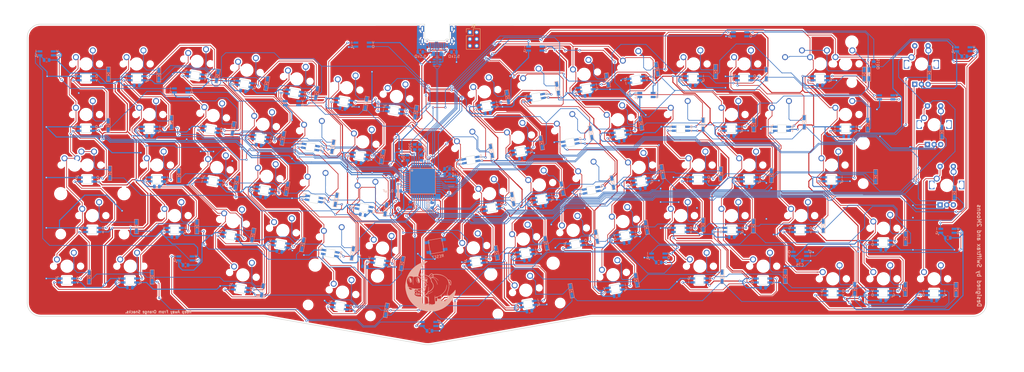
<source format=kicad_pcb>
(kicad_pcb (version 20171130) (host pcbnew "(5.1.6)-1")
  (layers (0 F.Cu signal) (31 B.Cu signal) (34 B.Paste user) (35 F.Paste user) (36 B.SilkS user) (37 F.SilkS user) (38 B.Mask user) (39 F.Mask user) (44 Edge.Cuts user))
  (net 0 "")
  (net 1 col0)
  (net 2 col1)
  (net 3 col2)
  (net 4 col3)
  (net 5 col5)
  (net 6 col6)
  (net 7 row0)
  (net 8 row1)
  (net 9 row2)
  (net 10 row3)
  (net 11 row4)
  (net 12 "Net-(D_1-Pad2)")
  (net 13 "Net-(D_33-Pad2)")
  (net 14 "Net-(D_34-Pad2)")
  (net 15 "Net-(D_35-Pad2)")
  (net 16 "Net-(D_36-Pad2)")
  (net 17 "Net-(D_51-Pad2)")
  (net 18 "Net-(D_52-Pad2)")
  (net 19 "Net-(D_53-Pad2)")
  (net 20 "Net-(D_54-Pad2)")
  (net 21 "Net-(D_2-Pad2)")
  (net 22 "Net-(D_3-Pad2)")
  (net 23 "Net-(D_4-Pad2)")
  (net 24 "Net-(D_5-Pad2)")
  (net 25 "Net-(D_6-Pad2)")
  (net 26 "Net-(D_7-Pad2)")
  (net 27 "Net-(D_37-Pad2)")
  (net 28 "Net-(D_38-Pad2)")
  (net 29 "Net-(D_39-Pad2)")
  (net 30 "Net-(D_40-Pad2)")
  (net 31 "Net-(D_55-Pad2)")
  (net 32 "Net-(D_56-Pad2)")
  (net 33 "Net-(D_57-Pad2)")
  (net 34 "Net-(D_58-Pad2)")
  (net 35 "Net-(D_8-Pad2)")
  (net 36 "Net-(D_9-Pad2)")
  (net 37 "Net-(D_10-Pad2)")
  (net 38 "Net-(D_11-Pad2)")
  (net 39 "Net-(D_12-Pad2)")
  (net 40 "Net-(D_13-Pad2)")
  (net 41 "Net-(D_41-Pad2)")
  (net 42 "Net-(D_42-Pad2)")
  (net 43 "Net-(D_43-Pad2)")
  (net 44 "Net-(D_59-Pad2)")
  (net 45 "Net-(D_60-Pad2)")
  (net 46 "Net-(D_62-Pad2)")
  (net 47 "Net-(D_16-Pad2)")
  (net 48 "Net-(D_17-Pad2)")
  (net 49 "Net-(D_18-Pad2)")
  (net 50 "Net-(D_19-Pad2)")
  (net 51 "Net-(D_20-Pad2)")
  (net 52 "Net-(D_47-Pad2)")
  (net 53 "Net-(D_48-Pad2)")
  (net 54 "Net-(D_63-Pad2)")
  (net 55 "Net-(D_64-Pad2)")
  (net 56 "Net-(D_65-Pad2)")
  (net 57 "Net-(D_66-Pad2)")
  (net 58 "Net-(D_21-Pad2)")
  (net 59 "Net-(D_22-Pad2)")
  (net 60 "Net-(D_23-Pad2)")
  (net 61 "Net-(D_24-Pad2)")
  (net 62 "Net-(D_25-Pad2)")
  (net 63 "Net-(D_26-Pad2)")
  (net 64 "Net-(D_49-Pad2)")
  (net 65 "Net-(D_50-Pad2)")
  (net 66 "Net-(D_67-Pad2)")
  (net 67 "Net-(D_68-Pad2)")
  (net 68 "Net-(D_27-Pad2)")
  (net 69 "Net-(D_28-Pad2)")
  (net 70 "Net-(D_29-Pad2)")
  (net 71 col4)
  (net 72 "Net-(D_69-Pad2)")
  (net 73 GND)
  (net 74 "Net-(C1-Pad1)")
  (net 75 +5V)
  (net 76 VBUS)
  (net 77 "Net-(R1-Pad2)")
  (net 78 D+)
  (net 79 "Net-(R4-Pad1)")
  (net 80 D-)
  (net 81 "Net-(R5-Pad1)")
  (net 82 "Net-(R6-Pad2)")
  (net 83 "Net-(U1-Pad42)")
  (net 84 "Net-(U1-Pad17)")
  (net 85 "Net-(U1-Pad16)")
  (net 86 "Net-(U2-Pad4)")
  (net 87 "Net-(U2-Pad3)")
  (net 88 "Net-(J1-PadB8)")
  (net 89 "Net-(J1-PadA5)")
  (net 90 "Net-(J1-PadB5)")
  (net 91 "Net-(J1-PadA8)")
  (net 92 0row)
  (net 93 1row)
  (net 94 2row)
  (net 95 0col)
  (net 96 ENC0A)
  (net 97 ENC1A)
  (net 98 ENC2A)
  (net 99 "Net-(D_44-Pad2)")
  (net 100 "Net-(D_70-Pad2)")
  (net 101 "Net-(LED1-Pad2)")
  (net 102 "Net-(LED1-Pad4)")
  (net 103 "Net-(LED17-Pad4)")
  (net 104 "Net-(LED2-Pad4)")
  (net 105 "Net-(LED18-Pad2)")
  (net 106 "Net-(LED19-Pad4)")
  (net 107 "Net-(LED4-Pad4)")
  (net 108 "Net-(LED20-Pad2)")
  (net 109 "Net-(LED21-Pad4)")
  (net 110 "Net-(LED6-Pad4)")
  (net 111 "Net-(LED22-Pad2)")
  (net 112 "Net-(LED23-Pad4)")
  (net 113 "Net-(LED8-Pad4)")
  (net 114 "Net-(LED24-Pad2)")
  (net 115 "Net-(LED10-Pad2)")
  (net 116 "Net-(LED10-Pad4)")
  (net 117 "Net-(LED11-Pad4)")
  (net 118 "Net-(LED12-Pad2)")
  (net 119 "Net-(LED12-Pad4)")
  (net 120 "Net-(LED13-Pad4)")
  (net 121 "Net-(LED18-Pad4)")
  (net 122 "Net-(LED19-Pad2)")
  (net 123 "Net-(LED20-Pad4)")
  (net 124 "Net-(LED21-Pad2)")
  (net 125 "Net-(LED22-Pad4)")
  (net 126 "Net-(LED23-Pad2)")
  (net 127 "Net-(LED24-Pad4)")
  (net 128 "Net-(LED25-Pad2)")
  (net 129 "Net-(LED44-Pad2)")
  (net 130 "Net-(LED68-Pad4)")
  (net 131 LED)
  (net 132 "Net-(D_15-Pad2)")
  (net 133 "Net-(D_30-Pad2)")
  (net 134 "Net-(D_45-Pad2)")
  (net 135 "Net-(D_71-Pad2)")
  (net 136 "Net-(D_72-Pad2)")
  (net 137 "Net-(LED15-Pad2)")
  (net 138 "Net-(LED15-Pad4)")
  (net 139 "Net-(LED25-Pad4)")
  (net 140 "Net-(LED26-Pad2)")
  (net 141 "Net-(LED27-Pad4)")
  (net 142 "Net-(LED28-Pad2)")
  (net 143 "Net-(LED29-Pad4)")
  (net 144 "Net-(LED30-Pad2)")
  (net 145 "Net-(LED33-Pad4)")
  (net 146 "Net-(LED34-Pad2)")
  (net 147 "Net-(LED35-Pad4)")
  (net 148 "Net-(LED36-Pad2)")
  (net 149 "Net-(LED37-Pad4)")
  (net 150 "Net-(LED38-Pad2)")
  (net 151 "Net-(LED39-Pad4)")
  (net 152 "Net-(LED40-Pad2)")
  (net 153 "Net-(LED41-Pad4)")
  (net 154 "Net-(LED42-Pad2)")
  (net 155 "Net-(LED43-Pad4)")
  (net 156 "Net-(LED45-Pad2)")
  (net 157 "Net-(LED47-Pad4)")
  (net 158 "Net-(LED48-Pad2)")
  (net 159 "Net-(LED49-Pad4)")
  (net 160 "Net-(LED50-Pad2)")
  (net 161 "Net-(LED51-Pad4)")
  (net 162 "Net-(LED52-Pad2)")
  (net 163 "Net-(LED53-Pad4)")
  (net 164 "Net-(LED54-Pad2)")
  (net 165 "Net-(LED55-Pad4)")
  (net 166 "Net-(LED56-Pad2)")
  (net 167 "Net-(LED57-Pad4)")
  (net 168 "Net-(LED58-Pad2)")
  (net 169 "Net-(LED59-Pad4)")
  (net 170 "Net-(LED60-Pad2)")
  (net 171 "Net-(LED62-Pad4)")
  (net 172 "Net-(LED70-Pad4)")
  (net 173 "Net-(LED71-Pad2)")
  (net 174 row5)
  (net 175 row7)
  (net 176 row6)
  (net 177 row9)
  (net 178 row8)
  (net 179 ENC0B)
  (net 180 ENC1B)
  (net 181 ENC2B)
  (net 182 "Net-(R7-Pad1)")
  (net 183 "Net-(ULED1-Pad2)")
  (net 184 "Net-(ULED2-Pad2)")
  (net 185 "Net-(ULED3-Pad2)")
  (net 186 "Net-(ULED4-Pad2)")
  (net 187 "Net-(ULED5-Pad2)")
  (net 188 "Net-(ULED6-Pad2)")
  (net 189 "Net-(ULED7-Pad2)")
  (net 190 "Net-(ULED8-Pad2)")
  (net 191 "Net-(ULED10-Pad4)")
  (net 192 "Net-(ULED10-Pad2)")
  (net 193 "Net-(ULED11-Pad2)")
  (net 194 "Net-(ULED12-Pad2)")
  (net 195 "Net-(ULED13-Pad2)")
  (net 196 RESET)
  (module Connector_PinHeader_2.54mm:PinHeader_2x03_P2.54mm_Vertical (layer F.Cu) (at 153.97988 -2.4638)
    (fp_text reference J2 (at 1.27 -2.33) (layer F.SilkS))
    (fp_text value "ISP Header")
    (pad 6 thru_hole oval (at 2.54 5.08) (size 1.7 1.7) (drill 1) (layers *.Cu *.Mask) (net 73 GND))
    (pad 5 thru_hole oval (at 0 5.08) (size 1.7 1.7) (drill 1) (layers *.Cu *.Mask) (net 196 RESET))
    (pad 4 thru_hole oval (at 2.54 2.54) (size 1.7 1.7) (drill 1) (layers *.Cu *.Mask) (net 5 col5))
    (pad 3 thru_hole oval (at 0 2.54) (size 1.7 1.7) (drill 1) (layers *.Cu *.Mask) (net 10 row3))
    (pad 2 thru_hole oval (at 2.54 0) (size 1.7 1.7) (drill 1) (layers *.Cu *.Mask) (net 75 +5V))
    (pad 1 thru_hole rect (at 0 0) (size 1.7 1.7) (drill 1) (layers *.Cu *.Mask) (net 95 0col))
  )
  (module "LED_kicad_footprints-master:Underglow YS-SK6812MINI-E" (layer B.Cu) (at 138.6078 104.88168)
    (fp_text reference ULED5)
    (fp_text value YS-SK6812MINI-E)
    (fp_text user O (at -4 1.79) (layer B.SilkS) (effects (justify mirror)))
    (fp_text user G (at 4 1.79) (layer B.SilkS) (effects (justify mirror)))
    (fp_text user I (at 4 3.29) (layer B.SilkS) (effects (justify mirror)))
    (fp_text user V (at -4 3.29) (layer B.SilkS) (effects (justify mirror)))
    (pad 2 smd rect (at -2.5 1.79) (size 1.8 0.82) (layers B.Cu B.Paste B.Mask) (net 187 "Net-(ULED5-Pad2)"))
    (pad 4 smd rect (at 2.5 3.29) (size 1.8 0.82) (layers B.Cu B.Paste B.Mask) (net 186 "Net-(ULED4-Pad2)"))
    (pad 1 smd rect (at -2.5 3.29) (size 1.8 0.82) (layers B.Cu B.Paste B.Mask) (net 75 +5V))
    (pad 3 smd rect (at 2.5 1.79) (size 1.8 0.82) (layers B.Cu B.Paste B.Mask) (net 73 GND))
  )
  (module MX_Only:MXOnly-1U-NoLED (layer F.Cu) (at 153.3 40.4 10)
    (fp_text reference K_23)
    (fp_text value KEYSW)
    (pad 2 thru_hole circle (at 2.54 -5.08 10) (size 2.25 2.25) (drill 1.47) (layers *.Cu B.Mask) (net 60 "Net-(D_23-Pad2)"))
    (pad "" np_thru_hole circle (at 0 0 10) (size 3.9878 3.9878) (drill 3.9878) (layers *.Cu *.Mask))
    (pad 1 thru_hole circle (at -3.81 -2.54 10) (size 2.25 2.25) (drill 1.47) (layers *.Cu B.Mask) (net 4 col3))
    (pad "" np_thru_hole circle (at -5.08 0 58.0996) (size 1.75 1.75) (drill 1.75) (layers *.Cu *.Mask))
    (pad "" np_thru_hole circle (at 5.08 0 58.0996) (size 1.75 1.75) (drill 1.75) (layers *.Cu *.Mask))
  )
  (module "LED_kicad_footprints-master:Underglow YS-SK6812MINI-E" (layer B.Cu) (at 46.9646 85.2424 180)
    (fp_text reference ULED6)
    (fp_text value YS-SK6812MINI-E)
    (fp_text user O (at -4 1.79) (layer B.SilkS) (effects (justify mirror)))
    (fp_text user G (at 4 1.79) (layer B.SilkS) (effects (justify mirror)))
    (fp_text user I (at 4 3.29) (layer B.SilkS) (effects (justify mirror)))
    (fp_text user V (at -4 3.29) (layer B.SilkS) (effects (justify mirror)))
    (pad 2 smd rect (at -2.5 1.79 180) (size 1.8 0.82) (layers B.Cu B.Paste B.Mask) (net 188 "Net-(ULED6-Pad2)"))
    (pad 4 smd rect (at 2.5 3.29 180) (size 1.8 0.82) (layers B.Cu B.Paste B.Mask) (net 187 "Net-(ULED5-Pad2)"))
    (pad 1 smd rect (at -2.5 3.29 180) (size 1.8 0.82) (layers B.Cu B.Paste B.Mask) (net 75 +5V))
    (pad 3 smd rect (at 2.5 1.79 180) (size 1.8 0.82) (layers B.Cu B.Paste B.Mask) (net 73 GND))
  )
  (module Keebio-Parts:RotaryEncoder_EC11 (layer F.Cu) (at 333.3962 55.0362 90)
    (fp_text reference SW4)
    (fp_text value Rotary_Encoder_Switch)
    (pad A thru_hole rect (at -7.5 -2.5 90) (size 2 2) (drill 1) (layers *.Cu *.Mask) (net 98 ENC2A))
    (pad C thru_hole circle (at -7.5 0 90) (size 2 2) (drill 1) (layers *.Cu *.Mask) (net 73 GND))
    (pad B thru_hole circle (at -7.5 2.5 90) (size 2 2) (drill 1) (layers *.Cu *.Mask) (net 181 ENC2B))
    (pad "" np_thru_hole rect (at 0 -5.6 90) (size 3.2 2) (drill oval 2.8 1.5) (layers *.Cu *.Mask))
    (pad "" np_thru_hole rect (at 0 5.6 90) (size 3.2 2) (drill oval 2.8 1.5) (layers *.Cu *.Mask))
    (pad S2 thru_hole circle (at 7 -2.5 90) (size 2 2) (drill 1) (layers *.Cu *.Mask) (net 95 0col))
    (pad S1 thru_hole circle (at 7 2.5 90) (size 2 2) (drill 1) (layers *.Cu *.Mask) (net 94 2row))
  )
  (module Keebio-Parts:RotaryEncoder_EC11 (layer F.Cu) (at 328.64649 32.26121 90)
    (fp_text reference SW3)
    (fp_text value Rotary_Encoder_Switch)
    (pad A thru_hole rect (at -7.5 -2.5 90) (size 2 2) (drill 1) (layers *.Cu *.Mask) (net 97 ENC1A))
    (pad C thru_hole circle (at -7.5 0 90) (size 2 2) (drill 1) (layers *.Cu *.Mask) (net 73 GND))
    (pad B thru_hole circle (at -7.5 2.5 90) (size 2 2) (drill 1) (layers *.Cu *.Mask) (net 180 ENC1B))
    (pad "" np_thru_hole rect (at 0 -5.6 90) (size 3.2 2) (drill oval 2.8 1.5) (layers *.Cu *.Mask))
    (pad "" np_thru_hole rect (at 0 5.6 90) (size 3.2 2) (drill oval 2.8 1.5) (layers *.Cu *.Mask))
    (pad S2 thru_hole circle (at 7 -2.5 90) (size 2 2) (drill 1) (layers *.Cu *.Mask) (net 95 0col))
    (pad S1 thru_hole circle (at 7 2.5 90) (size 2 2) (drill 1) (layers *.Cu *.Mask) (net 93 1row))
  )
  (module Keebio-Parts:RotaryEncoder_EC11 (layer F.Cu) (at 323.87129 9.6 90)
    (fp_text reference SW2)
    (fp_text value Rotary_Encoder_Switch)
    (pad A thru_hole rect (at -7.5 -2.5 90) (size 2 2) (drill 1) (layers *.Cu *.Mask) (net 96 ENC0A))
    (pad C thru_hole circle (at -7.5 0 90) (size 2 2) (drill 1) (layers *.Cu *.Mask) (net 73 GND))
    (pad B thru_hole circle (at -7.5 2.5 90) (size 2 2) (drill 1) (layers *.Cu *.Mask) (net 179 ENC0B))
    (pad "" np_thru_hole rect (at 0 -5.6 90) (size 3.2 2) (drill oval 2.8 1.5) (layers *.Cu *.Mask))
    (pad "" np_thru_hole rect (at 0 5.6 90) (size 3.2 2) (drill oval 2.8 1.5) (layers *.Cu *.Mask))
    (pad S2 thru_hole circle (at 7 -2.5 90) (size 2 2) (drill 1) (layers *.Cu *.Mask) (net 95 0col))
    (pad S1 thru_hole circle (at 7 2.5 90) (size 2 2) (drill 1) (layers *.Cu *.Mask) (net 92 0row))
  )
  (module usb-type-c:Mid_Mount-USB_C_HandSoldering (layer B.Cu) (at 141.649 -5.5332 90)
    (fp_text reference J1)
    (fp_text value USB2_C_Receptacle)
    (fp_line (start 0 4.67) (end 0 7.62) (layer Edge.Cuts) (width 0.15))
    (fp_line (start -5.6 4.67) (end 0 4.67) (layer Edge.Cuts) (width 0.15))
    (fp_line (start -5.6 -3.850384) (end -5.6 -3.75) (layer Edge.Cuts) (width 0.15))
    (fp_line (start 0 -4.67) (end -5.6 -4.67) (layer Edge.Cuts) (width 0.15))
    (fp_line (start 0 -7.62) (end 0 -4.67) (layer Edge.Cuts) (width 0.15))
    (fp_line (start -6.3 -2.537566) (end -6.3 2.537566) (layer Edge.Cuts) (width 0.15))
    (fp_line (start -5.6 3.850384) (end -5.6 3.75) (layer Edge.Cuts) (width 0.15))
    (fp_arc (start -5.6 -4.37) (end -5.6 -4.67) (angle -150) (layer Edge.Cuts) (width 0.15))
    (fp_arc (start -5.9 -3.850384) (end -5.6 -3.850384) (angle -60) (layer Edge.Cuts) (width 0.15))
    (fp_arc (start -5.73 -2.537565) (end -6.3 -2.537565) (angle 60) (layer Edge.Cuts) (width 0.15))
    (fp_arc (start -5.73 2.537565) (end -6.3 2.537565) (angle -60) (layer Edge.Cuts) (width 0.15))
    (fp_arc (start -5.9 3.850384) (end -5.6 3.850384) (angle 60) (layer Edge.Cuts) (width 0.15))
    (fp_arc (start -5.6 4.37) (end -5.6 4.67) (angle 150) (layer Edge.Cuts) (width 0.15))
    (fp_arc (start -6.43 -3.75) (end -5.6 -3.75) (angle 60) (layer Edge.Cuts) (width 0.15))
    (fp_arc (start -6.43 3.75) (end -5.6 3.75) (angle -60) (layer Edge.Cuts) (width 0.15))
    (pad S1 smd rect (at -1.75 -5.2) (size 0.7 2.3) (layers B.Cu B.Mask) (net 73 GND))
    (pad S1 smd rect (at -1.75 5.2) (size 0.7 2.3) (layers B.Cu B.Mask) (net 73 GND))
    (pad S1 thru_hole oval (at -6.35 -5.575) (size 1.2 2.3) (drill oval 0.5 1.65) (layers *.Cu *.Mask) (net 73 GND))
    (pad S1 thru_hole oval (at -6.35 5.575) (size 1.2 2.3) (drill oval 0.5 1.65) (layers *.Cu *.Mask) (net 73 GND))
    (pad S1 thru_hole oval (at -1.75 -5.575) (size 1.2 2.3) (drill oval 0.5 1.65) (layers *.Cu *.Mask) (net 73 GND))
    (pad S1 thru_hole oval (at -1.75 5.575) (size 1.2 2.3) (drill oval 0.5 1.65) (layers *.Cu *.Mask) (net 73 GND))
    (pad "" np_thru_hole circle (at -6.43 -3.75) (size 0.6 0.6) (drill 0.4) (layers *.Cu *.Mask))
    (pad "" np_thru_hole circle (at -6.43 3.75) (size 0.6 0.6) (drill 0.4) (layers *.Cu *.Mask))
    (pad A1B12 smd rect (at -7.93 -3.2) (size 0.55 1.7) (layers B.Cu B.Paste B.Mask) (net 73 GND))
    (pad B1A12 smd rect (at -7.93 3.2) (size 0.55 1.7) (layers B.Cu B.Paste B.Mask) (net 73 GND))
    (pad A4B9 smd rect (at -7.93 -2.45) (size 0.55 1.7) (layers B.Cu B.Paste B.Mask) (net 76 VBUS))
    (pad B8 smd rect (at -7.93 -1.75) (size 0.3 1.7) (layers B.Cu B.Paste B.Mask) (net 88 "Net-(J1-PadB8)"))
    (pad A5 smd rect (at -7.93 -1.25) (size 0.3 1.7) (layers B.Cu B.Paste B.Mask) (net 89 "Net-(J1-PadA5)"))
    (pad B7 smd rect (at -7.93 -0.75) (size 0.3 1.7) (layers B.Cu B.Paste B.Mask) (net 80 D-))
    (pad B4A9 smd rect (at -7.93 2.45) (size 0.55 1.7) (layers B.Cu B.Paste B.Mask) (net 76 VBUS))
    (pad B5 smd rect (at -7.93 1.75) (size 0.3 1.7) (layers B.Cu B.Paste B.Mask) (net 90 "Net-(J1-PadB5)"))
    (pad A8 smd rect (at -7.93 1.25) (size 0.3 1.7) (layers B.Cu B.Paste B.Mask) (net 91 "Net-(J1-PadA8)"))
    (pad B6 smd rect (at -7.93 0.75) (size 0.3 1.7) (layers B.Cu B.Paste B.Mask) (net 78 D+))
    (pad A7 smd rect (at -7.93 0.25) (size 0.3 1.7) (layers B.Cu B.Paste B.Mask) (net 80 D-))
    (pad A6 smd rect (at -7.93 -0.25) (size 0.3 1.7) (layers B.Cu B.Paste B.Mask) (net 78 D+))
  )
  (module random-keyboard-parts:SKQG-1155865 (layer B.Cu) (at 141.29092 78.02574 190)
    (fp_text reference SW1)
    (fp_text value RESET (at 0 -4.064 10) (layer B.SilkS) (effects (justify mirror)))
    (pad 4 smd rect (at -3.1 -1.85 190) (size 1.8 1.1) (layers B.Cu B.Paste B.Mask))
    (pad 3 smd rect (at 3.1 1.85 190) (size 1.8 1.1) (layers B.Cu B.Paste B.Mask))
    (pad 2 smd rect (at -3.1 1.85 190) (size 1.8 1.1) (layers B.Cu B.Paste B.Mask) (net 77 "Net-(R1-Pad2)"))
    (pad 1 smd rect (at 3.1 -1.85 190) (size 1.8 1.1) (layers B.Cu B.Paste B.Mask) (net 73 GND))
  )
  (module MX_Only:MXOnly-2U-ReversedStabilizers-NoLED (layer F.Cu) (at 285.78125 9.434746)
    (fp_text reference K_15)
    (fp_text value KEYSW)
    (pad 2 thru_hole circle (at 2.54 -5.08) (size 2.25 2.25) (drill 1.47) (layers *.Cu B.Mask) (net 132 "Net-(D_15-Pad2)"))
    (pad "" np_thru_hole circle (at 0 0) (size 3.9878 3.9878) (drill 3.9878) (layers *.Cu *.Mask))
    (pad 1 thru_hole circle (at -3.81 -2.54) (size 2.25 2.25) (drill 1.47) (layers *.Cu B.Mask) (net 95 0col))
    (pad "" np_thru_hole circle (at -5.08 0 48.0996) (size 1.75 1.75) (drill 1.75) (layers *.Cu *.Mask))
    (pad "" np_thru_hole circle (at 5.08 0 48.0996) (size 1.75 1.75) (drill 1.75) (layers *.Cu *.Mask))
    (pad "" np_thru_hole circle (at -11.90625 6.985) (size 3.048 3.048) (drill 3.048) (layers *.Cu *.Mask))
    (pad "" np_thru_hole circle (at 11.90625 6.985) (size 3.048 3.048) (drill 3.048) (layers *.Cu *.Mask))
    (pad "" np_thru_hole circle (at -11.90625 -8.255) (size 3.9878 3.9878) (drill 3.9878) (layers *.Cu *.Mask))
    (pad "" np_thru_hole circle (at 11.90625 -8.255) (size 3.9878 3.9878) (drill 3.9878) (layers *.Cu *.Mask))
  )
  (module "LED_kicad_footprints-master:Underglow YS-SK6812MINI-E" (layer B.Cu) (at 310.642 24.5364 180)
    (fp_text reference ULED14)
    (fp_text value YS-SK6812MINI-E)
    (fp_text user O (at -4 1.79) (layer B.SilkS) (effects (justify mirror)))
    (fp_text user G (at 4 1.79) (layer B.SilkS) (effects (justify mirror)))
    (fp_text user I (at 4 3.29) (layer B.SilkS) (effects (justify mirror)))
    (fp_text user V (at -4 3.29) (layer B.SilkS) (effects (justify mirror)))
    (pad 2 smd rect (at -2.5 1.79 180) (size 1.8 0.82) (layers B.Cu B.Paste B.Mask) (net 138 "Net-(LED15-Pad4)"))
    (pad 4 smd rect (at 2.5 3.29 180) (size 1.8 0.82) (layers B.Cu B.Paste B.Mask) (net 195 "Net-(ULED13-Pad2)"))
    (pad 1 smd rect (at -2.5 3.29 180) (size 1.8 0.82) (layers B.Cu B.Paste B.Mask) (net 75 +5V))
    (pad 3 smd rect (at 2.5 1.79 180) (size 1.8 0.82) (layers B.Cu B.Paste B.Mask) (net 73 GND))
  )
  (module "LED_kicad_footprints-master:Underglow YS-SK6812MINI-E" (layer B.Cu) (at 255.6256 0.8128 180)
    (fp_text reference ULED13)
    (fp_text value YS-SK6812MINI-E)
    (fp_text user O (at -4 1.79) (layer B.SilkS) (effects (justify mirror)))
    (fp_text user G (at 4 1.79) (layer B.SilkS) (effects (justify mirror)))
    (fp_text user I (at 4 3.29) (layer B.SilkS) (effects (justify mirror)))
    (fp_text user V (at -4 3.29) (layer B.SilkS) (effects (justify mirror)))
    (pad 2 smd rect (at -2.5 1.79 180) (size 1.8 0.82) (layers B.Cu B.Paste B.Mask) (net 195 "Net-(ULED13-Pad2)"))
    (pad 4 smd rect (at 2.5 3.29 180) (size 1.8 0.82) (layers B.Cu B.Paste B.Mask) (net 194 "Net-(ULED12-Pad2)"))
    (pad 1 smd rect (at -2.5 3.29 180) (size 1.8 0.82) (layers B.Cu B.Paste B.Mask) (net 75 +5V))
    (pad 3 smd rect (at 2.5 1.79 180) (size 1.8 0.82) (layers B.Cu B.Paste B.Mask) (net 73 GND))
  )
  (module "LED_kicad_footprints-master:Underglow YS-SK6812MINI-E" (layer B.Cu) (at 220.41358 23.68804 180)
    (fp_text reference ULED12)
    (fp_text value YS-SK6812MINI-E)
    (fp_text user O (at -4 1.79) (layer B.SilkS) (effects (justify mirror)))
    (fp_text user G (at 4 1.79) (layer B.SilkS) (effects (justify mirror)))
    (fp_text user I (at 4 3.29) (layer B.SilkS) (effects (justify mirror)))
    (fp_text user V (at -4 3.29) (layer B.SilkS) (effects (justify mirror)))
    (pad 2 smd rect (at -2.5 1.79 180) (size 1.8 0.82) (layers B.Cu B.Paste B.Mask) (net 194 "Net-(ULED12-Pad2)"))
    (pad 4 smd rect (at 2.5 3.29 180) (size 1.8 0.82) (layers B.Cu B.Paste B.Mask) (net 193 "Net-(ULED11-Pad2)"))
    (pad 1 smd rect (at -2.5 3.29 180) (size 1.8 0.82) (layers B.Cu B.Paste B.Mask) (net 75 +5V))
    (pad 3 smd rect (at 2.5 1.79 180) (size 1.8 0.82) (layers B.Cu B.Paste B.Mask) (net 73 GND))
  )
  (module "LED_kicad_footprints-master:Underglow YS-SK6812MINI-E" (layer B.Cu) (at 178.562 6.1976 180)
    (fp_text reference ULED11)
    (fp_text value YS-SK6812MINI-E)
    (fp_text user O (at -4 1.79) (layer B.SilkS) (effects (justify mirror)))
    (fp_text user G (at 4 1.79) (layer B.SilkS) (effects (justify mirror)))
    (fp_text user I (at 4 3.29) (layer B.SilkS) (effects (justify mirror)))
    (fp_text user V (at -4 3.29) (layer B.SilkS) (effects (justify mirror)))
    (pad 2 smd rect (at -2.5 1.79 180) (size 1.8 0.82) (layers B.Cu B.Paste B.Mask) (net 193 "Net-(ULED11-Pad2)"))
    (pad 4 smd rect (at 2.5 3.29 180) (size 1.8 0.82) (layers B.Cu B.Paste B.Mask) (net 192 "Net-(ULED10-Pad2)"))
    (pad 1 smd rect (at -2.5 3.29 180) (size 1.8 0.82) (layers B.Cu B.Paste B.Mask) (net 75 +5V))
    (pad 3 smd rect (at 2.5 1.79 180) (size 1.8 0.82) (layers B.Cu B.Paste B.Mask) (net 73 GND))
  )
  (module "LED_kicad_footprints-master:Underglow YS-SK6812MINI-E" (layer B.Cu) (at 113.5888 4.699 180)
    (fp_text reference ULED10)
    (fp_text value YS-SK6812MINI-E)
    (fp_text user O (at -4 1.79) (layer B.SilkS) (effects (justify mirror)))
    (fp_text user G (at 4 1.79) (layer B.SilkS) (effects (justify mirror)))
    (fp_text user I (at 4 3.29) (layer B.SilkS) (effects (justify mirror)))
    (fp_text user V (at -4 3.29) (layer B.SilkS) (effects (justify mirror)))
    (pad 2 smd rect (at -2.5 1.79 180) (size 1.8 0.82) (layers B.Cu B.Paste B.Mask) (net 192 "Net-(ULED10-Pad2)"))
    (pad 4 smd rect (at 2.5 3.29 180) (size 1.8 0.82) (layers B.Cu B.Paste B.Mask) (net 191 "Net-(ULED10-Pad4)"))
    (pad 1 smd rect (at -2.5 3.29 180) (size 1.8 0.82) (layers B.Cu B.Paste B.Mask) (net 75 +5V))
    (pad 3 smd rect (at 2.5 1.79 180) (size 1.8 0.82) (layers B.Cu B.Paste B.Mask) (net 73 GND))
  )
  (module "LED_kicad_footprints-master:Underglow YS-SK6812MINI-E" (layer B.Cu) (at 87.0458 26.7462 180)
    (fp_text reference ULED9)
    (fp_text value YS-SK6812MINI-E)
    (fp_text user O (at -4 1.79) (layer B.SilkS) (effects (justify mirror)))
    (fp_text user G (at 4 1.79) (layer B.SilkS) (effects (justify mirror)))
    (fp_text user I (at 4 3.29) (layer B.SilkS) (effects (justify mirror)))
    (fp_text user V (at -4 3.29) (layer B.SilkS) (effects (justify mirror)))
    (pad 2 smd rect (at -2.5 1.79 180) (size 1.8 0.82) (layers B.Cu B.Paste B.Mask) (net 191 "Net-(ULED10-Pad4)"))
    (pad 4 smd rect (at 2.5 3.29 180) (size 1.8 0.82) (layers B.Cu B.Paste B.Mask) (net 190 "Net-(ULED8-Pad2)"))
    (pad 1 smd rect (at -2.5 3.29 180) (size 1.8 0.82) (layers B.Cu B.Paste B.Mask) (net 75 +5V))
    (pad 3 smd rect (at 2.5 1.79 180) (size 1.8 0.82) (layers B.Cu B.Paste B.Mask) (net 73 GND))
  )
  (module "LED_kicad_footprints-master:Underglow YS-SK6812MINI-E" (layer B.Cu) (at 45.3136 21.9456 180)
    (fp_text reference ULED8)
    (fp_text value YS-SK6812MINI-E)
    (fp_text user O (at -4 1.79) (layer B.SilkS) (effects (justify mirror)))
    (fp_text user G (at 4 1.79) (layer B.SilkS) (effects (justify mirror)))
    (fp_text user I (at 4 3.29) (layer B.SilkS) (effects (justify mirror)))
    (fp_text user V (at -4 3.29) (layer B.SilkS) (effects (justify mirror)))
    (pad 2 smd rect (at -2.5 1.79 180) (size 1.8 0.82) (layers B.Cu B.Paste B.Mask) (net 190 "Net-(ULED8-Pad2)"))
    (pad 4 smd rect (at 2.5 3.29 180) (size 1.8 0.82) (layers B.Cu B.Paste B.Mask) (net 189 "Net-(ULED7-Pad2)"))
    (pad 1 smd rect (at -2.5 3.29 180) (size 1.8 0.82) (layers B.Cu B.Paste B.Mask) (net 75 +5V))
    (pad 3 smd rect (at 2.5 1.79 180) (size 1.8 0.82) (layers B.Cu B.Paste B.Mask) (net 73 GND))
  )
  (module "LED_kicad_footprints-master:Underglow YS-SK6812MINI-E" (layer B.Cu) (at -5.2832 7.9756 180)
    (fp_text reference ULED7)
    (fp_text value YS-SK6812MINI-E)
    (fp_text user O (at -4 1.79) (layer B.SilkS) (effects (justify mirror)))
    (fp_text user G (at 4 1.79) (layer B.SilkS) (effects (justify mirror)))
    (fp_text user I (at 4 3.29) (layer B.SilkS) (effects (justify mirror)))
    (fp_text user V (at -4 3.29) (layer B.SilkS) (effects (justify mirror)))
    (pad 2 smd rect (at -2.5 1.79 180) (size 1.8 0.82) (layers B.Cu B.Paste B.Mask) (net 189 "Net-(ULED7-Pad2)"))
    (pad 4 smd rect (at 2.5 3.29 180) (size 1.8 0.82) (layers B.Cu B.Paste B.Mask) (net 188 "Net-(ULED6-Pad2)"))
    (pad 1 smd rect (at -2.5 3.29 180) (size 1.8 0.82) (layers B.Cu B.Paste B.Mask) (net 75 +5V))
    (pad 3 smd rect (at 2.5 1.79 180) (size 1.8 0.82) (layers B.Cu B.Paste B.Mask) (net 73 GND))
  )
  (module "LED_kicad_footprints-master:Underglow YS-SK6812MINI-E" (layer B.Cu) (at 224.8408 84.1756 180)
    (fp_text reference ULED4)
    (fp_text value YS-SK6812MINI-E)
    (fp_text user O (at -4 1.79) (layer B.SilkS) (effects (justify mirror)))
    (fp_text user G (at 4 1.79) (layer B.SilkS) (effects (justify mirror)))
    (fp_text user I (at 4 3.29) (layer B.SilkS) (effects (justify mirror)))
    (fp_text user V (at -4 3.29) (layer B.SilkS) (effects (justify mirror)))
    (pad 2 smd rect (at -2.5 1.79 180) (size 1.8 0.82) (layers B.Cu B.Paste B.Mask) (net 186 "Net-(ULED4-Pad2)"))
    (pad 4 smd rect (at 2.5 3.29 180) (size 1.8 0.82) (layers B.Cu B.Paste B.Mask) (net 185 "Net-(ULED3-Pad2)"))
    (pad 1 smd rect (at -2.5 3.29 180) (size 1.8 0.82) (layers B.Cu B.Paste B.Mask) (net 75 +5V))
    (pad 3 smd rect (at 2.5 1.79 180) (size 1.8 0.82) (layers B.Cu B.Paste B.Mask) (net 73 GND))
  )
  (module "LED_kicad_footprints-master:Underglow YS-SK6812MINI-E" (layer B.Cu) (at 278.14016 78.486)
    (fp_text reference ULED3)
    (fp_text value YS-SK6812MINI-E)
    (fp_text user O (at -4 1.79) (layer B.SilkS) (effects (justify mirror)))
    (fp_text user G (at 4 1.79) (layer B.SilkS) (effects (justify mirror)))
    (fp_text user I (at 4 3.29) (layer B.SilkS) (effects (justify mirror)))
    (fp_text user V (at -4 3.29) (layer B.SilkS) (effects (justify mirror)))
    (pad 2 smd rect (at -2.5 1.79) (size 1.8 0.82) (layers B.Cu B.Paste B.Mask) (net 185 "Net-(ULED3-Pad2)"))
    (pad 4 smd rect (at 2.5 3.29) (size 1.8 0.82) (layers B.Cu B.Paste B.Mask) (net 184 "Net-(ULED2-Pad2)"))
    (pad 1 smd rect (at -2.5 3.29) (size 1.8 0.82) (layers B.Cu B.Paste B.Mask) (net 75 +5V))
    (pad 3 smd rect (at 2.5 1.79) (size 1.8 0.82) (layers B.Cu B.Paste B.Mask) (net 73 GND))
  )
  (module "LED_kicad_footprints-master:Underglow YS-SK6812MINI-E" (layer B.Cu) (at 333.6544 74.8538 180)
    (fp_text reference ULED2)
    (fp_text value YS-SK6812MINI-E)
    (fp_text user O (at -4 1.79) (layer B.SilkS) (effects (justify mirror)))
    (fp_text user G (at 4 1.79) (layer B.SilkS) (effects (justify mirror)))
    (fp_text user I (at 4 3.29) (layer B.SilkS) (effects (justify mirror)))
    (fp_text user V (at -4 3.29) (layer B.SilkS) (effects (justify mirror)))
    (pad 2 smd rect (at -2.5 1.79 180) (size 1.8 0.82) (layers B.Cu B.Paste B.Mask) (net 184 "Net-(ULED2-Pad2)"))
    (pad 4 smd rect (at 2.5 3.29 180) (size 1.8 0.82) (layers B.Cu B.Paste B.Mask) (net 183 "Net-(ULED1-Pad2)"))
    (pad 1 smd rect (at -2.5 3.29 180) (size 1.8 0.82) (layers B.Cu B.Paste B.Mask) (net 75 +5V))
    (pad 3 smd rect (at 2.5 1.79 180) (size 1.8 0.82) (layers B.Cu B.Paste B.Mask) (net 73 GND))
  )
  (module "LED_kicad_footprints-master:Underglow YS-SK6812MINI-E" (layer B.Cu) (at 339.6488 6.4516 180)
    (fp_text reference ULED1)
    (fp_text value YS-SK6812MINI-E)
    (fp_text user O (at -4 1.79) (layer B.SilkS) (effects (justify mirror)))
    (fp_text user G (at 4 1.79) (layer B.SilkS) (effects (justify mirror)))
    (fp_text user I (at 4 3.29) (layer B.SilkS) (effects (justify mirror)))
    (fp_text user V (at -4 3.29) (layer B.SilkS) (effects (justify mirror)))
    (pad 2 smd rect (at -2.5 1.79 180) (size 1.8 0.82) (layers B.Cu B.Paste B.Mask) (net 183 "Net-(ULED1-Pad2)"))
    (pad 4 smd rect (at 2.5 3.29 180) (size 1.8 0.82) (layers B.Cu B.Paste B.Mask) (net 182 "Net-(R7-Pad1)"))
    (pad 1 smd rect (at -2.5 3.29 180) (size 1.8 0.82) (layers B.Cu B.Paste B.Mask) (net 75 +5V))
    (pad 3 smd rect (at 2.5 1.79 180) (size 1.8 0.82) (layers B.Cu B.Paste B.Mask) (net 73 GND))
  )
  (module Capacitor_SMD:C_0805_2012Metric (layer B.Cu) (at -5.2832 7.9756 180)
    (fp_text reference C79)
    (fp_text value 0.1uF)
    (pad 2 smd roundrect (at 0.9375 0 180) (size 0.975 1.4) (layers B.Cu B.Paste B.Mask) (net 73 GND))
    (pad 1 smd roundrect (at -0.9375 0 180) (size 0.975 1.4) (layers B.Cu B.Paste B.Mask) (net 75 +5V))
  )
  (module Capacitor_SMD:C_0805_2012Metric (layer B.Cu) (at 46.9773 85.217 180)
    (fp_text reference C78)
    (fp_text value 0.1uF)
    (pad 2 smd roundrect (at 0.9375 0 180) (size 0.975 1.4) (layers B.Cu B.Paste B.Mask) (net 73 GND))
    (pad 1 smd roundrect (at -0.9375 0 180) (size 0.975 1.4) (layers B.Cu B.Paste B.Mask) (net 75 +5V))
  )
  (module Capacitor_SMD:C_0805_2012Metric (layer B.Cu) (at 138.7856 109.9947)
    (fp_text reference C77)
    (fp_text value 0.1uF)
    (pad 2 smd roundrect (at 0.9375 0) (size 0.975 1.4) (layers B.Cu B.Paste B.Mask) (net 73 GND))
    (pad 1 smd roundrect (at -0.9375 0) (size 0.975 1.4) (layers B.Cu B.Paste B.Mask) (net 75 +5V))
  )
  (module Capacitor_SMD:C_0805_2012Metric (layer B.Cu) (at 225.0186 84.2264 180)
    (fp_text reference C76)
    (fp_text value 0.1uF)
    (pad 2 smd roundrect (at 0.9375 0 180) (size 0.975 1.4) (layers B.Cu B.Paste B.Mask) (net 73 GND))
    (pad 1 smd roundrect (at -0.9375 0 180) (size 0.975 1.4) (layers B.Cu B.Paste B.Mask) (net 75 +5V))
  )
  (module Capacitor_SMD:C_0805_2012Metric (layer B.Cu) (at 278.13508 83.57616)
    (fp_text reference C75 (at 0 1.65) (layer B.SilkS) (effects (justify mirror)))
    (fp_text value 0.1uF)
    (pad 2 smd roundrect (at 0.9375 0) (size 0.975 1.4) (layers B.Cu B.Paste B.Mask) (net 73 GND))
    (pad 1 smd roundrect (at -0.9375 0) (size 0.975 1.4) (layers B.Cu B.Paste B.Mask) (net 75 +5V))
  )
  (module Capacitor_SMD:C_0805_2012Metric (layer B.Cu) (at 333.7814 74.9554 180)
    (fp_text reference C74)
    (fp_text value 0.1uF)
    (pad 2 smd roundrect (at 0.9375 0 180) (size 0.975 1.4) (layers B.Cu B.Paste B.Mask) (net 73 GND))
    (pad 1 smd roundrect (at -0.9375 0 180) (size 0.975 1.4) (layers B.Cu B.Paste B.Mask) (net 75 +5V))
  )
  (module Capacitor_SMD:C_0805_2012Metric (layer B.Cu) (at 340.0298 6.5786 180)
    (fp_text reference C73)
    (fp_text value 0.1uF)
    (pad 2 smd roundrect (at 0.9375 0 180) (size 0.975 1.4) (layers B.Cu B.Paste B.Mask) (net 73 GND))
    (pad 1 smd roundrect (at -0.9375 0 180) (size 0.975 1.4) (layers B.Cu B.Paste B.Mask) (net 75 +5V))
  )
  (module kbd:D3_SMD_v2 (layer B.Cu) (at 248.37224 50.86298 90)
    (fp_text reference D_43 hide)
    (fp_text value D hide)
    (pad 2 smd rect (at 1.775 0 90) (size 2 1) (layers B.Cu B.Paste B.Mask) (net 43 "Net-(D_43-Pad2)"))
    (pad 1 smd rect (at -1.775 0 90) (size 2 1) (layers B.Cu B.Paste B.Mask) (net 11 row4))
  )
  (module kbd:D3_SMD_v2 (layer B.Cu) (at 336.90648 94.42652 90)
    (fp_text reference D_72 hide)
    (fp_text value D hide)
    (pad 2 smd rect (at 1.775 0 90) (size 2 1) (layers B.Cu B.Paste B.Mask) (net 136 "Net-(D_72-Pad2)"))
    (pad 1 smd rect (at -1.775 0 90) (size 2 1) (layers B.Cu B.Paste B.Mask) (net 177 row9))
  )
  (module kbd:D3_SMD_v2 (layer B.Cu) (at 317.8133 94.31476 90)
    (fp_text reference D_71 hide)
    (fp_text value D hide)
    (pad 2 smd rect (at 1.775 0 90) (size 2 1) (layers B.Cu B.Paste B.Mask) (net 135 "Net-(D_71-Pad2)"))
    (pad 1 smd rect (at -1.775 0 90) (size 2 1) (layers B.Cu B.Paste B.Mask) (net 178 row8))
  )
  (module kbd:D3_SMD_v2 (layer B.Cu) (at 298.77854 94.23094 90)
    (fp_text reference D_70 hide)
    (fp_text value D hide)
    (pad 2 smd rect (at 1.775 0 90) (size 2 1) (layers B.Cu B.Paste B.Mask) (net 100 "Net-(D_70-Pad2)"))
    (pad 1 smd rect (at -1.775 0 90) (size 2 1) (layers B.Cu B.Paste B.Mask) (net 177 row9))
  )
  (module kbd:D3_SMD_v2 (layer B.Cu) (at 272.6775 89.48114 90)
    (fp_text reference D_69 hide)
    (fp_text value D hide)
    (pad 2 smd rect (at 1.775 0 90) (size 2 1) (layers B.Cu B.Paste B.Mask) (net 72 "Net-(D_69-Pad2)"))
    (pad 1 smd rect (at -1.775 0 90) (size 2 1) (layers B.Cu B.Paste B.Mask) (net 178 row8))
  )
  (module kbd:D3_SMD_v2 (layer B.Cu) (at 248.88278 89.61576 90)
    (fp_text reference D_68 hide)
    (fp_text value D hide)
    (pad 2 smd rect (at 1.775 0 90) (size 2 1) (layers B.Cu B.Paste B.Mask) (net 67 "Net-(D_68-Pad2)"))
    (pad 1 smd rect (at -1.775 0 90) (size 2 1) (layers B.Cu B.Paste B.Mask) (net 177 row9))
  )
  (module kbd:D3_SMD_v2 (layer B.Cu) (at 216.61462 90.85782 100)
    (fp_text reference D_67 hide)
    (fp_text value D hide)
    (pad 2 smd rect (at 1.775 0 100) (size 2 1) (layers B.Cu B.Paste B.Mask) (net 66 "Net-(D_67-Pad2)"))
    (pad 1 smd rect (at -1.775 0 100) (size 2 1) (layers B.Cu B.Paste B.Mask) (net 178 row8))
  )
  (module kbd:D3_SMD_v2 (layer B.Cu) (at 192.10108 94.90404 100)
    (fp_text reference D_66 hide)
    (fp_text value D hide)
    (pad 2 smd rect (at 1.775 0 100) (size 2 1) (layers B.Cu B.Paste B.Mask) (net 57 "Net-(D_66-Pad2)"))
    (pad 1 smd rect (at -1.775 0 100) (size 2 1) (layers B.Cu B.Paste B.Mask) (net 177 row9))
  )
  (module kbd:D3_SMD_v2 (layer B.Cu) (at 122.5635 102.2675 80)
    (fp_text reference D_65 hide)
    (fp_text value D hide)
    (pad 2 smd rect (at 1.775 0 80) (size 2 1) (layers B.Cu B.Paste B.Mask) (net 56 "Net-(D_65-Pad2)"))
    (pad 1 smd rect (at -1.775 0 80) (size 2 1) (layers B.Cu B.Paste B.Mask) (net 178 row8))
  )
  (module kbd:D3_SMD_v2 (layer B.Cu) (at 75.891 94.7745 80)
    (fp_text reference D_64 hide)
    (fp_text value D hide)
    (pad 2 smd rect (at 1.775 0 80) (size 2 1) (layers B.Cu B.Paste B.Mask) (net 55 "Net-(D_64-Pad2)"))
    (pad 1 smd rect (at -1.775 0 80) (size 2 1) (layers B.Cu B.Paste B.Mask) (net 177 row9))
  )
  (module kbd:D3_SMD_v2 (layer B.Cu) (at 34.4255 89.6945 90)
    (fp_text reference D_63 hide)
    (fp_text value D hide)
    (pad 2 smd rect (at 1.775 0 90) (size 2 1) (layers B.Cu B.Paste B.Mask) (net 54 "Net-(D_63-Pad2)"))
    (pad 1 smd rect (at -1.775 0 90) (size 2 1) (layers B.Cu B.Paste B.Mask) (net 178 row8))
  )
  (module kbd:D3_SMD_v2 (layer B.Cu) (at 10.74 89.6818 90)
    (fp_text reference D_62 hide)
    (fp_text value D hide)
    (pad 2 smd rect (at 1.775 0 90) (size 2 1) (layers B.Cu B.Paste B.Mask) (net 46 "Net-(D_62-Pad2)"))
    (pad 1 smd rect (at -1.775 0 90) (size 2 1) (layers B.Cu B.Paste B.Mask) (net 177 row9))
  )
  (module kbd:D3_SMD_v2 (layer B.Cu) (at 336.25869 58.02205 90)
    (fp_text reference D_61 hide)
    (fp_text value D hide)
    (pad 2 smd rect (at 1.775 0 90) (size 2 1) (layers B.Cu B.Paste B.Mask) (net 94 2row))
    (pad 1 smd rect (at -1.775 0 90) (size 2 1) (layers B.Cu B.Paste B.Mask) (net 175 row7))
  )
  (module kbd:D3_SMD_v2 (layer B.Cu) (at 317.89966 75.1911 90)
    (fp_text reference D_60 hide)
    (fp_text value D hide)
    (pad 2 smd rect (at 1.775 0 90) (size 2 1) (layers B.Cu B.Paste B.Mask) (net 45 "Net-(D_60-Pad2)"))
    (pad 1 smd rect (at -1.775 0 90) (size 2 1) (layers B.Cu B.Paste B.Mask) (net 176 row6))
  )
  (module kbd:D3_SMD_v2 (layer B.Cu) (at 286.9396 70.44638 90)
    (fp_text reference D_59 hide)
    (fp_text value D hide)
    (pad 2 smd rect (at 1.775 0 90) (size 2 1) (layers B.Cu B.Paste B.Mask) (net 44 "Net-(D_59-Pad2)"))
    (pad 1 smd rect (at -1.775 0 90) (size 2 1) (layers B.Cu B.Paste B.Mask) (net 175 row7))
  )
  (module kbd:D3_SMD_v2 (layer B.Cu) (at 260.66584 70.46416 90)
    (fp_text reference D_58 hide)
    (fp_text value D hide)
    (pad 2 smd rect (at 1.775 0 90) (size 2 1) (layers B.Cu B.Paste B.Mask) (net 34 "Net-(D_58-Pad2)"))
    (pad 1 smd rect (at -1.775 0 90) (size 2 1) (layers B.Cu B.Paste B.Mask) (net 176 row6))
  )
  (module kbd:D3_SMD_v2 (layer B.Cu) (at 241.70982 70.08824 90)
    (fp_text reference D_57 hide)
    (fp_text value D hide)
    (pad 2 smd rect (at 1.775 0 90) (size 2 1) (layers B.Cu B.Paste B.Mask) (net 33 "Net-(D_57-Pad2)"))
    (pad 1 smd rect (at -1.775 0 90) (size 2 1) (layers B.Cu B.Paste B.Mask) (net 175 row7))
  )
  (module kbd:D3_SMD_v2 (layer B.Cu) (at 220.3789 70.9747 100)
    (fp_text reference D_56 hide)
    (fp_text value D hide)
    (pad 2 smd rect (at 1.775 0 100) (size 2 1) (layers B.Cu B.Paste B.Mask) (net 32 "Net-(D_56-Pad2)"))
    (pad 1 smd rect (at -1.775 0 100) (size 2 1) (layers B.Cu B.Paste B.Mask) (net 176 row6))
  )
  (module kbd:D3_SMD_v2 (layer B.Cu) (at 201.64386 74.55864 100)
    (fp_text reference D_55 hide)
    (fp_text value D hide)
    (pad 2 smd rect (at 1.775 0 100) (size 2 1) (layers B.Cu B.Paste B.Mask) (net 31 "Net-(D_55-Pad2)"))
    (pad 1 smd rect (at -1.775 0 100) (size 2 1) (layers B.Cu B.Paste B.Mask) (net 175 row7))
  )
  (module kbd:D3_SMD_v2 (layer B.Cu) (at 182.63196 76.92592 100)
    (fp_text reference D_54 hide)
    (fp_text value D hide)
    (pad 2 smd rect (at 1.775 0 100) (size 2 1) (layers B.Cu B.Paste B.Mask) (net 20 "Net-(D_54-Pad2)"))
    (pad 1 smd rect (at -1.775 0 100) (size 2 1) (layers B.Cu B.Paste B.Mask) (net 176 row6))
  )
  (module kbd:D3_SMD_v2 (layer B.Cu) (at 164.00868 80.61908 100)
    (fp_text reference D_53 hide)
    (fp_text value D hide)
    (pad 2 smd rect (at 1.775 0 100) (size 2 1) (layers B.Cu B.Paste B.Mask) (net 19 "Net-(D_53-Pad2)"))
    (pad 1 smd rect (at -1.775 0 100) (size 2 1) (layers B.Cu B.Paste B.Mask) (net 175 row7))
  )
  (module kbd:D3_SMD_v2 (layer B.Cu) (at 128.469 84.6145 80)
    (fp_text reference D_52 hide)
    (fp_text value D hide)
    (pad 2 smd rect (at 1.775 0 80) (size 2 1) (layers B.Cu B.Paste B.Mask) (net 18 "Net-(D_52-Pad2)"))
    (pad 1 smd rect (at -1.775 0 80) (size 2 1) (layers B.Cu B.Paste B.Mask) (net 176 row6))
  )
  (module kbd:D3_SMD_v2 (layer B.Cu) (at 109.84318 80.7918 80)
    (fp_text reference D_51 hide)
    (fp_text value D hide)
    (pad 2 smd rect (at 1.775 0 80) (size 2 1) (layers B.Cu B.Paste B.Mask) (net 17 "Net-(D_51-Pad2)"))
    (pad 1 smd rect (at -1.775 0 80) (size 2 1) (layers B.Cu B.Paste B.Mask) (net 175 row7))
  )
  (module kbd:D3_SMD_v2 (layer B.Cu) (at 91.05988 77.48218 80)
    (fp_text reference D_50 hide)
    (fp_text value D hide)
    (pad 2 smd rect (at 1.775 0 80) (size 2 1) (layers B.Cu B.Paste B.Mask) (net 65 "Net-(D_50-Pad2)"))
    (pad 1 smd rect (at -1.775 0 80) (size 2 1) (layers B.Cu B.Paste B.Mask) (net 176 row6))
  )
  (module kbd:D3_SMD_v2 (layer B.Cu) (at 72.31214 73.97952 80)
    (fp_text reference D_49 hide)
    (fp_text value D hide)
    (pad 2 smd rect (at 1.775 0 80) (size 2 1) (layers B.Cu B.Paste B.Mask) (net 64 "Net-(D_49-Pad2)"))
    (pad 1 smd rect (at -1.775 0 80) (size 2 1) (layers B.Cu B.Paste B.Mask) (net 175 row7))
  )
  (module kbd:D3_SMD_v2 (layer B.Cu) (at 51.253 70.708 90)
    (fp_text reference D_48 hide)
    (fp_text value D hide)
    (pad 2 smd rect (at 1.775 0 90) (size 2 1) (layers B.Cu B.Paste B.Mask) (net 53 "Net-(D_48-Pad2)"))
    (pad 1 smd rect (at -1.775 0 90) (size 2 1) (layers B.Cu B.Paste B.Mask) (net 176 row6))
  )
  (module kbd:D3_SMD_v2 (layer B.Cu) (at 28.52 70.691546 90)
    (fp_text reference D_47 hide)
    (fp_text value D hide)
    (pad 2 smd rect (at 1.775 0 90) (size 2 1) (layers B.Cu B.Paste B.Mask) (net 52 "Net-(D_47-Pad2)"))
    (pad 1 smd rect (at -1.775 0 90) (size 2 1) (layers B.Cu B.Paste B.Mask) (net 175 row7))
  )
  (module kbd:D3_SMD_v2 (layer B.Cu) (at 331.5674 35.0718 90)
    (fp_text reference D_46 hide)
    (fp_text value D hide)
    (pad 2 smd rect (at 1.775 0 90) (size 2 1) (layers B.Cu B.Paste B.Mask) (net 93 1row))
    (pad 1 smd rect (at -1.775 0 90) (size 2 1) (layers B.Cu B.Paste B.Mask) (net 174 row5))
  )
  (module kbd:D3_SMD_v2 (layer B.Cu) (at 306.63476 51.93994 90)
    (fp_text reference D_45 hide)
    (fp_text value D hide)
    (pad 2 smd rect (at 1.775 0 90) (size 2 1) (layers B.Cu B.Paste B.Mask) (net 134 "Net-(D_45-Pad2)"))
    (pad 1 smd rect (at -1.775 0 90) (size 2 1) (layers B.Cu B.Paste B.Mask) (net 11 row4))
  )
  (module kbd:D3_SMD_v2 (layer B.Cu) (at 267.42986 51.37352 90)
    (fp_text reference D_44 hide)
    (fp_text value D hide)
    (pad 2 smd rect (at 1.775 0 90) (size 2 1) (layers B.Cu B.Paste B.Mask) (net 99 "Net-(D_44-Pad2)"))
    (pad 1 smd rect (at -1.775 0 90) (size 2 1) (layers B.Cu B.Paste B.Mask) (net 174 row5))
  )
  (module kbd:D3_SMD_v2 (layer B.Cu) (at 226.3733 50.0451 100)
    (fp_text reference D_42 hide)
    (fp_text value D hide)
    (pad 2 smd rect (at 1.775 0 100) (size 2 1) (layers B.Cu B.Paste B.Mask) (net 42 "Net-(D_42-Pad2)"))
    (pad 1 smd rect (at -1.775 0 100) (size 2 1) (layers B.Cu B.Paste B.Mask) (net 174 row5))
  )
  (module kbd:D3_SMD_v2 (layer B.Cu) (at 207.72716 54.1726 100)
    (fp_text reference D_41 hide)
    (fp_text value D hide)
    (pad 2 smd rect (at 1.775 0 100) (size 2 1) (layers B.Cu B.Paste B.Mask) (net 41 "Net-(D_41-Pad2)"))
    (pad 1 smd rect (at -1.775 0 100) (size 2 1) (layers B.Cu B.Paste B.Mask) (net 11 row4))
  )
  (module kbd:D3_SMD_v2 (layer B.Cu) (at 188.72288 56.357 100)
    (fp_text reference D_40 hide)
    (fp_text value D hide)
    (pad 2 smd rect (at 1.775 0 100) (size 2 1) (layers B.Cu B.Paste B.Mask) (net 30 "Net-(D_40-Pad2)"))
    (pad 1 smd rect (at -1.775 0 100) (size 2 1) (layers B.Cu B.Paste B.Mask) (net 174 row5))
  )
  (module kbd:D3_SMD_v2 (layer B.Cu) (at 170.12754 60.37782 100)
    (fp_text reference D_39 hide)
    (fp_text value D hide)
    (pad 2 smd rect (at 1.775 0 100) (size 2 1) (layers B.Cu B.Paste B.Mask) (net 29 "Net-(D_39-Pad2)"))
    (pad 1 smd rect (at -1.775 0 100) (size 2 1) (layers B.Cu B.Paste B.Mask) (net 11 row4))
  )
  (module kbd:D3_SMD_v2 (layer B.Cu) (at 122.373 64.231 80)
    (fp_text reference D_38 hide)
    (fp_text value D hide)
    (pad 2 smd rect (at 1.775 0 80) (size 2 1) (layers B.Cu B.Paste B.Mask) (net 28 "Net-(D_38-Pad2)"))
    (pad 1 smd rect (at -1.775 0 80) (size 2 1) (layers B.Cu B.Paste B.Mask) (net 174 row5))
  )
  (module kbd:D3_SMD_v2 (layer B.Cu) (at 103.6405 60.6115 80)
    (fp_text reference D_37 hide)
    (fp_text value D hide)
    (pad 2 smd rect (at 1.775 0 80) (size 2 1) (layers B.Cu B.Paste B.Mask) (net 27 "Net-(D_37-Pad2)"))
    (pad 1 smd rect (at -1.775 0 80) (size 2 1) (layers B.Cu B.Paste B.Mask) (net 11 row4))
  )
  (module kbd:D3_SMD_v2 (layer B.Cu) (at 85.10104 56.38748 80)
    (fp_text reference D_36 hide)
    (fp_text value D hide)
    (pad 2 smd rect (at 1.775 0 80) (size 2 1) (layers B.Cu B.Paste B.Mask) (net 16 "Net-(D_36-Pad2)"))
    (pad 1 smd rect (at -1.775 0 80) (size 2 1) (layers B.Cu B.Paste B.Mask) (net 174 row5))
  )
  (module kbd:D3_SMD_v2 (layer B.Cu) (at 66.112 54.2615 80)
    (fp_text reference D_35 hide)
    (fp_text value D hide)
    (pad 2 smd rect (at 1.775 0 80) (size 2 1) (layers B.Cu B.Paste B.Mask) (net 15 "Net-(D_35-Pad2)"))
    (pad 1 smd rect (at -1.775 0 80) (size 2 1) (layers B.Cu B.Paste B.Mask) (net 11 row4))
  )
  (module kbd:D3_SMD_v2 (layer B.Cu) (at 44.46104 51.36844 90)
    (fp_text reference D_34 hide)
    (fp_text value D hide)
    (pad 2 smd rect (at 1.775 0 90) (size 2 1) (layers B.Cu B.Paste B.Mask) (net 14 "Net-(D_34-Pad2)"))
    (pad 1 smd rect (at -1.775 0 90) (size 2 1) (layers B.Cu B.Paste B.Mask) (net 174 row5))
  )
  (module kbd:D3_SMD_v2 (layer B.Cu) (at 18.50224 50.6293 90)
    (fp_text reference D_33 hide)
    (fp_text value D hide)
    (pad 2 smd rect (at 1.775 0 90) (size 2 1) (layers B.Cu B.Paste B.Mask) (net 13 "Net-(D_33-Pad2)"))
    (pad 1 smd rect (at -1.775 0 90) (size 2 1) (layers B.Cu B.Paste B.Mask) (net 11 row4))
  )
  (module kbd:D3_SMD_v2 (layer B.Cu) (at 326.843 12.71472 90)
    (fp_text reference D_31 hide)
    (fp_text value D hide)
    (pad 2 smd rect (at 1.775 0 90) (size 2 1) (layers B.Cu B.Paste B.Mask) (net 92 0row))
    (pad 1 smd rect (at -1.775 0 90) (size 2 1) (layers B.Cu B.Paste B.Mask) (net 10 row3))
  )
  (module kbd:D3_SMD_v2 (layer B.Cu) (at 303.63756 32.33876 90)
    (fp_text reference D_30 hide)
    (fp_text value D hide)
    (pad 2 smd rect (at 1.775 0 90) (size 2 1) (layers B.Cu B.Paste B.Mask) (net 133 "Net-(D_30-Pad2)"))
    (pad 1 smd rect (at -1.775 0 90) (size 2 1) (layers B.Cu B.Paste B.Mask) (net 9 row2))
  )
  (module kbd:D3_SMD_v2 (layer B.Cu) (at 279.7895 31.39642 90)
    (fp_text reference D_29 hide)
    (fp_text value D hide)
    (pad 2 smd rect (at 1.775 0 90) (size 2 1) (layers B.Cu B.Paste B.Mask) (net 70 "Net-(D_29-Pad2)"))
    (pad 1 smd rect (at -1.775 0 90) (size 2 1) (layers B.Cu B.Paste B.Mask) (net 10 row3))
  )
  (module kbd:D3_SMD_v2 (layer B.Cu) (at 260.76236 32.33114 90)
    (fp_text reference D_28 hide)
    (fp_text value D hide)
    (pad 2 smd rect (at 1.775 0 90) (size 2 1) (layers B.Cu B.Paste B.Mask) (net 69 "Net-(D_28-Pad2)"))
    (pad 1 smd rect (at -1.775 0 90) (size 2 1) (layers B.Cu B.Paste B.Mask) (net 9 row2))
  )
  (module kbd:D3_SMD_v2 (layer B.Cu) (at 241.73014 32.3286 90)
    (fp_text reference D_27 hide)
    (fp_text value D hide)
    (pad 2 smd rect (at 1.775 0 90) (size 2 1) (layers B.Cu B.Paste B.Mask) (net 68 "Net-(D_27-Pad2)"))
    (pad 1 smd rect (at -1.775 0 90) (size 2 1) (layers B.Cu B.Paste B.Mask) (net 10 row3))
  )
  (module kbd:D3_SMD_v2 (layer B.Cu) (at 218.27832 31.76726 100)
    (fp_text reference D_26 hide)
    (fp_text value D hide)
    (pad 2 smd rect (at 1.775 0 100) (size 2 1) (layers B.Cu B.Paste B.Mask) (net 63 "Net-(D_26-Pad2)"))
    (pad 1 smd rect (at -1.775 0 100) (size 2 1) (layers B.Cu B.Paste B.Mask) (net 9 row2))
  )
  (module kbd:D3_SMD_v2 (layer B.Cu) (at 199.58138 35.44772 100)
    (fp_text reference D_25 hide)
    (fp_text value D hide)
    (pad 2 smd rect (at 1.775 0 100) (size 2 1) (layers B.Cu B.Paste B.Mask) (net 62 "Net-(D_25-Pad2)"))
    (pad 1 smd rect (at -1.775 0 100) (size 2 1) (layers B.Cu B.Paste B.Mask) (net 10 row3))
  )
  (module kbd:D3_SMD_v2 (layer B.Cu) (at 180.89206 39.1485 100)
    (fp_text reference D_24 hide)
    (fp_text value D hide)
    (pad 2 smd rect (at 1.775 0 100) (size 2 1) (layers B.Cu B.Paste B.Mask) (net 61 "Net-(D_24-Pad2)"))
    (pad 1 smd rect (at -1.775 0 100) (size 2 1) (layers B.Cu B.Paste B.Mask) (net 9 row2))
  )
  (module kbd:D3_SMD_v2 (layer B.Cu) (at 162.10114 42.22444 100)
    (fp_text reference D_23 hide)
    (fp_text value D hide)
    (pad 2 smd rect (at 1.775 0 100) (size 2 1) (layers B.Cu B.Paste B.Mask) (net 60 "Net-(D_23-Pad2)"))
    (pad 1 smd rect (at -1.775 0 100) (size 2 1) (layers B.Cu B.Paste B.Mask) (net 10 row3))
  )
  (module kbd:D3_SMD_v2 (layer B.Cu) (at 121.0395 44.3555 80)
    (fp_text reference D_22 hide)
    (fp_text value D hide)
    (pad 2 smd rect (at 1.775 0 80) (size 2 1) (layers B.Cu B.Paste B.Mask) (net 59 "Net-(D_22-Pad2)"))
    (pad 1 smd rect (at -1.775 0 80) (size 2 1) (layers B.Cu B.Paste B.Mask) (net 9 row2))
  )
  (module kbd:D3_SMD_v2 (layer B.Cu) (at 102.38574 40.66234 80)
    (fp_text reference D_21 hide)
    (fp_text value D hide)
    (pad 2 smd rect (at 1.775 0 80) (size 2 1) (layers B.Cu B.Paste B.Mask) (net 58 "Net-(D_21-Pad2)"))
    (pad 1 smd rect (at -1.775 0 80) (size 2 1) (layers B.Cu B.Paste B.Mask) (net 10 row3))
  )
  (module kbd:D3_SMD_v2 (layer B.Cu) (at 83.59482 37.41114 80)
    (fp_text reference D_20 hide)
    (fp_text value D hide)
    (pad 2 smd rect (at 1.775 0 80) (size 2 1) (layers B.Cu B.Paste B.Mask) (net 51 "Net-(D_20-Pad2)"))
    (pad 1 smd rect (at -1.775 0 80) (size 2 1) (layers B.Cu B.Paste B.Mask) (net 9 row2))
  )
  (module kbd:D3_SMD_v2 (layer B.Cu) (at 64.88518 33.83228 80)
    (fp_text reference D_19 hide)
    (fp_text value D hide)
    (pad 2 smd rect (at 1.775 0 80) (size 2 1) (layers B.Cu B.Paste B.Mask) (net 50 "Net-(D_19-Pad2)"))
    (pad 1 smd rect (at -1.775 0 80) (size 2 1) (layers B.Cu B.Paste B.Mask) (net 10 row3))
  )
  (module kbd:D3_SMD_v2 (layer B.Cu) (at 41.66958 31.52342 90)
    (fp_text reference D_18 hide)
    (fp_text value D hide)
    (pad 2 smd rect (at 1.775 0 90) (size 2 1) (layers B.Cu B.Paste B.Mask) (net 49 "Net-(D_18-Pad2)"))
    (pad 1 smd rect (at -1.775 0 90) (size 2 1) (layers B.Cu B.Paste B.Mask) (net 9 row2))
  )
  (module kbd:D3_SMD_v2 (layer B.Cu) (at 17.852 32.608 90)
    (fp_text reference D_17 hide)
    (fp_text value D hide)
    (pad 2 smd rect (at 1.775 0 90) (size 2 1) (layers B.Cu B.Paste B.Mask) (net 48 "Net-(D_17-Pad2)"))
    (pad 1 smd rect (at -1.775 0 90) (size 2 1) (layers B.Cu B.Paste B.Mask) (net 10 row3))
  )
  (module kbd:D3_SMD_v2 (layer B.Cu) (at 304.0846 13.28922 90)
    (fp_text reference D_16 hide)
    (fp_text value D hide)
    (pad 2 smd rect (at 1.775 0 90) (size 2 1) (layers B.Cu B.Paste B.Mask) (net 47 "Net-(D_16-Pad2)"))
    (pad 1 smd rect (at -1.775 0 90) (size 2 1) (layers B.Cu B.Paste B.Mask) (net 8 row1))
  )
  (module kbd:D3_SMD_v2 (layer B.Cu) (at 302.35232 13.30146 90)
    (fp_text reference D_15 hide)
    (fp_text value D hide)
    (pad 2 smd rect (at 1.775 0 90) (size 2 1) (layers B.Cu B.Paste B.Mask) (net 132 "Net-(D_15-Pad2)"))
    (pad 1 smd rect (at -1.775 0 90) (size 2 1) (layers B.Cu B.Paste B.Mask) (net 7 row0))
  )
  (module kbd:D3_SMD_v2 (layer B.Cu) (at 265.50962 13.28622 90)
    (fp_text reference D_13 hide)
    (fp_text value D hide)
    (pad 2 smd rect (at 1.775 0 90) (size 2 1) (layers B.Cu B.Paste B.Mask) (net 40 "Net-(D_13-Pad2)"))
    (pad 1 smd rect (at -1.775 0 90) (size 2 1) (layers B.Cu B.Paste B.Mask) (net 8 row1))
  )
  (module kbd:D3_SMD_v2 (layer B.Cu) (at 246.44184 12.32864 90)
    (fp_text reference D_12 hide)
    (fp_text value D hide)
    (pad 2 smd rect (at 1.775 0 90) (size 2 1) (layers B.Cu B.Paste B.Mask) (net 39 "Net-(D_12-Pad2)"))
    (pad 1 smd rect (at -1.775 0 90) (size 2 1) (layers B.Cu B.Paste B.Mask) (net 7 row0))
  )
  (module kbd:D3_SMD_v2 (layer B.Cu) (at 224.35654 11.41932 100)
    (fp_text reference D_11 hide)
    (fp_text value D hide)
    (pad 2 smd rect (at 1.775 0 100) (size 2 1) (layers B.Cu B.Paste B.Mask) (net 38 "Net-(D_11-Pad2)"))
    (pad 1 smd rect (at -1.775 0 100) (size 2 1) (layers B.Cu B.Paste B.Mask) (net 8 row1))
  )
  (module kbd:D3_SMD_v2 (layer B.Cu) (at 205.72818 15.55698 100)
    (fp_text reference D_10 hide)
    (fp_text value D hide)
    (pad 2 smd rect (at 1.775 0 100) (size 2 1) (layers B.Cu B.Paste B.Mask) (net 37 "Net-(D_10-Pad2)"))
    (pad 1 smd rect (at -1.775 0 100) (size 2 1) (layers B.Cu B.Paste B.Mask) (net 7 row0))
  )
  (module kbd:D3_SMD_v2 (layer B.Cu) (at 186.96266 18.765 100)
    (fp_text reference D_9 hide)
    (fp_text value D hide)
    (pad 2 smd rect (at 1.775 0 100) (size 2 1) (layers B.Cu B.Paste B.Mask) (net 36 "Net-(D_9-Pad2)"))
    (pad 1 smd rect (at -1.775 0 100) (size 2 1) (layers B.Cu B.Paste B.Mask) (net 8 row1))
  )
  (module kbd:D3_SMD_v2 (layer B.Cu) (at 168.19968 21.9654 100)
    (fp_text reference D_8 hide)
    (fp_text value D hide)
    (pad 2 smd rect (at 1.775 0 100) (size 2 1) (layers B.Cu B.Paste B.Mask) (net 35 "Net-(D_8-Pad2)"))
    (pad 1 smd rect (at -1.775 0 100) (size 2 1) (layers B.Cu B.Paste B.Mask) (net 7 row0))
  )
  (module kbd:D3_SMD_v2 (layer B.Cu) (at 133.6125 27.7185 80)
    (fp_text reference D_7 hide)
    (fp_text value D hide)
    (pad 2 smd rect (at 1.775 0 80) (size 2 1) (layers B.Cu B.Paste B.Mask) (net 26 "Net-(D_7-Pad2)"))
    (pad 1 smd rect (at -1.775 0 80) (size 2 1) (layers B.Cu B.Paste B.Mask) (net 8 row1))
  )
  (module kbd:D3_SMD_v2 (layer B.Cu) (at 114.88 24.353 80)
    (fp_text reference D_6 hide)
    (fp_text value D hide)
    (pad 2 smd rect (at 1.775 0 80) (size 2 1) (layers B.Cu B.Paste B.Mask) (net 25 "Net-(D_6-Pad2)"))
    (pad 1 smd rect (at -1.775 0 80) (size 2 1) (layers B.Cu B.Paste B.Mask) (net 7 row0))
  )
  (module kbd:D3_SMD_v2 (layer B.Cu) (at 96.26434 20.45664 80)
    (fp_text reference D_5 hide)
    (fp_text value D hide)
    (pad 2 smd rect (at 1.775 0 80) (size 2 1) (layers B.Cu B.Paste B.Mask) (net 24 "Net-(D_5-Pad2)"))
    (pad 1 smd rect (at -1.775 0 80) (size 2 1) (layers B.Cu B.Paste B.Mask) (net 8 row1))
  )
  (module kbd:D3_SMD_v2 (layer B.Cu) (at 77.55724 16.75332 80)
    (fp_text reference D_4 hide)
    (fp_text value D hide)
    (pad 2 smd rect (at 1.775 0 80) (size 2 1) (layers B.Cu B.Paste B.Mask) (net 23 "Net-(D_4-Pad2)"))
    (pad 1 smd rect (at -1.775 0 80) (size 2 1) (layers B.Cu B.Paste B.Mask) (net 7 row0))
  )
  (module kbd:D3_SMD_v2 (layer B.Cu) (at 58.93904 14.0279 80)
    (fp_text reference D_3 hide)
    (fp_text value D hide)
    (pad 2 smd rect (at 1.775 0 80) (size 2 1) (layers B.Cu B.Paste B.Mask) (net 22 "Net-(D_3-Pad2)"))
    (pad 1 smd rect (at -1.775 0 80) (size 2 1) (layers B.Cu B.Paste B.Mask) (net 8 row1))
  )
  (module kbd:D3_SMD_v2 (layer B.Cu) (at 36.9401 13.54022 90)
    (fp_text reference D_2 hide)
    (fp_text value D hide)
    (pad 2 smd rect (at 1.775 0 90) (size 2 1) (layers B.Cu B.Paste B.Mask) (net 21 "Net-(D_2-Pad2)"))
    (pad 1 smd rect (at -1.775 0 90) (size 2 1) (layers B.Cu B.Paste B.Mask) (net 7 row0))
  )
  (module kbd:D3_SMD_v2 (layer B.Cu) (at 17.99424 13.29638 90)
    (fp_text reference D_1 hide)
    (fp_text value D hide)
    (pad 2 smd rect (at 1.775 0 90) (size 2 1) (layers B.Cu B.Paste B.Mask) (net 12 "Net-(D_1-Pad2)"))
    (pad 1 smd rect (at -1.775 0 90) (size 2 1) (layers B.Cu B.Paste B.Mask) (net 8 row1))
  )
  (module MX_Only:MXOnly-1U-NoLED (layer F.Cu) (at 240.06125 47.534746)
    (fp_text reference K_43)
    (fp_text value KEYSW)
    (pad 2 thru_hole circle (at 2.54 -5.08) (size 2.25 2.25) (drill 1.47) (layers *.Cu B.Mask) (net 43 "Net-(D_43-Pad2)"))
    (pad "" np_thru_hole circle (at 0 0) (size 3.9878 3.9878) (drill 3.9878) (layers *.Cu *.Mask))
    (pad 1 thru_hole circle (at -3.81 -2.54) (size 2.25 2.25) (drill 1.47) (layers *.Cu B.Mask) (net 5 col5))
    (pad "" np_thru_hole circle (at -5.08 0 48.0996) (size 1.75 1.75) (drill 1.75) (layers *.Cu *.Mask))
    (pad "" np_thru_hole circle (at 5.08 0 48.0996) (size 1.75 1.75) (drill 1.75) (layers *.Cu *.Mask))
  )
  (module MX_Only:MXOnly-1.25U-NoLED (layer F.Cu) (at 240.5375 85.634746)
    (fp_text reference K_68)
    (fp_text value KEYSW)
    (pad 2 thru_hole circle (at 2.54 -5.08) (size 2.25 2.25) (drill 1.47) (layers *.Cu B.Mask) (net 67 "Net-(D_68-Pad2)"))
    (pad "" np_thru_hole circle (at 0 0) (size 3.9878 3.9878) (drill 3.9878) (layers *.Cu *.Mask))
    (pad 1 thru_hole circle (at -3.81 -2.54) (size 2.25 2.25) (drill 1.47) (layers *.Cu B.Mask) (net 5 col5))
    (pad "" np_thru_hole circle (at -5.08 0 48.0996) (size 1.75 1.75) (drill 1.75) (layers *.Cu *.Mask))
    (pad "" np_thru_hole circle (at 5.08 0 48.0996) (size 1.75 1.75) (drill 1.75) (layers *.Cu *.Mask))
  )
  (module graphics:image1 (layer B.Cu) (at 138.5 93 180)
    (fp_text reference G***)
    (fp_text value LOGO hide)
  )
  (module Keebio-Parts:ATMEGA32U4-AU (layer B.Cu) (at 136.2182 53.6136 270)
    (fp_text reference U1)
    (fp_text value ATmega32U4-AU)
    (pad 44 smd rect (at -4 5.9 270) (size 0.5 1.5) (layers B.Cu B.Paste B.Mask) (net 75 +5V))
    (pad 43 smd rect (at -3.2 5.9 270) (size 0.5 1.5) (layers B.Cu B.Paste B.Mask) (net 73 GND))
    (pad 42 smd rect (at -2.4 5.9 270) (size 0.5 1.5) (layers B.Cu B.Paste B.Mask) (net 83 "Net-(U1-Pad42)"))
    (pad 41 smd rect (at -1.6 5.9 270) (size 0.5 1.5) (layers B.Cu B.Paste B.Mask) (net 1 col0))
    (pad 40 smd rect (at -0.8 5.9 270) (size 0.5 1.5) (layers B.Cu B.Paste B.Mask) (net 2 col1))
    (pad 39 smd rect (at 0 5.9 270) (size 0.5 1.5) (layers B.Cu B.Paste B.Mask) (net 3 col2))
    (pad 38 smd rect (at 0.8 5.9 270) (size 0.5 1.5) (layers B.Cu B.Paste B.Mask) (net 4 col3))
    (pad 37 smd rect (at 1.6 5.9 270) (size 0.5 1.5) (layers B.Cu B.Paste B.Mask) (net 178 row8))
    (pad 36 smd rect (at 2.4 5.9 270) (size 0.5 1.5) (layers B.Cu B.Paste B.Mask) (net 9 row2))
    (pad 35 smd rect (at 3.2 5.9 270) (size 0.5 1.5) (layers B.Cu B.Paste B.Mask) (net 73 GND))
    (pad 34 smd rect (at 4 5.9 270) (size 0.5 1.5) (layers B.Cu B.Paste B.Mask) (net 75 +5V))
    (pad 33 smd rect (at 5.9 4 270) (size 1.5 0.5) (layers B.Cu B.Paste B.Mask) (net 82 "Net-(R6-Pad2)"))
    (pad 32 smd rect (at 5.9 3.2 270) (size 1.5 0.5) (layers B.Cu B.Paste B.Mask) (net 176 row6))
    (pad 31 smd rect (at 5.9 2.4 270) (size 1.5 0.5) (layers B.Cu B.Paste B.Mask) (net 174 row5))
    (pad 30 smd rect (at 5.9 1.6 270) (size 1.5 0.5) (layers B.Cu B.Paste B.Mask) (net 11 row4))
    (pad 29 smd rect (at 5.9 0.8 270) (size 1.5 0.5) (layers B.Cu B.Paste B.Mask) (net 175 row7))
    (pad 28 smd rect (at 5.9 0 270) (size 1.5 0.5) (layers B.Cu B.Paste B.Mask) (net 179 ENC0B))
    (pad 27 smd rect (at 5.9 -0.8 270) (size 1.5 0.5) (layers B.Cu B.Paste B.Mask) (net 98 ENC2A))
    (pad 26 smd rect (at 5.9 -1.6 270) (size 1.5 0.5) (layers B.Cu B.Paste B.Mask) (net 97 ENC1A))
    (pad 25 smd rect (at 5.9 -2.4 270) (size 1.5 0.5) (layers B.Cu B.Paste B.Mask) (net 96 ENC0A))
    (pad 24 smd rect (at 5.9 -3.2 270) (size 1.5 0.5) (layers B.Cu B.Paste B.Mask) (net 75 +5V))
    (pad 23 smd rect (at 5.9 -4 270) (size 1.5 0.5) (layers B.Cu B.Paste B.Mask) (net 73 GND))
    (pad 22 smd rect (at 4 -5.9 270) (size 0.5 1.5) (layers B.Cu B.Paste B.Mask) (net 181 ENC2B))
    (pad 21 smd rect (at 3.2 -5.9 270) (size 0.5 1.5) (layers B.Cu B.Paste B.Mask) (net 180 ENC1B))
    (pad 20 smd rect (at 2.4 -5.9 270) (size 0.5 1.5) (layers B.Cu B.Paste B.Mask) (net 177 row9))
    (pad 19 smd rect (at 1.6 -5.9 270) (size 0.5 1.5) (layers B.Cu B.Paste B.Mask) (net 71 col4))
    (pad 18 smd rect (at 0.8 -5.9 270) (size 0.5 1.5) (layers B.Cu B.Paste B.Mask) (net 6 col6))
    (pad 17 smd rect (at 0 -5.9 270) (size 0.5 1.5) (layers B.Cu B.Paste B.Mask) (net 84 "Net-(U1-Pad17)"))
    (pad 16 smd rect (at -0.8 -5.9 270) (size 0.5 1.5) (layers B.Cu B.Paste B.Mask) (net 85 "Net-(U1-Pad16)"))
    (pad 15 smd rect (at -1.6 -5.9 270) (size 0.5 1.5) (layers B.Cu B.Paste B.Mask) (net 73 GND))
    (pad 14 smd rect (at -2.4 -5.9 270) (size 0.5 1.5) (layers B.Cu B.Paste B.Mask) (net 75 +5V))
    (pad 13 smd rect (at -3.2 -5.9 270) (size 0.5 1.5) (layers B.Cu B.Paste B.Mask) (net 77 "Net-(R1-Pad2)"))
    (pad 12 smd rect (at -4 -5.9 270) (size 0.5 1.5) (layers B.Cu B.Paste B.Mask) (net 8 row1))
    (pad 11 smd rect (at -5.9 -4 270) (size 1.5 0.5) (layers B.Cu B.Paste B.Mask) (net 95 0col))
    (pad 10 smd rect (at -5.9 -3.2 270) (size 1.5 0.5) (layers B.Cu B.Paste B.Mask) (net 5 col5))
    (pad 9 smd rect (at -5.9 -2.4 270) (size 1.5 0.5) (layers B.Cu B.Paste B.Mask) (net 10 row3))
    (pad 8 smd rect (at -5.9 -1.6 270) (size 1.5 0.5) (layers B.Cu B.Paste B.Mask) (net 7 row0))
    (pad 7 smd rect (at -5.9 -0.8 270) (size 1.5 0.5) (layers B.Cu B.Paste B.Mask) (net 75 +5V))
    (pad 6 smd rect (at -5.9 0 270) (size 1.5 0.5) (layers B.Cu B.Paste B.Mask) (net 74 "Net-(C1-Pad1)"))
    (pad 5 smd rect (at -5.9 0.8 270) (size 1.5 0.5) (layers B.Cu B.Paste B.Mask) (net 73 GND))
    (pad 4 smd rect (at -5.9 1.6 270) (size 1.5 0.5) (layers B.Cu B.Paste B.Mask) (net 79 "Net-(R4-Pad1)"))
    (pad 3 smd rect (at -5.9 2.4 270) (size 1.5 0.5) (layers B.Cu B.Paste B.Mask) (net 81 "Net-(R5-Pad1)"))
    (pad 2 smd rect (at -5.9 3.2 270) (size 1.5 0.5) (layers B.Cu B.Paste B.Mask) (net 75 +5V))
    (pad 1 smd rect (at -5.9 4 270) (size 1.5 0.5) (layers B.Cu B.Paste B.Mask) (net 131 LED))
  )
  (module MX_Only:MXOnly-1.75U-NoLED (layer F.Cu) (at 5.25625 47.53125)
    (fp_text reference K_32)
    (fp_text value KEYSW)
    (pad 2 thru_hole circle (at 2.54 -5.08) (size 2.25 2.25) (drill 1.47) (layers *.Cu B.Mask) (net 13 "Net-(D_33-Pad2)"))
    (pad "" np_thru_hole circle (at 0 0) (size 3.9878 3.9878) (drill 3.9878) (layers *.Cu *.Mask))
    (pad 1 thru_hole circle (at -3.81 -2.54) (size 2.25 2.25) (drill 1.47) (layers *.Cu B.Mask) (net 1 col0))
    (pad "" np_thru_hole circle (at -5.08 0 48.0996) (size 1.75 1.75) (drill 1.75) (layers *.Cu *.Mask))
    (pad "" np_thru_hole circle (at 5.08 0 48.0996) (size 1.75 1.75) (drill 1.75) (layers *.Cu *.Mask))
  )
  (module MX_Only:MXOnly-1U-NoLED (layer F.Cu) (at 295.30625 28.484746)
    (fp_text reference K_30)
    (fp_text value KEYSW)
    (pad 2 thru_hole circle (at 2.54 -5.08) (size 2.25 2.25) (drill 1.47) (layers *.Cu B.Mask) (net 133 "Net-(D_30-Pad2)"))
    (pad "" np_thru_hole circle (at 0 0) (size 3.9878 3.9878) (drill 3.9878) (layers *.Cu *.Mask))
    (pad 1 thru_hole circle (at -3.81 -2.54) (size 2.25 2.25) (drill 1.47) (layers *.Cu B.Mask) (net 95 0col))
    (pad "" np_thru_hole circle (at -5.08 0 48.0996) (size 1.75 1.75) (drill 1.75) (layers *.Cu *.Mask))
    (pad "" np_thru_hole circle (at 5.08 0 48.0996) (size 1.75 1.75) (drill 1.75) (layers *.Cu *.Mask))
  )
  (module MX_Only:MXOnly-1U-NoLED (layer F.Cu) (at 295.34192 9.40764)
    (fp_text reference K_16)
    (fp_text value KEYSW)
    (pad 2 thru_hole circle (at 2.54 -5.08) (size 2.25 2.25) (drill 1.47) (layers *.Cu B.Mask) (net 47 "Net-(D_16-Pad2)"))
    (pad "" np_thru_hole circle (at 0 0) (size 3.9878 3.9878) (drill 3.9878) (layers *.Cu *.Mask))
    (pad 1 thru_hole circle (at -3.81 -2.54) (size 2.25 2.25) (drill 1.47) (layers *.Cu B.Mask) (net 95 0col))
    (pad "" np_thru_hole circle (at -5.08 0 48.0996) (size 1.75 1.75) (drill 1.75) (layers *.Cu *.Mask))
    (pad "" np_thru_hole circle (at 5.08 0 48.0996) (size 1.75 1.75) (drill 1.75) (layers *.Cu *.Mask))
  )
  (module MX_Only:MXOnly-1U-NoLED (layer F.Cu) (at 276.38336 9.4178)
    (fp_text reference K_14)
    (fp_text value KEYSW)
    (pad 2 thru_hole circle (at 2.54 -5.08) (size 2.25 2.25) (drill 1.47) (layers *.Cu B.Mask) (net 132 "Net-(D_15-Pad2)"))
    (pad "" np_thru_hole circle (at 0 0) (size 3.9878 3.9878) (drill 3.9878) (layers *.Cu *.Mask))
    (pad 1 thru_hole circle (at -3.81 -2.54) (size 2.25 2.25) (drill 1.47) (layers *.Cu B.Mask) (net 95 0col))
    (pad "" np_thru_hole circle (at -5.08 0 48.0996) (size 1.75 1.75) (drill 1.75) (layers *.Cu *.Mask))
    (pad "" np_thru_hole circle (at 5.08 0 48.0996) (size 1.75 1.75) (drill 1.75) (layers *.Cu *.Mask))
  )
  (module MX_Only:MXOnly-1U-NoLED (layer F.Cu) (at 333.447 55.1886)
    (fp_text reference K_61)
    (fp_text value KEYSW)
    (pad 2 thru_hole circle (at 2.54 -5.08) (size 2.25 2.25) (drill 1.47) (layers *.Cu B.Mask) (net 94 2row))
    (pad "" np_thru_hole circle (at 0 0) (size 3.9878 3.9878) (drill 3.9878) (layers *.Cu *.Mask))
    (pad 1 thru_hole circle (at -3.81 -2.54) (size 2.25 2.25) (drill 1.47) (layers *.Cu B.Mask) (net 95 0col))
    (pad "" np_thru_hole circle (at -5.08 0 48.0996) (size 1.75 1.75) (drill 1.75) (layers *.Cu *.Mask))
    (pad "" np_thru_hole circle (at 5.08 0 48.0996) (size 1.75 1.75) (drill 1.75) (layers *.Cu *.Mask))
  )
  (module MX_Only:MXOnly-1U-NoLED (layer F.Cu) (at 328.6718 32.3286)
    (fp_text reference K_46)
    (fp_text value KEYSW)
    (pad 2 thru_hole circle (at 2.54 -5.08) (size 2.25 2.25) (drill 1.47) (layers *.Cu B.Mask) (net 93 1row))
    (pad "" np_thru_hole circle (at 0 0) (size 3.9878 3.9878) (drill 3.9878) (layers *.Cu *.Mask))
    (pad 1 thru_hole circle (at -3.81 -2.54) (size 2.25 2.25) (drill 1.47) (layers *.Cu B.Mask) (net 95 0col))
    (pad "" np_thru_hole circle (at -5.08 0 48.0996) (size 1.75 1.75) (drill 1.75) (layers *.Cu *.Mask))
    (pad "" np_thru_hole circle (at 5.08 0 48.0996) (size 1.75 1.75) (drill 1.75) (layers *.Cu *.Mask))
  )
  (module MX_Only:MXOnly-1U-NoLED (layer F.Cu) (at 323.9474 9.4686)
    (fp_text reference K_31)
    (fp_text value KEYSW)
    (pad 2 thru_hole circle (at 2.54 -5.08) (size 2.25 2.25) (drill 1.47) (layers *.Cu B.Mask) (net 92 0row))
    (pad "" np_thru_hole circle (at 0 0) (size 3.9878 3.9878) (drill 3.9878) (layers *.Cu *.Mask))
    (pad 1 thru_hole circle (at -3.81 -2.54) (size 2.25 2.25) (drill 1.47) (layers *.Cu B.Mask) (net 95 0col))
    (pad "" np_thru_hole circle (at -5.08 0 48.0996) (size 1.75 1.75) (drill 1.75) (layers *.Cu *.Mask))
    (pad "" np_thru_hole circle (at 5.08 0 48.0996) (size 1.75 1.75) (drill 1.75) (layers *.Cu *.Mask))
  )
  (module Capacitor_SMD:C_0805_2012Metric (layer B.Cu) (at 285.695 17.495)
    (fp_text reference C15)
    (fp_text value 0.1uF)
    (pad 2 smd roundrect (at 0.9375 0) (size 0.975 1.4) (layers B.Cu B.Paste B.Mask) (net 73 GND))
    (pad 1 smd roundrect (at -0.9375 0) (size 0.975 1.4) (layers B.Cu B.Paste B.Mask) (net 75 +5V))
  )
  (module Resistor_SMD:R_0805_2012Metric (layer B.Cu) (at 305.94896 9.52194 90)
    (fp_text reference R7)
    (fp_text value 510Ω (at 0 1.65104 270) (layer B.SilkS) (effects (justify mirror)))
    (pad 2 smd roundrect (at 0.9375 0 90) (size 0.975 1.4) (layers B.Cu B.Paste B.Mask) (net 131 LED))
    (pad 1 smd roundrect (at -0.9375 0 90) (size 0.975 1.4) (layers B.Cu B.Paste B.Mask) (net 182 "Net-(R7-Pad1)"))
  )
  (module proj_local:Resonator_SMD_muRata_CSTxExxV-3Pin_3.0x1.1mm_HandSoldering_Compact (layer B.Cu) (at 146.9094 53.88304 90)
    (fp_text reference Y1 hide)
    (fp_text value 16MHz hide)
    (pad 1 smd roundrect (at -1.2 0 90) (size 0.4 2.8) (layers B.Cu B.Paste B.Mask) (net 84 "Net-(U1-Pad17)"))
    (pad 2 smd roundrect (at 0 0 90) (size 0.4 2.8) (layers B.Cu B.Paste B.Mask) (net 73 GND))
    (pad 3 smd roundrect (at 1.2 0 90) (size 0.4 2.8) (layers B.Cu B.Paste B.Mask) (net 85 "Net-(U1-Pad16)"))
  )
  (module MX_Only:MXOnly-2.25U-ReversedStabilizers-NoLED (layer F.Cu) (at 290.0675 47.534746)
    (fp_text reference K_45)
    (fp_text value KEYSW)
    (pad 2 thru_hole circle (at 2.54 -5.08) (size 2.25 2.25) (drill 1.47) (layers *.Cu B.Mask) (net 134 "Net-(D_45-Pad2)"))
    (pad "" np_thru_hole circle (at 0 0) (size 3.9878 3.9878) (drill 3.9878) (layers *.Cu *.Mask))
    (pad 1 thru_hole circle (at -3.81 -2.54) (size 2.25 2.25) (drill 1.47) (layers *.Cu B.Mask) (net 95 0col))
    (pad "" np_thru_hole circle (at -5.08 0 48.0996) (size 1.75 1.75) (drill 1.75) (layers *.Cu *.Mask))
    (pad "" np_thru_hole circle (at 5.08 0 48.0996) (size 1.75 1.75) (drill 1.75) (layers *.Cu *.Mask))
    (pad "" np_thru_hole circle (at -11.90625 6.985) (size 3.048 3.048) (drill 3.048) (layers *.Cu *.Mask))
    (pad "" np_thru_hole circle (at 11.90625 6.985) (size 3.048 3.048) (drill 3.048) (layers *.Cu *.Mask))
    (pad "" np_thru_hole circle (at -11.90625 -8.255) (size 3.9878 3.9878) (drill 3.9878) (layers *.Cu *.Mask))
    (pad "" np_thru_hole circle (at 11.90625 -8.255) (size 3.9878 3.9878) (drill 3.9878) (layers *.Cu *.Mask))
  )
  (module LED_kicad_footprints-master:YS-SK6812MINI-E (layer B.Cu) (at 328.64894 95.7905 180)
    (fp_text reference LED72)
    (fp_text value YS-SK6812MINI-E)
    (fp_line (start -1.7 1.5) (end -1.7 -1.5) (layer Edge.Cuts) (width 0.12))
    (fp_line (start -1.7 -1.5) (end 1.7 -1.5) (layer Edge.Cuts) (width 0.12))
    (fp_line (start 1.7 -1.5) (end 1.7 1.5) (layer Edge.Cuts) (width 0.12))
    (fp_line (start 1.7 1.5) (end -1.7 1.5) (layer Edge.Cuts) (width 0.12))
    (fp_text user G (at -4 -0.75) (layer B.SilkS) (effects (justify mirror)))
    (fp_text user I (at -4 0.75) (layer B.SilkS) (effects (justify mirror)))
    (fp_text user O (at 4 -0.75) (layer B.SilkS) (effects (justify mirror)))
    (fp_text user V (at 4 0.75) (layer B.SilkS) (effects (justify mirror)))
    (pad 1 smd rect (at 2.5 0.75 180) (size 1.8 0.82) (layers B.Cu B.Paste B.Mask) (net 75 +5V))
    (pad 2 smd rect (at 2.5 -0.75 180) (size 1.8 0.82) (layers B.Cu B.Paste B.Mask) (net 172 "Net-(LED70-Pad4)"))
    (pad 3 smd rect (at -2.5 -0.75 180) (size 1.8 0.82) (layers B.Cu B.Paste B.Mask) (net 73 GND))
    (pad 4 smd rect (at -2.5 0.75 180) (size 1.8 0.82) (layers B.Cu B.Paste B.Mask) (net 173 "Net-(LED71-Pad2)"))
  )
  (module LED_kicad_footprints-master:YS-SK6812MINI-E (layer B.Cu) (at 309.47702 95.77272 180)
    (fp_text reference LED71)
    (fp_text value YS-SK6812MINI-E)
    (fp_line (start -1.7 1.5) (end -1.7 -1.5) (layer Edge.Cuts) (width 0.12))
    (fp_line (start -1.7 -1.5) (end 1.7 -1.5) (layer Edge.Cuts) (width 0.12))
    (fp_line (start 1.7 -1.5) (end 1.7 1.5) (layer Edge.Cuts) (width 0.12))
    (fp_line (start 1.7 1.5) (end -1.7 1.5) (layer Edge.Cuts) (width 0.12))
    (fp_text user G (at -4 -0.75) (layer B.SilkS) (effects (justify mirror)))
    (fp_text user I (at -4 0.75) (layer B.SilkS) (effects (justify mirror)))
    (fp_text user O (at 4 -0.75) (layer B.SilkS) (effects (justify mirror)))
    (fp_text user V (at 4 0.75) (layer B.SilkS) (effects (justify mirror)))
    (pad 1 smd rect (at 2.5 0.75 180) (size 1.8 0.82) (layers B.Cu B.Paste B.Mask) (net 75 +5V))
    (pad 2 smd rect (at 2.5 -0.75 180) (size 1.8 0.82) (layers B.Cu B.Paste B.Mask) (net 173 "Net-(LED71-Pad2)"))
    (pad 3 smd rect (at -2.5 -0.75 180) (size 1.8 0.82) (layers B.Cu B.Paste B.Mask) (net 73 GND))
    (pad 4 smd rect (at -2.5 0.75 180) (size 1.8 0.82) (layers B.Cu B.Paste B.Mask) (net 170 "Net-(LED60-Pad2)"))
  )
  (module LED_kicad_footprints-master:YS-SK6812MINI-E (layer B.Cu) (at 290.43718 95.79558)
    (fp_text reference LED70)
    (fp_text value YS-SK6812MINI-E)
    (fp_line (start -1.7 1.5) (end -1.7 -1.5) (layer Edge.Cuts) (width 0.12))
    (fp_line (start -1.7 -1.5) (end 1.7 -1.5) (layer Edge.Cuts) (width 0.12))
    (fp_line (start 1.7 -1.5) (end 1.7 1.5) (layer Edge.Cuts) (width 0.12))
    (fp_line (start 1.7 1.5) (end -1.7 1.5) (layer Edge.Cuts) (width 0.12))
    (fp_text user G (at -4 -0.75) (layer B.SilkS) (effects (justify mirror)))
    (fp_text user I (at -4 0.75) (layer B.SilkS) (effects (justify mirror)))
    (fp_text user O (at 4 -0.75) (layer B.SilkS) (effects (justify mirror)))
    (fp_text user V (at 4 0.75) (layer B.SilkS) (effects (justify mirror)))
    (pad 1 smd rect (at 2.5 0.75) (size 1.8 0.82) (layers B.Cu B.Paste B.Mask) (net 75 +5V))
    (pad 2 smd rect (at 2.5 -0.75) (size 1.8 0.82) (layers B.Cu B.Paste B.Mask) (net 169 "Net-(LED59-Pad4)"))
    (pad 3 smd rect (at -2.5 -0.75) (size 1.8 0.82) (layers B.Cu B.Paste B.Mask) (net 73 GND))
    (pad 4 smd rect (at -2.5 0.75) (size 1.8 0.82) (layers B.Cu B.Paste B.Mask) (net 172 "Net-(LED70-Pad4)"))
  )
  (module LED_kicad_footprints-master:YS-SK6812MINI-E (layer B.Cu) (at 264.29296 91.02038 180)
    (fp_text reference LED69)
    (fp_text value YS-SK6812MINI-E)
    (fp_line (start -1.7 1.5) (end -1.7 -1.5) (layer Edge.Cuts) (width 0.12))
    (fp_line (start -1.7 -1.5) (end 1.7 -1.5) (layer Edge.Cuts) (width 0.12))
    (fp_line (start 1.7 -1.5) (end 1.7 1.5) (layer Edge.Cuts) (width 0.12))
    (fp_line (start 1.7 1.5) (end -1.7 1.5) (layer Edge.Cuts) (width 0.12))
    (fp_text user G (at -4 -0.75) (layer B.SilkS) (effects (justify mirror)))
    (fp_text user I (at -4 0.75) (layer B.SilkS) (effects (justify mirror)))
    (fp_text user O (at 4 -0.75) (layer B.SilkS) (effects (justify mirror)))
    (fp_text user V (at 4 0.75) (layer B.SilkS) (effects (justify mirror)))
    (pad 1 smd rect (at 2.5 0.75 180) (size 1.8 0.82) (layers B.Cu B.Paste B.Mask) (net 75 +5V))
    (pad 2 smd rect (at 2.5 -0.75 180) (size 1.8 0.82) (layers B.Cu B.Paste B.Mask) (net 130 "Net-(LED68-Pad4)"))
    (pad 3 smd rect (at -2.5 -0.75 180) (size 1.8 0.82) (layers B.Cu B.Paste B.Mask) (net 73 GND))
    (pad 4 smd rect (at -2.5 0.75 180) (size 1.8 0.82) (layers B.Cu B.Paste B.Mask) (net 168 "Net-(LED58-Pad2)"))
  )
  (module LED_kicad_footprints-master:YS-SK6812MINI-E (layer B.Cu) (at 240.356 91.0026)
    (fp_text reference LED68)
    (fp_text value YS-SK6812MINI-E)
    (fp_line (start -1.7 1.5) (end -1.7 -1.5) (layer Edge.Cuts) (width 0.12))
    (fp_line (start -1.7 -1.5) (end 1.7 -1.5) (layer Edge.Cuts) (width 0.12))
    (fp_line (start 1.7 -1.5) (end 1.7 1.5) (layer Edge.Cuts) (width 0.12))
    (fp_line (start 1.7 1.5) (end -1.7 1.5) (layer Edge.Cuts) (width 0.12))
    (fp_text user G (at -4 -0.75) (layer B.SilkS) (effects (justify mirror)))
    (fp_text user I (at -4 0.75) (layer B.SilkS) (effects (justify mirror)))
    (fp_text user O (at 4 -0.75) (layer B.SilkS) (effects (justify mirror)))
    (fp_text user V (at 4 0.75) (layer B.SilkS) (effects (justify mirror)))
    (pad 1 smd rect (at 2.5 0.75) (size 1.8 0.82) (layers B.Cu B.Paste B.Mask) (net 75 +5V))
    (pad 2 smd rect (at 2.5 -0.75) (size 1.8 0.82) (layers B.Cu B.Paste B.Mask) (net 167 "Net-(LED57-Pad4)"))
    (pad 3 smd rect (at -2.5 -0.75) (size 1.8 0.82) (layers B.Cu B.Paste B.Mask) (net 73 GND))
    (pad 4 smd rect (at -2.5 0.75) (size 1.8 0.82) (layers B.Cu B.Paste B.Mask) (net 130 "Net-(LED68-Pad4)"))
  )
  (module LED_kicad_footprints-master:YS-SK6812MINI-E (layer B.Cu) (at 208.68474 94.11918 190)
    (fp_text reference LED67)
    (fp_text value YS-SK6812MINI-E)
    (fp_line (start -1.7 1.5) (end -1.7 -1.5) (layer Edge.Cuts) (width 0.12))
    (fp_line (start -1.7 -1.5) (end 1.7 -1.5) (layer Edge.Cuts) (width 0.12))
    (fp_line (start 1.7 -1.5) (end 1.7 1.5) (layer Edge.Cuts) (width 0.12))
    (fp_line (start 1.7 1.5) (end -1.7 1.5) (layer Edge.Cuts) (width 0.12))
    (fp_text user G (at -4 -0.75 190) (layer B.SilkS) (effects (justify mirror)))
    (fp_text user I (at -4 0.75 190) (layer B.SilkS) (effects (justify mirror)))
    (fp_text user O (at 4 -0.75 190) (layer B.SilkS) (effects (justify mirror)))
    (fp_text user V (at 4 0.75 190) (layer B.SilkS) (effects (justify mirror)))
    (pad 1 smd rect (at 2.5 0.75 190) (size 1.8 0.82) (layers B.Cu B.Paste B.Mask) (net 75 +5V))
    (pad 2 smd rect (at 2.5 -0.75 190) (size 1.8 0.82) (layers B.Cu B.Paste B.Mask) (net 165 "Net-(LED55-Pad4)"))
    (pad 3 smd rect (at -2.5 -0.75 190) (size 1.8 0.82) (layers B.Cu B.Paste B.Mask) (net 73 GND))
    (pad 4 smd rect (at -2.5 0.75 190) (size 1.8 0.82) (layers B.Cu B.Paste B.Mask) (net 166 "Net-(LED56-Pad2)"))
  )
  (module LED_kicad_footprints-master:YS-SK6812MINI-E (layer B.Cu) (at 175.82476 99.90784 190)
    (fp_text reference LED66)
    (fp_text value YS-SK6812MINI-E)
    (fp_line (start -1.7 1.5) (end -1.7 -1.5) (layer Edge.Cuts) (width 0.12))
    (fp_line (start -1.7 -1.5) (end 1.7 -1.5) (layer Edge.Cuts) (width 0.12))
    (fp_line (start 1.7 -1.5) (end 1.7 1.5) (layer Edge.Cuts) (width 0.12))
    (fp_line (start 1.7 1.5) (end -1.7 1.5) (layer Edge.Cuts) (width 0.12))
    (fp_text user G (at -4 -0.75 190) (layer B.SilkS) (effects (justify mirror)))
    (fp_text user I (at -4 0.75 190) (layer B.SilkS) (effects (justify mirror)))
    (fp_text user O (at 4 -0.75 190) (layer B.SilkS) (effects (justify mirror)))
    (fp_text user V (at 4 0.75 190) (layer B.SilkS) (effects (justify mirror)))
    (pad 1 smd rect (at 2.5 0.75 190) (size 1.8 0.82) (layers B.Cu B.Paste B.Mask) (net 75 +5V))
    (pad 2 smd rect (at 2.5 -0.75 190) (size 1.8 0.82) (layers B.Cu B.Paste B.Mask) (net 163 "Net-(LED53-Pad4)"))
    (pad 3 smd rect (at -2.5 -0.75 190) (size 1.8 0.82) (layers B.Cu B.Paste B.Mask) (net 73 GND))
    (pad 4 smd rect (at -2.5 0.75 190) (size 1.8 0.82) (layers B.Cu B.Paste B.Mask) (net 164 "Net-(LED54-Pad2)"))
  )
  (module LED_kicad_footprints-master:YS-SK6812MINI-E (layer B.Cu) (at 105.101 100.7435 350)
    (fp_text reference LED65)
    (fp_text value YS-SK6812MINI-E)
    (fp_line (start -1.7 1.5) (end -1.7 -1.5) (layer Edge.Cuts) (width 0.12))
    (fp_line (start -1.7 -1.5) (end 1.7 -1.5) (layer Edge.Cuts) (width 0.12))
    (fp_line (start 1.7 -1.5) (end 1.7 1.5) (layer Edge.Cuts) (width 0.12))
    (fp_line (start 1.7 1.5) (end -1.7 1.5) (layer Edge.Cuts) (width 0.12))
    (fp_text user G (at -4 -0.75 170) (layer B.SilkS) (effects (justify mirror)))
    (fp_text user I (at -4 0.75 170) (layer B.SilkS) (effects (justify mirror)))
    (fp_text user O (at 4 -0.75 170) (layer B.SilkS) (effects (justify mirror)))
    (fp_text user V (at 4 0.75 170) (layer B.SilkS) (effects (justify mirror)))
    (pad 1 smd rect (at 2.5 0.75 350) (size 1.8 0.82) (layers B.Cu B.Paste B.Mask) (net 75 +5V))
    (pad 2 smd rect (at 2.5 -0.75 350) (size 1.8 0.82) (layers B.Cu B.Paste B.Mask) (net 161 "Net-(LED51-Pad4)"))
    (pad 3 smd rect (at -2.5 -0.75 350) (size 1.8 0.82) (layers B.Cu B.Paste B.Mask) (net 73 GND))
    (pad 4 smd rect (at -2.5 0.75 350) (size 1.8 0.82) (layers B.Cu B.Paste B.Mask) (net 162 "Net-(LED52-Pad2)"))
  )
  (module LED_kicad_footprints-master:YS-SK6812MINI-E (layer B.Cu) (at 67.636 94.1395 350)
    (fp_text reference LED64)
    (fp_text value YS-SK6812MINI-E)
    (fp_line (start 1.7 1.5) (end -1.7 1.5) (layer Edge.Cuts) (width 0.12))
    (fp_line (start 1.7 -1.5) (end 1.7 1.5) (layer Edge.Cuts) (width 0.12))
    (fp_line (start -1.7 -1.5) (end 1.7 -1.5) (layer Edge.Cuts) (width 0.12))
    (fp_line (start -1.7 1.5) (end -1.7 -1.5) (layer Edge.Cuts) (width 0.12))
    (fp_text user V (at 4 0.75 170) (layer B.SilkS) (effects (justify mirror)))
    (fp_text user O (at 4 -0.75 170) (layer B.SilkS) (effects (justify mirror)))
    (fp_text user I (at -4 0.75 170) (layer B.SilkS) (effects (justify mirror)))
    (fp_text user G (at -4 -0.75 170) (layer B.SilkS) (effects (justify mirror)))
    (pad 4 smd rect (at -2.5 0.75 350) (size 1.8 0.82) (layers B.Cu B.Paste B.Mask) (net 160 "Net-(LED50-Pad2)"))
    (pad 3 smd rect (at -2.5 -0.75 350) (size 1.8 0.82) (layers B.Cu B.Paste B.Mask) (net 73 GND))
    (pad 2 smd rect (at 2.5 -0.75 350) (size 1.8 0.82) (layers B.Cu B.Paste B.Mask) (net 159 "Net-(LED49-Pad4)"))
    (pad 1 smd rect (at 2.5 0.75 350) (size 1.8 0.82) (layers B.Cu B.Paste B.Mask) (net 75 +5V))
  )
  (module LED_kicad_footprints-master:YS-SK6812MINI-E (layer B.Cu) (at 26.0435 91.028 180)
    (fp_text reference LED63)
    (fp_text value YS-SK6812MINI-E)
    (fp_line (start -1.7 1.5) (end -1.7 -1.5) (layer Edge.Cuts) (width 0.12))
    (fp_line (start -1.7 -1.5) (end 1.7 -1.5) (layer Edge.Cuts) (width 0.12))
    (fp_line (start 1.7 -1.5) (end 1.7 1.5) (layer Edge.Cuts) (width 0.12))
    (fp_line (start 1.7 1.5) (end -1.7 1.5) (layer Edge.Cuts) (width 0.12))
    (fp_text user G (at -4 -0.75) (layer B.SilkS) (effects (justify mirror)))
    (fp_text user I (at -4 0.75) (layer B.SilkS) (effects (justify mirror)))
    (fp_text user O (at 4 -0.75) (layer B.SilkS) (effects (justify mirror)))
    (fp_text user V (at 4 0.75) (layer B.SilkS) (effects (justify mirror)))
    (pad 1 smd rect (at 2.5 0.75 180) (size 1.8 0.82) (layers B.Cu B.Paste B.Mask) (net 75 +5V))
    (pad 2 smd rect (at 2.5 -0.75 180) (size 1.8 0.82) (layers B.Cu B.Paste B.Mask) (net 171 "Net-(LED62-Pad4)"))
    (pad 3 smd rect (at -2.5 -0.75 180) (size 1.8 0.82) (layers B.Cu B.Paste B.Mask) (net 73 GND))
    (pad 4 smd rect (at -2.5 0.75 180) (size 1.8 0.82) (layers B.Cu B.Paste B.Mask) (net 158 "Net-(LED48-Pad2)"))
  )
  (module LED_kicad_footprints-master:YS-SK6812MINI-E (layer B.Cu) (at 2.358 91.028)
    (fp_text reference LED62)
    (fp_text value YS-SK6812MINI-E)
    (fp_line (start -1.7 1.5) (end -1.7 -1.5) (layer Edge.Cuts) (width 0.12))
    (fp_line (start -1.7 -1.5) (end 1.7 -1.5) (layer Edge.Cuts) (width 0.12))
    (fp_line (start 1.7 -1.5) (end 1.7 1.5) (layer Edge.Cuts) (width 0.12))
    (fp_line (start 1.7 1.5) (end -1.7 1.5) (layer Edge.Cuts) (width 0.12))
    (fp_text user G (at -4 -0.75) (layer B.SilkS) (effects (justify mirror)))
    (fp_text user I (at -4 0.75) (layer B.SilkS) (effects (justify mirror)))
    (fp_text user O (at 4 -0.75) (layer B.SilkS) (effects (justify mirror)))
    (fp_text user V (at 4 0.75) (layer B.SilkS) (effects (justify mirror)))
    (pad 1 smd rect (at 2.5 0.75) (size 1.8 0.82) (layers B.Cu B.Paste B.Mask) (net 75 +5V))
    (pad 2 smd rect (at 2.5 -0.75) (size 1.8 0.82) (layers B.Cu B.Paste B.Mask) (net 157 "Net-(LED47-Pad4)"))
    (pad 3 smd rect (at -2.5 -0.75) (size 1.8 0.82) (layers B.Cu B.Paste B.Mask) (net 73 GND))
    (pad 4 smd rect (at -2.5 0.75) (size 1.8 0.82) (layers B.Cu B.Paste B.Mask) (net 171 "Net-(LED62-Pad4)"))
  )
  (module LED_kicad_footprints-master:YS-SK6812MINI-E (layer B.Cu) (at 309.49734 76.74558 180)
    (fp_text reference LED60)
    (fp_text value YS-SK6812MINI-E)
    (fp_line (start -1.7 1.5) (end -1.7 -1.5) (layer Edge.Cuts) (width 0.12))
    (fp_line (start -1.7 -1.5) (end 1.7 -1.5) (layer Edge.Cuts) (width 0.12))
    (fp_line (start 1.7 -1.5) (end 1.7 1.5) (layer Edge.Cuts) (width 0.12))
    (fp_line (start 1.7 1.5) (end -1.7 1.5) (layer Edge.Cuts) (width 0.12))
    (fp_text user G (at -4 -0.75) (layer B.SilkS) (effects (justify mirror)))
    (fp_text user I (at -4 0.75) (layer B.SilkS) (effects (justify mirror)))
    (fp_text user O (at 4 -0.75) (layer B.SilkS) (effects (justify mirror)))
    (fp_text user V (at 4 0.75) (layer B.SilkS) (effects (justify mirror)))
    (pad 1 smd rect (at 2.5 0.75 180) (size 1.8 0.82) (layers B.Cu B.Paste B.Mask) (net 75 +5V))
    (pad 2 smd rect (at 2.5 -0.75 180) (size 1.8 0.82) (layers B.Cu B.Paste B.Mask) (net 170 "Net-(LED60-Pad2)"))
    (pad 3 smd rect (at -2.5 -0.75 180) (size 1.8 0.82) (layers B.Cu B.Paste B.Mask) (net 73 GND))
    (pad 4 smd rect (at -2.5 0.75 180) (size 1.8 0.82) (layers B.Cu B.Paste B.Mask) (net 156 "Net-(LED45-Pad2)"))
  )
  (module LED_kicad_footprints-master:YS-SK6812MINI-E (layer B.Cu) (at 278.26296 71.99832)
    (fp_text reference LED59)
    (fp_text value YS-SK6812MINI-E)
    (fp_line (start -1.7 1.5) (end -1.7 -1.5) (layer Edge.Cuts) (width 0.12))
    (fp_line (start -1.7 -1.5) (end 1.7 -1.5) (layer Edge.Cuts) (width 0.12))
    (fp_line (start 1.7 -1.5) (end 1.7 1.5) (layer Edge.Cuts) (width 0.12))
    (fp_line (start 1.7 1.5) (end -1.7 1.5) (layer Edge.Cuts) (width 0.12))
    (fp_text user G (at -4 -0.75) (layer B.SilkS) (effects (justify mirror)))
    (fp_text user I (at -4 0.75) (layer B.SilkS) (effects (justify mirror)))
    (fp_text user O (at 4 -0.75) (layer B.SilkS) (effects (justify mirror)))
    (fp_text user V (at 4 0.75) (layer B.SilkS) (effects (justify mirror)))
    (pad 1 smd rect (at 2.5 0.75) (size 1.8 0.82) (layers B.Cu B.Paste B.Mask) (net 75 +5V))
    (pad 2 smd rect (at 2.5 -0.75) (size 1.8 0.82) (layers B.Cu B.Paste B.Mask) (net 143 "Net-(LED29-Pad4)"))
    (pad 3 smd rect (at -2.5 -0.75) (size 1.8 0.82) (layers B.Cu B.Paste B.Mask) (net 73 GND))
    (pad 4 smd rect (at -2.5 0.75) (size 1.8 0.82) (layers B.Cu B.Paste B.Mask) (net 169 "Net-(LED59-Pad4)"))
  )
  (module LED_kicad_footprints-master:YS-SK6812MINI-E (layer B.Cu) (at 252.48196 71.96276 180)
    (fp_text reference LED58)
    (fp_text value YS-SK6812MINI-E)
    (fp_line (start -1.7 1.5) (end -1.7 -1.5) (layer Edge.Cuts) (width 0.12))
    (fp_line (start -1.7 -1.5) (end 1.7 -1.5) (layer Edge.Cuts) (width 0.12))
    (fp_line (start 1.7 -1.5) (end 1.7 1.5) (layer Edge.Cuts) (width 0.12))
    (fp_line (start 1.7 1.5) (end -1.7 1.5) (layer Edge.Cuts) (width 0.12))
    (fp_text user G (at -4 -0.75) (layer B.SilkS) (effects (justify mirror)))
    (fp_text user I (at -4 0.75) (layer B.SilkS) (effects (justify mirror)))
    (fp_text user O (at 4 -0.75) (layer B.SilkS) (effects (justify mirror)))
    (fp_text user V (at 4 0.75) (layer B.SilkS) (effects (justify mirror)))
    (pad 1 smd rect (at 2.5 0.75 180) (size 1.8 0.82) (layers B.Cu B.Paste B.Mask) (net 75 +5V))
    (pad 2 smd rect (at 2.5 -0.75 180) (size 1.8 0.82) (layers B.Cu B.Paste B.Mask) (net 168 "Net-(LED58-Pad2)"))
    (pad 3 smd rect (at -2.5 -0.75 180) (size 1.8 0.82) (layers B.Cu B.Paste B.Mask) (net 73 GND))
    (pad 4 smd rect (at -2.5 0.75 180) (size 1.8 0.82) (layers B.Cu B.Paste B.Mask) (net 129 "Net-(LED44-Pad2)"))
  )
  (module LED_kicad_footprints-master:YS-SK6812MINI-E (layer B.Cu) (at 233.13224 71.96784)
    (fp_text reference LED57)
    (fp_text value YS-SK6812MINI-E)
    (fp_line (start -1.7 1.5) (end -1.7 -1.5) (layer Edge.Cuts) (width 0.12))
    (fp_line (start -1.7 -1.5) (end 1.7 -1.5) (layer Edge.Cuts) (width 0.12))
    (fp_line (start 1.7 -1.5) (end 1.7 1.5) (layer Edge.Cuts) (width 0.12))
    (fp_line (start 1.7 1.5) (end -1.7 1.5) (layer Edge.Cuts) (width 0.12))
    (fp_text user G (at -4 -0.75) (layer B.SilkS) (effects (justify mirror)))
    (fp_text user I (at -4 0.75) (layer B.SilkS) (effects (justify mirror)))
    (fp_text user O (at 4 -0.75) (layer B.SilkS) (effects (justify mirror)))
    (fp_text user V (at 4 0.75) (layer B.SilkS) (effects (justify mirror)))
    (pad 1 smd rect (at 2.5 0.75) (size 1.8 0.82) (layers B.Cu B.Paste B.Mask) (net 75 +5V))
    (pad 2 smd rect (at 2.5 -0.75) (size 1.8 0.82) (layers B.Cu B.Paste B.Mask) (net 155 "Net-(LED43-Pad4)"))
    (pad 3 smd rect (at -2.5 -0.75) (size 1.8 0.82) (layers B.Cu B.Paste B.Mask) (net 73 GND))
    (pad 4 smd rect (at -2.5 0.75) (size 1.8 0.82) (layers B.Cu B.Paste B.Mask) (net 167 "Net-(LED57-Pad4)"))
  )
  (module LED_kicad_footprints-master:YS-SK6812MINI-E (layer B.Cu) (at 212.43632 74.0989 190)
    (fp_text reference LED56)
    (fp_text value YS-SK6812MINI-E)
    (fp_line (start -1.7 1.5) (end -1.7 -1.5) (layer Edge.Cuts) (width 0.12))
    (fp_line (start -1.7 -1.5) (end 1.7 -1.5) (layer Edge.Cuts) (width 0.12))
    (fp_line (start 1.7 -1.5) (end 1.7 1.5) (layer Edge.Cuts) (width 0.12))
    (fp_line (start 1.7 1.5) (end -1.7 1.5) (layer Edge.Cuts) (width 0.12))
    (fp_text user G (at -4 -0.75 10) (layer B.SilkS) (effects (justify mirror)))
    (fp_text user I (at -4 0.75 10) (layer B.SilkS) (effects (justify mirror)))
    (fp_text user O (at 4 -0.75 10) (layer B.SilkS) (effects (justify mirror)))
    (fp_text user V (at 4 0.75 10) (layer B.SilkS) (effects (justify mirror)))
    (pad 1 smd rect (at 2.5 0.75 190) (size 1.8 0.82) (layers B.Cu B.Paste B.Mask) (net 75 +5V))
    (pad 2 smd rect (at 2.5 -0.75 190) (size 1.8 0.82) (layers B.Cu B.Paste B.Mask) (net 166 "Net-(LED56-Pad2)"))
    (pad 3 smd rect (at -2.5 -0.75 190) (size 1.8 0.82) (layers B.Cu B.Paste B.Mask) (net 73 GND))
    (pad 4 smd rect (at -2.5 0.75 190) (size 1.8 0.82) (layers B.Cu B.Paste B.Mask) (net 154 "Net-(LED42-Pad2)"))
  )
  (module LED_kicad_footprints-master:YS-SK6812MINI-E (layer B.Cu) (at 193.76224 77.40598 10)
    (fp_text reference LED55)
    (fp_text value YS-SK6812MINI-E)
    (fp_line (start -1.7 1.5) (end -1.7 -1.5) (layer Edge.Cuts) (width 0.12))
    (fp_line (start -1.7 -1.5) (end 1.7 -1.5) (layer Edge.Cuts) (width 0.12))
    (fp_line (start 1.7 -1.5) (end 1.7 1.5) (layer Edge.Cuts) (width 0.12))
    (fp_line (start 1.7 1.5) (end -1.7 1.5) (layer Edge.Cuts) (width 0.12))
    (fp_text user G (at -4 -0.75 10) (layer B.SilkS) (effects (justify mirror)))
    (fp_text user I (at -4 0.75 10) (layer B.SilkS) (effects (justify mirror)))
    (fp_text user O (at 4 -0.75 10) (layer B.SilkS) (effects (justify mirror)))
    (fp_text user V (at 4 0.75 10) (layer B.SilkS) (effects (justify mirror)))
    (pad 1 smd rect (at 2.5 0.75 10) (size 1.8 0.82) (layers B.Cu B.Paste B.Mask) (net 75 +5V))
    (pad 2 smd rect (at 2.5 -0.75 10) (size 1.8 0.82) (layers B.Cu B.Paste B.Mask) (net 153 "Net-(LED41-Pad4)"))
    (pad 3 smd rect (at -2.5 -0.75 10) (size 1.8 0.82) (layers B.Cu B.Paste B.Mask) (net 73 GND))
    (pad 4 smd rect (at -2.5 0.75 10) (size 1.8 0.82) (layers B.Cu B.Paste B.Mask) (net 165 "Net-(LED55-Pad4)"))
  )
  (module LED_kicad_footprints-master:YS-SK6812MINI-E (layer B.Cu) (at 174.9002 80.71306 190)
    (fp_text reference LED54)
    (fp_text value YS-SK6812MINI-E)
    (fp_line (start -1.7 1.5) (end -1.7 -1.5) (layer Edge.Cuts) (width 0.12))
    (fp_line (start -1.7 -1.5) (end 1.7 -1.5) (layer Edge.Cuts) (width 0.12))
    (fp_line (start 1.7 -1.5) (end 1.7 1.5) (layer Edge.Cuts) (width 0.12))
    (fp_line (start 1.7 1.5) (end -1.7 1.5) (layer Edge.Cuts) (width 0.12))
    (fp_text user G (at -4 -0.75 10) (layer B.SilkS) (effects (justify mirror)))
    (fp_text user I (at -4 0.75 10) (layer B.SilkS) (effects (justify mirror)))
    (fp_text user O (at 4 -0.75 10) (layer B.SilkS) (effects (justify mirror)))
    (fp_text user V (at 4 0.75 10) (layer B.SilkS) (effects (justify mirror)))
    (pad 1 smd rect (at 2.5 0.75 190) (size 1.8 0.82) (layers B.Cu B.Paste B.Mask) (net 75 +5V))
    (pad 2 smd rect (at 2.5 -0.75 190) (size 1.8 0.82) (layers B.Cu B.Paste B.Mask) (net 164 "Net-(LED54-Pad2)"))
    (pad 3 smd rect (at -2.5 -0.75 190) (size 1.8 0.82) (layers B.Cu B.Paste B.Mask) (net 73 GND))
    (pad 4 smd rect (at -2.5 0.75 190) (size 1.8 0.82) (layers B.Cu B.Paste B.Mask) (net 152 "Net-(LED40-Pad2)"))
  )
  (module LED_kicad_footprints-master:YS-SK6812MINI-E (layer B.Cu) (at 156.30232 84.01252 10)
    (fp_text reference LED53)
    (fp_text value YS-SK6812MINI-E)
    (fp_line (start -1.7 1.5) (end -1.7 -1.5) (layer Edge.Cuts) (width 0.12))
    (fp_line (start -1.7 -1.5) (end 1.7 -1.5) (layer Edge.Cuts) (width 0.12))
    (fp_line (start 1.7 -1.5) (end 1.7 1.5) (layer Edge.Cuts) (width 0.12))
    (fp_line (start 1.7 1.5) (end -1.7 1.5) (layer Edge.Cuts) (width 0.12))
    (fp_text user G (at -4 -0.75 10) (layer B.SilkS) (effects (justify mirror)))
    (fp_text user I (at -4 0.75 10) (layer B.SilkS) (effects (justify mirror)))
    (fp_text user O (at 4 -0.75 10) (layer B.SilkS) (effects (justify mirror)))
    (fp_text user V (at 4 0.75 10) (layer B.SilkS) (effects (justify mirror)))
    (pad 1 smd rect (at 2.5 0.75 10) (size 1.8 0.82) (layers B.Cu B.Paste B.Mask) (net 75 +5V))
    (pad 2 smd rect (at 2.5 -0.75 10) (size 1.8 0.82) (layers B.Cu B.Paste B.Mask) (net 151 "Net-(LED39-Pad4)"))
    (pad 3 smd rect (at -2.5 -0.75 10) (size 1.8 0.82) (layers B.Cu B.Paste B.Mask) (net 73 GND))
    (pad 4 smd rect (at -2.5 0.75 10) (size 1.8 0.82) (layers B.Cu B.Paste B.Mask) (net 163 "Net-(LED53-Pad4)"))
  )
  (module LED_kicad_footprints-master:YS-SK6812MINI-E (layer B.Cu) (at 120.0235 83.9795 170)
    (fp_text reference LED52)
    (fp_text value YS-SK6812MINI-E)
    (fp_line (start -1.7 1.5) (end -1.7 -1.5) (layer Edge.Cuts) (width 0.12))
    (fp_line (start -1.7 -1.5) (end 1.7 -1.5) (layer Edge.Cuts) (width 0.12))
    (fp_line (start 1.7 -1.5) (end 1.7 1.5) (layer Edge.Cuts) (width 0.12))
    (fp_line (start 1.7 1.5) (end -1.7 1.5) (layer Edge.Cuts) (width 0.12))
    (fp_text user G (at -4 -0.75 170) (layer B.SilkS) (effects (justify mirror)))
    (fp_text user I (at -4 0.75 170) (layer B.SilkS) (effects (justify mirror)))
    (fp_text user O (at 4 -0.75 170) (layer B.SilkS) (effects (justify mirror)))
    (fp_text user V (at 4 0.75 170) (layer B.SilkS) (effects (justify mirror)))
    (pad 1 smd rect (at 2.5 0.75 170) (size 1.8 0.82) (layers B.Cu B.Paste B.Mask) (net 75 +5V))
    (pad 2 smd rect (at 2.5 -0.75 170) (size 1.8 0.82) (layers B.Cu B.Paste B.Mask) (net 162 "Net-(LED52-Pad2)"))
    (pad 3 smd rect (at -2.5 -0.75 170) (size 1.8 0.82) (layers B.Cu B.Paste B.Mask) (net 73 GND))
    (pad 4 smd rect (at -2.5 0.75 170) (size 1.8 0.82) (layers B.Cu B.Paste B.Mask) (net 150 "Net-(LED38-Pad2)"))
  )
  (module LED_kicad_footprints-master:YS-SK6812MINI-E (layer B.Cu) (at 101.418 80.741 350)
    (fp_text reference LED51)
    (fp_text value YS-SK6812MINI-E)
    (fp_line (start -1.7 1.5) (end -1.7 -1.5) (layer Edge.Cuts) (width 0.12))
    (fp_line (start -1.7 -1.5) (end 1.7 -1.5) (layer Edge.Cuts) (width 0.12))
    (fp_line (start 1.7 -1.5) (end 1.7 1.5) (layer Edge.Cuts) (width 0.12))
    (fp_line (start 1.7 1.5) (end -1.7 1.5) (layer Edge.Cuts) (width 0.12))
    (fp_text user G (at -4 -0.75 170) (layer B.SilkS) (effects (justify mirror)))
    (fp_text user I (at -4 0.75 170) (layer B.SilkS) (effects (justify mirror)))
    (fp_text user O (at 4 -0.75 170) (layer B.SilkS) (effects (justify mirror)))
    (fp_text user V (at 4 0.75 170) (layer B.SilkS) (effects (justify mirror)))
    (pad 1 smd rect (at 2.5 0.75 350) (size 1.8 0.82) (layers B.Cu B.Paste B.Mask) (net 75 +5V))
    (pad 2 smd rect (at 2.5 -0.75 350) (size 1.8 0.82) (layers B.Cu B.Paste B.Mask) (net 149 "Net-(LED37-Pad4)"))
    (pad 3 smd rect (at -2.5 -0.75 350) (size 1.8 0.82) (layers B.Cu B.Paste B.Mask) (net 73 GND))
    (pad 4 smd rect (at -2.5 0.75 350) (size 1.8 0.82) (layers B.Cu B.Paste B.Mask) (net 161 "Net-(LED51-Pad4)"))
  )
  (module LED_kicad_footprints-master:YS-SK6812MINI-E (layer B.Cu) (at 82.749 77.439 170)
    (fp_text reference LED50)
    (fp_text value YS-SK6812MINI-E)
    (fp_line (start -1.7 1.5) (end -1.7 -1.5) (layer Edge.Cuts) (width 0.12))
    (fp_line (start -1.7 -1.5) (end 1.7 -1.5) (layer Edge.Cuts) (width 0.12))
    (fp_line (start 1.7 -1.5) (end 1.7 1.5) (layer Edge.Cuts) (width 0.12))
    (fp_line (start 1.7 1.5) (end -1.7 1.5) (layer Edge.Cuts) (width 0.12))
    (fp_text user G (at -4 -0.75 170) (layer B.SilkS) (effects (justify mirror)))
    (fp_text user I (at -4 0.75 170) (layer B.SilkS) (effects (justify mirror)))
    (fp_text user O (at 4 -0.75 170) (layer B.SilkS) (effects (justify mirror)))
    (fp_text user V (at 4 0.75 170) (layer B.SilkS) (effects (justify mirror)))
    (pad 1 smd rect (at 2.5 0.75 170) (size 1.8 0.82) (layers B.Cu B.Paste B.Mask) (net 75 +5V))
    (pad 2 smd rect (at 2.5 -0.75 170) (size 1.8 0.82) (layers B.Cu B.Paste B.Mask) (net 160 "Net-(LED50-Pad2)"))
    (pad 3 smd rect (at -2.5 -0.75 170) (size 1.8 0.82) (layers B.Cu B.Paste B.Mask) (net 73 GND))
    (pad 4 smd rect (at -2.5 0.75 170) (size 1.8 0.82) (layers B.Cu B.Paste B.Mask) (net 148 "Net-(LED36-Pad2)"))
  )
  (module LED_kicad_footprints-master:YS-SK6812MINI-E (layer B.Cu) (at 63.8895 74.137 350)
    (fp_text reference LED49)
    (fp_text value YS-SK6812MINI-E)
    (fp_line (start -1.7 1.5) (end -1.7 -1.5) (layer Edge.Cuts) (width 0.12))
    (fp_line (start -1.7 -1.5) (end 1.7 -1.5) (layer Edge.Cuts) (width 0.12))
    (fp_line (start 1.7 -1.5) (end 1.7 1.5) (layer Edge.Cuts) (width 0.12))
    (fp_line (start 1.7 1.5) (end -1.7 1.5) (layer Edge.Cuts) (width 0.12))
    (fp_text user G (at -4 -0.75 170) (layer B.SilkS) (effects (justify mirror)))
    (fp_text user I (at -4 0.75 170) (layer B.SilkS) (effects (justify mirror)))
    (fp_text user O (at 4 -0.75 170) (layer B.SilkS) (effects (justify mirror)))
    (fp_text user V (at 4 0.75 170) (layer B.SilkS) (effects (justify mirror)))
    (pad 1 smd rect (at 2.5 0.75 350) (size 1.8 0.82) (layers B.Cu B.Paste B.Mask) (net 75 +5V))
    (pad 2 smd rect (at 2.5 -0.75 350) (size 1.8 0.82) (layers B.Cu B.Paste B.Mask) (net 147 "Net-(LED35-Pad4)"))
    (pad 3 smd rect (at -2.5 -0.75 350) (size 1.8 0.82) (layers B.Cu B.Paste B.Mask) (net 73 GND))
    (pad 4 smd rect (at -2.5 0.75 350) (size 1.8 0.82) (layers B.Cu B.Paste B.Mask) (net 159 "Net-(LED49-Pad4)"))
  )
  (module LED_kicad_footprints-master:YS-SK6812MINI-E (layer B.Cu) (at 42.871 71.978 180)
    (fp_text reference LED48)
    (fp_text value YS-SK6812MINI-E)
    (fp_line (start -1.7 1.5) (end -1.7 -1.5) (layer Edge.Cuts) (width 0.12))
    (fp_line (start -1.7 -1.5) (end 1.7 -1.5) (layer Edge.Cuts) (width 0.12))
    (fp_line (start 1.7 -1.5) (end 1.7 1.5) (layer Edge.Cuts) (width 0.12))
    (fp_line (start 1.7 1.5) (end -1.7 1.5) (layer Edge.Cuts) (width 0.12))
    (fp_text user G (at -4 -0.75) (layer B.SilkS) (effects (justify mirror)))
    (fp_text user I (at -4 0.75) (layer B.SilkS) (effects (justify mirror)))
    (fp_text user O (at 4 -0.75) (layer B.SilkS) (effects (justify mirror)))
    (fp_text user V (at 4 0.75) (layer B.SilkS) (effects (justify mirror)))
    (pad 1 smd rect (at 2.5 0.75 180) (size 1.8 0.82) (layers B.Cu B.Paste B.Mask) (net 75 +5V))
    (pad 2 smd rect (at 2.5 -0.75 180) (size 1.8 0.82) (layers B.Cu B.Paste B.Mask) (net 158 "Net-(LED48-Pad2)"))
    (pad 3 smd rect (at -2.5 -0.75 180) (size 1.8 0.82) (layers B.Cu B.Paste B.Mask) (net 73 GND))
    (pad 4 smd rect (at -2.5 0.75 180) (size 1.8 0.82) (layers B.Cu B.Paste B.Mask) (net 146 "Net-(LED34-Pad2)"))
  )
  (module LED_kicad_footprints-master:YS-SK6812MINI-E (layer B.Cu) (at 11.9465 71.978)
    (fp_text reference LED47)
    (fp_text value YS-SK6812MINI-E)
    (fp_line (start -1.7 1.5) (end -1.7 -1.5) (layer Edge.Cuts) (width 0.12))
    (fp_line (start -1.7 -1.5) (end 1.7 -1.5) (layer Edge.Cuts) (width 0.12))
    (fp_line (start 1.7 -1.5) (end 1.7 1.5) (layer Edge.Cuts) (width 0.12))
    (fp_line (start 1.7 1.5) (end -1.7 1.5) (layer Edge.Cuts) (width 0.12))
    (fp_text user G (at -4 -0.75) (layer B.SilkS) (effects (justify mirror)))
    (fp_text user I (at -4 0.75) (layer B.SilkS) (effects (justify mirror)))
    (fp_text user O (at 4 -0.75) (layer B.SilkS) (effects (justify mirror)))
    (fp_text user V (at 4 0.75) (layer B.SilkS) (effects (justify mirror)))
    (pad 1 smd rect (at 2.5 0.75) (size 1.8 0.82) (layers B.Cu B.Paste B.Mask) (net 75 +5V))
    (pad 2 smd rect (at 2.5 -0.75) (size 1.8 0.82) (layers B.Cu B.Paste B.Mask) (net 145 "Net-(LED33-Pad4)"))
    (pad 3 smd rect (at -2.5 -0.75) (size 1.8 0.82) (layers B.Cu B.Paste B.Mask) (net 73 GND))
    (pad 4 smd rect (at -2.5 0.75) (size 1.8 0.82) (layers B.Cu B.Paste B.Mask) (net 157 "Net-(LED47-Pad4)"))
  )
  (module LED_kicad_footprints-master:YS-SK6812MINI-E (layer B.Cu) (at 290.01046 52.91022 180)
    (fp_text reference LED45)
    (fp_text value YS-SK6812MINI-E)
    (fp_line (start -1.7 1.5) (end -1.7 -1.5) (layer Edge.Cuts) (width 0.12))
    (fp_line (start -1.7 -1.5) (end 1.7 -1.5) (layer Edge.Cuts) (width 0.12))
    (fp_line (start 1.7 -1.5) (end 1.7 1.5) (layer Edge.Cuts) (width 0.12))
    (fp_line (start 1.7 1.5) (end -1.7 1.5) (layer Edge.Cuts) (width 0.12))
    (fp_text user G (at -4 -0.75) (layer B.SilkS) (effects (justify mirror)))
    (fp_text user I (at -4 0.75) (layer B.SilkS) (effects (justify mirror)))
    (fp_text user O (at 4 -0.75) (layer B.SilkS) (effects (justify mirror)))
    (fp_text user V (at 4 0.75) (layer B.SilkS) (effects (justify mirror)))
    (pad 1 smd rect (at 2.5 0.75 180) (size 1.8 0.82) (layers B.Cu B.Paste B.Mask) (net 75 +5V))
    (pad 2 smd rect (at 2.5 -0.75 180) (size 1.8 0.82) (layers B.Cu B.Paste B.Mask) (net 156 "Net-(LED45-Pad2)"))
    (pad 3 smd rect (at -2.5 -0.75 180) (size 1.8 0.82) (layers B.Cu B.Paste B.Mask) (net 73 GND))
    (pad 4 smd rect (at -2.5 0.75 180) (size 1.8 0.82) (layers B.Cu B.Paste B.Mask) (net 144 "Net-(LED30-Pad2)"))
  )
  (module LED_kicad_footprints-master:YS-SK6812MINI-E (layer B.Cu) (at 259.07326 52.928 180)
    (fp_text reference LED44)
    (fp_text value YS-SK6812MINI-E)
    (fp_line (start -1.7 1.5) (end -1.7 -1.5) (layer Edge.Cuts) (width 0.12))
    (fp_line (start -1.7 -1.5) (end 1.7 -1.5) (layer Edge.Cuts) (width 0.12))
    (fp_line (start 1.7 -1.5) (end 1.7 1.5) (layer Edge.Cuts) (width 0.12))
    (fp_line (start 1.7 1.5) (end -1.7 1.5) (layer Edge.Cuts) (width 0.12))
    (fp_text user G (at -4 -0.75) (layer B.SilkS) (effects (justify mirror)))
    (fp_text user I (at -4 0.75) (layer B.SilkS) (effects (justify mirror)))
    (fp_text user O (at 4 -0.75) (layer B.SilkS) (effects (justify mirror)))
    (fp_text user V (at 4 0.75) (layer B.SilkS) (effects (justify mirror)))
    (pad 1 smd rect (at 2.5 0.75 180) (size 1.8 0.82) (layers B.Cu B.Paste B.Mask) (net 75 +5V))
    (pad 2 smd rect (at 2.5 -0.75 180) (size 1.8 0.82) (layers B.Cu B.Paste B.Mask) (net 129 "Net-(LED44-Pad2)"))
    (pad 3 smd rect (at -2.5 -0.75 180) (size 1.8 0.82) (layers B.Cu B.Paste B.Mask) (net 73 GND))
    (pad 4 smd rect (at -2.5 0.75 180) (size 1.8 0.82) (layers B.Cu B.Paste B.Mask) (net 142 "Net-(LED28-Pad2)"))
  )
  (module LED_kicad_footprints-master:YS-SK6812MINI-E (layer B.Cu) (at 239.84292 52.90006)
    (fp_text reference LED43)
    (fp_text value YS-SK6812MINI-E)
    (fp_line (start -1.7 1.5) (end -1.7 -1.5) (layer Edge.Cuts) (width 0.12))
    (fp_line (start -1.7 -1.5) (end 1.7 -1.5) (layer Edge.Cuts) (width 0.12))
    (fp_line (start 1.7 -1.5) (end 1.7 1.5) (layer Edge.Cuts) (width 0.12))
    (fp_line (start 1.7 1.5) (end -1.7 1.5) (layer Edge.Cuts) (width 0.12))
    (fp_text user G (at -4 -0.75) (layer B.SilkS) (effects (justify mirror)))
    (fp_text user I (at -4 0.75) (layer B.SilkS) (effects (justify mirror)))
    (fp_text user O (at 4 -0.75) (layer B.SilkS) (effects (justify mirror)))
    (fp_text user V (at 4 0.75) (layer B.SilkS) (effects (justify mirror)))
    (pad 1 smd rect (at 2.5 0.75) (size 1.8 0.82) (layers B.Cu B.Paste B.Mask) (net 75 +5V))
    (pad 2 smd rect (at 2.5 -0.75) (size 1.8 0.82) (layers B.Cu B.Paste B.Mask) (net 141 "Net-(LED27-Pad4)"))
    (pad 3 smd rect (at -2.5 -0.75) (size 1.8 0.82) (layers B.Cu B.Paste B.Mask) (net 73 GND))
    (pad 4 smd rect (at -2.5 0.75) (size 1.8 0.82) (layers B.Cu B.Paste B.Mask) (net 155 "Net-(LED43-Pad4)"))
  )
  (module LED_kicad_footprints-master:YS-SK6812MINI-E (layer B.Cu) (at 218.45612 53.68746 190)
    (fp_text reference LED42)
    (fp_text value YS-SK6812MINI-E)
    (fp_line (start -1.7 1.5) (end -1.7 -1.5) (layer Edge.Cuts) (width 0.12))
    (fp_line (start -1.7 -1.5) (end 1.7 -1.5) (layer Edge.Cuts) (width 0.12))
    (fp_line (start 1.7 -1.5) (end 1.7 1.5) (layer Edge.Cuts) (width 0.12))
    (fp_line (start 1.7 1.5) (end -1.7 1.5) (layer Edge.Cuts) (width 0.12))
    (fp_text user G (at -4 -0.75 10) (layer B.SilkS) (effects (justify mirror)))
    (fp_text user I (at -4 0.75 10) (layer B.SilkS) (effects (justify mirror)))
    (fp_text user O (at 4 -0.75 10) (layer B.SilkS) (effects (justify mirror)))
    (fp_text user V (at 4 0.75 10) (layer B.SilkS) (effects (justify mirror)))
    (pad 1 smd rect (at 2.5 0.75 190) (size 1.8 0.82) (layers B.Cu B.Paste B.Mask) (net 75 +5V))
    (pad 2 smd rect (at 2.5 -0.75 190) (size 1.8 0.82) (layers B.Cu B.Paste B.Mask) (net 154 "Net-(LED42-Pad2)"))
    (pad 3 smd rect (at -2.5 -0.75 190) (size 1.8 0.82) (layers B.Cu B.Paste B.Mask) (net 73 GND))
    (pad 4 smd rect (at -2.5 0.75 190) (size 1.8 0.82) (layers B.Cu B.Paste B.Mask) (net 140 "Net-(LED26-Pad2)"))
  )
  (module LED_kicad_footprints-master:YS-SK6812MINI-E (layer B.Cu) (at 199.67536 57.01994 10)
    (fp_text reference LED41)
    (fp_text value YS-SK6812MINI-E)
    (fp_line (start -1.7 1.5) (end -1.7 -1.5) (layer Edge.Cuts) (width 0.12))
    (fp_line (start -1.7 -1.5) (end 1.7 -1.5) (layer Edge.Cuts) (width 0.12))
    (fp_line (start 1.7 -1.5) (end 1.7 1.5) (layer Edge.Cuts) (width 0.12))
    (fp_line (start 1.7 1.5) (end -1.7 1.5) (layer Edge.Cuts) (width 0.12))
    (fp_text user G (at -4 -0.75 10) (layer B.SilkS) (effects (justify mirror)))
    (fp_text user I (at -4 0.75 10) (layer B.SilkS) (effects (justify mirror)))
    (fp_text user O (at 4 -0.75 10) (layer B.SilkS) (effects (justify mirror)))
    (fp_text user V (at 4 0.75 10) (layer B.SilkS) (effects (justify mirror)))
    (pad 1 smd rect (at 2.5 0.75 10) (size 1.8 0.82) (layers B.Cu B.Paste B.Mask) (net 75 +5V))
    (pad 2 smd rect (at 2.5 -0.75 10) (size 1.8 0.82) (layers B.Cu B.Paste B.Mask) (net 139 "Net-(LED25-Pad4)"))
    (pad 3 smd rect (at -2.5 -0.75 10) (size 1.8 0.82) (layers B.Cu B.Paste B.Mask) (net 73 GND))
    (pad 4 smd rect (at -2.5 0.75 10) (size 1.8 0.82) (layers B.Cu B.Paste B.Mask) (net 153 "Net-(LED41-Pad4)"))
  )
  (module LED_kicad_footprints-master:YS-SK6812MINI-E (layer B.Cu) (at 180.9962 60.30162 190)
    (fp_text reference LED40)
    (fp_text value YS-SK6812MINI-E)
    (fp_line (start -1.7 1.5) (end -1.7 -1.5) (layer Edge.Cuts) (width 0.12))
    (fp_line (start -1.7 -1.5) (end 1.7 -1.5) (layer Edge.Cuts) (width 0.12))
    (fp_line (start 1.7 -1.5) (end 1.7 1.5) (layer Edge.Cuts) (width 0.12))
    (fp_line (start 1.7 1.5) (end -1.7 1.5) (layer Edge.Cuts) (width 0.12))
    (fp_text user G (at -4 -0.75 10) (layer B.SilkS) (effects (justify mirror)))
    (fp_text user I (at -4 0.75 10) (layer B.SilkS) (effects (justify mirror)))
    (fp_text user O (at 4 -0.75 10) (layer B.SilkS) (effects (justify mirror)))
    (fp_text user V (at 4 0.75 10) (layer B.SilkS) (effects (justify mirror)))
    (pad 1 smd rect (at 2.5 0.75 190) (size 1.8 0.82) (layers B.Cu B.Paste B.Mask) (net 75 +5V))
    (pad 2 smd rect (at 2.5 -0.75 190) (size 1.8 0.82) (layers B.Cu B.Paste B.Mask) (net 152 "Net-(LED40-Pad2)"))
    (pad 3 smd rect (at -2.5 -0.75 190) (size 1.8 0.82) (layers B.Cu B.Paste B.Mask) (net 73 GND))
    (pad 4 smd rect (at -2.5 0.75 190) (size 1.8 0.82) (layers B.Cu B.Paste B.Mask) (net 114 "Net-(LED24-Pad2)"))
  )
  (module LED_kicad_footprints-master:YS-SK6812MINI-E (layer B.Cu) (at 162.1621 63.61378 10)
    (fp_text reference LED39)
    (fp_text value YS-SK6812MINI-E)
    (fp_line (start -1.7 1.5) (end -1.7 -1.5) (layer Edge.Cuts) (width 0.12))
    (fp_line (start -1.7 -1.5) (end 1.7 -1.5) (layer Edge.Cuts) (width 0.12))
    (fp_line (start 1.7 -1.5) (end 1.7 1.5) (layer Edge.Cuts) (width 0.12))
    (fp_line (start 1.7 1.5) (end -1.7 1.5) (layer Edge.Cuts) (width 0.12))
    (fp_text user G (at -4 -0.75 10) (layer B.SilkS) (effects (justify mirror)))
    (fp_text user I (at -4 0.75 10) (layer B.SilkS) (effects (justify mirror)))
    (fp_text user O (at 4 -0.75 10) (layer B.SilkS) (effects (justify mirror)))
    (fp_text user V (at 4 0.75 10) (layer B.SilkS) (effects (justify mirror)))
    (pad 1 smd rect (at 2.5 0.75 10) (size 1.8 0.82) (layers B.Cu B.Paste B.Mask) (net 75 +5V))
    (pad 2 smd rect (at 2.5 -0.75 10) (size 1.8 0.82) (layers B.Cu B.Paste B.Mask) (net 112 "Net-(LED23-Pad4)"))
    (pad 3 smd rect (at -2.5 -0.75 10) (size 1.8 0.82) (layers B.Cu B.Paste B.Mask) (net 73 GND))
    (pad 4 smd rect (at -2.5 0.75 10) (size 1.8 0.82) (layers B.Cu B.Paste B.Mask) (net 151 "Net-(LED39-Pad4)"))
  )
  (module LED_kicad_footprints-master:YS-SK6812MINI-E (layer B.Cu) (at 114.118 63.6595 170)
    (fp_text reference LED38)
    (fp_text value YS-SK6812MINI-E)
    (fp_line (start -1.7 1.5) (end -1.7 -1.5) (layer Edge.Cuts) (width 0.12))
    (fp_line (start -1.7 -1.5) (end 1.7 -1.5) (layer Edge.Cuts) (width 0.12))
    (fp_line (start 1.7 -1.5) (end 1.7 1.5) (layer Edge.Cuts) (width 0.12))
    (fp_line (start 1.7 1.5) (end -1.7 1.5) (layer Edge.Cuts) (width 0.12))
    (fp_text user G (at -4 -0.75 170) (layer B.SilkS) (effects (justify mirror)))
    (fp_text user I (at -4 0.75 170) (layer B.SilkS) (effects (justify mirror)))
    (fp_text user O (at 4 -0.75 170) (layer B.SilkS) (effects (justify mirror)))
    (fp_text user V (at 4 0.75 170) (layer B.SilkS) (effects (justify mirror)))
    (pad 1 smd rect (at 2.5 0.75 170) (size 1.8 0.82) (layers B.Cu B.Paste B.Mask) (net 75 +5V))
    (pad 2 smd rect (at 2.5 -0.75 170) (size 1.8 0.82) (layers B.Cu B.Paste B.Mask) (net 150 "Net-(LED38-Pad2)"))
    (pad 3 smd rect (at -2.5 -0.75 170) (size 1.8 0.82) (layers B.Cu B.Paste B.Mask) (net 73 GND))
    (pad 4 smd rect (at -2.5 0.75 170) (size 1.8 0.82) (layers B.Cu B.Paste B.Mask) (net 111 "Net-(LED22-Pad2)"))
  )
  (module LED_kicad_footprints-master:YS-SK6812MINI-E (layer B.Cu) (at 95.322 60.294 350)
    (fp_text reference LED37)
    (fp_text value YS-SK6812MINI-E)
    (fp_line (start -1.7 1.5) (end -1.7 -1.5) (layer Edge.Cuts) (width 0.12))
    (fp_line (start -1.7 -1.5) (end 1.7 -1.5) (layer Edge.Cuts) (width 0.12))
    (fp_line (start 1.7 -1.5) (end 1.7 1.5) (layer Edge.Cuts) (width 0.12))
    (fp_line (start 1.7 1.5) (end -1.7 1.5) (layer Edge.Cuts) (width 0.12))
    (fp_text user G (at -4 -0.75 170) (layer B.SilkS) (effects (justify mirror)))
    (fp_text user I (at -4 0.75 170) (layer B.SilkS) (effects (justify mirror)))
    (fp_text user O (at 4 -0.75 170) (layer B.SilkS) (effects (justify mirror)))
    (fp_text user V (at 4 0.75 170) (layer B.SilkS) (effects (justify mirror)))
    (pad 1 smd rect (at 2.5 0.75 350) (size 1.8 0.82) (layers B.Cu B.Paste B.Mask) (net 75 +5V))
    (pad 2 smd rect (at 2.5 -0.75 350) (size 1.8 0.82) (layers B.Cu B.Paste B.Mask) (net 109 "Net-(LED21-Pad4)"))
    (pad 3 smd rect (at -2.5 -0.75 350) (size 1.8 0.82) (layers B.Cu B.Paste B.Mask) (net 73 GND))
    (pad 4 smd rect (at -2.5 0.75 350) (size 1.8 0.82) (layers B.Cu B.Paste B.Mask) (net 149 "Net-(LED37-Pad4)"))
  )
  (module LED_kicad_footprints-master:YS-SK6812MINI-E (layer B.Cu) (at 76.653 56.992 170)
    (fp_text reference LED36)
    (fp_text value YS-SK6812MINI-E)
    (fp_line (start -1.7 1.5) (end -1.7 -1.5) (layer Edge.Cuts) (width 0.12))
    (fp_line (start -1.7 -1.5) (end 1.7 -1.5) (layer Edge.Cuts) (width 0.12))
    (fp_line (start 1.7 -1.5) (end 1.7 1.5) (layer Edge.Cuts) (width 0.12))
    (fp_line (start 1.7 1.5) (end -1.7 1.5) (layer Edge.Cuts) (width 0.12))
    (fp_text user G (at -4 -0.75 170) (layer B.SilkS) (effects (justify mirror)))
    (fp_text user I (at -4 0.75 170) (layer B.SilkS) (effects (justify mirror)))
    (fp_text user O (at 4 -0.75 170) (layer B.SilkS) (effects (justify mirror)))
    (fp_text user V (at 4 0.75 170) (layer B.SilkS) (effects (justify mirror)))
    (pad 1 smd rect (at 2.5 0.75 170) (size 1.8 0.82) (layers B.Cu B.Paste B.Mask) (net 75 +5V))
    (pad 2 smd rect (at 2.5 -0.75 170) (size 1.8 0.82) (layers B.Cu B.Paste B.Mask) (net 148 "Net-(LED36-Pad2)"))
    (pad 3 smd rect (at -2.5 -0.75 170) (size 1.8 0.82) (layers B.Cu B.Paste B.Mask) (net 73 GND))
    (pad 4 smd rect (at -2.5 0.75 170) (size 1.8 0.82) (layers B.Cu B.Paste B.Mask) (net 108 "Net-(LED20-Pad2)"))
  )
  (module LED_kicad_footprints-master:YS-SK6812MINI-E (layer B.Cu) (at 57.2855 53.6265 350)
    (fp_text reference LED35)
    (fp_text value YS-SK6812MINI-E)
    (fp_line (start -1.7 1.5) (end -1.7 -1.5) (layer Edge.Cuts) (width 0.12))
    (fp_line (start -1.7 -1.5) (end 1.7 -1.5) (layer Edge.Cuts) (width 0.12))
    (fp_line (start 1.7 -1.5) (end 1.7 1.5) (layer Edge.Cuts) (width 0.12))
    (fp_line (start 1.7 1.5) (end -1.7 1.5) (layer Edge.Cuts) (width 0.12))
    (fp_text user G (at -4 -0.75 170) (layer B.SilkS) (effects (justify mirror)))
    (fp_text user I (at -4 0.75 170) (layer B.SilkS) (effects (justify mirror)))
    (fp_text user O (at 4 -0.75 170) (layer B.SilkS) (effects (justify mirror)))
    (fp_text user V (at 4 0.75 170) (layer B.SilkS) (effects (justify mirror)))
    (pad 1 smd rect (at 2.5 0.75 350) (size 1.8 0.82) (layers B.Cu B.Paste B.Mask) (net 75 +5V))
    (pad 2 smd rect (at 2.5 -0.75 350) (size 1.8 0.82) (layers B.Cu B.Paste B.Mask) (net 106 "Net-(LED19-Pad4)"))
    (pad 3 smd rect (at -2.5 -0.75 350) (size 1.8 0.82) (layers B.Cu B.Paste B.Mask) (net 73 GND))
    (pad 4 smd rect (at -2.5 0.75 350) (size 1.8 0.82) (layers B.Cu B.Paste B.Mask) (net 147 "Net-(LED35-Pad4)"))
  )
  (module LED_kicad_footprints-master:YS-SK6812MINI-E (layer B.Cu) (at 36.2035 52.928 180)
    (fp_text reference LED34)
    (fp_text value YS-SK6812MINI-E)
    (fp_line (start -1.7 1.5) (end -1.7 -1.5) (layer Edge.Cuts) (width 0.12))
    (fp_line (start -1.7 -1.5) (end 1.7 -1.5) (layer Edge.Cuts) (width 0.12))
    (fp_line (start 1.7 -1.5) (end 1.7 1.5) (layer Edge.Cuts) (width 0.12))
    (fp_line (start 1.7 1.5) (end -1.7 1.5) (layer Edge.Cuts) (width 0.12))
    (fp_text user G (at -4 -0.75) (layer B.SilkS) (effects (justify mirror)))
    (fp_text user I (at -4 0.75) (layer B.SilkS) (effects (justify mirror)))
    (fp_text user O (at 4 -0.75) (layer B.SilkS) (effects (justify mirror)))
    (fp_text user V (at 4 0.75) (layer B.SilkS) (effects (justify mirror)))
    (pad 1 smd rect (at 2.5 0.75 180) (size 1.8 0.82) (layers B.Cu B.Paste B.Mask) (net 75 +5V))
    (pad 2 smd rect (at 2.5 -0.75 180) (size 1.8 0.82) (layers B.Cu B.Paste B.Mask) (net 146 "Net-(LED34-Pad2)"))
    (pad 3 smd rect (at -2.5 -0.75 180) (size 1.8 0.82) (layers B.Cu B.Paste B.Mask) (net 73 GND))
    (pad 4 smd rect (at -2.5 0.75 180) (size 1.8 0.82) (layers B.Cu B.Paste B.Mask) (net 105 "Net-(LED18-Pad2)"))
  )
  (module LED_kicad_footprints-master:YS-SK6812MINI-E (layer B.Cu) (at 9.978 52.9915)
    (fp_text reference LED33)
    (fp_text value YS-SK6812MINI-E)
    (fp_line (start -1.7 1.5) (end -1.7 -1.5) (layer Edge.Cuts) (width 0.12))
    (fp_line (start -1.7 -1.5) (end 1.7 -1.5) (layer Edge.Cuts) (width 0.12))
    (fp_line (start 1.7 -1.5) (end 1.7 1.5) (layer Edge.Cuts) (width 0.12))
    (fp_line (start 1.7 1.5) (end -1.7 1.5) (layer Edge.Cuts) (width 0.12))
    (fp_text user G (at -4 -0.75) (layer B.SilkS) (effects (justify mirror)))
    (fp_text user I (at -4 0.75) (layer B.SilkS) (effects (justify mirror)))
    (fp_text user O (at 4 -0.75) (layer B.SilkS) (effects (justify mirror)))
    (fp_text user V (at 4 0.75) (layer B.SilkS) (effects (justify mirror)))
    (pad 1 smd rect (at 2.5 0.75) (size 1.8 0.82) (layers B.Cu B.Paste B.Mask) (net 75 +5V))
    (pad 2 smd rect (at 2.5 -0.75) (size 1.8 0.82) (layers B.Cu B.Paste B.Mask) (net 103 "Net-(LED17-Pad4)"))
    (pad 3 smd rect (at -2.5 -0.75) (size 1.8 0.82) (layers B.Cu B.Paste B.Mask) (net 73 GND))
    (pad 4 smd rect (at -2.5 0.75) (size 1.8 0.82) (layers B.Cu B.Paste B.Mask) (net 145 "Net-(LED33-Pad4)"))
  )
  (module LED_kicad_footprints-master:YS-SK6812MINI-E (layer B.Cu) (at 295.31652 33.878 180)
    (fp_text reference LED30)
    (fp_text value YS-SK6812MINI-E)
    (fp_line (start -1.7 1.5) (end -1.7 -1.5) (layer Edge.Cuts) (width 0.12))
    (fp_line (start -1.7 -1.5) (end 1.7 -1.5) (layer Edge.Cuts) (width 0.12))
    (fp_line (start 1.7 -1.5) (end 1.7 1.5) (layer Edge.Cuts) (width 0.12))
    (fp_line (start 1.7 1.5) (end -1.7 1.5) (layer Edge.Cuts) (width 0.12))
    (fp_text user G (at -4 -0.75) (layer B.SilkS) (effects (justify mirror)))
    (fp_text user I (at -4 0.75) (layer B.SilkS) (effects (justify mirror)))
    (fp_text user O (at 4 -0.75) (layer B.SilkS) (effects (justify mirror)))
    (fp_text user V (at 4 0.75) (layer B.SilkS) (effects (justify mirror)))
    (pad 1 smd rect (at 2.5 0.75 180) (size 1.8 0.82) (layers B.Cu B.Paste B.Mask) (net 75 +5V))
    (pad 2 smd rect (at 2.5 -0.75 180) (size 1.8 0.82) (layers B.Cu B.Paste B.Mask) (net 144 "Net-(LED30-Pad2)"))
    (pad 3 smd rect (at -2.5 -0.75 180) (size 1.8 0.82) (layers B.Cu B.Paste B.Mask) (net 73 GND))
    (pad 4 smd rect (at -2.5 0.75 180) (size 1.8 0.82) (layers B.Cu B.Paste B.Mask) (net 137 "Net-(LED15-Pad2)"))
  )
  (module LED_kicad_footprints-master:YS-SK6812MINI-E (layer B.Cu) (at 271.38718 33.8653)
    (fp_text reference LED29)
    (fp_text value YS-SK6812MINI-E)
    (fp_line (start -1.7 1.5) (end -1.7 -1.5) (layer Edge.Cuts) (width 0.12))
    (fp_line (start -1.7 -1.5) (end 1.7 -1.5) (layer Edge.Cuts) (width 0.12))
    (fp_line (start 1.7 -1.5) (end 1.7 1.5) (layer Edge.Cuts) (width 0.12))
    (fp_line (start 1.7 1.5) (end -1.7 1.5) (layer Edge.Cuts) (width 0.12))
    (fp_text user G (at -4 -0.75) (layer B.SilkS) (effects (justify mirror)))
    (fp_text user I (at -4 0.75) (layer B.SilkS) (effects (justify mirror)))
    (fp_text user O (at 4 -0.75) (layer B.SilkS) (effects (justify mirror)))
    (fp_text user V (at 4 0.75) (layer B.SilkS) (effects (justify mirror)))
    (pad 1 smd rect (at 2.5 0.75) (size 1.8 0.82) (layers B.Cu B.Paste B.Mask) (net 75 +5V))
    (pad 2 smd rect (at 2.5 -0.75) (size 1.8 0.82) (layers B.Cu B.Paste B.Mask) (net 120 "Net-(LED13-Pad4)"))
    (pad 3 smd rect (at -2.5 -0.75) (size 1.8 0.82) (layers B.Cu B.Paste B.Mask) (net 73 GND))
    (pad 4 smd rect (at -2.5 0.75) (size 1.8 0.82) (layers B.Cu B.Paste B.Mask) (net 143 "Net-(LED29-Pad4)"))
  )
  (module LED_kicad_footprints-master:YS-SK6812MINI-E (layer B.Cu) (at 252.35496 33.85514 180)
    (fp_text reference LED28)
    (fp_text value YS-SK6812MINI-E)
    (fp_line (start -1.7 1.5) (end -1.7 -1.5) (layer Edge.Cuts) (width 0.12))
    (fp_line (start -1.7 -1.5) (end 1.7 -1.5) (layer Edge.Cuts) (width 0.12))
    (fp_line (start 1.7 -1.5) (end 1.7 1.5) (layer Edge.Cuts) (width 0.12))
    (fp_line (start 1.7 1.5) (end -1.7 1.5) (layer Edge.Cuts) (width 0.12))
    (fp_text user G (at -4 -0.75) (layer B.SilkS) (effects (justify mirror)))
    (fp_text user I (at -4 0.75) (layer B.SilkS) (effects (justify mirror)))
    (fp_text user O (at 4 -0.75) (layer B.SilkS) (effects (justify mirror)))
    (fp_text user V (at 4 0.75) (layer B.SilkS) (effects (justify mirror)))
    (pad 1 smd rect (at 2.5 0.75 180) (size 1.8 0.82) (layers B.Cu B.Paste B.Mask) (net 75 +5V))
    (pad 2 smd rect (at 2.5 -0.75 180) (size 1.8 0.82) (layers B.Cu B.Paste B.Mask) (net 142 "Net-(LED28-Pad2)"))
    (pad 3 smd rect (at -2.5 -0.75 180) (size 1.8 0.82) (layers B.Cu B.Paste B.Mask) (net 73 GND))
    (pad 4 smd rect (at -2.5 0.75 180) (size 1.8 0.82) (layers B.Cu B.Paste B.Mask) (net 118 "Net-(LED12-Pad2)"))
  )
  (module LED_kicad_footprints-master:YS-SK6812MINI-E (layer B.Cu) (at 233.32274 33.86022)
    (fp_text reference LED27)
    (fp_text value YS-SK6812MINI-E)
    (fp_line (start -1.7 1.5) (end -1.7 -1.5) (layer Edge.Cuts) (width 0.12))
    (fp_line (start -1.7 -1.5) (end 1.7 -1.5) (layer Edge.Cuts) (width 0.12))
    (fp_line (start 1.7 -1.5) (end 1.7 1.5) (layer Edge.Cuts) (width 0.12))
    (fp_line (start 1.7 1.5) (end -1.7 1.5) (layer Edge.Cuts) (width 0.12))
    (fp_text user G (at -4 -0.75) (layer B.SilkS) (effects (justify mirror)))
    (fp_text user I (at -4 0.75) (layer B.SilkS) (effects (justify mirror)))
    (fp_text user O (at 4 -0.75) (layer B.SilkS) (effects (justify mirror)))
    (fp_text user V (at 4 0.75) (layer B.SilkS) (effects (justify mirror)))
    (pad 1 smd rect (at 2.5 0.75) (size 1.8 0.82) (layers B.Cu B.Paste B.Mask) (net 75 +5V))
    (pad 2 smd rect (at 2.5 -0.75) (size 1.8 0.82) (layers B.Cu B.Paste B.Mask) (net 117 "Net-(LED11-Pad4)"))
    (pad 3 smd rect (at -2.5 -0.75) (size 1.8 0.82) (layers B.Cu B.Paste B.Mask) (net 73 GND))
    (pad 4 smd rect (at -2.5 0.75) (size 1.8 0.82) (layers B.Cu B.Paste B.Mask) (net 141 "Net-(LED27-Pad4)"))
  )
  (module LED_kicad_footprints-master:YS-SK6812MINI-E (layer B.Cu) (at 210.51862 35.73474 190)
    (fp_text reference LED26)
    (fp_text value YS-SK6812MINI-E)
    (fp_line (start -1.7 1.5) (end -1.7 -1.5) (layer Edge.Cuts) (width 0.12))
    (fp_line (start -1.7 -1.5) (end 1.7 -1.5) (layer Edge.Cuts) (width 0.12))
    (fp_line (start 1.7 -1.5) (end 1.7 1.5) (layer Edge.Cuts) (width 0.12))
    (fp_line (start 1.7 1.5) (end -1.7 1.5) (layer Edge.Cuts) (width 0.12))
    (fp_text user G (at -4 -0.75 10) (layer B.SilkS) (effects (justify mirror)))
    (fp_text user I (at -4 0.75 10) (layer B.SilkS) (effects (justify mirror)))
    (fp_text user O (at 4 -0.75 10) (layer B.SilkS) (effects (justify mirror)))
    (fp_text user V (at 4 0.75 10) (layer B.SilkS) (effects (justify mirror)))
    (pad 1 smd rect (at 2.5 0.75 190) (size 1.8 0.82) (layers B.Cu B.Paste B.Mask) (net 75 +5V))
    (pad 2 smd rect (at 2.5 -0.75 190) (size 1.8 0.82) (layers B.Cu B.Paste B.Mask) (net 140 "Net-(LED26-Pad2)"))
    (pad 3 smd rect (at -2.5 -0.75 190) (size 1.8 0.82) (layers B.Cu B.Paste B.Mask) (net 73 GND))
    (pad 4 smd rect (at -2.5 0.75 190) (size 1.8 0.82) (layers B.Cu B.Paste B.Mask) (net 115 "Net-(LED10-Pad2)"))
  )
  (module LED_kicad_footprints-master:YS-SK6812MINI-E (layer B.Cu) (at 191.6769 39.07738 10)
    (fp_text reference LED25)
    (fp_text value YS-SK6812MINI-E)
    (fp_line (start -1.7 1.5) (end -1.7 -1.5) (layer Edge.Cuts) (width 0.12))
    (fp_line (start -1.7 -1.5) (end 1.7 -1.5) (layer Edge.Cuts) (width 0.12))
    (fp_line (start 1.7 -1.5) (end 1.7 1.5) (layer Edge.Cuts) (width 0.12))
    (fp_line (start 1.7 1.5) (end -1.7 1.5) (layer Edge.Cuts) (width 0.12))
    (fp_text user G (at -4 -0.75 10) (layer B.SilkS) (effects (justify mirror)))
    (fp_text user I (at -4 0.75 10) (layer B.SilkS) (effects (justify mirror)))
    (fp_text user O (at 4 -0.75 10) (layer B.SilkS) (effects (justify mirror)))
    (fp_text user V (at 4 0.75 10) (layer B.SilkS) (effects (justify mirror)))
    (pad 1 smd rect (at 2.5 0.75 10) (size 1.8 0.82) (layers B.Cu B.Paste B.Mask) (net 75 +5V))
    (pad 2 smd rect (at 2.5 -0.75 10) (size 1.8 0.82) (layers B.Cu B.Paste B.Mask) (net 128 "Net-(LED25-Pad2)"))
    (pad 3 smd rect (at -2.5 -0.75 10) (size 1.8 0.82) (layers B.Cu B.Paste B.Mask) (net 73 GND))
    (pad 4 smd rect (at -2.5 0.75 10) (size 1.8 0.82) (layers B.Cu B.Paste B.Mask) (net 139 "Net-(LED25-Pad4)"))
  )
  (module LED_kicad_footprints-master:YS-SK6812MINI-E (layer B.Cu) (at 173.09426 42.3489 190)
    (fp_text reference LED24)
    (fp_text value YS-SK6812MINI-E)
    (fp_line (start -1.7 1.5) (end -1.7 -1.5) (layer Edge.Cuts) (width 0.12))
    (fp_line (start -1.7 -1.5) (end 1.7 -1.5) (layer Edge.Cuts) (width 0.12))
    (fp_line (start 1.7 -1.5) (end 1.7 1.5) (layer Edge.Cuts) (width 0.12))
    (fp_line (start 1.7 1.5) (end -1.7 1.5) (layer Edge.Cuts) (width 0.12))
    (fp_text user G (at -4 -0.75 10) (layer B.SilkS) (effects (justify mirror)))
    (fp_text user I (at -4 0.75 10) (layer B.SilkS) (effects (justify mirror)))
    (fp_text user O (at 4 -0.75 10) (layer B.SilkS) (effects (justify mirror)))
    (fp_text user V (at 4 0.75 10) (layer B.SilkS) (effects (justify mirror)))
    (pad 1 smd rect (at 2.5 0.75 190) (size 1.8 0.82) (layers B.Cu B.Paste B.Mask) (net 75 +5V))
    (pad 2 smd rect (at 2.5 -0.75 190) (size 1.8 0.82) (layers B.Cu B.Paste B.Mask) (net 114 "Net-(LED24-Pad2)"))
    (pad 3 smd rect (at -2.5 -0.75 190) (size 1.8 0.82) (layers B.Cu B.Paste B.Mask) (net 73 GND))
    (pad 4 smd rect (at -2.5 0.75 190) (size 1.8 0.82) (layers B.Cu B.Paste B.Mask) (net 127 "Net-(LED24-Pad4)"))
  )
  (module LED_kicad_footprints-master:YS-SK6812MINI-E (layer B.Cu) (at 154.32112 45.65344 10)
    (fp_text reference LED23)
    (fp_text value YS-SK6812MINI-E)
    (fp_line (start -1.7 1.5) (end -1.7 -1.5) (layer Edge.Cuts) (width 0.12))
    (fp_line (start -1.7 -1.5) (end 1.7 -1.5) (layer Edge.Cuts) (width 0.12))
    (fp_line (start 1.7 -1.5) (end 1.7 1.5) (layer Edge.Cuts) (width 0.12))
    (fp_line (start 1.7 1.5) (end -1.7 1.5) (layer Edge.Cuts) (width 0.12))
    (fp_text user G (at -4 -0.75 10) (layer B.SilkS) (effects (justify mirror)))
    (fp_text user I (at -4 0.75 10) (layer B.SilkS) (effects (justify mirror)))
    (fp_text user O (at 4 -0.75 10) (layer B.SilkS) (effects (justify mirror)))
    (fp_text user V (at 4 0.75 10) (layer B.SilkS) (effects (justify mirror)))
    (pad 1 smd rect (at 2.5 0.75 10) (size 1.8 0.82) (layers B.Cu B.Paste B.Mask) (net 75 +5V))
    (pad 2 smd rect (at 2.5 -0.75 10) (size 1.8 0.82) (layers B.Cu B.Paste B.Mask) (net 126 "Net-(LED23-Pad2)"))
    (pad 3 smd rect (at -2.5 -0.75 10) (size 1.8 0.82) (layers B.Cu B.Paste B.Mask) (net 73 GND))
    (pad 4 smd rect (at -2.5 0.75 10) (size 1.8 0.82) (layers B.Cu B.Paste B.Mask) (net 112 "Net-(LED23-Pad4)"))
  )
  (module LED_kicad_footprints-master:YS-SK6812MINI-E (layer B.Cu) (at 112.5305 44.038 170)
    (fp_text reference LED22)
    (fp_text value YS-SK6812MINI-E)
    (fp_line (start -1.7 1.5) (end -1.7 -1.5) (layer Edge.Cuts) (width 0.12))
    (fp_line (start -1.7 -1.5) (end 1.7 -1.5) (layer Edge.Cuts) (width 0.12))
    (fp_line (start 1.7 -1.5) (end 1.7 1.5) (layer Edge.Cuts) (width 0.12))
    (fp_line (start 1.7 1.5) (end -1.7 1.5) (layer Edge.Cuts) (width 0.12))
    (fp_text user G (at -4 -0.75 170) (layer B.SilkS) (effects (justify mirror)))
    (fp_text user I (at -4 0.75 170) (layer B.SilkS) (effects (justify mirror)))
    (fp_text user O (at 4 -0.75 170) (layer B.SilkS) (effects (justify mirror)))
    (fp_text user V (at 4 0.75 170) (layer B.SilkS) (effects (justify mirror)))
    (pad 1 smd rect (at 2.5 0.75 170) (size 1.8 0.82) (layers B.Cu B.Paste B.Mask) (net 75 +5V))
    (pad 2 smd rect (at 2.5 -0.75 170) (size 1.8 0.82) (layers B.Cu B.Paste B.Mask) (net 111 "Net-(LED22-Pad2)"))
    (pad 3 smd rect (at -2.5 -0.75 170) (size 1.8 0.82) (layers B.Cu B.Paste B.Mask) (net 73 GND))
    (pad 4 smd rect (at -2.5 0.75 170) (size 1.8 0.82) (layers B.Cu B.Paste B.Mask) (net 125 "Net-(LED22-Pad4)"))
  )
  (module LED_kicad_footprints-master:YS-SK6812MINI-E (layer B.Cu) (at 93.9885 40.736 350)
    (fp_text reference LED21)
    (fp_text value YS-SK6812MINI-E)
    (fp_line (start -1.7 1.5) (end -1.7 -1.5) (layer Edge.Cuts) (width 0.12))
    (fp_line (start -1.7 -1.5) (end 1.7 -1.5) (layer Edge.Cuts) (width 0.12))
    (fp_line (start 1.7 -1.5) (end 1.7 1.5) (layer Edge.Cuts) (width 0.12))
    (fp_line (start 1.7 1.5) (end -1.7 1.5) (layer Edge.Cuts) (width 0.12))
    (fp_text user G (at -4 -0.75 170) (layer B.SilkS) (effects (justify mirror)))
    (fp_text user I (at -4 0.75 170) (layer B.SilkS) (effects (justify mirror)))
    (fp_text user O (at 4 -0.75 170) (layer B.SilkS) (effects (justify mirror)))
    (fp_text user V (at 4 0.75 170) (layer B.SilkS) (effects (justify mirror)))
    (pad 1 smd rect (at 2.5 0.75 350) (size 1.8 0.82) (layers B.Cu B.Paste B.Mask) (net 75 +5V))
    (pad 2 smd rect (at 2.5 -0.75 350) (size 1.8 0.82) (layers B.Cu B.Paste B.Mask) (net 124 "Net-(LED21-Pad2)"))
    (pad 3 smd rect (at -2.5 -0.75 350) (size 1.8 0.82) (layers B.Cu B.Paste B.Mask) (net 73 GND))
    (pad 4 smd rect (at -2.5 0.75 350) (size 1.8 0.82) (layers B.Cu B.Paste B.Mask) (net 109 "Net-(LED21-Pad4)"))
  )
  (module LED_kicad_footprints-master:YS-SK6812MINI-E (layer B.Cu) (at 75.0655 37.3705 170)
    (fp_text reference LED20)
    (fp_text value YS-SK6812MINI-E)
    (fp_line (start -1.7 1.5) (end -1.7 -1.5) (layer Edge.Cuts) (width 0.12))
    (fp_line (start -1.7 -1.5) (end 1.7 -1.5) (layer Edge.Cuts) (width 0.12))
    (fp_line (start 1.7 -1.5) (end 1.7 1.5) (layer Edge.Cuts) (width 0.12))
    (fp_line (start 1.7 1.5) (end -1.7 1.5) (layer Edge.Cuts) (width 0.12))
    (fp_text user G (at -4 -0.75 170) (layer B.SilkS) (effects (justify mirror)))
    (fp_text user I (at -4 0.75 170) (layer B.SilkS) (effects (justify mirror)))
    (fp_text user O (at 4 -0.75 170) (layer B.SilkS) (effects (justify mirror)))
    (fp_text user V (at 4 0.75 170) (layer B.SilkS) (effects (justify mirror)))
    (pad 1 smd rect (at 2.5 0.75 170) (size 1.8 0.82) (layers B.Cu B.Paste B.Mask) (net 75 +5V))
    (pad 2 smd rect (at 2.5 -0.75 170) (size 1.8 0.82) (layers B.Cu B.Paste B.Mask) (net 108 "Net-(LED20-Pad2)"))
    (pad 3 smd rect (at -2.5 -0.75 170) (size 1.8 0.82) (layers B.Cu B.Paste B.Mask) (net 73 GND))
    (pad 4 smd rect (at -2.5 0.75 170) (size 1.8 0.82) (layers B.Cu B.Paste B.Mask) (net 123 "Net-(LED20-Pad4)"))
  )
  (module LED_kicad_footprints-master:YS-SK6812MINI-E (layer B.Cu) (at 56.3965 34.132 350)
    (fp_text reference LED19)
    (fp_text value YS-SK6812MINI-E)
    (fp_line (start -1.7 1.5) (end -1.7 -1.5) (layer Edge.Cuts) (width 0.12))
    (fp_line (start -1.7 -1.5) (end 1.7 -1.5) (layer Edge.Cuts) (width 0.12))
    (fp_line (start 1.7 -1.5) (end 1.7 1.5) (layer Edge.Cuts) (width 0.12))
    (fp_line (start 1.7 1.5) (end -1.7 1.5) (layer Edge.Cuts) (width 0.12))
    (fp_text user G (at -4 -0.75 170) (layer B.SilkS) (effects (justify mirror)))
    (fp_text user I (at -4 0.75 170) (layer B.SilkS) (effects (justify mirror)))
    (fp_text user O (at 4 -0.75 170) (layer B.SilkS) (effects (justify mirror)))
    (fp_text user V (at 4 0.75 170) (layer B.SilkS) (effects (justify mirror)))
    (pad 1 smd rect (at 2.5 0.75 350) (size 1.8 0.82) (layers B.Cu B.Paste B.Mask) (net 75 +5V))
    (pad 2 smd rect (at 2.5 -0.75 350) (size 1.8 0.82) (layers B.Cu B.Paste B.Mask) (net 122 "Net-(LED19-Pad2)"))
    (pad 3 smd rect (at -2.5 -0.75 350) (size 1.8 0.82) (layers B.Cu B.Paste B.Mask) (net 73 GND))
    (pad 4 smd rect (at -2.5 0.75 350) (size 1.8 0.82) (layers B.Cu B.Paste B.Mask) (net 106 "Net-(LED19-Pad4)"))
  )
  (module LED_kicad_footprints-master:YS-SK6812MINI-E (layer B.Cu) (at 33.346 33.878 180)
    (fp_text reference LED18)
    (fp_text value YS-SK6812MINI-E)
    (fp_line (start -1.7 1.5) (end -1.7 -1.5) (layer Edge.Cuts) (width 0.12))
    (fp_line (start -1.7 -1.5) (end 1.7 -1.5) (layer Edge.Cuts) (width 0.12))
    (fp_line (start 1.7 -1.5) (end 1.7 1.5) (layer Edge.Cuts) (width 0.12))
    (fp_line (start 1.7 1.5) (end -1.7 1.5) (layer Edge.Cuts) (width 0.12))
    (fp_text user G (at -4 -0.75) (layer B.SilkS) (effects (justify mirror)))
    (fp_text user I (at -4 0.75) (layer B.SilkS) (effects (justify mirror)))
    (fp_text user O (at 4 -0.75) (layer B.SilkS) (effects (justify mirror)))
    (fp_text user V (at 4 0.75) (layer B.SilkS) (effects (justify mirror)))
    (pad 1 smd rect (at 2.5 0.75 180) (size 1.8 0.82) (layers B.Cu B.Paste B.Mask) (net 75 +5V))
    (pad 2 smd rect (at 2.5 -0.75 180) (size 1.8 0.82) (layers B.Cu B.Paste B.Mask) (net 105 "Net-(LED18-Pad2)"))
    (pad 3 smd rect (at -2.5 -0.75 180) (size 1.8 0.82) (layers B.Cu B.Paste B.Mask) (net 73 GND))
    (pad 4 smd rect (at -2.5 0.75 180) (size 1.8 0.82) (layers B.Cu B.Paste B.Mask) (net 121 "Net-(LED18-Pad4)"))
  )
  (module LED_kicad_footprints-master:YS-SK6812MINI-E (layer B.Cu) (at 9.47 33.878)
    (fp_text reference LED17)
    (fp_text value YS-SK6812MINI-E)
    (fp_line (start -1.7 1.5) (end -1.7 -1.5) (layer Edge.Cuts) (width 0.12))
    (fp_line (start -1.7 -1.5) (end 1.7 -1.5) (layer Edge.Cuts) (width 0.12))
    (fp_line (start 1.7 -1.5) (end 1.7 1.5) (layer Edge.Cuts) (width 0.12))
    (fp_line (start 1.7 1.5) (end -1.7 1.5) (layer Edge.Cuts) (width 0.12))
    (fp_text user G (at -4 -0.75) (layer B.SilkS) (effects (justify mirror)))
    (fp_text user I (at -4 0.75) (layer B.SilkS) (effects (justify mirror)))
    (fp_text user O (at 4 -0.75) (layer B.SilkS) (effects (justify mirror)))
    (fp_text user V (at 4 0.75) (layer B.SilkS) (effects (justify mirror)))
    (pad 1 smd rect (at 2.5 0.75) (size 1.8 0.82) (layers B.Cu B.Paste B.Mask) (net 75 +5V))
    (pad 2 smd rect (at 2.5 -0.75) (size 1.8 0.82) (layers B.Cu B.Paste B.Mask) (net 102 "Net-(LED1-Pad4)"))
    (pad 3 smd rect (at -2.5 -0.75) (size 1.8 0.82) (layers B.Cu B.Paste B.Mask) (net 73 GND))
    (pad 4 smd rect (at -2.5 0.75) (size 1.8 0.82) (layers B.Cu B.Paste B.Mask) (net 103 "Net-(LED17-Pad4)"))
  )
  (module LED_kicad_footprints-master:YS-SK6812MINI-E (layer B.Cu) (at 285.70516 14.83308 180)
    (fp_text reference LED15)
    (fp_text value YS-SK6812MINI-E)
    (fp_line (start -1.7 1.5) (end -1.7 -1.5) (layer Edge.Cuts) (width 0.12))
    (fp_line (start -1.7 -1.5) (end 1.7 -1.5) (layer Edge.Cuts) (width 0.12))
    (fp_line (start 1.7 -1.5) (end 1.7 1.5) (layer Edge.Cuts) (width 0.12))
    (fp_line (start 1.7 1.5) (end -1.7 1.5) (layer Edge.Cuts) (width 0.12))
    (fp_text user G (at -4 -0.75) (layer B.SilkS) (effects (justify mirror)))
    (fp_text user I (at -4 0.75) (layer B.SilkS) (effects (justify mirror)))
    (fp_text user O (at 4 -0.75) (layer B.SilkS) (effects (justify mirror)))
    (fp_text user V (at 4 0.75) (layer B.SilkS) (effects (justify mirror)))
    (pad 1 smd rect (at 2.5 0.75 180) (size 1.8 0.82) (layers B.Cu B.Paste B.Mask) (net 75 +5V))
    (pad 2 smd rect (at 2.5 -0.75 180) (size 1.8 0.82) (layers B.Cu B.Paste B.Mask) (net 137 "Net-(LED15-Pad2)"))
    (pad 3 smd rect (at -2.5 -0.75 180) (size 1.8 0.82) (layers B.Cu B.Paste B.Mask) (net 73 GND))
    (pad 4 smd rect (at -2.5 0.75 180) (size 1.8 0.82) (layers B.Cu B.Paste B.Mask) (net 138 "Net-(LED15-Pad4)"))
  )
  (module LED_kicad_footprints-master:YS-SK6812MINI-E (layer B.Cu) (at 257.1454 14.80768)
    (fp_text reference LED13)
    (fp_text value YS-SK6812MINI-E)
    (fp_line (start -1.7 1.5) (end -1.7 -1.5) (layer Edge.Cuts) (width 0.12))
    (fp_line (start -1.7 -1.5) (end 1.7 -1.5) (layer Edge.Cuts) (width 0.12))
    (fp_line (start 1.7 -1.5) (end 1.7 1.5) (layer Edge.Cuts) (width 0.12))
    (fp_line (start 1.7 1.5) (end -1.7 1.5) (layer Edge.Cuts) (width 0.12))
    (fp_text user G (at -4 -0.75) (layer B.SilkS) (effects (justify mirror)))
    (fp_text user I (at -4 0.75) (layer B.SilkS) (effects (justify mirror)))
    (fp_text user O (at 4 -0.75) (layer B.SilkS) (effects (justify mirror)))
    (fp_text user V (at 4 0.75) (layer B.SilkS) (effects (justify mirror)))
    (pad 1 smd rect (at 2.5 0.75) (size 1.8 0.82) (layers B.Cu B.Paste B.Mask) (net 75 +5V))
    (pad 2 smd rect (at 2.5 -0.75) (size 1.8 0.82) (layers B.Cu B.Paste B.Mask) (net 119 "Net-(LED12-Pad4)"))
    (pad 3 smd rect (at -2.5 -0.75) (size 1.8 0.82) (layers B.Cu B.Paste B.Mask) (net 73 GND))
    (pad 4 smd rect (at -2.5 0.75) (size 1.8 0.82) (layers B.Cu B.Paste B.Mask) (net 120 "Net-(LED13-Pad4)"))
  )
  (module LED_kicad_footprints-master:YS-SK6812MINI-E (layer B.Cu) (at 237.87442 14.81022 180)
    (fp_text reference LED12)
    (fp_text value YS-SK6812MINI-E)
    (fp_line (start -1.7 1.5) (end -1.7 -1.5) (layer Edge.Cuts) (width 0.12))
    (fp_line (start -1.7 -1.5) (end 1.7 -1.5) (layer Edge.Cuts) (width 0.12))
    (fp_line (start 1.7 -1.5) (end 1.7 1.5) (layer Edge.Cuts) (width 0.12))
    (fp_line (start 1.7 1.5) (end -1.7 1.5) (layer Edge.Cuts) (width 0.12))
    (fp_text user G (at -4 -0.75) (layer B.SilkS) (effects (justify mirror)))
    (fp_text user I (at -4 0.75) (layer B.SilkS) (effects (justify mirror)))
    (fp_text user O (at 4 -0.75) (layer B.SilkS) (effects (justify mirror)))
    (fp_text user V (at 4 0.75) (layer B.SilkS) (effects (justify mirror)))
    (pad 1 smd rect (at 2.5 0.75 180) (size 1.8 0.82) (layers B.Cu B.Paste B.Mask) (net 75 +5V))
    (pad 2 smd rect (at 2.5 -0.75 180) (size 1.8 0.82) (layers B.Cu B.Paste B.Mask) (net 118 "Net-(LED12-Pad2)"))
    (pad 3 smd rect (at -2.5 -0.75 180) (size 1.8 0.82) (layers B.Cu B.Paste B.Mask) (net 73 GND))
    (pad 4 smd rect (at -2.5 0.75 180) (size 1.8 0.82) (layers B.Cu B.Paste B.Mask) (net 119 "Net-(LED12-Pad4)"))
  )
  (module LED_kicad_footprints-master:YS-SK6812MINI-E (layer B.Cu) (at 216.50286 15.37156 10)
    (fp_text reference LED11)
    (fp_text value YS-SK6812MINI-E)
    (fp_line (start -1.7 1.5) (end -1.7 -1.5) (layer Edge.Cuts) (width 0.12))
    (fp_line (start -1.7 -1.5) (end 1.7 -1.5) (layer Edge.Cuts) (width 0.12))
    (fp_line (start 1.7 -1.5) (end 1.7 1.5) (layer Edge.Cuts) (width 0.12))
    (fp_line (start 1.7 1.5) (end -1.7 1.5) (layer Edge.Cuts) (width 0.12))
    (fp_text user G (at -4 -0.75 10) (layer B.SilkS) (effects (justify mirror)))
    (fp_text user I (at -4 0.75 10) (layer B.SilkS) (effects (justify mirror)))
    (fp_text user O (at 4 -0.75 10) (layer B.SilkS) (effects (justify mirror)))
    (fp_text user V (at 4 0.75 10) (layer B.SilkS) (effects (justify mirror)))
    (pad 1 smd rect (at 2.5 0.75 10) (size 1.8 0.82) (layers B.Cu B.Paste B.Mask) (net 75 +5V))
    (pad 2 smd rect (at 2.5 -0.75 10) (size 1.8 0.82) (layers B.Cu B.Paste B.Mask) (net 116 "Net-(LED10-Pad4)"))
    (pad 3 smd rect (at -2.5 -0.75 10) (size 1.8 0.82) (layers B.Cu B.Paste B.Mask) (net 73 GND))
    (pad 4 smd rect (at -2.5 0.75 10) (size 1.8 0.82) (layers B.Cu B.Paste B.Mask) (net 117 "Net-(LED11-Pad4)"))
  )
  (module LED_kicad_footprints-master:YS-SK6812MINI-E (layer B.Cu) (at 197.7602 18.6761 190)
    (fp_text reference LED10)
    (fp_text value YS-SK6812MINI-E)
    (fp_line (start -1.7 1.5) (end -1.7 -1.5) (layer Edge.Cuts) (width 0.12))
    (fp_line (start -1.7 -1.5) (end 1.7 -1.5) (layer Edge.Cuts) (width 0.12))
    (fp_line (start 1.7 -1.5) (end 1.7 1.5) (layer Edge.Cuts) (width 0.12))
    (fp_line (start 1.7 1.5) (end -1.7 1.5) (layer Edge.Cuts) (width 0.12))
    (fp_text user G (at -4 -0.75 10) (layer B.SilkS) (effects (justify mirror)))
    (fp_text user I (at -4 0.75 10) (layer B.SilkS) (effects (justify mirror)))
    (fp_text user O (at 4 -0.75 10) (layer B.SilkS) (effects (justify mirror)))
    (fp_text user V (at 4 0.75 10) (layer B.SilkS) (effects (justify mirror)))
    (pad 1 smd rect (at 2.5 0.75 190) (size 1.8 0.82) (layers B.Cu B.Paste B.Mask) (net 75 +5V))
    (pad 2 smd rect (at 2.5 -0.75 190) (size 1.8 0.82) (layers B.Cu B.Paste B.Mask) (net 115 "Net-(LED10-Pad2)"))
    (pad 3 smd rect (at -2.5 -0.75 190) (size 1.8 0.82) (layers B.Cu B.Paste B.Mask) (net 73 GND))
    (pad 4 smd rect (at -2.5 0.75 190) (size 1.8 0.82) (layers B.Cu B.Paste B.Mask) (net 116 "Net-(LED10-Pad4)"))
  )
  (module LED_kicad_footprints-master:YS-SK6812MINI-E (layer B.Cu) (at 178.95404 21.97556 10)
    (fp_text reference LED9)
    (fp_text value YS-SK6812MINI-E)
    (fp_line (start -1.7 1.5) (end -1.7 -1.5) (layer Edge.Cuts) (width 0.12))
    (fp_line (start -1.7 -1.5) (end 1.7 -1.5) (layer Edge.Cuts) (width 0.12))
    (fp_line (start 1.7 -1.5) (end 1.7 1.5) (layer Edge.Cuts) (width 0.12))
    (fp_line (start 1.7 1.5) (end -1.7 1.5) (layer Edge.Cuts) (width 0.12))
    (fp_text user G (at -4 -0.75 10) (layer B.SilkS) (effects (justify mirror)))
    (fp_text user I (at -4 0.75 10) (layer B.SilkS) (effects (justify mirror)))
    (fp_text user O (at 4 -0.75 10) (layer B.SilkS) (effects (justify mirror)))
    (fp_text user V (at 4 0.75 10) (layer B.SilkS) (effects (justify mirror)))
    (pad 1 smd rect (at 2.5 0.75 10) (size 1.8 0.82) (layers B.Cu B.Paste B.Mask) (net 75 +5V))
    (pad 2 smd rect (at 2.5 -0.75 10) (size 1.8 0.82) (layers B.Cu B.Paste B.Mask) (net 113 "Net-(LED8-Pad4)"))
    (pad 3 smd rect (at -2.5 -0.75 10) (size 1.8 0.82) (layers B.Cu B.Paste B.Mask) (net 73 GND))
    (pad 4 smd rect (at -2.5 0.75 10) (size 1.8 0.82) (layers B.Cu B.Paste B.Mask) (net 128 "Net-(LED25-Pad2)"))
  )
  (module LED_kicad_footprints-master:YS-SK6812MINI-E (layer B.Cu) (at 160.219 25.27756 190)
    (fp_text reference LED8)
    (fp_text value YS-SK6812MINI-E)
    (fp_line (start -1.7 1.5) (end -1.7 -1.5) (layer Edge.Cuts) (width 0.12))
    (fp_line (start -1.7 -1.5) (end 1.7 -1.5) (layer Edge.Cuts) (width 0.12))
    (fp_line (start 1.7 -1.5) (end 1.7 1.5) (layer Edge.Cuts) (width 0.12))
    (fp_line (start 1.7 1.5) (end -1.7 1.5) (layer Edge.Cuts) (width 0.12))
    (fp_text user G (at -4 -0.75 10) (layer B.SilkS) (effects (justify mirror)))
    (fp_text user I (at -4 0.75 10) (layer B.SilkS) (effects (justify mirror)))
    (fp_text user O (at 4 -0.75 10) (layer B.SilkS) (effects (justify mirror)))
    (fp_text user V (at 4 0.75 10) (layer B.SilkS) (effects (justify mirror)))
    (pad 1 smd rect (at 2.5 0.75 190) (size 1.8 0.82) (layers B.Cu B.Paste B.Mask) (net 75 +5V))
    (pad 2 smd rect (at 2.5 -0.75 190) (size 1.8 0.82) (layers B.Cu B.Paste B.Mask) (net 127 "Net-(LED24-Pad4)"))
    (pad 3 smd rect (at -2.5 -0.75 190) (size 1.8 0.82) (layers B.Cu B.Paste B.Mask) (net 73 GND))
    (pad 4 smd rect (at -2.5 0.75 190) (size 1.8 0.82) (layers B.Cu B.Paste B.Mask) (net 113 "Net-(LED8-Pad4)"))
  )
  (module LED_kicad_footprints-master:YS-SK6812MINI-E (layer B.Cu) (at 125.4845 26.9565 350)
    (fp_text reference LED7)
    (fp_text value YS-SK6812MINI-E)
    (fp_line (start -1.7 1.5) (end -1.7 -1.5) (layer Edge.Cuts) (width 0.12))
    (fp_line (start -1.7 -1.5) (end 1.7 -1.5) (layer Edge.Cuts) (width 0.12))
    (fp_line (start 1.7 -1.5) (end 1.7 1.5) (layer Edge.Cuts) (width 0.12))
    (fp_line (start 1.7 1.5) (end -1.7 1.5) (layer Edge.Cuts) (width 0.12))
    (fp_text user G (at -4 -0.75 170) (layer B.SilkS) (effects (justify mirror)))
    (fp_text user I (at -4 0.75 170) (layer B.SilkS) (effects (justify mirror)))
    (fp_text user O (at 4 -0.75 170) (layer B.SilkS) (effects (justify mirror)))
    (fp_text user V (at 4 0.75 170) (layer B.SilkS) (effects (justify mirror)))
    (pad 1 smd rect (at 2.5 0.75 350) (size 1.8 0.82) (layers B.Cu B.Paste B.Mask) (net 75 +5V))
    (pad 2 smd rect (at 2.5 -0.75 350) (size 1.8 0.82) (layers B.Cu B.Paste B.Mask) (net 110 "Net-(LED6-Pad4)"))
    (pad 3 smd rect (at -2.5 -0.75 350) (size 1.8 0.82) (layers B.Cu B.Paste B.Mask) (net 73 GND))
    (pad 4 smd rect (at -2.5 0.75 350) (size 1.8 0.82) (layers B.Cu B.Paste B.Mask) (net 126 "Net-(LED23-Pad2)"))
  )
  (module LED_kicad_footprints-master:YS-SK6812MINI-E (layer B.Cu) (at 106.5615 23.591 170)
    (fp_text reference LED6)
    (fp_text value YS-SK6812MINI-E)
    (fp_line (start -1.7 1.5) (end -1.7 -1.5) (layer Edge.Cuts) (width 0.12))
    (fp_line (start -1.7 -1.5) (end 1.7 -1.5) (layer Edge.Cuts) (width 0.12))
    (fp_line (start 1.7 -1.5) (end 1.7 1.5) (layer Edge.Cuts) (width 0.12))
    (fp_line (start 1.7 1.5) (end -1.7 1.5) (layer Edge.Cuts) (width 0.12))
    (fp_text user G (at -4 -0.75 170) (layer B.SilkS) (effects (justify mirror)))
    (fp_text user I (at -4 0.75 170) (layer B.SilkS) (effects (justify mirror)))
    (fp_text user O (at 4 -0.75 170) (layer B.SilkS) (effects (justify mirror)))
    (fp_text user V (at 4 0.75 170) (layer B.SilkS) (effects (justify mirror)))
    (pad 1 smd rect (at 2.5 0.75 170) (size 1.8 0.82) (layers B.Cu B.Paste B.Mask) (net 75 +5V))
    (pad 2 smd rect (at 2.5 -0.75 170) (size 1.8 0.82) (layers B.Cu B.Paste B.Mask) (net 125 "Net-(LED22-Pad4)"))
    (pad 3 smd rect (at -2.5 -0.75 170) (size 1.8 0.82) (layers B.Cu B.Paste B.Mask) (net 73 GND))
    (pad 4 smd rect (at -2.5 0.75 170) (size 1.8 0.82) (layers B.Cu B.Paste B.Mask) (net 110 "Net-(LED6-Pad4)"))
  )
  (module LED_kicad_footprints-master:YS-SK6812MINI-E (layer B.Cu) (at 87.956 20.3525 350)
    (fp_text reference LED5)
    (fp_text value YS-SK6812MINI-E)
    (fp_line (start -1.7 1.5) (end -1.7 -1.5) (layer Edge.Cuts) (width 0.12))
    (fp_line (start -1.7 -1.5) (end 1.7 -1.5) (layer Edge.Cuts) (width 0.12))
    (fp_line (start 1.7 -1.5) (end 1.7 1.5) (layer Edge.Cuts) (width 0.12))
    (fp_line (start 1.7 1.5) (end -1.7 1.5) (layer Edge.Cuts) (width 0.12))
    (fp_text user G (at -4 -0.75 170) (layer B.SilkS) (effects (justify mirror)))
    (fp_text user I (at -4 0.75 170) (layer B.SilkS) (effects (justify mirror)))
    (fp_text user O (at 4 -0.75 170) (layer B.SilkS) (effects (justify mirror)))
    (fp_text user V (at 4 0.75 170) (layer B.SilkS) (effects (justify mirror)))
    (pad 1 smd rect (at 2.5 0.75 350) (size 1.8 0.82) (layers B.Cu B.Paste B.Mask) (net 75 +5V))
    (pad 2 smd rect (at 2.5 -0.75 350) (size 1.8 0.82) (layers B.Cu B.Paste B.Mask) (net 107 "Net-(LED4-Pad4)"))
    (pad 3 smd rect (at -2.5 -0.75 350) (size 1.8 0.82) (layers B.Cu B.Paste B.Mask) (net 73 GND))
    (pad 4 smd rect (at -2.5 0.75 350) (size 1.8 0.82) (layers B.Cu B.Paste B.Mask) (net 124 "Net-(LED21-Pad2)"))
  )
  (module LED_kicad_footprints-master:YS-SK6812MINI-E (layer B.Cu) (at 69.16 16.987 170)
    (fp_text reference LED4)
    (fp_text value YS-SK6812MINI-E)
    (fp_line (start -1.7 1.5) (end -1.7 -1.5) (layer Edge.Cuts) (width 0.12))
    (fp_line (start -1.7 -1.5) (end 1.7 -1.5) (layer Edge.Cuts) (width 0.12))
    (fp_line (start 1.7 -1.5) (end 1.7 1.5) (layer Edge.Cuts) (width 0.12))
    (fp_line (start 1.7 1.5) (end -1.7 1.5) (layer Edge.Cuts) (width 0.12))
    (fp_text user G (at -4 -0.75 170) (layer B.SilkS) (effects (justify mirror)))
    (fp_text user I (at -4 0.75 170) (layer B.SilkS) (effects (justify mirror)))
    (fp_text user O (at 4 -0.75 170) (layer B.SilkS) (effects (justify mirror)))
    (fp_text user V (at 4 0.75 170) (layer B.SilkS) (effects (justify mirror)))
    (pad 1 smd rect (at 2.5 0.75 170) (size 1.8 0.82) (layers B.Cu B.Paste B.Mask) (net 75 +5V))
    (pad 2 smd rect (at 2.5 -0.75 170) (size 1.8 0.82) (layers B.Cu B.Paste B.Mask) (net 123 "Net-(LED20-Pad4)"))
    (pad 3 smd rect (at -2.5 -0.75 170) (size 1.8 0.82) (layers B.Cu B.Paste B.Mask) (net 73 GND))
    (pad 4 smd rect (at -2.5 0.75 170) (size 1.8 0.82) (layers B.Cu B.Paste B.Mask) (net 107 "Net-(LED4-Pad4)"))
  )
  (module LED_kicad_footprints-master:YS-SK6812MINI-E (layer B.Cu) (at 50.5545 13.7485 350)
    (fp_text reference LED3)
    (fp_text value YS-SK6812MINI-E)
    (fp_line (start -1.7 1.5) (end -1.7 -1.5) (layer Edge.Cuts) (width 0.12))
    (fp_line (start -1.7 -1.5) (end 1.7 -1.5) (layer Edge.Cuts) (width 0.12))
    (fp_line (start 1.7 -1.5) (end 1.7 1.5) (layer Edge.Cuts) (width 0.12))
    (fp_line (start 1.7 1.5) (end -1.7 1.5) (layer Edge.Cuts) (width 0.12))
    (fp_text user G (at -4 -0.75 170) (layer B.SilkS) (effects (justify mirror)))
    (fp_text user I (at -4 0.75 170) (layer B.SilkS) (effects (justify mirror)))
    (fp_text user O (at 4 -0.75 170) (layer B.SilkS) (effects (justify mirror)))
    (fp_text user V (at 4 0.75 170) (layer B.SilkS) (effects (justify mirror)))
    (pad 1 smd rect (at 2.5 0.75 350) (size 1.8 0.82) (layers B.Cu B.Paste B.Mask) (net 75 +5V))
    (pad 2 smd rect (at 2.5 -0.75 350) (size 1.8 0.82) (layers B.Cu B.Paste B.Mask) (net 104 "Net-(LED2-Pad4)"))
    (pad 3 smd rect (at -2.5 -0.75 350) (size 1.8 0.82) (layers B.Cu B.Paste B.Mask) (net 73 GND))
    (pad 4 smd rect (at -2.5 0.75 350) (size 1.8 0.82) (layers B.Cu B.Paste B.Mask) (net 122 "Net-(LED19-Pad2)"))
  )
  (module LED_kicad_footprints-master:YS-SK6812MINI-E (layer B.Cu) (at 28.7105 14.8153 180)
    (fp_text reference LED2)
    (fp_text value YS-SK6812MINI-E)
    (fp_line (start -1.7 1.5) (end -1.7 -1.5) (layer Edge.Cuts) (width 0.12))
    (fp_line (start -1.7 -1.5) (end 1.7 -1.5) (layer Edge.Cuts) (width 0.12))
    (fp_line (start 1.7 -1.5) (end 1.7 1.5) (layer Edge.Cuts) (width 0.12))
    (fp_line (start 1.7 1.5) (end -1.7 1.5) (layer Edge.Cuts) (width 0.12))
    (fp_text user G (at -4 -0.75) (layer B.SilkS) (effects (justify mirror)))
    (fp_text user I (at -4 0.75) (layer B.SilkS) (effects (justify mirror)))
    (fp_text user O (at 4 -0.75) (layer B.SilkS) (effects (justify mirror)))
    (fp_text user V (at 4 0.75) (layer B.SilkS) (effects (justify mirror)))
    (pad 1 smd rect (at 2.5 0.75 180) (size 1.8 0.82) (layers B.Cu B.Paste B.Mask) (net 75 +5V))
    (pad 2 smd rect (at 2.5 -0.75 180) (size 1.8 0.82) (layers B.Cu B.Paste B.Mask) (net 121 "Net-(LED18-Pad4)"))
    (pad 3 smd rect (at -2.5 -0.75 180) (size 1.8 0.82) (layers B.Cu B.Paste B.Mask) (net 73 GND))
    (pad 4 smd rect (at -2.5 0.75 180) (size 1.8 0.82) (layers B.Cu B.Paste B.Mask) (net 104 "Net-(LED2-Pad4)"))
  )
  (module LED_kicad_footprints-master:YS-SK6812MINI-E (layer B.Cu) (at 9.5335 14.828)
    (fp_text reference LED1)
    (fp_text value YS-SK6812MINI-E)
    (fp_line (start -1.7 1.5) (end -1.7 -1.5) (layer Edge.Cuts) (width 0.12))
    (fp_line (start -1.7 -1.5) (end 1.7 -1.5) (layer Edge.Cuts) (width 0.12))
    (fp_line (start 1.7 -1.5) (end 1.7 1.5) (layer Edge.Cuts) (width 0.12))
    (fp_line (start 1.7 1.5) (end -1.7 1.5) (layer Edge.Cuts) (width 0.12))
    (fp_text user G (at -4 -0.75) (layer B.SilkS) (effects (justify mirror)))
    (fp_text user I (at -4 0.75) (layer B.SilkS) (effects (justify mirror)))
    (fp_text user O (at 4 -0.75) (layer B.SilkS) (effects (justify mirror)))
    (fp_text user V (at 4 0.75) (layer B.SilkS) (effects (justify mirror)))
    (pad 1 smd rect (at 2.5 0.75) (size 1.8 0.82) (layers B.Cu B.Paste B.Mask) (net 75 +5V))
    (pad 2 smd rect (at 2.5 -0.75) (size 1.8 0.82) (layers B.Cu B.Paste B.Mask) (net 101 "Net-(LED1-Pad2)"))
    (pad 3 smd rect (at -2.5 -0.75) (size 1.8 0.82) (layers B.Cu B.Paste B.Mask) (net 73 GND))
    (pad 4 smd rect (at -2.5 0.75) (size 1.8 0.82) (layers B.Cu B.Paste B.Mask) (net 102 "Net-(LED1-Pad4)"))
  )
  (module Capacitor_SMD:C_0805_2012Metric (layer B.Cu) (at 328.62862 98.56672)
    (fp_text reference C72)
    (fp_text value 0.1uF)
    (pad 2 smd roundrect (at 0.9375 0) (size 0.975 1.4) (layers B.Cu B.Paste B.Mask) (net 73 GND))
    (pad 1 smd roundrect (at -0.9375 0) (size 0.975 1.4) (layers B.Cu B.Paste B.Mask) (net 75 +5V))
  )
  (module Capacitor_SMD:C_0805_2012Metric (layer B.Cu) (at 309.49734 98.54894)
    (fp_text reference C71)
    (fp_text value 0.1uF)
    (pad 2 smd roundrect (at 0.9375 0) (size 0.975 1.4) (layers B.Cu B.Paste B.Mask) (net 73 GND))
    (pad 1 smd roundrect (at -0.9375 0) (size 0.975 1.4) (layers B.Cu B.Paste B.Mask) (net 75 +5V))
  )
  (module Capacitor_SMD:C_0805_2012Metric (layer B.Cu) (at 309.51512 79.44306)
    (fp_text reference C60)
    (fp_text value 0.1uF)
    (pad 2 smd roundrect (at 0.9375 0) (size 0.975 1.4) (layers B.Cu B.Paste B.Mask) (net 73 GND))
    (pad 1 smd roundrect (at -0.9375 0) (size 0.975 1.4) (layers B.Cu B.Paste B.Mask) (net 75 +5V))
  )
  (module Capacitor_SMD:C_0805_2012Metric (layer B.Cu) (at 289.99522 55.63056)
    (fp_text reference C45)
    (fp_text value 0.1uF)
    (pad 2 smd roundrect (at 0.9375 0) (size 0.975 1.4) (layers B.Cu B.Paste B.Mask) (net 73 GND))
    (pad 1 smd roundrect (at -0.9375 0) (size 0.975 1.4) (layers B.Cu B.Paste B.Mask) (net 75 +5V))
  )
  (module Capacitor_SMD:C_0805_2012Metric (layer B.Cu) (at 295.57052 36.76344)
    (fp_text reference C30)
    (fp_text value 0.1uF)
    (pad 2 smd roundrect (at 0.9375 0) (size 0.975 1.4) (layers B.Cu B.Paste B.Mask) (net 73 GND))
    (pad 1 smd roundrect (at -0.9375 0) (size 0.975 1.4) (layers B.Cu B.Paste B.Mask) (net 75 +5V))
  )
  (module Capacitor_SMD:C_0805_2012Metric (layer B.Cu) (at 264.27518 93.7585)
    (fp_text reference C69)
    (fp_text value 0.1uF)
    (pad 2 smd roundrect (at 0.9375 0) (size 0.975 1.4) (layers B.Cu B.Paste B.Mask) (net 73 GND))
    (pad 1 smd roundrect (at -0.9375 0) (size 0.975 1.4) (layers B.Cu B.Paste B.Mask) (net 75 +5V))
  )
  (module Capacitor_SMD:C_0805_2012Metric (layer B.Cu) (at 252.4972 74.6831)
    (fp_text reference C58)
    (fp_text value 0.1uF)
    (pad 2 smd roundrect (at 0.9375 0) (size 0.975 1.4) (layers B.Cu B.Paste B.Mask) (net 73 GND))
    (pad 1 smd roundrect (at -0.9375 0) (size 0.975 1.4) (layers B.Cu B.Paste B.Mask) (net 75 +5V))
  )
  (module Capacitor_SMD:C_0805_2012Metric (layer B.Cu) (at 259.09358 55.63818)
    (fp_text reference C44)
    (fp_text value 0.1uF)
    (pad 2 smd roundrect (at 0.9375 0) (size 0.975 1.4) (layers B.Cu B.Paste B.Mask) (net 73 GND))
    (pad 1 smd roundrect (at -0.9375 0) (size 0.975 1.4) (layers B.Cu B.Paste B.Mask) (net 75 +5V))
  )
  (module Capacitor_SMD:C_0805_2012Metric (layer B.Cu) (at 252.31686 36.58564)
    (fp_text reference C28)
    (fp_text value 0.1uF)
    (pad 2 smd roundrect (at 0.9375 0) (size 0.975 1.4) (layers B.Cu B.Paste B.Mask) (net 73 GND))
    (pad 1 smd roundrect (at -0.9375 0) (size 0.975 1.4) (layers B.Cu B.Paste B.Mask) (net 75 +5V))
  )
  (module Capacitor_SMD:C_0805_2012Metric (layer B.Cu) (at 237.86426 17.53818)
    (fp_text reference C12)
    (fp_text value 0.1uF)
    (pad 2 smd roundrect (at 0.9375 0) (size 0.975 1.4) (layers B.Cu B.Paste B.Mask) (net 73 GND))
    (pad 1 smd roundrect (at -0.9375 0) (size 0.975 1.4) (layers B.Cu B.Paste B.Mask) (net 75 +5V))
  )
  (module Capacitor_SMD:C_0805_2012Metric (layer B.Cu) (at 209.16226 96.79126 10)
    (fp_text reference C67)
    (fp_text value 0.1uF)
    (pad 2 smd roundrect (at 0.9375 0 10) (size 0.975 1.4) (layers B.Cu B.Paste B.Mask) (net 73 GND))
    (pad 1 smd roundrect (at -0.9375 0 10) (size 0.975 1.4) (layers B.Cu B.Paste B.Mask) (net 75 +5V))
  )
  (module Capacitor_SMD:C_0805_2012Metric (layer B.Cu) (at 212.9494 76.77606 10)
    (fp_text reference C56)
    (fp_text value 0.1uF)
    (pad 2 smd roundrect (at 0.9375 0 10) (size 0.975 1.4) (layers B.Cu B.Paste B.Mask) (net 73 GND))
    (pad 1 smd roundrect (at -0.9375 0 10) (size 0.975 1.4) (layers B.Cu B.Paste B.Mask) (net 75 +5V))
  )
  (module Capacitor_SMD:C_0805_2012Metric (layer B.Cu) (at 219.00984 56.34684 10)
    (fp_text reference C42)
    (fp_text value 0.1uF)
    (pad 2 smd roundrect (at 0.9375 0 10) (size 0.975 1.4) (layers B.Cu B.Paste B.Mask) (net 73 GND))
    (pad 1 smd roundrect (at -0.9375 0 10) (size 0.975 1.4) (layers B.Cu B.Paste B.Mask) (net 75 +5V))
  )
  (module Capacitor_SMD:C_0805_2012Metric (layer B.Cu) (at 211.05964 38.41698 10)
    (fp_text reference C26)
    (fp_text value 0.1uF)
    (pad 2 smd roundrect (at 0.9375 0 10) (size 0.975 1.4) (layers B.Cu B.Paste B.Mask) (net 73 GND))
    (pad 1 smd roundrect (at -0.9375 0 10) (size 0.975 1.4) (layers B.Cu B.Paste B.Mask) (net 75 +5V))
  )
  (module Capacitor_SMD:C_0805_2012Metric (layer B.Cu) (at 198.25296 21.32786 10)
    (fp_text reference C10)
    (fp_text value 0.1uF)
    (pad 2 smd roundrect (at 0.9375 0 10) (size 0.975 1.4) (layers B.Cu B.Paste B.Mask) (net 73 GND))
    (pad 1 smd roundrect (at -0.9375 0 10) (size 0.975 1.4) (layers B.Cu B.Paste B.Mask) (net 75 +5V))
  )
  (module Capacitor_SMD:C_0805_2012Metric (layer B.Cu) (at 176.34292 102.56976 10)
    (fp_text reference C66)
    (fp_text value 0.1uF)
    (pad 2 smd roundrect (at 0.9375 0 10) (size 0.975 1.4) (layers B.Cu B.Paste B.Mask) (net 73 GND))
    (pad 1 smd roundrect (at -0.9375 0 10) (size 0.975 1.4) (layers B.Cu B.Paste B.Mask) (net 75 +5V))
  )
  (module Capacitor_SMD:C_0805_2012Metric (layer B.Cu) (at 175.38788 83.39784 10)
    (fp_text reference C54)
    (fp_text value 0.1uF)
    (pad 2 smd roundrect (at 0.9375 0 10) (size 0.975 1.4) (layers B.Cu B.Paste B.Mask) (net 73 GND))
    (pad 1 smd roundrect (at -0.9375 0 10) (size 0.975 1.4) (layers B.Cu B.Paste B.Mask) (net 75 +5V))
  )
  (module Capacitor_SMD:C_0805_2012Metric (layer B.Cu) (at 181.52706 62.97624 10)
    (fp_text reference C40)
    (fp_text value 0.1uF)
    (pad 2 smd roundrect (at 0.9375 0 10) (size 0.975 1.4) (layers B.Cu B.Paste B.Mask) (net 73 GND))
    (pad 1 smd roundrect (at -0.9375 0 10) (size 0.975 1.4) (layers B.Cu B.Paste B.Mask) (net 75 +5V))
  )
  (module Capacitor_SMD:C_0805_2012Metric (layer B.Cu) (at 173.60226 45.02098 10)
    (fp_text reference C24)
    (fp_text value 0.1uF)
    (pad 2 smd roundrect (at 0.9375 0 10) (size 0.975 1.4) (layers B.Cu B.Paste B.Mask) (net 73 GND))
    (pad 1 smd roundrect (at -0.9375 0 10) (size 0.975 1.4) (layers B.Cu B.Paste B.Mask) (net 75 +5V))
  )
  (module Capacitor_SMD:C_0805_2012Metric (layer B.Cu) (at 160.7143 27.95218 10)
    (fp_text reference C8)
    (fp_text value 0.1uF)
    (pad 2 smd roundrect (at 0.9375 0 10) (size 0.975 1.4) (layers B.Cu B.Paste B.Mask) (net 73 GND))
    (pad 1 smd roundrect (at -0.9375 0 10) (size 0.975 1.4) (layers B.Cu B.Paste B.Mask) (net 75 +5V))
  )
  (module Capacitor_SMD:C_0805_2012Metric (layer B.Cu) (at 114.4355 85.821 350)
    (fp_text reference C52)
    (fp_text value 0.1uF)
    (pad 2 smd roundrect (at 0.9375 0 350) (size 0.975 1.4) (layers B.Cu B.Paste B.Mask) (net 73 GND))
    (pad 1 smd roundrect (at -0.9375 0 350) (size 0.975 1.4) (layers B.Cu B.Paste B.Mask) (net 75 +5V))
  )
  (module Capacitor_SMD:C_0805_2012Metric (layer B.Cu) (at 113.6735 66.263 350)
    (fp_text reference C38)
    (fp_text value 0.1uF)
    (pad 2 smd roundrect (at 0.9375 0 350) (size 0.975 1.4) (layers B.Cu B.Paste B.Mask) (net 73 GND))
    (pad 1 smd roundrect (at -0.9375 0 350) (size 0.975 1.4) (layers B.Cu B.Paste B.Mask) (net 75 +5V))
  )
  (module Capacitor_SMD:C_0805_2012Metric (layer B.Cu) (at 112.086 46.6415 350)
    (fp_text reference C22)
    (fp_text value 0.1uF)
    (pad 2 smd roundrect (at 0.9375 0 350) (size 0.975 1.4) (layers B.Cu B.Paste B.Mask) (net 73 GND))
    (pad 1 smd roundrect (at -0.9375 0 350) (size 0.975 1.4) (layers B.Cu B.Paste B.Mask) (net 75 +5V))
  )
  (module Capacitor_SMD:C_0805_2012Metric (layer B.Cu) (at 106.0535 26.258 350)
    (fp_text reference C6)
    (fp_text value 0.1uF)
    (pad 2 smd roundrect (at 0.9375 0 350) (size 0.975 1.4) (layers B.Cu B.Paste B.Mask) (net 73 GND))
    (pad 1 smd roundrect (at -0.9375 0 350) (size 0.975 1.4) (layers B.Cu B.Paste B.Mask) (net 75 +5V))
  )
  (module Capacitor_SMD:C_0805_2012Metric (layer B.Cu) (at 82.3045 80.106 350)
    (fp_text reference C50)
    (fp_text value 0.1uF)
    (pad 2 smd roundrect (at 0.9375 0 350) (size 0.975 1.4) (layers B.Cu B.Paste B.Mask) (net 73 GND))
    (pad 1 smd roundrect (at -0.9375 0 350) (size 0.975 1.4) (layers B.Cu B.Paste B.Mask) (net 75 +5V))
  )
  (module Capacitor_SMD:C_0805_2012Metric (layer B.Cu) (at 76.145 59.659 350)
    (fp_text reference C36)
    (fp_text value 0.1uF)
    (pad 2 smd roundrect (at 0.9375 0 350) (size 0.975 1.4) (layers B.Cu B.Paste B.Mask) (net 73 GND))
    (pad 1 smd roundrect (at -0.9375 0 350) (size 0.975 1.4) (layers B.Cu B.Paste B.Mask) (net 75 +5V))
  )
  (module Capacitor_SMD:C_0805_2012Metric (layer B.Cu) (at 74.5575 40.0375 350)
    (fp_text reference C20)
    (fp_text value 0.1uF)
    (pad 2 smd roundrect (at 0.9375 0 350) (size 0.975 1.4) (layers B.Cu B.Paste B.Mask) (net 73 GND))
    (pad 1 smd roundrect (at -0.9375 0 350) (size 0.975 1.4) (layers B.Cu B.Paste B.Mask) (net 75 +5V))
  )
  (module Capacitor_SMD:C_0805_2012Metric (layer B.Cu) (at 68.652 19.654 350)
    (fp_text reference C4)
    (fp_text value 0.1uF)
    (pad 2 smd roundrect (at 0.9375 0 350) (size 0.975 1.4) (layers B.Cu B.Paste B.Mask) (net 73 GND))
    (pad 1 smd roundrect (at -0.9375 0 350) (size 0.975 1.4) (layers B.Cu B.Paste B.Mask) (net 75 +5V))
  )
  (module Capacitor_SMD:C_0805_2012Metric (layer B.Cu) (at 26.0435 93.695)
    (fp_text reference C63)
    (fp_text value 0.1uF)
    (pad 2 smd roundrect (at 0.9375 0) (size 0.975 1.4) (layers B.Cu B.Paste B.Mask) (net 73 GND))
    (pad 1 smd roundrect (at -0.9375 0) (size 0.975 1.4) (layers B.Cu B.Paste B.Mask) (net 75 +5V))
  )
  (module Capacitor_SMD:C_0805_2012Metric (layer B.Cu) (at 42.8075 74.68564)
    (fp_text reference C48)
    (fp_text value 0.1uF)
    (pad 2 smd roundrect (at 0.9375 0) (size 0.975 1.4) (layers B.Cu B.Paste B.Mask) (net 73 GND))
    (pad 1 smd roundrect (at -0.9375 0) (size 0.975 1.4) (layers B.Cu B.Paste B.Mask) (net 75 +5V))
  )
  (module Capacitor_SMD:C_0805_2012Metric (layer B.Cu) (at 36.2035 55.595)
    (fp_text reference C34)
    (fp_text value 0.1uF)
    (pad 2 smd roundrect (at 0.9375 0) (size 0.975 1.4) (layers B.Cu B.Paste B.Mask) (net 73 GND))
    (pad 1 smd roundrect (at -0.9375 0) (size 0.975 1.4) (layers B.Cu B.Paste B.Mask) (net 75 +5V))
  )
  (module Capacitor_SMD:C_0805_2012Metric (layer B.Cu) (at 33.331 36.545)
    (fp_text reference C18)
    (fp_text value 0.1uF)
    (pad 2 smd roundrect (at 0.9375 0) (size 0.975 1.4) (layers B.Cu B.Paste B.Mask) (net 73 GND))
    (pad 1 smd roundrect (at -0.9375 0) (size 0.975 1.4) (layers B.Cu B.Paste B.Mask) (net 75 +5V))
  )
  (module Capacitor_SMD:C_0805_2012Metric (layer B.Cu) (at 28.647 17.5585)
    (fp_text reference C2)
    (fp_text value 0.1uF)
    (pad 2 smd roundrect (at 0.9375 0) (size 0.975 1.4) (layers B.Cu B.Paste B.Mask) (net 73 GND))
    (pad 1 smd roundrect (at -0.9375 0) (size 0.975 1.4) (layers B.Cu B.Paste B.Mask) (net 75 +5V))
  )
  (module Package_TO_SOT_SMD:SOT-23-6 (layer B.Cu) (at 141.649 8.6908)
    (fp_text reference U2)
    (fp_text value SRV05-4)
    (pad 5 smd rect (at 1.1 0) (size 1.06 0.65) (layers B.Cu B.Paste B.Mask) (net 76 VBUS))
    (pad 6 smd rect (at 1.1 0.95) (size 1.06 0.65) (layers B.Cu B.Paste B.Mask) (net 78 D+))
    (pad 4 smd rect (at 1.1 -0.95) (size 1.06 0.65) (layers B.Cu B.Paste B.Mask) (net 86 "Net-(U2-Pad4)"))
    (pad 3 smd rect (at -1.1 -0.95) (size 1.06 0.65) (layers B.Cu B.Paste B.Mask) (net 87 "Net-(U2-Pad3)"))
    (pad 2 smd rect (at -1.1 0) (size 1.06 0.65) (layers B.Cu B.Paste B.Mask) (net 73 GND))
    (pad 1 smd rect (at -1.1 0.95) (size 1.06 0.65) (layers B.Cu B.Paste B.Mask) (net 80 D-))
  )
  (module Resistor_SMD:R_0805_2012Metric (layer B.Cu) (at 131.5954 62.4274 90)
    (fp_text reference R6)
    (fp_text value 10kΩ (at 0.0274 1.6046 90) (layer B.SilkS) (effects (justify mirror)))
    (pad 2 smd roundrect (at 0.9375 0 90) (size 0.975 1.4) (layers B.Cu B.Paste B.Mask) (net 82 "Net-(R6-Pad2)"))
    (pad 1 smd roundrect (at -0.9375 0 90) (size 0.975 1.4) (layers B.Cu B.Paste B.Mask) (net 73 GND))
  )
  (module Resistor_SMD:R_0805_2012Metric (layer B.Cu) (at 133.2122 40.7231 90)
    (fp_text reference R5)
    (fp_text value 22Ω (at 0 -1.65 90) (layer B.SilkS) (effects (justify mirror)))
    (pad 2 smd roundrect (at 0.9375 0 90) (size 0.975 1.4) (layers B.Cu B.Paste B.Mask) (net 80 D-))
    (pad 1 smd roundrect (at -0.9375 0 90) (size 0.975 1.4) (layers B.Cu B.Paste B.Mask) (net 81 "Net-(R5-Pad1)"))
  )
  (module Resistor_SMD:R_0805_2012Metric (layer B.Cu) (at 135.1934 40.7231 90)
    (fp_text reference R4)
    (fp_text value 22Ω (at 0 1.7066 90) (layer B.SilkS) (effects (justify mirror)))
    (pad 2 smd roundrect (at 0.9375 0 90) (size 0.975 1.4) (layers B.Cu B.Paste B.Mask) (net 78 D+))
    (pad 1 smd roundrect (at -0.9375 0 90) (size 0.975 1.4) (layers B.Cu B.Paste B.Mask) (net 79 "Net-(R4-Pad1)"))
  )
  (module Resistor_SMD:R_0805_2012Metric (layer B.Cu) (at 147.999 4.957 180)
    (fp_text reference R3)
    (fp_text value 5.1kΩ (at 0 -1.65) (layer B.SilkS) (effects (justify mirror)))
    (pad 2 smd roundrect (at 0.9375 0 180) (size 0.975 1.4) (layers B.Cu B.Paste B.Mask) (net 90 "Net-(J1-PadB5)"))
    (pad 1 smd roundrect (at -0.9375 0 180) (size 0.975 1.4) (layers B.Cu B.Paste B.Mask) (net 73 GND))
  )
  (module Resistor_SMD:R_0805_2012Metric (layer B.Cu) (at 135.299 4.957)
    (fp_text reference R2)
    (fp_text value 5.1kΩ (at 0 1.643) (layer B.SilkS) (effects (justify mirror)))
    (pad 2 smd roundrect (at 0.9375 0) (size 0.975 1.4) (layers B.Cu B.Paste B.Mask) (net 89 "Net-(J1-PadA5)"))
    (pad 1 smd roundrect (at -0.9375 0) (size 0.975 1.4) (layers B.Cu B.Paste B.Mask) (net 73 GND))
  )
  (module Resistor_SMD:R_0805_2012Metric (layer B.Cu) (at 145.4 49 180)
    (fp_text reference R1)
    (fp_text value 10kΩ (at -3.6 -0.051) (layer B.SilkS) (effects (justify mirror)))
    (pad 2 smd roundrect (at 0.9375 0 180) (size 0.975 1.4) (layers B.Cu B.Paste B.Mask) (net 77 "Net-(R1-Pad2)"))
    (pad 1 smd roundrect (at -0.9375 0 180) (size 0.975 1.4) (layers B.Cu B.Paste B.Mask) (net 75 +5V))
  )
  (module Fuse:Fuse_1206_3216Metric (layer B.Cu) (at 141.7125 5.592)
    (fp_text reference F1)
    (fp_text value 500mA)
    (pad 2 smd roundrect (at 1.4 0) (size 1.25 1.75) (layers B.Cu B.Paste B.Mask) (roundrect_rratio 0.2) (net 76 VBUS))
    (pad 1 smd roundrect (at -1.4 0) (size 1.25 1.75) (layers B.Cu B.Paste B.Mask) (roundrect_rratio 0.2) (net 75 +5V))
  )
  (module Capacitor_SMD:C_0805_2012Metric (layer B.Cu) (at 130.4778 44.7998 90)
    (fp_text reference C16)
    (fp_text value 10uF (at 0 -1.65 90) (layer B.SilkS) (effects (justify mirror)))
    (pad 2 smd roundrect (at 0.9375 0 90) (size 0.975 1.4) (layers B.Cu B.Paste B.Mask) (net 73 GND))
    (pad 1 smd roundrect (at -0.9375 0 90) (size 0.975 1.4) (layers B.Cu B.Paste B.Mask) (net 75 +5V))
  )
  (module Capacitor_SMD:C_0805_2012Metric (layer B.Cu) (at 126.9726 57.2966 180)
    (fp_text reference C13)
    (fp_text value 0.1uF (at 3.7726 -0.0034) (layer B.SilkS) (effects (justify mirror)))
    (pad 2 smd roundrect (at 0.9375 0 180) (size 0.975 1.4) (layers B.Cu B.Paste B.Mask) (net 73 GND))
    (pad 1 smd roundrect (at -0.9375 0 180) (size 0.975 1.4) (layers B.Cu B.Paste B.Mask) (net 75 +5V))
  )
  (module Capacitor_SMD:C_0805_2012Metric (layer B.Cu) (at 145.413 50.9974)
    (fp_text reference C11)
    (fp_text value 0.1uF (at 3.787 0.0026) (layer B.SilkS) (effects (justify mirror)))
    (pad 2 smd roundrect (at 0.9375 0) (size 0.975 1.4) (layers B.Cu B.Paste B.Mask) (net 73 GND))
    (pad 1 smd roundrect (at -0.9375 0) (size 0.975 1.4) (layers B.Cu B.Paste B.Mask) (net 75 +5V))
  )
  (module Capacitor_SMD:C_0805_2012Metric (layer B.Cu) (at 139.7742 62.6814 270)
    (fp_text reference C9)
    (fp_text value 0.1uF (at 0.0186 1.5742 90) (layer B.SilkS) (effects (justify mirror)))
    (pad 2 smd roundrect (at 0.9375 0 270) (size 0.975 1.4) (layers B.Cu B.Paste B.Mask) (net 73 GND))
    (pad 1 smd roundrect (at -0.9375 0 270) (size 0.975 1.4) (layers B.Cu B.Paste B.Mask) (net 75 +5V))
  )
  (module Capacitor_SMD:C_0805_2012Metric (layer B.Cu) (at 135.7102 44.7998 90)
    (fp_text reference C1)
    (fp_text value 1uF (at 0 1.7898 90) (layer B.SilkS) (effects (justify mirror)))
    (pad 2 smd roundrect (at 0.9375 0 90) (size 0.975 1.4) (layers B.Cu B.Paste B.Mask) (net 73 GND))
    (pad 1 smd roundrect (at -0.9375 0 90) (size 0.975 1.4) (layers B.Cu B.Paste B.Mask) (net 74 "Net-(C1-Pad1)"))
  )
  (module MX_Only:MXOnly-1.25U-NoLED (layer F.Cu) (at 207.863325 88.846345 10)
    (fp_text reference K_67)
    (fp_text value KEYSW)
    (pad 2 thru_hole circle (at 2.54 -5.08 10) (size 2.25 2.25) (drill 1.47) (layers *.Cu B.Mask) (net 66 "Net-(D_67-Pad2)"))
    (pad "" np_thru_hole circle (at 0 0 10) (size 3.9878 3.9878) (drill 3.9878) (layers *.Cu *.Mask))
    (pad 1 thru_hole circle (at -3.81 -2.54 10) (size 2.25 2.25) (drill 1.47) (layers *.Cu B.Mask) (net 5 col5))
    (pad "" np_thru_hole circle (at -5.08 0 58.0996) (size 1.75 1.75) (drill 1.75) (layers *.Cu *.Mask))
    (pad "" np_thru_hole circle (at 5.08 0 58.0996) (size 1.75 1.75) (drill 1.75) (layers *.Cu *.Mask))
  )
  (module MX_Only:MXOnly-2.25U-ReversedStabilizers-NoLED (layer F.Cu) (at 175.018253 94.70184 10)
    (fp_text reference K_66)
    (fp_text value KEYSW)
    (pad 2 thru_hole circle (at 2.54 -5.08 10) (size 2.25 2.25) (drill 1.47) (layers *.Cu B.Mask) (net 57 "Net-(D_66-Pad2)"))
    (pad "" np_thru_hole circle (at 0 0 10) (size 3.9878 3.9878) (drill 3.9878) (layers *.Cu *.Mask))
    (pad 1 thru_hole circle (at -3.81 -2.54 10) (size 2.25 2.25) (drill 1.47) (layers *.Cu B.Mask) (net 71 col4))
    (pad "" np_thru_hole circle (at -5.08 0 58.0996) (size 1.75 1.75) (drill 1.75) (layers *.Cu *.Mask))
    (pad "" np_thru_hole circle (at 5.08 0 58.0996) (size 1.75 1.75) (drill 1.75) (layers *.Cu *.Mask))
    (pad "" np_thru_hole circle (at -11.90625 6.985 10) (size 3.048 3.048) (drill 3.048) (layers *.Cu *.Mask))
    (pad "" np_thru_hole circle (at 11.90625 6.985 10) (size 3.048 3.048) (drill 3.048) (layers *.Cu *.Mask))
    (pad "" np_thru_hole circle (at -11.90625 -8.255 10) (size 3.9878 3.9878) (drill 3.9878) (layers *.Cu *.Mask))
    (pad "" np_thru_hole circle (at 11.90625 -8.255 10) (size 3.9878 3.9878) (drill 3.9878) (layers *.Cu *.Mask))
  )
  (module MX_Only:MXOnly-1U-NoLED (layer F.Cu) (at 211.586121 68.812758 10)
    (fp_text reference K_56)
    (fp_text value KEYSW)
    (pad 2 thru_hole circle (at 2.54 -5.08 10) (size 2.25 2.25) (drill 1.47) (layers *.Cu B.Mask) (net 32 "Net-(D_56-Pad2)"))
    (pad "" np_thru_hole circle (at 0 0 10) (size 3.9878 3.9878) (drill 3.9878) (layers *.Cu *.Mask))
    (pad 1 thru_hole circle (at -3.81 -2.54 10) (size 2.25 2.25) (drill 1.47) (layers *.Cu B.Mask) (net 5 col5))
    (pad "" np_thru_hole circle (at -5.08 0 58.0996) (size 1.75 1.75) (drill 1.75) (layers *.Cu *.Mask))
    (pad "" np_thru_hole circle (at 5.08 0 58.0996) (size 1.75 1.75) (drill 1.75) (layers *.Cu *.Mask))
  )
  (module MX_Only:MXOnly-1U-NoLED (layer F.Cu) (at 192.825534 72.120756 10)
    (fp_text reference K_55)
    (fp_text value KEYSW)
    (pad 2 thru_hole circle (at 2.54 -5.08 10) (size 2.25 2.25) (drill 1.47) (layers *.Cu B.Mask) (net 31 "Net-(D_55-Pad2)"))
    (pad "" np_thru_hole circle (at 0 0 10) (size 3.9878 3.9878) (drill 3.9878) (layers *.Cu *.Mask))
    (pad 1 thru_hole circle (at -3.81 -2.54 10) (size 2.25 2.25) (drill 1.47) (layers *.Cu B.Mask) (net 71 col4))
    (pad "" np_thru_hole circle (at -5.08 0 58.0996) (size 1.75 1.75) (drill 1.75) (layers *.Cu *.Mask))
    (pad "" np_thru_hole circle (at 5.08 0 58.0996) (size 1.75 1.75) (drill 1.75) (layers *.Cu *.Mask))
  )
  (module MX_Only:MXOnly-1U-NoLED (layer F.Cu) (at 174.064946 75.428754 10)
    (fp_text reference K_54)
    (fp_text value KEYSW)
    (pad 2 thru_hole circle (at 2.54 -5.08 10) (size 2.25 2.25) (drill 1.47) (layers *.Cu B.Mask) (net 20 "Net-(D_54-Pad2)"))
    (pad "" np_thru_hole circle (at 0 0 10) (size 3.9878 3.9878) (drill 3.9878) (layers *.Cu *.Mask))
    (pad 1 thru_hole circle (at -3.81 -2.54 10) (size 2.25 2.25) (drill 1.47) (layers *.Cu B.Mask) (net 71 col4))
    (pad "" np_thru_hole circle (at -5.08 0 58.0996) (size 1.75 1.75) (drill 1.75) (layers *.Cu *.Mask))
    (pad "" np_thru_hole circle (at 5.08 0 58.0996) (size 1.75 1.75) (drill 1.75) (layers *.Cu *.Mask))
  )
  (module MX_Only:MXOnly-1U-NoLED (layer F.Cu) (at 155.304358 78.736751 10)
    (fp_text reference K_53)
    (fp_text value KEYSW)
    (pad 2 thru_hole circle (at 2.54 -5.08 10) (size 2.25 2.25) (drill 1.47) (layers *.Cu B.Mask) (net 19 "Net-(D_53-Pad2)"))
    (pad "" np_thru_hole circle (at 0 0 10) (size 3.9878 3.9878) (drill 3.9878) (layers *.Cu *.Mask))
    (pad 1 thru_hole circle (at -3.81 -2.54 10) (size 2.25 2.25) (drill 1.47) (layers *.Cu B.Mask) (net 4 col3))
    (pad "" np_thru_hole circle (at -5.08 0 58.0996) (size 1.75 1.75) (drill 1.75) (layers *.Cu *.Mask))
    (pad "" np_thru_hole circle (at 5.08 0 58.0996) (size 1.75 1.75) (drill 1.75) (layers *.Cu *.Mask))
  )
  (module MX_Only:MXOnly-1U-NoLED (layer F.Cu) (at 217.658417 48.398172 10)
    (fp_text reference K_42)
    (fp_text value KEYSW)
    (pad 2 thru_hole circle (at 2.54 -5.08 10) (size 2.25 2.25) (drill 1.47) (layers *.Cu B.Mask) (net 42 "Net-(D_42-Pad2)"))
    (pad "" np_thru_hole circle (at 0 0 10) (size 3.9878 3.9878) (drill 3.9878) (layers *.Cu *.Mask))
    (pad 1 thru_hole circle (at -3.81 -2.54 10) (size 2.25 2.25) (drill 1.47) (layers *.Cu B.Mask) (net 5 col5))
    (pad "" np_thru_hole circle (at -5.08 0 58.0996) (size 1.75 1.75) (drill 1.75) (layers *.Cu *.Mask))
    (pad "" np_thru_hole circle (at 5.08 0 58.0996) (size 1.75 1.75) (drill 1.75) (layers *.Cu *.Mask))
  )
  (module MX_Only:MXOnly-1U-NoLED (layer F.Cu) (at 198.89783 51.706169 10)
    (fp_text reference K_41)
    (fp_text value KEYSW)
    (pad 2 thru_hole circle (at 2.54 -5.08 10) (size 2.25 2.25) (drill 1.47) (layers *.Cu B.Mask) (net 41 "Net-(D_41-Pad2)"))
    (pad "" np_thru_hole circle (at 0 0 10) (size 3.9878 3.9878) (drill 3.9878) (layers *.Cu *.Mask))
    (pad 1 thru_hole circle (at -3.81 -2.54 10) (size 2.25 2.25) (drill 1.47) (layers *.Cu B.Mask) (net 71 col4))
    (pad "" np_thru_hole circle (at -5.08 0 58.0996) (size 1.75 1.75) (drill 1.75) (layers *.Cu *.Mask))
    (pad "" np_thru_hole circle (at 5.08 0 58.0996) (size 1.75 1.75) (drill 1.75) (layers *.Cu *.Mask))
  )
  (module MX_Only:MXOnly-1U-NoLED (layer F.Cu) (at 180.125 55.025 10)
    (fp_text reference K_40)
    (fp_text value KEYSW)
    (pad 2 thru_hole circle (at 2.54 -5.08 10) (size 2.25 2.25) (drill 1.47) (layers *.Cu B.Mask) (net 30 "Net-(D_40-Pad2)"))
    (pad "" np_thru_hole circle (at 0 0 10) (size 3.9878 3.9878) (drill 3.9878) (layers *.Cu *.Mask))
    (pad 1 thru_hole circle (at -3.81 -2.54 10) (size 2.25 2.25) (drill 1.47) (layers *.Cu B.Mask) (net 71 col4))
    (pad "" np_thru_hole circle (at -5.08 0 58.0996) (size 1.75 1.75) (drill 1.75) (layers *.Cu *.Mask))
    (pad "" np_thru_hole circle (at 5.08 0 58.0996) (size 1.75 1.75) (drill 1.75) (layers *.Cu *.Mask))
  )
  (module MX_Only:MXOnly-1U-NoLED (layer F.Cu) (at 161.376654 58.322165 10)
    (fp_text reference K_39)
    (fp_text value KEYSW)
    (pad 2 thru_hole circle (at 2.54 -5.08 10) (size 2.25 2.25) (drill 1.47) (layers *.Cu B.Mask) (net 29 "Net-(D_39-Pad2)"))
    (pad "" np_thru_hole circle (at 0 0 10) (size 3.9878 3.9878) (drill 3.9878) (layers *.Cu *.Mask))
    (pad 1 thru_hole circle (at -3.81 -2.54 10) (size 2.25 2.25) (drill 1.47) (layers *.Cu B.Mask) (net 4 col3))
    (pad "" np_thru_hole circle (at -5.08 0 58.0996) (size 1.75 1.75) (drill 1.75) (layers *.Cu *.Mask))
    (pad "" np_thru_hole circle (at 5.08 0 58.0996) (size 1.75 1.75) (drill 1.75) (layers *.Cu *.Mask))
  )
  (module MX_Only:MXOnly-1U-NoLED (layer F.Cu) (at 209.660273 30.464583 10)
    (fp_text reference K_26)
    (fp_text value KEYSW)
    (pad 2 thru_hole circle (at 2.54 -5.08 10) (size 2.25 2.25) (drill 1.47) (layers *.Cu B.Mask) (net 63 "Net-(D_26-Pad2)"))
    (pad "" np_thru_hole circle (at 0 0 10) (size 3.9878 3.9878) (drill 3.9878) (layers *.Cu *.Mask))
    (pad 1 thru_hole circle (at -3.81 -2.54 10) (size 2.25 2.25) (drill 1.47) (layers *.Cu B.Mask) (net 5 col5))
    (pad "" np_thru_hole circle (at -5.08 0 58.0996) (size 1.75 1.75) (drill 1.75) (layers *.Cu *.Mask))
    (pad "" np_thru_hole circle (at 5.08 0 58.0996) (size 1.75 1.75) (drill 1.75) (layers *.Cu *.Mask))
  )
  (module MX_Only:MXOnly-1U-NoLED (layer F.Cu) (at 190.899685 33.772581 10)
    (fp_text reference K_25)
    (fp_text value KEYSW)
    (pad 2 thru_hole circle (at 2.54 -5.08 10) (size 2.25 2.25) (drill 1.47) (layers *.Cu B.Mask) (net 62 "Net-(D_25-Pad2)"))
    (pad "" np_thru_hole circle (at 0 0 10) (size 3.9878 3.9878) (drill 3.9878) (layers *.Cu *.Mask))
    (pad 1 thru_hole circle (at -3.81 -2.54 10) (size 2.25 2.25) (drill 1.47) (layers *.Cu B.Mask) (net 71 col4))
    (pad "" np_thru_hole circle (at -5.08 0 58.0996) (size 1.75 1.75) (drill 1.75) (layers *.Cu *.Mask))
    (pad "" np_thru_hole circle (at 5.08 0 58.0996) (size 1.75 1.75) (drill 1.75) (layers *.Cu *.Mask))
  )
  (module MX_Only:MXOnly-1U-NoLED (layer F.Cu) (at 172.139097 37.080579 10)
    (fp_text reference K_24)
    (fp_text value KEYSW)
    (pad 2 thru_hole circle (at 2.54 -5.08 10) (size 2.25 2.25) (drill 1.47) (layers *.Cu B.Mask) (net 61 "Net-(D_24-Pad2)"))
    (pad "" np_thru_hole circle (at 0 0 10) (size 3.9878 3.9878) (drill 3.9878) (layers *.Cu *.Mask))
    (pad 1 thru_hole circle (at -3.81 -2.54 10) (size 2.25 2.25) (drill 1.47) (layers *.Cu B.Mask) (net 71 col4))
    (pad "" np_thru_hole circle (at -5.08 0 58.0996) (size 1.75 1.75) (drill 1.75) (layers *.Cu *.Mask))
    (pad "" np_thru_hole circle (at 5.08 0 58.0996) (size 1.75 1.75) (drill 1.75) (layers *.Cu *.Mask))
  )
  (module MX_Only:MXOnly-1U-NoLED (layer F.Cu) (at 215.732569 10.049997 10)
    (fp_text reference K_11)
    (fp_text value KEYSW)
    (pad 2 thru_hole circle (at 2.54 -5.08 10) (size 2.25 2.25) (drill 1.47) (layers *.Cu B.Mask) (net 38 "Net-(D_11-Pad2)"))
    (pad "" np_thru_hole circle (at 0 0 10) (size 3.9878 3.9878) (drill 3.9878) (layers *.Cu *.Mask))
    (pad 1 thru_hole circle (at -3.81 -2.54 10) (size 2.25 2.25) (drill 1.47) (layers *.Cu B.Mask) (net 5 col5))
    (pad "" np_thru_hole circle (at -5.08 0 58.0996) (size 1.75 1.75) (drill 1.75) (layers *.Cu *.Mask))
    (pad "" np_thru_hole circle (at 5.08 0 58.0996) (size 1.75 1.75) (drill 1.75) (layers *.Cu *.Mask))
  )
  (module MX_Only:MXOnly-1U-NoLED (layer F.Cu) (at 196.971981 13.357994 10)
    (fp_text reference K_10)
    (fp_text value KEYSW)
    (pad 2 thru_hole circle (at 2.54 -5.08 10) (size 2.25 2.25) (drill 1.47) (layers *.Cu B.Mask) (net 37 "Net-(D_10-Pad2)"))
    (pad "" np_thru_hole circle (at 0 0 10) (size 3.9878 3.9878) (drill 3.9878) (layers *.Cu *.Mask))
    (pad 1 thru_hole circle (at -3.81 -2.54 10) (size 2.25 2.25) (drill 1.47) (layers *.Cu B.Mask) (net 5 col5))
    (pad "" np_thru_hole circle (at -5.08 0 58.0996) (size 1.75 1.75) (drill 1.75) (layers *.Cu *.Mask))
    (pad "" np_thru_hole circle (at 5.08 0 58.0996) (size 1.75 1.75) (drill 1.75) (layers *.Cu *.Mask))
  )
  (module MX_Only:MXOnly-1U-NoLED (layer F.Cu) (at 178.211393 16.665992 10)
    (fp_text reference K_9)
    (fp_text value KEYSW)
    (pad 2 thru_hole circle (at 2.54 -5.08 10) (size 2.25 2.25) (drill 1.47) (layers *.Cu B.Mask) (net 36 "Net-(D_9-Pad2)"))
    (pad "" np_thru_hole circle (at 0 0 10) (size 3.9878 3.9878) (drill 3.9878) (layers *.Cu *.Mask))
    (pad 1 thru_hole circle (at -3.81 -2.54 10) (size 2.25 2.25) (drill 1.47) (layers *.Cu B.Mask) (net 71 col4))
    (pad "" np_thru_hole circle (at -5.08 0 58.0996) (size 1.75 1.75) (drill 1.75) (layers *.Cu *.Mask))
    (pad "" np_thru_hole circle (at 5.08 0 58.0996) (size 1.75 1.75) (drill 1.75) (layers *.Cu *.Mask))
  )
  (module MX_Only:MXOnly-1U-NoLED (layer F.Cu) (at 159.450806 19.97399 10)
    (fp_text reference K_8)
    (fp_text value KEYSW)
    (pad 2 thru_hole circle (at 2.54 -5.08 10) (size 2.25 2.25) (drill 1.47) (layers *.Cu B.Mask) (net 35 "Net-(D_8-Pad2)"))
    (pad "" np_thru_hole circle (at 0 0 10) (size 3.9878 3.9878) (drill 3.9878) (layers *.Cu *.Mask))
    (pad 1 thru_hole circle (at -3.81 -2.54 10) (size 2.25 2.25) (drill 1.47) (layers *.Cu B.Mask) (net 71 col4))
    (pad "" np_thru_hole circle (at -5.08 0 58.0996) (size 1.75 1.75) (drill 1.75) (layers *.Cu *.Mask))
    (pad "" np_thru_hole circle (at 5.08 0 58.0996) (size 1.75 1.75) (drill 1.75) (layers *.Cu *.Mask))
  )
  (module MX_Only:MXOnly-2.75U-ReversedStabilizers-NoLED (layer F.Cu) (at 106.052675 95.430345 350)
    (fp_text reference K_65)
    (fp_text value KEYSW)
    (pad 2 thru_hole circle (at 2.54 -5.08 350) (size 2.25 2.25) (drill 1.47) (layers *.Cu B.Mask) (net 56 "Net-(D_65-Pad2)"))
    (pad "" np_thru_hole circle (at 0 0 350) (size 3.9878 3.9878) (drill 3.9878) (layers *.Cu *.Mask))
    (pad 1 thru_hole circle (at -3.81 -2.54 350) (size 2.25 2.25) (drill 1.47) (layers *.Cu B.Mask) (net 3 col2))
    (pad "" np_thru_hole circle (at -5.08 0 38.0996) (size 1.75 1.75) (drill 1.75) (layers *.Cu *.Mask))
    (pad "" np_thru_hole circle (at 5.08 0 38.0996) (size 1.75 1.75) (drill 1.75) (layers *.Cu *.Mask))
    (pad "" np_thru_hole circle (at -11.90625 6.985 350) (size 3.048 3.048) (drill 3.048) (layers *.Cu *.Mask))
    (pad "" np_thru_hole circle (at 11.90625 6.985 350) (size 3.048 3.048) (drill 3.048) (layers *.Cu *.Mask))
    (pad "" np_thru_hole circle (at -11.90625 -8.255 350) (size 3.9878 3.9878) (drill 3.9878) (layers *.Cu *.Mask))
    (pad "" np_thru_hole circle (at 11.90625 -8.255 350) (size 3.9878 3.9878) (drill 3.9878) (layers *.Cu *.Mask))
  )
  (module MX_Only:MXOnly-1.25U-NoLED (layer F.Cu) (at 68.56844 88.914097 350)
    (fp_text reference K_64)
    (fp_text value KEYSW)
    (pad 2 thru_hole circle (at 2.54 -5.08 350) (size 2.25 2.25) (drill 1.47) (layers *.Cu B.Mask) (net 55 "Net-(D_64-Pad2)"))
    (pad "" np_thru_hole circle (at 0 0 350) (size 3.9878 3.9878) (drill 3.9878) (layers *.Cu *.Mask))
    (pad 1 thru_hole circle (at -3.81 -2.54 350) (size 2.25 2.25) (drill 1.47) (layers *.Cu B.Mask) (net 2 col1))
    (pad "" np_thru_hole circle (at -5.08 0 38.0996) (size 1.75 1.75) (drill 1.75) (layers *.Cu *.Mask))
    (pad "" np_thru_hole circle (at 5.08 0 38.0996) (size 1.75 1.75) (drill 1.75) (layers *.Cu *.Mask))
  )
  (module MX_Only:MXOnly-1U-NoLED (layer F.Cu) (at 121.118554 78.806004 350)
    (fp_text reference K_52)
    (fp_text value KEYSW)
    (pad 2 thru_hole circle (at 2.54 -5.08 350) (size 2.25 2.25) (drill 1.47) (layers *.Cu B.Mask) (net 18 "Net-(D_52-Pad2)"))
    (pad "" np_thru_hole circle (at 0 0 350) (size 3.9878 3.9878) (drill 3.9878) (layers *.Cu *.Mask))
    (pad 1 thru_hole circle (at -3.81 -2.54 350) (size 2.25 2.25) (drill 1.47) (layers *.Cu B.Mask) (net 4 col3))
    (pad "" np_thru_hole circle (at -5.08 0 38.0996) (size 1.75 1.75) (drill 1.75) (layers *.Cu *.Mask))
    (pad "" np_thru_hole circle (at 5.08 0 38.0996) (size 1.75 1.75) (drill 1.75) (layers *.Cu *.Mask))
  )
  (module MX_Only:MXOnly-1U-NoLED (layer F.Cu) (at 102.357966 75.498006 350)
    (fp_text reference K_51)
    (fp_text value KEYSW)
    (pad 2 thru_hole circle (at 2.54 -5.08 350) (size 2.25 2.25) (drill 1.47) (layers *.Cu B.Mask) (net 17 "Net-(D_51-Pad2)"))
    (pad "" np_thru_hole circle (at 0 0 350) (size 3.9878 3.9878) (drill 3.9878) (layers *.Cu *.Mask))
    (pad 1 thru_hole circle (at -3.81 -2.54 350) (size 2.25 2.25) (drill 1.47) (layers *.Cu B.Mask) (net 3 col2))
    (pad "" np_thru_hole circle (at -5.08 0 38.0996) (size 1.75 1.75) (drill 1.75) (layers *.Cu *.Mask))
    (pad "" np_thru_hole circle (at 5.08 0 38.0996) (size 1.75 1.75) (drill 1.75) (layers *.Cu *.Mask))
  )
  (module MX_Only:MXOnly-1U-NoLED (layer F.Cu) (at 83.597379 72.190008 350)
    (fp_text reference K_50)
    (fp_text value KEYSW)
    (pad 2 thru_hole circle (at 2.54 -5.08 350) (size 2.25 2.25) (drill 1.47) (layers *.Cu B.Mask) (net 65 "Net-(D_50-Pad2)"))
    (pad "" np_thru_hole circle (at 0 0 350) (size 3.9878 3.9878) (drill 3.9878) (layers *.Cu *.Mask))
    (pad 1 thru_hole circle (at -3.81 -2.54 350) (size 2.25 2.25) (drill 1.47) (layers *.Cu B.Mask) (net 3 col2))
    (pad "" np_thru_hole circle (at -5.08 0 38.0996) (size 1.75 1.75) (drill 1.75) (layers *.Cu *.Mask))
    (pad "" np_thru_hole circle (at 5.08 0 38.0996) (size 1.75 1.75) (drill 1.75) (layers *.Cu *.Mask))
  )
  (module MX_Only:MXOnly-1U-NoLED (layer F.Cu) (at 64.836791 68.88201 350)
    (fp_text reference K_49)
    (fp_text value KEYSW)
    (pad 2 thru_hole circle (at 2.54 -5.08 350) (size 2.25 2.25) (drill 1.47) (layers *.Cu B.Mask) (net 64 "Net-(D_49-Pad2)"))
    (pad "" np_thru_hole circle (at 0 0 350) (size 3.9878 3.9878) (drill 3.9878) (layers *.Cu *.Mask))
    (pad 1 thru_hole circle (at -3.81 -2.54 350) (size 2.25 2.25) (drill 1.47) (layers *.Cu B.Mask) (net 2 col1))
    (pad "" np_thru_hole circle (at -5.08 0 38.0996) (size 1.75 1.75) (drill 1.75) (layers *.Cu *.Mask))
    (pad "" np_thru_hole circle (at 5.08 0 38.0996) (size 1.75 1.75) (drill 1.75) (layers *.Cu *.Mask))
  )
  (module MX_Only:MXOnly-1U-NoLED (layer F.Cu) (at 115.046258 58.391417 350)
    (fp_text reference K_38)
    (fp_text value KEYSW)
    (pad 2 thru_hole circle (at 2.54 -5.08 350) (size 2.25 2.25) (drill 1.47) (layers *.Cu B.Mask) (net 28 "Net-(D_38-Pad2)"))
    (pad "" np_thru_hole circle (at 0 0 350) (size 3.9878 3.9878) (drill 3.9878) (layers *.Cu *.Mask))
    (pad 1 thru_hole circle (at -3.81 -2.54 350) (size 2.25 2.25) (drill 1.47) (layers *.Cu B.Mask) (net 4 col3))
    (pad "" np_thru_hole circle (at -5.08 0 38.0996) (size 1.75 1.75) (drill 1.75) (layers *.Cu *.Mask))
    (pad "" np_thru_hole circle (at 5.08 0 38.0996) (size 1.75 1.75) (drill 1.75) (layers *.Cu *.Mask))
  )
  (module MX_Only:MXOnly-1U-NoLED (layer F.Cu) (at 96.28567 55.083419 350)
    (fp_text reference K_37)
    (fp_text value KEYSW)
    (pad 2 thru_hole circle (at 2.54 -5.08 350) (size 2.25 2.25) (drill 1.47) (layers *.Cu B.Mask) (net 27 "Net-(D_37-Pad2)"))
    (pad "" np_thru_hole circle (at 0 0 350) (size 3.9878 3.9878) (drill 3.9878) (layers *.Cu *.Mask))
    (pad 1 thru_hole circle (at -3.81 -2.54 350) (size 2.25 2.25) (drill 1.47) (layers *.Cu B.Mask) (net 3 col2))
    (pad "" np_thru_hole circle (at -5.08 0 38.0996) (size 1.75 1.75) (drill 1.75) (layers *.Cu *.Mask))
    (pad "" np_thru_hole circle (at 5.08 0 38.0996) (size 1.75 1.75) (drill 1.75) (layers *.Cu *.Mask))
  )
  (module MX_Only:MXOnly-1U-NoLED (layer F.Cu) (at 77.525083 51.775422 350)
    (fp_text reference K_36)
    (fp_text value KEYSW)
    (pad 2 thru_hole circle (at 2.54 -5.08 350) (size 2.25 2.25) (drill 1.47) (layers *.Cu B.Mask) (net 16 "Net-(D_36-Pad2)"))
    (pad "" np_thru_hole circle (at 0 0 350) (size 3.9878 3.9878) (drill 3.9878) (layers *.Cu *.Mask))
    (pad 1 thru_hole circle (at -3.81 -2.54 350) (size 2.25 2.25) (drill 1.47) (layers *.Cu B.Mask) (net 3 col2))
    (pad "" np_thru_hole circle (at -5.08 0 38.0996) (size 1.75 1.75) (drill 1.75) (layers *.Cu *.Mask))
    (pad "" np_thru_hole circle (at 5.08 0 38.0996) (size 1.75 1.75) (drill 1.75) (layers *.Cu *.Mask))
  )
  (module MX_Only:MXOnly-1U-NoLED (layer F.Cu) (at 58.764495 48.467424 350)
    (fp_text reference K_35)
    (fp_text value KEYSW)
    (pad 2 thru_hole circle (at 2.54 -5.08 350) (size 2.25 2.25) (drill 1.47) (layers *.Cu B.Mask) (net 15 "Net-(D_35-Pad2)"))
    (pad "" np_thru_hole circle (at 0 0 350) (size 3.9878 3.9878) (drill 3.9878) (layers *.Cu *.Mask))
    (pad 1 thru_hole circle (at -3.81 -2.54 350) (size 2.25 2.25) (drill 1.47) (layers *.Cu B.Mask) (net 2 col1))
    (pad "" np_thru_hole circle (at -5.08 0 38.0996) (size 1.75 1.75) (drill 1.75) (layers *.Cu *.Mask))
    (pad "" np_thru_hole circle (at 5.08 0 38.0996) (size 1.75 1.75) (drill 1.75) (layers *.Cu *.Mask))
  )
  (module MX_Only:MXOnly-1U-NoLED (layer F.Cu) (at 113.664109 38.80383 350)
    (fp_text reference K_22)
    (fp_text value KEYSW)
    (pad 2 thru_hole circle (at 2.54 -5.08 350) (size 2.25 2.25) (drill 1.47) (layers *.Cu B.Mask) (net 59 "Net-(D_22-Pad2)"))
    (pad "" np_thru_hole circle (at 0 0 350) (size 3.9878 3.9878) (drill 3.9878) (layers *.Cu *.Mask))
    (pad 1 thru_hole circle (at -3.81 -2.54 350) (size 2.25 2.25) (drill 1.47) (layers *.Cu B.Mask) (net 4 col3))
    (pad "" np_thru_hole circle (at -5.08 0 38.0996) (size 1.75 1.75) (drill 1.75) (layers *.Cu *.Mask))
    (pad "" np_thru_hole circle (at 5.08 0 38.0996) (size 1.75 1.75) (drill 1.75) (layers *.Cu *.Mask))
  )
  (module MX_Only:MXOnly-1U-NoLED (layer F.Cu) (at 94.903521 35.495832 350)
    (fp_text reference K_21)
    (fp_text value KEYSW)
    (pad 2 thru_hole circle (at 2.54 -5.08 350) (size 2.25 2.25) (drill 1.47) (layers *.Cu B.Mask) (net 58 "Net-(D_21-Pad2)"))
    (pad "" np_thru_hole circle (at 0 0 350) (size 3.9878 3.9878) (drill 3.9878) (layers *.Cu *.Mask))
    (pad 1 thru_hole circle (at -3.81 -2.54 350) (size 2.25 2.25) (drill 1.47) (layers *.Cu B.Mask) (net 3 col2))
    (pad "" np_thru_hole circle (at -5.08 0 38.0996) (size 1.75 1.75) (drill 1.75) (layers *.Cu *.Mask))
    (pad "" np_thru_hole circle (at 5.08 0 38.0996) (size 1.75 1.75) (drill 1.75) (layers *.Cu *.Mask))
  )
  (module MX_Only:MXOnly-1U-NoLED (layer F.Cu) (at 76.142934 32.187834 350)
    (fp_text reference K_20)
    (fp_text value KEYSW)
    (pad 2 thru_hole circle (at 2.54 -5.08 350) (size 2.25 2.25) (drill 1.47) (layers *.Cu B.Mask) (net 51 "Net-(D_20-Pad2)"))
    (pad "" np_thru_hole circle (at 0 0 350) (size 3.9878 3.9878) (drill 3.9878) (layers *.Cu *.Mask))
    (pad 1 thru_hole circle (at -3.81 -2.54 350) (size 2.25 2.25) (drill 1.47) (layers *.Cu B.Mask) (net 3 col2))
    (pad "" np_thru_hole circle (at -5.08 0 38.0996) (size 1.75 1.75) (drill 1.75) (layers *.Cu *.Mask))
    (pad "" np_thru_hole circle (at 5.08 0 38.0996) (size 1.75 1.75) (drill 1.75) (layers *.Cu *.Mask))
  )
  (module MX_Only:MXOnly-1U-NoLED (layer F.Cu) (at 57.382346 28.879837 350)
    (fp_text reference K_19)
    (fp_text value KEYSW)
    (pad 2 thru_hole circle (at 2.54 -5.08 350) (size 2.25 2.25) (drill 1.47) (layers *.Cu B.Mask) (net 50 "Net-(D_19-Pad2)"))
    (pad "" np_thru_hole circle (at 0 0 350) (size 3.9878 3.9878) (drill 3.9878) (layers *.Cu *.Mask))
    (pad 1 thru_hole circle (at -3.81 -2.54 350) (size 2.25 2.25) (drill 1.47) (layers *.Cu B.Mask) (net 2 col1))
    (pad "" np_thru_hole circle (at -5.08 0 38.0996) (size 1.75 1.75) (drill 1.75) (layers *.Cu *.Mask))
    (pad "" np_thru_hole circle (at 5.08 0 38.0996) (size 1.75 1.75) (drill 1.75) (layers *.Cu *.Mask))
  )
  (module MX_Only:MXOnly-1U-NoLED (layer F.Cu) (at 126.352401 21.697241 350)
    (fp_text reference K_7)
    (fp_text value KEYSW)
    (pad 2 thru_hole circle (at 2.54 -5.08 350) (size 2.25 2.25) (drill 1.47) (layers *.Cu B.Mask) (net 26 "Net-(D_7-Pad2)"))
    (pad "" np_thru_hole circle (at 0 0 350) (size 3.9878 3.9878) (drill 3.9878) (layers *.Cu *.Mask))
    (pad 1 thru_hole circle (at -3.81 -2.54 350) (size 2.25 2.25) (drill 1.47) (layers *.Cu B.Mask) (net 4 col3))
    (pad "" np_thru_hole circle (at -5.08 0 38.0996) (size 1.75 1.75) (drill 1.75) (layers *.Cu *.Mask))
    (pad "" np_thru_hole circle (at 5.08 0 38.0996) (size 1.75 1.75) (drill 1.75) (layers *.Cu *.Mask))
  )
  (module MX_Only:MXOnly-1U-NoLED (layer F.Cu) (at 107.591813 18.389243 350)
    (fp_text reference K_6)
    (fp_text value KEYSW)
    (pad 2 thru_hole circle (at 2.54 -5.08 350) (size 2.25 2.25) (drill 1.47) (layers *.Cu B.Mask) (net 25 "Net-(D_6-Pad2)"))
    (pad "" np_thru_hole circle (at 0 0 350) (size 3.9878 3.9878) (drill 3.9878) (layers *.Cu *.Mask))
    (pad 1 thru_hole circle (at -3.81 -2.54 350) (size 2.25 2.25) (drill 1.47) (layers *.Cu B.Mask) (net 4 col3))
    (pad "" np_thru_hole circle (at -5.08 0 38.0996) (size 1.75 1.75) (drill 1.75) (layers *.Cu *.Mask))
    (pad "" np_thru_hole circle (at 5.08 0 38.0996) (size 1.75 1.75) (drill 1.75) (layers *.Cu *.Mask))
  )
  (module MX_Only:MXOnly-1U-NoLED (layer F.Cu) (at 88.831225 15.081246 350)
    (fp_text reference K_5)
    (fp_text value KEYSW)
    (pad 2 thru_hole circle (at 2.54 -5.08 350) (size 2.25 2.25) (drill 1.47) (layers *.Cu B.Mask) (net 24 "Net-(D_5-Pad2)"))
    (pad "" np_thru_hole circle (at 0 0 350) (size 3.9878 3.9878) (drill 3.9878) (layers *.Cu *.Mask))
    (pad 1 thru_hole circle (at -3.81 -2.54 350) (size 2.25 2.25) (drill 1.47) (layers *.Cu B.Mask) (net 3 col2))
    (pad "" np_thru_hole circle (at -5.08 0 38.0996) (size 1.75 1.75) (drill 1.75) (layers *.Cu *.Mask))
    (pad "" np_thru_hole circle (at 5.08 0 38.0996) (size 1.75 1.75) (drill 1.75) (layers *.Cu *.Mask))
  )
  (module MX_Only:MXOnly-1U-NoLED (layer F.Cu) (at 70.070638 11.773248 350)
    (fp_text reference K_4)
    (fp_text value KEYSW)
    (pad 2 thru_hole circle (at 2.54 -5.08 350) (size 2.25 2.25) (drill 1.47) (layers *.Cu B.Mask) (net 23 "Net-(D_4-Pad2)"))
    (pad "" np_thru_hole circle (at 0 0 350) (size 3.9878 3.9878) (drill 3.9878) (layers *.Cu *.Mask))
    (pad 1 thru_hole circle (at -3.81 -2.54 350) (size 2.25 2.25) (drill 1.47) (layers *.Cu B.Mask) (net 3 col2))
    (pad "" np_thru_hole circle (at -5.08 0 38.0996) (size 1.75 1.75) (drill 1.75) (layers *.Cu *.Mask))
    (pad "" np_thru_hole circle (at 5.08 0 38.0996) (size 1.75 1.75) (drill 1.75) (layers *.Cu *.Mask))
  )
  (module MX_Only:MXOnly-1U-NoLED (layer F.Cu) (at 51.31005 8.46525 350)
    (fp_text reference K_3)
    (fp_text value KEYSW)
    (pad 2 thru_hole circle (at 2.54 -5.08 350) (size 2.25 2.25) (drill 1.47) (layers *.Cu B.Mask) (net 22 "Net-(D_3-Pad2)"))
    (pad "" np_thru_hole circle (at 0 0 350) (size 3.9878 3.9878) (drill 3.9878) (layers *.Cu *.Mask))
    (pad 1 thru_hole circle (at -3.81 -2.54 350) (size 2.25 2.25) (drill 1.47) (layers *.Cu B.Mask) (net 2 col1))
    (pad "" np_thru_hole circle (at -5.08 0 38.0996) (size 1.75 1.75) (drill 1.75) (layers *.Cu *.Mask))
    (pad "" np_thru_hole circle (at 5.08 0 38.0996) (size 1.75 1.75) (drill 1.75) (layers *.Cu *.Mask))
  )
  (module MX_Only:MXOnly-1U-NoLED (layer F.Cu) (at 328.64375 90.397246)
    (fp_text reference K_72)
    (fp_text value KEYSW)
    (pad 2 thru_hole circle (at 2.54 -5.08) (size 2.25 2.25) (drill 1.47) (layers *.Cu B.Mask) (net 136 "Net-(D_72-Pad2)"))
    (pad "" np_thru_hole circle (at 0 0) (size 3.9878 3.9878) (drill 3.9878) (layers *.Cu *.Mask))
    (pad 1 thru_hole circle (at -3.81 -2.54) (size 2.25 2.25) (drill 1.47) (layers *.Cu B.Mask) (net 95 0col))
    (pad "" np_thru_hole circle (at -5.08 0 48.0996) (size 1.75 1.75) (drill 1.75) (layers *.Cu *.Mask))
    (pad "" np_thru_hole circle (at 5.08 0 48.0996) (size 1.75 1.75) (drill 1.75) (layers *.Cu *.Mask))
  )
  (module MX_Only:MXOnly-1U-NoLED (layer F.Cu) (at 309.59375 90.397246)
    (fp_text reference K_71)
    (fp_text value KEYSW)
    (pad 2 thru_hole circle (at 2.54 -5.08) (size 2.25 2.25) (drill 1.47) (layers *.Cu B.Mask) (net 135 "Net-(D_71-Pad2)"))
    (pad "" np_thru_hole circle (at 0 0) (size 3.9878 3.9878) (drill 3.9878) (layers *.Cu *.Mask))
    (pad 1 thru_hole circle (at -3.81 -2.54) (size 2.25 2.25) (drill 1.47) (layers *.Cu B.Mask) (net 95 0col))
    (pad "" np_thru_hole circle (at -5.08 0 48.0996) (size 1.75 1.75) (drill 1.75) (layers *.Cu *.Mask))
    (pad "" np_thru_hole circle (at 5.08 0 48.0996) (size 1.75 1.75) (drill 1.75) (layers *.Cu *.Mask))
  )
  (module MX_Only:MXOnly-1U-NoLED (layer F.Cu) (at 290.54375 90.397246)
    (fp_text reference K_70)
    (fp_text value KEYSW)
    (pad 2 thru_hole circle (at 2.54 -5.08) (size 2.25 2.25) (drill 1.47) (layers *.Cu B.Mask) (net 100 "Net-(D_70-Pad2)"))
    (pad "" np_thru_hole circle (at 0 0) (size 3.9878 3.9878) (drill 3.9878) (layers *.Cu *.Mask))
    (pad 1 thru_hole circle (at -3.81 -2.54) (size 2.25 2.25) (drill 1.47) (layers *.Cu B.Mask) (net 6 col6))
    (pad "" np_thru_hole circle (at -5.08 0 48.0996) (size 1.75 1.75) (drill 1.75) (layers *.Cu *.Mask))
    (pad "" np_thru_hole circle (at 5.08 0 48.0996) (size 1.75 1.75) (drill 1.75) (layers *.Cu *.Mask))
  )
  (module MX_Only:MXOnly-1.25U-NoLED (layer F.Cu) (at 264.35 85.634746)
    (fp_text reference K_69)
    (fp_text value KEYSW)
    (pad 2 thru_hole circle (at 2.54 -5.08) (size 2.25 2.25) (drill 1.47) (layers *.Cu B.Mask) (net 72 "Net-(D_69-Pad2)"))
    (pad "" np_thru_hole circle (at 0 0) (size 3.9878 3.9878) (drill 3.9878) (layers *.Cu *.Mask))
    (pad 1 thru_hole circle (at -3.81 -2.54) (size 2.25 2.25) (drill 1.47) (layers *.Cu B.Mask) (net 6 col6))
    (pad "" np_thru_hole circle (at -5.08 0 48.0996) (size 1.75 1.75) (drill 1.75) (layers *.Cu *.Mask))
    (pad "" np_thru_hole circle (at 5.08 0 48.0996) (size 1.75 1.75) (drill 1.75) (layers *.Cu *.Mask))
  )
  (module MX_Only:MXOnly-1.25U-NoLED (layer F.Cu) (at 26.225 85.634746)
    (fp_text reference K_63)
    (fp_text value KEYSW)
    (pad 2 thru_hole circle (at 2.54 -5.08) (size 2.25 2.25) (drill 1.47) (layers *.Cu B.Mask) (net 54 "Net-(D_63-Pad2)"))
    (pad "" np_thru_hole circle (at 0 0) (size 3.9878 3.9878) (drill 3.9878) (layers *.Cu *.Mask))
    (pad 1 thru_hole circle (at -3.81 -2.54) (size 2.25 2.25) (drill 1.47) (layers *.Cu B.Mask) (net 2 col1))
    (pad "" np_thru_hole circle (at -5.08 0 48.0996) (size 1.75 1.75) (drill 1.75) (layers *.Cu *.Mask))
    (pad "" np_thru_hole circle (at 5.08 0 48.0996) (size 1.75 1.75) (drill 1.75) (layers *.Cu *.Mask))
  )
  (module MX_Only:MXOnly-1.25U-NoLED (layer F.Cu) (at 2.4125 85.634746)
    (fp_text reference K_62)
    (fp_text value KEYSW)
    (pad 2 thru_hole circle (at 2.54 -5.08) (size 2.25 2.25) (drill 1.47) (layers *.Cu B.Mask) (net 46 "Net-(D_62-Pad2)"))
    (pad "" np_thru_hole circle (at 0 0) (size 3.9878 3.9878) (drill 3.9878) (layers *.Cu *.Mask))
    (pad 1 thru_hole circle (at -3.81 -2.54) (size 2.25 2.25) (drill 1.47) (layers *.Cu B.Mask) (net 1 col0))
    (pad "" np_thru_hole circle (at -5.08 0 48.0996) (size 1.75 1.75) (drill 1.75) (layers *.Cu *.Mask))
    (pad "" np_thru_hole circle (at 5.08 0 48.0996) (size 1.75 1.75) (drill 1.75) (layers *.Cu *.Mask))
  )
  (module MX_Only:MXOnly-1U-NoLED (layer F.Cu) (at 309.59375 71.347246)
    (fp_text reference K_60)
    (fp_text value KEYSW)
    (pad 2 thru_hole circle (at 2.54 -5.08) (size 2.25 2.25) (drill 1.47) (layers *.Cu B.Mask) (net 45 "Net-(D_60-Pad2)"))
    (pad "" np_thru_hole circle (at 0 0) (size 3.9878 3.9878) (drill 3.9878) (layers *.Cu *.Mask))
    (pad 1 thru_hole circle (at -3.81 -2.54) (size 2.25 2.25) (drill 1.47) (layers *.Cu B.Mask) (net 95 0col))
    (pad "" np_thru_hole circle (at -5.08 0 48.0996) (size 1.75 1.75) (drill 1.75) (layers *.Cu *.Mask))
    (pad "" np_thru_hole circle (at 5.08 0 48.0996) (size 1.75 1.75) (drill 1.75) (layers *.Cu *.Mask))
  )
  (module MX_Only:MXOnly-1.75U-NoLED (layer F.Cu) (at 278.6375 66.584746)
    (fp_text reference K_59)
    (fp_text value KEYSW)
    (pad 2 thru_hole circle (at 2.54 -5.08) (size 2.25 2.25) (drill 1.47) (layers *.Cu B.Mask) (net 44 "Net-(D_59-Pad2)"))
    (pad "" np_thru_hole circle (at 0 0) (size 3.9878 3.9878) (drill 3.9878) (layers *.Cu *.Mask))
    (pad 1 thru_hole circle (at -3.81 -2.54) (size 2.25 2.25) (drill 1.47) (layers *.Cu B.Mask) (net 6 col6))
    (pad "" np_thru_hole circle (at -5.08 0 48.0996) (size 1.75 1.75) (drill 1.75) (layers *.Cu *.Mask))
    (pad "" np_thru_hole circle (at 5.08 0 48.0996) (size 1.75 1.75) (drill 1.75) (layers *.Cu *.Mask))
  )
  (module MX_Only:MXOnly-1U-NoLED (layer F.Cu) (at 252.44375 66.584746)
    (fp_text reference K_58)
    (fp_text value KEYSW)
    (pad 2 thru_hole circle (at 2.54 -5.08) (size 2.25 2.25) (drill 1.47) (layers *.Cu B.Mask) (net 34 "Net-(D_58-Pad2)"))
    (pad "" np_thru_hole circle (at 0 0) (size 3.9878 3.9878) (drill 3.9878) (layers *.Cu *.Mask))
    (pad 1 thru_hole circle (at -3.81 -2.54) (size 2.25 2.25) (drill 1.47) (layers *.Cu B.Mask) (net 6 col6))
    (pad "" np_thru_hole circle (at -5.08 0 48.0996) (size 1.75 1.75) (drill 1.75) (layers *.Cu *.Mask))
    (pad "" np_thru_hole circle (at 5.08 0 48.0996) (size 1.75 1.75) (drill 1.75) (layers *.Cu *.Mask))
  )
  (module MX_Only:MXOnly-1U-NoLED (layer F.Cu) (at 233.39375 66.584746)
    (fp_text reference K_57)
    (fp_text value KEYSW)
    (pad 2 thru_hole circle (at 2.54 -5.08) (size 2.25 2.25) (drill 1.47) (layers *.Cu B.Mask) (net 33 "Net-(D_57-Pad2)"))
    (pad "" np_thru_hole circle (at 0 0) (size 3.9878 3.9878) (drill 3.9878) (layers *.Cu *.Mask))
    (pad 1 thru_hole circle (at -3.81 -2.54) (size 2.25 2.25) (drill 1.47) (layers *.Cu B.Mask) (net 5 col5))
    (pad "" np_thru_hole circle (at -5.08 0 48.0996) (size 1.75 1.75) (drill 1.75) (layers *.Cu *.Mask))
    (pad "" np_thru_hole circle (at 5.08 0 48.0996) (size 1.75 1.75) (drill 1.75) (layers *.Cu *.Mask))
  )
  (module MX_Only:MXOnly-1U-NoLED (layer F.Cu) (at 42.89375 66.584746)
    (fp_text reference K_48)
    (fp_text value KEYSW)
    (pad 2 thru_hole circle (at 2.54 -5.08) (size 2.25 2.25) (drill 1.47) (layers *.Cu B.Mask) (net 53 "Net-(D_48-Pad2)"))
    (pad "" np_thru_hole circle (at 0 0) (size 3.9878 3.9878) (drill 3.9878) (layers *.Cu *.Mask))
    (pad 1 thru_hole circle (at -3.81 -2.54) (size 2.25 2.25) (drill 1.47) (layers *.Cu B.Mask) (net 2 col1))
    (pad "" np_thru_hole circle (at -5.08 0 48.0996) (size 1.75 1.75) (drill 1.75) (layers *.Cu *.Mask))
    (pad "" np_thru_hole circle (at 5.08 0 48.0996) (size 1.75 1.75) (drill 1.75) (layers *.Cu *.Mask))
  )
  (module MX_Only:MXOnly-2.25U-ReversedStabilizers-NoLED (layer F.Cu) (at 11.9375 66.584746)
    (fp_text reference K_47)
    (fp_text value KEYSW)
    (pad 2 thru_hole circle (at 2.54 -5.08) (size 2.25 2.25) (drill 1.47) (layers *.Cu B.Mask) (net 52 "Net-(D_47-Pad2)"))
    (pad "" np_thru_hole circle (at 0 0) (size 3.9878 3.9878) (drill 3.9878) (layers *.Cu *.Mask))
    (pad 1 thru_hole circle (at -3.81 -2.54) (size 2.25 2.25) (drill 1.47) (layers *.Cu B.Mask) (net 1 col0))
    (pad "" np_thru_hole circle (at -5.08 0 48.0996) (size 1.75 1.75) (drill 1.75) (layers *.Cu *.Mask))
    (pad "" np_thru_hole circle (at 5.08 0 48.0996) (size 1.75 1.75) (drill 1.75) (layers *.Cu *.Mask))
    (pad "" np_thru_hole circle (at -11.90625 6.985) (size 3.048 3.048) (drill 3.048) (layers *.Cu *.Mask))
    (pad "" np_thru_hole circle (at 11.90625 6.985) (size 3.048 3.048) (drill 3.048) (layers *.Cu *.Mask))
    (pad "" np_thru_hole circle (at -11.90625 -8.255) (size 3.9878 3.9878) (drill 3.9878) (layers *.Cu *.Mask))
    (pad "" np_thru_hole circle (at 11.90625 -8.255) (size 3.9878 3.9878) (drill 3.9878) (layers *.Cu *.Mask))
  )
  (module MX_Only:MXOnly-1U-NoLED (layer F.Cu) (at 259.11125 47.534746)
    (fp_text reference K_44)
    (fp_text value KEYSW)
    (pad 2 thru_hole circle (at 2.54 -5.08) (size 2.25 2.25) (drill 1.47) (layers *.Cu B.Mask) (net 99 "Net-(D_44-Pad2)"))
    (pad "" np_thru_hole circle (at 0 0) (size 3.9878 3.9878) (drill 3.9878) (layers *.Cu *.Mask))
    (pad 1 thru_hole circle (at -3.81 -2.54) (size 2.25 2.25) (drill 1.47) (layers *.Cu B.Mask) (net 6 col6))
    (pad "" np_thru_hole circle (at -5.08 0 48.0996) (size 1.75 1.75) (drill 1.75) (layers *.Cu *.Mask))
    (pad "" np_thru_hole circle (at 5.08 0 48.0996) (size 1.75 1.75) (drill 1.75) (layers *.Cu *.Mask))
  )
  (module MX_Only:MXOnly-1U-NoLED (layer F.Cu) (at 36.22625 47.534746)
    (fp_text reference K_34)
    (fp_text value KEYSW)
    (pad 2 thru_hole circle (at 2.54 -5.08) (size 2.25 2.25) (drill 1.47) (layers *.Cu B.Mask) (net 14 "Net-(D_34-Pad2)"))
    (pad "" np_thru_hole circle (at 0 0) (size 3.9878 3.9878) (drill 3.9878) (layers *.Cu *.Mask))
    (pad 1 thru_hole circle (at -3.81 -2.54) (size 2.25 2.25) (drill 1.47) (layers *.Cu B.Mask) (net 2 col1))
    (pad "" np_thru_hole circle (at -5.08 0 48.0996) (size 1.75 1.75) (drill 1.75) (layers *.Cu *.Mask))
    (pad "" np_thru_hole circle (at 5.08 0 48.0996) (size 1.75 1.75) (drill 1.75) (layers *.Cu *.Mask))
  )
  (module MX_Only:MXOnly-1.75U-NoLED (layer F.Cu) (at 10.0325 47.534746)
    (fp_text reference K_33)
    (fp_text value KEYSW)
    (pad 2 thru_hole circle (at 2.54 -5.08) (size 2.25 2.25) (drill 1.47) (layers *.Cu B.Mask) (net 13 "Net-(D_33-Pad2)"))
    (pad "" np_thru_hole circle (at 0 0) (size 3.9878 3.9878) (drill 3.9878) (layers *.Cu *.Mask))
    (pad 1 thru_hole circle (at -3.81 -2.54) (size 2.25 2.25) (drill 1.47) (layers *.Cu B.Mask) (net 1 col0))
    (pad "" np_thru_hole circle (at -5.08 0 48.0996) (size 1.75 1.75) (drill 1.75) (layers *.Cu *.Mask))
    (pad "" np_thru_hole circle (at 5.08 0 48.0996) (size 1.75 1.75) (drill 1.75) (layers *.Cu *.Mask))
  )
  (module MX_Only:MXOnly-1U-NoLED (layer F.Cu) (at 271.49375 28.484746)
    (fp_text reference K_29)
    (fp_text value KEYSW)
    (pad 2 thru_hole circle (at 2.54 -5.08) (size 2.25 2.25) (drill 1.47) (layers *.Cu B.Mask) (net 70 "Net-(D_29-Pad2)"))
    (pad "" np_thru_hole circle (at 0 0) (size 3.9878 3.9878) (drill 3.9878) (layers *.Cu *.Mask))
    (pad 1 thru_hole circle (at -3.81 -2.54) (size 2.25 2.25) (drill 1.47) (layers *.Cu B.Mask) (net 6 col6))
    (pad "" np_thru_hole circle (at -5.08 0 48.0996) (size 1.75 1.75) (drill 1.75) (layers *.Cu *.Mask))
    (pad "" np_thru_hole circle (at 5.08 0 48.0996) (size 1.75 1.75) (drill 1.75) (layers *.Cu *.Mask))
  )
  (module MX_Only:MXOnly-1U-NoLED (layer F.Cu) (at 252.44375 28.484746)
    (fp_text reference K_28)
    (fp_text value KEYSW)
    (pad 2 thru_hole circle (at 2.54 -5.08) (size 2.25 2.25) (drill 1.47) (layers *.Cu B.Mask) (net 69 "Net-(D_28-Pad2)"))
    (pad "" np_thru_hole circle (at 0 0) (size 3.9878 3.9878) (drill 3.9878) (layers *.Cu *.Mask))
    (pad 1 thru_hole circle (at -3.81 -2.54) (size 2.25 2.25) (drill 1.47) (layers *.Cu B.Mask) (net 6 col6))
    (pad "" np_thru_hole circle (at -5.08 0 48.0996) (size 1.75 1.75) (drill 1.75) (layers *.Cu *.Mask))
    (pad "" np_thru_hole circle (at 5.08 0 48.0996) (size 1.75 1.75) (drill 1.75) (layers *.Cu *.Mask))
  )
  (module MX_Only:MXOnly-1U-NoLED (layer F.Cu) (at 233.39375 28.484746)
    (fp_text reference K_27)
    (fp_text value KEYSW)
    (pad 2 thru_hole circle (at 2.54 -5.08) (size 2.25 2.25) (drill 1.47) (layers *.Cu B.Mask) (net 68 "Net-(D_27-Pad2)"))
    (pad "" np_thru_hole circle (at 0 0) (size 3.9878 3.9878) (drill 3.9878) (layers *.Cu *.Mask))
    (pad 1 thru_hole circle (at -3.81 -2.54) (size 2.25 2.25) (drill 1.47) (layers *.Cu B.Mask) (net 5 col5))
    (pad "" np_thru_hole circle (at -5.08 0 48.0996) (size 1.75 1.75) (drill 1.75) (layers *.Cu *.Mask))
    (pad "" np_thru_hole circle (at 5.08 0 48.0996) (size 1.75 1.75) (drill 1.75) (layers *.Cu *.Mask))
  )
  (module MX_Only:MXOnly-1U-NoLED (layer F.Cu) (at 33.36875 28.484746)
    (fp_text reference K_18)
    (fp_text value KEYSW)
    (pad 2 thru_hole circle (at 2.54 -5.08) (size 2.25 2.25) (drill 1.47) (layers *.Cu B.Mask) (net 49 "Net-(D_18-Pad2)"))
    (pad "" np_thru_hole circle (at 0 0) (size 3.9878 3.9878) (drill 3.9878) (layers *.Cu *.Mask))
    (pad 1 thru_hole circle (at -3.81 -2.54) (size 2.25 2.25) (drill 1.47) (layers *.Cu B.Mask) (net 2 col1))
    (pad "" np_thru_hole circle (at -5.08 0 48.0996) (size 1.75 1.75) (drill 1.75) (layers *.Cu *.Mask))
    (pad "" np_thru_hole circle (at 5.08 0 48.0996) (size 1.75 1.75) (drill 1.75) (layers *.Cu *.Mask))
  )
  (module MX_Only:MXOnly-1.5U-NoLED (layer F.Cu) (at 9.55625 28.484746)
    (fp_text reference K_17)
    (fp_text value KEYSW)
    (pad 2 thru_hole circle (at 2.54 -5.08) (size 2.25 2.25) (drill 1.47) (layers *.Cu B.Mask) (net 48 "Net-(D_17-Pad2)"))
    (pad "" np_thru_hole circle (at 0 0) (size 3.9878 3.9878) (drill 3.9878) (layers *.Cu *.Mask))
    (pad 1 thru_hole circle (at -3.81 -2.54) (size 2.25 2.25) (drill 1.47) (layers *.Cu B.Mask) (net 1 col0))
    (pad "" np_thru_hole circle (at -5.08 0 48.0996) (size 1.75 1.75) (drill 1.75) (layers *.Cu *.Mask))
    (pad "" np_thru_hole circle (at 5.08 0 48.0996) (size 1.75 1.75) (drill 1.75) (layers *.Cu *.Mask))
  )
  (module MX_Only:MXOnly-1U-NoLED (layer F.Cu) (at 257.20625 9.434746)
    (fp_text reference K_13)
    (fp_text value KEYSW)
    (pad 2 thru_hole circle (at 2.54 -5.08) (size 2.25 2.25) (drill 1.47) (layers *.Cu B.Mask) (net 40 "Net-(D_13-Pad2)"))
    (pad "" np_thru_hole circle (at 0 0) (size 3.9878 3.9878) (drill 3.9878) (layers *.Cu *.Mask))
    (pad 1 thru_hole circle (at -3.81 -2.54) (size 2.25 2.25) (drill 1.47) (layers *.Cu B.Mask) (net 6 col6))
    (pad "" np_thru_hole circle (at -5.08 0 48.0996) (size 1.75 1.75) (drill 1.75) (layers *.Cu *.Mask))
    (pad "" np_thru_hole circle (at 5.08 0 48.0996) (size 1.75 1.75) (drill 1.75) (layers *.Cu *.Mask))
  )
  (module MX_Only:MXOnly-1U-NoLED (layer F.Cu) (at 238.15625 9.434746)
    (fp_text reference K_12)
    (fp_text value KEYSW)
    (pad 2 thru_hole circle (at 2.54 -5.08) (size 2.25 2.25) (drill 1.47) (layers *.Cu B.Mask) (net 39 "Net-(D_12-Pad2)"))
    (pad "" np_thru_hole circle (at 0 0) (size 3.9878 3.9878) (drill 3.9878) (layers *.Cu *.Mask))
    (pad 1 thru_hole circle (at -3.81 -2.54) (size 2.25 2.25) (drill 1.47) (layers *.Cu B.Mask) (net 6 col6))
    (pad "" np_thru_hole circle (at -5.08 0 48.0996) (size 1.75 1.75) (drill 1.75) (layers *.Cu *.Mask))
    (pad "" np_thru_hole circle (at 5.08 0 48.0996) (size 1.75 1.75) (drill 1.75) (layers *.Cu *.Mask))
  )
  (module MX_Only:MXOnly-1U-NoLED (layer F.Cu) (at 28.60625 9.434746)
    (fp_text reference K_2)
    (fp_text value KEYSW)
    (pad 2 thru_hole circle (at 2.54 -5.08) (size 2.25 2.25) (drill 1.47) (layers *.Cu B.Mask) (net 21 "Net-(D_2-Pad2)"))
    (pad "" np_thru_hole circle (at 0 0) (size 3.9878 3.9878) (drill 3.9878) (layers *.Cu *.Mask))
    (pad 1 thru_hole circle (at -3.81 -2.54) (size 2.25 2.25) (drill 1.47) (layers *.Cu B.Mask) (net 2 col1))
    (pad "" np_thru_hole circle (at -5.08 0 48.0996) (size 1.75 1.75) (drill 1.75) (layers *.Cu *.Mask))
    (pad "" np_thru_hole circle (at 5.08 0 48.0996) (size 1.75 1.75) (drill 1.75) (layers *.Cu *.Mask))
  )
  (module MX_Only:MXOnly-1U-NoLED (layer F.Cu) (at 9.55625 9.434746)
    (fp_text reference K_1)
    (fp_text value KEYSW)
    (pad 2 thru_hole circle (at 2.54 -5.08) (size 2.25 2.25) (drill 1.47) (layers *.Cu B.Mask) (net 12 "Net-(D_1-Pad2)"))
    (pad "" np_thru_hole circle (at 0 0) (size 3.9878 3.9878) (drill 3.9878) (layers *.Cu *.Mask))
    (pad 1 thru_hole circle (at -3.81 -2.54) (size 2.25 2.25) (drill 1.47) (layers *.Cu B.Mask) (net 1 col0))
    (pad "" np_thru_hole circle (at -5.08 0 48.0996) (size 1.75 1.75) (drill 1.75) (layers *.Cu *.Mask))
    (pad "" np_thru_hole circle (at 5.08 0 48.0996) (size 1.75 1.75) (drill 1.75) (layers *.Cu *.Mask))
  )
  (gr_text "Designed by Swiftrax and 2Moons" (at 345.6 81.7 270) (layer B.SilkS) (effects (font (size 1.5 1.5) (thickness 0.3)) (justify mirror)))
  (gr_text "Keep Away From Orange Snacks." (at 36.75722 102.82376) (layer B.SilkS) (effects (font (size 1 1) (thickness 0.25)) (justify mirror)))
  (gr_line (start 134.029 -5.5332) (end -7.56819 -5.525) (layer Edge.Cuts) (width 0.2))
  (gr_line (start 343.4249 -5.525) (end 149.269 -5.5332) (layer Edge.Cuts) (width 0.2))
  (gr_line (start 343.424899 104.499) (end 200.217754 104.499) (layer Edge.Cuts) (width 0.2))
  (gr_arc (start 76.113053 111.499) (end 77.329185 104.605451) (angle -10.00494528) (layer Edge.Cuts) (width 0.2))
  (gr_line (start 76.113053 104.499) (end -7.56819 104.499001) (layer Edge.Cuts) (width 0.2))
  (gr_arc (start 343.4249 -0.525) (end 348.4249 -0.525) (angle -90) (layer Edge.Cuts) (width 0.2))
  (gr_arc (start 200.217754 111.499) (end 200.217754 104.499) (angle -10.0041655) (layer Edge.Cuts) (width 0.2))
  (gr_arc (start -7.56819 -0.525) (end -7.56819 -5.525) (angle -90) (layer Edge.Cuts) (width 0.2))
  (gr_arc (start -7.56819 99.499) (end -12.56819 99.499) (angle -90) (layer Edge.Cuts) (width 0.2))
  (gr_arc (start 138.163032 108.229419) (end 136.9469 115.122968) (angle -20.00911078) (layer Edge.Cuts) (width 0.2))
  (gr_arc (start 343.4249 99.499) (end 343.424899 104.499) (angle -90) (layer Edge.Cuts) (width 0.2))
  (gr_line (start 199.001716 104.605435) (end 139.37907 115.122984) (layer Edge.Cuts) (width 0.2))
  (gr_line (start -12.56819 99.499) (end -12.56819 -0.525) (layer Edge.Cuts) (width 0.2))
  (gr_line (start 136.9469 115.122968) (end 77.329185 104.605451) (layer Edge.Cuts) (width 0.2))
  (gr_line (start 348.4249 -0.525) (end 348.4249 99.499) (layer Edge.Cuts) (width 0.2))
  (segment (start 5.74625 44.518496) (end 6.2225 44.994746) (width 0.25) (layer F.Cu) (net 1))
  (segment (start 5.74625 25.944746) (end 5.74625 23.56181) (width 0.25) (layer F.Cu) (net 1))
  (segment (start 5.74625 23.56181) (end 3.24612 21.06168) (width 0.25) (layer F.Cu) (net 1))
  (segment (start 3.24612 21.06168) (end 3.24612 14.56436) (width 0.25) (layer F.Cu) (net 1))
  (segment (start 3.24612 14.56436) (end 6.56336 11.24712) (width 0.25) (layer F.Cu) (net 1))
  (segment (start 6.56336 7.711856) (end 5.74625 6.894746) (width 0.25) (layer F.Cu) (net 1))
  (segment (start 6.56336 11.24712) (end 6.56336 7.711856) (width 0.25) (layer F.Cu) (net 1))
  (segment (start 6.219004 44.99125) (end 6.2225 44.994746) (width 0.25) (layer F.Cu) (net 1))
  (segment (start 1.44625 44.99125) (end 6.219004 44.99125) (width 0.25) (layer F.Cu) (net 1))
  (segment (start 6.2225 44.994746) (end 3.74396 42.516206) (width 0.25) (layer F.Cu) (net 1))
  (segment (start 8.1275 64.044746) (end 8.1275 61.71642) (width 0.25) (layer F.Cu) (net 1))
  (segment (start 8.1275 61.71642) (end 2.2352 55.82412) (width 0.25) (layer F.Cu) (net 1))
  (segment (start 2.2352 45.7802) (end 1.44625 44.99125) (width 0.25) (layer F.Cu) (net 1))
  (segment (start 2.2352 55.82412) (end 2.2352 45.7802) (width 0.25) (layer F.Cu) (net 1))
  (segment (start 35.68233 37.80749) (end 19.014202 37.80749) (width 0.25) (layer B.Cu) (net 1))
  (segment (start 36.64712 36.8427) (end 35.68233 37.80749) (width 0.25) (layer B.Cu) (net 1))
  (segment (start 52.74564 36.8427) (end 36.64712 36.8427) (width 0.25) (layer B.Cu) (net 1))
  (segment (start 53.54828 37.64534) (end 52.74564 36.8427) (width 0.25) (layer B.Cu) (net 1))
  (segment (start 68.48348 37.64534) (end 53.54828 37.64534) (width 0.25) (layer B.Cu) (net 1))
  (segment (start 72.52664 41.6885) (end 68.48348 37.64534) (width 0.25) (layer B.Cu) (net 1))
  (segment (start 130.3182 52.0136) (end 129.0518 52.0136) (width 0.25) (layer B.Cu) (net 1))
  (segment (start 94.95282 42.99966) (end 89.8398 42.99966) (width 0.25) (layer B.Cu) (net 1))
  (segment (start 17.652202 36.445489) (end 4.489749 36.445489) (width 0.25) (layer B.Cu) (net 1))
  (segment (start 3.74396 42.516206) (end 3.74396 35.6997) (width 0.25) (layer F.Cu) (net 1))
  (segment (start 105.5231 44.10964) (end 96.0628 44.10964) (width 0.25) (layer B.Cu) (net 1))
  (segment (start 129.0518 52.0136) (end 125.29566 48.25746) (width 0.25) (layer B.Cu) (net 1))
  (via (at 3.74396 35.6997) (size 0.8) (drill 0.4) (layers F.Cu B.Cu) (net 1))
  (segment (start 19.014202 37.80749) (end 17.652202 36.445489) (width 0.25) (layer B.Cu) (net 1))
  (segment (start 4.489749 36.445489) (end 3.74396 35.6997) (width 0.25) (layer B.Cu) (net 1))
  (segment (start 96.0628 44.10964) (end 94.95282 42.99966) (width 0.25) (layer B.Cu) (net 1))
  (segment (start 88.52864 41.6885) (end 72.52664 41.6885) (width 0.25) (layer B.Cu) (net 1))
  (segment (start 125.29566 48.25746) (end 109.67092 48.25746) (width 0.25) (layer B.Cu) (net 1))
  (segment (start 109.67092 48.25746) (end 105.5231 44.10964) (width 0.25) (layer B.Cu) (net 1))
  (segment (start 89.8398 42.99966) (end 88.52864 41.6885) (width 0.25) (layer B.Cu) (net 1))
  (segment (start 5.8 25.998496) (end 5.74625 25.944746) (width 0.25) (layer F.Cu) (net 1))
  (segment (start 5.8 31.0427) (end 5.8 25.998496) (width 0.25) (layer F.Cu) (net 1))
  (segment (start 3.74396 35.6997) (end 3.74396 33.09874) (width 0.25) (layer F.Cu) (net 1))
  (segment (start 3.74396 33.09874) (end 5.8 31.0427) (width 0.25) (layer F.Cu) (net 1))
  (segment (start 8.2 64.117246) (end 8.1275 64.044746) (width 0.25) (layer F.Cu) (net 1))
  (segment (start 8.2 68.99568) (end 8.2 64.117246) (width 0.25) (layer F.Cu) (net 1))
  (segment (start 6.2 70.99568) (end 8.2 68.99568) (width 0.25) (layer F.Cu) (net 1))
  (segment (start 6.2 73.41884) (end 6.2 70.99568) (width 0.25) (layer F.Cu) (net 1))
  (segment (start -1.3975 83.094746) (end -1.3975 81.01634) (width 0.25) (layer F.Cu) (net 1))
  (segment (start -1.3975 81.01634) (end 6.2 73.41884) (width 0.25) (layer F.Cu) (net 1))
  (segment (start 32.41625 44.994746) (end 32.41625 40.59759) (width 0.25) (layer F.Cu) (net 2))
  (segment (start 26.87574 35.05708) (end 26.87574 33.73882) (width 0.25) (layer F.Cu) (net 2))
  (segment (start 26.87574 33.73882) (end 30.38602 30.22854) (width 0.25) (layer F.Cu) (net 2))
  (segment (start 30.38602 26.772016) (end 29.55875 25.944746) (width 0.25) (layer F.Cu) (net 2))
  (segment (start 30.38602 30.22854) (end 30.38602 26.772016) (width 0.25) (layer F.Cu) (net 2))
  (segment (start 33.07588 45.654376) (end 32.41625 44.994746) (width 0.25) (layer F.Cu) (net 2))
  (segment (start 39.08375 62.453756) (end 30.05836 53.428366) (width 0.25) (layer F.Cu) (net 2))
  (segment (start 39.08375 64.044746) (end 39.08375 62.453756) (width 0.25) (layer F.Cu) (net 2))
  (segment (start 30.05836 53.428366) (end 30.05836 52.36464) (width 0.25) (layer F.Cu) (net 2))
  (segment (start 30.05836 52.36464) (end 33.07588 49.34712) (width 0.25) (layer F.Cu) (net 2))
  (segment (start 33.07588 49.34712) (end 33.07588 45.654376) (width 0.25) (layer F.Cu) (net 2))
  (segment (start 22.415 83.094746) (end 36.048366 69.46138) (width 0.25) (layer F.Cu) (net 2))
  (segment (start 36.048366 69.46138) (end 38.28034 69.46138) (width 0.25) (layer F.Cu) (net 2))
  (segment (start 38.28034 69.46138) (end 39.8526 67.88912) (width 0.25) (layer F.Cu) (net 2))
  (segment (start 39.8526 64.813596) (end 39.08375 64.044746) (width 0.25) (layer F.Cu) (net 2))
  (segment (start 39.8526 67.88912) (end 39.8526 64.813596) (width 0.25) (layer F.Cu) (net 2))
  (segment (start 48.4378 5.74104) (end 47.998999 5.302239) (width 0.25) (layer F.Cu) (net 2))
  (segment (start 55.453444 45.304413) (end 55.453444 42.880444) (width 0.25) (layer F.Cu) (net 2))
  (segment (start 55.453444 42.880444) (end 50.3936 37.8206) (width 0.25) (layer F.Cu) (net 2))
  (segment (start 50.3936 37.8206) (end 50.3936 33.6677) (width 0.25) (layer F.Cu) (net 2))
  (segment (start 50.3936 33.6677) (end 54.6481 29.4132) (width 0.25) (layer F.Cu) (net 2))
  (segment (start 54.6481 26.293631) (end 54.071295 25.716826) (width 0.25) (layer F.Cu) (net 2))
  (segment (start 54.6481 29.4132) (end 54.6481 26.293631) (width 0.25) (layer F.Cu) (net 2))
  (segment (start 65.257389 85.751086) (end 58.2803 78.773997) (width 0.25) (layer F.Cu) (net 2))
  (segment (start 58.2803 78.773997) (end 58.2803 72.5805) (width 0.25) (layer F.Cu) (net 2))
  (segment (start 58.2803 72.5805) (end 62.0268 68.834) (width 0.25) (layer F.Cu) (net 2))
  (segment (start 62.0268 66.220059) (end 61.52574 65.718999) (width 0.25) (layer F.Cu) (net 2))
  (segment (start 62.0268 68.834) (end 62.0268 66.220059) (width 0.25) (layer F.Cu) (net 2))
  (segment (start 55.453444 45.304413) (end 56.930587 45.304413) (width 0.25) (layer B.Cu) (net 2))
  (segment (start 56.930587 45.304413) (end 61.3791 40.8559) (width 0.25) (layer B.Cu) (net 2))
  (segment (start 61.3791 40.8559) (end 62.8015 40.8559) (width 0.25) (layer B.Cu) (net 2))
  (via (at 69.9262 45.5041) (size 0.8) (drill 0.4) (layers F.Cu B.Cu) (net 2))
  (segment (start 62.8015 40.8559) (end 67.4497 45.5041) (width 0.25) (layer B.Cu) (net 2))
  (segment (start 67.4497 45.5041) (end 69.9262 45.5041) (width 0.25) (layer B.Cu) (net 2))
  (via (at 71.2089 41.5417) (size 0.8) (drill 0.4) (layers F.Cu B.Cu) (net 2))
  (segment (start 69.9262 45.5041) (end 69.9262 42.8244) (width 0.25) (layer F.Cu) (net 2))
  (segment (start 69.9262 42.8244) (end 71.2089 41.5417) (width 0.25) (layer F.Cu) (net 2))
  (segment (start 95.876399 44.559649) (end 105.3367 44.55965) (width 0.25) (layer B.Cu) (net 2))
  (segment (start 129.21539 52.8136) (end 130.3182 52.8136) (width 0.25) (layer B.Cu) (net 2))
  (segment (start 71.805709 42.138509) (end 88.34224 42.13851) (width 0.25) (layer B.Cu) (net 2))
  (segment (start 94.76642 43.44967) (end 95.876399 44.559649) (width 0.25) (layer B.Cu) (net 2))
  (segment (start 125.10926 48.70747) (end 129.21539 52.8136) (width 0.25) (layer B.Cu) (net 2))
  (segment (start 105.3367 44.55965) (end 109.484519 48.707469) (width 0.25) (layer B.Cu) (net 2))
  (segment (start 71.2089 41.5417) (end 71.805709 42.138509) (width 0.25) (layer B.Cu) (net 2))
  (segment (start 109.484519 48.707469) (end 125.10926 48.70747) (width 0.25) (layer B.Cu) (net 2))
  (segment (start 88.34224 42.13851) (end 89.653399 43.449669) (width 0.25) (layer B.Cu) (net 2))
  (segment (start 89.653399 43.449669) (end 94.76642 43.44967) (width 0.25) (layer B.Cu) (net 2))
  (segment (start 61.3791 40.8559) (end 43.4086 40.8559) (width 0.25) (layer B.Cu) (net 2))
  (via (at 32.09798 40.27932) (size 0.8) (drill 0.4) (layers F.Cu B.Cu) (net 2))
  (segment (start 42.83202 40.27932) (end 32.09798 40.27932) (width 0.25) (layer B.Cu) (net 2))
  (segment (start 43.4086 40.8559) (end 42.83202 40.27932) (width 0.25) (layer B.Cu) (net 2))
  (segment (start 32.41625 40.59759) (end 32.09798 40.27932) (width 0.25) (layer F.Cu) (net 2))
  (segment (start 32.09798 40.27932) (end 26.87574 35.05708) (width 0.25) (layer F.Cu) (net 2))
  (segment (start 29.55875 25.944746) (end 23 19.385996) (width 0.25) (layer F.Cu) (net 2))
  (segment (start 23 19.385996) (end 23 14.04082) (width 0.25) (layer F.Cu) (net 2))
  (segment (start 25.5524 7.650896) (end 24.79625 6.894746) (width 0.25) (layer F.Cu) (net 2))
  (segment (start 23 14.04082) (end 25.5524 11.48842) (width 0.25) (layer F.Cu) (net 2))
  (segment (start 25.5524 11.48842) (end 25.5524 7.650896) (width 0.25) (layer F.Cu) (net 2))
  (segment (start 38.815511 18.060169) (end 47.998999 8.876681) (width 0.25) (layer F.Cu) (net 2))
  (segment (start 47.998999 8.876681) (end 47.998999 6.893229) (width 0.25) (layer F.Cu) (net 2))
  (segment (start 47.998999 6.893229) (end 47.998999 5.302239) (width 0.25) (layer F.Cu) (net 2))
  (segment (start 38.815511 20.697691) (end 38.815511 18.060169) (width 0.25) (layer F.Cu) (net 2))
  (segment (start 39.358219 21.240399) (end 38.815511 20.697691) (width 0.25) (layer F.Cu) (net 2))
  (segment (start 49.594868 21.240399) (end 39.358219 21.240399) (width 0.25) (layer F.Cu) (net 2))
  (segment (start 54.071295 25.716826) (end 49.594868 21.240399) (width 0.25) (layer F.Cu) (net 2))
  (segment (start 55.453444 47.646556) (end 55.453444 45.304413) (width 0.25) (layer F.Cu) (net 2))
  (segment (start 48.6 54.5) (end 55.453444 47.646556) (width 0.25) (layer F.Cu) (net 2))
  (segment (start 48.6 55.2) (end 48.6 54.5) (width 0.25) (layer F.Cu) (net 2))
  (segment (start 61.52574 65.718999) (end 59.118999 65.718999) (width 0.25) (layer F.Cu) (net 2))
  (segment (start 59.118999 65.718999) (end 48.6 55.2) (width 0.25) (layer F.Cu) (net 2))
  (segment (start 92.974619 51.920408) (end 92.974619 47.978519) (width 0.25) (layer F.Cu) (net 3))
  (segment (start 88.2269 43.2308) (end 88.2269 40.0304) (width 0.25) (layer F.Cu) (net 3))
  (segment (start 88.2269 40.0304) (end 91.8972 36.3601) (width 0.25) (layer F.Cu) (net 3))
  (segment (start 91.8972 32.637551) (end 91.59247 32.332821) (width 0.25) (layer F.Cu) (net 3))
  (segment (start 91.8972 36.3601) (end 91.8972 32.637551) (width 0.25) (layer F.Cu) (net 3))
  (segment (start 130.3182 53.6136) (end 129.37898 53.6136) (width 0.25) (layer B.Cu) (net 3))
  (segment (start 125.084898 49.319518) (end 109.460158 49.319518) (width 0.25) (layer B.Cu) (net 3))
  (segment (start 129.37898 53.6136) (end 125.084898 49.319518) (width 0.25) (layer B.Cu) (net 3))
  (segment (start 109.460158 49.319518) (end 105.150299 45.009659) (width 0.25) (layer B.Cu) (net 3))
  (segment (start 92.974619 47.978519) (end 89.4969 44.5008) (width 0.25) (layer F.Cu) (net 3))
  (via (at 89.4969 44.5008) (size 0.8) (drill 0.4) (layers F.Cu B.Cu) (net 3))
  (segment (start 105.150299 45.009659) (end 95.689998 45.009658) (width 0.25) (layer B.Cu) (net 3))
  (segment (start 95.18114 44.5008) (end 89.4969 44.5008) (width 0.25) (layer B.Cu) (net 3))
  (segment (start 89.4969 44.5008) (end 88.2269 43.2308) (width 0.25) (layer F.Cu) (net 3))
  (segment (start 95.689998 45.009658) (end 95.18114 44.5008) (width 0.25) (layer B.Cu) (net 3))
  (segment (start 89.4969 44.5008) (end 87.584619 42.588519) (width 0.25) (layer B.Cu) (net 3))
  (via (at 74.214032 43.149832) (size 0.8) (drill 0.4) (layers F.Cu B.Cu) (net 3))
  (segment (start 74.775345 42.588519) (end 74.214032 43.149832) (width 0.25) (layer B.Cu) (net 3))
  (segment (start 87.584619 42.588519) (end 74.775345 42.588519) (width 0.25) (layer B.Cu) (net 3))
  (segment (start 74.214032 48.612411) (end 74.214032 43.149832) (width 0.25) (layer F.Cu) (net 3))
  (segment (start 99.046915 76.632185) (end 99.046915 72.334995) (width 0.25) (layer F.Cu) (net 3))
  (segment (start 97.028 78.6511) (end 99.046915 76.632185) (width 0.25) (layer F.Cu) (net 3))
  (segment (start 97.028 81.928) (end 97.028 78.6511) (width 0.25) (layer F.Cu) (net 3))
  (segment (start 102.741624 92.267334) (end 102.741624 87.641624) (width 0.25) (layer F.Cu) (net 3))
  (segment (start 102.741624 87.641624) (end 97.028 81.928) (width 0.25) (layer F.Cu) (net 3))
  (segment (start 67.1449 8.99555) (end 66.759587 8.610237) (width 0.25) (layer F.Cu) (net 3))
  (segment (start 67.1449 11.267012) (end 67.1449 8.99555) (width 0.25) (layer F.Cu) (net 3))
  (segment (start 63.1317 15.280212) (end 67.1449 11.267012) (width 0.25) (layer F.Cu) (net 3))
  (segment (start 63.1317 17.4317) (end 63.1317 15.280212) (width 0.25) (layer F.Cu) (net 3))
  (segment (start 72.831883 29.024823) (end 72.831883 27.131883) (width 0.25) (layer F.Cu) (net 3))
  (segment (start 72.831883 27.131883) (end 63.1317 17.4317) (width 0.25) (layer F.Cu) (net 3))
  (segment (start 85.9282 12.326261) (end 85.520174 11.918235) (width 0.25) (layer F.Cu) (net 3))
  (segment (start 85.9282 15.4686) (end 85.9282 12.326261) (width 0.25) (layer F.Cu) (net 3))
  (segment (start 82.042 19.3548) (end 85.9282 15.4686) (width 0.25) (layer F.Cu) (net 3))
  (segment (start 82.042 22.042) (end 82.042 19.3548) (width 0.25) (layer F.Cu) (net 3))
  (segment (start 91.59247 32.332821) (end 91.59247 31.59247) (width 0.25) (layer F.Cu) (net 3))
  (segment (start 91.59247 31.59247) (end 82.042 22.042) (width 0.25) (layer F.Cu) (net 3))
  (segment (start 93.4593 52.405089) (end 92.974619 51.920408) (width 0.25) (layer F.Cu) (net 3))
  (segment (start 93.4593 55.2196) (end 93.4593 52.405089) (width 0.25) (layer F.Cu) (net 3))
  (segment (start 89.9 58.7789) (end 93.4593 55.2196) (width 0.25) (layer F.Cu) (net 3))
  (segment (start 89.9 60.8) (end 89.9 58.7789) (width 0.25) (layer F.Cu) (net 3))
  (segment (start 99.046915 72.334995) (end 99.046915 69.946915) (width 0.25) (layer F.Cu) (net 3))
  (segment (start 99.046915 69.946915) (end 89.9 60.8) (width 0.25) (layer F.Cu) (net 3))
  (segment (start 72.9 29.09294) (end 72.831883 29.024823) (width 0.25) (layer F.Cu) (net 3))
  (segment (start 72.9 32.8275) (end 72.9 29.09294) (width 0.25) (layer F.Cu) (net 3))
  (segment (start 69.4309 36.2966) (end 72.9 32.8275) (width 0.25) (layer F.Cu) (net 3))
  (segment (start 69.4309 37.8841) (end 69.4309 36.2966) (width 0.25) (layer F.Cu) (net 3))
  (segment (start 74.214032 43.149832) (end 74.214032 42.667232) (width 0.25) (layer F.Cu) (net 3))
  (segment (start 74.214032 42.667232) (end 69.4309 37.8841) (width 0.25) (layer F.Cu) (net 3))
  (segment (start 74.214032 52.379568) (end 74.214032 48.612411) (width 0.25) (layer F.Cu) (net 3))
  (segment (start 70.5993 55.9943) (end 74.214032 52.379568) (width 0.25) (layer F.Cu) (net 3))
  (segment (start 70.5993 58.7993) (end 70.5993 55.9943) (width 0.25) (layer F.Cu) (net 3))
  (segment (start 80.286328 69.026997) (end 80.286328 68.486328) (width 0.25) (layer F.Cu) (net 3))
  (segment (start 80.286328 68.486328) (end 70.5993 58.7993) (width 0.25) (layer F.Cu) (net 3))
  (segment (start 111.735207 49.975117) (end 107.1499 45.38981) (width 0.25) (layer F.Cu) (net 4))
  (segment (start 107.1499 45.38981) (end 107.1499 43.4848) (width 0.25) (layer F.Cu) (net 4))
  (segment (start 107.1499 43.4848) (end 110.7186 39.9161) (width 0.25) (layer F.Cu) (net 4))
  (segment (start 110.7186 36.006361) (end 110.353058 35.640819) (width 0.25) (layer F.Cu) (net 4))
  (segment (start 110.7186 39.9161) (end 110.7186 36.006361) (width 0.25) (layer F.Cu) (net 4))
  (segment (start 108.757499 65.348909) (end 108.757499 63.073501) (width 0.25) (layer F.Cu) (net 4))
  (segment (start 117.807503 75.642993) (end 117.807503 74.398913) (width 0.25) (layer F.Cu) (net 4))
  (segment (start 117.807503 74.398913) (end 108.757499 65.348909) (width 0.25) (layer F.Cu) (net 4))
  (segment (start 108.757499 63.073501) (end 112.0902 59.7408) (width 0.25) (layer F.Cu) (net 4))
  (segment (start 112.0902 55.583399) (end 111.735207 55.228406) (width 0.25) (layer F.Cu) (net 4))
  (segment (start 112.0902 59.7408) (end 112.0902 55.583399) (width 0.25) (layer F.Cu) (net 4))
  (via (at 126.238 51.562) (size 0.8) (drill 0.4) (layers F.Cu B.Cu) (net 4))
  (segment (start 130.3182 54.4136) (end 129.0896 54.4136) (width 0.25) (layer B.Cu) (net 4))
  (segment (start 129.0896 54.4136) (end 126.238 51.562) (width 0.25) (layer B.Cu) (net 4))
  (via (at 123.3678 52.2986) (size 0.8) (drill 0.4) (layers F.Cu B.Cu) (net 4))
  (segment (start 126.238 51.562) (end 125.5014 52.2986) (width 0.25) (layer F.Cu) (net 4))
  (segment (start 125.5014 52.2986) (end 123.3678 52.2986) (width 0.25) (layer F.Cu) (net 4))
  (segment (start 112.116814 52.2986) (end 111.735207 52.680207) (width 0.25) (layer B.Cu) (net 4))
  (segment (start 123.3678 52.2986) (end 112.116814 52.2986) (width 0.25) (layer B.Cu) (net 4))
  (via (at 111.735207 52.680207) (size 0.8) (drill 0.4) (layers F.Cu B.Cu) (net 4))
  (segment (start 111.735207 55.228406) (end 111.735207 52.680207) (width 0.25) (layer F.Cu) (net 4))
  (segment (start 111.735207 52.680207) (end 111.735207 49.975117) (width 0.25) (layer F.Cu) (net 4))
  (segment (start 157.18347 56.99317) (end 157.18347 56.482353) (width 0.25) (layer F.Cu) (net 4))
  (segment (start 158.3817 58.1914) (end 157.18347 56.99317) (width 0.25) (layer F.Cu) (net 4))
  (segment (start 158.3817 62.582298) (end 158.3817 58.1914) (width 0.25) (layer F.Cu) (net 4))
  (segment (start 151.111174 76.896939) (end 151.111174 69.852824) (width 0.25) (layer F.Cu) (net 4))
  (segment (start 151.111174 69.852824) (end 158.3817 62.582298) (width 0.25) (layer F.Cu) (net 4))
  (via (at 137.4775 21.3106) (size 0.8) (drill 0.4) (layers F.Cu B.Cu) (net 4))
  (segment (start 123.3678 52.2986) (end 124.1298 53.0606) (width 0.25) (layer B.Cu) (net 4))
  (via (at 124.075001 65.916385) (size 0.8) (drill 0.4) (layers F.Cu B.Cu) (net 4))
  (segment (start 124.1298 65.971184) (end 124.075001 65.916385) (width 0.25) (layer B.Cu) (net 4))
  (segment (start 124.1298 53.0606) (end 124.1298 65.971184) (width 0.25) (layer B.Cu) (net 4))
  (segment (start 137.5 26.8957) (end 137.5 21.3331) (width 0.25) (layer F.Cu) (net 4))
  (segment (start 146.477259 35.872959) (end 137.5 26.8957) (width 0.25) (layer F.Cu) (net 4))
  (segment (start 150.4569 45.157602) (end 150.4569 39.82034) (width 0.25) (layer F.Cu) (net 4))
  (segment (start 148.889499 48.188382) (end 148.889499 46.725003) (width 0.25) (layer F.Cu) (net 4))
  (segment (start 150.4569 39.82034) (end 146.509519 35.872959) (width 0.25) (layer F.Cu) (net 4))
  (segment (start 157.18347 56.482353) (end 148.889499 48.188382) (width 0.25) (layer F.Cu) (net 4))
  (segment (start 137.5 21.3331) (end 137.4775 21.3106) (width 0.25) (layer F.Cu) (net 4))
  (segment (start 146.509519 35.872959) (end 146.477259 35.872959) (width 0.25) (layer F.Cu) (net 4))
  (segment (start 148.889499 46.725003) (end 150.4569 45.157602) (width 0.25) (layer F.Cu) (net 4))
  (segment (start 104.6226 15.56807) (end 104.280762 15.226232) (width 0.25) (layer F.Cu) (net 4))
  (segment (start 104.6226 19.1897) (end 104.6226 15.56807) (width 0.25) (layer F.Cu) (net 4))
  (segment (start 100.8634 22.9489) (end 104.6226 19.1897) (width 0.25) (layer F.Cu) (net 4))
  (segment (start 100.8634 26.407281) (end 100.8634 22.9489) (width 0.25) (layer F.Cu) (net 4))
  (segment (start 110.353058 35.640819) (end 110.096938 35.640819) (width 0.25) (layer F.Cu) (net 4))
  (segment (start 110.096938 35.640819) (end 100.8634 26.407281) (width 0.25) (layer F.Cu) (net 4))
  (segment (start 126.64038 14.9352) (end 123.04135 18.53423) (width 0.25) (layer B.Cu) (net 4))
  (segment (start 133.4352 14.9352) (end 126.64038 14.9352) (width 0.25) (layer B.Cu) (net 4))
  (segment (start 137.4775 21.3106) (end 137.4775 18.9775) (width 0.25) (layer B.Cu) (net 4))
  (segment (start 137.4775 18.9775) (end 133.4352 14.9352) (width 0.25) (layer B.Cu) (net 4))
  (segment (start 128.8288 72.9869) (end 128.8419 73) (width 0.25) (layer B.Cu) (net 4))
  (segment (start 124.075001 67.267901) (end 124.075001 65.916385) (width 0.25) (layer F.Cu) (net 4))
  (via (at 128.8288 72.9869) (size 0.8) (drill 0.4) (layers F.Cu B.Cu) (net 4))
  (segment (start 128.8288 72.0217) (end 124.075001 67.267901) (width 0.25) (layer F.Cu) (net 4))
  (segment (start 128.8288 72.9869) (end 128.8288 72.0217) (width 0.25) (layer F.Cu) (net 4))
  (segment (start 128.8419 73) (end 147.214235 73) (width 0.25) (layer B.Cu) (net 4))
  (segment (start 147.214235 73) (end 151.111174 76.896939) (width 0.25) (layer B.Cu) (net 4))
  (segment (start 212.70107 7.0485) (end 211.539385 8.210185) (width 0.25) (layer F.Cu) (net 5))
  (segment (start 222.950481 8.117281) (end 221.8817 7.0485) (width 0.25) (layer F.Cu) (net 5))
  (segment (start 221.8817 7.0485) (end 212.70107 7.0485) (width 0.25) (layer F.Cu) (net 5))
  (segment (start 219.6592 19.558) (end 222.950481 16.266719) (width 0.25) (layer F.Cu) (net 5))
  (segment (start 222.950481 16.266719) (end 222.950481 8.117281) (width 0.25) (layer F.Cu) (net 5))
  (segment (start 214.213162 19.558) (end 219.6592 19.558) (width 0.25) (layer F.Cu) (net 5))
  (segment (start 213.430981 20.340181) (end 214.213162 19.558) (width 0.25) (layer F.Cu) (net 5))
  (segment (start 213.430981 21.269543) (end 213.430981 20.340181) (width 0.25) (layer F.Cu) (net 5))
  (segment (start 218.106184 25.944746) (end 213.430981 21.269543) (width 0.25) (layer F.Cu) (net 5))
  (segment (start 229.58375 25.944746) (end 218.106184 25.944746) (width 0.25) (layer F.Cu) (net 5))
  (segment (start 236.25125 44.994746) (end 233.081746 44.994746) (width 0.25) (layer F.Cu) (net 5))
  (segment (start 233.081746 44.994746) (end 227.33 39.243) (width 0.25) (layer F.Cu) (net 5))
  (segment (start 227.33 39.243) (end 227.33 33.4137) (width 0.25) (layer F.Cu) (net 5))
  (segment (start 227.33 33.4137) (end 230.4288 30.3149) (width 0.25) (layer F.Cu) (net 5))
  (segment (start 230.4288 26.789796) (end 229.58375 25.944746) (width 0.25) (layer F.Cu) (net 5))
  (segment (start 230.4288 30.3149) (end 230.4288 26.789796) (width 0.25) (layer F.Cu) (net 5))
  (segment (start 229.58375 64.044746) (end 229.58375 56.01385) (width 0.25) (layer F.Cu) (net 5))
  (segment (start 229.58375 56.01385) (end 236.8931 48.7045) (width 0.25) (layer F.Cu) (net 5))
  (segment (start 236.8931 45.636596) (end 236.25125 44.994746) (width 0.25) (layer F.Cu) (net 5))
  (segment (start 236.8931 48.7045) (end 236.8931 45.636596) (width 0.25) (layer F.Cu) (net 5))
  (segment (start 236.7275 83.094746) (end 235.101046 83.094746) (width 0.25) (layer F.Cu) (net 5))
  (segment (start 235.101046 83.094746) (end 227.6094 75.6031) (width 0.25) (layer F.Cu) (net 5))
  (segment (start 227.6094 75.6031) (end 227.6094 71.0057) (width 0.25) (layer F.Cu) (net 5))
  (segment (start 227.6094 71.0057) (end 230.1494 68.4657) (width 0.25) (layer F.Cu) (net 5))
  (segment (start 230.1494 64.610396) (end 229.58375 64.044746) (width 0.25) (layer F.Cu) (net 5))
  (segment (start 230.1494 68.4657) (end 230.1494 64.610396) (width 0.25) (layer F.Cu) (net 5))
  (segment (start 205.467089 28.624771) (end 202.572518 25.7302) (width 0.25) (layer F.Cu) (net 5))
  (segment (start 202.572518 25.7302) (end 197.2945 25.7302) (width 0.25) (layer F.Cu) (net 5))
  (segment (start 197.2945 25.7302) (end 191.643 20.0787) (width 0.25) (layer F.Cu) (net 5))
  (segment (start 191.643 20.0787) (end 191.643 18.4277) (width 0.25) (layer F.Cu) (net 5))
  (segment (start 191.643 18.4277) (end 193.8401 16.2306) (width 0.25) (layer F.Cu) (net 5))
  (segment (start 193.8401 12.579485) (end 192.778797 11.518182) (width 0.25) (layer F.Cu) (net 5))
  (segment (start 193.8401 16.2306) (end 193.8401 12.579485) (width 0.25) (layer F.Cu) (net 5))
  (segment (start 213.465233 46.55836) (end 204.6224 37.715527) (width 0.25) (layer F.Cu) (net 5))
  (segment (start 204.6224 37.715527) (end 204.6224 35.1409) (width 0.25) (layer F.Cu) (net 5))
  (segment (start 204.6224 35.1409) (end 206.5782 33.1851) (width 0.25) (layer F.Cu) (net 5))
  (segment (start 206.5782 29.735882) (end 205.467089 28.624771) (width 0.25) (layer F.Cu) (net 5))
  (segment (start 206.5782 33.1851) (end 206.5782 29.735882) (width 0.25) (layer F.Cu) (net 5))
  (segment (start 207.392937 66.972946) (end 207.392937 62.596363) (width 0.25) (layer F.Cu) (net 5))
  (segment (start 207.392937 62.596363) (end 212.0138 57.9755) (width 0.25) (layer F.Cu) (net 5))
  (segment (start 212.0138 57.9755) (end 212.0138 53.4797) (width 0.25) (layer F.Cu) (net 5))
  (segment (start 212.0138 53.4797) (end 214.4522 51.0413) (width 0.25) (layer F.Cu) (net 5))
  (segment (start 214.4522 47.545327) (end 213.465233 46.55836) (width 0.25) (layer F.Cu) (net 5))
  (segment (start 214.4522 51.0413) (end 214.4522 47.545327) (width 0.25) (layer F.Cu) (net 5))
  (segment (start 203.670141 87.006533) (end 203.670141 79.260459) (width 0.25) (layer F.Cu) (net 5))
  (segment (start 203.670141 79.260459) (end 205.8289 77.1017) (width 0.25) (layer F.Cu) (net 5))
  (segment (start 205.8289 77.1017) (end 205.8289 73.8632) (width 0.25) (layer F.Cu) (net 5))
  (segment (start 205.8289 73.8632) (end 208.407 71.2851) (width 0.25) (layer F.Cu) (net 5))
  (segment (start 208.407 67.987009) (end 207.392937 66.972946) (width 0.25) (layer F.Cu) (net 5))
  (segment (start 208.407 71.2851) (end 208.407 67.987009) (width 0.25) (layer F.Cu) (net 5))
  (segment (start 139.4182 46.7136) (end 139.9921 46.1397) (width 0.25) (layer B.Cu) (net 5))
  (segment (start 139.4182 47.7136) (end 139.4182 46.7136) (width 0.25) (layer B.Cu) (net 5))
  (segment (start 139.9921 46.1397) (end 139.9921 34.90101) (width 0.25) (layer B.Cu) (net 5))
  (segment (start 139.9921 34.90101) (end 148.75299 26.14012) (width 0.25) (layer B.Cu) (net 5))
  (segment (start 148.75299 26.14012) (end 148.75299 19.61091) (width 0.25) (layer B.Cu) (net 5))
  (segment (start 151.9682 16.3957) (end 151.9682 16.38949) (width 0.25) (layer B.Cu) (net 5))
  (segment (start 148.75299 19.61091) (end 151.9682 16.3957) (width 0.25) (layer B.Cu) (net 5))
  (segment (start 151.9682 16.38949) (end 160.190489 8.167201) (width 0.25) (layer B.Cu) (net 5))
  (segment (start 211.539385 8.210185) (end 206.1486 2.8194) (width 0.25) (layer F.Cu) (net 5))
  (segment (start 160.196699 8.167201) (end 161.971896 6.392004) (width 0.25) (layer B.Cu) (net 5))
  (via (at 162.371895 5.603095) (size 0.8) (drill 0.4) (layers F.Cu B.Cu) (net 5))
  (segment (start 161.971896 6.392004) (end 161.971896 6.003094) (width 0.25) (layer B.Cu) (net 5))
  (segment (start 160.185409 8.167201) (end 160.196699 8.167201) (width 0.25) (layer B.Cu) (net 5))
  (segment (start 161.971896 6.003094) (end 162.371895 5.603095) (width 0.25) (layer B.Cu) (net 5))
  (segment (start 162.771894 5.203096) (end 162.371895 5.603095) (width 0.25) (layer F.Cu) (net 5))
  (segment (start 163.396904 5.203096) (end 162.771894 5.203096) (width 0.25) (layer F.Cu) (net 5))
  (segment (start 166.7 1.9) (end 163.396904 5.203096) (width 0.25) (layer F.Cu) (net 5))
  (segment (start 191.7777 1.9) (end 166.7 1.9) (width 0.25) (layer F.Cu) (net 5))
  (segment (start 192.778797 2.901097) (end 192.6971 2.8194) (width 0.25) (layer F.Cu) (net 5))
  (segment (start 192.6971 2.8194) (end 191.7777 1.9) (width 0.25) (layer F.Cu) (net 5))
  (segment (start 192.778797 11.518182) (end 192.778797 2.901097) (width 0.25) (layer F.Cu) (net 5))
  (segment (start 206.1486 2.8194) (end 192.6971 2.8194) (width 0.25) (layer F.Cu) (net 5))
  (segment (start 267.68375 23.905789) (end 262.878761 19.1008) (width 0.25) (layer F.Cu) (net 6))
  (segment (start 267.68375 25.944746) (end 267.68375 23.905789) (width 0.25) (layer F.Cu) (net 6))
  (segment (start 262.878761 19.1008) (end 253.0729 19.1008) (width 0.25) (layer F.Cu) (net 6))
  (segment (start 253.0729 19.1008) (end 252.1839 18.2118) (width 0.25) (layer F.Cu) (net 6))
  (segment (start 252.1839 18.2118) (end 252.1839 12.5095) (width 0.25) (layer F.Cu) (net 6))
  (segment (start 252.1839 12.5095) (end 254.1143 10.5791) (width 0.25) (layer F.Cu) (net 6))
  (segment (start 254.1143 7.612796) (end 253.39625 6.894746) (width 0.25) (layer F.Cu) (net 6))
  (segment (start 254.1143 10.5791) (end 254.1143 7.612796) (width 0.25) (layer F.Cu) (net 6))
  (segment (start 274.8275 64.044746) (end 270.2941 59.511346) (width 0.25) (layer F.Cu) (net 6))
  (segment (start 268.3891 26.650096) (end 267.68375 25.944746) (width 0.25) (layer F.Cu) (net 6))
  (segment (start 284.846946 87.857246) (end 284.758046 87.857246) (width 0.25) (layer F.Cu) (net 6))
  (segment (start 286.73375 87.857246) (end 284.846946 87.857246) (width 0.25) (layer F.Cu) (net 6))
  (segment (start 284.846946 87.857246) (end 284.554846 87.857246) (width 0.25) (layer F.Cu) (net 6))
  (segment (start 246.4181 36.111596) (end 246.4181 34.3789) (width 0.25) (layer F.Cu) (net 6))
  (segment (start 246.4181 34.3789) (end 249.3518 31.4452) (width 0.25) (layer F.Cu) (net 6))
  (segment (start 249.3518 26.662796) (end 248.63375 25.944746) (width 0.25) (layer F.Cu) (net 6))
  (segment (start 249.3518 31.4452) (end 249.3518 26.662796) (width 0.25) (layer F.Cu) (net 6))
  (segment (start 248.63375 64.044746) (end 248.63375 60.12865) (width 0.25) (layer F.Cu) (net 6))
  (segment (start 248.63375 60.12865) (end 252.6792 56.0832) (width 0.25) (layer F.Cu) (net 6))
  (segment (start 252.6792 56.0832) (end 252.6792 52.5653) (width 0.25) (layer F.Cu) (net 6))
  (segment (start 252.6792 52.5653) (end 256.2733 48.9712) (width 0.25) (layer F.Cu) (net 6))
  (segment (start 256.2733 45.966796) (end 255.30125 44.994746) (width 0.25) (layer F.Cu) (net 6))
  (segment (start 256.2733 48.9712) (end 256.2733 45.966796) (width 0.25) (layer F.Cu) (net 6))
  (segment (start 260.54 83.094746) (end 256.602146 83.094746) (width 0.25) (layer F.Cu) (net 6))
  (segment (start 256.602146 83.094746) (end 249.3518 75.8444) (width 0.25) (layer F.Cu) (net 6))
  (segment (start 249.3518 64.762796) (end 248.63375 64.044746) (width 0.25) (layer F.Cu) (net 6))
  (segment (start 249.3518 75.8444) (end 249.3518 64.762796) (width 0.25) (layer F.Cu) (net 6))
  (via (at 249.215702 38.909198) (size 0.8) (drill 0.4) (layers F.Cu B.Cu) (net 6))
  (segment (start 249.215702 38.909198) (end 246.4181 36.111596) (width 0.25) (layer F.Cu) (net 6))
  (segment (start 255.30125 44.994746) (end 249.215702 38.909198) (width 0.25) (layer F.Cu) (net 6))
  (via (at 270.2941 40.4368) (size 0.8) (drill 0.4) (layers F.Cu B.Cu) (net 6))
  (segment (start 270.2941 59.511346) (end 270.2941 40.4368) (width 0.25) (layer F.Cu) (net 6))
  (segment (start 272.87297 84.01127) (end 276.718946 87.857246) (width 0.25) (layer F.Cu) (net 6))
  (segment (start 272.87297 77.624249) (end 272.87297 84.01127) (width 0.25) (layer F.Cu) (net 6))
  (segment (start 269.6591 74.41038) (end 272.87297 77.624249) (width 0.25) (layer F.Cu) (net 6))
  (segment (start 275.6027 64.819946) (end 275.6027 67.7672) (width 0.25) (layer F.Cu) (net 6))
  (segment (start 274.8275 64.044746) (end 275.6027 64.819946) (width 0.25) (layer F.Cu) (net 6))
  (segment (start 269.6591 71.5264) (end 269.6591 74.41038) (width 0.25) (layer F.Cu) (net 6))
  (segment (start 274.0406 69.3293) (end 271.8562 69.3293) (width 0.25) (layer F.Cu) (net 6))
  (segment (start 275.6027 67.7672) (end 274.0406 69.3293) (width 0.25) (layer F.Cu) (net 6))
  (segment (start 276.718946 87.857246) (end 284.846946 87.857246) (width 0.25) (layer F.Cu) (net 6))
  (segment (start 271.8562 69.3293) (end 269.6591 71.5264) (width 0.25) (layer F.Cu) (net 6))
  (segment (start 143.449682 54.4136) (end 142.1182 54.4136) (width 0.25) (layer B.Cu) (net 6))
  (segment (start 157.517089 47.054511) (end 148.96355 55.60805) (width 0.25) (layer B.Cu) (net 6))
  (segment (start 194.510286 44.22691) (end 177.9737 44.22691) (width 0.25) (layer B.Cu) (net 6))
  (segment (start 197.736087 41.001109) (end 194.510286 44.22691) (width 0.25) (layer B.Cu) (net 6))
  (segment (start 148.96355 55.60805) (end 144.644132 55.60805) (width 0.25) (layer B.Cu) (net 6))
  (segment (start 248.9249 39.2) (end 241.05933 39.2) (width 0.25) (layer B.Cu) (net 6))
  (segment (start 249.215702 38.909198) (end 248.9249 39.2) (width 0.25) (layer B.Cu) (net 6))
  (segment (start 177.9737 44.22691) (end 175.146099 47.054511) (width 0.25) (layer B.Cu) (net 6))
  (segment (start 241.05933 39.2) (end 239.16474 37.30541) (width 0.25) (layer B.Cu) (net 6))
  (segment (start 175.146099 47.054511) (end 157.517089 47.054511) (width 0.25) (layer B.Cu) (net 6))
  (segment (start 239.16474 37.30541) (end 219.4138 37.30541) (width 0.25) (layer B.Cu) (net 6))
  (segment (start 219.4138 37.30541) (end 215.718101 41.001109) (width 0.25) (layer B.Cu) (net 6))
  (segment (start 144.644132 55.60805) (end 143.449682 54.4136) (width 0.25) (layer B.Cu) (net 6))
  (segment (start 215.718101 41.001109) (end 197.736087 41.001109) (width 0.25) (layer B.Cu) (net 6))
  (segment (start 269.0573 39.2) (end 270.2941 40.4368) (width 0.25) (layer B.Cu) (net 6))
  (segment (start 249.215702 38.909198) (end 249.506504 39.2) (width 0.25) (layer B.Cu) (net 6))
  (segment (start 249.506504 39.2) (end 269.0573 39.2) (width 0.25) (layer B.Cu) (net 6))
  (segment (start 269.894101 40.036801) (end 270.2941 40.4368) (width 0.25) (layer F.Cu) (net 6))
  (segment (start 266.214639 36.357339) (end 269.894101 40.036801) (width 0.25) (layer F.Cu) (net 6))
  (segment (start 266.214639 30.459859) (end 266.214639 36.357339) (width 0.25) (layer F.Cu) (net 6))
  (segment (start 267.68375 28.990748) (end 266.214639 30.459859) (width 0.25) (layer F.Cu) (net 6))
  (segment (start 267.68375 25.944746) (end 267.68375 28.990748) (width 0.25) (layer F.Cu) (net 6))
  (segment (start 235.204 10.922) (end 235.204 7.752496) (width 0.25) (layer F.Cu) (net 6))
  (segment (start 231.876249 14.249751) (end 235.204 10.922) (width 0.25) (layer F.Cu) (net 6))
  (segment (start 231.876249 17.131949) (end 231.876249 14.249751) (width 0.25) (layer F.Cu) (net 6))
  (segment (start 235.204 7.752496) (end 234.34625 6.894746) (width 0.25) (layer F.Cu) (net 6))
  (segment (start 248.63375 25.944746) (end 248.63375 23.53375) (width 0.25) (layer F.Cu) (net 6))
  (segment (start 234.7443 20) (end 231.876249 17.131949) (width 0.25) (layer F.Cu) (net 6))
  (segment (start 248.63375 23.53375) (end 245.1 20) (width 0.25) (layer F.Cu) (net 6))
  (segment (start 245.1 20) (end 234.7443 20) (width 0.25) (layer F.Cu) (net 6))
  (segment (start 77.128481 19.049981) (end 77.128481 19.310433) (width 0.25) (layer B.Cu) (net 7))
  (segment (start 36.9401 15.31522) (end 38.20258 15.31522) (width 0.25) (layer B.Cu) (net 7))
  (segment (start 38.20258 15.31522) (end 42.9387 10.5791) (width 0.25) (layer B.Cu) (net 7))
  (segment (start 48.90629 10.5791) (end 49.7754 11.44821) (width 0.25) (layer B.Cu) (net 7))
  (segment (start 42.9387 10.5791) (end 48.90629 10.5791) (width 0.25) (layer B.Cu) (net 7))
  (segment (start 49.7754 11.44821) (end 54.09481 11.44821) (width 0.25) (layer B.Cu) (net 7))
  (segment (start 54.09481 11.44821) (end 56.8706 14.224) (width 0.25) (layer B.Cu) (net 7))
  (segment (start 56.8706 14.224) (end 56.8706 16.8275) (width 0.25) (layer B.Cu) (net 7))
  (segment (start 57.215676 17.172576) (end 57.238536 17.172576) (width 0.25) (layer B.Cu) (net 7))
  (segment (start 56.8706 16.8275) (end 57.215676 17.172576) (width 0.25) (layer B.Cu) (net 7))
  (segment (start 57.238536 17.172576) (end 57.87644 17.81048) (width 0.25) (layer B.Cu) (net 7))
  (segment (start 58.46064 17.81048) (end 58.47842 17.7927) (width 0.25) (layer B.Cu) (net 7))
  (segment (start 57.87644 17.81048) (end 58.46064 17.81048) (width 0.25) (layer B.Cu) (net 7))
  (segment (start 77.249014 18.501354) (end 81.678786 18.501354) (width 0.25) (layer B.Cu) (net 7))
  (segment (start 81.678786 18.501354) (end 82.53984 17.6403) (width 0.25) (layer B.Cu) (net 7))
  (segment (start 82.53984 17.6403) (end 89.7382 17.6403) (width 0.25) (layer B.Cu) (net 7))
  (segment (start 89.7382 17.6403) (end 90.70594 18.60804) (width 0.25) (layer B.Cu) (net 7))
  (segment (start 90.70594 18.60804) (end 93.78696 18.60804) (width 0.25) (layer B.Cu) (net 7))
  (segment (start 93.78696 18.60804) (end 94.44482 19.2659) (width 0.25) (layer B.Cu) (net 7))
  (segment (start 94.44482 19.2659) (end 94.44482 23.32228) (width 0.25) (layer B.Cu) (net 7))
  (segment (start 94.44482 23.32228) (end 99.56546 28.44292) (width 0.25) (layer B.Cu) (net 7))
  (segment (start 112.229888 28.44292) (end 114.571774 26.101034) (width 0.25) (layer B.Cu) (net 7))
  (segment (start 99.56546 28.44292) (end 112.229888 28.44292) (width 0.25) (layer B.Cu) (net 7))
  (via (at 137.9982 44.41952) (size 0.8) (drill 0.4) (layers F.Cu B.Cu) (net 7))
  (segment (start 137.9982 47.5336) (end 137.8182 47.7136) (width 0.25) (layer B.Cu) (net 7))
  (segment (start 137.9982 44.41952) (end 137.9982 47.5336) (width 0.25) (layer B.Cu) (net 7))
  (segment (start 169.41292 22.80842) (end 168.507906 23.713434) (width 0.25) (layer B.Cu) (net 7))
  (segment (start 207.4545 15.88692) (end 206.036406 17.305014) (width 0.25) (layer B.Cu) (net 7))
  (segment (start 210.7946 2.0701) (end 207.4545 5.4102) (width 0.25) (layer B.Cu) (net 7))
  (segment (start 245.52304 14.10364) (end 243.9797 12.5603) (width 0.25) (layer B.Cu) (net 7))
  (segment (start 207.4545 5.4102) (end 207.4545 15.88692) (width 0.25) (layer B.Cu) (net 7))
  (segment (start 246.44184 14.10364) (end 245.52304 14.10364) (width 0.25) (layer B.Cu) (net 7))
  (segment (start 243.9797 12.5603) (end 230.7082 12.5603) (width 0.25) (layer B.Cu) (net 7))
  (segment (start 230.7082 12.5603) (end 220.218 2.0701) (width 0.25) (layer B.Cu) (net 7))
  (segment (start 220.218 2.0701) (end 210.7946 2.0701) (width 0.25) (layer B.Cu) (net 7))
  (segment (start 206.036406 17.305014) (end 204.644492 15.9131) (width 0.25) (layer B.Cu) (net 7))
  (segment (start 204.644492 15.9131) (end 191.1731 15.9131) (width 0.25) (layer B.Cu) (net 7))
  (via (at 189.2808 13.2461) (size 0.8) (drill 0.4) (layers F.Cu B.Cu) (net 7))
  (segment (start 191.1731 15.9131) (end 189.2808 14.0208) (width 0.25) (layer B.Cu) (net 7))
  (segment (start 189.2808 14.0208) (end 189.2808 13.2461) (width 0.25) (layer B.Cu) (net 7))
  (segment (start 189.2808 13.2461) (end 188.88159 12.84689) (width 0.25) (layer F.Cu) (net 7))
  (via (at 170.6245 14.097) (size 0.8) (drill 0.4) (layers F.Cu B.Cu) (net 7))
  (segment (start 188.88159 12.84689) (end 171.87461 12.84689) (width 0.25) (layer F.Cu) (net 7))
  (segment (start 171.87461 12.84689) (end 170.6245 14.097) (width 0.25) (layer F.Cu) (net 7))
  (segment (start 170.6245 14.097) (end 169.41292 15.30858) (width 0.25) (layer B.Cu) (net 7))
  (segment (start 169.41292 15.30858) (end 169.41292 22.80842) (width 0.25) (layer B.Cu) (net 7))
  (segment (start 77.249014 18.29754) (end 77.249014 18.501354) (width 0.25) (layer B.Cu) (net 7))
  (segment (start 59.11342 17.81048) (end 60.24118 16.68272) (width 0.25) (layer B.Cu) (net 7))
  (segment (start 58.46064 17.81048) (end 59.11342 17.81048) (width 0.25) (layer B.Cu) (net 7))
  (segment (start 60.24118 16.68272) (end 60.24118 15.23238) (width 0.25) (layer B.Cu) (net 7))
  (segment (start 60.24118 15.23238) (end 60.87356 14.6) (width 0.25) (layer B.Cu) (net 7))
  (segment (start 60.87356 14.6) (end 73.551474 14.6) (width 0.25) (layer B.Cu) (net 7))
  (segment (start 73.551474 14.6) (end 77.249014 18.29754) (width 0.25) (layer B.Cu) (net 7))
  (segment (start 159.685196 7.653385) (end 160.085195 7.253386) (width 0.25) (layer B.Cu) (net 7))
  (via (at 160.085195 7.253386) (size 0.8) (drill 0.4) (layers F.Cu B.Cu) (net 7))
  (segment (start 148.30298 25.95372) (end 148.30298 19.035601) (width 0.25) (layer B.Cu) (net 7))
  (segment (start 137.9982 36.2585) (end 148.30298 25.95372) (width 0.25) (layer B.Cu) (net 7))
  (segment (start 137.9982 44.41952) (end 137.9982 36.2585) (width 0.25) (layer B.Cu) (net 7))
  (segment (start 148.30298 19.035601) (end 159.685196 7.653385) (width 0.25) (layer B.Cu) (net 7))
  (segment (start 247.9421 12.60338) (end 246.44184 14.10364) (width 0.25) (layer B.Cu) (net 7))
  (segment (start 271.3863 12.8143) (end 260.477 1.905) (width 0.25) (layer B.Cu) (net 7))
  (segment (start 274.85982 12.8143) (end 271.3863 12.8143) (width 0.25) (layer B.Cu) (net 7))
  (segment (start 301.20268 13.92682) (end 294.6908 13.92682) (width 0.25) (layer B.Cu) (net 7))
  (segment (start 254.127 1.905) (end 247.9421 8.0899) (width 0.25) (layer B.Cu) (net 7))
  (segment (start 280.63832 18.5928) (end 274.85982 12.8143) (width 0.25) (layer B.Cu) (net 7))
  (segment (start 302.35232 15.07646) (end 301.20268 13.92682) (width 0.25) (layer B.Cu) (net 7))
  (segment (start 247.9421 8.0899) (end 247.9421 12.60338) (width 0.25) (layer B.Cu) (net 7))
  (segment (start 294.6908 13.92682) (end 293.585822 15.031798) (width 0.25) (layer B.Cu) (net 7))
  (segment (start 260.477 1.905) (end 254.127 1.905) (width 0.25) (layer B.Cu) (net 7))
  (segment (start 293.585822 15.031798) (end 293.585822 15.07646) (width 0.25) (layer B.Cu) (net 7))
  (segment (start 293.585822 15.07646) (end 290.069482 18.5928) (width 0.25) (layer B.Cu) (net 7))
  (segment (start 290.069482 18.5928) (end 280.63832 18.5928) (width 0.25) (layer B.Cu) (net 7))
  (segment (start 160.65088 7.253386) (end 160.085195 7.253386) (width 0.25) (layer F.Cu) (net 7))
  (segment (start 161.497494 8.1) (end 160.65088 7.253386) (width 0.25) (layer F.Cu) (net 7))
  (segment (start 165.193185 8.1) (end 161.497494 8.1) (width 0.25) (layer F.Cu) (net 7))
  (segment (start 170.6245 14.097) (end 170.6245 13.531315) (width 0.25) (layer F.Cu) (net 7))
  (segment (start 170.6245 13.531315) (end 165.193185 8.1) (width 0.25) (layer F.Cu) (net 7))
  (via (at 131.403137 32.896857) (size 0.8) (drill 0.4) (layers F.Cu B.Cu) (net 7))
  (segment (start 137.9982 39.49192) (end 131.803136 33.296856) (width 0.25) (layer F.Cu) (net 7))
  (segment (start 131.803136 33.296856) (end 131.403137 32.896857) (width 0.25) (layer F.Cu) (net 7))
  (segment (start 137.9982 44.41952) (end 137.9982 39.49192) (width 0.25) (layer F.Cu) (net 7))
  (segment (start 130.837452 32.896857) (end 131.403137 32.896857) (width 0.25) (layer B.Cu) (net 7))
  (segment (start 121.367597 32.896857) (end 130.837452 32.896857) (width 0.25) (layer B.Cu) (net 7))
  (segment (start 114.571774 26.101034) (end 121.367597 32.896857) (width 0.25) (layer B.Cu) (net 7))
  (segment (start 58.332481 15.685891) (end 58.332481 16.135433) (width 0.25) (layer B.Cu) (net 8))
  (via (at 138.56462 19.2659) (size 0.8) (drill 0.4) (layers F.Cu B.Cu) (net 8))
  (via (at 147.1422 19.37258) (size 0.8) (drill 0.4) (layers F.Cu B.Cu) (net 8))
  (segment (start 138.56462 19.2659) (end 147.03552 19.2659) (width 0.25) (layer F.Cu) (net 8))
  (segment (start 147.03552 19.2659) (end 147.1422 19.37258) (width 0.25) (layer F.Cu) (net 8))
  (segment (start 230.928412 19.431) (end 224.664766 13.167354) (width 0.25) (layer B.Cu) (net 8))
  (segment (start 265.50962 15.06122) (end 261.13984 19.431) (width 0.25) (layer B.Cu) (net 8))
  (segment (start 221.340099 29.396001) (end 219.553101 29.396001) (width 0.25) (layer B.Cu) (net 8))
  (segment (start 224.664766 26.071334) (end 221.340099 29.396001) (width 0.25) (layer B.Cu) (net 8))
  (segment (start 214.1728 24.0157) (end 214.1728 23.9649) (width 0.25) (layer B.Cu) (net 8))
  (segment (start 219.553101 29.396001) (end 214.1728 24.0157) (width 0.25) (layer B.Cu) (net 8))
  (segment (start 187.270886 20.513034) (end 187.270886 22.805886) (width 0.25) (layer B.Cu) (net 8))
  (segment (start 187.270886 22.805886) (end 187.4647 22.9997) (width 0.25) (layer B.Cu) (net 8))
  (segment (start 213.1568 22.9997) (end 214.1728 24.0157) (width 0.25) (layer B.Cu) (net 8))
  (segment (start 187.4647 22.9997) (end 213.1568 22.9997) (width 0.25) (layer B.Cu) (net 8))
  (segment (start 147.35048 19.37258) (end 147.1422 19.37258) (width 0.25) (layer F.Cu) (net 8))
  (via (at 150.9649 22.3012) (size 0.8) (drill 0.4) (layers F.Cu B.Cu) (net 8))
  (segment (start 147.1422 19.37258) (end 148.03628 19.37258) (width 0.25) (layer F.Cu) (net 8))
  (segment (start 148.03628 19.37258) (end 150.9649 22.3012) (width 0.25) (layer F.Cu) (net 8))
  (segment (start 224.664766 26.015454) (end 231.24922 19.431) (width 0.25) (layer B.Cu) (net 8))
  (segment (start 224.664766 26.071334) (end 224.664766 26.015454) (width 0.25) (layer B.Cu) (net 8))
  (segment (start 261.13984 19.431) (end 231.24922 19.431) (width 0.25) (layer B.Cu) (net 8))
  (segment (start 231.24922 19.431) (end 230.928412 19.431) (width 0.25) (layer B.Cu) (net 8))
  (segment (start 58.630814 15.259122) (end 58.630814 15.775934) (width 0.25) (layer B.Cu) (net 8))
  (segment (start 49.9618 10.9982) (end 54.369892 10.9982) (width 0.25) (layer B.Cu) (net 8))
  (segment (start 49.0347 10.0711) (end 49.9618 10.9982) (width 0.25) (layer B.Cu) (net 8))
  (segment (start 54.369892 10.9982) (end 58.630814 15.259122) (width 0.25) (layer B.Cu) (net 8))
  (segment (start 41.2877 10.0711) (end 49.0347 10.0711) (width 0.25) (layer B.Cu) (net 8))
  (segment (start 21.92862 15.07138) (end 24.1 12.9) (width 0.25) (layer B.Cu) (net 8))
  (segment (start 17.99424 15.07138) (end 21.92862 15.07138) (width 0.25) (layer B.Cu) (net 8))
  (segment (start 24.1 12.9) (end 33.1 12.9) (width 0.25) (layer B.Cu) (net 8))
  (segment (start 33.1 12.9) (end 33.5604 13.3604) (width 0.25) (layer B.Cu) (net 8))
  (segment (start 33.5604 13.3604) (end 37.9984 13.3604) (width 0.25) (layer B.Cu) (net 8))
  (segment (start 37.9984 13.3604) (end 41.2877 10.0711) (width 0.25) (layer B.Cu) (net 8))
  (segment (start 150.9649 27.0351) (end 150.9649 22.3012) (width 0.25) (layer B.Cu) (net 8))
  (segment (start 142.1182 49.6136) (end 142.1182 35.8818) (width 0.25) (layer B.Cu) (net 8))
  (segment (start 142.1182 35.8818) (end 150.9649 27.0351) (width 0.25) (layer B.Cu) (net 8))
  (segment (start 95.32696 7.42696) (end 98.1964 10.2964) (width 0.25) (layer B.Cu) (net 8))
  (segment (start 60.492628 13.91412) (end 60.492628 6.817372) (width 0.25) (layer B.Cu) (net 8))
  (segment (start 58.630814 15.775934) (end 60.492628 13.91412) (width 0.25) (layer B.Cu) (net 8))
  (segment (start 98.1964 10.2964) (end 98.1964 19.964388) (width 0.25) (layer B.Cu) (net 8))
  (segment (start 60.492628 6.817372) (end 62.11 5.2) (width 0.25) (layer B.Cu) (net 8))
  (segment (start 98.1964 19.964388) (end 95.956114 22.204674) (width 0.25) (layer B.Cu) (net 8))
  (segment (start 62.11 5.2) (end 80.33828 5.2) (width 0.25) (layer B.Cu) (net 8))
  (segment (start 80.33828 5.2) (end 82.56524 7.42696) (width 0.25) (layer B.Cu) (net 8))
  (segment (start 82.56524 7.42696) (end 95.32696 7.42696) (width 0.25) (layer B.Cu) (net 8))
  (segment (start 98.2 10.3) (end 98.1964 10.2964) (width 0.25) (layer B.Cu) (net 8))
  (segment (start 138.56462 19.2659) (end 129.59872 10.3) (width 0.25) (layer B.Cu) (net 8))
  (segment (start 129.59872 10.3) (end 98.2 10.3) (width 0.25) (layer B.Cu) (net 8))
  (segment (start 138.964619 19.665899) (end 138.964619 25.220981) (width 0.25) (layer B.Cu) (net 8))
  (segment (start 138.964619 25.220981) (end 134.719066 29.466534) (width 0.25) (layer B.Cu) (net 8))
  (segment (start 133.911987 29.466534) (end 133.304274 29.466534) (width 0.25) (layer B.Cu) (net 8))
  (segment (start 134.719066 29.466534) (end 133.911987 29.466534) (width 0.25) (layer B.Cu) (net 8))
  (segment (start 138.56462 19.2659) (end 138.964619 19.665899) (width 0.25) (layer B.Cu) (net 8))
  (segment (start 266.11824 14.4526) (end 265.50962 15.06122) (width 0.25) (layer B.Cu) (net 8))
  (segment (start 275.86171 14.4526) (end 266.11824 14.4526) (width 0.25) (layer B.Cu) (net 8))
  (segment (start 282.40911 21) (end 275.86171 14.4526) (width 0.25) (layer B.Cu) (net 8))
  (segment (start 301.2752 21) (end 282.40911 21) (width 0.25) (layer B.Cu) (net 8))
  (segment (start 304.0846 15.06422) (end 304.0846 18.1906) (width 0.25) (layer B.Cu) (net 8))
  (segment (start 304.0846 18.1906) (end 301.2752 21) (width 0.25) (layer B.Cu) (net 8))
  (segment (start 187.773205 20.010715) (end 187.270886 20.513034) (width 0.25) (layer B.Cu) (net 8))
  (segment (start 187.773205 1.400705) (end 187.773205 20.010715) (width 0.25) (layer B.Cu) (net 8))
  (segment (start 185.8725 -0.5) (end 187.773205 1.400705) (width 0.25) (layer B.Cu) (net 8))
  (segment (start 166.8 -0.5) (end 185.8725 -0.5) (width 0.25) (layer B.Cu) (net 8))
  (segment (start 147.1422 19.37258) (end 147.1422 19.1578) (width 0.25) (layer B.Cu) (net 8))
  (segment (start 147.1422 19.1578) (end 166.8 -0.5) (width 0.25) (layer B.Cu) (net 8))
  (segment (start 181.214139 40.920753) (end 181.451527 40.920753) (width 0.25) (layer B.Cu) (net 9))
  (via (at 44.02328 33.67532) (size 0.8) (drill 0.4) (layers F.Cu B.Cu) (net 9))
  (segment (start 41.66958 33.29842) (end 43.64638 33.29842) (width 0.25) (layer B.Cu) (net 9))
  (segment (start 43.64638 33.29842) (end 44.02328 33.67532) (width 0.25) (layer B.Cu) (net 9))
  (segment (start 44.02328 33.67532) (end 44.02328 35.68192) (width 0.25) (layer F.Cu) (net 9))
  (via (at 44.35856 36.0172) (size 0.8) (drill 0.4) (layers F.Cu B.Cu) (net 9))
  (segment (start 44.02328 35.68192) (end 44.35856 36.0172) (width 0.25) (layer F.Cu) (net 9))
  (segment (start 78.73351 35.72764) (end 80.92596 37.92009) (width 0.25) (layer B.Cu) (net 9))
  (segment (start 76.603716 35.72764) (end 78.73351 35.72764) (width 0.25) (layer B.Cu) (net 9))
  (segment (start 80.92596 37.92009) (end 82.04751 37.92009) (width 0.25) (layer B.Cu) (net 9))
  (segment (start 75.57813 35.13879) (end 76.073486 35.634146) (width 0.25) (layer B.Cu) (net 9))
  (segment (start 76.073486 35.634146) (end 76.603716 35.72764) (width 0.25) (layer B.Cu) (net 9))
  (segment (start 44.35856 36.0172) (end 52.81422 36.0172) (width 0.25) (layer B.Cu) (net 9))
  (segment (start 66.838668 37.19533) (end 68.895208 35.13879) (width 0.25) (layer B.Cu) (net 9))
  (segment (start 82.04751 37.92009) (end 83.286594 39.159174) (width 0.25) (layer B.Cu) (net 9))
  (segment (start 68.895208 35.13879) (end 75.57813 35.13879) (width 0.25) (layer B.Cu) (net 9))
  (segment (start 52.81422 36.0172) (end 53.99235 37.19533) (width 0.25) (layer B.Cu) (net 9))
  (segment (start 53.99235 37.19533) (end 66.838668 37.19533) (width 0.25) (layer B.Cu) (net 9))
  (segment (start 260.76236 34.10614) (end 258.27922 31.623) (width 0.25) (layer B.Cu) (net 9))
  (segment (start 258.27922 31.623) (end 245.6942 31.623) (width 0.25) (layer B.Cu) (net 9))
  (segment (start 245.6942 31.623) (end 244.9449 32.3723) (width 0.25) (layer B.Cu) (net 9))
  (segment (start 241.463838 32.3723) (end 241.438438 32.3469) (width 0.25) (layer B.Cu) (net 9))
  (segment (start 244.9449 32.3723) (end 241.463838 32.3723) (width 0.25) (layer B.Cu) (net 9))
  (segment (start 241.438438 32.3469) (end 240.2205 32.3469) (width 0.25) (layer B.Cu) (net 9))
  (segment (start 240.2205 32.3469) (end 239.5474 31.6738) (width 0.25) (layer B.Cu) (net 9))
  (segment (start 220.42804 31.6738) (end 218.586546 33.515294) (width 0.25) (layer B.Cu) (net 9))
  (segment (start 239.5474 31.6738) (end 220.42804 31.6738) (width 0.25) (layer B.Cu) (net 9))
  (via (at 128.613768 49.160832) (size 0.8) (drill 0.4) (layers F.Cu B.Cu) (net 9))
  (segment (start 125.55647 46.103534) (end 128.613768 49.160832) (width 0.25) (layer B.Cu) (net 9))
  (via (at 128.0795 55.88) (size 0.8) (drill 0.4) (layers F.Cu B.Cu) (net 9))
  (segment (start 128.613768 49.160832) (end 128.0795 49.6951) (width 0.25) (layer F.Cu) (net 9))
  (segment (start 128.0795 49.6951) (end 128.0795 55.88) (width 0.25) (layer F.Cu) (net 9))
  (segment (start 130.1846 55.88) (end 130.3182 56.0136) (width 0.25) (layer B.Cu) (net 9))
  (segment (start 128.0795 55.88) (end 130.1846 55.88) (width 0.25) (layer B.Cu) (net 9))
  (segment (start 125.28649 38.02281) (end 126.1364 37.1729) (width 0.25) (layer B.Cu) (net 9))
  (segment (start 120.731274 46.103534) (end 125.427734 46.103534) (width 0.25) (layer B.Cu) (net 9))
  (segment (start 125.427734 46.103534) (end 125.55647 46.103534) (width 0.25) (layer B.Cu) (net 9))
  (segment (start 125.427734 46.103534) (end 125.28649 45.96229) (width 0.25) (layer B.Cu) (net 9))
  (via (at 126.1364 37.1729) (size 0.8) (drill 0.4) (layers F.Cu B.Cu) (net 9))
  (segment (start 125.28649 45.96229) (end 125.28649 38.02281) (width 0.25) (layer B.Cu) (net 9))
  (via (at 143.02749 33.94719) (size 0.8) (drill 0.4) (layers F.Cu B.Cu) (net 9))
  (segment (start 120.731274 45.830362) (end 120.731274 46.103534) (width 0.25) (layer B.Cu) (net 9))
  (segment (start 116.571724 41.670811) (end 120.731274 45.830362) (width 0.25) (layer B.Cu) (net 9))
  (segment (start 112.552349 41.670811) (end 116.571724 41.670811) (width 0.25) (layer B.Cu) (net 9))
  (segment (start 112.335171 41.632517) (end 112.552349 41.670811) (width 0.25) (layer B.Cu) (net 9))
  (segment (start 111.423934 40.72128) (end 112.335171 41.632517) (width 0.25) (layer B.Cu) (net 9))
  (segment (start 101.65842 40.72128) (end 111.423934 40.72128) (width 0.25) (layer B.Cu) (net 9))
  (segment (start 87.391676 39.159174) (end 88.0364 38.51445) (width 0.25) (layer B.Cu) (net 9))
  (segment (start 83.286594 39.159174) (end 87.391676 39.159174) (width 0.25) (layer B.Cu) (net 9))
  (segment (start 88.0364 38.51445) (end 97.352428 38.51445) (width 0.25) (layer B.Cu) (net 9))
  (segment (start 97.352428 38.51445) (end 99.148926 40.310948) (width 0.25) (layer B.Cu) (net 9))
  (segment (start 99.148926 40.310948) (end 101.248088 40.310948) (width 0.25) (layer B.Cu) (net 9))
  (segment (start 101.248088 40.310948) (end 101.65842 40.72128) (width 0.25) (layer B.Cu) (net 9))
  (segment (start 126.1364 37.090592) (end 126.1364 37.1729) (width 0.25) (layer F.Cu) (net 9))
  (segment (start 131.864737 31.362255) (end 126.1364 37.090592) (width 0.25) (layer F.Cu) (net 9))
  (segment (start 132.537745 31.362255) (end 131.864737 31.362255) (width 0.25) (layer F.Cu) (net 9))
  (segment (start 143.02749 33.94719) (end 135.12268 33.94719) (width 0.25) (layer F.Cu) (net 9))
  (segment (start 135.12268 33.94719) (end 132.537745 31.362255) (width 0.25) (layer F.Cu) (net 9))
  (segment (start 262.988479 24.196621) (end 262.1915 24.9936) (width 0.25) (layer B.Cu) (net 9))
  (segment (start 269.313079 24.196621) (end 262.988479 24.196621) (width 0.25) (layer B.Cu) (net 9))
  (segment (start 262.1915 32.677) (end 260.76236 34.10614) (width 0.25) (layer B.Cu) (net 9))
  (segment (start 269.9639 23.5458) (end 269.313079 24.196621) (width 0.25) (layer B.Cu) (net 9))
  (segment (start 270.011102 23.5458) (end 269.9639 23.5458) (width 0.25) (layer B.Cu) (net 9))
  (segment (start 304.32854 34.11376) (end 304.8 33.6423) (width 0.25) (layer B.Cu) (net 9))
  (segment (start 303.63756 34.11376) (end 304.32854 34.11376) (width 0.25) (layer B.Cu) (net 9))
  (segment (start 304.8 33.6423) (end 304.8 26.13887) (width 0.25) (layer B.Cu) (net 9))
  (segment (start 262.1915 24.9936) (end 262.1915 32.677) (width 0.25) (layer B.Cu) (net 9))
  (segment (start 304.8 26.13887) (end 300.18763 21.5265) (width 0.25) (layer B.Cu) (net 9))
  (segment (start 300.18763 21.5265) (end 272.030402 21.5265) (width 0.25) (layer B.Cu) (net 9))
  (segment (start 272.030402 21.5265) (end 270.011102 23.5458) (width 0.25) (layer B.Cu) (net 9))
  (segment (start 182.7276 31.623) (end 182.7276 39.36922) (width 0.25) (layer B.Cu) (net 9))
  (segment (start 182.7276 39.36922) (end 181.200286 40.896534) (width 0.25) (layer B.Cu) (net 9))
  (segment (start 180.3781 29.2735) (end 182.7276 31.623) (width 0.25) (layer B.Cu) (net 9))
  (segment (start 154.9735 29.2735) (end 180.3781 29.2735) (width 0.25) (layer B.Cu) (net 9))
  (segment (start 152.6286 26.9286) (end 154.9735 29.2735) (width 0.25) (layer B.Cu) (net 9))
  (segment (start 150.135659 26.839021) (end 150.135659 22.057439) (width 0.25) (layer B.Cu) (net 9))
  (segment (start 143.02749 33.94719) (end 150.135659 26.839021) (width 0.25) (layer B.Cu) (net 9))
  (segment (start 150.135659 22.057439) (end 150.616899 21.576199) (width 0.25) (layer B.Cu) (net 9))
  (segment (start 150.616899 21.576199) (end 151.312901 21.576199) (width 0.25) (layer B.Cu) (net 9))
  (segment (start 151.312901 21.576199) (end 152.6286 22.891898) (width 0.25) (layer B.Cu) (net 9))
  (segment (start 152.6286 22.891898) (end 152.6286 26.9286) (width 0.25) (layer B.Cu) (net 9))
  (segment (start 216.458794 33.515294) (end 218.586546 33.515294) (width 0.25) (layer B.Cu) (net 9))
  (segment (start 215.9 32.9565) (end 216.458794 33.515294) (width 0.25) (layer B.Cu) (net 9))
  (segment (start 188.0743 26.2763) (end 194.1957 26.2763) (width 0.25) (layer B.Cu) (net 9))
  (segment (start 182.7276 31.623) (end 188.0743 26.2763) (width 0.25) (layer B.Cu) (net 9))
  (segment (start 194.1957 26.2763) (end 201.8919 33.9725) (width 0.25) (layer B.Cu) (net 9))
  (segment (start 201.8919 33.9725) (end 209.657441 33.9725) (width 0.25) (layer B.Cu) (net 9))
  (segment (start 211.3534 32.9565) (end 215.9 32.9565) (width 0.25) (layer B.Cu) (net 9))
  (segment (start 209.657441 33.9725) (end 210.482961 33.826939) (width 0.25) (layer B.Cu) (net 9))
  (segment (start 210.482961 33.826939) (end 211.3534 32.9565) (width 0.25) (layer B.Cu) (net 9))
  (segment (start 162.461319 44.428493) (end 162.461319 43.992781) (width 0.25) (layer B.Cu) (net 10))
  (segment (start 199.977119 37.811793) (end 199.977119 36.311821) (width 0.25) (layer B.Cu) (net 10))
  (segment (start 279.7895 34.01162) (end 279.87178 34.01162) (width 0.25) (layer B.Cu) (net 10))
  (segment (start 326.843764 14.95146) (end 326.9936 15.101296) (width 0.25) (layer B.Cu) (net 10))
  (segment (start 64.491981 36.005891) (end 64.491981 36.137933) (width 0.25) (layer B.Cu) (net 10))
  (segment (start 102.077514 41.504374) (end 102.077514 42.410374) (width 0.25) (layer B.Cu) (net 10))
  (segment (start 75.764531 34.688781) (end 76.291361 35.215611) (width 0.25) (layer B.Cu) (net 10))
  (segment (start 76.291361 35.215611) (end 78.713111 35.215611) (width 0.25) (layer B.Cu) (net 10))
  (segment (start 68.41744 34.68878) (end 75.764531 34.688781) (width 0.25) (layer B.Cu) (net 10))
  (segment (start 64.576954 35.580314) (end 67.525906 35.580314) (width 0.25) (layer B.Cu) (net 10))
  (segment (start 67.525906 35.580314) (end 68.41744 34.68878) (width 0.25) (layer B.Cu) (net 10))
  (segment (start 78.713111 35.215611) (end 78.77513 35.27763) (width 0.25) (layer B.Cu) (net 10))
  (segment (start 78.77513 35.27763) (end 78.91991 35.27763) (width 0.25) (layer B.Cu) (net 10))
  (segment (start 78.91991 35.27763) (end 81.11236 37.47008) (width 0.25) (layer B.Cu) (net 10))
  (segment (start 81.11236 37.47008) (end 92.75318 37.47008) (width 0.25) (layer B.Cu) (net 10))
  (segment (start 92.75318 37.47008) (end 93.34754 38.06444) (width 0.25) (layer B.Cu) (net 10))
  (segment (start 93.34754 38.06444) (end 97.97542 38.06444) (width 0.25) (layer B.Cu) (net 10))
  (via (at 98.17608 38.2651) (size 0.8) (drill 0.4) (layers F.Cu B.Cu) (net 10))
  (segment (start 97.97542 38.06444) (end 98.17608 38.2651) (width 0.25) (layer B.Cu) (net 10))
  (segment (start 98.17608 38.2651) (end 99.95916 40.04818) (width 0.25) (layer F.Cu) (net 10))
  (segment (start 99.95916 40.04818) (end 99.95916 41.04386) (width 0.25) (layer F.Cu) (net 10))
  (via (at 100.5459 41.6306) (size 0.8) (drill 0.4) (layers F.Cu B.Cu) (net 10))
  (segment (start 99.95916 41.04386) (end 100.5459 41.6306) (width 0.25) (layer F.Cu) (net 10))
  (segment (start 101.29774 41.6306) (end 102.077514 42.410374) (width 0.25) (layer B.Cu) (net 10))
  (segment (start 100.5459 41.6306) (end 101.29774 41.6306) (width 0.25) (layer B.Cu) (net 10))
  (segment (start 326.843 14.48972) (end 318.79638 14.48972) (width 0.25) (layer B.Cu) (net 10))
  (via (at 318.0588 15.2273) (size 0.8) (drill 0.4) (layers F.Cu B.Cu) (net 10))
  (segment (start 318.79638 14.48972) (end 318.0588 15.2273) (width 0.25) (layer B.Cu) (net 10))
  (segment (start 245.35824 37.7317) (end 241.73014 34.1036) (width 0.25) (layer B.Cu) (net 10))
  (segment (start 279.7895 33.17142) (end 275.22922 37.7317) (width 0.25) (layer B.Cu) (net 10))
  (segment (start 275.22922 37.7317) (end 245.35824 37.7317) (width 0.25) (layer B.Cu) (net 10))
  (segment (start 200.07756 37.0078) (end 199.889606 37.195754) (width 0.25) (layer B.Cu) (net 10))
  (via (at 124.1933 47.1932) (size 0.8) (drill 0.4) (layers F.Cu B.Cu) (net 10))
  (via (at 139.2174 44.3484) (size 0.8) (drill 0.4) (layers F.Cu B.Cu) (net 10))
  (segment (start 138.6182 44.9476) (end 138.6182 47.7136) (width 0.25) (layer B.Cu) (net 10))
  (segment (start 139.2174 44.3484) (end 138.6182 44.9476) (width 0.25) (layer B.Cu) (net 10))
  (segment (start 199.889606 38.21118) (end 194.323886 43.7769) (width 0.25) (layer B.Cu) (net 10))
  (segment (start 199.889606 37.195754) (end 199.889606 38.21118) (width 0.25) (layer B.Cu) (net 10))
  (segment (start 194.323886 43.7769) (end 177.7873 43.7769) (width 0.25) (layer B.Cu) (net 10))
  (segment (start 162.410999 46.604501) (end 161.977757 46.171259) (width 0.25) (layer B.Cu) (net 10))
  (segment (start 161.977757 44.404083) (end 162.409366 43.972474) (width 0.25) (layer B.Cu) (net 10))
  (segment (start 174.959699 46.604501) (end 162.410999 46.604501) (width 0.25) (layer B.Cu) (net 10))
  (segment (start 161.977757 46.171259) (end 161.977757 44.404083) (width 0.25) (layer B.Cu) (net 10))
  (segment (start 177.7873 43.7769) (end 174.959699 46.604501) (width 0.25) (layer B.Cu) (net 10))
  (via (at 318 32.3) (size 0.8) (drill 0.4) (layers F.Cu B.Cu) (net 10))
  (segment (start 318.0588 32.2412) (end 318 32.3) (width 0.25) (layer F.Cu) (net 10))
  (segment (start 318.0588 15.2273) (end 318.0588 32.2412) (width 0.25) (layer F.Cu) (net 10))
  (segment (start 279.7895 33.17142) (end 280.5395 33.17142) (width 0.25) (layer B.Cu) (net 10))
  (segment (start 300.228001 36.042601) (end 314.257399 36.042601) (width 0.25) (layer B.Cu) (net 10))
  (segment (start 314.257399 36.042601) (end 318 32.3) (width 0.25) (layer B.Cu) (net 10))
  (segment (start 297.357801 38.912801) (end 300.228001 36.042601) (width 0.25) (layer B.Cu) (net 10))
  (segment (start 286.280881 38.912801) (end 297.357801 38.912801) (width 0.25) (layer B.Cu) (net 10))
  (segment (start 280.5395 33.17142) (end 286.280881 38.912801) (width 0.25) (layer B.Cu) (net 10))
  (segment (start 32.4738 19.7612) (end 17.852 34.383) (width 0.25) (layer B.Cu) (net 10))
  (segment (start 41.11752 23.3553) (end 37.52342 19.7612) (width 0.25) (layer B.Cu) (net 10))
  (segment (start 37.52342 19.7612) (end 32.4738 19.7612) (width 0.25) (layer B.Cu) (net 10))
  (segment (start 66.3829 33.774368) (end 66.3829 26.162) (width 0.25) (layer B.Cu) (net 10))
  (segment (start 64.576954 35.580314) (end 66.3829 33.774368) (width 0.25) (layer B.Cu) (net 10))
  (segment (start 66.3829 26.162) (end 62.4205 22.1996) (width 0.25) (layer B.Cu) (net 10))
  (segment (start 62.4205 22.1996) (end 59.563 22.1996) (width 0.25) (layer B.Cu) (net 10))
  (segment (start 59.563 22.1996) (end 58.4073 23.3553) (width 0.25) (layer B.Cu) (net 10))
  (segment (start 58.4073 23.3553) (end 41.11752 23.3553) (width 0.25) (layer B.Cu) (net 10))
  (segment (start 123.793301 47.593199) (end 124.1933 47.1932) (width 0.25) (layer B.Cu) (net 10))
  (segment (start 120.163539 47.593199) (end 123.793301 47.593199) (width 0.25) (layer B.Cu) (net 10))
  (segment (start 118.25986 43.995358) (end 118.25986 45.68952) (width 0.25) (layer B.Cu) (net 10))
  (segment (start 116.385324 42.120822) (end 118.25986 43.995358) (width 0.25) (layer B.Cu) (net 10))
  (segment (start 103.287888 41.2) (end 111.21256 41.2) (width 0.25) (layer B.Cu) (net 10))
  (segment (start 118.25986 45.68952) (end 120.163539 47.593199) (width 0.25) (layer B.Cu) (net 10))
  (segment (start 102.077514 42.410374) (end 103.287888 41.2) (width 0.25) (layer B.Cu) (net 10))
  (segment (start 111.21256 41.2) (end 112.05212 42.03956) (width 0.25) (layer B.Cu) (net 10))
  (segment (start 112.05212 42.03956) (end 112.068469 42.042443) (width 0.25) (layer B.Cu) (net 10))
  (segment (start 112.068469 42.042443) (end 112.512979 42.120822) (width 0.25) (layer B.Cu) (net 10))
  (segment (start 112.512979 42.120822) (end 116.385324 42.120822) (width 0.25) (layer B.Cu) (net 10))
  (segment (start 157.641615 42.558453) (end 156.54418 41.461018) (width 0.25) (layer B.Cu) (net 10))
  (segment (start 156.54418 41.461018) (end 156.54418 38.11668) (width 0.25) (layer B.Cu) (net 10))
  (segment (start 155.3275 36.9) (end 147.8 36.9) (width 0.25) (layer B.Cu) (net 10))
  (segment (start 156.54418 38.11668) (end 155.3275 36.9) (width 0.25) (layer B.Cu) (net 10))
  (segment (start 145.512149 39.187851) (end 145.11215 39.58785) (width 0.25) (layer B.Cu) (net 10))
  (segment (start 147.8 36.9) (end 145.512149 39.187851) (width 0.25) (layer B.Cu) (net 10))
  (segment (start 139.2174 44.3484) (end 140.3516 44.3484) (width 0.25) (layer F.Cu) (net 10))
  (segment (start 140.3516 44.3484) (end 144.712151 39.987849) (width 0.25) (layer F.Cu) (net 10))
  (segment (start 144.712151 39.987849) (end 145.11215 39.58785) (width 0.25) (layer F.Cu) (net 10))
  (segment (start 160.995346 42.558454) (end 157.641615 42.558453) (width 0.25) (layer B.Cu) (net 10))
  (segment (start 162.409366 43.972474) (end 160.995346 42.558454) (width 0.25) (layer B.Cu) (net 10))
  (via (at 145.11215 39.58785) (size 0.8) (drill 0.4) (layers F.Cu B.Cu) (net 10))
  (segment (start 139.065 44.5008) (end 139.2174 44.3484) (width 0.25) (layer F.Cu) (net 10))
  (segment (start 125.1 46.2865) (end 124.1933 47.1932) (width 0.25) (layer F.Cu) (net 10))
  (segment (start 126.8048 37.7952) (end 125.1 39.5) (width 0.25) (layer F.Cu) (net 10))
  (segment (start 134.5438 37.7952) (end 126.8048 37.7952) (width 0.25) (layer F.Cu) (net 10))
  (segment (start 137.450001 40.701401) (end 134.5438 37.7952) (width 0.25) (layer F.Cu) (net 10))
  (segment (start 137.450001 43.894717) (end 137.450001 40.701401) (width 0.25) (layer F.Cu) (net 10))
  (segment (start 139.2174 44.914085) (end 138.731485 45.4) (width 0.25) (layer F.Cu) (net 10))
  (segment (start 125.1 39.5) (end 125.1 46.2865) (width 0.25) (layer F.Cu) (net 10))
  (segment (start 139.2174 44.3484) (end 139.2174 44.914085) (width 0.25) (layer F.Cu) (net 10))
  (segment (start 138.731485 45.4) (end 137.905678 45.4) (width 0.25) (layer F.Cu) (net 10))
  (segment (start 137.905678 45.4) (end 137.273199 44.767521) (width 0.25) (layer F.Cu) (net 10))
  (segment (start 137.273199 44.767521) (end 137.273199 44.071519) (width 0.25) (layer F.Cu) (net 10))
  (segment (start 137.273199 44.071519) (end 137.450001 43.894717) (width 0.25) (layer F.Cu) (net 10))
  (segment (start 238.97834 36.8554) (end 241.73014 34.1036) (width 0.25) (layer B.Cu) (net 10))
  (segment (start 219.2274 36.8554) (end 238.97834 36.8554) (width 0.25) (layer B.Cu) (net 10))
  (segment (start 215.5317 40.5511) (end 219.2274 36.8554) (width 0.25) (layer B.Cu) (net 10))
  (segment (start 199.889606 37.195754) (end 203.244952 40.5511) (width 0.25) (layer B.Cu) (net 10))
  (segment (start 203.244952 40.5511) (end 215.5317 40.5511) (width 0.25) (layer B.Cu) (net 10))
  (segment (start 170.469939 62.381213) (end 170.544767 62.381213) (width 0.25) (layer B.Cu) (net 11))
  (segment (start 18.50224 52.4043) (end 19.15766 52.4043) (width 0.25) (layer B.Cu) (net 11))
  (segment (start 18.50224 52.4043) (end 23.77088 52.4043) (width 0.25) (layer B.Cu) (net 11))
  (via (at 65.92062 59.55792) (size 0.8) (drill 0.4) (layers F.Cu B.Cu) (net 11))
  (segment (start 65.309399 58.946699) (end 65.92062 59.55792) (width 0.25) (layer B.Cu) (net 11))
  (segment (start 23.77088 52.4043) (end 30.313279 58.946699) (width 0.25) (layer B.Cu) (net 11))
  (segment (start 30.313279 58.946699) (end 65.309399 58.946699) (width 0.25) (layer B.Cu) (net 11))
  (via (at 63.67272 56.11368) (size 0.8) (drill 0.4) (layers F.Cu B.Cu) (net 11))
  (segment (start 65.92062 59.55792) (end 65.92062 58.36158) (width 0.25) (layer F.Cu) (net 11))
  (segment (start 65.92062 58.36158) (end 63.67272 56.11368) (width 0.25) (layer F.Cu) (net 11))
  (segment (start 65.699628 56.11368) (end 65.803774 56.009534) (width 0.25) (layer B.Cu) (net 11))
  (segment (start 63.67272 56.11368) (end 65.699628 56.11368) (width 0.25) (layer B.Cu) (net 11))
  (segment (start 65.92062 59.55792) (end 70.14464 59.55792) (width 0.25) (layer B.Cu) (net 11))
  (segment (start 70.14464 59.55792) (end 75.39673 64.81001) (width 0.25) (layer B.Cu) (net 11))
  (segment (start 101.95751 64.81001) (end 103.3526 66.2051) (width 0.25) (layer B.Cu) (net 11))
  (via (at 103.3526 66.2051) (size 0.8) (drill 0.4) (layers F.Cu B.Cu) (net 11))
  (segment (start 75.39673 64.81001) (end 101.95751 64.81001) (width 0.25) (layer B.Cu) (net 11))
  (via (at 105.79608 62.3443) (size 0.8) (drill 0.4) (layers F.Cu B.Cu) (net 11))
  (segment (start 103.347508 62.3443) (end 103.332274 62.359534) (width 0.25) (layer B.Cu) (net 11))
  (segment (start 105.79608 62.3443) (end 103.347508 62.3443) (width 0.25) (layer B.Cu) (net 11))
  (segment (start 103.3526 66.2051) (end 108.23702 66.2051) (width 0.25) (layer B.Cu) (net 11))
  (segment (start 110.71543 68.68351) (end 129.54571 68.68351) (width 0.25) (layer B.Cu) (net 11))
  (segment (start 108.23702 66.2051) (end 110.71543 68.68351) (width 0.25) (layer B.Cu) (net 11))
  (segment (start 129.54571 68.68351) (end 134.6182 63.61102) (width 0.25) (layer B.Cu) (net 11))
  (segment (start 265.6967 51.4096) (end 265.0998 50.8127) (width 0.25) (layer B.Cu) (net 11))
  (segment (start 268.097 51.4096) (end 265.6967 51.4096) (width 0.25) (layer B.Cu) (net 11))
  (segment (start 250.19752 50.8127) (end 248.37224 52.63798) (width 0.25) (layer B.Cu) (net 11))
  (segment (start 269.4305 50.0761) (end 268.097 51.4096) (width 0.25) (layer B.Cu) (net 11))
  (segment (start 265.0998 50.8127) (end 250.19752 50.8127) (width 0.25) (layer B.Cu) (net 11))
  (segment (start 305.88476 53.71494) (end 302.90977 50.73995) (width 0.25) (layer B.Cu) (net 11))
  (segment (start 306.63476 53.71494) (end 305.88476 53.71494) (width 0.25) (layer B.Cu) (net 11))
  (segment (start 302.90977 50.73995) (end 293.490279 50.739949) (width 0.25) (layer B.Cu) (net 11))
  (segment (start 293.490279 50.739949) (end 292.82643 50.0761) (width 0.25) (layer B.Cu) (net 11))
  (segment (start 292.82643 50.0761) (end 269.4305 50.0761) (width 0.25) (layer B.Cu) (net 11))
  (segment (start 248.37224 52.63798) (end 246.35646 50.6222) (width 0.25) (layer B.Cu) (net 11))
  (segment (start 246.35646 50.6222) (end 231.394 50.6222) (width 0.25) (layer B.Cu) (net 11))
  (segment (start 231.394 50.6222) (end 230.9368 50.165) (width 0.25) (layer B.Cu) (net 11))
  (segment (start 230.9368 50.165) (end 225.5647 50.165) (width 0.25) (layer B.Cu) (net 11))
  (segment (start 225.5647 50.165) (end 225.0821 50.6476) (width 0.25) (layer B.Cu) (net 11))
  (segment (start 225.0821 50.6476) (end 219.6084 50.6476) (width 0.25) (layer B.Cu) (net 11))
  (segment (start 218.488303 51.767697) (end 216.557776 52.1081) (width 0.25) (layer B.Cu) (net 11))
  (segment (start 219.6084 50.6476) (end 218.488303 51.767697) (width 0.25) (layer B.Cu) (net 11))
  (segment (start 211.84792 52.1081) (end 208.035386 55.920634) (width 0.25) (layer B.Cu) (net 11))
  (segment (start 216.557776 52.1081) (end 211.84792 52.1081) (width 0.25) (layer B.Cu) (net 11))
  (segment (start 172.595546 62.125854) (end 170.435766 62.125854) (width 0.25) (layer B.Cu) (net 11))
  (segment (start 190.3603 56.3118) (end 183.69149 56.3118) (width 0.25) (layer B.Cu) (net 11))
  (segment (start 205.990798 53.876046) (end 201.241554 53.876046) (width 0.25) (layer B.Cu) (net 11))
  (segment (start 208.035386 55.920634) (end 205.990798 53.876046) (width 0.25) (layer B.Cu) (net 11))
  (segment (start 201.241554 53.876046) (end 200.3425 54.7751) (width 0.25) (layer B.Cu) (net 11))
  (segment (start 200.3425 54.7751) (end 191.897 54.7751) (width 0.25) (layer B.Cu) (net 11))
  (segment (start 191.897 54.7751) (end 190.3603 56.3118) (width 0.25) (layer B.Cu) (net 11))
  (segment (start 172.595546 62.084452) (end 176.996598 57.6834) (width 0.25) (layer B.Cu) (net 11))
  (segment (start 172.595546 62.125854) (end 172.595546 62.084452) (width 0.25) (layer B.Cu) (net 11))
  (segment (start 182.31989 57.6834) (end 183.69149 56.3118) (width 0.25) (layer B.Cu) (net 11))
  (segment (start 176.996598 57.6834) (end 182.31989 57.6834) (width 0.25) (layer B.Cu) (net 11))
  (segment (start 170.435766 62.125854) (end 169.048502 60.73859) (width 0.25) (layer B.Cu) (net 11))
  (segment (start 162.94651 60.73859) (end 162.502355 61.182745) (width 0.25) (layer B.Cu) (net 11))
  (segment (start 169.048502 60.73859) (end 162.94651 60.73859) (width 0.25) (layer B.Cu) (net 11))
  (segment (start 162.502355 61.182745) (end 156.631304 61.182745) (width 0.25) (layer B.Cu) (net 11))
  (segment (start 156.631304 61.182745) (end 154.052859 63.76119) (width 0.25) (layer B.Cu) (net 11))
  (via (at 141.9352 62.8015) (size 0.8) (drill 0.4) (layers F.Cu B.Cu) (net 11))
  (segment (start 154.052859 63.76119) (end 142.89489 63.76119) (width 0.25) (layer B.Cu) (net 11))
  (segment (start 142.89489 63.76119) (end 141.9352 62.8015) (width 0.25) (layer B.Cu) (net 11))
  (segment (start 141.9352 62.8015) (end 140.093211 64.643489) (width 0.25) (layer F.Cu) (net 11))
  (via (at 134.6182 63.041) (size 0.8) (drill 0.4) (layers F.Cu B.Cu) (net 11))
  (segment (start 136.220689 64.643489) (end 134.6182 63.041) (width 0.25) (layer F.Cu) (net 11))
  (segment (start 140.093211 64.643489) (end 136.220689 64.643489) (width 0.25) (layer F.Cu) (net 11))
  (segment (start 134.6182 63.61102) (end 134.6182 63.041) (width 0.25) (layer B.Cu) (net 11))
  (segment (start 134.6182 63.041) (end 134.6182 59.5136) (width 0.25) (layer B.Cu) (net 11))
  (segment (start 105.7 62.44038) (end 105.79608 62.3443) (width 0.25) (layer F.Cu) (net 11))
  (segment (start 103.3526 66.2051) (end 105.7 63.8577) (width 0.25) (layer F.Cu) (net 11))
  (segment (start 105.7 63.8577) (end 105.7 62.44038) (width 0.25) (layer F.Cu) (net 11))
  (segment (start 17.825274 11.891546) (end 17.85708 11.85974) (width 0.25) (layer B.Cu) (net 12))
  (segment (start 12.09625 10.29625) (end 12.09625 4.354746) (width 0.25) (layer B.Cu) (net 12))
  (segment (start 17.99424 11.52138) (end 13.32138 11.52138) (width 0.25) (layer B.Cu) (net 12))
  (segment (start 13.32138 11.52138) (end 12.09625 10.29625) (width 0.25) (layer B.Cu) (net 12))
  (segment (start 7.79625 42.45125) (end 12.569004 42.45125) (width 0.25) (layer F.Cu) (net 13))
  (segment (start 12.569004 42.45125) (end 12.5725 42.454746) (width 0.25) (layer F.Cu) (net 13))
  (segment (start 18.14099 49.21555) (end 18.50224 48.8543) (width 0.25) (layer B.Cu) (net 13))
  (segment (start 13.58053 49.21555) (end 12.5725 48.20752) (width 0.25) (layer B.Cu) (net 13))
  (segment (start 18.14099 49.21555) (end 13.58053 49.21555) (width 0.25) (layer B.Cu) (net 13))
  (segment (start 12.5725 42.454746) (end 12.5725 48.20752) (width 0.25) (layer B.Cu) (net 13))
  (segment (start 44.505546 49.991546) (end 44.522 50.008) (width 0.25) (layer B.Cu) (net 14))
  (segment (start 44.104146 49.236546) (end 44.46104 49.59344) (width 0.25) (layer B.Cu) (net 14))
  (segment (start 39.760986 49.236546) (end 38.76625 48.24181) (width 0.25) (layer B.Cu) (net 14))
  (segment (start 44.104146 49.236546) (end 39.760986 49.236546) (width 0.25) (layer B.Cu) (net 14))
  (segment (start 38.76625 42.454746) (end 38.76625 48.24181) (width 0.25) (layer B.Cu) (net 14))
  (segment (start 62.148039 43.905667) (end 62.148039 51.250039) (width 0.25) (layer B.Cu) (net 15))
  (segment (start 63.534567 52.636567) (end 66.398519 52.636567) (width 0.25) (layer B.Cu) (net 15))
  (segment (start 62.148039 51.250039) (end 63.534567 52.636567) (width 0.25) (layer B.Cu) (net 15))
  (segment (start 85.222947 54.453127) (end 85.409266 54.639446) (width 0.25) (layer B.Cu) (net 16))
  (segment (start 81.787181 54.453127) (end 80.908627 53.574573) (width 0.25) (layer B.Cu) (net 16))
  (segment (start 85.222947 54.453127) (end 81.787181 54.453127) (width 0.25) (layer B.Cu) (net 16))
  (segment (start 80.908627 47.213665) (end 80.908627 53.574573) (width 0.25) (layer B.Cu) (net 16))
  (segment (start 105.74151 70.936249) (end 105.74151 77.718248) (width 0.25) (layer B.Cu) (net 17))
  (segment (start 109.75865 78.65101) (end 110.151406 79.043766) (width 0.25) (layer B.Cu) (net 17))
  (segment (start 109.75865 78.65101) (end 106.674272 78.65101) (width 0.25) (layer B.Cu) (net 17))
  (segment (start 106.674272 78.65101) (end 105.74151 77.718248) (width 0.25) (layer B.Cu) (net 17))
  (segment (start 124.502098 74.244247) (end 124.502098 81.790598) (width 0.25) (layer B.Cu) (net 18))
  (segment (start 125.701067 82.989567) (end 128.755519 82.989567) (width 0.25) (layer B.Cu) (net 18))
  (segment (start 124.502098 81.790598) (end 125.701067 82.989567) (width 0.25) (layer B.Cu) (net 18))
  (segment (start 158.920039 75.289263) (end 156.923637 73.292861) (width 0.25) (layer B.Cu) (net 19))
  (segment (start 162.114882 80.456618) (end 163.700454 78.871046) (width 0.25) (layer B.Cu) (net 19))
  (segment (start 158.920039 75.289263) (end 158.920039 79.627655) (width 0.25) (layer B.Cu) (net 19))
  (segment (start 158.920039 79.627655) (end 159.749002 80.456618) (width 0.25) (layer B.Cu) (net 19))
  (segment (start 159.749002 80.456618) (end 162.114882 80.456618) (width 0.25) (layer B.Cu) (net 19))
  (segment (start 177.680627 71.981266) (end 175.684225 69.984864) (width 0.25) (layer B.Cu) (net 20))
  (segment (start 180.352999 77.148621) (end 182.323734 75.177886) (width 0.25) (layer B.Cu) (net 20))
  (segment (start 177.680627 76.239247) (end 178.590001 77.148621) (width 0.25) (layer B.Cu) (net 20))
  (segment (start 177.680627 71.981266) (end 177.680627 76.239247) (width 0.25) (layer B.Cu) (net 20))
  (segment (start 178.590001 77.148621) (end 180.352999 77.148621) (width 0.25) (layer B.Cu) (net 20))
  (segment (start 36.938774 11.891546) (end 36.9401 11.89022) (width 0.25) (layer B.Cu) (net 21))
  (segment (start 32.42168 11.76522) (end 36.9401 11.76522) (width 0.25) (layer B.Cu) (net 21))
  (segment (start 31.14625 10.48979) (end 32.42168 11.76522) (width 0.25) (layer B.Cu) (net 21))
  (segment (start 31.14625 4.354746) (end 31.14625 10.48979) (width 0.25) (layer B.Cu) (net 21))
  (segment (start 54.693594 3.903493) (end 54.693594 10.685492) (width 0.25) (layer B.Cu) (net 22))
  (segment (start 58.377994 11.410594) (end 59.247266 12.279866) (width 0.25) (layer B.Cu) (net 22))
  (segment (start 58.377994 11.410594) (end 55.418696 11.410594) (width 0.25) (layer B.Cu) (net 22))
  (segment (start 55.418696 11.410594) (end 54.693594 10.685492) (width 0.25) (layer B.Cu) (net 22))
  (segment (start 73.454182 13.354182) (end 73.454182 7.211491) (width 0.25) (layer B.Cu) (net 23))
  (segment (start 74.523182 14.423182) (end 73.454182 13.354182) (width 0.25) (layer B.Cu) (net 23))
  (segment (start 77.865466 15.005286) (end 77.283362 14.423182) (width 0.25) (layer B.Cu) (net 23))
  (segment (start 77.283362 14.423182) (end 74.523182 14.423182) (width 0.25) (layer B.Cu) (net 23))
  (segment (start 95.426729 17.562769) (end 96.572566 18.708606) (width 0.25) (layer B.Cu) (net 24))
  (segment (start 92.974229 17.562769) (end 92.214769 16.803309) (width 0.25) (layer B.Cu) (net 24))
  (segment (start 95.426729 17.562769) (end 92.974229 17.562769) (width 0.25) (layer B.Cu) (net 24))
  (segment (start 92.214769 10.519489) (end 92.214769 16.803309) (width 0.25) (layer B.Cu) (net 24))
  (segment (start 110.975357 13.827486) (end 110.975357 21.052877) (width 0.25) (layer B.Cu) (net 25))
  (segment (start 112.527446 22.604966) (end 110.975357 21.052877) (width 0.25) (layer B.Cu) (net 25))
  (segment (start 115.188226 22.604966) (end 112.527446 22.604966) (width 0.25) (layer B.Cu) (net 25))
  (segment (start 129.735945 17.135484) (end 129.735945 24.032445) (width 0.25) (layer B.Cu) (net 26))
  (segment (start 131.797067 26.093567) (end 133.899019 26.093567) (width 0.25) (layer B.Cu) (net 26))
  (segment (start 129.735945 24.032445) (end 131.797067 26.093567) (width 0.25) (layer B.Cu) (net 26))
  (segment (start 99.669214 50.521662) (end 99.669214 57.910214) (width 0.25) (layer B.Cu) (net 27))
  (segment (start 100.745567 58.986567) (end 103.927019 58.986567) (width 0.25) (layer B.Cu) (net 27))
  (segment (start 99.669214 57.910214) (end 100.745567 58.986567) (width 0.25) (layer B.Cu) (net 27))
  (segment (start 118.429802 53.82966) (end 118.429802 60.986302) (width 0.25) (layer B.Cu) (net 28))
  (segment (start 118.429802 60.986302) (end 120.049567 62.606067) (width 0.25) (layer B.Cu) (net 28))
  (segment (start 120.049567 62.606067) (end 122.659519 62.606067) (width 0.25) (layer B.Cu) (net 28))
  (segment (start 164.992335 54.874677) (end 162.995933 52.878275) (width 0.25) (layer B.Cu) (net 29))
  (segment (start 166.06997 59.87236) (end 164.992335 58.794725) (width 0.25) (layer B.Cu) (net 29))
  (segment (start 168.57674 59.87236) (end 166.06997 59.87236) (width 0.25) (layer B.Cu) (net 29))
  (segment (start 164.992335 58.794725) (end 164.992335 54.874677) (width 0.25) (layer B.Cu) (net 29))
  (segment (start 169.819314 58.629786) (end 168.57674 59.87236) (width 0.25) (layer B.Cu) (net 29))
  (segment (start 183.752923 51.589754) (end 181.744279 49.58111) (width 0.25) (layer B.Cu) (net 30))
  (segment (start 185.395442 51.589754) (end 188.414654 54.608966) (width 0.25) (layer B.Cu) (net 30))
  (segment (start 183.752923 51.589754) (end 185.395442 51.589754) (width 0.25) (layer B.Cu) (net 30))
  (segment (start 200.450425 73.840623) (end 201.357341 72.933707) (width 0.25) (layer B.Cu) (net 31))
  (segment (start 196.441215 68.673268) (end 194.444813 66.676866) (width 0.25) (layer B.Cu) (net 31))
  (segment (start 196.441215 73.074555) (end 197.207283 73.840623) (width 0.25) (layer B.Cu) (net 31))
  (segment (start 196.441215 68.673268) (end 196.441215 73.074555) (width 0.25) (layer B.Cu) (net 31))
  (segment (start 197.207283 73.840623) (end 200.450425 73.840623) (width 0.25) (layer B.Cu) (net 31))
  (segment (start 219.074623 70.532625) (end 220.084761 69.522487) (width 0.25) (layer B.Cu) (net 32))
  (segment (start 215.201802 65.36527) (end 213.2054 63.368868) (width 0.25) (layer B.Cu) (net 32))
  (segment (start 215.201802 69.879382) (end 215.855045 70.532625) (width 0.25) (layer B.Cu) (net 32))
  (segment (start 215.201802 65.36527) (end 215.201802 69.879382) (width 0.25) (layer B.Cu) (net 32))
  (segment (start 215.855045 70.532625) (end 219.074623 70.532625) (width 0.25) (layer B.Cu) (net 32))
  (segment (start 236.43235 68.787546) (end 241.734006 68.787546) (width 0.25) (layer B.Cu) (net 33))
  (segment (start 241.734006 68.787546) (end 241.73776 68.7913) (width 0.25) (layer B.Cu) (net 33))
  (segment (start 235.93375 61.504746) (end 235.93375 68.288946) (width 0.25) (layer B.Cu) (net 33))
  (segment (start 235.93375 68.288946) (end 236.43235 68.787546) (width 0.25) (layer B.Cu) (net 33))
  (segment (start 255.48235 68.787546) (end 260.639226 68.787546) (width 0.25) (layer B.Cu) (net 34))
  (segment (start 260.639226 68.787546) (end 260.66584 68.81416) (width 0.25) (layer B.Cu) (net 34))
  (segment (start 254.98375 61.504746) (end 254.98375 68.288946) (width 0.25) (layer B.Cu) (net 34))
  (segment (start 254.98375 68.288946) (end 255.48235 68.787546) (width 0.25) (layer B.Cu) (net 34))
  (segment (start 163.066487 16.526502) (end 161.070085 14.5301) (width 0.25) (layer B.Cu) (net 35))
  (segment (start 167.891454 20.217366) (end 166.414963 21.693857) (width 0.25) (layer B.Cu) (net 35))
  (segment (start 163.066487 20.411541) (end 164.348803 21.693857) (width 0.25) (layer B.Cu) (net 35))
  (segment (start 163.066487 16.526502) (end 163.066487 20.411541) (width 0.25) (layer B.Cu) (net 35))
  (segment (start 166.414963 21.693857) (end 164.348803 21.693857) (width 0.25) (layer B.Cu) (net 35))
  (segment (start 179.830672 11.222102) (end 181.827074 13.218504) (width 0.25) (layer B.Cu) (net 36))
  (segment (start 181.827074 13.218504) (end 181.827074 16.908554) (width 0.25) (layer B.Cu) (net 36))
  (segment (start 181.827074 16.908554) (end 182.62434 17.70582) (width 0.25) (layer B.Cu) (net 36))
  (segment (start 182.62434 17.70582) (end 185.96558 17.70582) (width 0.25) (layer B.Cu) (net 36))
  (segment (start 185.96558 17.70582) (end 186.654434 17.016966) (width 0.25) (layer B.Cu) (net 36))
  (segment (start 204.295847 15.077861) (end 205.441661 13.932047) (width 0.25) (layer B.Cu) (net 37))
  (segment (start 200.587662 9.910506) (end 198.59126 7.914104) (width 0.25) (layer B.Cu) (net 37))
  (segment (start 200.641002 13.682902) (end 202.035961 15.077861) (width 0.25) (layer B.Cu) (net 37))
  (segment (start 200.587662 13.682902) (end 200.587662 9.910506) (width 0.25) (layer B.Cu) (net 37))
  (segment (start 200.587662 13.682902) (end 200.641002 13.682902) (width 0.25) (layer B.Cu) (net 37))
  (segment (start 202.035961 15.077861) (end 204.295847 15.077861) (width 0.25) (layer B.Cu) (net 37))
  (segment (start 219.34825 6.602509) (end 217.351848 4.606107) (width 0.25) (layer B.Cu) (net 38))
  (segment (start 221.949736 11.769864) (end 224.048314 9.671286) (width 0.25) (layer B.Cu) (net 38))
  (segment (start 219.34825 10.779878) (end 220.338236 11.769864) (width 0.25) (layer B.Cu) (net 38))
  (segment (start 219.34825 6.602509) (end 219.34825 10.779878) (width 0.25) (layer B.Cu) (net 38))
  (segment (start 220.338236 11.769864) (end 221.949736 11.769864) (width 0.25) (layer B.Cu) (net 38))
  (segment (start 240.69625 4.354746) (end 240.69625 11.138946) (width 0.25) (layer B.Cu) (net 39))
  (segment (start 240.69625 11.138946) (end 241.19485 11.637546) (width 0.25) (layer B.Cu) (net 39))
  (segment (start 245.357934 11.637546) (end 246.44184 10.55364) (width 0.25) (layer B.Cu) (net 39))
  (segment (start 241.19485 11.637546) (end 245.357934 11.637546) (width 0.25) (layer B.Cu) (net 39))
  (segment (start 260.24485 11.637546) (end 265.508294 11.637546) (width 0.25) (layer B.Cu) (net 40))
  (segment (start 265.508294 11.637546) (end 265.50962 11.63622) (width 0.25) (layer B.Cu) (net 40))
  (segment (start 259.74625 4.354746) (end 259.74625 11.138946) (width 0.25) (layer B.Cu) (net 40))
  (segment (start 259.74625 11.138946) (end 260.24485 11.637546) (width 0.25) (layer B.Cu) (net 40))
  (segment (start 202.513511 53.426036) (end 206.562272 53.426036) (width 0.25) (layer B.Cu) (net 41))
  (segment (start 206.562272 53.426036) (end 207.440641 52.547667) (width 0.25) (layer B.Cu) (net 41))
  (segment (start 202.513511 53.426036) (end 202.513511 48.258681) (width 0.25) (layer B.Cu) (net 41))
  (segment (start 202.513511 48.258681) (end 200.517109 46.262279) (width 0.25) (layer B.Cu) (net 41))
  (segment (start 221.274098 44.950684) (end 219.277696 42.954282) (width 0.25) (layer B.Cu) (net 42))
  (segment (start 224.244101 50.118039) (end 226.065074 48.297066) (width 0.25) (layer B.Cu) (net 42))
  (segment (start 221.274098 49.263898) (end 222.128239 50.118039) (width 0.25) (layer B.Cu) (net 42))
  (segment (start 221.274098 44.950684) (end 221.274098 49.263898) (width 0.25) (layer B.Cu) (net 42))
  (segment (start 222.128239 50.118039) (end 224.244101 50.118039) (width 0.25) (layer B.Cu) (net 42))
  (segment (start 248.365946 49.737546) (end 248.36716 49.73876) (width 0.25) (layer B.Cu) (net 43))
  (segment (start 242.60125 42.454746) (end 242.60125 49.238946) (width 0.25) (layer B.Cu) (net 43))
  (segment (start 242.60125 49.238946) (end 243.09985 49.737546) (width 0.25) (layer B.Cu) (net 43))
  (segment (start 247.722674 49.737546) (end 248.37224 49.08798) (width 0.25) (layer B.Cu) (net 43))
  (segment (start 243.09985 49.737546) (end 247.722674 49.737546) (width 0.25) (layer B.Cu) (net 43))
  (segment (start 286.930766 68.787546) (end 286.9396 68.79638) (width 0.25) (layer B.Cu) (net 44))
  (segment (start 281.1775 67.658192) (end 282.306854 68.787546) (width 0.25) (layer B.Cu) (net 44))
  (segment (start 281.1775 61.504746) (end 281.1775 67.658192) (width 0.25) (layer B.Cu) (net 44))
  (segment (start 282.306854 68.787546) (end 286.930766 68.787546) (width 0.25) (layer B.Cu) (net 44))
  (segment (start 313.1161 73.4161) (end 317.89966 73.4161) (width 0.25) (layer B.Cu) (net 45))
  (segment (start 312.13375 66.267246) (end 312.13375 72.43375) (width 0.25) (layer B.Cu) (net 45))
  (segment (start 312.13375 72.43375) (end 313.1161 73.4161) (width 0.25) (layer B.Cu) (net 45))
  (segment (start 6.2318 88.0318) (end 10.74 88.0318) (width 0.25) (layer B.Cu) (net 46))
  (segment (start 4.9525 80.554746) (end 4.9525 86.7525) (width 0.25) (layer B.Cu) (net 46))
  (segment (start 4.9525 86.7525) (end 6.2318 88.0318) (width 0.25) (layer B.Cu) (net 46))
  (segment (start 304.0846 11.51422) (end 304.0846 9.98054) (width 0.25) (layer B.Cu) (net 47))
  (segment (start 298.4317 4.32764) (end 297.88192 4.32764) (width 0.25) (layer B.Cu) (net 47))
  (segment (start 304.0846 9.98054) (end 298.4317 4.32764) (width 0.25) (layer B.Cu) (net 47))
  (segment (start 17.835546 30.941546) (end 17.852 30.958) (width 0.25) (layer B.Cu) (net 48))
  (segment (start 13.141546 30.941546) (end 17.835546 30.941546) (width 0.25) (layer B.Cu) (net 48))
  (segment (start 12.09625 23.404746) (end 12.09625 29.89625) (width 0.25) (layer B.Cu) (net 48))
  (segment (start 12.09625 29.89625) (end 13.141546 30.941546) (width 0.25) (layer B.Cu) (net 48))
  (segment (start 35.90875 23.404746) (end 35.90875 30.186546) (width 0.25) (layer B.Cu) (net 49))
  (segment (start 35.90875 30.186546) (end 36.66375 30.941546) (width 0.25) (layer B.Cu) (net 49))
  (segment (start 36.66375 30.941546) (end 40.476454 30.941546) (width 0.25) (layer B.Cu) (net 49))
  (segment (start 40.476454 30.941546) (end 41.66958 29.74842) (width 0.25) (layer B.Cu) (net 49))
  (segment (start 60.76589 24.31808) (end 60.76589 31.76023) (width 0.25) (layer B.Cu) (net 50))
  (segment (start 61.089906 32.084246) (end 60.76589 31.76023) (width 0.25) (layer B.Cu) (net 50))
  (segment (start 65.193406 32.084246) (end 61.089906 32.084246) (width 0.25) (layer B.Cu) (net 50))
  (segment (start 79.526478 34.917598) (end 79.526478 27.626077) (width 0.25) (layer B.Cu) (net 51))
  (segment (start 80.271986 35.663106) (end 79.526478 34.917598) (width 0.25) (layer B.Cu) (net 51))
  (segment (start 83.903046 35.663106) (end 80.271986 35.663106) (width 0.25) (layer B.Cu) (net 51))
  (segment (start 15.341546 69.041546) (end 28.52 69.041546) (width 0.25) (layer B.Cu) (net 52))
  (segment (start 14.4775 61.504746) (end 14.4775 68.1775) (width 0.25) (layer B.Cu) (net 52))
  (segment (start 14.4775 68.1775) (end 15.341546 69.041546) (width 0.25) (layer B.Cu) (net 52))
  (segment (start 46.18875 69.041546) (end 51.236546 69.041546) (width 0.25) (layer B.Cu) (net 53))
  (segment (start 51.236546 69.041546) (end 51.253 69.058) (width 0.25) (layer B.Cu) (net 53))
  (segment (start 45.43375 61.504746) (end 45.43375 68.286546) (width 0.25) (layer B.Cu) (net 53))
  (segment (start 45.43375 68.286546) (end 46.18875 69.041546) (width 0.25) (layer B.Cu) (net 53))
  (segment (start 34.4128 88.0318) (end 34.4255 88.0445) (width 0.25) (layer B.Cu) (net 54))
  (segment (start 29.6318 88.0318) (end 34.4128 88.0318) (width 0.25) (layer B.Cu) (net 54))
  (segment (start 28.765 80.554746) (end 28.765 87.165) (width 0.25) (layer B.Cu) (net 54))
  (segment (start 28.765 87.165) (end 29.6318 88.0318) (width 0.25) (layer B.Cu) (net 54))
  (segment (start 71.951984 84.35234) (end 71.951984 91.724484) (width 0.25) (layer B.Cu) (net 55))
  (segment (start 71.951984 91.724484) (end 73.377067 93.149567) (width 0.25) (layer B.Cu) (net 55))
  (segment (start 73.377067 93.149567) (end 76.177519 93.149567) (width 0.25) (layer B.Cu) (net 55))
  (segment (start 109.436219 90.868588) (end 109.436219 98.284219) (width 0.25) (layer B.Cu) (net 56))
  (segment (start 111.794567 100.642567) (end 122.850019 100.642567) (width 0.25) (layer B.Cu) (net 56))
  (segment (start 109.436219 98.284219) (end 111.794567 100.642567) (width 0.25) (layer B.Cu) (net 56))
  (segment (start 178.719231 96.226017) (end 178.719231 91.339649) (width 0.25) (layer B.Cu) (net 57))
  (segment (start 178.719231 91.339649) (end 176.637532 89.25795) (width 0.25) (layer B.Cu) (net 57))
  (segment (start 188.867651 96.226017) (end 191.814561 93.279107) (width 0.25) (layer B.Cu) (net 57))
  (segment (start 178.719231 96.226017) (end 188.867651 96.226017) (width 0.25) (layer B.Cu) (net 57))
  (segment (start 100.123856 38.914306) (end 98.287065 37.077515) (width 0.25) (layer B.Cu) (net 58))
  (segment (start 102.693966 38.914306) (end 100.123856 38.914306) (width 0.25) (layer B.Cu) (net 58))
  (segment (start 98.287065 30.934075) (end 98.287065 37.077515) (width 0.25) (layer B.Cu) (net 58))
  (segment (start 117.047653 34.242073) (end 117.047653 41.189153) (width 0.25) (layer B.Cu) (net 59))
  (segment (start 117.047653 41.189153) (end 118.589067 42.730567) (width 0.25) (layer B.Cu) (net 59))
  (segment (start 118.589067 42.730567) (end 121.326019 42.730567) (width 0.25) (layer B.Cu) (net 59))
  (segment (start 156.99419 36.941089) (end 154.997788 34.944687) (width 0.25) (layer B.Cu) (net 60))
  (segment (start 160.160876 42.108444) (end 161.792914 40.476406) (width 0.25) (layer B.Cu) (net 60))
  (segment (start 156.99419 41.274618) (end 157.828016 42.108444) (width 0.25) (layer B.Cu) (net 60))
  (segment (start 156.99419 36.941089) (end 156.99419 41.274618) (width 0.25) (layer B.Cu) (net 60))
  (segment (start 157.828016 42.108444) (end 160.160876 42.108444) (width 0.25) (layer B.Cu) (net 60))
  (segment (start 175.754778 33.633091) (end 173.758376 31.636689) (width 0.25) (layer B.Cu) (net 61))
  (segment (start 180.574562 37.409738) (end 180.583834 37.400466) (width 0.25) (layer B.Cu) (net 61))
  (segment (start 175.754778 37.844078) (end 175.754778 33.633091) (width 0.25) (layer B.Cu) (net 61))
  (segment (start 176.48008 38.56938) (end 175.754778 37.844078) (width 0.25) (layer B.Cu) (net 61))
  (segment (start 179.41492 38.56938) (end 176.48008 38.56938) (width 0.25) (layer B.Cu) (net 61))
  (segment (start 180.583834 37.400466) (end 179.41492 38.56938) (width 0.25) (layer B.Cu) (net 61))
  (segment (start 194.515366 30.325093) (end 192.518964 28.328691) (width 0.25) (layer B.Cu) (net 62))
  (segment (start 197.480392 35.492448) (end 199.273154 33.699686) (width 0.25) (layer B.Cu) (net 62))
  (segment (start 194.515366 34.329422) (end 195.678392 35.492448) (width 0.25) (layer B.Cu) (net 62))
  (segment (start 194.515366 30.325093) (end 194.515366 34.329422) (width 0.25) (layer B.Cu) (net 62))
  (segment (start 195.678392 35.492448) (end 197.480392 35.492448) (width 0.25) (layer B.Cu) (net 62))
  (segment (start 213.275954 27.017095) (end 211.279552 25.020693) (width 0.25) (layer B.Cu) (net 63))
  (segment (start 213.275954 31.753454) (end 213.70695 32.18445) (width 0.25) (layer B.Cu) (net 63))
  (segment (start 213.275954 27.017095) (end 213.275954 31.753454) (width 0.25) (layer B.Cu) (net 63))
  (segment (start 215.80487 32.18445) (end 217.970094 30.019226) (width 0.25) (layer B.Cu) (net 63))
  (segment (start 213.70695 32.18445) (end 215.80487 32.18445) (width 0.25) (layer B.Cu) (net 63))
  (segment (start 68.220335 64.320253) (end 68.220335 70.611345) (width 0.25) (layer B.Cu) (net 64))
  (segment (start 69.840476 72.231486) (end 68.220335 70.611345) (width 0.25) (layer B.Cu) (net 64))
  (segment (start 72.620366 72.231486) (end 69.840476 72.231486) (width 0.25) (layer B.Cu) (net 64))
  (segment (start 86.980923 67.628251) (end 86.980923 74.41025) (width 0.25) (layer B.Cu) (net 65))
  (segment (start 88.304819 75.734146) (end 86.980923 74.41025) (width 0.25) (layer B.Cu) (net 65))
  (segment (start 91.368106 75.734146) (end 88.304819 75.734146) (width 0.25) (layer B.Cu) (net 65))
  (segment (start 211.421731 90.669767) (end 210.962573 90.210609) (width 0.25) (layer B.Cu) (net 66))
  (segment (start 210.962573 90.210609) (end 210.962573 84.882424) (width 0.25) (layer B.Cu) (net 66))
  (segment (start 210.962573 84.882424) (end 209.482604 83.402455) (width 0.25) (layer B.Cu) (net 66))
  (segment (start 214.746413 90.669767) (end 216.306394 89.109786) (width 0.25) (layer B.Cu) (net 66))
  (segment (start 211.421731 90.669767) (end 214.746413 90.669767) (width 0.25) (layer B.Cu) (net 66))
  (segment (start 243.21985 87.837546) (end 248.754566 87.837546) (width 0.25) (layer B.Cu) (net 67))
  (segment (start 248.754566 87.837546) (end 248.88278 87.96576) (width 0.25) (layer B.Cu) (net 67))
  (segment (start 243.0775 80.554746) (end 243.0775 87.695196) (width 0.25) (layer B.Cu) (net 67))
  (segment (start 243.0775 87.695196) (end 243.21985 87.837546) (width 0.25) (layer B.Cu) (net 67))
  (segment (start 235.93375 23.404746) (end 235.93375 30.188946) (width 0.25) (layer B.Cu) (net 68))
  (segment (start 235.93375 30.188946) (end 236.43235 30.687546) (width 0.25) (layer B.Cu) (net 68))
  (segment (start 241.721194 30.687546) (end 241.73014 30.6786) (width 0.25) (layer B.Cu) (net 68))
  (segment (start 236.43235 30.687546) (end 241.721194 30.687546) (width 0.25) (layer B.Cu) (net 68))
  (segment (start 260.755954 30.687546) (end 260.76236 30.68114) (width 0.25) (layer B.Cu) (net 69))
  (segment (start 255.887546 30.687546) (end 260.755954 30.687546) (width 0.25) (layer B.Cu) (net 69))
  (segment (start 254.98375 23.404746) (end 254.98375 29.78375) (width 0.25) (layer B.Cu) (net 69))
  (segment (start 254.98375 29.78375) (end 255.887546 30.687546) (width 0.25) (layer B.Cu) (net 69))
  (segment (start 274.03375 23.404746) (end 274.03375 30.188946) (width 0.25) (layer B.Cu) (net 70))
  (segment (start 274.03375 30.188946) (end 274.53235 30.687546) (width 0.25) (layer B.Cu) (net 70))
  (segment (start 278.723374 30.687546) (end 279.7895 29.62142) (width 0.25) (layer B.Cu) (net 70))
  (segment (start 274.53235 30.687546) (end 278.723374 30.687546) (width 0.25) (layer B.Cu) (net 70))
  (segment (start 176.325 53.578372) (end 175.931816 53.185188) (width 0.25) (layer F.Cu) (net 71))
  (segment (start 167.945913 35.240767) (end 163.459967 35.240767) (width 0.25) (layer F.Cu) (net 71))
  (segment (start 155.366499 27.147299) (end 155.366499 23.995601) (width 0.25) (layer F.Cu) (net 71))
  (segment (start 163.459967 35.240767) (end 155.366499 27.147299) (width 0.25) (layer F.Cu) (net 71))
  (segment (start 155.366499 23.995601) (end 156.3751 22.987) (width 0.25) (layer F.Cu) (net 71))
  (segment (start 156.3751 19.251656) (end 155.257622 18.134178) (width 0.25) (layer F.Cu) (net 71))
  (segment (start 156.3751 22.987) (end 156.3751 19.251656) (width 0.25) (layer F.Cu) (net 71))
  (segment (start 187.8838 33.110068) (end 186.706501 31.932769) (width 0.25) (layer F.Cu) (net 71))
  (segment (start 187.8838 43.045511) (end 187.8838 33.110068) (width 0.25) (layer F.Cu) (net 71))
  (segment (start 167.558499 44.811871) (end 167.558499 41.089801) (width 0.25) (layer F.Cu) (net 71))
  (segment (start 167.558499 41.089801) (end 169.0878 39.5605) (width 0.25) (layer F.Cu) (net 71))
  (segment (start 169.0878 36.382654) (end 167.945913 35.240767) (width 0.25) (layer F.Cu) (net 71))
  (segment (start 169.0878 39.5605) (end 169.0878 36.382654) (width 0.25) (layer F.Cu) (net 71))
  (segment (start 188.63235 70.280944) (end 188.63235 63.10705) (width 0.25) (layer F.Cu) (net 71))
  (segment (start 188.63235 63.10705) (end 196.1007 55.6387) (width 0.25) (layer F.Cu) (net 71))
  (segment (start 196.1007 51.262411) (end 194.704646 49.866357) (width 0.25) (layer F.Cu) (net 71))
  (segment (start 196.1007 55.6387) (end 196.1007 51.262411) (width 0.25) (layer F.Cu) (net 71))
  (segment (start 169.871762 73.588942) (end 169.871762 69.434338) (width 0.25) (layer F.Cu) (net 71))
  (segment (start 169.871762 69.434338) (end 174.9679 64.3382) (width 0.25) (layer F.Cu) (net 71))
  (segment (start 174.9679 64.3382) (end 174.9679 59.8297) (width 0.25) (layer F.Cu) (net 71))
  (segment (start 174.9679 59.8297) (end 176.9872 57.8104) (width 0.25) (layer F.Cu) (net 71))
  (segment (start 176.9872 54.240572) (end 175.931816 53.185188) (width 0.25) (layer F.Cu) (net 71))
  (segment (start 176.9872 57.8104) (end 176.9872 54.240572) (width 0.25) (layer F.Cu) (net 71))
  (segment (start 170.825069 92.862028) (end 168.6179 90.654859) (width 0.25) (layer F.Cu) (net 71))
  (segment (start 168.6179 90.654859) (end 168.6179 80.5434) (width 0.25) (layer F.Cu) (net 71))
  (segment (start 168.6179 80.5434) (end 171.0563 78.105) (width 0.25) (layer F.Cu) (net 71))
  (segment (start 171.0563 74.77348) (end 169.871762 73.588942) (width 0.25) (layer F.Cu) (net 71))
  (segment (start 171.0563 78.105) (end 171.0563 74.77348) (width 0.25) (layer F.Cu) (net 71))
  (segment (start 175.931816 53.185188) (end 170.936214 48.189586) (width 0.25) (layer F.Cu) (net 71))
  (segment (start 175.3325 47.50452) (end 178.1601 44.67692) (width 0.25) (layer B.Cu) (net 71))
  (segment (start 178.1601 44.67692) (end 189.51521 44.67692) (width 0.25) (layer B.Cu) (net 71))
  (via (at 189.836995 44.998705) (size 0.8) (drill 0.4) (layers F.Cu B.Cu) (net 71))
  (segment (start 194.704646 49.866357) (end 189.836995 44.998705) (width 0.25) (layer F.Cu) (net 71))
  (segment (start 189.51521 44.67692) (end 189.836995 44.998705) (width 0.25) (layer B.Cu) (net 71))
  (segment (start 189.836995 44.998705) (end 187.8838 43.045511) (width 0.25) (layer F.Cu) (net 71))
  (via (at 170.936214 48.189586) (size 0.8) (drill 0.4) (layers F.Cu B.Cu) (net 71))
  (segment (start 170.251149 47.504521) (end 170.936214 48.189586) (width 0.25) (layer B.Cu) (net 71))
  (segment (start 170.249679 47.504521) (end 170.251149 47.504521) (width 0.25) (layer B.Cu) (net 71))
  (segment (start 170.249679 47.504521) (end 175.3325 47.50452) (width 0.25) (layer B.Cu) (net 71))
  (segment (start 170.936214 48.189586) (end 167.558499 44.811871) (width 0.25) (layer F.Cu) (net 71))
  (segment (start 181.132769 31.932769) (end 186.706501 31.932769) (width 0.25) (layer F.Cu) (net 71))
  (segment (start 173.3 23.4) (end 173.3 24.1) (width 0.25) (layer F.Cu) (net 71))
  (segment (start 173.7765 22.9235) (end 173.3 23.4) (width 0.25) (layer F.Cu) (net 71))
  (segment (start 174.340502 22.9235) (end 173.7765 22.9235) (width 0.25) (layer F.Cu) (net 71))
  (segment (start 173.3 24.1) (end 181.132769 31.932769) (width 0.25) (layer F.Cu) (net 71))
  (segment (start 176.462992 25.04599) (end 174.340502 22.9235) (width 0.25) (layer F.Cu) (net 71))
  (segment (start 175.547489 13.2969) (end 187.2996 13.2969) (width 0.25) (layer F.Cu) (net 71))
  (segment (start 174.018209 14.82618) (end 175.547489 13.2969) (width 0.25) (layer F.Cu) (net 71))
  (segment (start 187.2996 13.2969) (end 189.1157 15.113) (width 0.25) (layer F.Cu) (net 71))
  (segment (start 189.1157 15.113) (end 189.1157 24.4221) (width 0.25) (layer F.Cu) (net 71))
  (segment (start 189.1157 24.4221) (end 188.49181 25.04599) (width 0.25) (layer F.Cu) (net 71))
  (segment (start 188.49181 25.04599) (end 176.462992 25.04599) (width 0.25) (layer F.Cu) (net 71))
  (segment (start 157.703489 47.504521) (end 170.249679 47.504521) (width 0.25) (layer B.Cu) (net 71))
  (segment (start 149.149951 56.058059) (end 157.703489 47.504521) (width 0.25) (layer B.Cu) (net 71))
  (segment (start 144.457732 56.05806) (end 149.149951 56.058059) (width 0.25) (layer B.Cu) (net 71))
  (segment (start 142.1182 55.2136) (end 143.613272 55.2136) (width 0.25) (layer B.Cu) (net 71))
  (segment (start 143.613272 55.2136) (end 144.457732 56.05806) (width 0.25) (layer B.Cu) (net 71))
  (segment (start 272.671094 87.837546) (end 272.6775 87.83114) (width 0.25) (layer B.Cu) (net 72))
  (segment (start 267.837546 87.837546) (end 272.671094 87.837546) (width 0.25) (layer B.Cu) (net 72))
  (segment (start 266.89 80.554746) (end 266.89 86.89) (width 0.25) (layer B.Cu) (net 72))
  (segment (start 266.89 86.89) (end 267.837546 87.837546) (width 0.25) (layer B.Cu) (net 72))
  (via (at 64.588 45.98872) (size 0.8) (drill 0.4) (layers F.Cu B.Cu) (net 73))
  (via (at 30.17608 42.88484) (size 0.8) (drill 0.4) (layers F.Cu B.Cu) (net 73))
  (via (at 23.12504 64.77456) (size 0.8) (drill 0.4) (layers F.Cu B.Cu) (net 73))
  (via (at 6.80808 20.40076) (size 0.8) (drill 0.4) (layers F.Cu B.Cu) (net 73))
  (segment (start 320.68604 62.70954) (end 320.68604 67.33488) (width 0.381) (layer F.Cu) (net 73))
  (via (at 320.68604 67.33488) (size 0.8) (drill 0.4) (layers F.Cu B.Cu) (net 73))
  (segment (start 320.68604 67.33488) (end 320.68604 79.47354) (width 0.381) (layer F.Cu) (net 73))
  (segment (start 48.459 34.005) (end 48.459 21.9654) (width 0.381) (layer F.Cu) (net 73))
  (via (at 48.459 21.9654) (size 0.8) (drill 0.4) (layers F.Cu B.Cu) (net 73))
  (via (at 99.3225 98.5845) (size 0.8) (drill 0.4) (layers F.Cu B.Cu) (net 73))
  (segment (start 100.308774 99.570774) (end 99.3225 98.5845) (width 0.381) (layer B.Cu) (net 73))
  (segment (start 102.769217 99.570774) (end 100.308774 99.570774) (width 0.381) (layer B.Cu) (net 73))
  (segment (start 115.358757 85.983795) (end 115.894462 86.5195) (width 0.381) (layer B.Cu) (net 73))
  (segment (start 115.894462 86.5195) (end 121.342879 86.5195) (width 0.381) (layer B.Cu) (net 73))
  (segment (start 122.355283 85.507096) (end 122.355283 85.152226) (width 0.381) (layer B.Cu) (net 73))
  (segment (start 121.342879 86.5195) (end 122.355283 85.507096) (width 0.381) (layer B.Cu) (net 73))
  (segment (start 83.227757 80.268795) (end 83.840039 80.268795) (width 0.381) (layer B.Cu) (net 73))
  (segment (start 83.840039 80.268795) (end 85.080783 79.028051) (width 0.381) (layer B.Cu) (net 73))
  (segment (start 85.080783 79.028051) (end 85.080783 78.611726) (width 0.381) (layer B.Cu) (net 73))
  (segment (start 43.745 74.68564) (end 44.2325 74.68564) (width 0.381) (layer B.Cu) (net 73))
  (segment (start 44.2325 74.68564) (end 45.371 73.54714) (width 0.381) (layer B.Cu) (net 73))
  (segment (start 45.371 73.54714) (end 45.371 72.728) (width 0.381) (layer B.Cu) (net 73))
  (segment (start 37.141 55.595) (end 37.6285 55.595) (width 0.381) (layer B.Cu) (net 73))
  (segment (start 37.6285 55.595) (end 38.7035 54.52) (width 0.381) (layer B.Cu) (net 73))
  (segment (start 38.7035 54.52) (end 38.7035 53.678) (width 0.381) (layer B.Cu) (net 73))
  (segment (start 77.068257 59.821795) (end 77.744039 59.821795) (width 0.381) (layer B.Cu) (net 73))
  (segment (start 77.744039 59.821795) (end 78.984783 58.581051) (width 0.381) (layer B.Cu) (net 73))
  (segment (start 78.984783 58.581051) (end 78.984783 58.164726) (width 0.381) (layer B.Cu) (net 73))
  (segment (start 114.596757 66.425795) (end 115.211084 66.425795) (width 0.381) (layer B.Cu) (net 73))
  (segment (start 115.211084 66.425795) (end 116.449783 65.187096) (width 0.381) (layer B.Cu) (net 73))
  (segment (start 116.449783 65.187096) (end 116.449783 64.832226) (width 0.381) (layer B.Cu) (net 73))
  (segment (start 75.480757 40.200295) (end 76.156539 40.200295) (width 0.381) (layer B.Cu) (net 73))
  (segment (start 76.156539 40.200295) (end 77.397283 38.959551) (width 0.381) (layer B.Cu) (net 73))
  (segment (start 77.397283 38.959551) (end 77.397283 38.543226) (width 0.381) (layer B.Cu) (net 73))
  (segment (start 113.009257 46.804295) (end 113.685039 46.804295) (width 0.381) (layer B.Cu) (net 73))
  (segment (start 113.685039 46.804295) (end 114.862283 45.627051) (width 0.381) (layer B.Cu) (net 73))
  (segment (start 114.862283 45.627051) (end 114.862283 45.210726) (width 0.381) (layer B.Cu) (net 73))
  (via (at 118.182 25.8135) (size 0.8) (drill 0.4) (layers F.Cu B.Cu) (net 73))
  (segment (start 123.152717 25.783774) (end 118.211726 25.783774) (width 0.381) (layer B.Cu) (net 73))
  (via (at 112.2765 25.623) (size 0.8) (drill 0.4) (layers F.Cu B.Cu) (net 73))
  (segment (start 112.2765 25.623) (end 109.752557 25.623) (width 0.381) (layer B.Cu) (net 73))
  (segment (start 118.211726 25.783774) (end 118.182 25.8135) (width 0.381) (layer B.Cu) (net 73))
  (segment (start 109.752557 25.623) (end 108.893283 24.763726) (width 0.381) (layer B.Cu) (net 73))
  (segment (start 135.7102 43.8623) (end 135.7102 43.3398) (width 0.381) (layer B.Cu) (net 73))
  (segment (start 135.7102 43.3398) (end 136.725 42.325) (width 0.381) (layer B.Cu) (net 73))
  (via (at 148.916 45.6255) (size 0.8) (drill 0.4) (layers F.Cu B.Cu) (net 73))
  (segment (start 148.916 45.6255) (end 151.452319 45.6255) (width 0.381) (layer B.Cu) (net 73))
  (segment (start 151.452319 45.6255) (end 151.728864 45.348955) (width 0.381) (layer B.Cu) (net 73))
  (segment (start 141.34051 65.8185) (end 141.55 65.60901) (width 0.381) (layer F.Cu) (net 73))
  (segment (start 128.342 65.8185) (end 141.34051 65.8185) (width 0.381) (layer F.Cu) (net 73))
  (via (at 141.55 65.60901) (size 0.8) (drill 0.4) (layers F.Cu B.Cu) (net 73))
  (segment (start 131.5954 63.3649) (end 130.7956 63.3649) (width 0.381) (layer B.Cu) (net 73))
  (segment (start 130.7956 63.3649) (end 128.342 65.8185) (width 0.381) (layer B.Cu) (net 73))
  (via (at 128.342 65.8185) (size 0.8) (drill 0.4) (layers F.Cu B.Cu) (net 73))
  (segment (start 138.559265 80.385944) (end 138.559265 80.734765) (width 0.381) (layer B.Cu) (net 73))
  (segment (start 138.559265 80.734765) (end 140.788 82.9635) (width 0.381) (layer B.Cu) (net 73))
  (segment (start 150.948 84.1065) (end 153.311599 84.1065) (width 0.381) (layer B.Cu) (net 73))
  (via (at 150.948 84.1065) (size 0.8) (drill 0.4) (layers F.Cu B.Cu) (net 73))
  (segment (start 153.311599 84.1065) (end 153.710064 83.708035) (width 0.381) (layer B.Cu) (net 73))
  (segment (start 149.805 82.9635) (end 150.948 84.1065) (width 0.381) (layer F.Cu) (net 73))
  (segment (start 154.0595 65.8185) (end 154.8596 65.8185) (width 0.381) (layer B.Cu) (net 73))
  (segment (start 141.55 65.8185) (end 154.0595 65.8185) (width 0.381) (layer B.Cu) (net 73))
  (via (at 182.8885 100.045) (size 0.8) (drill 0.4) (layers F.Cu B.Cu) (net 73))
  (segment (start 182.721175 100.212325) (end 182.8885 100.045) (width 0.381) (layer B.Cu) (net 73))
  (segment (start 177.492456 81.017545) (end 180.770455 81.017545) (width 0.381) (layer B.Cu) (net 73))
  (segment (start 178.417016 100.212325) (end 182.721175 100.212325) (width 0.381) (layer B.Cu) (net 73))
  (via (at 180.770455 81.017545) (size 0.8) (drill 0.4) (layers F.Cu B.Cu) (net 73))
  (segment (start 172.288305 21.671075) (end 170.506 23.45338) (width 0.381) (layer B.Cu) (net 73))
  (segment (start 176.361784 21.671075) (end 172.288305 21.671075) (width 0.381) (layer B.Cu) (net 73))
  (segment (start 170.506 23.45338) (end 170.506 24.861) (width 0.381) (layer B.Cu) (net 73))
  (segment (start 170.506 24.861) (end 169.794029 25.572971) (width 0.381) (layer B.Cu) (net 73))
  (segment (start 169.794029 25.572971) (end 166.238029 25.572971) (width 0.381) (layer B.Cu) (net 73))
  (segment (start 166.238029 25.572971) (end 164.889499 24.224441) (width 0.381) (layer F.Cu) (net 73))
  (via (at 166.238029 25.572971) (size 0.8) (drill 0.4) (layers F.Cu B.Cu) (net 73))
  (segment (start 162.811256 25.582045) (end 166.228955 25.582045) (width 0.381) (layer B.Cu) (net 73))
  (segment (start 166.228955 25.582045) (end 166.238029 25.572971) (width 0.381) (layer B.Cu) (net 73))
  (segment (start 164.92816 8.74216) (end 148.95156 8.74216) (width 0.381) (layer F.Cu) (net 73))
  (segment (start 164.889499 23.365501) (end 169.109 19.146) (width 0.381) (layer F.Cu) (net 73))
  (segment (start 164.889499 24.224441) (end 164.889499 23.365501) (width 0.381) (layer F.Cu) (net 73))
  (segment (start 169.109 12.923) (end 164.92816 8.74216) (width 0.381) (layer F.Cu) (net 73))
  (segment (start 211.276996 94.423665) (end 228.969495 94.423665) (width 0.381) (layer B.Cu) (net 73))
  (segment (start 228.969495 94.423665) (end 231.8978 91.49536) (width 0.381) (layer B.Cu) (net 73))
  (segment (start 206.711475 18.980585) (end 200.352456 18.980585) (width 0.381) (layer B.Cu) (net 73))
  (segment (start 215.028576 74.403385) (end 218.039245 74.403385) (width 0.381) (layer B.Cu) (net 73))
  (segment (start 225.10838 33.93642) (end 225.98468 33.06012) (width 0.381) (layer F.Cu) (net 73))
  (segment (start 213.110876 36.039225) (end 218.761235 36.039225) (width 0.381) (layer B.Cu) (net 73))
  (segment (start 223.71392 35.33088) (end 225.98468 33.06012) (width 0.381) (layer B.Cu) (net 73))
  (segment (start 218.761235 36.039225) (end 219.46958 35.33088) (width 0.381) (layer B.Cu) (net 73))
  (segment (start 219.46958 35.33088) (end 223.71392 35.33088) (width 0.381) (layer B.Cu) (net 73))
  (segment (start 230.82274 33.11022) (end 226.03478 33.11022) (width 0.381) (layer B.Cu) (net 73))
  (via (at 225.98468 33.06012) (size 0.8) (drill 0.4) (layers F.Cu B.Cu) (net 73))
  (segment (start 226.03478 33.11022) (end 225.98468 33.06012) (width 0.381) (layer B.Cu) (net 73))
  (segment (start 237.34292 52.15006) (end 230.59294 52.15006) (width 0.381) (layer B.Cu) (net 73))
  (segment (start 219.933097 56.184045) (end 221.048376 55.068766) (width 0.381) (layer B.Cu) (net 73))
  (segment (start 221.048376 55.068766) (end 221.048376 53.991945) (width 0.381) (layer B.Cu) (net 73))
  (segment (start 225.80758 71.21784) (end 225.74592 71.2795) (width 0.381) (layer B.Cu) (net 73))
  (via (at 225.10838 53.38012) (size 0.8) (drill 0.4) (layers F.Cu B.Cu) (net 73))
  (via (at 225.74592 71.2795) (size 0.8) (drill 0.4) (layers F.Cu B.Cu) (net 73))
  (segment (start 225.10838 53.38012) (end 221.660201 53.38012) (width 0.381) (layer B.Cu) (net 73))
  (segment (start 230.63224 71.21784) (end 225.80758 71.21784) (width 0.381) (layer B.Cu) (net 73))
  (segment (start 221.660201 53.38012) (end 221.048376 53.991945) (width 0.381) (layer B.Cu) (net 73))
  (segment (start 237.856 90.2526) (end 233.14056 90.2526) (width 0.381) (layer B.Cu) (net 73))
  (segment (start 233.14056 90.2526) (end 231.8978 91.49536) (width 0.381) (layer B.Cu) (net 73))
  (via (at 231.8978 91.49536) (size 0.8) (drill 0.4) (layers F.Cu B.Cu) (net 73))
  (segment (start 267.40319 72.88351) (end 267.19618 72.6765) (width 0.381) (layer F.Cu) (net 73))
  (segment (start 265.52994 71.01026) (end 267.40319 72.88351) (width 0.381) (layer F.Cu) (net 73))
  (segment (start 272.35746 77.83778) (end 267.40319 72.88351) (width 0.381) (layer F.Cu) (net 73))
  (segment (start 269.6295 73.6925) (end 268.24012 73.6925) (width 0.381) (layer B.Cu) (net 73))
  (via (at 268.24012 73.6925) (size 0.8) (drill 0.4) (layers F.Cu B.Cu) (net 73))
  (segment (start 256.3206 72.71276) (end 257.30034 73.6925) (width 0.381) (layer B.Cu) (net 73))
  (segment (start 254.98196 72.71276) (end 256.3206 72.71276) (width 0.381) (layer B.Cu) (net 73))
  (segment (start 250.16294 18.38908) (end 250.16294 14.11934) (width 0.381) (layer F.Cu) (net 73))
  (segment (start 250.16294 18.84882) (end 250.16294 18.38908) (width 0.381) (layer F.Cu) (net 73))
  (segment (start 240.37442 15.56022) (end 243.20328 18.38908) (width 0.381) (layer B.Cu) (net 73))
  (segment (start 243.20328 18.38908) (end 250.16294 18.38908) (width 0.381) (layer B.Cu) (net 73))
  (via (at 250.16294 18.38908) (size 0.8) (drill 0.4) (layers F.Cu B.Cu) (net 73))
  (segment (start 145.5654 53.893) (end 148.057 53.893) (width 0.381) (layer B.Cu) (net 73))
  (segment (start 199.176217 21.165065) (end 200.352456 19.988826) (width 0.381) (layer B.Cu) (net 73))
  (segment (start 200.352456 19.988826) (end 200.352456 18.980585) (width 0.381) (layer B.Cu) (net 73))
  (segment (start 251.70472 20.3906) (end 250.16294 18.84882) (width 0.381) (layer F.Cu) (net 73))
  (via (at 250.16294 14.11934) (size 0.8) (drill 0.4) (layers F.Cu B.Cu) (net 73))
  (segment (start 250.16294 14.11934) (end 254.58374 14.11934) (width 0.381) (layer B.Cu) (net 73))
  (segment (start 254.58374 14.11934) (end 254.6454 14.05768) (width 0.381) (layer B.Cu) (net 73))
  (segment (start 238.80176 17.53818) (end 239.28926 17.53818) (width 0.381) (layer B.Cu) (net 73))
  (segment (start 239.28926 17.53818) (end 240.37442 16.45302) (width 0.381) (layer B.Cu) (net 73))
  (segment (start 240.37442 16.45302) (end 240.37442 15.56022) (width 0.381) (layer B.Cu) (net 73))
  (segment (start 258.6821 34.58158) (end 254.87852 34.58158) (width 0.381) (layer B.Cu) (net 73))
  (via (at 258.6821 34.58158) (size 0.8) (drill 0.4) (layers F.Cu B.Cu) (net 73))
  (segment (start 254.87852 34.58158) (end 254.85496 34.60514) (width 0.381) (layer B.Cu) (net 73))
  (segment (start 161.637557 27.789385) (end 162.811256 26.615686) (width 0.381) (layer B.Cu) (net 73))
  (segment (start 162.811256 26.615686) (end 162.811256 25.582045) (width 0.381) (layer B.Cu) (net 73))
  (segment (start 174.525517 44.858185) (end 175.686516 43.697186) (width 0.381) (layer B.Cu) (net 73))
  (segment (start 175.686516 43.697186) (end 175.686516 42.653385) (width 0.381) (layer B.Cu) (net 73))
  (segment (start 211.982897 38.254185) (end 213.110876 37.126206) (width 0.381) (layer B.Cu) (net 73))
  (segment (start 213.110876 37.126206) (end 213.110876 36.039225) (width 0.381) (layer B.Cu) (net 73))
  (segment (start 253.25436 36.58564) (end 253.74186 36.58564) (width 0.381) (layer B.Cu) (net 73))
  (segment (start 253.74186 36.58564) (end 254.85496 35.47254) (width 0.381) (layer B.Cu) (net 73))
  (segment (start 254.85496 35.47254) (end 254.85496 34.60514) (width 0.381) (layer B.Cu) (net 73))
  (segment (start 138.449 2.3968) (end 137.654 2.3968) (width 0.381) (layer B.Cu) (net 73))
  (segment (start 137.654 2.3968) (end 136.074 0.8168) (width 0.381) (layer B.Cu) (net 73))
  (segment (start 144.849 2.3968) (end 145.644 2.3968) (width 0.381) (layer B.Cu) (net 73))
  (segment (start 145.644 2.3968) (end 147.224 0.8168) (width 0.381) (layer B.Cu) (net 73))
  (via (at 148.95156 8.74216) (size 0.8) (drill 0.4) (layers F.Cu B.Cu) (net 73))
  (segment (start 148.95156 8.74216) (end 148.95156 4.97206) (width 0.381) (layer B.Cu) (net 73))
  (segment (start 148.95156 4.97206) (end 148.9365 4.957) (width 0.381) (layer B.Cu) (net 73))
  (segment (start 139.025 8.725) (end 138.1295 8.725) (width 0.381) (layer B.Cu) (net 73))
  (segment (start 138.1295 8.725) (end 134.3615 4.957) (width 0.381) (layer B.Cu) (net 73))
  (segment (start 134.3615 4.957) (end 134.3615 2.5293) (width 0.381) (layer B.Cu) (net 73))
  (segment (start 134.3615 2.5293) (end 136.074 0.8168) (width 0.381) (layer B.Cu) (net 73))
  (segment (start 147.224 0.8168) (end 148.5954 0.8168) (width 0.381) (layer B.Cu) (net 73))
  (segment (start 148.5954 0.8168) (end 148.9365 1.1579) (width 0.381) (layer B.Cu) (net 73))
  (segment (start 148.9365 1.1579) (end 148.9365 4.957) (width 0.381) (layer B.Cu) (net 73))
  (via (at 291.91292 15.67636) (size 0.8) (drill 0.4) (layers F.Cu B.Cu) (net 73))
  (segment (start 291.81964 15.58308) (end 291.91292 15.67636) (width 0.381) (layer B.Cu) (net 73))
  (segment (start 288.20516 15.58308) (end 291.81964 15.58308) (width 0.381) (layer B.Cu) (net 73))
  (segment (start 288.20516 15.58308) (end 289.20598 15.58308) (width 0.381) (layer B.Cu) (net 73))
  (segment (start 297.81652 34.628) (end 300.46834 34.628) (width 0.381) (layer B.Cu) (net 73))
  (segment (start 139.7742 64.0427) (end 141.55 65.8185) (width 0.381) (layer B.Cu) (net 73))
  (segment (start 139.7742 63.6189) (end 139.7742 64.0427) (width 0.381) (layer B.Cu) (net 73))
  (segment (start 296.50802 36.76344) (end 297.81652 35.45494) (width 0.381) (layer B.Cu) (net 73))
  (segment (start 297.81652 35.45494) (end 297.81652 34.628) (width 0.381) (layer B.Cu) (net 73))
  (segment (start 272.07368 71.24832) (end 269.6295 73.6925) (width 0.381) (layer B.Cu) (net 73))
  (segment (start 275.76296 71.24832) (end 272.07368 71.24832) (width 0.381) (layer B.Cu) (net 73))
  (segment (start 266.79296 91.77038) (end 270.75288 91.77038) (width 0.381) (layer B.Cu) (net 73))
  (segment (start 270.75288 91.77038) (end 270.7725 91.79) (width 0.381) (layer B.Cu) (net 73))
  (segment (start 287.93718 95.04558) (end 274.02808 95.04558) (width 0.381) (layer B.Cu) (net 73))
  (via (at 270.7725 91.79) (size 0.8) (drill 0.4) (layers F.Cu B.Cu) (net 73))
  (segment (start 274.02808 95.04558) (end 270.7725 91.79) (width 0.381) (layer B.Cu) (net 73))
  (via (at 320.68604 62.70954) (size 0.8) (drill 0.4) (layers F.Cu B.Cu) (net 73))
  (segment (start 316.02006 79.47354) (end 320.68604 79.47354) (width 0.381) (layer B.Cu) (net 73))
  (via (at 320.68604 79.47354) (size 0.8) (drill 0.4) (layers F.Cu B.Cu) (net 73))
  (segment (start 292.51046 53.66022) (end 296.96428 53.66022) (width 0.381) (layer B.Cu) (net 73))
  (via (at 296.998 53.6265) (size 0.8) (drill 0.4) (layers F.Cu B.Cu) (net 73))
  (segment (start 296.96428 53.66022) (end 296.998 53.6265) (width 0.381) (layer B.Cu) (net 73))
  (segment (start 311.99734 77.49558) (end 314.0421 77.49558) (width 0.381) (layer B.Cu) (net 73))
  (via (at 336.30196 79.47354) (size 0.8) (drill 0.4) (layers F.Cu B.Cu) (net 73))
  (segment (start 314.0421 77.49558) (end 316.02006 79.47354) (width 0.381) (layer B.Cu) (net 73))
  (via (at 333.18284 96.5525) (size 0.8) (drill 0.4) (layers F.Cu B.Cu) (net 73))
  (segment (start 331.14894 96.5405) (end 333.17084 96.5405) (width 0.381) (layer B.Cu) (net 73))
  (segment (start 333.17084 96.5405) (end 333.18284 96.5525) (width 0.381) (layer B.Cu) (net 73))
  (segment (start 290.93272 55.63056) (end 291.42022 55.63056) (width 0.381) (layer B.Cu) (net 73))
  (segment (start 292.51046 54.54032) (end 292.51046 53.66022) (width 0.381) (layer B.Cu) (net 73))
  (segment (start 291.42022 55.63056) (end 292.51046 54.54032) (width 0.381) (layer B.Cu) (net 73))
  (segment (start 260.03108 55.63818) (end 260.51858 55.63818) (width 0.381) (layer B.Cu) (net 73))
  (segment (start 261.57326 54.5835) (end 261.57326 53.678) (width 0.381) (layer B.Cu) (net 73))
  (segment (start 260.51858 55.63818) (end 261.57326 54.5835) (width 0.381) (layer B.Cu) (net 73))
  (segment (start 253.4347 74.6831) (end 253.9222 74.6831) (width 0.381) (layer B.Cu) (net 73))
  (segment (start 253.9222 74.6831) (end 254.98196 73.62334) (width 0.381) (layer B.Cu) (net 73))
  (segment (start 254.98196 73.62334) (end 254.98196 72.71276) (width 0.381) (layer B.Cu) (net 73))
  (segment (start 213.872657 76.613265) (end 215.028576 75.457346) (width 0.381) (layer B.Cu) (net 73))
  (segment (start 215.028576 75.457346) (end 215.028576 74.403385) (width 0.381) (layer B.Cu) (net 73))
  (segment (start 176.311137 83.235045) (end 177.492456 82.053726) (width 0.381) (layer B.Cu) (net 73))
  (segment (start 177.492456 82.053726) (end 177.492456 81.017545) (width 0.381) (layer B.Cu) (net 73))
  (segment (start 177.266177 102.406965) (end 178.417016 101.256126) (width 0.381) (layer B.Cu) (net 73))
  (segment (start 178.417016 101.256126) (end 178.417016 100.212325) (width 0.381) (layer B.Cu) (net 73))
  (segment (start 210.085517 96.628465) (end 211.276996 95.436986) (width 0.381) (layer B.Cu) (net 73))
  (segment (start 211.276996 95.436986) (end 211.276996 94.423665) (width 0.381) (layer B.Cu) (net 73))
  (segment (start 265.21268 93.7585) (end 265.70018 93.7585) (width 0.381) (layer B.Cu) (net 73))
  (segment (start 266.79296 92.66572) (end 266.79296 91.77038) (width 0.381) (layer B.Cu) (net 73))
  (segment (start 265.70018 93.7585) (end 266.79296 92.66572) (width 0.381) (layer B.Cu) (net 73))
  (segment (start 310.45262 79.44306) (end 310.94012 79.44306) (width 0.381) (layer B.Cu) (net 73))
  (segment (start 310.94012 79.44306) (end 311.99734 78.38584) (width 0.381) (layer B.Cu) (net 73))
  (segment (start 311.99734 78.38584) (end 311.99734 77.49558) (width 0.381) (layer B.Cu) (net 73))
  (segment (start 310.43484 98.54894) (end 310.92234 98.54894) (width 0.381) (layer B.Cu) (net 73))
  (segment (start 311.97702 97.49426) (end 311.97702 96.52272) (width 0.381) (layer B.Cu) (net 73))
  (segment (start 310.92234 98.54894) (end 311.97702 97.49426) (width 0.381) (layer B.Cu) (net 73))
  (segment (start 329.56612 98.56672) (end 330.05362 98.56672) (width 0.381) (layer B.Cu) (net 73))
  (segment (start 330.05362 98.56672) (end 331.14894 97.4714) (width 0.381) (layer B.Cu) (net 73))
  (segment (start 331.14894 97.4714) (end 331.14894 96.5405) (width 0.381) (layer B.Cu) (net 73))
  (segment (start 139.025 8.725) (end 140.5148 8.725) (width 0.381) (layer B.Cu) (net 73))
  (segment (start 140.5148 8.725) (end 140.549 8.6908) (width 0.381) (layer B.Cu) (net 73))
  (via (at 139.025 8.725) (size 0.8) (drill 0.4) (layers F.Cu B.Cu) (net 73))
  (via (at 136.725 42.325) (size 0.8) (drill 0.4) (layers F.Cu B.Cu) (net 73))
  (segment (start 136.074 -3.7832) (end 136.074 0.8168) (width 0.381) (layer F.Cu) (net 73))
  (segment (start 147.224 0.8168) (end 147.224 -3.7832) (width 0.381) (layer F.Cu) (net 73))
  (segment (start 140.2182 59.3136) (end 140.2182 58.1826) (width 0.381) (layer B.Cu) (net 73))
  (segment (start 140.2182 58.1826) (end 138.8492 56.8136) (width 0.381) (layer B.Cu) (net 73))
  (segment (start 138.5141 56.8136) (end 130.5182 56.8136) (width 0.381) (layer B.Cu) (net 73))
  (segment (start 141.9182 52.0136) (end 138.3872 52.0136) (width 0.381) (layer B.Cu) (net 73))
  (segment (start 138.3872 52.0136) (end 135.4182 49.0446) (width 0.381) (layer B.Cu) (net 73))
  (segment (start 135.4182 49.0446) (end 135.4182 47.9136) (width 0.381) (layer B.Cu) (net 73))
  (segment (start 133.846102 50.4136) (end 135.283701 48.976001) (width 0.381) (layer B.Cu) (net 73))
  (segment (start 130.5182 50.4136) (end 133.846102 50.4136) (width 0.381) (layer B.Cu) (net 73))
  (segment (start 135.283701 48.976001) (end 135.283701 48.048099) (width 0.381) (layer B.Cu) (net 73))
  (segment (start 135.283701 48.048099) (end 135.4182 47.9136) (width 0.381) (layer B.Cu) (net 73))
  (segment (start 221.258496 53.956545) (end 221.847136 53.367905) (width 0.25) (layer B.Cu) (net 73))
  (segment (start 138.3872 52.0136) (end 138.3872 56.6867) (width 0.381) (layer B.Cu) (net 73))
  (segment (start 138.3872 56.6867) (end 138.5141 56.8136) (width 0.381) (layer B.Cu) (net 73))
  (segment (start 138.8492 56.8136) (end 138.5141 56.8136) (width 0.381) (layer B.Cu) (net 73))
  (segment (start 145.25999 52.08791) (end 146.3505 50.9974) (width 0.381) (layer B.Cu) (net 73))
  (segment (start 141.99251 52.08791) (end 145.25999 52.08791) (width 0.381) (layer B.Cu) (net 73))
  (segment (start 141.9182 52.0136) (end 141.99251 52.08791) (width 0.381) (layer B.Cu) (net 73))
  (segment (start 140.86471 62.52839) (end 139.7742 63.6189) (width 0.381) (layer B.Cu) (net 73))
  (segment (start 140.86471 59.96011) (end 140.86471 62.52839) (width 0.381) (layer B.Cu) (net 73))
  (segment (start 140.2182 59.3136) (end 140.86471 59.96011) (width 0.381) (layer B.Cu) (net 73))
  (segment (start 154.8596 65.8185) (end 155.84512 66.80402) (width 0.381) (layer B.Cu) (net 73))
  (segment (start 165.78668 66.80402) (end 168.04474 64.54596) (width 0.381) (layer B.Cu) (net 73))
  (segment (start 168.04474 64.54596) (end 185.14402 64.54596) (width 0.381) (layer B.Cu) (net 73))
  (segment (start 155.84512 66.80402) (end 165.78668 66.80402) (width 0.381) (layer B.Cu) (net 73))
  (segment (start 289.25632 57.30696) (end 290.93272 55.63056) (width 0.381) (layer B.Cu) (net 73))
  (segment (start 289.2256 57.30696) (end 289.25632 57.30696) (width 0.381) (layer B.Cu) (net 73))
  (via (at 315.76098 97.0351) (size 0.8) (drill 0.4) (layers F.Cu B.Cu) (net 73))
  (segment (start 315.2486 96.52272) (end 315.76098 97.0351) (width 0.381) (layer B.Cu) (net 73))
  (segment (start 311.97702 96.52272) (end 315.2486 96.52272) (width 0.381) (layer B.Cu) (net 73))
  (segment (start 270.7725 91.79) (end 270.7725 87.27896) (width 0.381) (layer F.Cu) (net 73))
  (segment (start 272.35746 85.694) (end 272.35746 77.83778) (width 0.381) (layer F.Cu) (net 73))
  (segment (start 270.7725 87.27896) (end 272.35746 85.694) (width 0.381) (layer F.Cu) (net 73))
  (segment (start 265.52994 57.28156) (end 265.55534 57.30696) (width 0.381) (layer B.Cu) (net 73))
  (segment (start 261.68318 53.56808) (end 261.57326 53.678) (width 0.381) (layer B.Cu) (net 73))
  (segment (start 197.083104 56.715455) (end 193.515545 56.715455) (width 0.381) (layer B.Cu) (net 73))
  (segment (start 193.515545 56.715455) (end 192.49224 57.73876) (width 0.381) (layer B.Cu) (net 73))
  (segment (start 189.50774 60.18224) (end 202.48454 60.18224) (width 0.381) (layer B.Cu) (net 73))
  (segment (start 183.588456 61.675306) (end 183.588456 60.606105) (width 0.381) (layer B.Cu) (net 73))
  (segment (start 182.450317 62.813445) (end 183.588456 61.675306) (width 0.381) (layer B.Cu) (net 73))
  (segment (start 187.836105 60.606105) (end 188.45999 61.22999) (width 0.381) (layer B.Cu) (net 73))
  (segment (start 185.14402 64.54596) (end 188.45999 61.22999) (width 0.381) (layer B.Cu) (net 73))
  (segment (start 188.45999 61.22999) (end 189.50774 60.18224) (width 0.381) (layer B.Cu) (net 73))
  (segment (start 186.127 78.709) (end 186.127 75.28) (width 0.381) (layer F.Cu) (net 73))
  (segment (start 187.734505 77.101495) (end 186.127 78.709) (width 0.381) (layer B.Cu) (net 73))
  (segment (start 186.127 75.28) (end 184.603 73.756) (width 0.381) (layer F.Cu) (net 73))
  (segment (start 191.169984 77.101495) (end 187.734505 77.101495) (width 0.381) (layer B.Cu) (net 73))
  (via (at 186.127 78.709) (size 0.8) (drill 0.4) (layers F.Cu B.Cu) (net 73))
  (segment (start 184.603 69.93838) (end 184.603 62.69621) (width 0.381) (layer F.Cu) (net 73))
  (segment (start 184.603 62.69621) (end 186.693105 60.606105) (width 0.381) (layer F.Cu) (net 73))
  (segment (start 183.588456 60.606105) (end 186.693105 60.606105) (width 0.381) (layer B.Cu) (net 73))
  (via (at 186.693105 60.606105) (size 0.8) (drill 0.4) (layers F.Cu B.Cu) (net 73))
  (segment (start 186.693105 60.606105) (end 187.836105 60.606105) (width 0.381) (layer B.Cu) (net 73))
  (via (at 192.49224 57.73876) (size 0.8) (drill 0.4) (layers F.Cu B.Cu) (net 73))
  (segment (start 189.175 54.42152) (end 189.175 48.864) (width 0.381) (layer F.Cu) (net 73))
  (segment (start 192.49224 57.73876) (end 189.175 54.42152) (width 0.381) (layer F.Cu) (net 73))
  (segment (start 189.175 48.864) (end 186 45.689) (width 0.381) (layer F.Cu) (net 73))
  (via (at 220.163 28.671) (size 0.8) (drill 0.4) (layers F.Cu B.Cu) (net 73))
  (segment (start 224.55212 33.06012) (end 220.163 28.671) (width 0.381) (layer F.Cu) (net 73))
  (segment (start 225.98468 33.06012) (end 224.55212 33.06012) (width 0.381) (layer F.Cu) (net 73))
  (segment (start 186 45.689) (end 186 44.165) (width 0.381) (layer F.Cu) (net 73))
  (via (at 185.746 38.958) (size 0.8) (drill 0.4) (layers F.Cu B.Cu) (net 73))
  (segment (start 185.931105 38.772895) (end 185.746 38.958) (width 0.381) (layer B.Cu) (net 73))
  (segment (start 189.084644 38.772895) (end 185.931105 38.772895) (width 0.381) (layer B.Cu) (net 73))
  (segment (start 186 44.165) (end 184.222 42.387) (width 0.381) (layer F.Cu) (net 73))
  (segment (start 286.48518 17.54326) (end 286.97268 17.54326) (width 0.381) (layer B.Cu) (net 73))
  (segment (start 288.20516 16.31078) (end 288.20516 15.58308) (width 0.381) (layer B.Cu) (net 73))
  (segment (start 286.97268 17.54326) (end 288.20516 16.31078) (width 0.381) (layer B.Cu) (net 73))
  (segment (start 127.3408 43.8623) (end 127.326 43.8475) (width 0.381) (layer B.Cu) (net 73))
  (via (at 127.326 43.8475) (size 0.8) (drill 0.4) (layers F.Cu B.Cu) (net 73))
  (segment (start 130.4778 43.8623) (end 127.3408 43.8623) (width 0.381) (layer B.Cu) (net 73))
  (segment (start 108.893283 25.180051) (end 108.893283 24.763726) (width 0.381) (layer B.Cu) (net 73))
  (segment (start 107.652539 26.420795) (end 108.893283 25.180051) (width 0.381) (layer B.Cu) (net 73))
  (segment (start 106.976757 26.420795) (end 107.652539 26.420795) (width 0.381) (layer B.Cu) (net 73))
  (segment (start 70.251039 19.816795) (end 71.491783 18.576051) (width 0.381) (layer B.Cu) (net 73))
  (segment (start 71.491783 18.576051) (end 71.491783 18.159726) (width 0.381) (layer B.Cu) (net 73))
  (segment (start 69.575257 19.816795) (end 70.251039 19.816795) (width 0.381) (layer B.Cu) (net 73))
  (segment (start 31.2105 16.42) (end 31.2105 15.5653) (width 0.381) (layer B.Cu) (net 73))
  (segment (start 30.072 17.5585) (end 31.2105 16.42) (width 0.381) (layer B.Cu) (net 73))
  (segment (start 29.5845 17.5585) (end 30.072 17.5585) (width 0.381) (layer B.Cu) (net 73))
  (segment (start 35.846 35.455) (end 35.846 34.628) (width 0.381) (layer B.Cu) (net 73))
  (segment (start 34.756 36.545) (end 35.846 35.455) (width 0.381) (layer B.Cu) (net 73))
  (segment (start 34.2685 36.545) (end 34.756 36.545) (width 0.381) (layer B.Cu) (net 73))
  (segment (start 99.3225 98.5845) (end 98.6875 98.5845) (width 0.381) (layer F.Cu) (net 73))
  (segment (start 98.6875 98.5845) (end 91.512 91.409) (width 0.381) (layer F.Cu) (net 73))
  (segment (start 138.559265 80.385944) (end 138.830716 80.385944) (width 0.381) (layer B.Cu) (net 73))
  (segment (start 91.512 81.4395) (end 91.512 69.88504) (width 0.381) (layer F.Cu) (net 73))
  (via (at 91.512 81.4395) (size 0.8) (drill 0.4) (layers F.Cu B.Cu) (net 73))
  (segment (start 91.512 91.409) (end 91.512 81.4395) (width 0.381) (layer F.Cu) (net 73))
  (segment (start 91.512 65.247) (end 87.067 60.802) (width 0.381) (layer F.Cu) (net 73))
  (segment (start 93.51104 81.4395) (end 91.512 81.4395) (width 0.381) (layer B.Cu) (net 73))
  (segment (start 95.382266 79.568274) (end 93.51104 81.4395) (width 0.381) (layer B.Cu) (net 73))
  (segment (start 99.086217 79.568274) (end 95.382266 79.568274) (width 0.381) (layer B.Cu) (net 73))
  (segment (start 127.048558 65.8185) (end 128.342 65.8185) (width 0.381) (layer F.Cu) (net 73))
  (segment (start 125.656001 64.425943) (end 127.048558 65.8185) (width 0.381) (layer F.Cu) (net 73))
  (segment (start 128.7486 50.4136) (end 127.3895 49.0545) (width 0.381) (layer B.Cu) (net 73))
  (segment (start 127.3895 52.801) (end 124.8495 55.341) (width 0.381) (layer F.Cu) (net 73))
  (segment (start 130.5182 50.4136) (end 128.7486 50.4136) (width 0.381) (layer B.Cu) (net 73))
  (segment (start 124.8495 55.341) (end 124.8495 58.5795) (width 0.381) (layer F.Cu) (net 73))
  (via (at 127.3895 49.0545) (size 0.8) (drill 0.4) (layers F.Cu B.Cu) (net 73))
  (segment (start 127.3895 49.0545) (end 127.3895 52.801) (width 0.381) (layer F.Cu) (net 73))
  (segment (start 128.5325 47.9115) (end 127.3895 49.0545) (width 0.381) (layer F.Cu) (net 73))
  (segment (start 128.5325 46.0065) (end 128.5325 47.9115) (width 0.381) (layer F.Cu) (net 73))
  (segment (start 127.326 43.8475) (end 127.326 44.8) (width 0.381) (layer B.Cu) (net 73))
  (segment (start 127.326 44.8) (end 128.5325 46.0065) (width 0.381) (layer B.Cu) (net 73))
  (via (at 128.5325 46.0065) (size 0.8) (drill 0.4) (layers F.Cu B.Cu) (net 73))
  (via (at 87.067 60.04) (size 0.8) (drill 0.4) (layers F.Cu B.Cu) (net 73))
  (segment (start 92.990217 59.121274) (end 92.636298 59.475193) (width 0.381) (layer B.Cu) (net 73))
  (segment (start 89.6705 60.04) (end 87.067 60.04) (width 0.381) (layer B.Cu) (net 73))
  (segment (start 90.235307 59.475193) (end 89.6705 60.04) (width 0.381) (layer B.Cu) (net 73))
  (segment (start 92.636298 59.475193) (end 90.235307 59.475193) (width 0.381) (layer B.Cu) (net 73))
  (segment (start 87.067 60.802) (end 87.067 60.04) (width 0.381) (layer F.Cu) (net 73))
  (segment (start 80.302226 58.164726) (end 82.1775 60.04) (width 0.381) (layer B.Cu) (net 73))
  (segment (start 82.1775 60.04) (end 87.067 60.04) (width 0.381) (layer B.Cu) (net 73))
  (segment (start 78.984783 58.164726) (end 80.302226 58.164726) (width 0.381) (layer B.Cu) (net 73))
  (segment (start 119.785557 68.168) (end 116.449783 64.832226) (width 0.381) (layer B.Cu) (net 73))
  (segment (start 125.9925 68.168) (end 119.785557 68.168) (width 0.381) (layer B.Cu) (net 73))
  (segment (start 128.342 65.8185) (end 125.9925 68.168) (width 0.381) (layer B.Cu) (net 73))
  (segment (start 88.239726 39.563274) (end 87.067 40.736) (width 0.381) (layer B.Cu) (net 73))
  (via (at 87.067 40.736) (size 0.8) (drill 0.4) (layers F.Cu B.Cu) (net 73))
  (segment (start 91.656717 39.563274) (end 88.239726 39.563274) (width 0.381) (layer B.Cu) (net 73))
  (via (at 80.7805 20.289) (size 0.8) (drill 0.4) (layers F.Cu B.Cu) (net 73))
  (segment (start 81.889726 19.179774) (end 80.7805 20.289) (width 0.381) (layer B.Cu) (net 73))
  (segment (start 85.624217 19.179774) (end 81.889726 19.179774) (width 0.381) (layer B.Cu) (net 73))
  (segment (start 80.7805 21.559) (end 80.7805 20.289) (width 0.381) (layer F.Cu) (net 73))
  (segment (start 87.067 27.8455) (end 80.7805 21.559) (width 0.381) (layer F.Cu) (net 73))
  (segment (start 86.63001 41.17299) (end 87.067 40.736) (width 0.381) (layer B.Cu) (net 73))
  (segment (start 80.027047 41.17299) (end 86.63001 41.17299) (width 0.381) (layer B.Cu) (net 73))
  (segment (start 77.397283 38.543226) (end 80.027047 41.17299) (width 0.381) (layer B.Cu) (net 73))
  (segment (start 73.684557 20.3525) (end 80.717 20.3525) (width 0.381) (layer B.Cu) (net 73))
  (segment (start 80.717 20.3525) (end 80.7805 20.289) (width 0.381) (layer B.Cu) (net 73))
  (segment (start 71.491783 18.159726) (end 73.684557 20.3525) (width 0.381) (layer B.Cu) (net 73))
  (segment (start 58.013726 72.964274) (end 56.9045 74.0735) (width 0.381) (layer B.Cu) (net 73))
  (via (at 56.9045 74.0735) (size 0.8) (drill 0.4) (layers F.Cu B.Cu) (net 73))
  (segment (start 61.557717 72.964274) (end 58.013726 72.964274) (width 0.381) (layer B.Cu) (net 73))
  (segment (start 60.172726 92.966774) (end 60.016 93.1235) (width 0.381) (layer B.Cu) (net 73))
  (via (at 60.016 93.1235) (size 0.8) (drill 0.4) (layers F.Cu B.Cu) (net 73))
  (segment (start 60.016 93.1235) (end 56.9045 90.012) (width 0.381) (layer F.Cu) (net 73))
  (segment (start 65.304217 92.966774) (end 60.172726 92.966774) (width 0.381) (layer B.Cu) (net 73))
  (segment (start 46.7165 74.0735) (end 56.9045 74.0735) (width 0.381) (layer B.Cu) (net 73))
  (segment (start 45.371 72.728) (end 46.7165 74.0735) (width 0.381) (layer B.Cu) (net 73))
  (segment (start 50.228626 52.453774) (end 47.6462 55.0362) (width 0.381) (layer B.Cu) (net 73))
  (via (at 47.6462 55.0362) (size 0.8) (drill 0.4) (layers F.Cu B.Cu) (net 73))
  (segment (start 54.953717 52.453774) (end 50.228626 52.453774) (width 0.381) (layer B.Cu) (net 73))
  (segment (start 56.9045 64.2945) (end 47.6462 55.0362) (width 0.381) (layer F.Cu) (net 73))
  (segment (start 47.6462 55.0362) (end 47.443 54.833) (width 0.381) (layer F.Cu) (net 73))
  (segment (start 40.0617 55.0362) (end 47.6462 55.0362) (width 0.381) (layer B.Cu) (net 73))
  (segment (start 38.7035 53.678) (end 40.0617 55.0362) (width 0.381) (layer B.Cu) (net 73))
  (segment (start 49.504726 32.959274) (end 48.459 34.005) (width 0.381) (layer B.Cu) (net 73))
  (via (at 48.459 34.005) (size 0.8) (drill 0.4) (layers F.Cu B.Cu) (net 73))
  (segment (start 54.064717 32.959274) (end 49.504726 32.959274) (width 0.381) (layer B.Cu) (net 73))
  (segment (start 48.205 34.259) (end 48.459 34.005) (width 0.381) (layer B.Cu) (net 73))
  (segment (start 47.443 35.021) (end 48.459 34.005) (width 0.381) (layer F.Cu) (net 73))
  (segment (start 42.811826 12.575774) (end 48.222717 12.575774) (width 0.381) (layer B.Cu) (net 73))
  (segment (start 42.1598 13.2278) (end 42.811826 12.575774) (width 0.381) (layer B.Cu) (net 73))
  (via (at 42.1598 13.2278) (size 0.8) (drill 0.4) (layers F.Cu B.Cu) (net 73))
  (segment (start 35.4542 16.8346) (end 38.553 16.8346) (width 0.381) (layer B.Cu) (net 73))
  (segment (start 38.553 16.8346) (end 42.1598 13.2278) (width 0.381) (layer B.Cu) (net 73))
  (segment (start 34.1849 15.5653) (end 35.4542 16.8346) (width 0.381) (layer B.Cu) (net 73))
  (segment (start 31.2105 15.5653) (end 34.1849 15.5653) (width 0.381) (layer B.Cu) (net 73))
  (segment (start 27.4685 93.695) (end 28.5435 92.62) (width 0.381) (layer B.Cu) (net 73))
  (segment (start 28.5435 92.62) (end 28.5435 91.778) (width 0.381) (layer B.Cu) (net 73))
  (segment (start 26.981 93.695) (end 27.4685 93.695) (width 0.381) (layer B.Cu) (net 73))
  (via (at -5.4024 90.278) (size 0.8) (drill 0.4) (layers F.Cu B.Cu) (net 73))
  (segment (start -0.142 90.278) (end -5.4024 90.278) (width 0.381) (layer B.Cu) (net 73))
  (via (at -5.389 71.1906) (size 0.8) (drill 0.4) (layers F.Cu B.Cu) (net 73))
  (segment (start 9.4091 71.1906) (end 9.4465 71.228) (width 0.381) (layer B.Cu) (net 73))
  (segment (start -5.4024 71.204) (end -5.389 71.1906) (width 0.381) (layer F.Cu) (net 73))
  (segment (start -5.4024 90.278) (end -5.4024 71.204) (width 0.381) (layer F.Cu) (net 73))
  (segment (start -5.389 14.3962) (end -5.0842 14.0914) (width 0.381) (layer F.Cu) (net 73))
  (segment (start 7.0201 14.0914) (end 7.0335 14.078) (width 0.381) (layer B.Cu) (net 73))
  (via (at -5.0842 14.0914) (size 0.8) (drill 0.4) (layers F.Cu B.Cu) (net 73))
  (via (at -5.389 33.1922) (size 0.8) (drill 0.4) (layers F.Cu B.Cu) (net 73))
  (segment (start -5.3248 33.128) (end -5.389 33.1922) (width 0.381) (layer B.Cu) (net 73))
  (segment (start 6.97 33.128) (end -5.3248 33.128) (width 0.381) (layer B.Cu) (net 73))
  (segment (start -5.389 33.1922) (end -5.389 14.3962) (width 0.381) (layer F.Cu) (net 73))
  (via (at -5.389 52.2422) (size 0.8) (drill 0.4) (layers F.Cu B.Cu) (net 73))
  (segment (start -5.3883 52.2415) (end -5.389 52.2422) (width 0.381) (layer B.Cu) (net 73))
  (segment (start 7.478 52.2415) (end -5.3883 52.2415) (width 0.381) (layer B.Cu) (net 73))
  (segment (start -5.389 71.1906) (end -5.389 52.2422) (width 0.381) (layer F.Cu) (net 73))
  (segment (start -5.389 52.2422) (end -5.389 33.1922) (width 0.381) (layer F.Cu) (net 73))
  (segment (start 134.1962 39.7962) (end 136.725 42.325) (width 0.381) (layer F.Cu) (net 73))
  (segment (start 128.9262 39.7962) (end 134.1962 39.7962) (width 0.381) (layer F.Cu) (net 73))
  (segment (start 127.326 41.3964) (end 128.9262 39.7962) (width 0.381) (layer F.Cu) (net 73))
  (segment (start 127.326 43.8475) (end 127.326 41.3964) (width 0.381) (layer F.Cu) (net 73))
  (segment (start 116.9882 45.5874) (end 115.238957 45.5874) (width 0.381) (layer B.Cu) (net 73))
  (segment (start 105.5455 46.3875) (end 109.5206 50.3626) (width 0.381) (layer B.Cu) (net 73))
  (via (at 116.9882 45.5874) (size 0.8) (drill 0.4) (layers F.Cu B.Cu) (net 73))
  (segment (start 117.1914 45.7906) (end 116.9882 45.5874) (width 0.381) (layer F.Cu) (net 73))
  (via (at 117.1914 50.3626) (size 0.8) (drill 0.4) (layers F.Cu B.Cu) (net 73))
  (segment (start 115.238957 45.5874) (end 114.862283 45.210726) (width 0.381) (layer B.Cu) (net 73))
  (segment (start 117.1914 50.3626) (end 117.1914 45.7906) (width 0.381) (layer F.Cu) (net 73))
  (segment (start 109.5206 50.3626) (end 117.1914 50.3626) (width 0.381) (layer B.Cu) (net 73))
  (segment (start 47.381953 35.082047) (end 48.459 34.005) (width 0.381) (layer B.Cu) (net 73))
  (segment (start 38.207647 35.082047) (end 47.381953 35.082047) (width 0.381) (layer B.Cu) (net 73))
  (segment (start 37.7536 34.628) (end 38.207647 35.082047) (width 0.381) (layer B.Cu) (net 73))
  (segment (start 35.846 34.628) (end 37.7536 34.628) (width 0.381) (layer B.Cu) (net 73))
  (segment (start 87.067 40.736) (end 87.067 30.5633) (width 0.381) (layer F.Cu) (net 73))
  (segment (start 56.9045 66.0852) (end 56.9045 64.2945) (width 0.381) (layer F.Cu) (net 73))
  (segment (start 56.9045 74.0735) (end 56.9045 66.0852) (width 0.381) (layer F.Cu) (net 73))
  (segment (start 91.512 69.88504) (end 91.512 65.247) (width 0.381) (layer F.Cu) (net 73))
  (segment (start 87.067 60.04) (end 87.067 52.05932) (width 0.381) (layer F.Cu) (net 73))
  (segment (start 225.10838 39.28312) (end 225.10838 38.88942) (width 0.381) (layer F.Cu) (net 73))
  (segment (start 225.10838 39.28312) (end 225.10838 33.93642) (width 0.381) (layer F.Cu) (net 73))
  (segment (start 263.43952 34.6273) (end 263.43952 23.47162) (width 0.381) (layer F.Cu) (net 73))
  (segment (start 140.788 82.9635) (end 149.805 82.9635) (width 0.381) (layer F.Cu) (net 73))
  (via (at 184.603 69.93838) (size 0.8) (drill 0.4) (layers F.Cu B.Cu) (net 73))
  (segment (start 184.603 73.756) (end 184.603 69.93838) (width 0.381) (layer F.Cu) (net 73))
  (via (at 265.52994 67.8124) (size 0.8) (drill 0.4) (layers F.Cu B.Cu) (net 73))
  (segment (start 265.52994 67.8124) (end 265.52994 71.01026) (width 0.381) (layer F.Cu) (net 73))
  (segment (start 265.52994 61.57416) (end 265.52994 67.8124) (width 0.381) (layer F.Cu) (net 73))
  (via (at 225.74592 61.45986) (size 0.8) (drill 0.4) (layers F.Cu B.Cu) (net 73))
  (segment (start 225.74592 71.2795) (end 225.74592 61.45986) (width 0.381) (layer F.Cu) (net 73))
  (segment (start 229.86326 61.45986) (end 229.9039 61.5005) (width 0.381) (layer B.Cu) (net 73))
  (segment (start 225.74592 61.45986) (end 229.86326 61.45986) (width 0.381) (layer B.Cu) (net 73))
  (via (at 232.53026 61.5005) (size 0.8) (drill 0.4) (layers F.Cu B.Cu) (net 73))
  (segment (start 229.9039 61.5005) (end 232.53026 61.5005) (width 0.381) (layer B.Cu) (net 73))
  (segment (start 234.74006 63.7103) (end 239.38826 63.7103) (width 0.381) (layer F.Cu) (net 73))
  (segment (start 239.38826 63.7103) (end 239.4162 63.68236) (width 0.381) (layer F.Cu) (net 73))
  (segment (start 232.53026 61.5005) (end 234.74006 63.7103) (width 0.381) (layer F.Cu) (net 73))
  (via (at 239.4162 63.68236) (size 0.8) (drill 0.4) (layers F.Cu B.Cu) (net 73))
  (segment (start 58.83236 94.30714) (end 34.82936 94.30714) (width 0.381) (layer B.Cu) (net 73))
  (segment (start 60.016 93.1235) (end 58.83236 94.30714) (width 0.381) (layer B.Cu) (net 73))
  (segment (start 32.30022 91.778) (end 34.82936 94.30714) (width 0.381) (layer B.Cu) (net 73))
  (segment (start 28.5435 91.778) (end 32.30022 91.778) (width 0.381) (layer B.Cu) (net 73))
  (segment (start 321.903201 63.926701) (end 320.68604 62.70954) (width 0.381) (layer B.Cu) (net 73))
  (segment (start 333.3962 62.739102) (end 332.208601 63.926701) (width 0.381) (layer B.Cu) (net 73))
  (segment (start 332.208601 63.926701) (end 321.903201 63.926701) (width 0.381) (layer B.Cu) (net 73))
  (segment (start 333.3962 62.5362) (end 333.3962 62.739102) (width 0.381) (layer B.Cu) (net 73))
  (segment (start 47.443 37.86212) (end 47.443 37.82656) (width 0.381) (layer F.Cu) (net 73))
  (via (at 47.4218 37.80536) (size 0.8) (drill 0.4) (layers F.Cu B.Cu) (net 73))
  (segment (start 47.443 37.86212) (end 47.443 42.1838) (width 0.381) (layer F.Cu) (net 73))
  (segment (start 47.443 37.82656) (end 47.4218 37.80536) (width 0.381) (layer F.Cu) (net 73))
  (segment (start 47.443 35.021) (end 47.443 37.86212) (width 0.381) (layer F.Cu) (net 73))
  (segment (start 18.800672 38.323) (end 17.438671 36.960999) (width 0.381) (layer B.Cu) (net 73))
  (segment (start 47.4218 37.80536) (end 46.90416 38.323) (width 0.381) (layer B.Cu) (net 73))
  (segment (start -1.620201 36.960999) (end -5.389 33.1922) (width 0.381) (layer B.Cu) (net 73))
  (segment (start 46.90416 38.323) (end 18.800672 38.323) (width 0.381) (layer B.Cu) (net 73))
  (segment (start 87.067 52.05932) (end 87.067 47.9721) (width 0.381) (layer F.Cu) (net 73))
  (segment (start 87.067 47.9721) (end 87.067 47.5305) (width 0.381) (layer F.Cu) (net 73))
  (segment (start 105.5455 46.3875) (end 94.392 46.3875) (width 0.381) (layer B.Cu) (net 73))
  (segment (start 88.361 46.3875) (end 87.067 45.0935) (width 0.381) (layer B.Cu) (net 73))
  (via (at 87.067 45.0935) (size 0.8) (drill 0.4) (layers F.Cu B.Cu) (net 73))
  (segment (start 87.067 40.736) (end 87.067 45.0935) (width 0.381) (layer F.Cu) (net 73))
  (segment (start 94.392 46.3875) (end 88.361 46.3875) (width 0.381) (layer B.Cu) (net 73))
  (segment (start 87.067 45.0935) (end 87.067 47.9721) (width 0.381) (layer F.Cu) (net 73))
  (via (at 87.1728 79.74584) (size 0.8) (drill 0.4) (layers F.Cu B.Cu) (net 73))
  (segment (start 85.080783 78.611726) (end 86.038686 78.611726) (width 0.381) (layer B.Cu) (net 73))
  (segment (start 86.038686 78.611726) (end 87.1728 79.74584) (width 0.381) (layer B.Cu) (net 73))
  (segment (start 88.86646 81.4395) (end 91.512 81.4395) (width 0.381) (layer F.Cu) (net 73))
  (segment (start 87.1728 79.74584) (end 88.86646 81.4395) (width 0.381) (layer F.Cu) (net 73))
  (segment (start 300.46834 34.628) (end 300.48397 34.64363) (width 0.381) (layer B.Cu) (net 73))
  (via (at 300.48397 34.64363) (size 0.8) (drill 0.4) (layers F.Cu B.Cu) (net 73))
  (via (at 127.326 41.3964) (size 0.8) (drill 0.4) (layers F.Cu B.Cu) (net 73))
  (segment (start 266.28904 57.30696) (end 267.4112 56.1848) (width 0.381) (layer B.Cu) (net 73))
  (segment (start 266.27634 57.30696) (end 266.28904 57.30696) (width 0.381) (layer B.Cu) (net 73))
  (via (at 267.4112 56.1848) (size 0.8) (drill 0.4) (layers F.Cu B.Cu) (net 73))
  (segment (start 266.27634 57.30696) (end 289.2256 57.30696) (width 0.381) (layer B.Cu) (net 73))
  (segment (start 265.55534 57.30696) (end 266.27634 57.30696) (width 0.381) (layer B.Cu) (net 73))
  (segment (start 267.4112 56.1848) (end 265.52994 54.30354) (width 0.381) (layer F.Cu) (net 73))
  (segment (start 267.4112 59.6929) (end 265.52994 61.57416) (width 0.381) (layer F.Cu) (net 73))
  (segment (start 267.4112 56.1848) (end 267.4112 59.6929) (width 0.381) (layer F.Cu) (net 73))
  (via (at 230.59294 52.15006) (size 0.8) (drill 0.4) (layers F.Cu B.Cu) (net 73))
  (segment (start 225.10838 53.38012) (end 229.36288 53.38012) (width 0.381) (layer F.Cu) (net 73))
  (segment (start 229.36288 53.38012) (end 230.59294 52.15006) (width 0.381) (layer F.Cu) (net 73))
  (segment (start 221.96894 58.02324) (end 222.68522 57.30696) (width 0.381) (layer B.Cu) (net 73))
  (segment (start 221.73349 58.21261) (end 221.92286 58.02324) (width 0.381) (layer B.Cu) (net 73))
  (segment (start 202.48454 60.18224) (end 204.45417 58.21261) (width 0.381) (layer B.Cu) (net 73))
  (segment (start 204.45417 58.21261) (end 221.73349 58.21261) (width 0.381) (layer B.Cu) (net 73))
  (segment (start 221.92286 58.02324) (end 221.96894 58.02324) (width 0.381) (layer B.Cu) (net 73))
  (segment (start 225.74592 54.01766) (end 225.10838 53.38012) (width 0.381) (layer F.Cu) (net 73))
  (segment (start 225.68356 57.30696) (end 225.68356 56.40884) (width 0.381) (layer B.Cu) (net 73))
  (segment (start 222.68522 57.30696) (end 225.68356 57.30696) (width 0.381) (layer B.Cu) (net 73))
  (segment (start 225.68356 56.40884) (end 225.74592 56.34648) (width 0.381) (layer B.Cu) (net 73))
  (segment (start 225.68356 57.30696) (end 265.55534 57.30696) (width 0.381) (layer B.Cu) (net 73))
  (via (at 225.74592 56.34648) (size 0.8) (drill 0.4) (layers F.Cu B.Cu) (net 73))
  (segment (start 225.74592 61.45986) (end 225.74592 56.34648) (width 0.381) (layer F.Cu) (net 73))
  (segment (start 225.74592 56.34648) (end 225.74592 54.01766) (width 0.381) (layer F.Cu) (net 73))
  (segment (start 189.624895 60.606105) (end 192.49224 57.73876) (width 0.381) (layer F.Cu) (net 73))
  (segment (start 186.693105 60.606105) (end 189.624895 60.606105) (width 0.381) (layer F.Cu) (net 73))
  (via (at 194.0687 58.94173) (size 0.8) (drill 0.4) (layers F.Cu B.Cu) (net 73))
  (segment (start 193.69521 58.94173) (end 192.49224 57.73876) (width 0.381) (layer B.Cu) (net 73))
  (segment (start 194.0687 58.94173) (end 193.69521 58.94173) (width 0.381) (layer B.Cu) (net 73))
  (via (at 265.52994 54.30354) (size 0.8) (drill 0.4) (layers F.Cu B.Cu) (net 73))
  (segment (start 261.57326 53.678) (end 264.9044 53.678) (width 0.381) (layer B.Cu) (net 73))
  (segment (start 264.9044 53.678) (end 265.52994 54.30354) (width 0.381) (layer B.Cu) (net 73))
  (via (at 257.4671 73.7743) (size 0.8) (drill 0.4) (layers F.Cu B.Cu) (net 73))
  (segment (start 257.30034 73.6925) (end 257.3853 73.6925) (width 0.381) (layer B.Cu) (net 73))
  (segment (start 257.3853 73.6925) (end 257.4671 73.7743) (width 0.381) (layer B.Cu) (net 73))
  (segment (start 268.15832 73.7743) (end 268.24012 73.6925) (width 0.381) (layer F.Cu) (net 73))
  (segment (start 257.4671 73.7743) (end 268.15832 73.7743) (width 0.381) (layer F.Cu) (net 73))
  (via (at 218.0209 74.4601) (size 0.8) (drill 0.4) (layers F.Cu B.Cu) (net 73))
  (segment (start 218.039245 74.403385) (end 218.039245 74.441755) (width 0.381) (layer B.Cu) (net 73))
  (segment (start 218.039245 74.441755) (end 218.0209 74.4601) (width 0.381) (layer B.Cu) (net 73))
  (segment (start 221.2015 71.2795) (end 225.74592 71.2795) (width 0.381) (layer F.Cu) (net 73))
  (segment (start 218.0209 74.4601) (end 221.2015 71.2795) (width 0.381) (layer F.Cu) (net 73))
  (segment (start 183.818455 81.017545) (end 186.127 78.709) (width 0.381) (layer F.Cu) (net 73))
  (segment (start 180.770455 81.017545) (end 183.818455 81.017545) (width 0.381) (layer F.Cu) (net 73))
  (via (at 126.0221 59.5757) (size 0.8) (drill 0.4) (layers F.Cu B.Cu) (net 73))
  (segment (start 126.0351 57.2966) (end 126.0351 59.5627) (width 0.381) (layer B.Cu) (net 73))
  (segment (start 126.0351 59.5627) (end 126.0221 59.5757) (width 0.381) (layer B.Cu) (net 73))
  (segment (start 125.0259 58.5795) (end 124.8495 58.5795) (width 0.381) (layer F.Cu) (net 73))
  (segment (start 126.0221 59.5757) (end 125.0259 58.5795) (width 0.381) (layer F.Cu) (net 73))
  (segment (start 126.0221 59.5757) (end 127.508 61.0616) (width 0.381) (layer B.Cu) (net 73))
  (via (at 127.508 61.0616) (size 0.8) (drill 0.4) (layers F.Cu B.Cu) (net 73))
  (segment (start 125.656001 64.425943) (end 125.656001 62.913599) (width 0.381) (layer F.Cu) (net 73))
  (segment (start 125.656001 62.913599) (end 127.508 61.0616) (width 0.381) (layer F.Cu) (net 73))
  (via (at 225.10838 39.98048) (size 0.8) (drill 0.4) (layers F.Cu B.Cu) (net 73))
  (segment (start 225.10838 53.38012) (end 225.10838 39.98048) (width 0.381) (layer F.Cu) (net 73))
  (segment (start 225.10838 39.98048) (end 225.10838 39.28312) (width 0.381) (layer F.Cu) (net 73))
  (segment (start 337.1753 4.6616) (end 339.0923 6.5786) (width 0.381) (layer B.Cu) (net 73))
  (segment (start 337.1488 4.6616) (end 337.1753 4.6616) (width 0.381) (layer B.Cu) (net 73))
  (segment (start 332.8439 74.7533) (end 331.1544 73.0638) (width 0.381) (layer B.Cu) (net 73))
  (segment (start 332.8439 74.9554) (end 332.8439 74.7533) (width 0.381) (layer B.Cu) (net 73))
  (segment (start 320.68604 79.47354) (end 329.2165 79.47354) (width 0.381) (layer B.Cu) (net 73))
  (segment (start 329.2165 79.47354) (end 336.30196 79.47354) (width 0.381) (layer B.Cu) (net 73))
  (via (at 272.35746 85.694) (size 0.8) (drill 0.4) (layers F.Cu B.Cu) (net 73))
  (segment (start 279.07258 83.57616) (end 282.215862 83.57616) (width 0.381) (layer B.Cu) (net 73))
  (segment (start 280.098022 85.694) (end 282.215862 83.57616) (width 0.381) (layer B.Cu) (net 73))
  (segment (start 272.35746 85.694) (end 280.098022 85.694) (width 0.381) (layer B.Cu) (net 73))
  (via (at 283.14904 80.4164) (size 0.8) (drill 0.4) (layers F.Cu B.Cu) (net 73))
  (segment (start 280.64016 80.276) (end 283.00864 80.276) (width 0.381) (layer B.Cu) (net 73))
  (segment (start 283.00864 80.276) (end 283.14904 80.4164) (width 0.381) (layer B.Cu) (net 73))
  (segment (start 283.14904 80.4164) (end 283.70276 80.97012) (width 0.381) (layer F.Cu) (net 73))
  (via (at 282.215862 83.57616) (size 0.8) (drill 0.4) (layers F.Cu B.Cu) (net 73))
  (segment (start 283.70276 80.97012) (end 283.70276 82.089262) (width 0.381) (layer F.Cu) (net 73))
  (segment (start 283.70276 82.089262) (end 282.215862 83.57616) (width 0.381) (layer F.Cu) (net 73))
  (segment (start 224.0811 84.1259) (end 222.3408 82.3856) (width 0.381) (layer B.Cu) (net 73))
  (segment (start 224.0811 84.2264) (end 224.0811 84.1259) (width 0.381) (layer B.Cu) (net 73))
  (segment (start 144.016021 108.542801) (end 144.016021 107.783919) (width 0.381) (layer B.Cu) (net 73))
  (segment (start 142.564122 109.9947) (end 144.016021 108.542801) (width 0.381) (layer B.Cu) (net 73))
  (segment (start 142.903782 106.67168) (end 141.1078 106.67168) (width 0.381) (layer B.Cu) (net 73))
  (segment (start 144.016021 107.783919) (end 142.903782 106.67168) (width 0.381) (layer B.Cu) (net 73))
  (segment (start 139.7231 109.9947) (end 142.564122 109.9947) (width 0.381) (layer B.Cu) (net 73))
  (via (at 142.564122 109.9947) (size 0.8) (drill 0.4) (layers F.Cu B.Cu) (net 73))
  (segment (start 142.564122 109.9947) (end 161.11474 109.9947) (width 0.381) (layer F.Cu) (net 73))
  (segment (start 161.11474 109.9947) (end 164.71392 106.39552) (width 0.381) (layer F.Cu) (net 73))
  (segment (start 176.53798 106.39552) (end 182.8885 100.045) (width 0.381) (layer F.Cu) (net 73))
  (segment (start 164.71392 106.39552) (end 176.53798 106.39552) (width 0.381) (layer F.Cu) (net 73))
  (segment (start 46.0398 85.0276) (end 44.4646 83.4524) (width 0.381) (layer B.Cu) (net 73))
  (segment (start 46.0398 85.217) (end 46.0398 85.0276) (width 0.381) (layer B.Cu) (net 73))
  (segment (start 56.9045 90.012) (end 56.9045 74.0735) (width 0.381) (layer F.Cu) (net 73))
  (segment (start -6.2207 7.7481) (end -7.7832 6.1856) (width 0.381) (layer B.Cu) (net 73))
  (segment (start -6.2207 7.9756) (end -6.2207 7.7481) (width 0.381) (layer B.Cu) (net 73))
  (segment (start -7.7832 6.1856) (end -7.7832 9.70978) (width 0.381) (layer B.Cu) (net 73))
  (segment (start -5.0842 12.40878) (end -5.0842 14.0914) (width 0.381) (layer B.Cu) (net 73))
  (segment (start -7.7832 9.70978) (end -5.0842 12.40878) (width 0.381) (layer B.Cu) (net 73))
  (segment (start 42.8136 20.1556) (end 42.8136 21.06612) (width 0.381) (layer B.Cu) (net 73))
  (segment (start 43.71288 21.9654) (end 48.459 21.9654) (width 0.381) (layer B.Cu) (net 73))
  (segment (start 42.8136 21.06612) (end 43.71288 21.9654) (width 0.381) (layer B.Cu) (net 73))
  (segment (start 84.5458 24.9562) (end 84.5458 25.22918) (width 0.381) (layer B.Cu) (net 73))
  (segment (start 84.5458 25.22918) (end 87.067 27.75038) (width 0.381) (layer B.Cu) (net 73))
  (via (at 117.14226 12.38504) (size 0.8) (drill 0.4) (layers F.Cu B.Cu) (net 73))
  (segment (start 118.182 25.8135) (end 117.14226 24.77376) (width 0.381) (layer B.Cu) (net 73))
  (segment (start 117.14226 24.77376) (end 117.14226 12.38504) (width 0.381) (layer B.Cu) (net 73))
  (via (at 108.42244 3.08356) (size 0.8) (drill 0.4) (layers F.Cu B.Cu) (net 73))
  (segment (start 110.91424 3.08356) (end 111.0888 2.909) (width 0.381) (layer B.Cu) (net 73))
  (segment (start 108.42244 3.08356) (end 110.91424 3.08356) (width 0.381) (layer B.Cu) (net 73))
  (via (at 169.109 13.99706) (size 0.8) (drill 0.4) (layers F.Cu B.Cu) (net 73))
  (segment (start 176.062 7.04406) (end 169.109 13.99706) (width 0.381) (layer B.Cu) (net 73))
  (segment (start 176.062 4.4076) (end 176.062 7.04406) (width 0.381) (layer B.Cu) (net 73))
  (segment (start 169.109 19.146) (end 169.109 13.99706) (width 0.381) (layer F.Cu) (net 73))
  (segment (start 169.109 13.99706) (end 169.109 12.923) (width 0.381) (layer F.Cu) (net 73))
  (segment (start 217.91358 26.42158) (end 220.163 28.671) (width 0.381) (layer B.Cu) (net 73))
  (segment (start 217.91358 21.89804) (end 217.91358 26.42158) (width 0.381) (layer B.Cu) (net 73))
  (segment (start 213.910604 15.067075) (end 211.417105 15.067075) (width 0.381) (layer B.Cu) (net 73))
  (via (at 210.8454 15.63878) (size 0.8) (drill 0.4) (layers F.Cu B.Cu) (net 73))
  (segment (start 211.417105 15.067075) (end 210.8454 15.63878) (width 0.381) (layer B.Cu) (net 73))
  (via (at 206.711475 18.980585) (size 0.8) (drill 0.4) (layers F.Cu B.Cu) (net 73))
  (segment (start 210.8454 15.63878) (end 207.503595 18.980585) (width 0.381) (layer F.Cu) (net 73))
  (segment (start 207.503595 18.980585) (end 206.711475 18.980585) (width 0.381) (layer F.Cu) (net 73))
  (segment (start 213.97619 22.48419) (end 213.916588 22.48419) (width 0.381) (layer B.Cu) (net 73))
  (segment (start 217.91358 26.42158) (end 213.97619 22.48419) (width 0.381) (layer B.Cu) (net 73))
  (segment (start 210.412983 18.980585) (end 206.711475 18.980585) (width 0.381) (layer B.Cu) (net 73))
  (segment (start 213.916588 22.48419) (end 210.412983 18.980585) (width 0.381) (layer B.Cu) (net 73))
  (via (at 250.32716 -0.97028) (size 0.8) (drill 0.4) (layers F.Cu B.Cu) (net 73))
  (segment (start 250.16294 14.11934) (end 250.16294 -0.80606) (width 0.381) (layer F.Cu) (net 73))
  (segment (start 250.16294 -0.80606) (end 250.32716 -0.97028) (width 0.381) (layer F.Cu) (net 73))
  (segment (start 253.11868 -0.97028) (end 253.1256 -0.9772) (width 0.381) (layer B.Cu) (net 73))
  (segment (start 250.32716 -0.97028) (end 253.11868 -0.97028) (width 0.381) (layer B.Cu) (net 73))
  (segment (start 308.142 25.55812) (end 307.13369 26.56643) (width 0.381) (layer B.Cu) (net 73))
  (segment (start 308.142 22.7464) (end 308.142 25.55812) (width 0.381) (layer B.Cu) (net 73))
  (via (at 307.13369 26.56643) (size 0.8) (drill 0.4) (layers F.Cu B.Cu) (net 73))
  (segment (start 222.3408 82.3856) (end 219.62548 82.3856) (width 0.381) (layer B.Cu) (net 73))
  (via (at 219.6211 82.38998) (size 0.8) (drill 0.4) (layers F.Cu B.Cu) (net 73))
  (segment (start 219.62548 82.3856) (end 219.6211 82.38998) (width 0.381) (layer B.Cu) (net 73))
  (segment (start 218.0209 80.78978) (end 218.0209 74.4601) (width 0.381) (layer F.Cu) (net 73))
  (segment (start 219.6211 82.38998) (end 218.0209 80.78978) (width 0.381) (layer F.Cu) (net 73))
  (segment (start 306.149337 34.64363) (end 308.273318 36.767611) (width 0.381) (layer F.Cu) (net 73))
  (via (at 308.273318 36.767611) (size 0.8) (drill 0.4) (layers F.Cu B.Cu) (net 73))
  (segment (start 300.48397 34.64363) (end 306.149337 34.64363) (width 0.381) (layer F.Cu) (net 73))
  (segment (start 301.30595 20.73869) (end 307.13369 26.56643) (width 0.381) (layer F.Cu) (net 73))
  (segment (start 296.97525 20.73869) (end 301.30595 20.73869) (width 0.381) (layer F.Cu) (net 73))
  (segment (start 291.91292 15.67636) (end 296.97525 20.73869) (width 0.381) (layer F.Cu) (net 73))
  (segment (start 268 97.1) (end 270.7725 94.3275) (width 0.381) (layer F.Cu) (net 73))
  (segment (start 237.50244 97.1) (end 268 97.1) (width 0.381) (layer F.Cu) (net 73))
  (segment (start 231.8978 91.49536) (end 237.50244 97.1) (width 0.381) (layer F.Cu) (net 73))
  (segment (start 270.7725 94.3275) (end 270.7725 91.79) (width 0.381) (layer F.Cu) (net 73))
  (segment (start 85.9409 43.9674) (end 87.067 45.0935) (width 0.381) (layer B.Cu) (net 73))
  (segment (start 72.0104 43.9674) (end 85.9409 43.9674) (width 0.381) (layer B.Cu) (net 73))
  (segment (start 66.366 38.323) (end 72.0104 43.9674) (width 0.381) (layer B.Cu) (net 73))
  (segment (start 47.4218 37.80536) (end 47.93944 38.323) (width 0.381) (layer B.Cu) (net 73))
  (segment (start 47.93944 38.323) (end 66.366 38.323) (width 0.381) (layer B.Cu) (net 73))
  (segment (start 117.2288 50.4) (end 117.1914 50.3626) (width 0.381) (layer B.Cu) (net 73))
  (segment (start 123.81214 50.4) (end 117.2288 50.4) (width 0.381) (layer B.Cu) (net 73))
  (segment (start 126.0351 57.2966) (end 126.0351 52.62296) (width 0.381) (layer B.Cu) (net 73))
  (segment (start 126.0351 52.62296) (end 123.81214 50.4) (width 0.381) (layer B.Cu) (net 73))
  (segment (start 112.3535 25.7) (end 112.2765 25.623) (width 0.381) (layer F.Cu) (net 73))
  (segment (start 118.182 25.8135) (end 118.0685 25.7) (width 0.381) (layer F.Cu) (net 73))
  (segment (start 118.0685 25.7) (end 112.3535 25.7) (width 0.381) (layer F.Cu) (net 73))
  (segment (start 146.938 50.9974) (end 147.59055 51.64995) (width 0.381) (layer B.Cu) (net 73))
  (segment (start 146.3505 50.9974) (end 146.938 50.9974) (width 0.381) (layer B.Cu) (net 73))
  (segment (start 149.29954 52.87974) (end 149.29954 53.81954) (width 0.381) (layer B.Cu) (net 73))
  (segment (start 147.59055 51.64995) (end 147.59055 46.88745) (width 0.381) (layer F.Cu) (net 73))
  (segment (start 149.29954 53.81954) (end 149.23604 53.88304) (width 0.381) (layer B.Cu) (net 73))
  (segment (start 149.23604 53.88304) (end 146.9094 53.88304) (width 0.381) (layer B.Cu) (net 73))
  (via (at 147.59055 51.64995) (size 0.8) (drill 0.4) (layers F.Cu B.Cu) (net 73))
  (segment (start 148.3042 51.8844) (end 149.29954 52.87974) (width 0.381) (layer B.Cu) (net 73))
  (segment (start 147.825 51.8844) (end 148.3042 51.8844) (width 0.381) (layer B.Cu) (net 73))
  (segment (start 147.59055 51.64995) (end 147.825 51.8844) (width 0.381) (layer B.Cu) (net 73))
  (segment (start 148.8525 45.6255) (end 148.916 45.6255) (width 0.381) (layer F.Cu) (net 73))
  (segment (start 147.59055 46.88745) (end 148.8525 45.6255) (width 0.381) (layer F.Cu) (net 73))
  (segment (start 329.53534 100.2) (end 333.18284 96.5525) (width 0.381) (layer F.Cu) (net 73))
  (segment (start 317.049321 95.746759) (end 323.854401 95.746759) (width 0.381) (layer F.Cu) (net 73))
  (segment (start 315.76098 97.0351) (end 317.049321 95.746759) (width 0.381) (layer F.Cu) (net 73))
  (segment (start 323.854401 95.746759) (end 324.38936 96.281718) (width 0.381) (layer F.Cu) (net 73))
  (segment (start 324.38936 96.281718) (end 324.38936 99.08936) (width 0.381) (layer F.Cu) (net 73))
  (segment (start 324.38936 99.08936) (end 325.5 100.2) (width 0.381) (layer F.Cu) (net 73))
  (segment (start 325.5 100.2) (end 329.53534 100.2) (width 0.381) (layer F.Cu) (net 73))
  (segment (start 336.30196 91.33534) (end 336.30196 79.47354) (width 0.381) (layer F.Cu) (net 73))
  (segment (start 333.18284 96.5525) (end 336.30196 93.43338) (width 0.381) (layer F.Cu) (net 73))
  (segment (start 336.30196 93.43338) (end 336.30196 91.33534) (width 0.381) (layer F.Cu) (net 73))
  (via (at 126.453236 35.748436) (size 0.8) (drill 0.4) (layers F.Cu B.Cu) (net 73))
  (segment (start 126.053237 35.348437) (end 126.453236 35.748436) (width 0.381) (layer F.Cu) (net 73))
  (segment (start 127.326 41.3964) (end 127.326 36.6212) (width 0.381) (layer B.Cu) (net 73))
  (segment (start 118.182 27.4772) (end 126.053237 35.348437) (width 0.381) (layer F.Cu) (net 73))
  (segment (start 118.182 25.8135) (end 118.182 27.4772) (width 0.381) (layer F.Cu) (net 73))
  (segment (start 127.326 36.6212) (end 126.853235 36.148435) (width 0.381) (layer B.Cu) (net 73))
  (segment (start 126.853235 36.148435) (end 126.453236 35.748436) (width 0.381) (layer B.Cu) (net 73))
  (segment (start 184.222 42.387) (end 184.222 38.196) (width 0.381) (layer F.Cu) (net 73))
  (segment (start 184.984 38.958) (end 185.746 38.958) (width 0.381) (layer F.Cu) (net 73))
  (segment (start 173.3 27.274) (end 184.984 38.958) (width 0.381) (layer F.Cu) (net 73))
  (segment (start 166.238029 25.572971) (end 167.939058 27.274) (width 0.381) (layer F.Cu) (net 73))
  (segment (start 167.939058 27.274) (end 173.3 27.274) (width 0.381) (layer F.Cu) (net 73))
  (via (at 178.2 43) (size 0.8) (drill 0.4) (layers F.Cu B.Cu) (net 73))
  (segment (start 178.765685 43) (end 178.2 43) (width 0.381) (layer F.Cu) (net 73))
  (segment (start 183.609 43) (end 178.765685 43) (width 0.381) (layer F.Cu) (net 73))
  (segment (start 184.222 42.387) (end 183.609 43) (width 0.381) (layer F.Cu) (net 73))
  (segment (start 177.853385 42.653385) (end 178.2 43) (width 0.381) (layer B.Cu) (net 73))
  (segment (start 175.686516 42.653385) (end 177.853385 42.653385) (width 0.381) (layer B.Cu) (net 73))
  (segment (start 194.0687 58.94173) (end 197.1379 62.01093) (width 0.381) (layer F.Cu) (net 73))
  (segment (start 197.1379 63.172215) (end 197.1379 63.7379) (width 0.381) (layer F.Cu) (net 73))
  (segment (start 197.1379 62.01093) (end 197.1379 63.172215) (width 0.381) (layer F.Cu) (net 73))
  (via (at 197.1379 63.7379) (size 0.8) (drill 0.4) (layers F.Cu B.Cu) (net 73))
  (segment (start 196.572215 63.7379) (end 197.1379 63.7379) (width 0.381) (layer B.Cu) (net 73))
  (segment (start 190.2621 63.7379) (end 196.572215 63.7379) (width 0.381) (layer B.Cu) (net 73))
  (segment (start 184.603 69.93838) (end 184.603 69.397) (width 0.381) (layer B.Cu) (net 73))
  (segment (start 184.603 69.397) (end 190.2621 63.7379) (width 0.381) (layer B.Cu) (net 73))
  (via (at 263.43952 33.93952) (size 0.8) (drill 0.4) (layers F.Cu B.Cu) (net 73))
  (segment (start 263.839519 33.539521) (end 263.43952 33.93952) (width 0.381) (layer B.Cu) (net 73))
  (segment (start 264.26374 33.1153) (end 263.839519 33.539521) (width 0.381) (layer B.Cu) (net 73))
  (segment (start 268.88718 33.1153) (end 264.26374 33.1153) (width 0.381) (layer B.Cu) (net 73))
  (segment (start 263.43952 34.6273) (end 263.43952 33.93952) (width 0.381) (layer F.Cu) (net 73))
  (segment (start 316.6195 58.643) (end 320.68604 62.70954) (width 0.381) (layer F.Cu) (net 73))
  (segment (start 302.143 58.643) (end 316.6195 58.643) (width 0.381) (layer F.Cu) (net 73))
  (segment (start 296.998 53.6265) (end 297.1265 53.6265) (width 0.381) (layer F.Cu) (net 73))
  (segment (start 297.1265 53.6265) (end 302.143 58.643) (width 0.381) (layer F.Cu) (net 73))
  (segment (start 319.62686 40.107455) (end 319.62686 40.67314) (width 0.381) (layer F.Cu) (net 73))
  (segment (start 320.68604 62.70954) (end 319.62686 61.65036) (width 0.381) (layer F.Cu) (net 73))
  (segment (start 319.62686 41.238825) (end 319.62686 40.67314) (width 0.381) (layer F.Cu) (net 73))
  (segment (start 319.62686 61.65036) (end 319.62686 41.238825) (width 0.381) (layer F.Cu) (net 73))
  (via (at 319.62686 40.67314) (size 0.8) (drill 0.4) (layers F.Cu B.Cu) (net 73))
  (segment (start 319.62686 39.0596) (end 319.62686 40.67314) (width 0.381) (layer F.Cu) (net 73))
  (segment (start 307.13369 26.56643) (end 319.62686 39.0596) (width 0.381) (layer F.Cu) (net 73))
  (segment (start 319.2 41.1) (end 319.62686 40.67314) (width 0.381) (layer B.Cu) (net 73))
  (segment (start 308.273318 36.767611) (end 312.605707 41.1) (width 0.381) (layer B.Cu) (net 73))
  (segment (start 312.605707 41.1) (end 319.2 41.1) (width 0.381) (layer B.Cu) (net 73))
  (segment (start 145.99372 11.7) (end 148.95156 8.74216) (width 0.381) (layer F.Cu) (net 73))
  (segment (start 139.8 11.7) (end 145.99372 11.7) (width 0.381) (layer F.Cu) (net 73))
  (segment (start 139.025 8.725) (end 139.025 10.925) (width 0.381) (layer F.Cu) (net 73))
  (segment (start 139.025 10.925) (end 139.8 11.7) (width 0.381) (layer F.Cu) (net 73))
  (segment (start 323.87129 18.27129) (end 323.87129 17.22125) (width 0.381) (layer B.Cu) (net 73))
  (segment (start 324.2 18.6) (end 323.87129 18.27129) (width 0.381) (layer B.Cu) (net 73))
  (segment (start 336.3 18.6) (end 324.2 18.6) (width 0.381) (layer B.Cu) (net 73))
  (segment (start 337.1488 4.6616) (end 337.1488 17.7512) (width 0.381) (layer B.Cu) (net 73))
  (segment (start 337.1488 17.7512) (end 336.3 18.6) (width 0.381) (layer B.Cu) (net 73))
  (segment (start 319.62686 15.87314) (end 319.62686 40.67314) (width 0.381) (layer F.Cu) (net 73))
  (segment (start 320.2 15.3) (end 319.62686 15.87314) (width 0.381) (layer F.Cu) (net 73))
  (segment (start 323.485503 15.3) (end 320.2 15.3) (width 0.381) (layer F.Cu) (net 73))
  (segment (start 323.87129 17.1) (end 323.87129 15.685787) (width 0.381) (layer F.Cu) (net 73))
  (segment (start 323.87129 15.685787) (end 323.485503 15.3) (width 0.381) (layer F.Cu) (net 73))
  (segment (start 320.192545 40.67314) (end 319.62686 40.67314) (width 0.381) (layer B.Cu) (net 73))
  (segment (start 328.64649 40.85351) (end 328.34829 41.15171) (width 0.381) (layer B.Cu) (net 73))
  (segment (start 328.34829 41.15171) (end 320.671115 41.15171) (width 0.381) (layer B.Cu) (net 73))
  (segment (start 328.64649 39.76121) (end 328.64649 40.85351) (width 0.381) (layer B.Cu) (net 73))
  (segment (start 320.671115 41.15171) (end 320.192545 40.67314) (width 0.381) (layer B.Cu) (net 73))
  (segment (start 332.8439 76.01548) (end 336.30196 79.47354) (width 0.381) (layer B.Cu) (net 73))
  (segment (start 332.8439 74.9554) (end 332.8439 76.01548) (width 0.381) (layer B.Cu) (net 73))
  (segment (start 180.770455 85.670455) (end 180.770455 81.017545) (width 0.381) (layer F.Cu) (net 73))
  (segment (start 182.8885 100.045) (end 182.8885 87.7885) (width 0.381) (layer F.Cu) (net 73))
  (segment (start 182.8885 87.7885) (end 180.770455 85.670455) (width 0.381) (layer F.Cu) (net 73))
  (segment (start 130.825 79.175) (end 129.0678 80.9322) (width 0.381) (layer F.Cu) (net 73))
  (segment (start 130.825 71.825) (end 130.825 79.175) (width 0.381) (layer F.Cu) (net 73))
  (segment (start 128.342 65.8185) (end 128.342 69.342) (width 0.381) (layer F.Cu) (net 73))
  (segment (start 128.342 69.342) (end 130.825 71.825) (width 0.381) (layer F.Cu) (net 73))
  (segment (start 134.3914 80.9625) (end 134.3611 80.9322) (width 0.381) (layer F.Cu) (net 73))
  (segment (start 134.3611 80.9322) (end 129.0678 80.9322) (width 0.381) (layer F.Cu) (net 73))
  (segment (start 122.355283 85.152226) (end 123.151057 85.948) (width 0.381) (layer B.Cu) (net 73))
  (segment (start 123.151057 85.948) (end 125.670326 85.948) (width 0.381) (layer B.Cu) (net 73))
  (segment (start 126.236011 85.382315) (end 126.236011 85.948) (width 0.381) (layer F.Cu) (net 73))
  (segment (start 129.0678 80.9322) (end 126.236011 83.763989) (width 0.381) (layer F.Cu) (net 73))
  (via (at 126.236011 85.948) (size 0.8) (drill 0.4) (layers F.Cu B.Cu) (net 73))
  (segment (start 126.236011 83.763989) (end 126.236011 85.382315) (width 0.381) (layer F.Cu) (net 73))
  (segment (start 125.670326 85.948) (end 126.236011 85.948) (width 0.381) (layer B.Cu) (net 73))
  (segment (start 260.3906 20.4227) (end 263.43952 23.47162) (width 0.381) (layer F.Cu) (net 73))
  (segment (start 260.3585 20.3906) (end 260.3906 20.4227) (width 0.381) (layer F.Cu) (net 73))
  (segment (start 251.70472 20.3906) (end 260.3585 20.3906) (width 0.381) (layer F.Cu) (net 73))
  (segment (start 87.067 30.5633) (end 87.067 27.8455) (width 0.381) (layer F.Cu) (net 73))
  (segment (start 87.067 27.75038) (end 87.067 30.5633) (width 0.381) (layer B.Cu) (net 73))
  (via (at 87.067 30.5633) (size 0.8) (drill 0.4) (layers F.Cu B.Cu) (net 73))
  (segment (start 56.158378 74.0735) (end 56.9045 74.0735) (width 0.381) (layer B.Cu) (net 73))
  (segment (start 53.154019 77.077859) (end 56.158378 74.0735) (width 0.381) (layer B.Cu) (net 73))
  (segment (start 53.154019 77.836741) (end 53.154019 77.077859) (width 0.381) (layer B.Cu) (net 73))
  (segment (start 44.4646 85.7646) (end 45.8 87.1) (width 0.381) (layer B.Cu) (net 73))
  (segment (start 44.4646 83.4524) (end 44.4646 85.7646) (width 0.381) (layer B.Cu) (net 73))
  (segment (start 45.8 87.1) (end 50.116134 87.1) (width 0.381) (layer B.Cu) (net 73))
  (segment (start 50.116134 87.1) (end 53.197671 84.018463) (width 0.381) (layer B.Cu) (net 73))
  (segment (start 53.197671 84.018463) (end 53.197671 77.880393) (width 0.381) (layer B.Cu) (net 73))
  (segment (start 53.197671 77.880393) (end 53.154019 77.836741) (width 0.381) (layer B.Cu) (net 73))
  (segment (start 42.1598 13.44334) (end 42.1598 13.2278) (width 0.381) (layer F.Cu) (net 73))
  (segment (start 38.3 21.10928) (end 38.3 17.30314) (width 0.381) (layer F.Cu) (net 73))
  (segment (start 39.15612 21.9654) (end 38.3 21.10928) (width 0.381) (layer F.Cu) (net 73))
  (segment (start 38.3 17.30314) (end 42.1598 13.44334) (width 0.381) (layer F.Cu) (net 73))
  (segment (start 48.459 21.9654) (end 39.15612 21.9654) (width 0.381) (layer F.Cu) (net 73))
  (via (at 140.788 82.9635) (size 0.8) (drill 0.4) (layers F.Cu B.Cu) (net 73))
  (segment (start 136.3924 82.9635) (end 140.788 82.9635) (width 0.381) (layer B.Cu) (net 73))
  (segment (start 134.3914 80.9625) (end 136.3924 82.9635) (width 0.381) (layer B.Cu) (net 73))
  (via (at 134.3914 80.9625) (size 0.8) (drill 0.4) (layers F.Cu B.Cu) (net 73))
  (segment (start 157.190705 63.309295) (end 159.569844 63.309295) (width 0.381) (layer B.Cu) (net 73))
  (segment (start 154.0595 65.8185) (end 154.6815 65.8185) (width 0.381) (layer B.Cu) (net 73))
  (segment (start 154.6815 65.8185) (end 157.190705 63.309295) (width 0.381) (layer B.Cu) (net 73))
  (segment (start 263.43952 35.645779) (end 263.43952 34.6273) (width 0.381) (layer F.Cu) (net 73))
  (segment (start 268.90306 41.109319) (end 263.43952 35.645779) (width 0.381) (layer F.Cu) (net 73))
  (segment (start 268.90306 49.43042) (end 268.90306 41.109319) (width 0.381) (layer F.Cu) (net 73))
  (segment (start 265.52994 54.30354) (end 265.52994 52.80354) (width 0.381) (layer F.Cu) (net 73))
  (segment (start 265.52994 52.80354) (end 268.90306 49.43042) (width 0.381) (layer F.Cu) (net 73))
  (segment (start 262.79746 34.58158) (end 263.43952 33.93952) (width 0.381) (layer F.Cu) (net 73))
  (segment (start 258.6821 34.58158) (end 262.79746 34.58158) (width 0.381) (layer F.Cu) (net 73))
  (segment (start 108.42244 8.92244) (end 108.42244 3.08356) (width 0.381) (layer F.Cu) (net 73))
  (segment (start 117.14226 12.38504) (end 111.88504 12.38504) (width 0.381) (layer F.Cu) (net 73))
  (segment (start 111.88504 12.38504) (end 108.42244 8.92244) (width 0.381) (layer F.Cu) (net 73))
  (segment (start 6.80808 20.40076) (end 5.66103 20.40076) (width 0.381) (layer F.Cu) (net 73))
  (via (at 5.05408 14.0914) (size 0.8) (drill 0.4) (layers F.Cu B.Cu) (net 73))
  (segment (start 5.05408 14.0914) (end 7.0201 14.0914) (width 0.381) (layer B.Cu) (net 73))
  (segment (start -5.0842 14.0914) (end 5.05408 14.0914) (width 0.381) (layer B.Cu) (net 73))
  (segment (start 5.66103 20.40076) (end 3.828099 18.567829) (width 0.381) (layer F.Cu) (net 73))
  (segment (start 3.828099 18.567829) (end 3.828099 15.317381) (width 0.381) (layer F.Cu) (net 73))
  (segment (start 3.828099 15.317381) (end 5.05408 14.0914) (width 0.381) (layer F.Cu) (net 73))
  (segment (start -0.44248 71.1906) (end -0.44248 68.3824) (width 0.381) (layer B.Cu) (net 73))
  (segment (start -0.44248 71.1906) (end 9.4091 71.1906) (width 0.381) (layer B.Cu) (net 73))
  (segment (start -5.389 71.1906) (end -0.44248 71.1906) (width 0.381) (layer B.Cu) (net 73))
  (segment (start -0.44248 68.3824) (end 9.07796 58.86196) (width 0.381) (layer B.Cu) (net 73))
  (segment (start 17.21244 58.86196) (end 23.12504 64.77456) (width 0.381) (layer B.Cu) (net 73))
  (segment (start 9.07796 58.86196) (end 17.21244 58.86196) (width 0.381) (layer B.Cu) (net 73))
  (segment (start 13.740319 36.960999) (end 13.740319 37.270879) (width 0.381) (layer B.Cu) (net 73))
  (segment (start 13.740319 36.960999) (end -1.620201 36.960999) (width 0.381) (layer B.Cu) (net 73))
  (segment (start 17.438671 36.960999) (end 13.740319 36.960999) (width 0.381) (layer B.Cu) (net 73))
  (segment (start 19.35428 42.88484) (end 30.17608 42.88484) (width 0.381) (layer B.Cu) (net 73))
  (segment (start 13.740319 37.270879) (end 19.35428 42.88484) (width 0.381) (layer B.Cu) (net 73))
  (segment (start 47.4218 37.80536) (end 47.4218 47.11192) (width 0.381) (layer F.Cu) (net 73))
  (segment (start 47.443 45.72928) (end 47.443 45.23144) (width 0.381) (layer F.Cu) (net 73))
  (segment (start 47.443 45.72928) (end 47.443 54.833) (width 0.381) (layer F.Cu) (net 73))
  (segment (start 47.443 42.1838) (end 47.443 45.72928) (width 0.381) (layer F.Cu) (net 73))
  (via (at 52.67452 42.38752) (size 0.8) (drill 0.4) (layers F.Cu B.Cu) (net 73))
  (segment (start 47.443 45.23144) (end 50.28692 42.38752) (width 0.381) (layer F.Cu) (net 73))
  (segment (start 50.28692 42.38752) (end 52.67452 42.38752) (width 0.381) (layer F.Cu) (net 73))
  (via (at 57.50052 42.44848) (size 0.8) (drill 0.4) (layers F.Cu B.Cu) (net 73))
  (segment (start 52.67452 42.38752) (end 57.43956 42.38752) (width 0.381) (layer B.Cu) (net 73))
  (segment (start 57.43956 42.38752) (end 57.50052 42.44848) (width 0.381) (layer B.Cu) (net 73))
  (segment (start 57.50052 42.44848) (end 59.4614 44.40936) (width 0.381) (layer F.Cu) (net 73))
  (segment (start 59.4614 44.40936) (end 59.47156 44.40936) (width 0.381) (layer F.Cu) (net 73))
  (segment (start 61.05092 45.98872) (end 64.588 45.98872) (width 0.381) (layer F.Cu) (net 73))
  (segment (start 59.47156 44.40936) (end 61.05092 45.98872) (width 0.381) (layer F.Cu) (net 73))
  (segment (start 136.2182 47.9136) (end 136.2182 46.2453) (width 0.25) (layer B.Cu) (net 74))
  (segment (start 136.2182 46.2453) (end 135.7102 45.7373) (width 0.25) (layer B.Cu) (net 74))
  (segment (start 277.5631 83.5533) (end 277.5089 83.5533) (width 0.381) (layer B.Cu) (net 75))
  (segment (start 263.09662 15.80082) (end 267.52395 20.22815) (width 0.381) (layer F.Cu) (net 75))
  (segment (start 278.26031 20.22815) (end 279.19514 19.29332) (width 0.381) (layer F.Cu) (net 75))
  (segment (start 267.52395 20.22815) (end 278.26031 20.22815) (width 0.381) (layer F.Cu) (net 75))
  (segment (start 137.032436 46.848764) (end 137.032436 46.178204) (width 0.381) (layer F.Cu) (net 75))
  (segment (start 137.032436 46.178204) (end 137.1 46.11064) (width 0.381) (layer F.Cu) (net 75))
  (via (at 137.1 46.11064) (size 0.8) (drill 0.4) (layers F.Cu B.Cu) (net 75))
  (segment (start 137.1 46.11064) (end 137.1 47.6318) (width 0.381) (layer B.Cu) (net 75))
  (segment (start 137.1 47.6318) (end 137.0182 47.7136) (width 0.381) (layer B.Cu) (net 75))
  (segment (start 103.749783 81.913726) (end 106.196557 84.3605) (width 0.381) (layer B.Cu) (net 75))
  (segment (start 106.196557 84.3605) (end 111.2605 84.3605) (width 0.381) (layer B.Cu) (net 75))
  (segment (start 111.2605 84.3605) (end 111.8955 83.7255) (width 0.381) (layer B.Cu) (net 75))
  (segment (start 111.8955 83.7255) (end 111.8955 81.63) (width 0.381) (layer B.Cu) (net 75))
  (segment (start 113.072274 82.806774) (end 111.8955 81.63) (width 0.381) (layer B.Cu) (net 75))
  (segment (start 113.576226 82.806774) (end 113.072274 82.806774) (width 0.381) (layer B.Cu) (net 75))
  (via (at 111.8955 81.63) (size 0.8) (drill 0.4) (layers F.Cu B.Cu) (net 75))
  (segment (start 113.512243 85.658205) (end 113.512243 82.870757) (width 0.381) (layer B.Cu) (net 75))
  (segment (start 113.512243 82.870757) (end 113.576226 82.806774) (width 0.381) (layer B.Cu) (net 75))
  (segment (start 113.576226 82.806774) (end 117.691717 82.806774) (width 0.381) (layer B.Cu) (net 75))
  (segment (start 107.432783 101.916226) (end 109.829726 101.916226) (width 0.381) (layer B.Cu) (net 75))
  (via (at 110.7525 102.839) (size 0.8) (drill 0.4) (layers F.Cu B.Cu) (net 75))
  (segment (start 109.829726 101.916226) (end 110.7525 102.839) (width 0.381) (layer B.Cu) (net 75))
  (segment (start 104.068943 22.2575) (end 104.229717 22.418274) (width 0.381) (layer B.Cu) (net 75))
  (segment (start 100.366205 26.095205) (end 99.894 25.623) (width 0.381) (layer B.Cu) (net 75))
  (segment (start 105.130243 26.095205) (end 100.366205 26.095205) (width 0.381) (layer B.Cu) (net 75))
  (segment (start 127.816283 28.129226) (end 130.149726 28.129226) (width 0.381) (layer B.Cu) (net 75))
  (via (at 130.5645 28.544) (size 0.8) (drill 0.4) (layers F.Cu B.Cu) (net 75))
  (segment (start 130.149726 28.129226) (end 130.5645 28.544) (width 0.381) (layer B.Cu) (net 75))
  (segment (start 130.5645 28.544) (end 133.771254 31.750754) (width 0.381) (layer F.Cu) (net 75))
  (segment (start 133.771254 31.750754) (end 133.999246 31.750754) (width 0.381) (layer F.Cu) (net 75))
  (segment (start 164.4735 45.054) (end 164.4735 37.2435) (width 0.381) (layer F.Cu) (net 75))
  (via (at 153.869 25.496) (size 0.8) (drill 0.4) (layers F.Cu B.Cu) (net 75))
  (segment (start 162.759 45.8795) (end 163.648 45.8795) (width 0.381) (layer F.Cu) (net 75))
  (segment (start 153.869 26.639) (end 153.869 25.496) (width 0.381) (layer F.Cu) (net 75))
  (segment (start 163.648 45.8795) (end 164.4735 45.054) (width 0.381) (layer F.Cu) (net 75))
  (segment (start 153.869 25.496) (end 157.103819 25.496) (width 0.381) (layer B.Cu) (net 75))
  (segment (start 164.4735 37.2435) (end 153.869 26.639) (width 0.381) (layer F.Cu) (net 75))
  (segment (start 157.103819 25.496) (end 157.626744 24.973075) (width 0.381) (layer B.Cu) (net 75))
  (segment (start 173.554 56.6745) (end 162.759 45.8795) (width 0.381) (layer F.Cu) (net 75))
  (segment (start 168.601 45.8795) (end 162.759 45.8795) (width 0.381) (layer B.Cu) (net 75))
  (segment (start 173.6175 56.6745) (end 173.554 56.6745) (width 0.381) (layer F.Cu) (net 75))
  (via (at 162.759 45.8795) (size 0.8) (drill 0.4) (layers F.Cu B.Cu) (net 75))
  (segment (start 156.991801 45.8795) (end 156.913376 45.957925) (width 0.381) (layer B.Cu) (net 75))
  (segment (start 172.679003 45.183775) (end 171.983278 45.8795) (width 0.381) (layer B.Cu) (net 75))
  (segment (start 171.983278 45.8795) (end 168.601 45.8795) (width 0.381) (layer B.Cu) (net 75))
  (segment (start 168.601 45.8795) (end 167.492999 44.771499) (width 0.381) (layer B.Cu) (net 75))
  (segment (start 169.297643 42.044415) (end 170.502004 42.044415) (width 0.381) (layer B.Cu) (net 75))
  (segment (start 167.492999 44.771499) (end 167.492999 43.849059) (width 0.381) (layer B.Cu) (net 75))
  (segment (start 167.492999 43.849059) (end 169.297643 42.044415) (width 0.381) (layer B.Cu) (net 75))
  (segment (start 173.6175 62.58) (end 173.6175 56.6745) (width 0.381) (layer F.Cu) (net 75))
  (segment (start 173.6175 56.6745) (end 171.776 54.833) (width 0.381) (layer F.Cu) (net 75))
  (segment (start 186.11069 66.31019) (end 190.23712 62.18376) (width 0.381) (layer B.Cu) (net 75))
  (segment (start 185.88102 66.53986) (end 186.11069 66.31019) (width 0.381) (layer B.Cu) (net 75))
  (segment (start 168.9185 67.279) (end 185.14188 67.279) (width 0.381) (layer B.Cu) (net 75))
  (segment (start 185.14188 67.279) (end 186.11069 66.31019) (width 0.381) (layer B.Cu) (net 75))
  (segment (start 167.071173 69.126327) (end 168.9185 67.279) (width 0.381) (layer B.Cu) (net 75))
  (via (at 168.9185 67.279) (size 0.8) (drill 0.4) (layers F.Cu B.Cu) (net 75))
  (segment (start 175.858279 61.391779) (end 177.252923 59.997135) (width 0.381) (layer B.Cu) (net 75))
  (segment (start 175.114558 62.1355) (end 175.858279 61.391779) (width 0.381) (layer B.Cu) (net 75))
  (segment (start 154.525067 69.126327) (end 167.071173 69.126327) (width 0.381) (layer B.Cu) (net 75))
  (segment (start 175.493999 61.756059) (end 175.858279 61.391779) (width 0.381) (layer B.Cu) (net 75))
  (segment (start 180.603803 63.139035) (end 176.118093 63.139035) (width 0.381) (layer B.Cu) (net 75))
  (segment (start 176.118093 63.139035) (end 175.493999 62.514941) (width 0.381) (layer B.Cu) (net 75))
  (segment (start 177.252923 59.997135) (end 178.403944 59.997135) (width 0.381) (layer B.Cu) (net 75))
  (segment (start 175.493999 62.514941) (end 175.493999 61.756059) (width 0.381) (layer B.Cu) (net 75))
  (segment (start 171.381529 100.349029) (end 169.794029 100.349029) (width 0.381) (layer F.Cu) (net 75))
  (segment (start 169.794029 100.349029) (end 166.95 97.505) (width 0.381) (layer F.Cu) (net 75))
  (via (at 166.95 83.5985) (size 0.8) (drill 0.4) (layers F.Cu B.Cu) (net 75))
  (segment (start 166.95 97.505) (end 166.95 83.5985) (width 0.381) (layer F.Cu) (net 75))
  (segment (start 167.471471 80.727529) (end 166.95 81.249) (width 0.381) (layer B.Cu) (net 75))
  (segment (start 170.873529 80.727529) (end 167.471471 80.727529) (width 0.381) (layer B.Cu) (net 75))
  (segment (start 170.873529 80.727529) (end 171.192483 80.408575) (width 0.381) (layer B.Cu) (net 75))
  (segment (start 169.588499 82.012559) (end 170.873529 80.727529) (width 0.381) (layer B.Cu) (net 75))
  (segment (start 166.95 81.249) (end 166.95 83.5985) (width 0.381) (layer B.Cu) (net 75))
  (segment (start 166.95 83.5985) (end 166.231495 84.317005) (width 0.381) (layer B.Cu) (net 75))
  (segment (start 166.231495 84.317005) (end 158.894576 84.317005) (width 0.381) (layer B.Cu) (net 75))
  (segment (start 170.731499 100.999059) (end 171.381529 100.349029) (width 0.381) (layer B.Cu) (net 75))
  (segment (start 171.381529 100.349029) (end 172.127203 99.603355) (width 0.381) (layer B.Cu) (net 75))
  (via (at 171.381529 100.349029) (size 0.8) (drill 0.4) (layers F.Cu B.Cu) (net 75))
  (segment (start 174.464623 83.560635) (end 170.377693 83.560635) (width 0.381) (layer B.Cu) (net 75))
  (segment (start 169.588499 82.771441) (end 169.588499 82.012559) (width 0.381) (layer B.Cu) (net 75))
  (segment (start 170.377693 83.560635) (end 169.588499 82.771441) (width 0.381) (layer B.Cu) (net 75))
  (segment (start 171.192483 80.408575) (end 172.307944 80.408575) (width 0.381) (layer B.Cu) (net 75))
  (segment (start 175.419663 102.732555) (end 171.706113 102.732555) (width 0.381) (layer B.Cu) (net 75))
  (segment (start 171.706113 102.732555) (end 170.731499 101.757941) (width 0.381) (layer B.Cu) (net 75))
  (segment (start 172.127203 99.603355) (end 173.232504 99.603355) (width 0.381) (layer B.Cu) (net 75))
  (segment (start 170.731499 101.757941) (end 170.731499 100.999059) (width 0.381) (layer B.Cu) (net 75))
  (segment (start 208.239003 96.954055) (end 204.012373 96.954055) (width 0.381) (layer B.Cu) (net 75))
  (segment (start 203.337479 96.279161) (end 203.337479 95.520279) (width 0.381) (layer B.Cu) (net 75))
  (segment (start 204.012373 96.954055) (end 203.337479 96.279161) (width 0.381) (layer B.Cu) (net 75))
  (segment (start 205.043063 93.814695) (end 206.092484 93.814695) (width 0.381) (layer B.Cu) (net 75))
  (segment (start 246.658738 74.6831) (end 245.567309 73.591671) (width 0.381) (layer B.Cu) (net 75))
  (segment (start 245.567309 73.591671) (end 245.069679 73.094041) (width 0.381) (layer B.Cu) (net 75))
  (segment (start 235.63224 72.71784) (end 239.4296 72.71784) (width 0.381) (layer B.Cu) (net 75))
  (segment (start 239.4296 72.71784) (end 240.303431 73.591671) (width 0.381) (layer B.Cu) (net 75))
  (segment (start 251.3789 52.178) (end 248.30366 55.25324) (width 0.381) (layer B.Cu) (net 75))
  (segment (start 248.30366 55.25324) (end 243.9461 55.25324) (width 0.381) (layer B.Cu) (net 75))
  (segment (start 243.9461 55.25324) (end 242.34292 53.65006) (width 0.381) (layer B.Cu) (net 75))
  (segment (start 247.33592 71.16266) (end 247.95822 71.16266) (width 0.381) (layer B.Cu) (net 75))
  (segment (start 247.95822 71.16266) (end 249.93186 71.16266) (width 0.381) (layer B.Cu) (net 75))
  (segment (start 251.5597 74.6831) (end 246.658738 74.6831) (width 0.381) (layer B.Cu) (net 75))
  (segment (start 245.069679 72.335159) (end 246.242178 71.16266) (width 0.381) (layer B.Cu) (net 75))
  (segment (start 245.069679 73.094041) (end 245.069679 72.335159) (width 0.381) (layer B.Cu) (net 75))
  (segment (start 246.242178 71.16266) (end 247.95822 71.16266) (width 0.381) (layer B.Cu) (net 75))
  (segment (start 258.159858 93.7585) (end 256.522539 92.121181) (width 0.381) (layer B.Cu) (net 75))
  (segment (start 242.856 91.7526) (end 244.075271 92.971871) (width 0.381) (layer B.Cu) (net 75))
  (segment (start 131.33158 42.62576) (end 128.42698 42.62576) (width 0.381) (layer F.Cu) (net 75))
  (segment (start 128.42698 42.62576) (end 128.40862 42.64412) (width 0.381) (layer F.Cu) (net 75))
  (via (at 128.40862 42.64412) (size 0.8) (drill 0.4) (layers F.Cu B.Cu) (net 75))
  (segment (start 132.05802 43.3522) (end 131.33158 42.62576) (width 0.381) (layer F.Cu) (net 75))
  (segment (start 132.97242 43.3522) (end 132.05802 43.3522) (width 0.381) (layer F.Cu) (net 75))
  (segment (start 133.0182 47.9136) (end 133.0182 43.39798) (width 0.381) (layer B.Cu) (net 75))
  (via (at 132.97242 43.3522) (size 0.8) (drill 0.4) (layers F.Cu B.Cu) (net 75))
  (segment (start 133.0182 43.39798) (end 132.97242 43.3522) (width 0.381) (layer B.Cu) (net 75))
  (segment (start 279.19514 19.29332) (end 279.19514 14.05076) (width 0.381) (layer F.Cu) (net 75))
  (segment (start 262.85348 15.55768) (end 263.09662 15.80082) (width 0.381) (layer B.Cu) (net 75))
  (via (at 263.09662 15.80082) (size 0.8) (drill 0.4) (layers F.Cu B.Cu) (net 75))
  (segment (start 259.6454 15.55768) (end 262.85348 15.55768) (width 0.381) (layer B.Cu) (net 75))
  (segment (start 233.624158 14.06022) (end 230.35164 14.06022) (width 0.381) (layer B.Cu) (net 75))
  (segment (start 234.098438 17.53818) (end 232.501759 15.941501) (width 0.381) (layer B.Cu) (net 75))
  (segment (start 232.501759 15.182619) (end 233.624158 14.06022) (width 0.381) (layer B.Cu) (net 75))
  (segment (start 232.501759 15.941501) (end 232.501759 15.182619) (width 0.381) (layer B.Cu) (net 75))
  (segment (start 233.624158 14.06022) (end 235.37442 14.06022) (width 0.381) (layer B.Cu) (net 75))
  (segment (start 236.92676 17.53818) (end 234.098438 17.53818) (width 0.381) (layer B.Cu) (net 75))
  (segment (start 235.82274 34.61022) (end 239.55266 34.61022) (width 0.381) (layer B.Cu) (net 75))
  (segment (start 239.55266 34.61022) (end 239.56098 34.6019) (width 0.381) (layer B.Cu) (net 75))
  (via (at 239.56098 34.6019) (size 0.8) (drill 0.4) (layers F.Cu B.Cu) (net 75))
  (via (at 246.253038 33.10514) (size 0.8) (drill 0.4) (layers F.Cu B.Cu) (net 75))
  (segment (start 246.253038 33.10514) (end 249.85496 33.10514) (width 0.381) (layer B.Cu) (net 75))
  (via (at 251.3789 52.178) (size 0.8) (drill 0.4) (layers F.Cu B.Cu) (net 75))
  (segment (start 253.743498 52.178) (end 251.3789 52.178) (width 0.381) (layer B.Cu) (net 75))
  (segment (start 258.15608 55.63818) (end 254.418438 55.63818) (width 0.381) (layer B.Cu) (net 75))
  (segment (start 254.418438 55.63818) (end 252.730319 53.950061) (width 0.381) (layer B.Cu) (net 75))
  (segment (start 252.730319 53.950061) (end 252.730319 53.191179) (width 0.381) (layer B.Cu) (net 75))
  (segment (start 252.730319 53.191179) (end 253.743498 52.178) (width 0.381) (layer B.Cu) (net 75))
  (segment (start 253.743498 52.178) (end 256.57326 52.178) (width 0.381) (layer B.Cu) (net 75))
  (segment (start 274.4162 34.08628) (end 277.30538 34.08628) (width 0.381) (layer B.Cu) (net 75))
  (segment (start 277.30538 34.08628) (end 277.30538 32.92042) (width 0.381) (layer F.Cu) (net 75))
  (segment (start 282.66478 32.42512) (end 283.30994 33.07028) (width 0.381) (layer F.Cu) (net 75))
  (via (at 277.30538 34.08628) (size 0.8) (drill 0.4) (layers F.Cu B.Cu) (net 75))
  (segment (start 273.88718 34.6153) (end 274.4162 34.08628) (width 0.381) (layer B.Cu) (net 75))
  (segment (start 277.30538 32.92042) (end 277.80068 32.42512) (width 0.381) (layer F.Cu) (net 75))
  (segment (start 277.80068 32.42512) (end 282.66478 32.42512) (width 0.381) (layer F.Cu) (net 75))
  (via (at 247.33592 71.16266) (size 0.8) (drill 0.4) (layers F.Cu B.Cu) (net 75))
  (segment (start 249.93186 71.16266) (end 249.98196 71.21276) (width 0.381) (layer B.Cu) (net 75))
  (segment (start 287.51046 52.16022) (end 282.97028 52.16022) (width 0.381) (layer B.Cu) (net 75))
  (segment (start 282.97028 52.16022) (end 282.9645 52.166) (width 0.381) (layer B.Cu) (net 75))
  (via (at 282.9645 52.166) (size 0.8) (drill 0.4) (layers F.Cu B.Cu) (net 75))
  (segment (start 282.9645 55.214) (end 282.9645 52.166) (width 0.381) (layer B.Cu) (net 75))
  (segment (start 283.38106 55.63056) (end 282.9645 55.214) (width 0.381) (layer B.Cu) (net 75))
  (segment (start 289.05772 55.63056) (end 283.38106 55.63056) (width 0.381) (layer B.Cu) (net 75))
  (segment (start 280.76296 72.74832) (end 284.83288 72.74832) (width 0.381) (layer B.Cu) (net 75))
  (segment (start 303.342078 95.02272) (end 300.046 91.726642) (width 0.381) (layer F.Cu) (net 75))
  (segment (start 308.57762 79.44306) (end 303.51056 79.44306) (width 0.381) (layer B.Cu) (net 75))
  (segment (start 303.51056 79.44306) (end 300.046 75.9785) (width 0.381) (layer B.Cu) (net 75))
  (segment (start 306.99734 75.99558) (end 300.06308 75.99558) (width 0.381) (layer B.Cu) (net 75))
  (via (at 300.046 75.9785) (size 0.8) (drill 0.4) (layers F.Cu B.Cu) (net 75))
  (segment (start 300.06308 75.99558) (end 300.046 75.9785) (width 0.381) (layer B.Cu) (net 75))
  (segment (start 300.514358 97.85044) (end 300.514358 97.043684) (width 0.381) (layer B.Cu) (net 75))
  (segment (start 300.514358 97.043684) (end 300.621021 96.937021) (width 0.381) (layer B.Cu) (net 75))
  (via (at 303.342078 95.02272) (size 0.8) (drill 0.4) (layers F.Cu B.Cu) (net 75))
  (segment (start 302.186659 96.937021) (end 300.621021 96.937021) (width 0.381) (layer B.Cu) (net 75))
  (segment (start 308.55984 98.54894) (end 303.798578 98.54894) (width 0.381) (layer B.Cu) (net 75))
  (segment (start 302.186659 96.937021) (end 302.186659 96.178139) (width 0.381) (layer B.Cu) (net 75))
  (segment (start 303.798578 98.54894) (end 302.186659 96.937021) (width 0.381) (layer B.Cu) (net 75))
  (segment (start 302.186659 96.178139) (end 303.342078 95.02272) (width 0.381) (layer B.Cu) (net 75))
  (segment (start 303.342078 95.02272) (end 306.97702 95.02272) (width 0.381) (layer B.Cu) (net 75))
  (segment (start 292.93718 96.54558) (end 293.86434 96.54558) (width 0.381) (layer B.Cu) (net 75))
  (segment (start 293.86434 96.54558) (end 295.1692 97.85044) (width 0.381) (layer B.Cu) (net 75))
  (segment (start 283.20516 14.08308) (end 279.22746 14.08308) (width 0.381) (layer B.Cu) (net 75))
  (segment (start 279.22746 14.08308) (end 279.19514 14.05076) (width 0.381) (layer B.Cu) (net 75))
  (segment (start 279.19514 16.42058) (end 279.19514 14.05076) (width 0.381) (layer B.Cu) (net 75))
  (via (at 279.19514 14.05076) (size 0.8) (drill 0.4) (layers F.Cu B.Cu) (net 75))
  (via (at 133.999246 31.750754) (size 0.8) (drill 0.4) (layers F.Cu B.Cu) (net 75))
  (segment (start 139.958 5.592) (end 139.125 6.425) (width 0.381) (layer B.Cu) (net 75))
  (segment (start 140.3125 5.592) (end 139.958 5.592) (width 0.381) (layer B.Cu) (net 75))
  (via (at 139.125 6.425) (size 0.8) (drill 0.4) (layers F.Cu B.Cu) (net 75))
  (segment (start 130.5182 48.5682) (end 132.237636 46.848764) (width 0.381) (layer F.Cu) (net 75))
  (segment (start 132.237636 46.848764) (end 137.032436 46.848764) (width 0.381) (layer F.Cu) (net 75))
  (segment (start 129.075 57.036515) (end 129.075 50.0114) (width 0.381) (layer F.Cu) (net 75))
  (segment (start 129.075 50.0114) (end 130.5182 48.5682) (width 0.381) (layer F.Cu) (net 75))
  (segment (start 129.0636 57.6136) (end 129.0636 57.047915) (width 0.381) (layer F.Cu) (net 75))
  (segment (start 129.0636 57.047915) (end 129.075 57.036515) (width 0.381) (layer F.Cu) (net 75))
  (segment (start 139.4182 60.7182) (end 132.1682 60.7182) (width 0.381) (layer F.Cu) (net 75))
  (segment (start 132.1682 60.7182) (end 129.0636 57.6136) (width 0.381) (layer F.Cu) (net 75))
  (segment (start 139.4182 59.3136) (end 139.4182 60.7182) (width 0.381) (layer B.Cu) (net 75))
  (segment (start 139.4182 60.7182) (end 139.4182 61.3879) (width 0.381) (layer B.Cu) (net 75))
  (via (at 139.4182 60.7182) (size 0.8) (drill 0.4) (layers F.Cu B.Cu) (net 75))
  (segment (start 143.4136 51.2136) (end 139.048764 46.848764) (width 0.381) (layer F.Cu) (net 75))
  (segment (start 139.048764 46.848764) (end 137.032436 46.848764) (width 0.381) (layer F.Cu) (net 75))
  (segment (start 137.0182 46.863) (end 137.032436 46.848764) (width 0.381) (layer B.Cu) (net 75))
  (segment (start 137.0182 47.9136) (end 137.0182 46.863) (width 0.381) (layer B.Cu) (net 75))
  (segment (start 141.9182 51.2136) (end 143.4136 51.2136) (width 0.381) (layer B.Cu) (net 75))
  (segment (start 143.4136 51.2136) (end 144.2593 51.2136) (width 0.381) (layer B.Cu) (net 75))
  (via (at 143.4136 51.2136) (size 0.8) (drill 0.4) (layers F.Cu B.Cu) (net 75))
  (segment (start 129.0636 57.6136) (end 128.2271 57.6136) (width 0.381) (layer B.Cu) (net 75))
  (segment (start 130.5182 57.6136) (end 129.0636 57.6136) (width 0.381) (layer B.Cu) (net 75))
  (via (at 129.0636 57.6136) (size 0.8) (drill 0.4) (layers F.Cu B.Cu) (net 75))
  (segment (start 130.5182 49.6136) (end 130.5182 48.5682) (width 0.381) (layer B.Cu) (net 75))
  (segment (start 130.5182 48.5682) (end 130.5182 45.7777) (width 0.381) (layer B.Cu) (net 75))
  (via (at 130.5182 48.5682) (size 0.8) (drill 0.4) (layers F.Cu B.Cu) (net 75))
  (segment (start 130.5182 45.7777) (end 130.4778 45.7373) (width 0.381) (layer B.Cu) (net 75))
  (segment (start 144.2593 51.2136) (end 144.4755 50.9974) (width 0.381) (layer B.Cu) (net 75))
  (segment (start 128.2271 57.6136) (end 127.9101 57.2966) (width 0.381) (layer B.Cu) (net 75))
  (segment (start 139.4182 61.3879) (end 139.7742 61.7439) (width 0.381) (layer B.Cu) (net 75))
  (segment (start 60.299321 54.503957) (end 60.278278 54.525) (width 0.25) (layer B.Cu) (net 75))
  (segment (start 139.4182 60.7182) (end 142.41616 60.7182) (width 0.381) (layer F.Cu) (net 75))
  (segment (start 142.41616 60.7182) (end 142.93938 61.24142) (width 0.381) (layer F.Cu) (net 75))
  (segment (start 153.66326 68.26452) (end 154.525067 69.126327) (width 0.381) (layer B.Cu) (net 75))
  (segment (start 190.23712 62.18376) (end 203.465101 62.183759) (width 0.381) (layer B.Cu) (net 75))
  (via (at 289.75011 60.15811) (size 0.8) (drill 0.4) (layers F.Cu B.Cu) (net 75))
  (via (at 283.30994 33.07028) (size 0.8) (drill 0.4) (layers F.Cu B.Cu) (net 75))
  (segment (start 283.36766 33.128) (end 283.30994 33.07028) (width 0.381) (layer B.Cu) (net 75))
  (segment (start 287.63232 35.81532) (end 287.63232 33.128) (width 0.381) (layer B.Cu) (net 75))
  (segment (start 287.63232 33.128) (end 283.36766 33.128) (width 0.381) (layer B.Cu) (net 75))
  (segment (start 288.58044 36.76344) (end 287.63232 35.81532) (width 0.381) (layer B.Cu) (net 75))
  (segment (start 292.81652 33.128) (end 287.63232 33.128) (width 0.381) (layer B.Cu) (net 75))
  (segment (start 263.33768 93.7585) (end 258.159858 93.7585) (width 0.381) (layer B.Cu) (net 75))
  (segment (start 257.614458 90.27038) (end 259.22382 90.27038) (width 0.381) (layer B.Cu) (net 75))
  (segment (start 256.522539 92.121181) (end 256.522539 91.362299) (width 0.381) (layer B.Cu) (net 75))
  (segment (start 259.22382 90.27038) (end 261.79296 90.27038) (width 0.381) (layer B.Cu) (net 75))
  (segment (start 258.899698 90.27038) (end 259.22382 90.27038) (width 0.381) (layer B.Cu) (net 75))
  (via (at 259.22382 90.27038) (size 0.8) (drill 0.4) (layers F.Cu B.Cu) (net 75))
  (segment (start 203.337479 95.520279) (end 204.058629 94.799129) (width 0.381) (layer B.Cu) (net 75))
  (via (at 200.986 93.441) (size 0.8) (drill 0.4) (layers F.Cu B.Cu) (net 75))
  (segment (start 204.058629 94.799129) (end 202.344129 94.799129) (width 0.381) (layer B.Cu) (net 75))
  (segment (start 204.058629 94.799129) (end 205.043063 93.814695) (width 0.381) (layer B.Cu) (net 75))
  (segment (start 202.344129 94.799129) (end 200.986 93.441) (width 0.381) (layer B.Cu) (net 75))
  (segment (start 208.286643 73.794415) (end 209.844064 73.794415) (width 0.381) (layer B.Cu) (net 75))
  (segment (start 206.608999 75.472059) (end 208.286643 73.794415) (width 0.381) (layer B.Cu) (net 75))
  (segment (start 206.608999 76.230941) (end 206.608999 75.472059) (width 0.381) (layer B.Cu) (net 75))
  (segment (start 207.316913 76.938855) (end 206.608999 76.230941) (width 0.381) (layer B.Cu) (net 75))
  (segment (start 212.026143 76.938855) (end 207.316913 76.938855) (width 0.381) (layer B.Cu) (net 75))
  (segment (start 211.961025 53.382975) (end 210.638 54.706) (width 0.381) (layer B.Cu) (net 75))
  (via (at 210.638 54.706) (size 0.8) (drill 0.4) (layers F.Cu B.Cu) (net 75))
  (segment (start 215.863864 53.382975) (end 211.961025 53.382975) (width 0.381) (layer B.Cu) (net 75))
  (segment (start 212.441635 56.509635) (end 210.638 54.706) (width 0.381) (layer B.Cu) (net 75))
  (segment (start 218.086583 56.509635) (end 212.441635 56.509635) (width 0.381) (layer B.Cu) (net 75))
  (segment (start 203.018 36.164) (end 203.751745 35.430255) (width 0.381) (layer B.Cu) (net 75))
  (segment (start 210.136383 38.579775) (end 203.909775 38.579775) (width 0.381) (layer B.Cu) (net 75))
  (segment (start 203.751745 35.430255) (end 207.926364 35.430255) (width 0.381) (layer B.Cu) (net 75))
  (segment (start 203.018 37.688) (end 203.018 36.164) (width 0.381) (layer B.Cu) (net 75))
  (segment (start 203.909775 38.579775) (end 203.018 37.688) (width 0.381) (layer B.Cu) (net 75))
  (segment (start 203.018 37.7515) (end 203.018 37.688) (width 0.381) (layer B.Cu) (net 75))
  (via (at 203.018 36.164) (size 0.8) (drill 0.4) (layers F.Cu B.Cu) (net 75))
  (segment (start 204.780759 62.183759) (end 204.796 62.199) (width 0.381) (layer B.Cu) (net 75))
  (via (at 204.796 62.199) (size 0.8) (drill 0.4) (layers F.Cu B.Cu) (net 75))
  (segment (start 203.465101 62.183759) (end 204.780759 62.183759) (width 0.381) (layer B.Cu) (net 75))
  (segment (start 203.018 39.466) (end 203.018 36.164) (width 0.381) (layer F.Cu) (net 75))
  (via (at 200.986 78.582) (size 0.8) (drill 0.4) (layers F.Cu B.Cu) (net 75))
  (segment (start 196.354496 77.710465) (end 200.114465 77.710465) (width 0.381) (layer B.Cu) (net 75))
  (segment (start 200.114465 77.710465) (end 200.986 78.582) (width 0.381) (layer B.Cu) (net 75))
  (segment (start 200.986 93.441) (end 200.986 78.582) (width 0.381) (layer F.Cu) (net 75))
  (segment (start 204.796 56.103) (end 204.796 55.214) (width 0.381) (layer F.Cu) (net 75))
  (segment (start 202.267616 57.324425) (end 203.574575 57.324425) (width 0.381) (layer B.Cu) (net 75))
  (via (at 204.796 56.103) (size 0.8) (drill 0.4) (layers F.Cu B.Cu) (net 75))
  (segment (start 209.368 50.642) (end 209.368 45.816) (width 0.381) (layer F.Cu) (net 75))
  (segment (start 204.796 55.214) (end 209.368 50.642) (width 0.381) (layer F.Cu) (net 75))
  (segment (start 203.574575 57.324425) (end 204.796 56.103) (width 0.381) (layer B.Cu) (net 75))
  (segment (start 209.368 55.849) (end 209.368 50.642) (width 0.381) (layer F.Cu) (net 75))
  (segment (start 194.113443 18.371615) (end 195.167944 18.371615) (width 0.381) (layer B.Cu) (net 75))
  (segment (start 192.575499 19.909559) (end 194.113443 18.371615) (width 0.381) (layer B.Cu) (net 75))
  (segment (start 193.397713 21.490655) (end 192.575499 20.668441) (width 0.381) (layer B.Cu) (net 75))
  (segment (start 197.329703 21.490655) (end 193.397713 21.490655) (width 0.381) (layer B.Cu) (net 75))
  (segment (start 192.477 20.416) (end 192.575499 20.317501) (width 0.381) (layer B.Cu) (net 75))
  (segment (start 192.575499 20.668441) (end 192.575499 20.317501) (width 0.381) (layer B.Cu) (net 75))
  (segment (start 190.318 20.416) (end 192.477 20.416) (width 0.381) (layer B.Cu) (net 75))
  (segment (start 192.575499 20.317501) (end 192.575499 19.909559) (width 0.381) (layer B.Cu) (net 75))
  (segment (start 280.31782 17.54326) (end 279.19514 16.42058) (width 0.381) (layer B.Cu) (net 75))
  (segment (start 284.61018 17.54326) (end 280.31782 17.54326) (width 0.381) (layer B.Cu) (net 75))
  (segment (start 135.8985 9.6515) (end 139.125 6.425) (width 0.381) (layer F.Cu) (net 75))
  (segment (start 130.5182 48.5682) (end 129.3162 48.5682) (width 0.381) (layer B.Cu) (net 75))
  (segment (start 126.24338 42.64412) (end 128.40862 42.64412) (width 0.381) (layer B.Cu) (net 75))
  (segment (start 125.802 45.054) (end 125.802 43.0855) (width 0.381) (layer B.Cu) (net 75))
  (segment (start 125.802 43.0855) (end 126.24338 42.64412) (width 0.381) (layer B.Cu) (net 75))
  (segment (start 129.3162 48.5682) (end 125.802 45.054) (width 0.381) (layer B.Cu) (net 75))
  (segment (start 107.992274 62.486774) (end 107.9585 62.453) (width 0.381) (layer B.Cu) (net 75))
  (via (at 107.9585 62.453) (size 0.8) (drill 0.4) (layers F.Cu B.Cu) (net 75))
  (segment (start 111.786217 62.486774) (end 107.992274 62.486774) (width 0.381) (layer B.Cu) (net 75))
  (segment (start 107.9585 63.305442) (end 107.9585 62.453) (width 0.381) (layer B.Cu) (net 75))
  (segment (start 110.753263 66.100205) (end 107.9585 63.305442) (width 0.381) (layer B.Cu) (net 75))
  (segment (start 112.750243 66.100205) (end 110.753263 66.100205) (width 0.381) (layer B.Cu) (net 75))
  (segment (start 99.034726 61.466726) (end 101.8625 64.2945) (width 0.381) (layer B.Cu) (net 75))
  (segment (start 97.653783 61.466726) (end 99.034726 61.466726) (width 0.381) (layer B.Cu) (net 75))
  (segment (start 101.8625 64.2945) (end 106.117 64.2945) (width 0.381) (layer B.Cu) (net 75))
  (segment (start 106.117 64.2945) (end 107.9585 62.453) (width 0.381) (layer B.Cu) (net 75))
  (segment (start 111.8955 69.3745) (end 107.9585 65.4375) (width 0.381) (layer F.Cu) (net 75))
  (segment (start 107.9585 65.4375) (end 107.9585 62.453) (width 0.381) (layer F.Cu) (net 75))
  (segment (start 111.8955 81.63) (end 111.8955 69.3745) (width 0.381) (layer F.Cu) (net 75))
  (segment (start 129.0636 57.6136) (end 129.0636 63.7634) (width 0.381) (layer B.Cu) (net 75))
  (segment (start 124.913 63.682942) (end 124.913 52.322532) (width 0.381) (layer B.Cu) (net 75))
  (segment (start 17.4075 37.7515) (end 15.7565 37.7515) (width 0.381) (layer B.Cu) (net 75))
  (segment (start 65.99451 38.90401) (end 18.56001 38.90401) (width 0.381) (layer B.Cu) (net 75))
  (via (at 15.7565 37.7515) (size 0.8) (drill 0.4) (layers F.Cu B.Cu) (net 75))
  (segment (start 18.56001 38.90401) (end 17.4075 37.7515) (width 0.381) (layer B.Cu) (net 75))
  (segment (start 129.0636 63.7634) (end 125.7385 67.0885) (width 0.381) (layer B.Cu) (net 75))
  (via (at 125.7385 67.0885) (size 0.8) (drill 0.4) (layers F.Cu B.Cu) (net 75))
  (via (at 124.865501 63.682942) (size 0.8) (drill 0.4) (layers F.Cu B.Cu) (net 75))
  (segment (start 125.7385 67.0885) (end 124.865501 66.215501) (width 0.381) (layer F.Cu) (net 75))
  (segment (start 124.865501 66.215501) (end 124.865501 63.682942) (width 0.381) (layer F.Cu) (net 75))
  (segment (start 111.162743 46.478705) (end 108.621205 46.478705) (width 0.381) (layer B.Cu) (net 75))
  (segment (start 106.625 43.276) (end 106.0535 42.7045) (width 0.381) (layer B.Cu) (net 75))
  (segment (start 108.621205 46.478705) (end 106.625 44.4825) (width 0.381) (layer B.Cu) (net 75))
  (segment (start 106.625 44.4825) (end 106.625 43.276) (width 0.381) (layer B.Cu) (net 75))
  (via (at 106.0535 42.7045) (size 0.8) (drill 0.4) (layers F.Cu B.Cu) (net 75))
  (segment (start 106.214274 42.865274) (end 106.0535 42.7045) (width 0.381) (layer B.Cu) (net 75))
  (segment (start 110.198717 42.865274) (end 106.214274 42.865274) (width 0.381) (layer B.Cu) (net 75))
  (segment (start 106.0535 45.308) (end 106.0535 42.7045) (width 0.381) (layer F.Cu) (net 75))
  (segment (start 107.9585 47.213) (end 106.0535 45.308) (width 0.381) (layer F.Cu) (net 75))
  (segment (start 105.99 42.641) (end 106.0535 42.7045) (width 0.381) (layer F.Cu) (net 75))
  (via (at 98.6875 42.641) (size 0.8) (drill 0.4) (layers F.Cu B.Cu) (net 75))
  (segment (start 92.684726 21.525226) (end 93.163 22.0035) (width 0.381) (layer B.Cu) (net 75))
  (segment (start 99.64 22.0035) (end 99.894 22.2575) (width 0.381) (layer F.Cu) (net 75))
  (via (at 93.163 22.0035) (size 0.8) (drill 0.4) (layers F.Cu B.Cu) (net 75))
  (segment (start 93.163 22.0035) (end 99.64 22.0035) (width 0.381) (layer F.Cu) (net 75))
  (segment (start 90.287783 21.525226) (end 92.684726 21.525226) (width 0.381) (layer B.Cu) (net 75))
  (via (at 73.2875 96.489) (size 0.8) (drill 0.4) (layers F.Cu B.Cu) (net 75))
  (segment (start 69.967783 95.312226) (end 72.110726 95.312226) (width 0.381) (layer B.Cu) (net 75))
  (segment (start 72.110726 95.312226) (end 73.2875 96.489) (width 0.381) (layer B.Cu) (net 75))
  (segment (start 59.617283 54.799226) (end 62.495857 57.6778) (width 0.381) (layer B.Cu) (net 75))
  (segment (start 70.972999 56.676059) (end 71.829784 55.819274) (width 0.381) (layer B.Cu) (net 75))
  (segment (start 70.972999 57.434941) (end 70.972999 56.676059) (width 0.381) (layer B.Cu) (net 75))
  (segment (start 73.034263 59.496205) (end 70.972999 57.434941) (width 0.381) (layer B.Cu) (net 75))
  (segment (start 71.829784 55.819274) (end 74.321217 55.819274) (width 0.381) (layer B.Cu) (net 75))
  (segment (start 75.221743 59.496205) (end 73.034263 59.496205) (width 0.381) (layer B.Cu) (net 75))
  (segment (start 69.773926 55.819274) (end 68.3218 57.2714) (width 0.381) (layer B.Cu) (net 75))
  (via (at 68.3218 57.2714) (size 0.8) (drill 0.4) (layers F.Cu B.Cu) (net 75))
  (segment (start 71.829784 55.819274) (end 69.773926 55.819274) (width 0.381) (layer B.Cu) (net 75))
  (segment (start 67.9154 57.6778) (end 68.3218 57.2714) (width 0.381) (layer B.Cu) (net 75))
  (segment (start 62.495857 57.6778) (end 67.9154 57.6778) (width 0.381) (layer B.Cu) (net 75))
  (segment (start 68.3218 57.2714) (end 68.3218 44.1142) (width 0.381) (layer F.Cu) (net 75))
  (segment (start 68.3218 44.1142) (end 68.3218 23.4894) (width 0.381) (layer F.Cu) (net 75))
  (segment (start 70.496284 36.197774) (end 72.733717 36.197774) (width 0.381) (layer B.Cu) (net 75))
  (segment (start 69.512499 37.940441) (end 69.512499 37.181559) (width 0.381) (layer B.Cu) (net 75))
  (segment (start 71.446763 39.874705) (end 69.512499 37.940441) (width 0.381) (layer B.Cu) (net 75))
  (segment (start 73.634243 39.874705) (end 71.446763 39.874705) (width 0.381) (layer B.Cu) (net 75))
  (segment (start 68.816771 36.290229) (end 68.308 36.799) (width 0.381) (layer B.Cu) (net 75))
  (via (at 68.308 36.799) (size 0.8) (drill 0.4) (layers F.Cu B.Cu) (net 75))
  (segment (start 70.403829 36.290229) (end 68.816771 36.290229) (width 0.381) (layer B.Cu) (net 75))
  (segment (start 70.403829 36.290229) (end 70.496284 36.197774) (width 0.381) (layer B.Cu) (net 75))
  (segment (start 69.512499 37.181559) (end 70.403829 36.290229) (width 0.381) (layer B.Cu) (net 75))
  (segment (start 63.619699 16.709159) (end 64.514584 15.814274) (width 0.381) (layer B.Cu) (net 75))
  (segment (start 64.514584 15.814274) (end 66.828217 15.814274) (width 0.381) (layer B.Cu) (net 75))
  (segment (start 63.619699 17.468041) (end 63.619699 16.709159) (width 0.381) (layer B.Cu) (net 75))
  (segment (start 65.642863 19.491205) (end 63.619699 17.468041) (width 0.381) (layer B.Cu) (net 75))
  (segment (start 67.728743 19.491205) (end 65.642863 19.491205) (width 0.381) (layer B.Cu) (net 75))
  (segment (start 68.3218 23.4894) (end 68.3218 23.4386) (width 0.381) (layer F.Cu) (net 75))
  (segment (start 68.3218 23.4386) (end 61.159 16.2758) (width 0.381) (layer F.Cu) (net 75))
  (via (at 61.159 15.9202) (size 0.8) (drill 0.4) (layers F.Cu B.Cu) (net 75))
  (segment (start 61.264926 15.814274) (end 61.159 15.9202) (width 0.381) (layer B.Cu) (net 75))
  (segment (start 64.514584 15.814274) (end 61.264926 15.814274) (width 0.381) (layer B.Cu) (net 75))
  (segment (start 61.159 16.2758) (end 61.159 15.9202) (width 0.381) (layer F.Cu) (net 75))
  (segment (start 56.079 15.6662) (end 60.905 15.6662) (width 0.381) (layer F.Cu) (net 75))
  (segment (start 52.886283 14.921226) (end 55.334026 14.921226) (width 0.381) (layer B.Cu) (net 75))
  (segment (start 60.905 15.6662) (end 61.159 15.9202) (width 0.381) (layer F.Cu) (net 75))
  (segment (start 55.334026 14.921226) (end 56.079 15.6662) (width 0.381) (layer B.Cu) (net 75))
  (via (at 56.079 15.6662) (size 0.8) (drill 0.4) (layers F.Cu B.Cu) (net 75))
  (segment (start 67.4952 35.9862) (end 68.308 36.799) (width 0.381) (layer F.Cu) (net 75))
  (segment (start 61.3114 35.9862) (end 67.4952 35.9862) (width 0.381) (layer F.Cu) (net 75))
  (segment (start 60.629926 35.304726) (end 61.3114 35.9862) (width 0.381) (layer B.Cu) (net 75))
  (via (at 61.3114 35.9862) (size 0.8) (drill 0.4) (layers F.Cu B.Cu) (net 75))
  (segment (start 58.728283 35.304726) (end 60.629926 35.304726) (width 0.381) (layer B.Cu) (net 75))
  (segment (start 7.6292 91.778) (end 9.49032 93.63912) (width 0.381) (layer B.Cu) (net 75))
  (segment (start 4.858 91.778) (end 7.6292 91.778) (width 0.381) (layer B.Cu) (net 75))
  (via (at 16.5566 92.5266) (size 0.8) (drill 0.4) (layers F.Cu B.Cu) (net 75))
  (segment (start 20.541299 91.435959) (end 21.699258 90.278) (width 0.381) (layer B.Cu) (net 75))
  (segment (start 21.699258 90.278) (end 23.5435 90.278) (width 0.381) (layer B.Cu) (net 75))
  (segment (start 20.541299 92.194841) (end 20.541299 91.435959) (width 0.381) (layer B.Cu) (net 75))
  (segment (start 22.041458 93.695) (end 20.541299 92.194841) (width 0.381) (layer B.Cu) (net 75))
  (segment (start 25.106 93.695) (end 22.041458 93.695) (width 0.381) (layer B.Cu) (net 75))
  (segment (start 18.8052 90.278) (end 16.5566 92.5266) (width 0.381) (layer B.Cu) (net 75))
  (segment (start 21.699258 90.278) (end 18.8052 90.278) (width 0.381) (layer B.Cu) (net 75))
  (segment (start 16.5566 92.5266) (end 16.5566 77.7946) (width 0.381) (layer F.Cu) (net 75))
  (segment (start 19.503 74.8482) (end 19.503 71.2414) (width 0.381) (layer F.Cu) (net 75))
  (segment (start 16.5566 77.7946) (end 19.503 74.8482) (width 0.381) (layer F.Cu) (net 75))
  (via (at 19.503 71.2414) (size 0.8) (drill 0.4) (layers F.Cu B.Cu) (net 75))
  (segment (start 14.4465 72.728) (end 18.0164 72.728) (width 0.381) (layer B.Cu) (net 75))
  (segment (start 18.0164 72.728) (end 19.503 71.2414) (width 0.381) (layer B.Cu) (net 75))
  (segment (start 37.864099 72.385959) (end 37.864099 73.144841) (width 0.381) (layer B.Cu) (net 75))
  (segment (start 39.022058 71.228) (end 37.864099 72.385959) (width 0.381) (layer B.Cu) (net 75))
  (segment (start 39.404898 74.68564) (end 41.87 74.68564) (width 0.381) (layer B.Cu) (net 75))
  (segment (start 40.371 71.228) (end 39.022058 71.228) (width 0.381) (layer B.Cu) (net 75))
  (via (at 26.3102 71.2414) (size 0.8) (drill 0.4) (layers F.Cu B.Cu) (net 75))
  (segment (start 19.503 71.2414) (end 26.3102 71.2414) (width 0.381) (layer F.Cu) (net 75))
  (segment (start 31.187 71.2414) (end 32.8126 69.6158) (width 0.381) (layer F.Cu) (net 75))
  (segment (start 26.3102 71.2414) (end 31.187 71.2414) (width 0.381) (layer F.Cu) (net 75))
  (segment (start 32.8126 69.6158) (end 32.8126 58.135) (width 0.381) (layer F.Cu) (net 75))
  (segment (start 32.8126 58.135) (end 32.6602 58.135) (width 0.381) (layer F.Cu) (net 75))
  (segment (start 32.6602 58.135) (end 28.4438 53.9186) (width 0.381) (layer F.Cu) (net 75))
  (segment (start 32.316458 52.178) (end 33.7035 52.178) (width 0.381) (layer B.Cu) (net 75))
  (segment (start 31.056899 53.437559) (end 32.316458 52.178) (width 0.381) (layer B.Cu) (net 75))
  (segment (start 31.056899 54.196441) (end 31.056899 53.437559) (width 0.381) (layer B.Cu) (net 75))
  (segment (start 32.455458 55.595) (end 31.056899 54.196441) (width 0.381) (layer B.Cu) (net 75))
  (segment (start 35.266 55.595) (end 32.455458 55.595) (width 0.381) (layer B.Cu) (net 75))
  (segment (start 31.056899 53.437559) (end 28.826359 53.437559) (width 0.381) (layer B.Cu) (net 75))
  (segment (start 28.4438 53.9186) (end 28.4438 53.055) (width 0.381) (layer F.Cu) (net 75))
  (segment (start 28.826359 53.437559) (end 28.4438 53.055) (width 0.381) (layer B.Cu) (net 75))
  (segment (start 28.4438 53.055) (end 28.4438 38.1706) (width 0.381) (layer F.Cu) (net 75))
  (segment (start 29.116058 33.128) (end 30.846 33.128) (width 0.381) (layer B.Cu) (net 75))
  (segment (start 28.008899 34.235159) (end 29.116058 33.128) (width 0.381) (layer B.Cu) (net 75))
  (segment (start 28.008899 34.994041) (end 28.008899 34.235159) (width 0.381) (layer B.Cu) (net 75))
  (segment (start 29.559858 36.545) (end 28.008899 34.994041) (width 0.381) (layer B.Cu) (net 75))
  (segment (start 32.3935 36.545) (end 29.559858 36.545) (width 0.381) (layer B.Cu) (net 75))
  (segment (start 12.1358 34.4622) (end 11.97 34.628) (width 0.381) (layer B.Cu) (net 75))
  (segment (start 15.7565 35.8973) (end 14.3214 34.4622) (width 0.381) (layer F.Cu) (net 75))
  (via (at 14.3214 34.4622) (size 0.8) (drill 0.4) (layers F.Cu B.Cu) (net 75))
  (segment (start 14.3214 34.4622) (end 12.1358 34.4622) (width 0.381) (layer B.Cu) (net 75))
  (segment (start 15.7565 37.7515) (end 15.7565 35.8973) (width 0.381) (layer F.Cu) (net 75))
  (via (at 20.519 16.733) (size 0.8) (drill 0.4) (layers F.Cu B.Cu) (net 75))
  (segment (start 21.206359 16.045641) (end 20.519 16.733) (width 0.381) (layer B.Cu) (net 75))
  (segment (start 13.8268 15.578) (end 14.9818 16.733) (width 0.381) (layer B.Cu) (net 75))
  (segment (start 12.0335 15.578) (end 13.8268 15.578) (width 0.381) (layer B.Cu) (net 75))
  (segment (start 123.743569 51.153101) (end 109.422101 51.153101) (width 0.381) (layer B.Cu) (net 75))
  (segment (start 124.913 52.322532) (end 123.743569 51.153101) (width 0.381) (layer B.Cu) (net 75))
  (segment (start 209.495 55.849) (end 209.368 55.849) (width 0.381) (layer F.Cu) (net 75))
  (segment (start 210.638 54.706) (end 209.495 55.849) (width 0.381) (layer F.Cu) (net 75))
  (segment (start 109.422101 51.153101) (end 107.9839 49.7149) (width 0.381) (layer B.Cu) (net 75))
  (segment (start 107.9585 62.453) (end 107.9585 51.8993) (width 0.381) (layer F.Cu) (net 75))
  (via (at 26.9452 36.672) (size 0.8) (drill 0.4) (layers F.Cu B.Cu) (net 75))
  (segment (start 27.0722 36.545) (end 26.9452 36.672) (width 0.381) (layer B.Cu) (net 75))
  (segment (start 28.4438 38.1706) (end 26.9452 36.672) (width 0.381) (layer F.Cu) (net 75))
  (segment (start 29.559858 36.545) (end 27.0722 36.545) (width 0.381) (layer B.Cu) (net 75))
  (segment (start 26.9452 36.672) (end 25.1418 34.8686) (width 0.381) (layer F.Cu) (net 75))
  (via (at 75.77035 77.76285) (size 0.8) (drill 0.4) (layers F.Cu B.Cu) (net 75))
  (segment (start 75.889441 77.881941) (end 75.77035 77.76285) (width 0.381) (layer B.Cu) (net 75))
  (segment (start 204.25794 78.582) (end 200.986 78.582) (width 0.381) (layer B.Cu) (net 75))
  (segment (start 206.608999 76.230941) (end 204.25794 78.582) (width 0.381) (layer B.Cu) (net 75))
  (segment (start 68.674407 77.76285) (end 75.77035 77.76285) (width 0.381) (layer B.Cu) (net 75))
  (segment (start 66.221283 75.309726) (end 68.674407 77.76285) (width 0.381) (layer B.Cu) (net 75))
  (segment (start 166.95 69.2475) (end 168.9185 67.279) (width 0.381) (layer F.Cu) (net 75))
  (segment (start 166.95 83.5985) (end 166.95 69.2475) (width 0.381) (layer F.Cu) (net 75))
  (segment (start 12.478 53.7415) (end 12.808801 54.072301) (width 0.381) (layer B.Cu) (net 75))
  (segment (start 97.955226 41.908726) (end 98.6875 42.641) (width 0.381) (layer B.Cu) (net 75))
  (segment (start 96.320283 41.908726) (end 97.955226 41.908726) (width 0.381) (layer B.Cu) (net 75))
  (segment (start 106.0535 32.5191) (end 99.894 26.3596) (width 0.381) (layer F.Cu) (net 75))
  (segment (start 106.0535 42.7045) (end 106.0535 32.5191) (width 0.381) (layer F.Cu) (net 75))
  (segment (start 15.44408 93.63912) (end 9.49032 93.63912) (width 0.381) (layer B.Cu) (net 75))
  (segment (start 16.5566 92.5266) (end 15.44408 93.63912) (width 0.381) (layer B.Cu) (net 75))
  (segment (start 83.3501 44.8437) (end 83.319732 44.8437) (width 0.381) (layer B.Cu) (net 75))
  (segment (start 107.9839 49.7149) (end 105.23751 46.96851) (width 0.381) (layer B.Cu) (net 75))
  (segment (start 105.23751 46.96851) (end 85.47491 46.96851) (width 0.381) (layer B.Cu) (net 75))
  (segment (start 85.47491 46.96851) (end 83.3501 44.8437) (width 0.381) (layer B.Cu) (net 75))
  (via (at 28.4438 53.055) (size 0.8) (drill 0.4) (layers F.Cu B.Cu) (net 75))
  (segment (start 28.4438 53.055) (end 26.96008 53.055) (width 0.381) (layer F.Cu) (net 75))
  (segment (start 26.96008 53.055) (end 24.99868 55.0164) (width 0.381) (layer F.Cu) (net 75))
  (via (at 14.47038 53.8861) (size 0.8) (drill 0.4) (layers F.Cu B.Cu) (net 75))
  (segment (start 24.99868 55.0164) (end 15.60068 55.0164) (width 0.381) (layer F.Cu) (net 75))
  (segment (start 15.60068 55.0164) (end 14.47038 53.8861) (width 0.381) (layer F.Cu) (net 75))
  (segment (start 12.6226 53.8861) (end 12.478 53.7415) (width 0.381) (layer B.Cu) (net 75))
  (segment (start 14.47038 53.8861) (end 12.6226 53.8861) (width 0.381) (layer B.Cu) (net 75))
  (segment (start 98.6875 42.641) (end 100.70478 44.65828) (width 0.381) (layer F.Cu) (net 75))
  (segment (start 104.09972 44.65828) (end 106.0535 42.7045) (width 0.381) (layer F.Cu) (net 75))
  (segment (start 100.70478 44.65828) (end 104.09972 44.65828) (width 0.381) (layer F.Cu) (net 75))
  (via (at 230.35164 14.06022) (size 0.8) (drill 0.4) (layers F.Cu B.Cu) (net 75))
  (via (at 183.5277 22.0853) (size 0.8) (drill 0.4) (layers F.Cu B.Cu) (net 75))
  (segment (start 181.741041 22.0853) (end 181.546296 22.280045) (width 0.381) (layer B.Cu) (net 75))
  (segment (start 183.5277 22.0853) (end 181.741041 22.0853) (width 0.381) (layer B.Cu) (net 75))
  (segment (start 203.018 34.7035) (end 200.605 32.2905) (width 0.381) (layer F.Cu) (net 75))
  (segment (start 203.018 36.164) (end 203.018 34.7035) (width 0.381) (layer F.Cu) (net 75))
  (segment (start 200.605 32.2905) (end 200.605 30.068) (width 0.381) (layer F.Cu) (net 75))
  (segment (start 190.953 20.416) (end 190.318 20.416) (width 0.381) (layer F.Cu) (net 75))
  (segment (start 200.605 30.068) (end 190.953 20.416) (width 0.381) (layer F.Cu) (net 75))
  (segment (start 188.2521 22.1488) (end 183.5912 22.1488) (width 0.381) (layer F.Cu) (net 75))
  (segment (start 183.5912 22.1488) (end 183.5277 22.0853) (width 0.381) (layer F.Cu) (net 75))
  (via (at 190.318 20.416) (size 0.8) (drill 0.4) (layers F.Cu B.Cu) (net 75))
  (segment (start 190.318 20.84209) (end 190.318 20.416) (width 0.381) (layer B.Cu) (net 75))
  (segment (start 188.880045 22.280045) (end 190.318 20.84209) (width 0.381) (layer B.Cu) (net 75))
  (segment (start 188.383345 22.280045) (end 188.2521 22.1488) (width 0.381) (layer B.Cu) (net 75))
  (segment (start 188.880045 22.280045) (end 188.383345 22.280045) (width 0.381) (layer B.Cu) (net 75))
  (via (at 188.2521 22.1488) (size 0.8) (drill 0.4) (layers F.Cu B.Cu) (net 75))
  (via (at 197.3199 39.4589) (size 0.8) (drill 0.4) (layers F.Cu B.Cu) (net 75))
  (segment (start 194.269156 39.381865) (end 197.242865 39.381865) (width 0.381) (layer B.Cu) (net 75))
  (segment (start 197.242865 39.381865) (end 197.3199 39.4589) (width 0.381) (layer B.Cu) (net 75))
  (segment (start 203.0109 39.4589) (end 203.3023 39.7503) (width 0.381) (layer F.Cu) (net 75))
  (segment (start 197.3199 39.4589) (end 203.0109 39.4589) (width 0.381) (layer F.Cu) (net 75))
  (segment (start 209.368 45.816) (end 203.3023 39.7503) (width 0.381) (layer F.Cu) (net 75))
  (segment (start 203.3023 39.7503) (end 203.018 39.466) (width 0.381) (layer F.Cu) (net 75))
  (via (at 158.5468 45.8978) (size 0.8) (drill 0.4) (layers F.Cu B.Cu) (net 75))
  (segment (start 156.913376 45.957925) (end 158.486675 45.957925) (width 0.381) (layer B.Cu) (net 75))
  (segment (start 158.486675 45.957925) (end 158.5468 45.8978) (width 0.381) (layer B.Cu) (net 75))
  (segment (start 162.7407 45.8978) (end 162.759 45.8795) (width 0.381) (layer F.Cu) (net 75))
  (segment (start 158.5468 45.8978) (end 162.7407 45.8978) (width 0.381) (layer F.Cu) (net 75))
  (via (at 166.5605 63.5889) (size 0.8) (drill 0.4) (layers F.Cu B.Cu) (net 75))
  (segment (start 168.9185 67.279) (end 168.9185 65.9469) (width 0.381) (layer F.Cu) (net 75))
  (segment (start 168.9185 65.9469) (end 166.5605 63.5889) (width 0.381) (layer F.Cu) (net 75))
  (segment (start 165.083721 63.5889) (end 164.754356 63.918265) (width 0.381) (layer B.Cu) (net 75))
  (segment (start 166.5605 63.5889) (end 165.083721 63.5889) (width 0.381) (layer B.Cu) (net 75))
  (segment (start 175.114558 62.1355) (end 175.114558 62.235742) (width 0.381) (layer B.Cu) (net 75))
  (segment (start 175.114558 62.235742) (end 173.779 63.5713) (width 0.381) (layer B.Cu) (net 75))
  (segment (start 173.779 63.5713) (end 172.6262 63.5713) (width 0.381) (layer B.Cu) (net 75))
  (segment (start 168.9185 67.279) (end 172.6262 63.5713) (width 0.381) (layer F.Cu) (net 75))
  (via (at 172.6262 63.5713) (size 0.8) (drill 0.4) (layers F.Cu B.Cu) (net 75))
  (segment (start 172.6262 63.5713) (end 173.6175 62.58) (width 0.381) (layer F.Cu) (net 75))
  (via (at 284.861 72.7202) (size 0.8) (drill 0.4) (layers F.Cu B.Cu) (net 75))
  (segment (start 284.83288 72.74832) (end 284.861 72.7202) (width 0.381) (layer B.Cu) (net 75))
  (segment (start 288.1193 75.9785) (end 300.046 75.9785) (width 0.381) (layer F.Cu) (net 75))
  (segment (start 284.861 72.7202) (end 288.1193 75.9785) (width 0.381) (layer F.Cu) (net 75))
  (via (at 295.2242 97.8027) (size 0.8) (drill 0.4) (layers F.Cu B.Cu) (net 75))
  (segment (start 295.1692 97.85044) (end 295.17646 97.85044) (width 0.381) (layer B.Cu) (net 75))
  (segment (start 295.17646 97.85044) (end 295.2242 97.8027) (width 0.381) (layer B.Cu) (net 75))
  (via (at 300.514358 97.85044) (size 0.8) (drill 0.4) (layers F.Cu B.Cu) (net 75))
  (segment (start 295.2242 97.8027) (end 300.466618 97.8027) (width 0.381) (layer F.Cu) (net 75))
  (segment (start 300.466618 97.8027) (end 300.514358 97.85044) (width 0.381) (layer F.Cu) (net 75))
  (via (at 244.1194 92.9259) (size 0.8) (drill 0.4) (layers F.Cu B.Cu) (net 75))
  (segment (start 244.075271 92.971871) (end 244.075271 92.970029) (width 0.381) (layer B.Cu) (net 75))
  (segment (start 244.075271 92.970029) (end 244.1194 92.9259) (width 0.381) (layer B.Cu) (net 75))
  (segment (start 256.522539 91.362299) (end 256.701969 91.182869) (width 0.381) (layer B.Cu) (net 75))
  (segment (start 256.701969 91.182869) (end 257.614458 90.27038) (width 0.381) (layer B.Cu) (net 75))
  (via (at 141.7447 68.2625) (size 0.8) (drill 0.4) (layers F.Cu B.Cu) (net 75))
  (segment (start 141.74672 68.26452) (end 141.7447 68.2625) (width 0.381) (layer B.Cu) (net 75))
  (segment (start 143.74928 68.26452) (end 153.66326 68.26452) (width 0.381) (layer B.Cu) (net 75))
  (segment (start 143.74928 68.26452) (end 141.74672 68.26452) (width 0.381) (layer B.Cu) (net 75))
  (segment (start 142.9597 68.26452) (end 143.74928 68.26452) (width 0.381) (layer B.Cu) (net 75))
  (segment (start 141.7447 68.2625) (end 142.93938 67.06782) (width 0.381) (layer F.Cu) (net 75))
  (segment (start 142.93938 61.24142) (end 142.93938 67.06782) (width 0.381) (layer F.Cu) (net 75))
  (via (at 223.5962 17.0688) (size 0.8) (drill 0.4) (layers F.Cu B.Cu) (net 75))
  (segment (start 219.095116 15.676045) (end 222.203445 15.676045) (width 0.381) (layer B.Cu) (net 75))
  (segment (start 222.203445 15.676045) (end 223.5962 17.0688) (width 0.381) (layer B.Cu) (net 75))
  (segment (start 226.60478 14.06022) (end 230.35164 14.06022) (width 0.381) (layer F.Cu) (net 75))
  (segment (start 223.5962 17.0688) (end 226.60478 14.06022) (width 0.381) (layer F.Cu) (net 75))
  (segment (start 343.962562 3.1616) (end 342.1488 3.1616) (width 0.381) (layer B.Cu) (net 75))
  (segment (start 345.138301 4.337339) (end 343.962562 3.1616) (width 0.381) (layer B.Cu) (net 75))
  (segment (start 345.138301 5.096221) (end 345.138301 4.337339) (width 0.381) (layer B.Cu) (net 75))
  (segment (start 343.655922 6.5786) (end 345.138301 5.096221) (width 0.381) (layer B.Cu) (net 75))
  (segment (start 340.9673 6.5786) (end 343.655922 6.5786) (width 0.381) (layer B.Cu) (net 75))
  (via (at 343.655922 6.5786) (size 0.8) (drill 0.4) (layers F.Cu B.Cu) (net 75))
  (segment (start 290.00652 36.76344) (end 288.58044 36.76344) (width 0.381) (layer B.Cu) (net 75))
  (segment (start 294.63302 36.76344) (end 290.00652 36.76344) (width 0.381) (layer B.Cu) (net 75))
  (segment (start 315.73908 21.2464) (end 313.142 21.2464) (width 0.381) (layer B.Cu) (net 75))
  (segment (start 338.443142 71.5638) (end 336.1544 71.5638) (width 0.381) (layer B.Cu) (net 75))
  (segment (start 339.535061 73.414601) (end 339.535061 72.655719) (width 0.381) (layer B.Cu) (net 75))
  (segment (start 337.994262 74.9554) (end 339.535061 73.414601) (width 0.381) (layer B.Cu) (net 75))
  (segment (start 339.535061 72.655719) (end 338.443142 71.5638) (width 0.381) (layer B.Cu) (net 75))
  (segment (start 334.7189 74.9554) (end 337.994262 74.9554) (width 0.381) (layer B.Cu) (net 75))
  (via (at 300.046 80.10994) (size 0.8) (drill 0.4) (layers F.Cu B.Cu) (net 75))
  (segment (start 299.98154 80.1744) (end 300.046 80.10994) (width 0.381) (layer B.Cu) (net 75))
  (segment (start 300.046 91.726642) (end 300.046 80.10994) (width 0.381) (layer F.Cu) (net 75))
  (segment (start 300.046 80.10994) (end 300.046 75.9785) (width 0.381) (layer F.Cu) (net 75))
  (segment (start 275.64016 82.01874) (end 277.19758 83.57616) (width 0.381) (layer B.Cu) (net 75))
  (segment (start 275.64016 81.776) (end 275.64016 82.01874) (width 0.381) (layer B.Cu) (net 75))
  (segment (start 298.69939 77.32511) (end 300.046 75.9785) (width 0.381) (layer B.Cu) (net 75))
  (segment (start 281.16541 77.32511) (end 298.69939 77.32511) (width 0.381) (layer B.Cu) (net 75))
  (segment (start 227.3408 80.8856) (end 229.78548 80.8856) (width 0.381) (layer B.Cu) (net 75))
  (via (at 229.86492 80.96504) (size 0.8) (drill 0.4) (layers F.Cu B.Cu) (net 75))
  (segment (start 229.78548 80.8856) (end 229.86492 80.96504) (width 0.381) (layer B.Cu) (net 75))
  (via (at 227.82276 84.2772) (size 0.8) (drill 0.4) (layers F.Cu B.Cu) (net 75))
  (segment (start 225.9561 84.2264) (end 227.77196 84.2264) (width 0.381) (layer B.Cu) (net 75))
  (segment (start 227.77196 84.2264) (end 227.82276 84.2772) (width 0.381) (layer B.Cu) (net 75))
  (segment (start 230.95712 83.49996) (end 230.95712 82.05724) (width 0.381) (layer F.Cu) (net 75))
  (segment (start 227.82276 84.2772) (end 230.17988 84.2772) (width 0.381) (layer F.Cu) (net 75))
  (segment (start 230.95712 82.05724) (end 229.86492 80.96504) (width 0.381) (layer F.Cu) (net 75))
  (segment (start 230.17988 84.2772) (end 230.95712 83.49996) (width 0.381) (layer F.Cu) (net 75))
  (segment (start 137.8481 109.91198) (end 136.1078 108.17168) (width 0.381) (layer B.Cu) (net 75))
  (segment (start 137.8481 109.9947) (end 137.8481 109.91198) (width 0.381) (layer B.Cu) (net 75))
  (via (at 133.79196 108.11764) (size 0.8) (drill 0.4) (layers F.Cu B.Cu) (net 75))
  (segment (start 136.1078 108.17168) (end 133.846 108.17168) (width 0.381) (layer B.Cu) (net 75))
  (segment (start 133.846 108.17168) (end 133.79196 108.11764) (width 0.381) (layer B.Cu) (net 75))
  (segment (start 52.616661 83.018919) (end 51.550142 81.9524) (width 0.381) (layer B.Cu) (net 75))
  (segment (start 52.616661 83.777801) (end 52.616661 83.018919) (width 0.381) (layer B.Cu) (net 75))
  (segment (start 51.177462 85.217) (end 52.616661 83.777801) (width 0.381) (layer B.Cu) (net 75))
  (segment (start 51.550142 81.9524) (end 49.4646 81.9524) (width 0.381) (layer B.Cu) (net 75))
  (segment (start 47.9148 85.217) (end 51.177462 85.217) (width 0.381) (layer B.Cu) (net 75))
  (segment (start 51.550142 78.681736) (end 50.170766 77.30236) (width 0.381) (layer B.Cu) (net 75))
  (segment (start 51.550142 81.9524) (end 51.550142 78.681736) (width 0.381) (layer B.Cu) (net 75))
  (segment (start 50.170766 77.30236) (end 42.021618 77.30236) (width 0.381) (layer B.Cu) (net 75))
  (segment (start 37.864099 73.144841) (end 39.253089 74.533831) (width 0.381) (layer B.Cu) (net 75))
  (segment (start 42.021618 77.30236) (end 39.253089 74.533831) (width 0.381) (layer B.Cu) (net 75))
  (segment (start 39.253089 74.533831) (end 39.404898 74.68564) (width 0.381) (layer B.Cu) (net 75))
  (segment (start 0.285041 5.749579) (end -0.778938 4.6856) (width 0.381) (layer B.Cu) (net 75))
  (segment (start 0.285041 6.508461) (end 0.285041 5.749579) (width 0.381) (layer B.Cu) (net 75))
  (segment (start -1.182098 7.9756) (end 0.285041 6.508461) (width 0.381) (layer B.Cu) (net 75))
  (segment (start -0.778938 4.6856) (end -2.7832 4.6856) (width 0.381) (layer B.Cu) (net 75))
  (segment (start 3.45917 12.87749) (end -1.44272 7.9756) (width 0.381) (layer B.Cu) (net 75))
  (segment (start 13.31183 12.87749) (end 3.45917 12.87749) (width 0.381) (layer B.Cu) (net 75))
  (segment (start 17.16734 16.733) (end 13.31183 12.87749) (width 0.381) (layer B.Cu) (net 75))
  (segment (start 14.9818 16.733) (end 17.16734 16.733) (width 0.381) (layer B.Cu) (net 75))
  (segment (start -4.3457 7.9756) (end -1.44272 7.9756) (width 0.381) (layer B.Cu) (net 75))
  (segment (start 17.16734 16.733) (end 20.519 16.733) (width 0.381) (layer B.Cu) (net 75))
  (segment (start -1.44272 7.9756) (end -1.182098 7.9756) (width 0.381) (layer B.Cu) (net 75))
  (segment (start 53.0896 18.6556) (end 56.079 15.6662) (width 0.381) (layer B.Cu) (net 75))
  (segment (start 47.8136 18.6556) (end 53.0896 18.6556) (width 0.381) (layer B.Cu) (net 75))
  (segment (start 91.7103 23.4562) (end 93.163 22.0035) (width 0.381) (layer B.Cu) (net 75))
  (segment (start 89.5458 23.4562) (end 91.7103 23.4562) (width 0.381) (layer B.Cu) (net 75))
  (via (at 99.832017 22.195517) (size 0.8) (drill 0.4) (layers F.Cu B.Cu) (net 75))
  (segment (start 99.894 22.2575) (end 99.832017 22.195517) (width 0.381) (layer B.Cu) (net 75))
  (segment (start 100.054774 22.418274) (end 99.832017 22.195517) (width 0.381) (layer B.Cu) (net 75))
  (segment (start 104.229717 22.418274) (end 100.054774 22.418274) (width 0.381) (layer B.Cu) (net 75))
  (segment (start 99.894 26.3596) (end 99.894 25.04274) (width 0.381) (layer F.Cu) (net 75))
  (segment (start 99.894 25.623) (end 99.894 25.04274) (width 0.381) (layer B.Cu) (net 75))
  (via (at 99.894 25.04274) (size 0.8) (drill 0.4) (layers F.Cu B.Cu) (net 75))
  (segment (start 99.894 25.04274) (end 99.894 22.2575) (width 0.381) (layer B.Cu) (net 75))
  (via (at 135.8985 9.6515) (size 0.8) (drill 0.4) (layers F.Cu B.Cu) (net 75))
  (segment (start 116.0888 1.409) (end 127.656 1.409) (width 0.381) (layer B.Cu) (net 75))
  (segment (start 127.656 1.409) (end 135.8985 9.6515) (width 0.381) (layer B.Cu) (net 75))
  (via (at 186.12612 4.17576) (size 0.8) (drill 0.4) (layers F.Cu B.Cu) (net 75))
  (segment (start 190.318 20.416) (end 190.318 8.36764) (width 0.381) (layer F.Cu) (net 75))
  (segment (start 190.318 8.36764) (end 186.12612 4.17576) (width 0.381) (layer F.Cu) (net 75))
  (segment (start 184.85796 2.9076) (end 181.062 2.9076) (width 0.381) (layer B.Cu) (net 75))
  (segment (start 186.12612 4.17576) (end 184.85796 2.9076) (width 0.381) (layer B.Cu) (net 75))
  (segment (start 222.91358 17.75142) (end 223.5962 17.0688) (width 0.381) (layer B.Cu) (net 75))
  (segment (start 222.91358 20.39804) (end 222.91358 17.75142) (width 0.381) (layer B.Cu) (net 75))
  (segment (start 263.09662 15.80082) (end 266.12088 12.77656) (width 0.381) (layer F.Cu) (net 75))
  (segment (start 266.12088 12.77656) (end 266.12088 -0.30734) (width 0.381) (layer F.Cu) (net 75))
  (via (at 260.51256 -2.47396) (size 0.8) (drill 0.4) (layers F.Cu B.Cu) (net 75))
  (segment (start 266.12088 -0.30734) (end 263.95426 -2.47396) (width 0.381) (layer F.Cu) (net 75))
  (segment (start 263.95426 -2.47396) (end 260.51256 -2.47396) (width 0.381) (layer F.Cu) (net 75))
  (segment (start 258.12884 -2.47396) (end 258.1256 -2.4772) (width 0.381) (layer B.Cu) (net 75))
  (segment (start 260.51256 -2.47396) (end 258.12884 -2.47396) (width 0.381) (layer B.Cu) (net 75))
  (segment (start 316.20206 21.70938) (end 315.73908 21.2464) (width 0.381) (layer B.Cu) (net 75))
  (segment (start 229.86492 80.96504) (end 229.86492 80.87868) (width 0.381) (layer B.Cu) (net 75))
  (via (at 232.21696 78.52664) (size 0.8) (drill 0.4) (layers F.Cu B.Cu) (net 75))
  (segment (start 229.86492 80.87868) (end 232.21696 78.52664) (width 0.381) (layer B.Cu) (net 75))
  (segment (start 232.21696 78.52664) (end 229.3493 75.65898) (width 0.381) (layer F.Cu) (net 75))
  (segment (start 229.3493 75.65898) (end 229.3493 74.70394) (width 0.381) (layer F.Cu) (net 75))
  (via (at 240.916711 73.591671) (size 0.8) (drill 0.4) (layers F.Cu B.Cu) (net 75))
  (segment (start 240.916711 73.591671) (end 245.567309 73.591671) (width 0.381) (layer B.Cu) (net 75))
  (segment (start 240.303431 73.591671) (end 240.916711 73.591671) (width 0.381) (layer B.Cu) (net 75))
  (segment (start 229.3493 74.70394) (end 229.860921 74.192319) (width 0.381) (layer F.Cu) (net 75))
  (segment (start 229.860921 74.192319) (end 240.316063 74.192319) (width 0.381) (layer F.Cu) (net 75))
  (segment (start 240.316063 74.192319) (end 240.916711 73.591671) (width 0.381) (layer F.Cu) (net 75))
  (via (at 296.71264 99.39782) (size 0.8) (drill 0.4) (layers F.Cu B.Cu) (net 75))
  (segment (start 296.71264 99.29114) (end 295.2242 97.8027) (width 0.381) (layer F.Cu) (net 75))
  (segment (start 296.71264 99.39782) (end 296.71264 99.29114) (width 0.381) (layer F.Cu) (net 75))
  (via (at 255.42623 91.22623) (size 0.8) (drill 0.4) (layers F.Cu B.Cu) (net 75))
  (segment (start 256.658608 91.22623) (end 255.42623 91.22623) (width 0.381) (layer B.Cu) (net 75))
  (segment (start 256.701969 91.182869) (end 256.658608 91.22623) (width 0.381) (layer B.Cu) (net 75))
  (segment (start 244.1194 92.9259) (end 245.81907 91.22623) (width 0.381) (layer F.Cu) (net 75))
  (segment (start 245.81907 91.22623) (end 255.42623 91.22623) (width 0.381) (layer F.Cu) (net 75))
  (segment (start 299.327343 102.012523) (end 296.71264 99.39782) (width 0.381) (layer B.Cu) (net 75))
  (segment (start 334.161357 102.012523) (end 299.327343 102.012523) (width 0.381) (layer B.Cu) (net 75))
  (segment (start 339.535061 73.414601) (end 339.535061 96.638819) (width 0.381) (layer B.Cu) (net 75))
  (segment (start 339.535061 96.638819) (end 334.161357 102.012523) (width 0.381) (layer B.Cu) (net 75))
  (segment (start 327.69112 98.56672) (end 322.73328 98.56672) (width 0.381) (layer B.Cu) (net 75))
  (segment (start 323.30294 95.0405) (end 326.14894 95.0405) (width 0.381) (layer B.Cu) (net 75))
  (segment (start 321.86154 96.4819) (end 323.30294 95.0405) (width 0.381) (layer B.Cu) (net 75))
  (segment (start 321.86154 97.73846) (end 321.86154 96.4819) (width 0.381) (layer B.Cu) (net 75))
  (segment (start 321.90502 97.73846) (end 322.73328 98.56672) (width 0.381) (layer B.Cu) (net 75))
  (segment (start 321.86154 97.73846) (end 321.90502 97.73846) (width 0.381) (layer B.Cu) (net 75))
  (segment (start 319.6185 99.9815) (end 321.86154 97.73846) (width 0.381) (layer B.Cu) (net 75))
  (segment (start 300.514358 97.85044) (end 302.645418 99.9815) (width 0.381) (layer B.Cu) (net 75))
  (segment (start 302.645418 99.9815) (end 319.6185 99.9815) (width 0.381) (layer B.Cu) (net 75))
  (segment (start 133.79196 108.11764) (end 144.487756 97.421844) (width 0.381) (layer F.Cu) (net 75))
  (segment (start 144.487756 97.421844) (end 162.708802 97.421844) (width 0.381) (layer F.Cu) (net 75))
  (segment (start 172.312501 101.757941) (end 172.312501 100.714316) (width 0.381) (layer F.Cu) (net 75))
  (segment (start 172.312501 100.714316) (end 171.947214 100.349029) (width 0.381) (layer F.Cu) (net 75))
  (segment (start 171.947214 100.349029) (end 171.381529 100.349029) (width 0.381) (layer F.Cu) (net 75))
  (segment (start 171.901441 102.169001) (end 172.312501 101.757941) (width 0.381) (layer F.Cu) (net 75))
  (segment (start 167.455959 102.169001) (end 171.901441 102.169001) (width 0.381) (layer F.Cu) (net 75))
  (segment (start 162.708802 97.421844) (end 167.455959 102.169001) (width 0.381) (layer F.Cu) (net 75))
  (segment (start 23.9347 14.0653) (end 21.954359 16.045641) (width 0.381) (layer B.Cu) (net 75))
  (segment (start 26.2105 14.0653) (end 23.9347 14.0653) (width 0.381) (layer B.Cu) (net 75))
  (segment (start 21.954359 16.045641) (end 21.206359 16.045641) (width 0.381) (layer B.Cu) (net 75))
  (segment (start 22.045641 16.045641) (end 21.954359 16.045641) (width 0.381) (layer B.Cu) (net 75))
  (segment (start 27.7095 17.5585) (end 23.5585 17.5585) (width 0.381) (layer B.Cu) (net 75))
  (segment (start 23.5585 17.5585) (end 22.045641 16.045641) (width 0.381) (layer B.Cu) (net 75))
  (segment (start 153.869 27.369) (end 153.869 25.496) (width 0.381) (layer B.Cu) (net 75))
  (segment (start 159.791043 28.114975) (end 154.614975 28.114975) (width 0.381) (layer B.Cu) (net 75))
  (segment (start 154.614975 28.114975) (end 153.869 27.369) (width 0.381) (layer B.Cu) (net 75))
  (segment (start 283.30994 21.20994) (end 283.30994 33.07028) (width 0.381) (layer F.Cu) (net 75))
  (segment (start 282.26454 20.16454) (end 283.30994 21.20994) (width 0.381) (layer F.Cu) (net 75))
  (segment (start 280.06636 20.16454) (end 282.26454 20.16454) (width 0.381) (layer F.Cu) (net 75))
  (segment (start 279.19514 19.29332) (end 280.06636 20.16454) (width 0.381) (layer F.Cu) (net 75))
  (segment (start 77.933726 76.266274) (end 76.43715 77.76285) (width 0.381) (layer B.Cu) (net 75))
  (segment (start 80.417217 76.266274) (end 77.933726 76.266274) (width 0.381) (layer B.Cu) (net 75))
  (segment (start 76.43715 77.76285) (end 75.77035 77.76285) (width 0.381) (layer B.Cu) (net 75))
  (segment (start 76.46285 77.76285) (end 76.43715 77.76285) (width 0.381) (layer B.Cu) (net 75))
  (segment (start 81.381243 79.943205) (end 78.643205 79.943205) (width 0.381) (layer B.Cu) (net 75))
  (segment (start 78.643205 79.943205) (end 76.46285 77.76285) (width 0.381) (layer B.Cu) (net 75))
  (segment (start 135.8985 29.8515) (end 135.8985 9.6515) (width 0.381) (layer F.Cu) (net 75))
  (segment (start 133.999246 31.750754) (end 135.8985 29.8515) (width 0.381) (layer F.Cu) (net 75))
  (segment (start 83.3501 44.8437) (end 83.23899 44.73259) (width 0.381) (layer B.Cu) (net 75))
  (segment (start 71.82309 44.73259) (end 71.201508 44.111008) (width 0.381) (layer B.Cu) (net 75))
  (segment (start 83.23899 44.73259) (end 71.82309 44.73259) (width 0.381) (layer B.Cu) (net 75))
  (segment (start 16.3538 35.3) (end 15.7565 35.8973) (width 0.381) (layer F.Cu) (net 75))
  (segment (start 25.1418 34.8686) (end 24.7104 35.3) (width 0.381) (layer F.Cu) (net 75))
  (segment (start 24.7104 35.3) (end 16.3538 35.3) (width 0.381) (layer F.Cu) (net 75))
  (segment (start 144.4755 50.862) (end 146.3375 49) (width 0.381) (layer B.Cu) (net 75))
  (segment (start 144.4755 50.9974) (end 144.4755 50.862) (width 0.381) (layer B.Cu) (net 75))
  (segment (start 77.4785 79.471) (end 75.77035 77.76285) (width 0.381) (layer F.Cu) (net 75))
  (segment (start 77.4785 95.8215) (end 77.4785 79.471) (width 0.381) (layer F.Cu) (net 75))
  (segment (start 73.2875 96.489) (end 76.811 96.489) (width 0.381) (layer F.Cu) (net 75))
  (segment (start 76.811 96.489) (end 77.4785 95.8215) (width 0.381) (layer F.Cu) (net 75))
  (segment (start 275.64016 81.776) (end 276.71452 81.776) (width 0.381) (layer B.Cu) (net 75))
  (segment (start 276.71452 81.776) (end 281.16541 77.32511) (width 0.381) (layer B.Cu) (net 75))
  (segment (start 251.14084 79.611798) (end 251.14084 85.74084) (width 0.381) (layer F.Cu) (net 75))
  (segment (start 247.33592 75.806878) (end 251.14084 79.611798) (width 0.381) (layer F.Cu) (net 75))
  (segment (start 247.33592 71.16266) (end 247.33592 75.806878) (width 0.381) (layer F.Cu) (net 75))
  (segment (start 251.14084 85.74084) (end 252.84406 87.44406) (width 0.381) (layer F.Cu) (net 75))
  (segment (start 256.3975 87.44406) (end 258.823821 89.870381) (width 0.381) (layer F.Cu) (net 75))
  (segment (start 252.84406 87.44406) (end 256.3975 87.44406) (width 0.381) (layer F.Cu) (net 75))
  (segment (start 258.823821 89.870381) (end 259.22382 90.27038) (width 0.381) (layer F.Cu) (net 75))
  (segment (start 133.999246 32.316439) (end 128.40862 37.907065) (width 0.381) (layer B.Cu) (net 75))
  (segment (start 133.999246 31.750754) (end 133.999246 32.316439) (width 0.381) (layer B.Cu) (net 75))
  (segment (start 128.40862 42.078435) (end 128.40862 42.64412) (width 0.381) (layer B.Cu) (net 75))
  (segment (start 128.40862 37.907065) (end 128.40862 42.078435) (width 0.381) (layer B.Cu) (net 75))
  (segment (start 203.401 62.199) (end 204.796 62.199) (width 0.381) (layer F.Cu) (net 75))
  (segment (start 200.986 78.582) (end 200.986 64.614) (width 0.381) (layer F.Cu) (net 75))
  (segment (start 200.986 64.614) (end 203.401 62.199) (width 0.381) (layer F.Cu) (net 75))
  (segment (start 209.4 55.881) (end 209.368 55.849) (width 0.381) (layer F.Cu) (net 75))
  (segment (start 204.796 62.199) (end 209.4 57.595) (width 0.381) (layer F.Cu) (net 75))
  (segment (start 209.4 57.595) (end 209.4 55.881) (width 0.381) (layer F.Cu) (net 75))
  (segment (start 222.50863 60.32835) (end 223.59898 59.238) (width 0.381) (layer B.Cu) (net 75))
  (segment (start 223.59898 59.238) (end 244.338002 59.238) (width 0.381) (layer B.Cu) (net 75))
  (segment (start 244.338002 59.238) (end 244.700001 59.599999) (width 0.381) (layer B.Cu) (net 75))
  (segment (start 244.700001 59.599999) (end 245.1 59.999998) (width 0.381) (layer B.Cu) (net 75))
  (segment (start 245.861998 59.238) (end 245.499999 59.599999) (width 0.381) (layer B.Cu) (net 75))
  (segment (start 288.83 59.238) (end 245.861998 59.238) (width 0.381) (layer B.Cu) (net 75))
  (segment (start 245.1 59.434313) (end 245.1 59.999998) (width 0.381) (layer F.Cu) (net 75))
  (segment (start 206.66665 60.32835) (end 222.50863 60.32835) (width 0.381) (layer B.Cu) (net 75))
  (segment (start 245.1 60.565683) (end 245.1 59.999998) (width 0.381) (layer F.Cu) (net 75))
  (via (at 245.1 59.999998) (size 0.8) (drill 0.4) (layers F.Cu B.Cu) (net 75))
  (segment (start 245.499999 59.599999) (end 245.1 59.999998) (width 0.381) (layer B.Cu) (net 75))
  (segment (start 245.1 68.92674) (end 245.1 60.565683) (width 0.381) (layer F.Cu) (net 75))
  (segment (start 289.75011 60.15811) (end 288.83 59.238) (width 0.381) (layer B.Cu) (net 75))
  (segment (start 247.33592 71.16266) (end 245.1 68.92674) (width 0.381) (layer F.Cu) (net 75))
  (segment (start 245.1 58.4569) (end 245.1 59.434313) (width 0.381) (layer F.Cu) (net 75))
  (segment (start 204.796 62.199) (end 206.66665 60.32835) (width 0.381) (layer B.Cu) (net 75))
  (segment (start 251.3789 52.178) (end 245.1 58.4569) (width 0.381) (layer F.Cu) (net 75))
  (segment (start 68.721799 57.671399) (end 68.3218 57.2714) (width 0.381) (layer F.Cu) (net 75))
  (segment (start 75.77035 77.76285) (end 75.77035 64.71995) (width 0.381) (layer F.Cu) (net 75))
  (segment (start 75.77035 64.71995) (end 68.721799 57.671399) (width 0.381) (layer F.Cu) (net 75))
  (segment (start 111.061 102.839) (end 110.7525 102.839) (width 0.381) (layer F.Cu) (net 75))
  (segment (start 114.372 99.528) (end 111.061 102.839) (width 0.381) (layer F.Cu) (net 75))
  (segment (start 114.372 89.885) (end 114.372 99.528) (width 0.381) (layer F.Cu) (net 75))
  (segment (start 111.8955 81.63) (end 111.8955 87.4085) (width 0.381) (layer F.Cu) (net 75))
  (segment (start 111.8955 87.4085) (end 114.372 89.885) (width 0.381) (layer F.Cu) (net 75))
  (segment (start 336.679765 8.51408) (end 336.11408 8.51408) (width 0.381) (layer F.Cu) (net 75))
  (segment (start 343.655922 6.5786) (end 341.720442 8.51408) (width 0.381) (layer F.Cu) (net 75))
  (segment (start 341.720442 8.51408) (end 336.679765 8.51408) (width 0.381) (layer F.Cu) (net 75))
  (via (at 336.11408 8.51408) (size 0.8) (drill 0.4) (layers F.Cu B.Cu) (net 75))
  (segment (start 335.714081 8.114081) (end 336.11408 8.51408) (width 0.381) (layer B.Cu) (net 75))
  (segment (start 313.142 18.64932) (end 313.142 7.413559) (width 0.381) (layer B.Cu) (net 75))
  (segment (start 316.20206 21.70938) (end 313.142 18.64932) (width 0.381) (layer B.Cu) (net 75))
  (segment (start 313.142 7.413559) (end 319.855559 0.7) (width 0.381) (layer B.Cu) (net 75))
  (segment (start 319.855559 0.7) (end 333.6 0.7) (width 0.381) (layer B.Cu) (net 75))
  (segment (start 333.6 0.7) (end 335.714081 2.814081) (width 0.381) (layer B.Cu) (net 75))
  (segment (start 335.714081 2.814081) (end 335.714081 8.114081) (width 0.381) (layer B.Cu) (net 75))
  (segment (start 316.41796 21.92528) (end 316.20206 21.70938) (width 0.381) (layer B.Cu) (net 75))
  (segment (start 316.41796 32.88204) (end 316.41796 21.92528) (width 0.381) (layer B.Cu) (net 75))
  (segment (start 290.00652 36.76598) (end 291.63783 38.39729) (width 0.381) (layer B.Cu) (net 75))
  (segment (start 290.00652 36.76344) (end 290.00652 36.76598) (width 0.381) (layer B.Cu) (net 75))
  (segment (start 291.63783 38.39729) (end 297.14427 38.39729) (width 0.381) (layer B.Cu) (net 75))
  (segment (start 297.14427 38.39729) (end 300.014469 35.52709) (width 0.381) (layer B.Cu) (net 75))
  (segment (start 300.014469 35.52709) (end 313.77291 35.52709) (width 0.381) (layer B.Cu) (net 75))
  (segment (start 313.77291 35.52709) (end 316.41796 32.88204) (width 0.381) (layer B.Cu) (net 75))
  (segment (start 244.369058 31.22116) (end 246.253038 33.10514) (width 0.381) (layer F.Cu) (net 75))
  (segment (start 244.369058 31.330942) (end 241.0981 34.6019) (width 0.381) (layer F.Cu) (net 75))
  (segment (start 244.369058 31.22116) (end 244.369058 31.330942) (width 0.381) (layer F.Cu) (net 75))
  (segment (start 239.56098 34.6019) (end 241.0981 34.6019) (width 0.381) (layer F.Cu) (net 75))
  (segment (start 241.1019 34.6019) (end 239.56098 34.6019) (width 0.381) (layer F.Cu) (net 75))
  (segment (start 251.3789 52.178) (end 251.3789 44.8789) (width 0.381) (layer F.Cu) (net 75))
  (segment (start 251.3789 44.8789) (end 241.1019 34.6019) (width 0.381) (layer F.Cu) (net 75))
  (segment (start 246.2 33.158178) (end 246.253038 33.10514) (width 0.381) (layer B.Cu) (net 75))
  (segment (start 246.2 35.862742) (end 246.2 33.158178) (width 0.381) (layer B.Cu) (net 75))
  (segment (start 251.37936 36.58564) (end 246.922898 36.58564) (width 0.381) (layer B.Cu) (net 75))
  (segment (start 246.922898 36.58564) (end 246.2 35.862742) (width 0.381) (layer B.Cu) (net 75))
  (segment (start 244.369058 26.207058) (end 244.369058 31.22116) (width 0.381) (layer F.Cu) (net 75))
  (segment (start 230.35164 14.06022) (end 230.35164 16.336382) (width 0.381) (layer F.Cu) (net 75))
  (segment (start 238.677511 20.515511) (end 244.369058 26.207058) (width 0.381) (layer F.Cu) (net 75))
  (segment (start 234.530769 20.515511) (end 238.677511 20.515511) (width 0.381) (layer F.Cu) (net 75))
  (segment (start 230.35164 16.336382) (end 234.530769 20.515511) (width 0.381) (layer F.Cu) (net 75))
  (segment (start 20.519 19.8826) (end 20.519 16.733) (width 0.381) (layer F.Cu) (net 75))
  (segment (start 25.1 24.4636) (end 20.519 19.8826) (width 0.381) (layer F.Cu) (net 75))
  (segment (start 25.1418 34.8686) (end 25.1 34.8268) (width 0.381) (layer F.Cu) (net 75))
  (segment (start 25.1 34.8268) (end 25.1 24.4636) (width 0.381) (layer F.Cu) (net 75))
  (segment (start 35.950058 74.3) (end 37.864099 72.385959) (width 0.381) (layer B.Cu) (net 75))
  (segment (start 27.3 74.3) (end 35.950058 74.3) (width 0.381) (layer B.Cu) (net 75))
  (segment (start 26.3102 71.2414) (end 26.3102 73.3102) (width 0.381) (layer B.Cu) (net 75))
  (segment (start 26.3102 73.3102) (end 27.3 74.3) (width 0.381) (layer B.Cu) (net 75))
  (segment (start 300.046 70.454) (end 300.046 75.9785) (width 0.381) (layer F.Cu) (net 75))
  (segment (start 289.75011 60.15811) (end 300.046 70.454) (width 0.381) (layer F.Cu) (net 75))
  (segment (start 287.1555 57.5635) (end 289.75011 60.15811) (width 0.381) (layer F.Cu) (net 75))
  (segment (start 283.2635 57.5635) (end 287.1555 57.5635) (width 0.381) (layer F.Cu) (net 75))
  (segment (start 281.504 55.804) (end 283.2635 57.5635) (width 0.381) (layer F.Cu) (net 75))
  (segment (start 282.9645 52.166) (end 281.504 53.6265) (width 0.381) (layer F.Cu) (net 75))
  (segment (start 281.504 53.6265) (end 281.504 55.804) (width 0.381) (layer F.Cu) (net 75))
  (segment (start 283.30994 41.32782) (end 283.30994 33.07028) (width 0.381) (layer F.Cu) (net 75))
  (segment (start 281.504 43.13376) (end 283.30994 41.32782) (width 0.381) (layer F.Cu) (net 75))
  (segment (start 281.504 51.004) (end 281.504 43.13376) (width 0.381) (layer F.Cu) (net 75))
  (segment (start 282.9645 52.166) (end 282.666 52.166) (width 0.381) (layer F.Cu) (net 75))
  (segment (start 282.666 52.166) (end 281.504 51.004) (width 0.381) (layer F.Cu) (net 75))
  (via (at 107.9585 49.9585) (size 0.8) (drill 0.4) (layers F.Cu B.Cu) (net 75))
  (segment (start 107.9839 49.9331) (end 107.9585 49.9585) (width 0.381) (layer B.Cu) (net 75))
  (segment (start 107.9839 49.7149) (end 107.9839 49.9331) (width 0.381) (layer B.Cu) (net 75))
  (segment (start 107.9585 51.8993) (end 107.9585 49.9585) (width 0.381) (layer F.Cu) (net 75))
  (segment (start 107.9585 49.9585) (end 107.9585 47.213) (width 0.381) (layer F.Cu) (net 75))
  (via (at 68.262532 41.337468) (size 0.8) (drill 0.4) (layers F.Cu B.Cu) (net 75))
  (segment (start 68.34525 41.25475) (end 68.262532 41.337468) (width 0.381) (layer B.Cu) (net 75))
  (segment (start 68.34525 41.25475) (end 65.99451 38.90401) (width 0.381) (layer B.Cu) (net 75))
  (segment (start 71.201508 44.111008) (end 68.34525 41.25475) (width 0.381) (layer B.Cu) (net 75))
  (segment (start 143.80821 6.28771) (end 143.80821 8.54259) (width 0.381) (layer B.Cu) (net 76))
  (segment (start 143.1125 5.592) (end 143.80821 6.28771) (width 0.381) (layer B.Cu) (net 76))
  (segment (start 143.80821 8.54259) (end 143.66 8.6908) (width 0.381) (layer B.Cu) (net 76))
  (segment (start 143.66 8.6908) (end 142.749 8.6908) (width 0.381) (layer B.Cu) (net 76))
  (segment (start 144.225 5.625) (end 143.1455 5.625) (width 0.381) (layer B.Cu) (net 76))
  (segment (start 143.1455 5.625) (end 143.1125 5.592) (width 0.381) (layer B.Cu) (net 76))
  (segment (start 145.187252 4.662748) (end 144.225 5.625) (width 0.381) (layer F.Cu) (net 76))
  (segment (start 145.187252 4.169748) (end 145.187252 4.662748) (width 0.381) (layer F.Cu) (net 76))
  (via (at 144.225 5.625) (size 0.8) (drill 0.4) (layers F.Cu B.Cu) (net 76))
  (segment (start 138.624248 4.231248) (end 145.125752 4.231248) (width 0.381) (layer F.Cu) (net 76))
  (segment (start 145.125752 4.231248) (end 145.187252 4.169748) (width 0.381) (layer F.Cu) (net 76))
  (segment (start 139.199 3.656496) (end 138.624248 4.231248) (width 0.381) (layer B.Cu) (net 76))
  (segment (start 139.199 2.3968) (end 139.199 3.656496) (width 0.381) (layer B.Cu) (net 76))
  (via (at 138.624248 4.231248) (size 0.8) (drill 0.4) (layers F.Cu B.Cu) (net 76))
  (segment (start 144.099 3.377762) (end 144.890986 4.169748) (width 0.381) (layer B.Cu) (net 76))
  (segment (start 144.099 2.3968) (end 144.099 3.377762) (width 0.381) (layer B.Cu) (net 76))
  (segment (start 144.890986 4.169748) (end 145.187252 4.169748) (width 0.381) (layer B.Cu) (net 76))
  (via (at 145.187252 4.169748) (size 0.8) (drill 0.4) (layers F.Cu B.Cu) (net 76))
  (via (at 150.0717 52.5724) (size 0.8) (drill 0.4) (layers F.Cu B.Cu) (net 77))
  (segment (start 141.9182 50.4136) (end 142.9182 50.4136) (width 0.25) (layer B.Cu) (net 77))
  (segment (start 144.022575 75.665536) (end 144.022575 73.797515) (width 0.25) (layer B.Cu) (net 77))
  (segment (start 144.022575 73.797515) (end 144.09508 73.72501) (width 0.25) (layer B.Cu) (net 77))
  (segment (start 144.495079 73.325011) (end 144.09508 73.72501) (width 0.25) (layer F.Cu) (net 77))
  (segment (start 150.0717 67.74839) (end 144.495079 73.325011) (width 0.25) (layer F.Cu) (net 77))
  (segment (start 150.0717 52.5724) (end 150.0717 67.74839) (width 0.25) (layer F.Cu) (net 77))
  (via (at 144.09508 73.72501) (size 0.8) (drill 0.4) (layers F.Cu B.Cu) (net 77))
  (segment (start 144.4625 49.0693) (end 144.4625 49) (width 0.25) (layer B.Cu) (net 77))
  (segment (start 143.1182 50.4136) (end 144.4625 49.0693) (width 0.25) (layer B.Cu) (net 77))
  (segment (start 142.1182 50.4136) (end 143.1182 50.4136) (width 0.25) (layer B.Cu) (net 77))
  (segment (start 144.4625 49) (end 145.5625 47.9) (width 0.25) (layer B.Cu) (net 77))
  (segment (start 150.0717 52.006715) (end 150.0717 52.5724) (width 0.25) (layer B.Cu) (net 77))
  (segment (start 150.0717 51.22985) (end 150.0717 52.006715) (width 0.25) (layer B.Cu) (net 77))
  (segment (start 146.74185 47.9) (end 150.0717 51.22985) (width 0.25) (layer B.Cu) (net 77))
  (segment (start 145.5625 47.9) (end 146.74185 47.9) (width 0.25) (layer B.Cu) (net 77))
  (segment (start 142.749 9.6408) (end 141.969 9.6408) (width 0.25) (layer B.Cu) (net 78))
  (segment (start 141.969 9.6408) (end 141.854011 9.525811) (width 0.25) (layer B.Cu) (net 78))
  (segment (start 141.854011 9.525811) (end 141.854011 4.076789) (width 0.25) (layer B.Cu) (net 78))
  (segment (start 141.854011 4.076789) (end 142.358999 3.571801) (width 0.25) (layer B.Cu) (net 78))
  (segment (start 141.399 2.3968) (end 141.399 3.4968) (width 0.25) (layer B.Cu) (net 78))
  (segment (start 141.399 3.4968) (end 141.474001 3.571801) (width 0.25) (layer B.Cu) (net 78))
  (segment (start 141.474001 3.571801) (end 142.358999 3.571801) (width 0.25) (layer B.Cu) (net 78))
  (segment (start 142.358999 3.571801) (end 142.399 3.5318) (width 0.25) (layer B.Cu) (net 78))
  (segment (start 142.399 3.5318) (end 142.399 2.3968) (width 0.25) (layer B.Cu) (net 78))
  (segment (start 135.1934 38.440797) (end 141.874 31.760197) (width 0.2) (layer B.Cu) (net 78))
  (segment (start 135.1934 39.7856) (end 135.1934 38.440797) (width 0.2) (layer B.Cu) (net 78))
  (segment (start 141.874 31.760197) (end 141.874 11.310801) (width 0.2) (layer B.Cu) (net 78))
  (segment (start 141.874 11.310801) (end 142.749 10.435801) (width 0.2) (layer B.Cu) (net 78))
  (segment (start 142.749 10.435801) (end 142.749 9.6408) (width 0.2) (layer B.Cu) (net 78))
  (segment (start 135.1934 41.6606) (end 135.1934 42.2481) (width 0.25) (layer B.Cu) (net 79))
  (segment (start 135.1934 42.2481) (end 134.6182 42.8233) (width 0.25) (layer B.Cu) (net 79))
  (segment (start 134.6182 42.8233) (end 134.6182 47.9136) (width 0.25) (layer B.Cu) (net 79))
  (segment (start 135.1682 41.6858) (end 135.1934 41.6606) (width 0.25) (layer B.Cu) (net 79))
  (segment (start 140.899 2.3968) (end 140.874001 2.421799) (width 0.25) (layer B.Cu) (net 80))
  (segment (start 140.874001 2.421799) (end 140.874001 3.608211) (width 0.25) (layer B.Cu) (net 80))
  (segment (start 140.874001 3.608211) (end 141.404001 4.138211) (width 0.25) (layer B.Cu) (net 80))
  (segment (start 141.404001 4.138211) (end 141.404001 9.565799) (width 0.25) (layer B.Cu) (net 80))
  (segment (start 141.404001 9.565799) (end 141.329 9.6408) (width 0.25) (layer B.Cu) (net 80))
  (segment (start 141.329 9.6408) (end 140.549 9.6408) (width 0.25) (layer B.Cu) (net 80))
  (segment (start 140.899 2.3968) (end 140.899 1.311798) (width 0.25) (layer B.Cu) (net 80))
  (segment (start 140.899 1.311798) (end 140.988999 1.221799) (width 0.25) (layer B.Cu) (net 80))
  (segment (start 140.988999 1.221799) (end 141.823999 1.221799) (width 0.25) (layer B.Cu) (net 80))
  (segment (start 141.823999 1.221799) (end 141.899 1.2968) (width 0.25) (layer B.Cu) (net 80))
  (segment (start 141.899 1.2968) (end 141.899 2.3968) (width 0.25) (layer B.Cu) (net 80))
  (segment (start 141.424 31.5738) (end 141.424 11.310801) (width 0.2) (layer B.Cu) (net 80))
  (segment (start 141.424 11.310801) (end 140.549 10.435801) (width 0.2) (layer B.Cu) (net 80))
  (segment (start 140.549 10.435801) (end 140.549 9.6408) (width 0.2) (layer B.Cu) (net 80))
  (segment (start 133.2122 39.7856) (end 141.424 31.5738) (width 0.2) (layer B.Cu) (net 80))
  (segment (start 133.2122 41.6606) (end 133.2122 42.2481) (width 0.25) (layer B.Cu) (net 81))
  (segment (start 133.2122 42.2481) (end 133.8182 42.8541) (width 0.25) (layer B.Cu) (net 81))
  (segment (start 133.8182 42.8541) (end 133.8182 47.9136) (width 0.25) (layer B.Cu) (net 81))
  (segment (start 132.2182 59.3136) (end 132.2182 60.8671) (width 0.25) (layer B.Cu) (net 82))
  (segment (start 132.2182 60.8671) (end 131.5954 61.4899) (width 0.25) (layer B.Cu) (net 82))
  (segment (start 141.9182 53.6136) (end 143.286092 53.6136) (width 0.25) (layer B.Cu) (net 84))
  (segment (start 143.286092 53.6136) (end 144.765492 55.093) (width 0.25) (layer B.Cu) (net 84))
  (segment (start 144.765492 55.093) (end 145.5654 55.093) (width 0.25) (layer B.Cu) (net 84))
  (segment (start 141.9182 52.8136) (end 144.00862 52.8136) (width 0.25) (layer B.Cu) (net 85))
  (segment (start 144.00862 52.8136) (end 145.4448 52.8136) (width 0.25) (layer B.Cu) (net 85))
  (segment (start 144.00862 52.8136) (end 146.77884 52.8136) (width 0.25) (layer B.Cu) (net 85))
  (segment (start 146.77884 52.8136) (end 146.9094 52.68304) (width 0.25) (layer B.Cu) (net 85))
  (segment (start 145.4448 52.8136) (end 145.5654 52.693) (width 0.25) (layer B.Cu) (net 85))
  (segment (start 140.399 2.3968) (end 140.399 3.481802) (width 0.25) (layer B.Cu) (net 89))
  (segment (start 140.399 3.481802) (end 138.923802 4.957) (width 0.25) (layer B.Cu) (net 89))
  (segment (start 138.923802 4.957) (end 136.2365 4.957) (width 0.25) (layer B.Cu) (net 89))
  (segment (start 143.399 2.3968) (end 143.399 3.406802) (width 0.25) (layer B.Cu) (net 90))
  (segment (start 143.399 3.406802) (end 144.949198 4.957) (width 0.25) (layer B.Cu) (net 90))
  (segment (start 144.949198 4.957) (end 147.0615 4.957) (width 0.25) (layer B.Cu) (net 90))
  (segment (start 326.49575 11.303446) (end 326.9936 11.801296) (width 0.25) (layer B.Cu) (net 92))
  (segment (start 326.49575 10.46801) (end 326.96746 10.93972) (width 0.25) (layer B.Cu) (net 92))
  (segment (start 326.49575 2.72125) (end 326.49575 10.46801) (width 0.25) (layer B.Cu) (net 92))
  (segment (start 326.37129 4.27249) (end 326.4874 4.3886) (width 0.25) (layer B.Cu) (net 92))
  (segment (start 326.37129 2.72125) (end 326.37129 4.27249) (width 0.25) (layer B.Cu) (net 92))
  (segment (start 331.593564 33.98876) (end 331.7561 34.151296) (width 0.25) (layer B.Cu) (net 93))
  (segment (start 331.14649 27.18329) (end 331.2118 27.2486) (width 0.25) (layer B.Cu) (net 93))
  (segment (start 331.14649 25.26121) (end 331.14649 27.18329) (width 0.25) (layer B.Cu) (net 93))
  (segment (start 331.2118 32.9412) (end 331.5674 33.2968) (width 0.25) (layer B.Cu) (net 93))
  (segment (start 331.2118 27.2486) (end 331.2118 32.9412) (width 0.25) (layer B.Cu) (net 93))
  (segment (start 335.8962 50.0178) (end 335.987 50.1086) (width 0.25) (layer B.Cu) (net 94))
  (segment (start 335.8962 48.0362) (end 335.8962 50.0178) (width 0.25) (layer B.Cu) (net 94))
  (segment (start 335.987 55.97536) (end 336.25869 56.24705) (width 0.25) (layer B.Cu) (net 94))
  (segment (start 335.987 50.1086) (end 335.987 55.97536) (width 0.25) (layer B.Cu) (net 94))
  (segment (start 272.57336 6.8778) (end 273.99576 6.8778) (width 0.25) (layer B.Cu) (net 95))
  (segment (start 281.677444 6.60094) (end 281.97125 6.894746) (width 0.25) (layer B.Cu) (net 95))
  (segment (start 273.99576 6.8778) (end 274.27262 6.60094) (width 0.25) (layer B.Cu) (net 95))
  (segment (start 274.27262 6.60094) (end 281.677444 6.60094) (width 0.25) (layer B.Cu) (net 95))
  (segment (start 281.97125 6.894746) (end 281.97125 7.47459) (width 0.25) (layer F.Cu) (net 95))
  (segment (start 319.58368 6.37488) (end 320.1374 6.9286) (width 0.25) (layer F.Cu) (net 95))
  (segment (start 291.53192 6.86764) (end 304.02836 6.86764) (width 0.25) (layer F.Cu) (net 95))
  (segment (start 304.08932 6.9286) (end 320.1374 6.9286) (width 0.25) (layer F.Cu) (net 95))
  (segment (start 304.02836 6.86764) (end 304.08932 6.9286) (width 0.25) (layer F.Cu) (net 95))
  (segment (start 324.8618 26.5459) (end 326.14649 25.26121) (width 0.25) (layer F.Cu) (net 95))
  (segment (start 324.8618 29.7886) (end 324.8618 26.5459) (width 0.25) (layer F.Cu) (net 95))
  (segment (start 321.37129 5.69471) (end 320.1374 6.9286) (width 0.25) (layer F.Cu) (net 95))
  (segment (start 321.37129 2.72125) (end 321.37129 5.69471) (width 0.25) (layer F.Cu) (net 95))
  (segment (start 330.8962 51.3894) (end 329.637 52.6486) (width 0.25) (layer F.Cu) (net 95))
  (segment (start 330.8962 48.0362) (end 330.8962 51.3894) (width 0.25) (layer F.Cu) (net 95))
  (segment (start 286.2575 44.994746) (end 286.2575 36.1447) (width 0.25) (layer F.Cu) (net 95))
  (segment (start 286.2575 36.1447) (end 292.1889 30.2133) (width 0.25) (layer F.Cu) (net 95))
  (segment (start 292.1889 26.637396) (end 291.49625 25.944746) (width 0.25) (layer F.Cu) (net 95))
  (segment (start 292.1889 30.2133) (end 292.1889 26.637396) (width 0.25) (layer F.Cu) (net 95))
  (segment (start 305.78375 68.807246) (end 299.714504 62.738) (width 0.25) (layer F.Cu) (net 95))
  (segment (start 284.461999 53.974501) (end 284.461999 52.176901) (width 0.25) (layer F.Cu) (net 95))
  (segment (start 284.838999 54.351501) (end 284.461999 53.974501) (width 0.25) (layer F.Cu) (net 95))
  (segment (start 299.714504 62.738) (end 293.403002 62.738) (width 0.25) (layer F.Cu) (net 95))
  (segment (start 285.016503 54.351501) (end 284.838999 54.351501) (width 0.25) (layer F.Cu) (net 95))
  (segment (start 293.403002 62.738) (end 285.016503 54.351501) (width 0.25) (layer F.Cu) (net 95))
  (segment (start 284.461999 52.176901) (end 287.0327 49.6062) (width 0.25) (layer F.Cu) (net 95))
  (segment (start 287.0327 45.769946) (end 286.2575 44.994746) (width 0.25) (layer F.Cu) (net 95))
  (segment (start 287.0327 49.6062) (end 287.0327 45.769946) (width 0.25) (layer F.Cu) (net 95))
  (segment (start 329.637 52.6486) (end 325.532 52.6486) (width 0.25) (layer F.Cu) (net 95))
  (segment (start 325.532 52.6486) (end 324.6755 53.5051) (width 0.25) (layer F.Cu) (net 95))
  (segment (start 324.6755 87.698996) (end 324.83375 87.857246) (width 0.25) (layer F.Cu) (net 95))
  (segment (start 324.6755 53.5051) (end 324.6755 87.698996) (width 0.25) (layer F.Cu) (net 95))
  (segment (start 291.53192 0.00342) (end 291.53192 6.86764) (width 0.25) (layer F.Cu) (net 95))
  (segment (start 290.0807 -1.4478) (end 291.53192 0.00342) (width 0.25) (layer F.Cu) (net 95))
  (segment (start 281.97125 -0.28625) (end 280.8097 -1.4478) (width 0.25) (layer F.Cu) (net 95))
  (segment (start 281.97125 6.894746) (end 281.97125 -0.28625) (width 0.25) (layer F.Cu) (net 95))
  (segment (start 280.8097 -1.4478) (end 290.0807 -1.4478) (width 0.25) (layer F.Cu) (net 95))
  (segment (start 315.3 14.41472) (end 326.14649 25.26121) (width 0.25) (layer B.Cu) (net 95))
  (segment (start 315.3 8.3) (end 315.3 14.41472) (width 0.25) (layer B.Cu) (net 95))
  (segment (start 320.1374 6.9286) (end 316.6714 6.9286) (width 0.25) (layer B.Cu) (net 95))
  (segment (start 316.6714 6.9286) (end 315.3 8.3) (width 0.25) (layer B.Cu) (net 95))
  (segment (start 168.70031 0.3) (end 180.334315 0.3) (width 0.25) (layer B.Cu) (net 95))
  (segment (start 180.334315 0.3) (end 180.9 0.3) (width 0.25) (layer B.Cu) (net 95))
  (segment (start 149.203 19.79731) (end 168.70031 0.3) (width 0.25) (layer B.Cu) (net 95))
  (segment (start 140.7182 34.81132) (end 149.203 26.32652) (width 0.25) (layer B.Cu) (net 95))
  (segment (start 140.2182 47.7136) (end 140.2182 47.2136) (width 0.25) (layer B.Cu) (net 95))
  (segment (start 140.7182 46.7136) (end 140.7182 34.81132) (width 0.25) (layer B.Cu) (net 95))
  (segment (start 280.8097 -1.4478) (end 279.0575 -3.2) (width 0.25) (layer F.Cu) (net 95))
  (segment (start 181.299999 -0.099999) (end 180.9 0.3) (width 0.25) (layer F.Cu) (net 95))
  (segment (start 140.2182 47.2136) (end 140.7182 46.7136) (width 0.25) (layer B.Cu) (net 95))
  (segment (start 149.203 26.32652) (end 149.203 19.79731) (width 0.25) (layer B.Cu) (net 95))
  (segment (start 279.0575 -3.2) (end 184.4 -3.2) (width 0.25) (layer F.Cu) (net 95))
  (segment (start 184.4 -3.2) (end 181.299999 -0.099999) (width 0.25) (layer F.Cu) (net 95))
  (via (at 180.9 0.3) (size 0.8) (drill 0.4) (layers F.Cu B.Cu) (net 95))
  (segment (start 306.578 69.601496) (end 305.78375 68.807246) (width 0.25) (layer F.Cu) (net 95))
  (segment (start 306.578 72.998838) (end 306.578 69.601496) (width 0.25) (layer F.Cu) (net 95))
  (segment (start 302.3 77.276838) (end 306.578 72.998838) (width 0.25) (layer F.Cu) (net 95))
  (segment (start 305.78375 87.857246) (end 302.3 84.373496) (width 0.25) (layer F.Cu) (net 95))
  (segment (start 302.3 84.373496) (end 302.3 77.276838) (width 0.25) (layer F.Cu) (net 95))
  (segment (start 336.5119 42.4205) (end 330.8962 48.0362) (width 0.25) (layer B.Cu) (net 95))
  (segment (start 336.5119 26.5176) (end 336.5119 42.4205) (width 0.25) (layer B.Cu) (net 95))
  (segment (start 333.2943 23.3) (end 336.5119 26.5176) (width 0.25) (layer B.Cu) (net 95))
  (segment (start 326.14649 25.26121) (end 328.1077 23.3) (width 0.25) (layer B.Cu) (net 95))
  (segment (start 328.1077 23.3) (end 333.2943 23.3) (width 0.25) (layer B.Cu) (net 95))
  (segment (start 283.1973 8.120796) (end 281.97125 6.894746) (width 0.25) (layer F.Cu) (net 95))
  (segment (start 289.344746 25.944746) (end 280.08045 16.68045) (width 0.25) (layer F.Cu) (net 95))
  (segment (start 291.49625 25.944746) (end 289.344746 25.944746) (width 0.25) (layer F.Cu) (net 95))
  (segment (start 280.08045 16.68045) (end 280.1 16.6609) (width 0.25) (layer F.Cu) (net 95))
  (segment (start 280.1 16.6609) (end 280.1 14.5273) (width 0.25) (layer F.Cu) (net 95))
  (segment (start 280.1 14.5273) (end 283.1973 11.43) (width 0.25) (layer F.Cu) (net 95))
  (segment (start 283.1973 11.43) (end 283.1973 8.120796) (width 0.25) (layer F.Cu) (net 95))
  (segment (start 321.125 53.395745) (end 321.125 17.592) (width 0.25) (layer F.Cu) (net 96))
  (segment (start 321.125 17.592) (end 321.49575 17.22125) (width 0.25) (layer F.Cu) (net 96))
  (via (at 321.125 53.395745) (size 0.8) (drill 0.4) (layers F.Cu B.Cu) (net 96))
  (segment (start 138.6182 63.96725) (end 140.98496 66.33401) (width 0.25) (layer B.Cu) (net 96))
  (segment (start 138.6182 59.3136) (end 138.6182 63.96725) (width 0.25) (layer B.Cu) (net 96))
  (segment (start 154.60549 66.33401) (end 155.98228 67.7108) (width 0.25) (layer B.Cu) (net 96))
  (segment (start 140.98496 66.33401) (end 154.60549 66.33401) (width 0.25) (layer B.Cu) (net 96))
  (segment (start 155.98228 67.7108) (end 165.74858 67.7108) (width 0.25) (layer B.Cu) (net 96))
  (segment (start 185.357551 65.061469) (end 189.6983 60.72072) (width 0.25) (layer B.Cu) (net 96))
  (segment (start 165.74858 67.7108) (end 168.39791 65.06147) (width 0.25) (layer B.Cu) (net 96))
  (segment (start 168.39791 65.06147) (end 185.357551 65.061469) (width 0.25) (layer B.Cu) (net 96))
  (segment (start 316.698275 57.82247) (end 321.125 53.395745) (width 0.25) (layer B.Cu) (net 96))
  (segment (start 222.89875 57.82247) (end 316.698275 57.82247) (width 0.25) (layer B.Cu) (net 96))
  (segment (start 204.6677 58.72812) (end 221.9931 58.72812) (width 0.25) (layer B.Cu) (net 96))
  (segment (start 202.6751 60.72072) (end 204.6677 58.72812) (width 0.25) (layer B.Cu) (net 96))
  (segment (start 189.6983 60.72072) (end 202.6751 60.72072) (width 0.25) (layer B.Cu) (net 96))
  (segment (start 221.9931 58.72812) (end 222.89875 57.82247) (width 0.25) (layer B.Cu) (net 96))
  (segment (start 137.8182 63.80366) (end 140.79856 66.78402) (width 0.25) (layer B.Cu) (net 97))
  (segment (start 137.8182 59.3136) (end 137.8182 63.80366) (width 0.25) (layer B.Cu) (net 97))
  (segment (start 154.3951 66.78402) (end 155.77189 68.16081) (width 0.25) (layer B.Cu) (net 97))
  (segment (start 140.79856 66.78402) (end 154.3951 66.78402) (width 0.25) (layer B.Cu) (net 97))
  (segment (start 223.08515 58.27248) (end 317.77752 58.27248) (width 0.25) (layer B.Cu) (net 97))
  (segment (start 317.77752 58.27248) (end 321.929254 54.120746) (width 0.25) (layer B.Cu) (net 97))
  (segment (start 165.934981 68.160809) (end 168.57193 65.52386) (width 0.25) (layer B.Cu) (net 97))
  (segment (start 168.57193 65.52386) (end 185.53157 65.52386) (width 0.25) (layer B.Cu) (net 97))
  (segment (start 155.77189 68.16081) (end 165.934981 68.160809) (width 0.25) (layer B.Cu) (net 97))
  (segment (start 185.53157 65.52386) (end 189.884701 61.170729) (width 0.25) (layer B.Cu) (net 97))
  (segment (start 204.887975 59.224125) (end 222.133505 59.224125) (width 0.25) (layer B.Cu) (net 97))
  (segment (start 202.941371 61.170729) (end 204.887975 59.224125) (width 0.25) (layer B.Cu) (net 97))
  (segment (start 222.133505 59.224125) (end 223.08515 58.27248) (width 0.25) (layer B.Cu) (net 97))
  (segment (start 189.884701 61.170729) (end 202.941371 61.170729) (width 0.25) (layer B.Cu) (net 97))
  (segment (start 321.916454 54.120746) (end 321.9154 54.1218) (width 0.25) (layer B.Cu) (net 97))
  (via (at 321.9154 54.1218) (size 0.8) (drill 0.4) (layers F.Cu B.Cu) (net 97))
  (segment (start 321.929254 54.120746) (end 321.916454 54.120746) (width 0.25) (layer B.Cu) (net 97))
  (segment (start 322.93879 39.76121) (end 326.14649 39.76121) (width 0.25) (layer F.Cu) (net 97))
  (segment (start 321.9154 54.1218) (end 321.9154 40.7846) (width 0.25) (layer F.Cu) (net 97))
  (segment (start 321.9154 40.7846) (end 322.93879 39.76121) (width 0.25) (layer F.Cu) (net 97))
  (segment (start 317.82249 58.72249) (end 321.6362 62.5362) (width 0.25) (layer B.Cu) (net 98))
  (segment (start 222.1812 59.81284) (end 223.27155 58.72249) (width 0.25) (layer B.Cu) (net 98))
  (segment (start 205.10698 59.81284) (end 222.1812 59.81284) (width 0.25) (layer B.Cu) (net 98))
  (segment (start 321.6362 62.5362) (end 330.8962 62.5362) (width 0.25) (layer B.Cu) (net 98))
  (segment (start 190.071102 61.620738) (end 203.299082 61.620738) (width 0.25) (layer B.Cu) (net 98))
  (segment (start 185.717971 65.973869) (end 190.071102 61.620738) (width 0.25) (layer B.Cu) (net 98))
  (segment (start 168.75833 65.97387) (end 185.717971 65.973869) (width 0.25) (layer B.Cu) (net 98))
  (segment (start 223.27155 58.72249) (end 317.82249 58.72249) (width 0.25) (layer B.Cu) (net 98))
  (segment (start 166.121382 68.610818) (end 168.75833 65.97387) (width 0.25) (layer B.Cu) (net 98))
  (segment (start 137.0182 63.64007) (end 139.434562 66.05643) (width 0.25) (layer B.Cu) (net 98))
  (segment (start 139.434562 66.05643) (end 140.61216 67.23403) (width 0.25) (layer B.Cu) (net 98))
  (segment (start 140.61216 67.23403) (end 154.2087 67.23403) (width 0.25) (layer B.Cu) (net 98))
  (segment (start 137.0182 59.3136) (end 137.0182 63.64007) (width 0.25) (layer B.Cu) (net 98))
  (segment (start 154.2087 67.23403) (end 155.585491 68.610819) (width 0.25) (layer B.Cu) (net 98))
  (segment (start 203.299082 61.620738) (end 205.10698 59.81284) (width 0.25) (layer B.Cu) (net 98))
  (segment (start 155.585491 68.610819) (end 166.121382 68.610818) (width 0.25) (layer B.Cu) (net 98))
  (segment (start 262.14985 49.737546) (end 267.415834 49.737546) (width 0.25) (layer B.Cu) (net 99))
  (segment (start 267.415834 49.737546) (end 267.42986 49.72352) (width 0.25) (layer B.Cu) (net 99))
  (segment (start 261.65125 42.454746) (end 261.65125 49.238946) (width 0.25) (layer B.Cu) (net 99))
  (segment (start 261.65125 49.238946) (end 262.14985 49.737546) (width 0.25) (layer B.Cu) (net 99))
  (segment (start 293.58235 92.600046) (end 298.759434 92.600046) (width 0.25) (layer B.Cu) (net 100))
  (segment (start 298.759434 92.600046) (end 298.77854 92.58094) (width 0.25) (layer B.Cu) (net 100))
  (segment (start 293.08375 85.317246) (end 293.08375 92.101446) (width 0.25) (layer B.Cu) (net 100))
  (segment (start 293.08375 92.101446) (end 293.58235 92.600046) (width 0.25) (layer B.Cu) (net 100))
  (segment (start 6.9453 15.6662) (end 7.0335 15.578) (width 0.25) (layer B.Cu) (net 102))
  (segment (start 4.6186 15.6662) (end 6.9453 15.6662) (width 0.25) (layer B.Cu) (net 102))
  (segment (start 17.4202 30.7538) (end 17.4202 19.9334) (width 0.25) (layer F.Cu) (net 102))
  (segment (start 11.97 33.128) (end 15.046 33.128) (width 0.25) (layer B.Cu) (net 102))
  (segment (start 17.4202 19.9334) (end 15.8962 18.4094) (width 0.25) (layer F.Cu) (net 102))
  (segment (start 7.3618 18.4094) (end 4.6186 15.6662) (width 0.25) (layer F.Cu) (net 102))
  (via (at 4.6186 15.6662) (size 0.8) (drill 0.4) (layers F.Cu B.Cu) (net 102))
  (segment (start 15.046 33.128) (end 15.3882 32.7858) (width 0.25) (layer B.Cu) (net 102))
  (segment (start 15.8962 18.4094) (end 7.3618 18.4094) (width 0.25) (layer F.Cu) (net 102))
  (via (at 15.3882 32.7858) (size 0.8) (drill 0.4) (layers F.Cu B.Cu) (net 102))
  (segment (start 15.3882 32.7858) (end 17.4202 30.7538) (width 0.25) (layer F.Cu) (net 102))
  (segment (start 4.6186 34.767) (end 6.831 34.767) (width 0.25) (layer B.Cu) (net 103))
  (segment (start 12.478 52.2415) (end 15.3367 52.2415) (width 0.25) (layer B.Cu) (net 103))
  (segment (start 15.3367 52.2415) (end 15.7946 52.6994) (width 0.25) (layer B.Cu) (net 103))
  (via (at 15.7946 52.6994) (size 0.8) (drill 0.4) (layers F.Cu B.Cu) (net 103))
  (via (at 4.6186 34.767) (size 0.8) (drill 0.4) (layers F.Cu B.Cu) (net 103))
  (segment (start 6.831 34.767) (end 6.97 34.628) (width 0.25) (layer B.Cu) (net 103))
  (segment (start 7.311 37.4594) (end 4.6186 34.767) (width 0.25) (layer F.Cu) (net 103))
  (segment (start 12.8482 37.4594) (end 7.311 37.4594) (width 0.25) (layer F.Cu) (net 103))
  (segment (start 17.2 41.8112) (end 12.8482 37.4594) (width 0.25) (layer F.Cu) (net 103))
  (segment (start 17.2 51.4) (end 17.2 41.8112) (width 0.25) (layer F.Cu) (net 103))
  (segment (start 15.7946 52.6994) (end 15.9006 52.6994) (width 0.25) (layer F.Cu) (net 103))
  (segment (start 15.9006 52.6994) (end 17.2 51.4) (width 0.25) (layer F.Cu) (net 103))
  (segment (start 31.2874 14.1422) (end 31.2105 14.0653) (width 0.25) (layer B.Cu) (net 104))
  (segment (start 33.1174 14.1422) (end 31.2874 14.1422) (width 0.25) (layer B.Cu) (net 104))
  (via (at 33.1174 14.1422) (size 0.8) (drill 0.4) (layers F.Cu B.Cu) (net 104))
  (via (at 55.3678 13.8882) (size 0.8) (drill 0.4) (layers F.Cu B.Cu) (net 104))
  (segment (start 53.146756 13.444015) (end 54.923615 13.444015) (width 0.25) (layer B.Cu) (net 104))
  (segment (start 54.923615 13.444015) (end 55.3678 13.8882) (width 0.25) (layer B.Cu) (net 104))
  (segment (start 33.1682 14.1422) (end 33.1174 14.1422) (width 0.25) (layer F.Cu) (net 104))
  (segment (start 44.9104 2.4) (end 33.1682 14.1422) (width 0.25) (layer F.Cu) (net 104))
  (segment (start 56.3 2.4) (end 44.9104 2.4) (width 0.25) (layer F.Cu) (net 104))
  (segment (start 57.9 4) (end 56.3 2.4) (width 0.25) (layer F.Cu) (net 104))
  (segment (start 55.3678 13.8882) (end 57.9 11.356) (width 0.25) (layer F.Cu) (net 104))
  (segment (start 57.9 11.356) (end 57.9 4) (width 0.25) (layer F.Cu) (net 104))
  (via (at 41.4486 53.1058) (size 0.8) (drill 0.4) (layers F.Cu B.Cu) (net 105))
  (segment (start 40.5208 52.178) (end 41.4486 53.1058) (width 0.25) (layer B.Cu) (net 105))
  (segment (start 41.4486 50.7182) (end 44.6998 47.467) (width 0.25) (layer F.Cu) (net 105))
  (segment (start 41.4486 53.1058) (end 41.4486 50.7182) (width 0.25) (layer F.Cu) (net 105))
  (segment (start 38.7035 52.178) (end 40.5208 52.178) (width 0.25) (layer B.Cu) (net 105))
  (segment (start 44.6998 47.467) (end 44.6998 39.9486) (width 0.25) (layer F.Cu) (net 105))
  (segment (start 44.6998 39.9486) (end 42.9726 38.2214) (width 0.25) (layer F.Cu) (net 105))
  (segment (start 30.8326 34.6146) (end 30.846 34.628) (width 0.25) (layer B.Cu) (net 105))
  (segment (start 28.7994 34.6146) (end 30.8326 34.6146) (width 0.25) (layer B.Cu) (net 105))
  (segment (start 42.9726 38.2214) (end 31.8474 38.2214) (width 0.25) (layer F.Cu) (net 105))
  (segment (start 28.7994 35.1734) (end 28.7994 34.6146) (width 0.25) (layer F.Cu) (net 105))
  (via (at 28.7994 34.6146) (size 0.8) (drill 0.4) (layers F.Cu B.Cu) (net 105))
  (segment (start 31.8474 38.2214) (end 28.7994 35.1734) (width 0.25) (layer F.Cu) (net 105))
  (segment (start 53.677559 34.3098) (end 53.804244 34.436485) (width 0.25) (layer B.Cu) (net 106))
  (segment (start 51.7102 34.3098) (end 53.677559 34.3098) (width 0.25) (layer B.Cu) (net 106))
  (via (at 62.5306 54.9346) (size 0.8) (drill 0.4) (layers F.Cu B.Cu) (net 106))
  (via (at 51.7102 34.3098) (size 0.8) (drill 0.4) (layers F.Cu B.Cu) (net 106))
  (segment (start 59.877756 53.322015) (end 60.918015 53.322015) (width 0.25) (layer B.Cu) (net 106))
  (segment (start 60.918015 53.322015) (end 62.5306 54.9346) (width 0.25) (layer B.Cu) (net 106))
  (segment (start 62.5306 54.0202) (end 62.5306 54.9346) (width 0.25) (layer F.Cu) (net 106))
  (segment (start 67.1026 49.4482) (end 62.5306 54.0202) (width 0.25) (layer F.Cu) (net 106))
  (segment (start 67.1026 45.845438) (end 67.1026 49.4482) (width 0.25) (layer F.Cu) (net 106))
  (segment (start 57.751362 36.4942) (end 67.1026 45.845438) (width 0.25) (layer F.Cu) (net 106))
  (segment (start 51.7102 34.3098) (end 53.8946 36.4942) (width 0.25) (layer F.Cu) (net 106))
  (segment (start 53.8946 36.4942) (end 57.751362 36.4942) (width 0.25) (layer F.Cu) (net 106))
  (via (at 74.4305 17.8125) (size 0.8) (drill 0.4) (layers F.Cu B.Cu) (net 107))
  (via (at 93.29 20.6065) (size 0.8) (drill 0.4) (layers F.Cu B.Cu) (net 107))
  (segment (start 90.548256 20.048015) (end 92.731515 20.048015) (width 0.25) (layer B.Cu) (net 107))
  (segment (start 92.731515 20.048015) (end 93.29 20.6065) (width 0.25) (layer B.Cu) (net 107))
  (segment (start 73.282515 16.682515) (end 71.752256 16.682515) (width 0.25) (layer B.Cu) (net 107))
  (segment (start 74.4305 17.8125) (end 74.4125 17.8125) (width 0.25) (layer B.Cu) (net 107))
  (segment (start 74.4125 17.8125) (end 73.282515 16.682515) (width 0.25) (layer B.Cu) (net 107))
  (segment (start 96.211 17.6855) (end 93.29 20.6065) (width 0.25) (layer F.Cu) (net 107))
  (segment (start 96.211 9.711) (end 96.211 17.6855) (width 0.25) (layer F.Cu) (net 107))
  (segment (start 94.851 8.351) (end 96.211 9.711) (width 0.25) (layer F.Cu) (net 107))
  (segment (start 82.114 8.351) (end 94.851 8.351) (width 0.25) (layer F.Cu) (net 107))
  (segment (start 74.4305 16.0345) (end 82.114 8.351) (width 0.25) (layer F.Cu) (net 107))
  (segment (start 74.4305 17.8125) (end 74.4305 16.0345) (width 0.25) (layer F.Cu) (net 107))
  (segment (start 72.359259 37.561) (end 72.473244 37.674985) (width 0.25) (layer B.Cu) (net 108))
  (via (at 82.1394 58.0842) (size 0.8) (drill 0.4) (layers F.Cu B.Cu) (net 108))
  (segment (start 85.3906 52.8518) (end 85.3906 48.0258) (width 0.25) (layer F.Cu) (net 108))
  (via (at 70.303 37.561) (size 0.8) (drill 0.4) (layers F.Cu B.Cu) (net 108))
  (segment (start 74.5702 41.8282) (end 70.303 37.561) (width 0.25) (layer F.Cu) (net 108))
  (segment (start 70.303 37.561) (end 72.359259 37.561) (width 0.25) (layer B.Cu) (net 108))
  (segment (start 82.1394 58.0842) (end 82.1394 56.103) (width 0.25) (layer F.Cu) (net 108))
  (segment (start 82.1394 56.103) (end 85.3906 52.8518) (width 0.25) (layer F.Cu) (net 108))
  (segment (start 79.193 41.8282) (end 74.5702 41.8282) (width 0.25) (layer F.Cu) (net 108))
  (segment (start 79.245256 56.687515) (end 80.742715 56.687515) (width 0.25) (layer B.Cu) (net 108))
  (segment (start 85.3906 48.0258) (end 79.193 41.8282) (width 0.25) (layer F.Cu) (net 108))
  (segment (start 80.742715 56.687515) (end 82.1394 58.0842) (width 0.25) (layer B.Cu) (net 108))
  (segment (start 89.226 40.863) (end 91.218759 40.863) (width 0.25) (layer B.Cu) (net 109))
  (segment (start 92.147 43.784) (end 89.226 40.863) (width 0.25) (layer F.Cu) (net 109))
  (segment (start 97.914256 59.989515) (end 99.335515 59.989515) (width 0.25) (layer B.Cu) (net 109))
  (segment (start 104.4025 56.357) (end 104.4025 50.896) (width 0.25) (layer F.Cu) (net 109))
  (segment (start 91.218759 40.863) (end 91.396244 41.040485) (width 0.25) (layer B.Cu) (net 109))
  (segment (start 97.2905 43.784) (end 92.147 43.784) (width 0.25) (layer F.Cu) (net 109))
  (via (at 100.7195 61.3735) (size 0.8) (drill 0.4) (layers F.Cu B.Cu) (net 109))
  (segment (start 100.7195 60.04) (end 104.4025 56.357) (width 0.25) (layer F.Cu) (net 109))
  (segment (start 100.7195 61.3735) (end 100.7195 60.04) (width 0.25) (layer F.Cu) (net 109))
  (segment (start 104.4025 50.896) (end 97.2905 43.784) (width 0.25) (layer F.Cu) (net 109))
  (via (at 89.226 40.863) (size 0.8) (drill 0.4) (layers F.Cu B.Cu) (net 109))
  (segment (start 99.335515 59.989515) (end 100.7195 61.3735) (width 0.25) (layer B.Cu) (net 109))
  (segment (start 130.12 27.147) (end 130.12 26.258) (width 0.25) (layer B.Cu) (net 110))
  (segment (start 130.12 26.258) (end 128.639234 24.777234) (width 0.25) (layer B.Cu) (net 110))
  (segment (start 128.076756 26.652015) (end 129.625015 26.652015) (width 0.25) (layer B.Cu) (net 110))
  (segment (start 129.625015 26.652015) (end 130.12 27.147) (width 0.25) (layer B.Cu) (net 110))
  (via (at 130.12 27.147) (size 0.8) (drill 0.4) (layers F.Cu B.Cu) (net 110))
  (segment (start 110.448015 23.286515) (end 111.0065 23.845) (width 0.25) (layer B.Cu) (net 110))
  (via (at 111.0065 23.845) (size 0.8) (drill 0.4) (layers F.Cu B.Cu) (net 110))
  (segment (start 109.153756 23.286515) (end 110.448015 23.286515) (width 0.25) (layer B.Cu) (net 110))
  (segment (start 119.438232 24.777234) (end 128.639234 24.777234) (width 0.25) (layer B.Cu) (net 110))
  (segment (start 118.4995 23.838502) (end 119.438232 24.777234) (width 0.25) (layer B.Cu) (net 110))
  (segment (start 111.0065 23.845) (end 117.2295 23.845) (width 0.25) (layer F.Cu) (net 110))
  (via (at 118.4995 22.575) (size 0.8) (drill 0.4) (layers F.Cu B.Cu) (net 110))
  (segment (start 118.4995 22.575) (end 118.4995 23.838502) (width 0.25) (layer B.Cu) (net 110))
  (segment (start 117.2295 23.845) (end 118.4995 22.575) (width 0.25) (layer F.Cu) (net 110))
  (segment (start 109.697259 44.1015) (end 109.938244 44.342485) (width 0.25) (layer B.Cu) (net 111))
  (segment (start 108.022 44.1015) (end 109.697259 44.1015) (width 0.25) (layer B.Cu) (net 111))
  (segment (start 119.198 64.866) (end 119.198 64.1675) (width 0.25) (layer F.Cu) (net 111))
  (segment (start 113.61 51.2135) (end 108.022 45.6255) (width 0.25) (layer F.Cu) (net 111))
  (segment (start 123.262 53.6265) (end 120.849 51.2135) (width 0.25) (layer F.Cu) (net 111))
  (segment (start 117.687015 63.355015) (end 119.198 64.866) (width 0.25) (layer B.Cu) (net 111))
  (via (at 119.198 64.866) (size 0.8) (drill 0.4) (layers F.Cu B.Cu) (net 111))
  (via (at 108.022 44.1015) (size 0.8) (drill 0.4) (layers F.Cu B.Cu) (net 111))
  (segment (start 108.022 45.6255) (end 108.022 44.1015) (width 0.25) (layer F.Cu) (net 111))
  (segment (start 119.198 64.1675) (end 123.262 60.1035) (width 0.25) (layer F.Cu) (net 111))
  (segment (start 116.710256 63.355015) (end 117.687015 63.355015) (width 0.25) (layer B.Cu) (net 111))
  (segment (start 120.849 51.2135) (end 113.61 51.2135) (width 0.25) (layer F.Cu) (net 111))
  (segment (start 123.262 60.1035) (end 123.262 53.6265) (width 0.25) (layer F.Cu) (net 111))
  (segment (start 165.045 48.9275) (end 151.3925 48.9275) (width 0.25) (layer F.Cu) (net 112))
  (segment (start 167.3945 62.453) (end 167.3945 59.151) (width 0.25) (layer F.Cu) (net 112))
  (segment (start 167.3945 59.151) (end 168.6645 57.881) (width 0.25) (layer F.Cu) (net 112))
  (segment (start 168.6645 57.881) (end 168.6645 52.547) (width 0.25) (layer F.Cu) (net 112))
  (segment (start 168.6645 52.547) (end 165.045 48.9275) (width 0.25) (layer F.Cu) (net 112))
  (segment (start 164.493883 62.441054) (end 167.382554 62.441054) (width 0.25) (layer B.Cu) (net 112))
  (via (at 149.6145 47.1495) (size 0.8) (drill 0.4) (layers F.Cu B.Cu) (net 112))
  (via (at 167.3945 62.453) (size 0.8) (drill 0.4) (layers F.Cu B.Cu) (net 112))
  (segment (start 149.6145 47.1495) (end 151.666003 47.1495) (width 0.25) (layer B.Cu) (net 112))
  (segment (start 151.3925 48.9275) (end 149.6145 47.1495) (width 0.25) (layer F.Cu) (net 112))
  (segment (start 151.666003 47.1495) (end 151.989337 46.826166) (width 0.25) (layer B.Cu) (net 112))
  (segment (start 167.382554 62.441054) (end 167.3945 62.453) (width 0.25) (layer B.Cu) (net 112))
  (segment (start 162.810617 23.845) (end 162.550783 24.104834) (width 0.25) (layer B.Cu) (net 113))
  (segment (start 165.68 23.845) (end 162.810617 23.845) (width 0.25) (layer B.Cu) (net 113))
  (segment (start 184.481834 20.802834) (end 184.603 20.924) (width 0.25) (layer B.Cu) (net 113))
  (segment (start 184.603 20.924) (end 183.079 19.4) (width 0.25) (layer F.Cu) (net 113))
  (segment (start 181.285823 20.802834) (end 184.481834 20.802834) (width 0.25) (layer B.Cu) (net 113))
  (segment (start 169.236 23.845) (end 165.68 23.845) (width 0.25) (layer F.Cu) (net 113))
  (via (at 165.68 23.845) (size 0.8) (drill 0.4) (layers F.Cu B.Cu) (net 113))
  (segment (start 173.681 19.4) (end 169.236 23.845) (width 0.25) (layer F.Cu) (net 113))
  (segment (start 183.079 19.4) (end 173.681 19.4) (width 0.25) (layer F.Cu) (net 113))
  (via (at 184.603 20.924) (size 0.8) (drill 0.4) (layers F.Cu B.Cu) (net 113))
  (via (at 186.6985 59.278) (size 0.8) (drill 0.4) (layers F.Cu B.Cu) (net 114))
  (segment (start 186.549394 59.128894) (end 186.6985 59.278) (width 0.25) (layer B.Cu) (net 114))
  (segment (start 183.327983 59.128894) (end 186.549394 59.128894) (width 0.25) (layer B.Cu) (net 114))
  (via (at 168.2835 44.2285) (size 0.8) (drill 0.4) (layers F.Cu B.Cu) (net 114))
  (segment (start 168.2835 44.2285) (end 170.055603 44.2285) (width 0.25) (layer B.Cu) (net 114))
  (segment (start 170.055603 44.2285) (end 170.762477 43.521626) (width 0.25) (layer B.Cu) (net 114))
  (segment (start 170.887 46.832) (end 168.2835 44.2285) (width 0.25) (layer F.Cu) (net 114))
  (segment (start 186.232 46.832) (end 170.887 46.832) (width 0.25) (layer F.Cu) (net 114))
  (segment (start 188.413 49.013) (end 186.232 46.832) (width 0.25) (layer F.Cu) (net 114))
  (segment (start 188.413 55.849) (end 188.413 49.013) (width 0.25) (layer F.Cu) (net 114))
  (segment (start 186.6985 59.278) (end 186.6985 57.5635) (width 0.25) (layer F.Cu) (net 114))
  (segment (start 186.6985 57.5635) (end 188.413 55.849) (width 0.25) (layer F.Cu) (net 114))
  (segment (start 212.162 22.702) (end 195.779 22.702) (width 0.25) (layer F.Cu) (net 115))
  (segment (start 215.922986 34.562014) (end 216.099 34.386) (width 0.25) (layer B.Cu) (net 115))
  (via (at 193.366 20.289) (size 0.8) (drill 0.4) (layers F.Cu B.Cu) (net 115))
  (segment (start 217.369 29.814) (end 217.369 27.909) (width 0.25) (layer F.Cu) (net 115))
  (segment (start 194.988243 20.289) (end 195.428417 19.848826) (width 0.25) (layer B.Cu) (net 115))
  (segment (start 216.099 31.084) (end 217.369 29.814) (width 0.25) (layer F.Cu) (net 115))
  (segment (start 193.366 20.289) (end 194.988243 20.289) (width 0.25) (layer B.Cu) (net 115))
  (segment (start 217.369 27.909) (end 212.162 22.702) (width 0.25) (layer F.Cu) (net 115))
  (segment (start 195.779 22.702) (end 193.366 20.289) (width 0.25) (layer F.Cu) (net 115))
  (segment (start 216.099 34.386) (end 216.099 31.084) (width 0.25) (layer F.Cu) (net 115))
  (segment (start 212.850403 34.562014) (end 215.922986 34.562014) (width 0.25) (layer B.Cu) (net 115))
  (via (at 216.099 34.386) (size 0.8) (drill 0.4) (layers F.Cu B.Cu) (net 115))
  (segment (start 209.4061 12.52676) (end 204.78838 17.14448) (width 0.25) (layer F.Cu) (net 116))
  (segment (start 200.450877 17.14448) (end 200.091983 17.503374) (width 0.25) (layer B.Cu) (net 116))
  (segment (start 204.78838 17.14448) (end 203.5768 17.14448) (width 0.25) (layer F.Cu) (net 116))
  (segment (start 222.22548 14.3073) (end 220.44494 12.52676) (width 0.25) (layer F.Cu) (net 116))
  (via (at 222.22548 14.3073) (size 0.8) (drill 0.4) (layers F.Cu B.Cu) (net 116))
  (segment (start 218.834643 14.198834) (end 222.117014 14.198834) (width 0.25) (layer B.Cu) (net 116))
  (via (at 203.5768 17.14448) (size 0.8) (drill 0.4) (layers F.Cu B.Cu) (net 116))
  (segment (start 222.117014 14.198834) (end 222.22548 14.3073) (width 0.25) (layer B.Cu) (net 116))
  (segment (start 203.5768 17.14448) (end 200.450877 17.14448) (width 0.25) (layer B.Cu) (net 116))
  (segment (start 220.44494 12.52676) (end 209.4061 12.52676) (width 0.25) (layer F.Cu) (net 116))
  (segment (start 214.22426 20.98982) (end 213.90676 20.98982) (width 0.25) (layer F.Cu) (net 117))
  (segment (start 214.171077 16.544286) (end 214.171077 20.936637) (width 0.25) (layer B.Cu) (net 117))
  (segment (start 214.171077 20.936637) (end 214.22426 20.98982) (width 0.25) (layer B.Cu) (net 117))
  (via (at 214.22426 20.98982) (size 0.8) (drill 0.4) (layers F.Cu B.Cu) (net 117))
  (segment (start 235.82274 33.11022) (end 238.95716 33.11022) (width 0.25) (layer B.Cu) (net 117))
  (segment (start 238.95716 33.11022) (end 239.0225 33.04488) (width 0.25) (layer B.Cu) (net 117))
  (via (at 239.0225 33.04488) (size 0.8) (drill 0.4) (layers F.Cu B.Cu) (net 117))
  (segment (start 239.0225 33.04488) (end 241.49646 30.57092) (width 0.25) (layer F.Cu) (net 117))
  (segment (start 241.49646 30.57092) (end 241.49646 24.14472) (width 0.25) (layer F.Cu) (net 117))
  (segment (start 241.49646 24.14472) (end 238.382762 21.031022) (width 0.25) (layer F.Cu) (net 117))
  (segment (start 234.317238 21.031022) (end 234.276036 20.98982) (width 0.25) (layer F.Cu) (net 117))
  (segment (start 214.789945 20.98982) (end 214.22426 20.98982) (width 0.25) (layer F.Cu) (net 117))
  (segment (start 238.382762 21.031022) (end 234.317238 21.031022) (width 0.25) (layer F.Cu) (net 117))
  (segment (start 234.276036 20.98982) (end 214.789945 20.98982) (width 0.25) (layer F.Cu) (net 117))
  (segment (start 257.50538 33.10514) (end 257.5645 33.16426) (width 0.25) (layer B.Cu) (net 118))
  (segment (start 254.85496 33.10514) (end 257.50538 33.10514) (width 0.25) (layer B.Cu) (net 118))
  (via (at 257.5645 33.16426) (size 0.8) (drill 0.4) (layers F.Cu B.Cu) (net 118))
  (via (at 233.29226 15.56206) (size 0.8) (drill 0.4) (layers F.Cu B.Cu) (net 118))
  (segment (start 233.2941 15.56022) (end 233.29226 15.56206) (width 0.25) (layer B.Cu) (net 118))
  (segment (start 235.37442 15.56022) (end 233.2941 15.56022) (width 0.25) (layer B.Cu) (net 118))
  (segment (start 233.692259 15.962059) (end 233.29226 15.56206) (width 0.25) (layer F.Cu) (net 118))
  (segment (start 237.2302 19.5) (end 233.692259 15.962059) (width 0.25) (layer F.Cu) (net 118))
  (segment (start 257.5645 33.16426) (end 262.9 27.82876) (width 0.25) (layer F.Cu) (net 118))
  (segment (start 262.9 23.7) (end 260.10611 20.90611) (width 0.25) (layer F.Cu) (net 118))
  (segment (start 260.10611 20.90611) (end 246.642521 20.90611) (width 0.25) (layer F.Cu) (net 118))
  (segment (start 246.642521 20.90611) (end 245.236411 19.5) (width 0.25) (layer F.Cu) (net 118))
  (segment (start 262.9 27.82876) (end 262.9 23.7) (width 0.25) (layer F.Cu) (net 118))
  (segment (start 245.236411 19.5) (end 237.2302 19.5) (width 0.25) (layer F.Cu) (net 118))
  (via (at 253.13728 16.6441) (size 0.8) (drill 0.4) (layers F.Cu B.Cu) (net 119))
  (segment (start 262.86294 14.28952) (end 260.45977 16.69269) (width 0.25) (layer F.Cu) (net 119))
  (segment (start 262.6311 14.05768) (end 262.86294 14.28952) (width 0.25) (layer B.Cu) (net 119))
  (segment (start 246.529958 16.6441) (end 243.946078 14.06022) (width 0.25) (layer B.Cu) (net 119))
  (segment (start 243.946078 14.06022) (end 240.37442 14.06022) (width 0.25) (layer B.Cu) (net 119))
  (segment (start 259.6454 14.05768) (end 262.6311 14.05768) (width 0.25) (layer B.Cu) (net 119))
  (segment (start 253.18587 16.69269) (end 253.13728 16.6441) (width 0.25) (layer F.Cu) (net 119))
  (segment (start 260.45977 16.69269) (end 253.18587 16.69269) (width 0.25) (layer F.Cu) (net 119))
  (segment (start 253.13728 16.6441) (end 246.529958 16.6441) (width 0.25) (layer B.Cu) (net 119))
  (via (at 262.86294 14.28952) (size 0.8) (drill 0.4) (layers F.Cu B.Cu) (net 119))
  (segment (start 254.6454 15.55768) (end 254.6454 17.46896) (width 0.25) (layer B.Cu) (net 120))
  (via (at 254.71716 17.54072) (size 0.8) (drill 0.4) (layers F.Cu B.Cu) (net 120))
  (segment (start 254.6454 17.46896) (end 254.71716 17.54072) (width 0.25) (layer B.Cu) (net 120))
  (via (at 275.95918 32.71976) (size 0.8) (drill 0.4) (layers F.Cu B.Cu) (net 120))
  (segment (start 273.88718 33.1153) (end 275.56364 33.1153) (width 0.25) (layer B.Cu) (net 120))
  (segment (start 275.56364 33.1153) (end 275.95918 32.71976) (width 0.25) (layer B.Cu) (net 120))
  (segment (start 279.67012 29.00882) (end 275.95918 32.71976) (width 0.25) (layer F.Cu) (net 120))
  (segment (start 279.67012 21.52988) (end 279.67012 29.00882) (width 0.25) (layer F.Cu) (net 120))
  (segment (start 278.8839 20.74366) (end 279.67012 21.52988) (width 0.25) (layer F.Cu) (net 120))
  (segment (start 265.80934 20.74366) (end 278.8839 20.74366) (width 0.25) (layer F.Cu) (net 120))
  (segment (start 262.6064 17.54072) (end 265.80934 20.74366) (width 0.25) (layer F.Cu) (net 120))
  (segment (start 254.71716 17.54072) (end 262.6064 17.54072) (width 0.25) (layer F.Cu) (net 120))
  (segment (start 38.3872 33.128) (end 39.1626 33.9034) (width 0.25) (layer B.Cu) (net 121))
  (via (at 39.1626 33.9034) (size 0.8) (drill 0.4) (layers F.Cu B.Cu) (net 121))
  (segment (start 35.846 33.128) (end 38.3872 33.128) (width 0.25) (layer B.Cu) (net 121))
  (via (at 23.72501 15.6662) (size 0.8) (drill 0.4) (layers F.Cu B.Cu) (net 121))
  (segment (start 26.2105 15.5653) (end 23.82591 15.5653) (width 0.25) (layer B.Cu) (net 121))
  (segment (start 37.71138 21.78812) (end 29.84693 21.78812) (width 0.25) (layer F.Cu) (net 121))
  (segment (start 40.69842 32.36758) (end 40.69842 24.77516) (width 0.25) (layer F.Cu) (net 121))
  (segment (start 40.69842 24.77516) (end 37.71138 21.78812) (width 0.25) (layer F.Cu) (net 121))
  (segment (start 39.1626 33.9034) (end 40.69842 32.36758) (width 0.25) (layer F.Cu) (net 121))
  (segment (start 23.82591 15.5653) (end 23.72501 15.6662) (width 0.25) (layer B.Cu) (net 121))
  (segment (start 29.84693 21.78812) (end 23.72501 15.6662) (width 0.25) (layer F.Cu) (net 121))
  (segment (start 45.919 13.8882) (end 47.797459 13.8882) (width 0.25) (layer B.Cu) (net 122))
  (via (at 61.7178 34.5638) (size 0.8) (drill 0.4) (layers F.Cu B.Cu) (net 122))
  (segment (start 47.797459 13.8882) (end 47.962244 14.052985) (width 0.25) (layer B.Cu) (net 122))
  (via (at 45.919 13.8882) (size 0.8) (drill 0.4) (layers F.Cu B.Cu) (net 122))
  (segment (start 58.988756 33.827515) (end 60.981515 33.827515) (width 0.25) (layer B.Cu) (net 122))
  (segment (start 60.981515 33.827515) (end 61.7178 34.5638) (width 0.25) (layer B.Cu) (net 122))
  (segment (start 49.475 17.4442) (end 45.919 13.8882) (width 0.25) (layer F.Cu) (net 122))
  (segment (start 61.59836 17.4442) (end 49.475 17.4442) (width 0.25) (layer F.Cu) (net 122))
  (segment (start 67.6 23.44584) (end 61.59836 17.4442) (width 0.25) (layer F.Cu) (net 122))
  (segment (start 67.6 33.9) (end 67.6 23.44584) (width 0.25) (layer F.Cu) (net 122))
  (segment (start 61.7178 34.5638) (end 66.9362 34.5638) (width 0.25) (layer F.Cu) (net 122))
  (segment (start 66.9362 34.5638) (end 67.6 33.9) (width 0.25) (layer F.Cu) (net 122))
  (segment (start 64.4102 17.0886) (end 66.364859 17.0886) (width 0.25) (layer B.Cu) (net 123))
  (segment (start 77.657756 37.066015) (end 79.053615 37.066015) (width 0.25) (layer B.Cu) (net 123))
  (via (at 80.5138 38.5262) (size 0.8) (drill 0.4) (layers F.Cu B.Cu) (net 123))
  (segment (start 66.364859 17.0886) (end 66.567744 17.291485) (width 0.25) (layer B.Cu) (net 123))
  (via (at 64.4102 17.0886) (size 0.8) (drill 0.4) (layers F.Cu B.Cu) (net 123))
  (segment (start 79.053615 37.066015) (end 80.5138 38.5262) (width 0.25) (layer B.Cu) (net 123))
  (segment (start 69.1346 21.813) (end 64.4102 17.0886) (width 0.25) (layer F.Cu) (net 123))
  (segment (start 80.213 21.813) (end 69.1346 21.813) (width 0.25) (layer F.Cu) (net 123))
  (segment (start 86.3 27.9) (end 80.213 21.813) (width 0.25) (layer F.Cu) (net 123))
  (segment (start 86.3 31.3176) (end 86.3 27.9) (width 0.25) (layer F.Cu) (net 123))
  (segment (start 80.5138 38.5262) (end 80.5138 37.1038) (width 0.25) (layer F.Cu) (net 123))
  (segment (start 80.5138 37.1038) (end 86.3 31.3176) (width 0.25) (layer F.Cu) (net 123))
  (segment (start 82.876 20.3525) (end 85.059259 20.3525) (width 0.25) (layer B.Cu) (net 124))
  (segment (start 96.580756 40.431515) (end 98.256015 40.431515) (width 0.25) (layer B.Cu) (net 124))
  (segment (start 98.256015 40.431515) (end 99.132 41.3075) (width 0.25) (layer B.Cu) (net 124))
  (via (at 82.876 20.3525) (size 0.8) (drill 0.4) (layers F.Cu B.Cu) (net 124))
  (segment (start 85.059259 20.3525) (end 85.363744 20.656985) (width 0.25) (layer B.Cu) (net 124))
  (via (at 99.132 41.3075) (size 0.8) (drill 0.4) (layers F.Cu B.Cu) (net 124))
  (segment (start 99.132 41.92866) (end 99.132 41.3075) (width 0.25) (layer F.Cu) (net 124))
  (segment (start 101.34611 44.14277) (end 99.132 41.92866) (width 0.25) (layer F.Cu) (net 124))
  (segment (start 103.79191 44.14277) (end 101.34611 44.14277) (width 0.25) (layer F.Cu) (net 124))
  (segment (start 82.876 22.176) (end 85.942 25.242) (width 0.25) (layer F.Cu) (net 124))
  (segment (start 85.942 25.242) (end 98.042 25.242) (width 0.25) (layer F.Cu) (net 124))
  (segment (start 105.3 32.5) (end 105.3 42.63468) (width 0.25) (layer F.Cu) (net 124))
  (segment (start 98.042 25.242) (end 105.3 32.5) (width 0.25) (layer F.Cu) (net 124))
  (segment (start 105.3 42.63468) (end 103.79191 44.14277) (width 0.25) (layer F.Cu) (net 124))
  (segment (start 82.876 20.3525) (end 82.876 22.176) (width 0.25) (layer F.Cu) (net 124))
  (segment (start 103.969244 23.895485) (end 101.976485 23.895485) (width 0.25) (layer B.Cu) (net 125))
  (segment (start 101.976485 23.895485) (end 101.8625 23.7815) (width 0.25) (layer B.Cu) (net 125))
  (segment (start 116.925015 43.733515) (end 117.3565 44.165) (width 0.25) (layer B.Cu) (net 125))
  (segment (start 115.122756 43.733515) (end 116.925015 43.733515) (width 0.25) (layer B.Cu) (net 125))
  (via (at 117.3565 44.165) (size 0.8) (drill 0.4) (layers F.Cu B.Cu) (net 125))
  (via (at 101.8625 23.7815) (size 0.8) (drill 0.4) (layers F.Cu B.Cu) (net 125))
  (segment (start 101.8625 26.7625) (end 101.8625 23.7815) (width 0.25) (layer F.Cu) (net 125))
  (segment (start 104.7235 29.6235) (end 101.8625 26.7625) (width 0.25) (layer F.Cu) (net 125))
  (segment (start 119.5235 29.6235) (end 104.7235 29.6235) (width 0.25) (layer F.Cu) (net 125))
  (segment (start 121.6745 31.7745) (end 119.5235 29.6235) (width 0.25) (layer F.Cu) (net 125))
  (segment (start 117.3565 44.165) (end 121.6745 39.847) (width 0.25) (layer F.Cu) (net 125))
  (segment (start 121.6745 39.847) (end 121.6745 31.7745) (width 0.25) (layer F.Cu) (net 125))
  (via (at 119.452 23.718) (size 0.8) (drill 0.4) (layers F.Cu B.Cu) (net 126))
  (segment (start 119.452 23.718) (end 119.452 26.9565) (width 0.25) (layer F.Cu) (net 126))
  (segment (start 119.452 26.9565) (end 119.2615 27.147) (width 0.25) (layer F.Cu) (net 126))
  (segment (start 122.892244 27.260985) (end 119.375485 27.260985) (width 0.25) (layer B.Cu) (net 126))
  (via (at 119.2615 27.147) (size 0.8) (drill 0.4) (layers F.Cu B.Cu) (net 126))
  (segment (start 119.375485 27.260985) (end 119.2615 27.147) (width 0.25) (layer B.Cu) (net 126))
  (segment (start 159.709214 44.480714) (end 159.9015 44.673) (width 0.25) (layer B.Cu) (net 126))
  (via (at 159.9015 44.673) (size 0.8) (drill 0.4) (layers F.Cu B.Cu) (net 126))
  (segment (start 156.652903 44.480714) (end 159.709214 44.480714) (width 0.25) (layer B.Cu) (net 126))
  (segment (start 120.0235 24.2895) (end 119.452 23.718) (width 0.25) (layer B.Cu) (net 126))
  (segment (start 128.78791 24.2895) (end 120.0235 24.2895) (width 0.25) (layer B.Cu) (net 126))
  (segment (start 132.29841 27.8) (end 128.78791 24.2895) (width 0.25) (layer B.Cu) (net 126))
  (segment (start 134.16118 27.8) (end 132.29841 27.8) (width 0.25) (layer B.Cu) (net 126))
  (segment (start 159.9015 44.673) (end 159.9015 33.8145) (width 0.25) (layer F.Cu) (net 126))
  (segment (start 159.9015 33.8145) (end 150.5035 24.4165) (width 0.25) (layer F.Cu) (net 126))
  (segment (start 134.84151 27.8) (end 137.825011 24.816499) (width 0.25) (layer B.Cu) (net 126))
  (segment (start 150.5035 24.4165) (end 138.790695 24.4165) (width 0.25) (layer F.Cu) (net 126))
  (segment (start 134.233004 27.8) (end 134.84151 27.8) (width 0.25) (layer B.Cu) (net 126))
  (segment (start 137.825011 24.816499) (end 138.22501 24.4165) (width 0.25) (layer B.Cu) (net 126))
  (segment (start 138.790695 24.4165) (end 138.22501 24.4165) (width 0.25) (layer F.Cu) (net 126))
  (via (at 138.22501 24.4165) (size 0.8) (drill 0.4) (layers F.Cu B.Cu) (net 126))
  (segment (start 164.02149 27.78951) (end 162.53675 29.27425) (width 0.25) (layer F.Cu) (net 127))
  (segment (start 158.79025 29.27425) (end 162.53675 29.27425) (width 0.25) (layer F.Cu) (net 127))
  (segment (start 156.216714 26.450286) (end 156.0915 26.5755) (width 0.25) (layer B.Cu) (net 127))
  (segment (start 157.887217 26.450286) (end 156.216714 26.450286) (width 0.25) (layer B.Cu) (net 127))
  (segment (start 156.0915 26.5755) (end 158.79025 29.27425) (width 0.25) (layer F.Cu) (net 127))
  (via (at 156.0915 26.5755) (size 0.8) (drill 0.4) (layers F.Cu B.Cu) (net 127))
  (segment (start 177.431826 41.176174) (end 177.872 40.736) (width 0.25) (layer B.Cu) (net 127))
  (segment (start 173.08647 27.78951) (end 164.02149 27.78951) (width 0.25) (layer F.Cu) (net 127))
  (segment (start 180.0945 34.79754) (end 173.08647 27.78951) (width 0.25) (layer F.Cu) (net 127))
  (segment (start 175.426043 41.176174) (end 177.431826 41.176174) (width 0.25) (layer B.Cu) (net 127))
  (segment (start 180.0945 36.799) (end 180.0945 34.79754) (width 0.25) (layer F.Cu) (net 127))
  (segment (start 177.872 39.0215) (end 180.0945 36.799) (width 0.25) (layer F.Cu) (net 127))
  (segment (start 157.444503 26.893) (end 157.887217 26.450286) (width 0.25) (layer B.Cu) (net 127))
  (segment (start 177.872 40.736) (end 177.872 39.0215) (width 0.25) (layer F.Cu) (net 127))
  (via (at 177.872 40.736) (size 0.8) (drill 0.4) (layers F.Cu B.Cu) (net 127))
  (segment (start 197.176 35.402) (end 199.081 33.497) (width 0.25) (layer F.Cu) (net 128))
  (segment (start 199.081 29.687) (end 194.89 25.496) (width 0.25) (layer F.Cu) (net 128))
  (segment (start 199.081 33.497) (end 199.081 29.687) (width 0.25) (layer F.Cu) (net 128))
  (via (at 174.062 23.718) (size 0.8) (drill 0.4) (layers F.Cu B.Cu) (net 128))
  (segment (start 197.086346 37.904654) (end 197.176 37.815) (width 0.25) (layer B.Cu) (net 128))
  (via (at 197.176 37.815) (size 0.8) (drill 0.4) (layers F.Cu B.Cu) (net 128))
  (segment (start 194.89 25.496) (end 175.84 25.496) (width 0.25) (layer F.Cu) (net 128))
  (segment (start 175.84 25.496) (end 174.062 23.718) (width 0.25) (layer F.Cu) (net 128))
  (segment (start 197.176 37.815) (end 197.176 35.402) (width 0.25) (layer F.Cu) (net 128))
  (segment (start 194.008683 37.904654) (end 197.086346 37.904654) (width 0.25) (layer B.Cu) (net 128))
  (segment (start 174.062 23.718) (end 176.052543 23.718) (width 0.25) (layer B.Cu) (net 128))
  (segment (start 176.052543 23.718) (end 176.622257 23.148286) (width 0.25) (layer B.Cu) (net 128))
  (segment (start 257.86168 71.21854) (end 257.86168 70.36764) (width 0.25) (layer F.Cu) (net 129))
  (segment (start 260.28484 60.33464) (end 253.52082 53.57062) (width 0.25) (layer F.Cu) (net 129))
  (segment (start 257.86168 70.36764) (end 260.28484 67.94448) (width 0.25) (layer F.Cu) (net 129))
  (segment (start 260.28484 67.94448) (end 260.28484 60.33464) (width 0.25) (layer F.Cu) (net 129))
  (segment (start 254.98196 71.21276) (end 257.8559 71.21276) (width 0.25) (layer B.Cu) (net 129))
  (via (at 257.86168 71.21854) (size 0.8) (drill 0.4) (layers F.Cu B.Cu) (net 129))
  (segment (start 257.8559 71.21276) (end 257.86168 71.21854) (width 0.25) (layer B.Cu) (net 129))
  (segment (start 256.57326 53.678) (end 253.6282 53.678) (width 0.25) (layer B.Cu) (net 129))
  (via (at 253.52082 53.57062) (size 0.8) (drill 0.4) (layers F.Cu B.Cu) (net 129))
  (segment (start 253.6282 53.678) (end 253.52082 53.57062) (width 0.25) (layer B.Cu) (net 129))
  (segment (start 258.56964 91.77038) (end 258.5424 91.79762) (width 0.25) (layer B.Cu) (net 130))
  (segment (start 261.79296 91.77038) (end 258.56964 91.77038) (width 0.25) (layer B.Cu) (net 130))
  (segment (start 234.03902 91.74174) (end 237.84514 91.74174) (width 0.25) (layer B.Cu) (net 130))
  (via (at 234.03902 91.74174) (size 0.8) (drill 0.4) (layers F.Cu B.Cu) (net 130))
  (segment (start 237.84514 91.74174) (end 237.856 91.7526) (width 0.25) (layer B.Cu) (net 130))
  (segment (start 258.56964 91.77038) (end 257.34168 91.77038) (width 0.25) (layer B.Cu) (net 130))
  (via (at 257.31304 91.74174) (size 0.8) (drill 0.4) (layers F.Cu B.Cu) (net 130))
  (segment (start 257.34168 91.77038) (end 257.31304 91.74174) (width 0.25) (layer B.Cu) (net 130))
  (segment (start 236.86858 94.5713) (end 234.03902 91.74174) (width 0.25) (layer F.Cu) (net 130))
  (segment (start 249.2287 94.5713) (end 236.86858 94.5713) (width 0.25) (layer F.Cu) (net 130))
  (segment (start 251.5 92.3) (end 249.2287 94.5713) (width 0.25) (layer F.Cu) (net 130))
  (segment (start 257.31304 91.74174) (end 256.75478 92.3) (width 0.25) (layer F.Cu) (net 130))
  (segment (start 256.75478 92.3) (end 251.5 92.3) (width 0.25) (layer F.Cu) (net 130))
  (via (at 140.1149 25.84144) (size 0.8) (drill 0.4) (layers F.Cu B.Cu) (net 131))
  (segment (start 140.1149 25.84144) (end 144.7504 25.84144) (width 0.25) (layer F.Cu) (net 131))
  (via (at 144.7504 25.84144) (size 0.8) (drill 0.4) (layers F.Cu B.Cu) (net 131))
  (segment (start 140.1149 30.47186) (end 140.1149 25.84144) (width 0.25) (layer B.Cu) (net 131))
  (segment (start 131.6 38.98676) (end 140.1149 30.47186) (width 0.25) (layer B.Cu) (net 131))
  (segment (start 131.6 42.91196) (end 131.6 38.98676) (width 0.25) (layer B.Cu) (net 131))
  (segment (start 132.2182 47.9136) (end 132.2182 43.53016) (width 0.25) (layer B.Cu) (net 131))
  (segment (start 132.2182 43.53016) (end 131.6 42.91196) (width 0.25) (layer B.Cu) (net 131))
  (segment (start 305.94896 7.99694) (end 305.94896 8.58444) (width 0.25) (layer B.Cu) (net 131))
  (segment (start 305.94896 0.112549) (end 305.94896 7.99694) (width 0.25) (layer B.Cu) (net 131))
  (segment (start 302.869171 -2.96724) (end 305.94896 0.112549) (width 0.25) (layer B.Cu) (net 131))
  (segment (start 265.00784 -2.96724) (end 302.869171 -2.96724) (width 0.25) (layer B.Cu) (net 131))
  (segment (start 144.7504 19.4496) (end 165.3 -1.1) (width 0.25) (layer B.Cu) (net 131))
  (segment (start 144.7504 25.84144) (end 144.7504 19.4496) (width 0.25) (layer B.Cu) (net 131))
  (segment (start 165.3 -1.1) (end 248.4 -1.1) (width 0.25) (layer B.Cu) (net 131))
  (segment (start 248.4 -1.1) (end 250.8 -3.5) (width 0.25) (layer B.Cu) (net 131))
  (segment (start 250.8 -3.5) (end 264.47508 -3.5) (width 0.25) (layer B.Cu) (net 131))
  (segment (start 264.47508 -3.5) (end 265.00784 -2.96724) (width 0.25) (layer B.Cu) (net 131))
  (segment (start 288.32125 11.495196) (end 288.874104 12.04805) (width 0.25) (layer B.Cu) (net 132))
  (segment (start 288.874104 12.04805) (end 301.83073 12.04805) (width 0.25) (layer B.Cu) (net 132))
  (segment (start 301.83073 12.04805) (end 302.35232 11.52646) (width 0.25) (layer B.Cu) (net 132))
  (segment (start 278.92336 4.3378) (end 288.304304 4.3378) (width 0.25) (layer B.Cu) (net 132))
  (segment (start 288.304304 4.3378) (end 288.32125 4.354746) (width 0.25) (layer B.Cu) (net 132))
  (segment (start 302.338406 11.637546) (end 302.35232 11.65146) (width 0.25) (layer B.Cu) (net 132))
  (segment (start 288.32125 4.354746) (end 288.32125 11.495196) (width 0.25) (layer B.Cu) (net 132))
  (segment (start 297.84625 23.404746) (end 301.429466 23.404746) (width 0.25) (layer B.Cu) (net 133))
  (segment (start 301.429466 23.404746) (end 303.63756 25.61284) (width 0.25) (layer B.Cu) (net 133))
  (segment (start 303.63756 25.61284) (end 303.63756 30.56376) (width 0.25) (layer B.Cu) (net 133))
  (segment (start 293.67668 50.28994) (end 292.6075 49.22076) (width 0.25) (layer B.Cu) (net 134))
  (segment (start 292.6075 42.454746) (end 292.6075 49.22076) (width 0.25) (layer B.Cu) (net 134))
  (segment (start 306.63476 50.28994) (end 293.67668 50.28994) (width 0.25) (layer B.Cu) (net 134))
  (segment (start 317.751014 92.600046) (end 317.88442 92.46664) (width 0.25) (layer B.Cu) (net 135))
  (segment (start 317.748586 92.600046) (end 317.8133 92.66476) (width 0.25) (layer B.Cu) (net 135))
  (segment (start 313.600046 92.600046) (end 317.748586 92.600046) (width 0.25) (layer B.Cu) (net 135))
  (segment (start 312.13375 85.317246) (end 312.13375 91.13375) (width 0.25) (layer B.Cu) (net 135))
  (segment (start 312.13375 91.13375) (end 313.600046 92.600046) (width 0.25) (layer B.Cu) (net 135))
  (segment (start 331.68235 92.600046) (end 336.730006 92.600046) (width 0.25) (layer B.Cu) (net 136))
  (segment (start 336.730006 92.600046) (end 336.90648 92.77652) (width 0.25) (layer B.Cu) (net 136))
  (segment (start 331.18375 85.317246) (end 331.18375 92.101446) (width 0.25) (layer B.Cu) (net 136))
  (segment (start 331.18375 92.101446) (end 331.68235 92.600046) (width 0.25) (layer B.Cu) (net 136))
  (segment (start 285.31273 19.01773) (end 283.04324 16.74824) (width 0.25) (layer F.Cu) (net 137))
  (segment (start 285.36988 19.07488) (end 285.31273 19.01773) (width 0.25) (layer F.Cu) (net 137))
  (via (at 281.1992 15.58238) (size 0.8) (drill 0.4) (layers F.Cu B.Cu) (net 137))
  (segment (start 281.40494 16.74824) (end 281.1992 16.5425) (width 0.25) (layer F.Cu) (net 137))
  (segment (start 281.1992 16.5425) (end 281.1992 15.58238) (width 0.25) (layer F.Cu) (net 137))
  (segment (start 283.04324 16.74824) (end 281.40494 16.74824) (width 0.25) (layer F.Cu) (net 137))
  (segment (start 281.1992 15.58238) (end 283.20446 15.58238) (width 0.25) (layer B.Cu) (net 137))
  (segment (start 283.20446 15.58238) (end 283.20516 15.58308) (width 0.25) (layer B.Cu) (net 137))
  (segment (start 297.81652 33.128) (end 300.7311 33.128) (width 0.25) (layer B.Cu) (net 137))
  (via (at 300.84102 33.23792) (size 0.8) (drill 0.4) (layers F.Cu B.Cu) (net 137))
  (segment (start 300.7311 33.128) (end 300.84102 33.23792) (width 0.25) (layer B.Cu) (net 137))
  (segment (start 303.77472 23.936502) (end 301.092419 21.254201) (width 0.25) (layer F.Cu) (net 137))
  (segment (start 287.5492 21.2542) (end 285.31273 19.01773) (width 0.25) (layer F.Cu) (net 137))
  (segment (start 303.77472 30.30422) (end 303.77472 23.936502) (width 0.25) (layer F.Cu) (net 137))
  (segment (start 300.84102 33.23792) (end 303.77472 30.30422) (width 0.25) (layer F.Cu) (net 137))
  (segment (start 301.092419 21.254201) (end 287.5492 21.2542) (width 0.25) (layer F.Cu) (net 137))
  (via (at 315.38418 22.77618) (size 0.8) (drill 0.4) (layers F.Cu B.Cu) (net 138))
  (segment (start 313.17178 22.77618) (end 313.142 22.7464) (width 0.25) (layer B.Cu) (net 138))
  (segment (start 315.38418 22.77618) (end 313.17178 22.77618) (width 0.25) (layer B.Cu) (net 138))
  (via (at 290.38804 14.01318) (size 0.8) (drill 0.4) (layers F.Cu B.Cu) (net 138))
  (segment (start 290.38804 14.01318) (end 287.88106 14.01318) (width 0.25) (layer B.Cu) (net 138))
  (segment (start 290.31814 14.08308) (end 290.38804 14.01318) (width 0.25) (layer B.Cu) (net 138))
  (segment (start 288.20516 14.08308) (end 290.31814 14.08308) (width 0.25) (layer B.Cu) (net 138))
  (segment (start 299.31106 14.01318) (end 290.38804 14.01318) (width 0.25) (layer F.Cu) (net 138))
  (segment (start 303.379711 18.081831) (end 299.31106 14.01318) (width 0.25) (layer F.Cu) (net 138))
  (segment (start 303.379711 19.670453) (end 303.379711 18.081831) (width 0.25) (layer F.Cu) (net 138))
  (segment (start 315.38418 22.77618) (end 306.485438 22.77618) (width 0.25) (layer F.Cu) (net 138))
  (segment (start 306.485438 22.77618) (end 303.379711 19.670453) (width 0.25) (layer F.Cu) (net 138))
  (segment (start 189.345117 40.963802) (end 189.345117 40.250106) (width 0.25) (layer B.Cu) (net 139))
  (segment (start 190.699 41.752) (end 190.133315 41.752) (width 0.25) (layer B.Cu) (net 139))
  (segment (start 203.273786 55.847214) (end 203.907 55.214) (width 0.25) (layer B.Cu) (net 139))
  (segment (start 208.606 50.515) (end 208.606 46.07) (width 0.25) (layer F.Cu) (net 139))
  (via (at 203.907 55.214) (size 0.8) (drill 0.4) (layers F.Cu B.Cu) (net 139))
  (segment (start 190.133315 41.752) (end 189.345117 40.963802) (width 0.25) (layer B.Cu) (net 139))
  (segment (start 208.606 46.07) (end 204.288 41.752) (width 0.25) (layer F.Cu) (net 139))
  (segment (start 204.288 41.752) (end 190.699 41.752) (width 0.25) (layer F.Cu) (net 139))
  (via (at 190.699 41.752) (size 0.8) (drill 0.4) (layers F.Cu B.Cu) (net 139))
  (segment (start 203.907 55.214) (end 208.606 50.515) (width 0.25) (layer F.Cu) (net 139))
  (segment (start 202.007143 55.847214) (end 203.273786 55.847214) (width 0.25) (layer B.Cu) (net 139))
  (segment (start 223.465 52.039) (end 224.59287 50.91113) (width 0.25) (layer F.Cu) (net 140))
  (segment (start 224.59287 50.91113) (end 224.59287 40.72087) (width 0.25) (layer F.Cu) (net 140))
  (segment (start 205.812 37.434) (end 207.660303 37.434) (width 0.25) (layer B.Cu) (net 140))
  (segment (start 220.787903 52.514734) (end 222.989266 52.514734) (width 0.25) (layer B.Cu) (net 140))
  (via (at 205.812 37.434) (size 0.8) (drill 0.4) (layers F.Cu B.Cu) (net 140))
  (segment (start 208.86 40.482) (end 205.812 37.434) (width 0.25) (layer F.Cu) (net 140))
  (segment (start 224.354 40.482) (end 208.86 40.482) (width 0.25) (layer F.Cu) (net 140))
  (segment (start 207.660303 37.434) (end 208.186837 36.907466) (width 0.25) (layer B.Cu) (net 140))
  (segment (start 224.59287 40.72087) (end 224.354 40.482) (width 0.25) (layer F.Cu) (net 140))
  (via (at 223.465 52.039) (size 0.8) (drill 0.4) (layers F.Cu B.Cu) (net 140))
  (segment (start 222.989266 52.514734) (end 223.465 52.039) (width 0.25) (layer B.Cu) (net 140))
  (segment (start 230.82274 34.61022) (end 228.50506 34.61022) (width 0.25) (layer B.Cu) (net 141))
  (via (at 228.43578 34.54094) (size 0.8) (drill 0.4) (layers F.Cu B.Cu) (net 141))
  (segment (start 228.50506 34.61022) (end 228.43578 34.54094) (width 0.25) (layer B.Cu) (net 141))
  (segment (start 228.43578 34.54094) (end 228.43578 35.51376) (width 0.25) (layer F.Cu) (net 141))
  (segment (start 233.24908 38.07408) (end 232.94428 38.07408) (width 0.25) (layer F.Cu) (net 141))
  (segment (start 230.9961 38.07408) (end 233.24908 38.07408) (width 0.25) (layer F.Cu) (net 141))
  (segment (start 228.43578 35.51376) (end 230.9961 38.07408) (width 0.25) (layer F.Cu) (net 141))
  (segment (start 242.34292 52.15006) (end 244.93238 52.15006) (width 0.25) (layer B.Cu) (net 141))
  (segment (start 244.93238 52.15006) (end 245.48934 52.70702) (width 0.25) (layer B.Cu) (net 141))
  (via (at 245.48934 52.70702) (size 0.8) (drill 0.4) (layers F.Cu B.Cu) (net 141))
  (segment (start 247.60262 41.831662) (end 243.845038 38.07408) (width 0.25) (layer F.Cu) (net 141))
  (segment (start 243.845038 38.07408) (end 233.24908 38.07408) (width 0.25) (layer F.Cu) (net 141))
  (segment (start 247.60262 50.59374) (end 247.60262 41.831662) (width 0.25) (layer F.Cu) (net 141))
  (segment (start 245.48934 52.70702) (end 247.60262 50.59374) (width 0.25) (layer F.Cu) (net 141))
  (segment (start 249.85496 34.60514) (end 247.94368 34.60514) (width 0.25) (layer B.Cu) (net 142))
  (segment (start 247.94368 34.60514) (end 247.77026 34.43172) (width 0.25) (layer B.Cu) (net 142))
  (via (at 247.77026 34.43172) (size 0.8) (drill 0.4) (layers F.Cu B.Cu) (net 142))
  (segment (start 247.77026 34.43172) (end 253.7037 40.36516) (width 0.25) (layer F.Cu) (net 142))
  (segment (start 253.7037 40.36516) (end 267.42986 40.36516) (width 0.25) (layer F.Cu) (net 142))
  (via (at 264.27264 52.14314) (size 0.8) (drill 0.4) (layers F.Cu B.Cu) (net 142))
  (segment (start 267.81086 40.74616) (end 267.42986 40.36516) (width 0.25) (layer F.Cu) (net 142))
  (segment (start 264.27264 52.14314) (end 267.81086 48.60492) (width 0.25) (layer F.Cu) (net 142))
  (segment (start 264.23778 52.178) (end 264.27264 52.14314) (width 0.25) (layer B.Cu) (net 142))
  (segment (start 261.57326 52.178) (end 264.23778 52.178) (width 0.25) (layer B.Cu) (net 142))
  (segment (start 267.81086 48.60492) (end 267.81086 40.74616) (width 0.25) (layer F.Cu) (net 142))
  (via (at 266.93964 35.4655) (size 0.8) (drill 0.4) (layers F.Cu B.Cu) (net 143))
  (segment (start 266.93964 35.4655) (end 268.03698 35.4655) (width 0.25) (layer B.Cu) (net 143))
  (segment (start 268.03698 35.4655) (end 268.88718 34.6153) (width 0.25) (layer B.Cu) (net 143))
  (segment (start 268.8814 34.60952) (end 268.88718 34.6153) (width 0.25) (layer B.Cu) (net 143))
  (segment (start 280.76296 71.24832) (end 283.50482 71.24832) (width 0.25) (layer B.Cu) (net 143))
  (segment (start 283.50482 71.24832) (end 283.7265 71.47) (width 0.25) (layer B.Cu) (net 143))
  (via (at 283.7265 71.47) (size 0.8) (drill 0.4) (layers F.Cu B.Cu) (net 143))
  (segment (start 266.93964 36.03964) (end 266.93964 35.4655) (width 0.25) (layer F.Cu) (net 143))
  (segment (start 271.1 40.2) (end 266.93964 36.03964) (width 0.25) (layer F.Cu) (net 143))
  (segment (start 270.8 41.596) (end 271.1 41.296) (width 0.25) (layer F.Cu) (net 143))
  (segment (start 288.7 66.4965) (end 288.7 59.9) (width 0.25) (layer F.Cu) (net 143))
  (segment (start 283.7265 71.47) (end 288.7 66.4965) (width 0.25) (layer F.Cu) (net 143))
  (segment (start 271.1 41.296) (end 271.1 40.2) (width 0.25) (layer F.Cu) (net 143))
  (segment (start 288.7 59.9) (end 286.9 58.1) (width 0.25) (layer F.Cu) (net 143))
  (segment (start 286.9 58.1) (end 271.7 58.1) (width 0.25) (layer F.Cu) (net 143))
  (segment (start 271.7 58.1) (end 270.8 57.2) (width 0.25) (layer F.Cu) (net 143))
  (segment (start 270.8 57.2) (end 270.8 41.596) (width 0.25) (layer F.Cu) (net 143))
  (segment (start 298.68964 52.33364) (end 298.68964 38.47794) (width 0.25) (layer F.Cu) (net 144))
  (segment (start 292.8197 38.10964) (end 289.49738 34.78732) (width 0.25) (layer F.Cu) (net 144))
  (segment (start 298.68964 38.47794) (end 298.32134 38.10964) (width 0.25) (layer F.Cu) (net 144))
  (segment (start 298.32134 38.10964) (end 292.8197 38.10964) (width 0.25) (layer F.Cu) (net 144))
  (segment (start 298.51622 52.16022) (end 298.68964 52.33364) (width 0.25) (layer B.Cu) (net 144))
  (via (at 298.68964 52.33364) (size 0.8) (drill 0.4) (layers F.Cu B.Cu) (net 144))
  (segment (start 292.51046 52.16022) (end 298.51622 52.16022) (width 0.25) (layer B.Cu) (net 144))
  (segment (start 289.6567 34.628) (end 289.49738 34.78732) (width 0.25) (layer B.Cu) (net 144))
  (via (at 289.49738 34.78732) (size 0.8) (drill 0.4) (layers F.Cu B.Cu) (net 144))
  (segment (start 292.81652 34.628) (end 289.6567 34.628) (width 0.25) (layer B.Cu) (net 144))
  (segment (start 5.3298 53.7662) (end 7.4533 53.7662) (width 0.25) (layer B.Cu) (net 145))
  (segment (start 17.1288 71.228) (end 17.1662 71.1906) (width 0.25) (layer B.Cu) (net 145))
  (segment (start 17.1662 71.1906) (end 20.3158 68.041) (width 0.25) (layer F.Cu) (net 145))
  (segment (start 7.4533 53.7662) (end 7.478 53.7415) (width 0.25) (layer B.Cu) (net 145))
  (via (at 17.1662 71.1906) (size 0.8) (drill 0.4) (layers F.Cu B.Cu) (net 145))
  (segment (start 20.3158 68.041) (end 20.3158 61.5386) (width 0.25) (layer F.Cu) (net 145))
  (segment (start 20.3158 61.5386) (end 15.0834 56.3062) (width 0.25) (layer F.Cu) (net 145))
  (segment (start 15.0834 56.3062) (end 7.8698 56.3062) (width 0.25) (layer F.Cu) (net 145))
  (via (at 5.3298 53.7662) (size 0.8) (drill 0.4) (layers F.Cu B.Cu) (net 145))
  (segment (start 7.8698 56.3062) (end 5.3298 53.7662) (width 0.25) (layer F.Cu) (net 145))
  (segment (start 14.4465 71.228) (end 17.1288 71.228) (width 0.25) (layer B.Cu) (net 145))
  (segment (start 31.9864 53.678) (end 31.8474 53.817) (width 0.25) (layer B.Cu) (net 146))
  (via (at 31.8474 53.817) (size 0.8) (drill 0.4) (layers F.Cu B.Cu) (net 146))
  (segment (start 33.7035 53.678) (end 31.9864 53.678) (width 0.25) (layer B.Cu) (net 146))
  (segment (start 33.8286 55.7982) (end 31.8474 53.817) (width 0.25) (layer F.Cu) (net 146))
  (segment (start 45.8682 55.7982) (end 33.8286 55.7982) (width 0.25) (layer F.Cu) (net 146))
  (via (at 48.0526 72.4098) (size 0.8) (drill 0.4) (layers F.Cu B.Cu) (net 146))
  (segment (start 46.8708 71.228) (end 48.0526 72.4098) (width 0.25) (layer B.Cu) (net 146))
  (segment (start 48.0526 72.4098) (end 48.0526 69.9714) (width 0.25) (layer F.Cu) (net 146))
  (segment (start 51.0498 60.9798) (end 45.8682 55.7982) (width 0.25) (layer F.Cu) (net 146))
  (segment (start 45.371 71.228) (end 46.8708 71.228) (width 0.25) (layer B.Cu) (net 146))
  (segment (start 48.0526 69.9714) (end 51.0498 66.9742) (width 0.25) (layer F.Cu) (net 146))
  (segment (start 51.0498 66.9742) (end 51.0498 60.9798) (width 0.25) (layer F.Cu) (net 146))
  (segment (start 66.481756 73.832515) (end 67.712515 73.832515) (width 0.25) (layer B.Cu) (net 147))
  (via (at 69.1346 75.2546) (size 0.8) (drill 0.4) (layers F.Cu B.Cu) (net 147))
  (segment (start 67.712515 73.832515) (end 69.1346 75.2546) (width 0.25) (layer B.Cu) (net 147))
  (segment (start 50.369015 53.930985) (end 49.899999 54.400001) (width 0.25) (layer B.Cu) (net 147))
  (segment (start 49.899999 54.400001) (end 49.5 54.8) (width 0.25) (layer B.Cu) (net 147))
  (segment (start 54.693244 53.930985) (end 50.369015 53.930985) (width 0.25) (layer B.Cu) (net 147))
  (via (at 49.5 54.8) (size 0.8) (drill 0.4) (layers F.Cu B.Cu) (net 147))
  (segment (start 68 74.12) (end 69.1346 75.2546) (width 0.25) (layer F.Cu) (net 147))
  (segment (start 68 67.7) (end 68 74.12) (width 0.25) (layer F.Cu) (net 147))
  (segment (start 49.5 55.3) (end 58.4 64.2) (width 0.25) (layer F.Cu) (net 147))
  (segment (start 49.5 54.8) (end 49.5 55.3) (width 0.25) (layer F.Cu) (net 147))
  (segment (start 58.4 64.2) (end 62.4 64.2) (width 0.25) (layer F.Cu) (net 147))
  (segment (start 62.4 64.2) (end 63.8 65.6) (width 0.25) (layer F.Cu) (net 147))
  (segment (start 63.8 65.6) (end 65.9 65.6) (width 0.25) (layer F.Cu) (net 147))
  (segment (start 65.9 65.6) (end 68 67.7) (width 0.25) (layer F.Cu) (net 147))
  (segment (start 73.819759 57.0555) (end 74.060744 57.296485) (width 0.25) (layer B.Cu) (net 148))
  (segment (start 85.341256 77.134515) (end 86.381515 77.134515) (width 0.25) (layer B.Cu) (net 148))
  (segment (start 86.381515 77.134515) (end 87.575 78.328) (width 0.25) (layer B.Cu) (net 148))
  (via (at 71.7635 57.0555) (size 0.8) (drill 0.4) (layers F.Cu B.Cu) (net 148))
  (segment (start 71.7635 57.0555) (end 73.819759 57.0555) (width 0.25) (layer B.Cu) (net 148))
  (via (at 87.575 78.328) (size 0.8) (drill 0.4) (layers F.Cu B.Cu) (net 148))
  (segment (start 71.7635 59.2635) (end 71.7635 57.0555) (width 0.25) (layer F.Cu) (net 148))
  (segment (start 77 64.5) (end 71.7635 59.2635) (width 0.25) (layer F.Cu) (net 148))
  (segment (start 89.622 64.5) (end 77 64.5) (width 0.25) (layer F.Cu) (net 148))
  (segment (start 90.6865 65.5645) (end 89.622 64.5) (width 0.25) (layer F.Cu) (net 148))
  (segment (start 87.575 78.328) (end 90.6865 75.2165) (width 0.25) (layer F.Cu) (net 148))
  (segment (start 90.6865 75.2165) (end 90.6865 65.5645) (width 0.25) (layer F.Cu) (net 148))
  (segment (start 92.615759 60.4845) (end 92.729744 60.598485) (width 0.25) (layer B.Cu) (net 149))
  (segment (start 90.6865 60.4845) (end 92.615759 60.4845) (width 0.25) (layer B.Cu) (net 149))
  (via (at 106.498 81.9475) (size 0.8) (drill 0.4) (layers F.Cu B.Cu) (net 149))
  (segment (start 104.987015 80.436515) (end 106.498 81.9475) (width 0.25) (layer B.Cu) (net 149))
  (segment (start 104.010256 80.436515) (end 104.987015 80.436515) (width 0.25) (layer B.Cu) (net 149))
  (via (at 90.6865 60.4845) (size 0.8) (drill 0.4) (layers F.Cu B.Cu) (net 149))
  (segment (start 109.8525 81.9475) (end 106.498 81.9475) (width 0.25) (layer F.Cu) (net 149))
  (segment (start 111.2 80.6) (end 109.8525 81.9475) (width 0.25) (layer F.Cu) (net 149))
  (segment (start 111.2 69.5) (end 111.2 80.6) (width 0.25) (layer F.Cu) (net 149))
  (segment (start 108.8 67.1) (end 111.2 69.5) (width 0.25) (layer F.Cu) (net 149))
  (segment (start 90.6865 60.4845) (end 97.302 67.1) (width 0.25) (layer F.Cu) (net 149))
  (segment (start 97.302 67.1) (end 108.8 67.1) (width 0.25) (layer F.Cu) (net 149))
  (segment (start 123.719515 83.675015) (end 124.786 84.7415) (width 0.25) (layer B.Cu) (net 150))
  (segment (start 109.4825 63.6595) (end 111.221259 63.6595) (width 0.25) (layer B.Cu) (net 150))
  (via (at 109.4825 63.6595) (size 0.8) (drill 0.4) (layers F.Cu B.Cu) (net 150))
  (segment (start 122.615756 83.675015) (end 123.719515 83.675015) (width 0.25) (layer B.Cu) (net 150))
  (via (at 124.786 84.7415) (size 0.8) (drill 0.4) (layers F.Cu B.Cu) (net 150))
  (segment (start 111.221259 63.6595) (end 111.525744 63.963985) (width 0.25) (layer B.Cu) (net 150))
  (segment (start 109.4825 65.4375) (end 109.4825 63.6595) (width 0.25) (layer F.Cu) (net 150))
  (segment (start 124.786 83.314) (end 127.321378 80.778622) (width 0.25) (layer F.Cu) (net 150))
  (segment (start 124.786 84.7415) (end 124.786 83.314) (width 0.25) (layer F.Cu) (net 150))
  (segment (start 127.321378 80.778622) (end 127.321378 72.036878) (width 0.25) (layer F.Cu) (net 150))
  (segment (start 127.321378 72.036878) (end 124.278 68.9935) (width 0.25) (layer F.Cu) (net 150))
  (segment (start 124.278 68.9935) (end 113.0385 68.9935) (width 0.25) (layer F.Cu) (net 150))
  (segment (start 113.0385 68.9935) (end 109.4825 65.4375) (width 0.25) (layer F.Cu) (net 150))
  (via (at 161.489 82.9635) (size 0.8) (drill 0.4) (layers F.Cu B.Cu) (net 151))
  (segment (start 158.634103 82.839794) (end 161.365294 82.839794) (width 0.25) (layer B.Cu) (net 151))
  (segment (start 162.6955 79.9155) (end 162.6955 70.8985) (width 0.25) (layer F.Cu) (net 151))
  (via (at 156.917 65.12) (size 0.8) (drill 0.4) (layers F.Cu B.Cu) (net 151))
  (segment (start 162.6955 70.8985) (end 156.917 65.12) (width 0.25) (layer F.Cu) (net 151))
  (segment (start 161.489 81.122) (end 162.6955 79.9155) (width 0.25) (layer F.Cu) (net 151))
  (segment (start 159.496823 65.12) (end 159.830317 64.786506) (width 0.25) (layer B.Cu) (net 151))
  (segment (start 161.489 82.9635) (end 161.489 81.122) (width 0.25) (layer F.Cu) (net 151))
  (segment (start 161.365294 82.839794) (end 161.489 82.9635) (width 0.25) (layer B.Cu) (net 151))
  (segment (start 156.917 65.12) (end 159.496823 65.12) (width 0.25) (layer B.Cu) (net 151))
  (segment (start 177.231983 79.540334) (end 180.152166 79.540334) (width 0.25) (layer B.Cu) (net 152))
  (segment (start 180.285 79.4075) (end 180.285 76.6135) (width 0.25) (layer F.Cu) (net 152))
  (segment (start 182.2535 68.1045) (end 176.2845 62.1355) (width 0.25) (layer F.Cu) (net 152))
  (via (at 180.285 79.4075) (size 0.8) (drill 0.4) (layers F.Cu B.Cu) (net 152))
  (via (at 176.2845 62.1355) (size 0.8) (drill 0.4) (layers F.Cu B.Cu) (net 152))
  (segment (start 182.2535 74.645) (end 182.2535 68.1045) (width 0.25) (layer F.Cu) (net 152))
  (segment (start 180.285 76.6135) (end 182.2535 74.645) (width 0.25) (layer F.Cu) (net 152))
  (segment (start 180.152166 79.540334) (end 180.285 79.4075) (width 0.25) (layer B.Cu) (net 152))
  (segment (start 178.003263 62.1355) (end 178.664417 61.474346) (width 0.25) (layer B.Cu) (net 152))
  (segment (start 176.2845 62.1355) (end 178.003263 62.1355) (width 0.25) (layer B.Cu) (net 152))
  (segment (start 199.145254 76.233254) (end 199.335 76.423) (width 0.25) (layer B.Cu) (net 153))
  (segment (start 199.335 76.423) (end 199.335 74.25649) (width 0.25) (layer F.Cu) (net 153))
  (segment (start 200.47049 73.121) (end 200.47049 64.56779) (width 0.25) (layer F.Cu) (net 153))
  (segment (start 199.335 74.25649) (end 200.47049 73.121) (width 0.25) (layer F.Cu) (net 153))
  (via (at 199.335 76.423) (size 0.8) (drill 0.4) (layers F.Cu B.Cu) (net 153))
  (segment (start 196.094023 76.233254) (end 199.145254 76.233254) (width 0.25) (layer B.Cu) (net 153))
  (via (at 195.4149 58.4581) (size 0.8) (drill 0.4) (layers F.Cu B.Cu) (net 153))
  (segment (start 200.47049 64.56779) (end 195.4149 59.5122) (width 0.25) (layer F.Cu) (net 153))
  (segment (start 195.4149 59.5122) (end 195.4149 58.4581) (width 0.25) (layer F.Cu) (net 153))
  (segment (start 197.078143 58.4581) (end 197.343577 58.192666) (width 0.25) (layer B.Cu) (net 153))
  (segment (start 195.4149 58.4581) (end 197.078143 58.4581) (width 0.25) (layer B.Cu) (net 153))
  (segment (start 213.432 55.341) (end 215.643523 55.341) (width 0.25) (layer B.Cu) (net 154))
  (segment (start 214.768103 72.926174) (end 217.745674 72.926174) (width 0.25) (layer B.Cu) (net 154))
  (segment (start 217.75 72.9305) (end 217.75 70.1365) (width 0.25) (layer F.Cu) (net 154))
  (segment (start 219.401 61.31) (end 213.432 55.341) (width 0.25) (layer F.Cu) (net 154))
  (via (at 213.432 55.341) (size 0.8) (drill 0.4) (layers F.Cu B.Cu) (net 154))
  (segment (start 219.401 68.4855) (end 219.401 61.31) (width 0.25) (layer F.Cu) (net 154))
  (segment (start 217.75 70.1365) (end 219.401 68.4855) (width 0.25) (layer F.Cu) (net 154))
  (segment (start 215.643523 55.341) (end 216.124337 54.860186) (width 0.25) (layer B.Cu) (net 154))
  (segment (start 217.745674 72.926174) (end 217.75 72.9305) (width 0.25) (layer B.Cu) (net 154))
  (via (at 217.75 72.9305) (size 0.8) (drill 0.4) (layers F.Cu B.Cu) (net 154))
  (segment (start 238.79644 71.31506) (end 238.79644 70.32192) (width 0.25) (layer F.Cu) (net 155))
  (via (at 233.79518 53.64936) (size 0.8) (drill 0.4) (layers F.Cu B.Cu) (net 155))
  (segment (start 233.79518 53.64936) (end 237.34222 53.64936) (width 0.25) (layer B.Cu) (net 155))
  (segment (start 238.79644 70.32192) (end 241.40248 67.71588) (width 0.25) (layer F.Cu) (net 155))
  (segment (start 241.40248 61.25666) (end 233.79518 53.64936) (width 0.25) (layer F.Cu) (net 155))
  (segment (start 241.40248 67.71588) (end 241.40248 61.25666) (width 0.25) (layer F.Cu) (net 155))
  (segment (start 237.34222 53.64936) (end 237.34292 53.65006) (width 0.25) (layer B.Cu) (net 155))
  (segment (start 235.63224 71.21784) (end 238.69922 71.21784) (width 0.25) (layer B.Cu) (net 155))
  (via (at 238.79644 71.31506) (size 0.8) (drill 0.4) (layers F.Cu B.Cu) (net 155))
  (segment (start 238.69922 71.21784) (end 238.79644 71.31506) (width 0.25) (layer B.Cu) (net 155))
  (segment (start 287.51046 53.66022) (end 285.22072 53.66022) (width 0.25) (layer B.Cu) (net 156))
  (segment (start 285.187 53.6265) (end 290.775 59.2145) (width 0.25) (layer F.Cu) (net 156))
  (segment (start 285.22072 53.66022) (end 285.187 53.6265) (width 0.25) (layer B.Cu) (net 156))
  (via (at 285.187 53.6265) (size 0.8) (drill 0.4) (layers F.Cu B.Cu) (net 156))
  (segment (start 290.775 59.2145) (end 315.9845 59.2145) (width 0.25) (layer F.Cu) (net 156))
  (segment (start 315.9845 59.2145) (end 317.572 60.802) (width 0.25) (layer F.Cu) (net 156))
  (via (at 314.016 76.296) (size 0.8) (drill 0.4) (layers F.Cu B.Cu) (net 156))
  (segment (start 314.016 75.0895) (end 317.572 71.5335) (width 0.25) (layer F.Cu) (net 156))
  (segment (start 311.99734 75.99558) (end 313.71558 75.99558) (width 0.25) (layer B.Cu) (net 156))
  (segment (start 314.016 76.296) (end 314.016 75.0895) (width 0.25) (layer F.Cu) (net 156))
  (segment (start 317.572 71.5335) (end 317.572 60.802) (width 0.25) (layer F.Cu) (net 156))
  (segment (start 313.71558 75.99558) (end 314.016 76.296) (width 0.25) (layer B.Cu) (net 156))
  (via (at 7.5142 90.3422) (size 0.8) (drill 0.4) (layers F.Cu B.Cu) (net 157))
  (segment (start 6.9554 72.8162) (end 9.3583 72.8162) (width 0.25) (layer B.Cu) (net 157))
  (via (at 6.9554 72.8162) (size 0.8) (drill 0.4) (layers F.Cu B.Cu) (net 157))
  (segment (start 9.3583 72.8162) (end 9.4465 72.728) (width 0.25) (layer B.Cu) (net 157))
  (segment (start 7.45 90.278) (end 7.5142 90.3422) (width 0.25) (layer B.Cu) (net 157))
  (segment (start 4.858 90.278) (end 7.45 90.278) (width 0.25) (layer B.Cu) (net 157))
  (segment (start 10.7654 76.6262) (end 6.9554 72.8162) (width 0.25) (layer F.Cu) (net 157))
  (segment (start 10.7654 87.1346) (end 10.7654 76.6262) (width 0.25) (layer F.Cu) (net 157))
  (segment (start 7.5142 90.3422) (end 7.5578 90.3422) (width 0.25) (layer F.Cu) (net 157))
  (segment (start 7.5578 90.3422) (end 10.7654 87.1346) (width 0.25) (layer F.Cu) (net 157))
  (segment (start 28.5809 90.2406) (end 28.5435 90.278) (width 0.25) (layer B.Cu) (net 158))
  (segment (start 30.6282 90.2406) (end 28.5809 90.2406) (width 0.25) (layer B.Cu) (net 158))
  (via (at 38.6546 72.7654) (size 0.8) (drill 0.4) (layers F.Cu B.Cu) (net 158))
  (segment (start 40.371 72.728) (end 38.692 72.728) (width 0.25) (layer B.Cu) (net 158))
  (via (at 30.6282 90.2406) (size 0.8) (drill 0.4) (layers F.Cu B.Cu) (net 158))
  (segment (start 38.692 72.728) (end 38.6546 72.7654) (width 0.25) (layer B.Cu) (net 158))
  (segment (start 30.6282 89.5294) (end 30.6282 90.2406) (width 0.25) (layer F.Cu) (net 158))
  (segment (start 30.104999 89.006199) (end 30.6282 89.5294) (width 0.25) (layer F.Cu) (net 158))
  (segment (start 38.6546 72.7654) (end 30.104999 81.315001) (width 0.25) (layer F.Cu) (net 158))
  (segment (start 30.104999 81.315001) (end 30.104999 89.006199) (width 0.25) (layer F.Cu) (net 158))
  (segment (start 61.056259 74.2005) (end 61.297244 74.441485) (width 0.25) (layer B.Cu) (net 159))
  (segment (start 72.030515 93.835015) (end 72.716 94.5205) (width 0.25) (layer B.Cu) (net 159))
  (segment (start 59.127 74.2005) (end 61.056259 74.2005) (width 0.25) (layer B.Cu) (net 159))
  (via (at 72.716 94.5205) (size 0.8) (drill 0.4) (layers F.Cu B.Cu) (net 159))
  (segment (start 70.228256 93.835015) (end 72.030515 93.835015) (width 0.25) (layer B.Cu) (net 159))
  (via (at 59.127 74.2005) (size 0.8) (drill 0.4) (layers F.Cu B.Cu) (net 159))
  (segment (start 62.1115 77.185) (end 59.127 74.2005) (width 0.25) (layer F.Cu) (net 159))
  (segment (start 74.0495 77.185) (end 62.1115 77.185) (width 0.25) (layer F.Cu) (net 159))
  (segment (start 76.653 79.7885) (end 74.0495 77.185) (width 0.25) (layer F.Cu) (net 159))
  (segment (start 76.653 93.847) (end 76.653 79.7885) (width 0.25) (layer F.Cu) (net 159))
  (segment (start 72.716 94.5205) (end 75.9795 94.5205) (width 0.25) (layer F.Cu) (net 159))
  (segment (start 75.9795 94.5205) (end 76.653 93.847) (width 0.25) (layer F.Cu) (net 159))
  (segment (start 79.915759 77.5025) (end 80.156744 77.743485) (width 0.25) (layer B.Cu) (net 160))
  (via (at 77.9865 77.5025) (size 0.8) (drill 0.4) (layers F.Cu B.Cu) (net 160))
  (segment (start 77.9865 77.5025) (end 79.915759 77.5025) (width 0.25) (layer B.Cu) (net 160))
  (via (at 61.8 94.499998) (size 0.8) (drill 0.4) (layers F.Cu B.Cu) (net 160))
  (segment (start 76.885999 97.214001) (end 64.514003 97.214001) (width 0.25) (layer F.Cu) (net 160))
  (segment (start 65.043744 94.443985) (end 61.856013 94.443985) (width 0.25) (layer B.Cu) (net 160))
  (segment (start 64.514003 97.214001) (end 62.199999 94.899997) (width 0.25) (layer F.Cu) (net 160))
  (segment (start 62.199999 94.899997) (end 61.8 94.499998) (width 0.25) (layer F.Cu) (net 160))
  (segment (start 78.386499 95.713501) (end 76.885999 97.214001) (width 0.25) (layer F.Cu) (net 160))
  (segment (start 78.386499 77.902499) (end 78.386499 95.713501) (width 0.25) (layer F.Cu) (net 160))
  (segment (start 77.9865 77.5025) (end 78.386499 77.902499) (width 0.25) (layer F.Cu) (net 160))
  (segment (start 61.856013 94.443985) (end 61.8 94.499998) (width 0.25) (layer B.Cu) (net 160))
  (via (at 110.4985 101.061) (size 0.8) (drill 0.4) (layers F.Cu B.Cu) (net 161))
  (segment (start 107.693256 100.439015) (end 109.876515 100.439015) (width 0.25) (layer B.Cu) (net 161))
  (segment (start 109.876515 100.439015) (end 110.4985 101.061) (width 0.25) (layer B.Cu) (net 161))
  (via (at 98.6875 82.519) (size 0.8) (drill 0.4) (layers F.Cu B.Cu) (net 161))
  (segment (start 98.6875 82.519) (end 98.6875 81.183729) (width 0.25) (layer B.Cu) (net 161))
  (segment (start 98.6875 81.183729) (end 98.825744 81.045485) (width 0.25) (layer B.Cu) (net 161))
  (segment (start 101.545 85.3765) (end 98.6875 82.519) (width 0.25) (layer F.Cu) (net 161))
  (segment (start 109.1015 85.3765) (end 101.545 85.3765) (width 0.25) (layer F.Cu) (net 161))
  (segment (start 113.85649 90.13149) (end 109.1015 85.3765) (width 0.25) (layer F.Cu) (net 161))
  (segment (start 113.85649 99.14351) (end 113.85649 90.13149) (width 0.25) (layer F.Cu) (net 161))
  (segment (start 110.4985 101.061) (end 111.939 101.061) (width 0.25) (layer F.Cu) (net 161))
  (segment (start 111.939 101.061) (end 113.85649 99.14351) (width 0.25) (layer F.Cu) (net 161))
  (via (at 100.5925 100.8705) (size 0.8) (drill 0.4) (layers F.Cu B.Cu) (net 162))
  (via (at 115.261 84.043) (size 0.8) (drill 0.4) (layers F.Cu B.Cu) (net 162))
  (segment (start 102.508744 101.047985) (end 100.769985 101.047985) (width 0.25) (layer B.Cu) (net 162))
  (segment (start 100.769985 101.047985) (end 100.5925 100.8705) (width 0.25) (layer B.Cu) (net 162))
  (segment (start 115.261 84.043) (end 117.190259 84.043) (width 0.25) (layer B.Cu) (net 162))
  (segment (start 117.190259 84.043) (end 117.431244 84.283985) (width 0.25) (layer B.Cu) (net 162))
  (segment (start 100.5925 101.7595) (end 100.5925 100.8705) (width 0.25) (layer F.Cu) (net 162))
  (segment (start 102.397001 103.564001) (end 100.5925 101.7595) (width 0.25) (layer F.Cu) (net 162))
  (segment (start 111.100501 103.564001) (end 102.397001 103.564001) (width 0.25) (layer F.Cu) (net 162))
  (segment (start 114.9 99.764502) (end 111.100501 103.564001) (width 0.25) (layer F.Cu) (net 162))
  (segment (start 115.261 84.043) (end 114.9 84.404) (width 0.25) (layer F.Cu) (net 162))
  (segment (start 114.9 84.404) (end 114.9 99.764502) (width 0.25) (layer F.Cu) (net 162))
  (via (at 151.583 85.567) (size 0.8) (drill 0.4) (layers F.Cu B.Cu) (net 163))
  (segment (start 151.583 85.567) (end 153.588783 85.567) (width 0.25) (layer B.Cu) (net 163))
  (segment (start 153.588783 85.567) (end 153.970537 85.185246) (width 0.25) (layer B.Cu) (net 163))
  (via (at 171.522 101.3785) (size 0.8) (drill 0.4) (layers F.Cu B.Cu) (net 163))
  (segment (start 171.819934 101.080566) (end 171.522 101.3785) (width 0.25) (layer B.Cu) (net 163))
  (segment (start 173.492977 101.080566) (end 171.819934 101.080566) (width 0.25) (layer B.Cu) (net 163))
  (segment (start 153.107 87.091) (end 151.583 85.567) (width 0.25) (layer F.Cu) (net 163))
  (segment (start 167.3945 101.3785) (end 153.107 87.091) (width 0.25) (layer F.Cu) (net 163))
  (segment (start 171.522 101.3785) (end 167.3945 101.3785) (width 0.25) (layer F.Cu) (net 163))
  (segment (start 182.37299 97.83001) (end 182.37299 88.03599) (width 0.25) (layer F.Cu) (net 164))
  (segment (start 182.37299 88.03599) (end 179.904 85.567) (width 0.25) (layer F.Cu) (net 164))
  (segment (start 181.7455 98.4575) (end 182.37299 97.83001) (width 0.25) (layer F.Cu) (net 164))
  (segment (start 179.904 85.567) (end 171.0775 85.567) (width 0.25) (layer F.Cu) (net 164))
  (segment (start 171.0775 85.567) (end 170.379 84.8685) (width 0.25) (layer F.Cu) (net 164))
  (segment (start 170.379 82.392) (end 172.062203 82.392) (width 0.25) (layer B.Cu) (net 164))
  (segment (start 170.379 84.8685) (end 170.379 82.392) (width 0.25) (layer F.Cu) (net 164))
  (via (at 170.379 82.392) (size 0.8) (drill 0.4) (layers F.Cu B.Cu) (net 164))
  (via (at 181.7455 98.4575) (size 0.8) (drill 0.4) (layers F.Cu B.Cu) (net 164))
  (segment (start 178.156543 98.735114) (end 181.467886 98.735114) (width 0.25) (layer B.Cu) (net 164))
  (segment (start 181.467886 98.735114) (end 181.7455 98.4575) (width 0.25) (layer B.Cu) (net 164))
  (segment (start 172.062203 82.392) (end 172.568417 81.885786) (width 0.25) (layer B.Cu) (net 164))
  (segment (start 206.352957 95.291906) (end 204.735794 95.291906) (width 0.25) (layer B.Cu) (net 165))
  (via (at 204.12798 95.89972) (size 0.8) (drill 0.4) (layers F.Cu B.Cu) (net 165))
  (segment (start 204.735794 95.291906) (end 204.12798 95.89972) (width 0.25) (layer B.Cu) (net 165))
  (segment (start 191.046163 78.963) (end 191.430457 78.578706) (width 0.25) (layer B.Cu) (net 165))
  (segment (start 189.048 78.963) (end 191.046163 78.963) (width 0.25) (layer B.Cu) (net 165))
  (via (at 189.048 78.963) (size 0.8) (drill 0.4) (layers F.Cu B.Cu) (net 165))
  (segment (start 202.39972 95.89972) (end 204.12798 95.89972) (width 0.25) (layer F.Cu) (net 165))
  (segment (start 200.2 93.7) (end 202.39972 95.89972) (width 0.25) (layer F.Cu) (net 165))
  (segment (start 200.2 80.5) (end 200.2 93.7) (width 0.25) (layer F.Cu) (net 165))
  (segment (start 199.4 79.7) (end 200.2 80.5) (width 0.25) (layer F.Cu) (net 165))
  (segment (start 189.048 78.963) (end 189.785 79.7) (width 0.25) (layer F.Cu) (net 165))
  (segment (start 189.785 79.7) (end 199.4 79.7) (width 0.25) (layer F.Cu) (net 165))
  (segment (start 214.321 92.9965) (end 214.321 90.3295) (width 0.25) (layer F.Cu) (net 166))
  (segment (start 211.016523 92.946454) (end 214.270954 92.946454) (width 0.25) (layer B.Cu) (net 166))
  (segment (start 215.972 88.6785) (end 215.972 85.2495) (width 0.25) (layer F.Cu) (net 166))
  (segment (start 209.524663 75.8515) (end 210.104537 75.271626) (width 0.25) (layer B.Cu) (net 166))
  (segment (start 214.321 90.3295) (end 215.972 88.6785) (width 0.25) (layer F.Cu) (net 166))
  (segment (start 207.3995 76.677) (end 207.3995 75.8515) (width 0.25) (layer F.Cu) (net 166))
  (via (at 207.3995 75.8515) (size 0.8) (drill 0.4) (layers F.Cu B.Cu) (net 166))
  (segment (start 215.972 85.2495) (end 207.3995 76.677) (width 0.25) (layer F.Cu) (net 166))
  (segment (start 214.270954 92.946454) (end 214.321 92.9965) (width 0.25) (layer B.Cu) (net 166))
  (segment (start 207.3995 75.8515) (end 209.524663 75.8515) (width 0.25) (layer B.Cu) (net 166))
  (via (at 214.321 92.9965) (size 0.8) (drill 0.4) (layers F.Cu B.Cu) (net 166))
  (via (at 245.61634 90.33712) (size 0.8) (drill 0.4) (layers F.Cu B.Cu) (net 167))
  (segment (start 242.856 90.2526) (end 245.53182 90.2526) (width 0.25) (layer B.Cu) (net 167))
  (segment (start 231.71492 76.05216) (end 230.64558 74.98282) (width 0.25) (layer F.Cu) (net 167))
  (via (at 230.64558 74.98282) (size 0.8) (drill 0.4) (layers F.Cu B.Cu) (net 167))
  (segment (start 248.32652 79.54466) (end 244.83402 76.05216) (width 0.25) (layer F.Cu) (net 167))
  (segment (start 230.64558 74.98282) (end 230.64558 72.73118) (width 0.25) (layer B.Cu) (net 167))
  (segment (start 245.53182 90.2526) (end 245.61634 90.33712) (width 0.25) (layer B.Cu) (net 167))
  (segment (start 244.83402 76.05216) (end 231.71492 76.05216) (width 0.25) (layer F.Cu) (net 167))
  (segment (start 245.61634 90.33712) (end 248.32652 87.62694) (width 0.25) (layer F.Cu) (net 167))
  (segment (start 248.32652 87.62694) (end 248.32652 79.54466) (width 0.25) (layer F.Cu) (net 167))
  (segment (start 230.64558 72.73118) (end 230.63224 72.71784) (width 0.25) (layer B.Cu) (net 167))
  (segment (start 249.98012 72.7146) (end 249.98196 72.71276) (width 0.25) (layer B.Cu) (net 168))
  (segment (start 245.86018 72.7146) (end 249.98012 72.7146) (width 0.25) (layer B.Cu) (net 168))
  (segment (start 269.20462 90.27038) (end 269.32216 90.38792) (width 0.25) (layer B.Cu) (net 168))
  (segment (start 266.79296 90.27038) (end 269.20462 90.27038) (width 0.25) (layer B.Cu) (net 168))
  (via (at 269.32216 90.38792) (size 0.8) (drill 0.4) (layers F.Cu B.Cu) (net 168))
  (via (at 245.86018 72.7146) (size 0.8) (drill 0.4) (layers F.Cu B.Cu) (net 168))
  (segment (start 269.32216 95.048798) (end 269.32216 90.38792) (width 0.25) (layer F.Cu) (net 168))
  (segment (start 263.228791 96.584489) (end 267.786469 96.584489) (width 0.25) (layer F.Cu) (net 168))
  (segment (start 245.86018 75.06018) (end 250.62522 79.82522) (width 0.25) (layer F.Cu) (net 168))
  (segment (start 267.786469 96.584489) (end 269.32216 95.048798) (width 0.25) (layer F.Cu) (net 168))
  (segment (start 245.86018 72.7146) (end 245.86018 75.06018) (width 0.25) (layer F.Cu) (net 168))
  (segment (start 250.62522 79.82522) (end 250.62522 86.02522) (width 0.25) (layer F.Cu) (net 168))
  (segment (start 258.22744 90.02744) (end 258.22744 91.583138) (width 0.25) (layer F.Cu) (net 168))
  (segment (start 250.62522 86.02522) (end 252.65366 88.05366) (width 0.25) (layer F.Cu) (net 168))
  (segment (start 258.22744 91.583138) (end 263.228791 96.584489) (width 0.25) (layer F.Cu) (net 168))
  (segment (start 252.65366 88.05366) (end 256.25366 88.05366) (width 0.25) (layer F.Cu) (net 168))
  (segment (start 256.25366 88.05366) (end 258.22744 90.02744) (width 0.25) (layer F.Cu) (net 168))
  (via (at 272.0425 72.74) (size 0.8) (drill 0.4) (layers F.Cu B.Cu) (net 169))
  (segment (start 272.0425 72.74) (end 275.75464 72.74) (width 0.25) (layer B.Cu) (net 169))
  (segment (start 275.75464 72.74) (end 275.76296 72.74832) (width 0.25) (layer B.Cu) (net 169))
  (segment (start 292.93718 95.04558) (end 296.15542 95.04558) (width 0.25) (layer B.Cu) (net 169))
  (via (at 296.1725 95.0285) (size 0.8) (drill 0.4) (layers F.Cu B.Cu) (net 169))
  (segment (start 296.15542 95.04558) (end 296.1725 95.0285) (width 0.25) (layer B.Cu) (net 169))
  (segment (start 276.7415 77.439) (end 272.0425 72.74) (width 0.25) (layer F.Cu) (net 169))
  (segment (start 296.871 77.439) (end 276.7415 77.439) (width 0.25) (layer F.Cu) (net 169))
  (segment (start 299.3 79.868) (end 296.871 77.439) (width 0.25) (layer F.Cu) (net 169))
  (segment (start 296.1725 95.0285) (end 299.3 91.901) (width 0.25) (layer F.Cu) (net 169))
  (segment (start 299.3 91.901) (end 299.3 79.868) (width 0.25) (layer F.Cu) (net 169))
  (via (at 315.159 94.965) (size 0.8) (drill 0.4) (layers F.Cu B.Cu) (net 170))
  (segment (start 312.03474 94.965) (end 311.97702 95.02272) (width 0.25) (layer B.Cu) (net 170))
  (segment (start 315.159 94.965) (end 312.03474 94.965) (width 0.25) (layer B.Cu) (net 170))
  (via (at 303.1321 77.51774) (size 0.8) (drill 0.4) (layers F.Cu B.Cu) (net 170))
  (segment (start 303.1321 77.51774) (end 306.97518 77.51774) (width 0.25) (layer B.Cu) (net 170))
  (segment (start 306.97518 77.51774) (end 306.99734 77.49558) (width 0.25) (layer B.Cu) (net 170))
  (segment (start 315.9337 94.1903) (end 315.159 94.965) (width 0.25) (layer F.Cu) (net 170))
  (segment (start 315.9337 92.42754) (end 315.9337 94.1903) (width 0.25) (layer F.Cu) (net 170))
  (segment (start 303.1321 77.51774) (end 303.1321 81.5321) (width 0.25) (layer F.Cu) (net 170))
  (segment (start 303.1321 81.5321) (end 303.81166 82.21166) (width 0.25) (layer F.Cu) (net 170))
  (segment (start 303.81166 82.21166) (end 315.81166 82.21166) (width 0.25) (layer F.Cu) (net 170))
  (segment (start 315.81166 82.21166) (end 317.01066 83.41066) (width 0.25) (layer F.Cu) (net 170))
  (segment (start 317.01066 83.41066) (end 317.01066 91.35058) (width 0.25) (layer F.Cu) (net 170))
  (segment (start 317.01066 91.35058) (end 315.9337 92.42754) (width 0.25) (layer F.Cu) (net 170))
  (segment (start -2.4426 91.7646) (end -0.1554 91.7646) (width 0.25) (layer B.Cu) (net 171))
  (segment (start 23.5435 91.778) (end 21.3692 91.778) (width 0.25) (layer B.Cu) (net 171))
  (via (at 21.3318 91.8154) (size 0.8) (drill 0.4) (layers F.Cu B.Cu) (net 171))
  (via (at -2.4426 91.7646) (size 0.8) (drill 0.4) (layers F.Cu B.Cu) (net 171))
  (segment (start 21.3692 91.778) (end 21.3318 91.8154) (width 0.25) (layer B.Cu) (net 171))
  (segment (start -0.1554 91.7646) (end -0.142 91.778) (width 0.25) (layer B.Cu) (net 171))
  (segment (start -2.4426 92.7574) (end -2.4426 91.7646) (width 0.25) (layer F.Cu) (net 171))
  (segment (start -0.8 94.4) (end -2.4426 92.7574) (width 0.25) (layer F.Cu) (net 171))
  (segment (start 21.3318 91.8154) (end 18.7472 94.4) (width 0.25) (layer F.Cu) (net 171))
  (segment (start 18.7472 94.4) (end -0.8 94.4) (width 0.25) (layer F.Cu) (net 171))
  (segment (start 316.93192 101.73156) (end 289.18242 101.73156) (width 0.25) (layer F.Cu) (net 172))
  (segment (start 289.18242 101.73156) (end 283.99644 96.54558) (width 0.25) (layer F.Cu) (net 172))
  (segment (start 287.93718 96.54558) (end 283.99644 96.54558) (width 0.25) (layer B.Cu) (net 172))
  (via (at 283.99644 96.54558) (size 0.8) (drill 0.4) (layers F.Cu B.Cu) (net 172))
  (via (at 323.47496 96.53726) (size 0.8) (drill 0.4) (layers F.Cu B.Cu) (net 172))
  (segment (start 322.12622 96.53726) (end 316.93192 101.73156) (width 0.25) (layer F.Cu) (net 172))
  (segment (start 326.14894 96.5405) (end 323.4782 96.5405) (width 0.25) (layer B.Cu) (net 172))
  (segment (start 323.47496 96.53726) (end 322.12622 96.53726) (width 0.25) (layer F.Cu) (net 172))
  (segment (start 323.4782 96.5405) (end 323.47496 96.53726) (width 0.25) (layer B.Cu) (net 172))
  (segment (start 287.72198 96.76078) (end 287.93718 96.54558) (width 0.25) (layer B.Cu) (net 172))
  (segment (start 303.01202 96.52272) (end 302.97716 96.55758) (width 0.25) (layer B.Cu) (net 173))
  (segment (start 306.97702 96.52272) (end 303.01202 96.52272) (width 0.25) (layer B.Cu) (net 173))
  (via (at 302.97716 96.55758) (size 0.8) (drill 0.4) (layers F.Cu B.Cu) (net 173))
  (via (at 304.11762 100.77201) (size 0.8) (drill 0.4) (layers F.Cu B.Cu) (net 173))
  (segment (start 332.80381 100.77201) (end 304.11762 100.77201) (width 0.25) (layer B.Cu) (net 173))
  (segment (start 334.19376 95.59746) (end 334.19376 99.38206) (width 0.25) (layer B.Cu) (net 173))
  (segment (start 302.97716 96.55758) (end 302.97716 99.63155) (width 0.25) (layer F.Cu) (net 173))
  (segment (start 302.97716 99.63155) (end 304.11762 100.77201) (width 0.25) (layer F.Cu) (net 173))
  (segment (start 331.14894 95.0405) (end 333.6368 95.0405) (width 0.25) (layer B.Cu) (net 173))
  (segment (start 334.19376 99.38206) (end 332.80381 100.77201) (width 0.25) (layer B.Cu) (net 173))
  (segment (start 333.6368 95.0405) (end 334.19376 95.59746) (width 0.25) (layer B.Cu) (net 173))
  (segment (start 189.217679 59.005553) (end 189.217679 58.836541) (width 0.25) (layer B.Cu) (net 174))
  (segment (start 226.799519 52.515853) (end 226.948007 52.515853) (width 0.25) (layer B.Cu) (net 174))
  (segment (start 84.621481 58.927981) (end 84.621481 58.934433) (width 0.25) (layer B.Cu) (net 174))
  (segment (start 84.792814 58.135514) (end 88.861906 58.135514) (width 0.25) (layer B.Cu) (net 174))
  (segment (start 88.861906 58.135514) (end 89.74582 57.2516) (width 0.25) (layer B.Cu) (net 174))
  (segment (start 89.74582 57.2516) (end 93.29674 57.2516) (width 0.25) (layer B.Cu) (net 174))
  (segment (start 94.233038 58.187898) (end 95.693405 58.4454) (width 0.25) (layer B.Cu) (net 174))
  (segment (start 93.29674 57.2516) (end 94.233038 58.187898) (width 0.25) (layer B.Cu) (net 174))
  (segment (start 95.693405 58.4454) (end 99.4156 58.4454) (width 0.25) (layer B.Cu) (net 174))
  (segment (start 99.4156 58.4454) (end 101.68382 60.71362) (width 0.25) (layer B.Cu) (net 174))
  (segment (start 101.68382 60.71362) (end 113.29162 60.71362) (width 0.25) (layer B.Cu) (net 174))
  (segment (start 113.29162 60.71362) (end 114.21618 61.63818) (width 0.25) (layer B.Cu) (net 174))
  (segment (start 114.21618 61.63818) (end 117.73916 61.63818) (width 0.25) (layer B.Cu) (net 174))
  (segment (start 122.064774 65.963794) (end 122.064774 65.979034) (width 0.25) (layer B.Cu) (net 174))
  (segment (start 117.73916 61.63818) (end 122.064774 65.963794) (width 0.25) (layer B.Cu) (net 174))
  (segment (start 267.42986 53.14852) (end 267.42986 54.39852) (width 0.25) (layer B.Cu) (net 174))
  (segment (start 267.42986 54.39852) (end 265.03693 56.79145) (width 0.25) (layer B.Cu) (net 174))
  (segment (start 265.03693 56.79145) (end 231.679842 56.79145) (width 0.25) (layer B.Cu) (net 174))
  (segment (start 231.679842 56.79145) (end 226.681526 51.793134) (width 0.25) (layer B.Cu) (net 174))
  (segment (start 190.592802 59.66673) (end 189.031106 58.105034) (width 0.25) (layer B.Cu) (net 174))
  (segment (start 221.4997 57.6971) (end 204.240639 57.6971) (width 0.25) (layer B.Cu) (net 174))
  (segment (start 221.68907 57.50773) (end 221.4997 57.6971) (width 0.25) (layer B.Cu) (net 174))
  (segment (start 226.681526 51.793134) (end 226.681526 53.975774) (width 0.25) (layer B.Cu) (net 174))
  (segment (start 202.271009 59.66673) (end 190.592802 59.66673) (width 0.25) (layer B.Cu) (net 174))
  (segment (start 226.681526 53.975774) (end 223.86585 56.79145) (width 0.25) (layer B.Cu) (net 174))
  (segment (start 223.86585 56.79145) (end 222.471689 56.79145) (width 0.25) (layer B.Cu) (net 174))
  (segment (start 204.240639 57.6971) (end 202.271009 59.66673) (width 0.25) (layer B.Cu) (net 174))
  (segment (start 221.755409 57.50773) (end 221.68907 57.50773) (width 0.25) (layer B.Cu) (net 174))
  (segment (start 222.471689 56.79145) (end 221.755409 57.50773) (width 0.25) (layer B.Cu) (net 174))
  (segment (start 189.031106 58.105034) (end 184.914534 58.105034) (width 0.25) (layer B.Cu) (net 174))
  (segment (start 184.897214 58.122354) (end 182.500098 58.122354) (width 0.25) (layer B.Cu) (net 174))
  (segment (start 184.914534 58.105034) (end 184.897214 58.122354) (width 0.25) (layer B.Cu) (net 174))
  (segment (start 182.500098 58.122354) (end 178.916085 58.754312) (width 0.25) (layer B.Cu) (net 174))
  (segment (start 178.916085 58.754312) (end 176.995788 58.754312) (width 0.25) (layer B.Cu) (net 174))
  (segment (start 176.995788 58.754312) (end 173.115928 62.634172) (width 0.25) (layer B.Cu) (net 174))
  (segment (start 172.277728 62.634172) (end 170.88145 64.03045) (width 0.25) (layer B.Cu) (net 174))
  (segment (start 173.115928 62.634172) (end 172.277728 62.634172) (width 0.25) (layer B.Cu) (net 174))
  (segment (start 170.88145 64.03045) (end 170.21515 64.03045) (width 0.25) (layer B.Cu) (net 174))
  (segment (start 170.21515 64.03045) (end 167.3733 61.1886) (width 0.25) (layer B.Cu) (net 174))
  (segment (start 163.2331 61.1886) (end 162.84187 61.57983) (width 0.25) (layer B.Cu) (net 174))
  (segment (start 167.3733 61.1886) (end 163.2331 61.1886) (width 0.25) (layer B.Cu) (net 174))
  (segment (start 162.84187 61.57983) (end 160.474238 61.997307) (width 0.25) (layer B.Cu) (net 174))
  (segment (start 156.453152 61.997307) (end 154.239259 64.2112) (width 0.25) (layer B.Cu) (net 174))
  (segment (start 160.474238 61.997307) (end 156.453152 61.997307) (width 0.25) (layer B.Cu) (net 174))
  (via (at 141.9225 64.2112) (size 0.8) (drill 0.4) (layers F.Cu B.Cu) (net 174))
  (segment (start 154.239259 64.2112) (end 141.9225 64.2112) (width 0.25) (layer B.Cu) (net 174))
  (segment (start 127.552801 65.093499) (end 127.0254 64.566098) (width 0.25) (layer F.Cu) (net 174))
  (via (at 127.0254 64.0207) (size 0.8) (drill 0.4) (layers F.Cu B.Cu) (net 174))
  (segment (start 127.0254 64.566098) (end 127.0254 64.0207) (width 0.25) (layer F.Cu) (net 174))
  (segment (start 122.727126 66.641386) (end 124.404714 66.641386) (width 0.25) (layer B.Cu) (net 174))
  (segment (start 124.404714 66.641386) (end 127.0254 64.0207) (width 0.25) (layer B.Cu) (net 174))
  (segment (start 122.064774 65.979034) (end 122.727126 66.641386) (width 0.25) (layer B.Cu) (net 174))
  (segment (start 132.518501 65.093499) (end 132.899501 65.093499) (width 0.25) (layer F.Cu) (net 174))
  (segment (start 132.518501 65.093499) (end 127.552801 65.093499) (width 0.25) (layer F.Cu) (net 174))
  (via (at 133.8932 62.3062) (size 0.8) (drill 0.4) (layers F.Cu B.Cu) (net 174))
  (segment (start 132.899501 65.093499) (end 133.8932 64.0998) (width 0.25) (layer F.Cu) (net 174))
  (segment (start 133.8932 64.0998) (end 133.8932 62.3062) (width 0.25) (layer F.Cu) (net 174))
  (segment (start 133.8932 59.5886) (end 133.8182 59.5136) (width 0.25) (layer B.Cu) (net 174))
  (segment (start 133.8932 62.3062) (end 133.8932 59.5886) (width 0.25) (layer B.Cu) (net 174))
  (segment (start 140.621219 65.093499) (end 132.518501 65.093499) (width 0.25) (layer F.Cu) (net 174))
  (segment (start 140.61386 65.08614) (end 140.621219 65.093499) (width 0.25) (layer F.Cu) (net 174))
  (segment (start 141.9225 64.2112) (end 141.4888 64.2112) (width 0.25) (layer F.Cu) (net 174))
  (segment (start 141.4888 64.2112) (end 140.61386 65.08614) (width 0.25) (layer F.Cu) (net 174))
  (segment (start 270.05227 50.52611) (end 267.42986 53.14852) (width 0.25) (layer B.Cu) (net 174))
  (segment (start 302.024778 51.18996) (end 293.98856 51.18996) (width 0.25) (layer B.Cu) (net 174))
  (segment (start 308.207278 57.37246) (end 302.024778 51.18996) (width 0.25) (layer B.Cu) (net 174))
  (segment (start 332.3468 36.8468) (end 333.2 37.7) (width 0.25) (layer B.Cu) (net 174))
  (segment (start 292.64003 50.52611) (end 270.05227 50.52611) (width 0.25) (layer B.Cu) (net 174))
  (segment (start 331.5674 36.8468) (end 332.3468 36.8468) (width 0.25) (layer B.Cu) (net 174))
  (segment (start 293.98856 51.18996) (end 293.303878 51.189958) (width 0.25) (layer B.Cu) (net 174))
  (segment (start 333.2 37.7) (end 333.2 40.247743) (width 0.25) (layer B.Cu) (net 174))
  (segment (start 316.05834 57.37246) (end 308.207278 57.37246) (width 0.25) (layer B.Cu) (net 174))
  (segment (start 333.2 40.247743) (end 317.8302 55.617543) (width 0.25) (layer B.Cu) (net 174))
  (segment (start 293.303878 51.189958) (end 292.64003 50.52611) (width 0.25) (layer B.Cu) (net 174))
  (segment (start 317.8302 55.617543) (end 317.813257 55.617543) (width 0.25) (layer B.Cu) (net 174))
  (segment (start 317.813257 55.617543) (end 316.05834 57.37246) (width 0.25) (layer B.Cu) (net 174))
  (segment (start 80.24368 54.30012) (end 84.079074 58.135514) (width 0.25) (layer B.Cu) (net 174))
  (segment (start 44.46104 53.14344) (end 44.5588 53.14344) (width 0.25) (layer B.Cu) (net 174))
  (segment (start 84.079074 58.135514) (end 84.792814 58.135514) (width 0.25) (layer B.Cu) (net 174))
  (segment (start 46.93464 50.7676) (end 46.953365 50.786325) (width 0.25) (layer B.Cu) (net 174))
  (segment (start 46.953365 50.786325) (end 61.047915 50.786325) (width 0.25) (layer B.Cu) (net 174))
  (segment (start 61.047915 50.786325) (end 64.56171 54.30012) (width 0.25) (layer B.Cu) (net 174))
  (segment (start 44.5588 53.14344) (end 46.93464 50.7676) (width 0.25) (layer B.Cu) (net 174))
  (segment (start 64.56171 54.30012) (end 80.24368 54.30012) (width 0.25) (layer B.Cu) (net 174))
  (segment (start 164.452679 82.978073) (end 164.452679 81.782901) (width 0.25) (layer B.Cu) (net 175))
  (segment (start 109.449981 83.064433) (end 109.449981 82.805519) (width 0.25) (layer B.Cu) (net 175))
  (segment (start 71.921481 76.263481) (end 71.921481 76.269933) (width 0.25) (layer B.Cu) (net 175))
  (segment (start 28.52 72.466546) (end 34.165194 72.466546) (width 0.25) (layer B.Cu) (net 175))
  (segment (start 34.165194 72.466546) (end 36.97986 69.65188) (width 0.25) (layer B.Cu) (net 175))
  (segment (start 36.97986 69.65188) (end 47.71644 69.65188) (width 0.25) (layer B.Cu) (net 175))
  (segment (start 47.71644 69.65188) (end 48.7426 70.67804) (width 0.25) (layer B.Cu) (net 175))
  (segment (start 48.7426 70.67804) (end 61.05144 70.67804) (width 0.25) (layer B.Cu) (net 175))
  (segment (start 61.05144 70.67804) (end 62.26048 71.88708) (width 0.25) (layer B.Cu) (net 175))
  (segment (start 62.26048 71.88708) (end 68.08978 71.88708) (width 0.25) (layer B.Cu) (net 175))
  (segment (start 71.930254 75.727554) (end 72.003914 75.727554) (width 0.25) (layer B.Cu) (net 175))
  (segment (start 68.08978 71.88708) (end 71.930254 75.727554) (width 0.25) (layer B.Cu) (net 175))
  (segment (start 105.31602 78.3209) (end 109.534954 82.539834) (width 0.25) (layer B.Cu) (net 175))
  (segment (start 99.4664 78.3209) (end 105.31602 78.3209) (width 0.25) (layer B.Cu) (net 175))
  (segment (start 98.4631 77.3176) (end 99.4664 78.3209) (width 0.25) (layer B.Cu) (net 175))
  (segment (start 76.062846 75.727554) (end 77.1779 74.6125) (width 0.25) (layer B.Cu) (net 175))
  (segment (start 72.003914 75.727554) (end 76.062846 75.727554) (width 0.25) (layer B.Cu) (net 175))
  (segment (start 77.1779 74.6125) (end 85.7758 74.6125) (width 0.25) (layer B.Cu) (net 175))
  (segment (start 85.7758 74.6125) (end 88.4809 77.3176) (width 0.25) (layer B.Cu) (net 175))
  (segment (start 88.4809 77.3176) (end 98.4631 77.3176) (width 0.25) (layer B.Cu) (net 175))
  (segment (start 109.534954 82.539834) (end 112.522 79.552788) (width 0.25) (layer B.Cu) (net 175))
  (segment (start 112.522 79.552788) (end 112.522 74.9808) (width 0.25) (layer B.Cu) (net 175))
  (segment (start 135.4182 63.44743) (end 135.4182 59.5136) (width 0.25) (layer B.Cu) (net 175))
  (segment (start 129.732111 69.133519) (end 135.4182 63.44743) (width 0.25) (layer B.Cu) (net 175))
  (segment (start 118.36928 69.13352) (end 129.732111 69.133519) (width 0.25) (layer B.Cu) (net 175))
  (segment (start 112.522 74.9808) (end 118.36928 69.13352) (width 0.25) (layer B.Cu) (net 175))
  (segment (start 336.25869 59.79705) (end 337.40635 59.79705) (width 0.25) (layer B.Cu) (net 175))
  (segment (start 337.40635 59.79705) (end 339.7885 62.1792) (width 0.25) (layer B.Cu) (net 175))
  (segment (start 339.7885 62.1792) (end 339.7885 63.6905) (width 0.25) (layer B.Cu) (net 175))
  (segment (start 339.7885 63.6905) (end 335.1276 68.3514) (width 0.25) (layer B.Cu) (net 175))
  (segment (start 316.408078 68.3514) (end 314.7695 66.712822) (width 0.25) (layer B.Cu) (net 175))
  (segment (start 335.1276 68.3514) (end 316.408078 68.3514) (width 0.25) (layer B.Cu) (net 175))
  (segment (start 314.7695 66.712822) (end 314.7695 64.0715) (width 0.25) (layer B.Cu) (net 175))
  (segment (start 296.503341 62.657639) (end 286.9396 72.22138) (width 0.25) (layer B.Cu) (net 175))
  (segment (start 313.355639 62.657639) (end 296.503341 62.657639) (width 0.25) (layer B.Cu) (net 175))
  (segment (start 314.7695 64.0715) (end 313.355639 62.657639) (width 0.25) (layer B.Cu) (net 175))
  (segment (start 241.70982 71.86324) (end 241.19234 71.86324) (width 0.25) (layer B.Cu) (net 175))
  (segment (start 241.19234 71.86324) (end 239.0775 69.7484) (width 0.25) (layer B.Cu) (net 175))
  (segment (start 239.0775 69.7484) (end 224.663 69.7484) (width 0.25) (layer B.Cu) (net 175))
  (segment (start 224.663 69.7484) (end 223.5581 70.8533) (width 0.25) (layer B.Cu) (net 175))
  (segment (start 219.390358 70.8533) (end 219.261023 70.982635) (width 0.25) (layer B.Cu) (net 175))
  (segment (start 223.5581 70.8533) (end 219.390358 70.8533) (width 0.25) (layer B.Cu) (net 175))
  (segment (start 219.261023 70.982635) (end 214.310165 70.982635) (width 0.25) (layer B.Cu) (net 175))
  (segment (start 213.251775 72.041025) (end 213.001244 72.0852) (width 0.25) (layer B.Cu) (net 175))
  (segment (start 214.310165 70.982635) (end 213.251775 72.041025) (width 0.25) (layer B.Cu) (net 175))
  (segment (start 205.045344 76.306674) (end 201.952086 76.306674) (width 0.25) (layer B.Cu) (net 175))
  (segment (start 209.266818 72.0852) (end 205.045344 76.306674) (width 0.25) (layer B.Cu) (net 175))
  (segment (start 213.001244 72.0852) (end 209.266818 72.0852) (width 0.25) (layer B.Cu) (net 175))
  (segment (start 176.477569 77.598631) (end 175.35794 78.71826) (width 0.25) (layer B.Cu) (net 175))
  (segment (start 167.96576 78.71826) (end 164.316906 82.367114) (width 0.25) (layer B.Cu) (net 175))
  (segment (start 180.539399 77.598631) (end 176.477569 77.598631) (width 0.25) (layer B.Cu) (net 175))
  (segment (start 181.18873 76.9493) (end 180.539399 77.598631) (width 0.25) (layer B.Cu) (net 175))
  (segment (start 183.8579 76.9493) (end 181.18873 76.9493) (width 0.25) (layer B.Cu) (net 175))
  (segment (start 201.952086 76.306674) (end 199.940412 74.295) (width 0.25) (layer B.Cu) (net 175))
  (segment (start 175.35794 78.71826) (end 167.96576 78.71826) (width 0.25) (layer B.Cu) (net 175))
  (segment (start 185.529782 75.277418) (end 183.8579 76.9493) (width 0.25) (layer B.Cu) (net 175))
  (segment (start 199.940412 74.295) (end 195.961 74.295) (width 0.25) (layer B.Cu) (net 175))
  (segment (start 195.961 74.295) (end 194.978582 75.277418) (width 0.25) (layer B.Cu) (net 175))
  (segment (start 194.978582 75.277418) (end 185.529782 75.277418) (width 0.25) (layer B.Cu) (net 175))
  (segment (start 132.735484 72.136892) (end 129.732111 69.133519) (width 0.25) (layer B.Cu) (net 175))
  (segment (start 153.035 75.4634) (end 149.708492 72.136892) (width 0.25) (layer B.Cu) (net 175))
  (segment (start 163.737792 81.788) (end 153.3144 81.788) (width 0.25) (layer B.Cu) (net 175))
  (segment (start 164.316906 82.367114) (end 163.737792 81.788) (width 0.25) (layer B.Cu) (net 175))
  (segment (start 149.708492 72.136892) (end 132.735484 72.136892) (width 0.25) (layer B.Cu) (net 175))
  (segment (start 152.2857 80.7593) (end 152.2857 78.3717) (width 0.25) (layer B.Cu) (net 175))
  (segment (start 152.2857 78.3717) (end 153.035 77.6224) (width 0.25) (layer B.Cu) (net 175))
  (segment (start 153.3144 81.788) (end 152.2857 80.7593) (width 0.25) (layer B.Cu) (net 175))
  (segment (start 153.035 77.6224) (end 153.035 75.4634) (width 0.25) (layer B.Cu) (net 175))
  (segment (start 243.934819 69.638241) (end 241.70982 71.86324) (width 0.25) (layer B.Cu) (net 175))
  (segment (start 257.589959 69.638241) (end 243.934819 69.638241) (width 0.25) (layer B.Cu) (net 175))
  (segment (start 286.73708 72.22138) (end 284.3784 69.8627) (width 0.25) (layer B.Cu) (net 175))
  (segment (start 286.9396 72.22138) (end 286.73708 72.22138) (width 0.25) (layer B.Cu) (net 175))
  (segment (start 284.3784 69.8627) (end 263.4107 69.8627) (width 0.25) (layer B.Cu) (net 175))
  (segment (start 263.4107 69.8627) (end 262.7757 70.4977) (width 0.25) (layer B.Cu) (net 175))
  (segment (start 262.7757 70.4977) (end 258.3977 70.4977) (width 0.25) (layer B.Cu) (net 175))
  (segment (start 257.5641 69.6641) (end 257.589959 69.638241) (width 0.25) (layer B.Cu) (net 175))
  (segment (start 258.3977 70.4977) (end 257.5641 69.6641) (width 0.25) (layer B.Cu) (net 175))
  (segment (start 183.169939 79.488113) (end 183.169939 78.993981) (width 0.25) (layer B.Cu) (net 176))
  (segment (start 90.469933 79.698933) (end 90.590481 79.698933) (width 0.25) (layer B.Cu) (net 176))
  (via (at 53.8353 72.51192) (size 0.8) (drill 0.4) (layers F.Cu B.Cu) (net 176))
  (segment (start 51.253 72.483) (end 53.80638 72.483) (width 0.25) (layer B.Cu) (net 176))
  (segment (start 53.80638 72.483) (end 53.8353 72.51192) (width 0.25) (layer B.Cu) (net 176))
  (via (at 53.94452 77.4573) (size 0.8) (drill 0.4) (layers F.Cu B.Cu) (net 176))
  (segment (start 53.8353 72.51192) (end 53.8353 77.34808) (width 0.25) (layer F.Cu) (net 176))
  (segment (start 53.8353 77.34808) (end 53.94452 77.4573) (width 0.25) (layer F.Cu) (net 176))
  (segment (start 53.94452 77.4573) (end 55.70474 79.21752) (width 0.25) (layer B.Cu) (net 176))
  (segment (start 55.70474 79.21752) (end 74.2823 79.21752) (width 0.25) (layer B.Cu) (net 176))
  (segment (start 74.2823 79.21752) (end 78.13548 83.0707) (width 0.25) (layer B.Cu) (net 176))
  (segment (start 78.13548 83.0707) (end 88.71204 83.0707) (width 0.25) (layer B.Cu) (net 176))
  (segment (start 88.71204 81.269828) (end 90.751654 79.230214) (width 0.25) (layer B.Cu) (net 176))
  (segment (start 88.71204 83.0707) (end 88.71204 81.269828) (width 0.25) (layer B.Cu) (net 176))
  (segment (start 88.71204 83.0707) (end 93.47962 83.0707) (width 0.25) (layer B.Cu) (net 176))
  (segment (start 93.47962 83.0707) (end 94.3229 82.22742) (width 0.25) (layer B.Cu) (net 176))
  (segment (start 97.322918 82.22742) (end 101.079578 85.98408) (width 0.25) (layer B.Cu) (net 176))
  (segment (start 94.3229 82.22742) (end 97.322918 82.22742) (width 0.25) (layer B.Cu) (net 176))
  (segment (start 101.079578 85.98408) (end 110.54334 85.98408) (width 0.25) (layer B.Cu) (net 176))
  (segment (start 110.54334 85.98408) (end 117.39118 92.83192) (width 0.25) (layer B.Cu) (net 176))
  (segment (start 117.39118 92.83192) (end 123.9266 92.83192) (width 0.25) (layer B.Cu) (net 176))
  (segment (start 128.160774 88.597746) (end 128.160774 86.362534) (width 0.25) (layer B.Cu) (net 176))
  (segment (start 123.9266 92.83192) (end 128.160774 88.597746) (width 0.25) (layer B.Cu) (net 176))
  (segment (start 317.89966 76.9661) (end 319.7692 76.9661) (width 0.25) (layer B.Cu) (net 176))
  (segment (start 319.7692 76.9661) (end 319.8114 76.9239) (width 0.25) (layer B.Cu) (net 176))
  (segment (start 319.8114 73.242838) (end 314.31949 67.750928) (width 0.25) (layer B.Cu) (net 176))
  (segment (start 319.8114 76.9239) (end 319.8114 73.242838) (width 0.25) (layer B.Cu) (net 176))
  (segment (start 314.3123 66.299794) (end 314.3123 64.25071) (width 0.25) (layer B.Cu) (net 176))
  (segment (start 314.31949 67.750928) (end 314.31949 66.306984) (width 0.25) (layer B.Cu) (net 176))
  (segment (start 314.31949 66.306984) (end 314.3123 66.299794) (width 0.25) (layer B.Cu) (net 176))
  (segment (start 314.3123 64.25071) (end 313.169239 63.107649) (width 0.25) (layer B.Cu) (net 176))
  (segment (start 313.169239 63.107649) (end 305.433651 63.107649) (width 0.25) (layer B.Cu) (net 176))
  (segment (start 302.525001 66.016299) (end 302.525001 71.020099) (width 0.25) (layer B.Cu) (net 176))
  (segment (start 305.433651 63.107649) (end 302.525001 66.016299) (width 0.25) (layer B.Cu) (net 176))
  (segment (start 302.525001 71.020099) (end 296.7355 76.8096) (width 0.25) (layer B.Cu) (net 176))
  (segment (start 260.66584 72.23916) (end 265.27438 76.8477) (width 0.25) (layer B.Cu) (net 176))
  (segment (start 265.31248 76.8096) (end 296.7355 76.8096) (width 0.25) (layer B.Cu) (net 176))
  (segment (start 265.27438 76.8477) (end 265.31248 76.8096) (width 0.25) (layer B.Cu) (net 176))
  (segment (start 220.687126 72.722734) (end 225.3107 77.346308) (width 0.25) (layer B.Cu) (net 176))
  (segment (start 255.558692 77.346308) (end 260.66584 72.23916) (width 0.25) (layer B.Cu) (net 176))
  (segment (start 225.3107 77.346308) (end 255.558692 77.346308) (width 0.25) (layer B.Cu) (net 176))
  (segment (start 220.687126 72.722734) (end 220.687126 73.73816) (width 0.25) (layer B.Cu) (net 176))
  (segment (start 184.212732 79.9465) (end 182.940186 78.673954) (width 0.25) (layer B.Cu) (net 176))
  (segment (start 214.478786 79.9465) (end 184.212732 79.9465) (width 0.25) (layer B.Cu) (net 176))
  (segment (start 220.687126 73.73816) (end 214.478786 79.9465) (width 0.25) (layer B.Cu) (net 176))
  (segment (start 128.52654 86.7283) (end 128.160774 86.362534) (width 0.25) (layer B.Cu) (net 176))
  (via (at 133.2611 74.0791) (size 0.8) (drill 0.4) (layers F.Cu B.Cu) (net 176))
  (segment (start 133.2992 74.1172) (end 133.2611 74.0791) (width 0.25) (layer B.Cu) (net 176))
  (segment (start 133.2992 86.7283) (end 133.2992 74.1172) (width 0.25) (layer B.Cu) (net 176))
  (segment (start 133.2992 86.7283) (end 128.52654 86.7283) (width 0.25) (layer B.Cu) (net 176))
  (via (at 130.0734 66.6496) (size 0.8) (drill 0.4) (layers F.Cu B.Cu) (net 176))
  (segment (start 133.2611 74.0791) (end 133.2611 69.8373) (width 0.25) (layer F.Cu) (net 176))
  (segment (start 133.2611 69.8373) (end 130.0734 66.6496) (width 0.25) (layer F.Cu) (net 176))
  (segment (start 133.0182 63.7048) (end 133.0182 59.5136) (width 0.25) (layer B.Cu) (net 176))
  (segment (start 130.0734 66.6496) (end 133.0182 63.7048) (width 0.25) (layer B.Cu) (net 176))
  (segment (start 182.940186 78.673954) (end 182.940186 80.038714) (width 0.25) (layer B.Cu) (net 176))
  (segment (start 178.0159 84.963) (end 160.937 84.963) (width 0.25) (layer B.Cu) (net 176))
  (segment (start 160.937 84.963) (end 159.1717 86.7283) (width 0.25) (layer B.Cu) (net 176))
  (segment (start 182.940186 80.038714) (end 178.0159 84.963) (width 0.25) (layer B.Cu) (net 176))
  (segment (start 159.1717 86.7283) (end 133.2992 86.7283) (width 0.25) (layer B.Cu) (net 176))
  (segment (start 75.582774 95.991684) (end 75.582774 96.522534) (width 0.25) (layer B.Cu) (net 177))
  (segment (start 71.48067 91.88958) (end 75.582774 95.991684) (width 0.25) (layer B.Cu) (net 177))
  (segment (start 61.42736 91.33078) (end 66.61658 91.33078) (width 0.25) (layer B.Cu) (net 177))
  (segment (start 66.61658 91.33078) (end 67.17538 91.88958) (width 0.25) (layer B.Cu) (net 177))
  (segment (start 10.74 91.4568) (end 13.60668 88.59012) (width 0.25) (layer B.Cu) (net 177))
  (segment (start 13.60668 88.59012) (end 31.17088 88.59012) (width 0.25) (layer B.Cu) (net 177))
  (segment (start 67.17538 91.88958) (end 71.48067 91.88958) (width 0.25) (layer B.Cu) (net 177))
  (segment (start 31.17088 88.59012) (end 32.40532 89.82456) (width 0.25) (layer B.Cu) (net 177))
  (segment (start 32.40532 89.82456) (end 59.92114 89.82456) (width 0.25) (layer B.Cu) (net 177))
  (segment (start 59.92114 89.82456) (end 61.42736 91.33078) (width 0.25) (layer B.Cu) (net 177))
  (segment (start 75.582774 96.522534) (end 101.079294 96.522534) (width 0.25) (layer B.Cu) (net 177))
  (segment (start 101.079294 96.522534) (end 102.89032 98.33356) (width 0.25) (layer B.Cu) (net 177))
  (segment (start 108.84915 98.33356) (end 111.84889 101.3333) (width 0.25) (layer B.Cu) (net 177))
  (segment (start 102.89032 98.33356) (end 108.84915 98.33356) (width 0.25) (layer B.Cu) (net 177))
  (segment (start 111.84889 101.3333) (end 119.70258 101.3333) (width 0.25) (layer B.Cu) (net 177))
  (segment (start 119.70258 101.3333) (end 120.60428 102.235) (width 0.25) (layer B.Cu) (net 177))
  (segment (start 248.88278 91.39076) (end 248.75334 91.39076) (width 0.25) (layer B.Cu) (net 177))
  (segment (start 248.75334 91.39076) (end 241.5032 98.6409) (width 0.25) (layer B.Cu) (net 177))
  (segment (start 194.398132 98.6409) (end 192.409306 96.652074) (width 0.25) (layer B.Cu) (net 177))
  (segment (start 241.5032 98.6409) (end 194.398132 98.6409) (width 0.25) (layer B.Cu) (net 177))
  (segment (start 192.409306 96.652074) (end 192.409306 98.801694) (width 0.25) (layer B.Cu) (net 177))
  (segment (start 143.053662 105.497222) (end 139.79144 102.235) (width 0.25) (layer B.Cu) (net 177))
  (segment (start 185.713778 105.497222) (end 143.053662 105.497222) (width 0.25) (layer B.Cu) (net 177))
  (segment (start 192.409306 98.801694) (end 185.713778 105.497222) (width 0.25) (layer B.Cu) (net 177))
  (segment (start 143.64507 67.44163) (end 136.271 74.8157) (width 0.25) (layer F.Cu) (net 177))
  (via (at 134.5311 102.235) (size 0.8) (drill 0.4) (layers F.Cu B.Cu) (net 177))
  (segment (start 136.271 74.8157) (end 136.271 100.4951) (width 0.25) (layer F.Cu) (net 177))
  (segment (start 136.271 100.4951) (end 134.5311 102.235) (width 0.25) (layer F.Cu) (net 177))
  (segment (start 134.5311 102.235) (end 139.79144 102.235) (width 0.25) (layer B.Cu) (net 177))
  (via (at 124.1552 102.235) (size 0.8) (drill 0.4) (layers F.Cu B.Cu) (net 177))
  (segment (start 134.5311 102.235) (end 124.1552 102.235) (width 0.25) (layer F.Cu) (net 177))
  (segment (start 124.1552 102.235) (end 120.60428 102.235) (width 0.25) (layer B.Cu) (net 177))
  (via (at 146.1516 58.1406) (size 0.8) (drill 0.4) (layers F.Cu B.Cu) (net 177))
  (segment (start 143.64507 60.64713) (end 143.64507 67.44163) (width 0.25) (layer F.Cu) (net 177))
  (segment (start 146.1516 58.1406) (end 143.64507 60.64713) (width 0.25) (layer F.Cu) (net 177))
  (segment (start 143.776862 56.0136) (end 144.271332 56.50807) (width 0.25) (layer B.Cu) (net 177))
  (segment (start 142.1182 56.0136) (end 143.776862 56.0136) (width 0.25) (layer B.Cu) (net 177))
  (segment (start 144.271332 56.50807) (end 146.1897 56.50807) (width 0.25) (layer B.Cu) (net 177))
  (segment (start 146.1897 58.1025) (end 146.1516 58.1406) (width 0.25) (layer B.Cu) (net 177))
  (segment (start 146.1897 56.50807) (end 146.1897 58.1025) (width 0.25) (layer B.Cu) (net 177))
  (segment (start 248.88278 91.58058) (end 248.88278 91.39076) (width 0.25) (layer B.Cu) (net 177))
  (segment (start 256.2352 98.933) (end 248.88278 91.58058) (width 0.25) (layer B.Cu) (net 177))
  (segment (start 295.4528 98.933) (end 256.2352 98.933) (width 0.25) (layer B.Cu) (net 177))
  (segment (start 298.77854 96.00594) (end 298.37986 96.00594) (width 0.25) (layer B.Cu) (net 177))
  (segment (start 298.37986 96.00594) (end 295.4528 98.933) (width 0.25) (layer B.Cu) (net 177))
  (segment (start 298.77854 98.49954) (end 298.77854 96.00594) (width 0.25) (layer B.Cu) (net 177))
  (segment (start 301.776012 101.497012) (end 298.77854 98.49954) (width 0.25) (layer B.Cu) (net 177))
  (segment (start 332.860988 101.497012) (end 301.776012 101.497012) (width 0.25) (layer B.Cu) (net 177))
  (segment (start 336.90648 96.20152) (end 336.90648 97.45152) (width 0.25) (layer B.Cu) (net 177))
  (segment (start 336.90648 97.45152) (end 332.860988 101.497012) (width 0.25) (layer B.Cu) (net 177))
  (via (at 36.44646 91.59494) (size 0.8) (drill 0.4) (layers F.Cu B.Cu) (net 178))
  (segment (start 34.4255 91.4695) (end 36.32102 91.4695) (width 0.25) (layer B.Cu) (net 178))
  (segment (start 36.32102 91.4695) (end 36.44646 91.59494) (width 0.25) (layer B.Cu) (net 178))
  (via (at 37.03828 97.56394) (size 0.8) (drill 0.4) (layers F.Cu B.Cu) (net 178))
  (segment (start 36.44646 91.59494) (end 37.03828 92.18676) (width 0.25) (layer F.Cu) (net 178))
  (segment (start 37.03828 92.18676) (end 37.03828 97.56394) (width 0.25) (layer F.Cu) (net 178))
  (segment (start 37.03828 97.56394) (end 41.41216 101.93782) (width 0.25) (layer B.Cu) (net 178))
  (segment (start 317.8133 96.08976) (end 317.8133 95.8427) (width 0.25) (layer B.Cu) (net 178))
  (segment (start 317.8133 95.8427) (end 315.722 93.7514) (width 0.25) (layer B.Cu) (net 178))
  (segment (start 300.228 93.7514) (end 299.8343 94.1451) (width 0.25) (layer B.Cu) (net 178))
  (segment (start 315.722 93.7514) (end 300.228 93.7514) (width 0.25) (layer B.Cu) (net 178))
  (segment (start 299.8343 94.1451) (end 297.2689 94.1451) (width 0.25) (layer B.Cu) (net 178))
  (segment (start 297.2689 94.1451) (end 296.8752 93.7514) (width 0.25) (layer B.Cu) (net 178))
  (segment (start 275.17276 93.7514) (end 272.6775 91.25614) (width 0.25) (layer B.Cu) (net 178))
  (segment (start 296.8752 93.7514) (end 275.17276 93.7514) (width 0.25) (layer B.Cu) (net 178))
  (segment (start 217.121746 92.605854) (end 216.922846 92.605854) (width 0.25) (layer B.Cu) (net 178))
  (segment (start 220.9927 88.7349) (end 217.121746 92.605854) (width 0.25) (layer B.Cu) (net 178))
  (segment (start 245.7196 88.7349) (end 220.9927 88.7349) (width 0.25) (layer B.Cu) (net 178))
  (segment (start 272.6775 91.0548) (end 270.2433 88.6206) (width 0.25) (layer B.Cu) (net 178))
  (segment (start 272.6775 91.25614) (end 272.6775 91.0548) (width 0.25) (layer B.Cu) (net 178))
  (segment (start 251.5108 88.6206) (end 250.5583 89.5731) (width 0.25) (layer B.Cu) (net 178))
  (segment (start 270.2433 88.6206) (end 251.5108 88.6206) (width 0.25) (layer B.Cu) (net 178))
  (segment (start 246.5578 89.5731) (end 245.7196 88.7349) (width 0.25) (layer B.Cu) (net 178))
  (segment (start 250.5583 89.5731) (end 246.5578 89.5731) (width 0.25) (layer B.Cu) (net 178))
  (segment (start 216.922846 92.605854) (end 215.820492 91.5035) (width 0.25) (layer B.Cu) (net 178))
  (segment (start 215.820492 91.5035) (end 205.0923 91.5035) (width 0.25) (layer B.Cu) (net 178))
  (segment (start 205.0923 91.5035) (end 205.0796 91.4908) (width 0.25) (layer B.Cu) (net 178))
  (segment (start 205.0796 91.4908) (end 199.3392 91.4908) (width 0.25) (layer B.Cu) (net 178))
  (segment (start 199.3392 91.4908) (end 198.3105 90.4621) (width 0.25) (layer B.Cu) (net 178))
  (segment (start 198.3105 90.4621) (end 181.5465 90.4621) (width 0.25) (layer B.Cu) (net 178))
  (segment (start 181.5465 90.4621) (end 177.8635 86.7791) (width 0.25) (layer B.Cu) (net 178))
  (segment (start 177.8635 86.7791) (end 170.9547 86.7791) (width 0.25) (layer B.Cu) (net 178))
  (segment (start 170.9547 86.7791) (end 157.1879 100.5459) (width 0.25) (layer B.Cu) (net 178))
  (segment (start 157.1879 100.5459) (end 127.889 100.5459) (width 0.25) (layer B.Cu) (net 178))
  (segment (start 122.255274 104.015534) (end 122.35434 104.1146) (width 0.25) (layer B.Cu) (net 178))
  (segment (start 124.3203 104.1146) (end 127.80645 100.62845) (width 0.25) (layer B.Cu) (net 178))
  (segment (start 122.35434 104.1146) (end 124.3203 104.1146) (width 0.25) (layer B.Cu) (net 178))
  (segment (start 127.946002 54.6735) (end 126.9365 54.6735) (width 0.25) (layer B.Cu) (net 178))
  (via (at 126.9365 54.6735) (size 0.8) (drill 0.4) (layers F.Cu B.Cu) (net 178))
  (segment (start 130.3182 55.2136) (end 128.486102 55.2136) (width 0.25) (layer B.Cu) (net 178))
  (segment (start 128.486102 55.2136) (end 127.946002 54.6735) (width 0.25) (layer B.Cu) (net 178))
  (via (at 126.0348 61.2648) (size 0.8) (drill 0.4) (layers F.Cu B.Cu) (net 178))
  (segment (start 126.9365 54.6735) (end 126.9365 60.3631) (width 0.25) (layer F.Cu) (net 178))
  (segment (start 126.9365 60.3631) (end 126.0348 61.2648) (width 0.25) (layer F.Cu) (net 178))
  (via (at 127.80645 100.62845) (size 0.8) (drill 0.4) (layers F.Cu B.Cu) (net 178))
  (segment (start 127.889 100.5459) (end 127.80645 100.62845) (width 0.25) (layer B.Cu) (net 178))
  (segment (start 41.41216 101.93782) (end 85.28558 101.93782) (width 0.25) (layer B.Cu) (net 178))
  (segment (start 85.28558 101.93782) (end 85.48624 101.93782) (width 0.25) (layer B.Cu) (net 178))
  (segment (start 118.163328 108.10748) (end 122.255274 104.015534) (width 0.25) (layer B.Cu) (net 178))
  (segment (start 113.95202 108.10748) (end 118.163328 108.10748) (width 0.25) (layer B.Cu) (net 178))
  (segment (start 111.56188 105.71734) (end 113.95202 108.10748) (width 0.25) (layer B.Cu) (net 178))
  (segment (start 93.01734 105.71734) (end 111.56188 105.71734) (width 0.25) (layer B.Cu) (net 178))
  (segment (start 85.28558 101.93782) (end 89.23782 101.93782) (width 0.25) (layer B.Cu) (net 178))
  (segment (start 89.23782 101.93782) (end 93.01734 105.71734) (width 0.25) (layer B.Cu) (net 178))
  (segment (start 121.708599 65.591001) (end 126.0348 61.2648) (width 0.25) (layer F.Cu) (net 178))
  (segment (start 118.472999 65.214001) (end 118.849999 65.591001) (width 0.25) (layer F.Cu) (net 178))
  (segment (start 118.849999 65.591001) (end 121.708599 65.591001) (width 0.25) (layer F.Cu) (net 178))
  (segment (start 118.472999 56.270705) (end 118.472999 65.214001) (width 0.25) (layer F.Cu) (net 178))
  (segment (start 113.185208 55.924407) (end 118.126701 55.924407) (width 0.25) (layer F.Cu) (net 178))
  (segment (start 112.54021 60.97879) (end 112.54021 56.569405) (width 0.25) (layer F.Cu) (net 178))
  (segment (start 112.54021 56.569405) (end 113.185208 55.924407) (width 0.25) (layer F.Cu) (net 178))
  (segment (start 125.511001 83.543699) (end 127.771389 81.283311) (width 0.25) (layer F.Cu) (net 178))
  (segment (start 127.771389 81.283311) (end 127.771389 71.850478) (width 0.25) (layer F.Cu) (net 178))
  (segment (start 110.207501 65.526091) (end 110.207501 63.311499) (width 0.25) (layer F.Cu) (net 178))
  (segment (start 127.771389 71.850478) (end 124.4644 68.543489) (width 0.25) (layer F.Cu) (net 178))
  (segment (start 127.80645 100.62845) (end 125.511001 98.333001) (width 0.25) (layer F.Cu) (net 178))
  (segment (start 125.511001 98.333001) (end 125.511001 83.543699) (width 0.25) (layer F.Cu) (net 178))
  (segment (start 124.4644 68.543489) (end 113.224899 68.543489) (width 0.25) (layer F.Cu) (net 178))
  (segment (start 118.126701 55.924407) (end 118.472999 56.270705) (width 0.25) (layer F.Cu) (net 178))
  (segment (start 113.224899 68.543489) (end 110.207501 65.526091) (width 0.25) (layer F.Cu) (net 178))
  (segment (start 110.207501 63.311499) (end 112.54021 60.97879) (width 0.25) (layer F.Cu) (net 178))
  (via (at 336.9945 65.1256) (size 0.8) (drill 0.4) (layers F.Cu B.Cu) (net 179))
  (segment (start 321.7926 65.1256) (end 336.9945 65.1256) (width 0.25) (layer B.Cu) (net 179))
  (segment (start 315.867 59.2) (end 321.7926 65.1256) (width 0.25) (layer B.Cu) (net 179))
  (segment (start 291.8 59.2) (end 315.867 59.2) (width 0.25) (layer B.Cu) (net 179))
  (segment (start 290.116889 60.883111) (end 291.8 59.2) (width 0.25) (layer B.Cu) (net 179))
  (segment (start 244.7 60.8) (end 245.6 60.8) (width 0.25) (layer B.Cu) (net 179))
  (segment (start 243.65351 59.75351) (end 244.7 60.8) (width 0.25) (layer B.Cu) (net 179))
  (segment (start 153.6434 68.9737) (end 154.311536 69.641836) (width 0.25) (layer B.Cu) (net 179))
  (segment (start 245.6 60.8) (end 246.64649 59.75351) (width 0.25) (layer B.Cu) (net 179))
  (segment (start 148.449944 68.9737) (end 153.6434 68.9737) (width 0.25) (layer B.Cu) (net 179))
  (segment (start 148.436143 68.987501) (end 148.449944 68.9737) (width 0.25) (layer B.Cu) (net 179))
  (segment (start 154.311536 69.641836) (end 167.670364 69.641836) (width 0.25) (layer B.Cu) (net 179))
  (segment (start 205.6257 62.9793) (end 207.76114 60.84386) (width 0.25) (layer B.Cu) (net 179))
  (segment (start 141.396699 68.987501) (end 148.436143 68.987501) (width 0.25) (layer B.Cu) (net 179))
  (segment (start 136.2182 59.5136) (end 136.2182 63.809002) (width 0.25) (layer B.Cu) (net 179))
  (segment (start 288.873511 60.883111) (end 290.116889 60.883111) (width 0.25) (layer B.Cu) (net 179))
  (segment (start 246.64649 59.75351) (end 287.74391 59.75351) (width 0.25) (layer B.Cu) (net 179))
  (segment (start 185.65739 67.49253) (end 190.17062 62.9793) (width 0.25) (layer B.Cu) (net 179))
  (segment (start 223.812511 59.75351) (end 243.65351 59.75351) (width 0.25) (layer B.Cu) (net 179))
  (segment (start 167.670364 69.641836) (end 169.51769 67.79451) (width 0.25) (layer B.Cu) (net 179))
  (segment (start 287.74391 59.75351) (end 288.873511 60.883111) (width 0.25) (layer B.Cu) (net 179))
  (segment (start 222.722161 60.84386) (end 223.812511 59.75351) (width 0.25) (layer B.Cu) (net 179))
  (segment (start 169.51769 67.79451) (end 185.355411 67.79451) (width 0.25) (layer B.Cu) (net 179))
  (segment (start 185.355411 67.79451) (end 185.65739 67.49253) (width 0.25) (layer B.Cu) (net 179))
  (segment (start 190.17062 62.9793) (end 205.6257 62.9793) (width 0.25) (layer B.Cu) (net 179))
  (segment (start 136.2182 63.809002) (end 141.396699 68.987501) (width 0.25) (layer B.Cu) (net 179))
  (segment (start 207.76114 60.84386) (end 222.722161 60.84386) (width 0.25) (layer B.Cu) (net 179))
  (segment (start 325.921281 17.407651) (end 326.053085 17.539455) (width 0.25) (layer F.Cu) (net 179))
  (segment (start 325.921281 17.034849) (end 325.921281 17.407651) (width 0.25) (layer F.Cu) (net 179))
  (segment (start 338.8995 65.1256) (end 340.5 63.5251) (width 0.25) (layer F.Cu) (net 179))
  (segment (start 336.9945 65.1256) (end 338.8995 65.1256) (width 0.25) (layer F.Cu) (net 179))
  (segment (start 340.5 63.5251) (end 340.5 18.6) (width 0.25) (layer F.Cu) (net 179))
  (segment (start 340.5 18.6) (end 338.671241 16.771241) (width 0.25) (layer F.Cu) (net 179))
  (segment (start 338.671241 16.771241) (end 326.184889 16.771241) (width 0.25) (layer F.Cu) (net 179))
  (segment (start 326.184889 16.771241) (end 325.921281 17.034849) (width 0.25) (layer F.Cu) (net 179))
  (segment (start 145.803599 58.865601) (end 147.026799 58.865601) (width 0.25) (layer B.Cu) (net 180))
  (segment (start 142.1182 56.8136) (end 143.751598 56.8136) (width 0.25) (layer B.Cu) (net 180))
  (segment (start 143.751598 56.8136) (end 145.803599 58.865601) (width 0.25) (layer B.Cu) (net 180))
  (segment (start 147.026799 58.865601) (end 147.102999 58.865601) (width 0.25) (layer B.Cu) (net 180))
  (segment (start 329.240479 41.667221) (end 330.146491 40.761209) (width 0.25) (layer B.Cu) (net 180))
  (segment (start 177.592565 45.880865) (end 193.492741 45.880865) (width 0.25) (layer B.Cu) (net 180))
  (segment (start 197.922488 41.451117) (end 215.904502 41.451117) (width 0.25) (layer B.Cu) (net 180))
  (segment (start 300.4144 36.492609) (end 306.969716 36.492609) (width 0.25) (layer B.Cu) (net 180))
  (segment (start 147.026799 58.865601) (end 147.0776 58.8656) (width 0.25) (layer B.Cu) (net 180))
  (segment (start 215.904502 41.451117) (end 219.600199 37.75542) (width 0.25) (layer B.Cu) (net 180))
  (segment (start 219.600199 37.75542) (end 238.97834 37.75542) (width 0.25) (layer B.Cu) (net 180))
  (segment (start 238.97834 37.75542) (end 240.93582 39.7129) (width 0.25) (layer B.Cu) (net 180))
  (segment (start 268.389101 39.7129) (end 271.1196 42.4434) (width 0.25) (layer B.Cu) (net 180))
  (segment (start 330.146491 40.761209) (end 331.14649 39.76121) (width 0.25) (layer B.Cu) (net 180))
  (segment (start 147.0776 58.8656) (end 157.028613 48.914587) (width 0.25) (layer B.Cu) (net 180))
  (segment (start 281.9908 42.4434) (end 285.071391 39.362808) (width 0.25) (layer B.Cu) (net 180))
  (segment (start 320.303632 41.667221) (end 329.240479 41.667221) (width 0.25) (layer B.Cu) (net 180))
  (segment (start 320.2864 41.649989) (end 320.303632 41.667221) (width 0.25) (layer B.Cu) (net 180))
  (segment (start 312.127095 41.649989) (end 320.2864 41.649989) (width 0.25) (layer B.Cu) (net 180))
  (segment (start 297.544201 39.362808) (end 300.4144 36.492609) (width 0.25) (layer B.Cu) (net 180))
  (segment (start 240.93582 39.7129) (end 268.389101 39.7129) (width 0.25) (layer B.Cu) (net 180))
  (segment (start 174.558843 48.914587) (end 177.592565 45.880865) (width 0.25) (layer B.Cu) (net 180))
  (segment (start 193.492741 45.880865) (end 197.922488 41.451117) (width 0.25) (layer B.Cu) (net 180))
  (segment (start 285.071391 39.362808) (end 297.544201 39.362808) (width 0.25) (layer B.Cu) (net 180))
  (segment (start 157.028613 48.914587) (end 174.558843 48.914587) (width 0.25) (layer B.Cu) (net 180))
  (segment (start 271.1196 42.4434) (end 281.9908 42.4434) (width 0.25) (layer B.Cu) (net 180))
  (segment (start 306.969716 36.492609) (end 312.127095 41.649989) (width 0.25) (layer B.Cu) (net 180))
  (via (at 322.7 52.9) (size 0.8) (drill 0.4) (layers F.Cu B.Cu) (net 181))
  (via (at 322.699996 48.8) (size 0.8) (drill 0.4) (layers F.Cu B.Cu) (net 181))
  (segment (start 322.7 48.800004) (end 322.699996 48.8) (width 0.25) (layer F.Cu) (net 181))
  (segment (start 322.7 52.9) (end 322.7 48.800004) (width 0.25) (layer F.Cu) (net 181))
  (segment (start 322.7 60.1) (end 322.7 52.9) (width 0.25) (layer B.Cu) (net 181))
  (segment (start 323.6 61) (end 322.7 60.1) (width 0.25) (layer B.Cu) (net 181))
  (segment (start 335.8962 62.5362) (end 334.36 61) (width 0.25) (layer B.Cu) (net 181))
  (segment (start 334.36 61) (end 323.6 61) (width 0.25) (layer B.Cu) (net 181))
  (segment (start 143.1182 57.6136) (end 142.1182 57.6136) (width 0.25) (layer B.Cu) (net 181))
  (segment (start 144.820211 59.315611) (end 143.1182 57.6136) (width 0.25) (layer B.Cu) (net 181))
  (segment (start 157.240412 49.364598) (end 147.289399 59.315611) (width 0.25) (layer B.Cu) (net 181))
  (segment (start 174.745243 49.364598) (end 157.240412 49.364598) (width 0.25) (layer B.Cu) (net 181))
  (segment (start 216.090902 41.901128) (end 198.108888 41.901128) (width 0.25) (layer B.Cu) (net 181))
  (segment (start 219.786599 38.205431) (end 216.090902 41.901128) (width 0.25) (layer B.Cu) (net 181))
  (segment (start 238.79194 38.205431) (end 219.786599 38.205431) (width 0.25) (layer B.Cu) (net 181))
  (segment (start 268.202701 40.162911) (end 240.74942 40.162911) (width 0.25) (layer B.Cu) (net 181))
  (segment (start 270.933201 42.893411) (end 268.202701 40.162911) (width 0.25) (layer B.Cu) (net 181))
  (segment (start 282.1772 42.893411) (end 270.933201 42.893411) (width 0.25) (layer B.Cu) (net 181))
  (segment (start 285.257791 39.812819) (end 282.1772 42.893411) (width 0.25) (layer B.Cu) (net 181))
  (segment (start 240.74942 40.162911) (end 238.79194 38.205431) (width 0.25) (layer B.Cu) (net 181))
  (segment (start 198.108888 41.901128) (end 193.67914 46.330876) (width 0.25) (layer B.Cu) (net 181))
  (segment (start 177.778965 46.330876) (end 174.745243 49.364598) (width 0.25) (layer B.Cu) (net 181))
  (segment (start 147.289399 59.315611) (end 144.820211 59.315611) (width 0.25) (layer B.Cu) (net 181))
  (segment (start 311.940696 42.1) (end 306.783316 36.94262) (width 0.25) (layer B.Cu) (net 181))
  (segment (start 193.67914 46.330876) (end 177.778965 46.330876) (width 0.25) (layer B.Cu) (net 181))
  (segment (start 297.787181 39.756239) (end 297.787181 39.812819) (width 0.25) (layer B.Cu) (net 181))
  (segment (start 322.699996 48.8) (end 322.699996 44.699996) (width 0.25) (layer B.Cu) (net 181))
  (segment (start 322.699996 44.699996) (end 320.1 42.1) (width 0.25) (layer B.Cu) (net 181))
  (segment (start 320.1 42.1) (end 311.940696 42.1) (width 0.25) (layer B.Cu) (net 181))
  (segment (start 306.783316 36.94262) (end 300.6008 36.94262) (width 0.25) (layer B.Cu) (net 181))
  (segment (start 300.6008 36.94262) (end 297.787181 39.756239) (width 0.25) (layer B.Cu) (net 181))
  (segment (start 297.787181 39.812819) (end 285.257791 39.812819) (width 0.25) (layer B.Cu) (net 181))
  (segment (start 309.34056 10.45944) (end 305.94896 10.45944) (width 0.25) (layer B.Cu) (net 182))
  (segment (start 319.7 0.1) (end 309.34056 10.45944) (width 0.25) (layer B.Cu) (net 182))
  (segment (start 337.1488 3.1616) (end 334.0872 0.1) (width 0.25) (layer B.Cu) (net 182))
  (segment (start 334.0872 0.1) (end 319.7 0.1) (width 0.25) (layer B.Cu) (net 182))
  (segment (start 342.1488 4.6616) (end 344.29262 4.6616) (width 0.25) (layer B.Cu) (net 183))
  (via (at 344.3478 4.71678) (size 0.8) (drill 0.4) (layers F.Cu B.Cu) (net 183))
  (segment (start 344.29262 4.6616) (end 344.3478 4.71678) (width 0.25) (layer B.Cu) (net 183))
  (via (at 331.03566 69.31406) (size 0.8) (drill 0.4) (layers F.Cu B.Cu) (net 183))
  (segment (start 331.03566 71.44506) (end 331.1544 71.5638) (width 0.25) (layer B.Cu) (net 183))
  (segment (start 331.03566 69.31406) (end 331.03566 71.44506) (width 0.25) (layer B.Cu) (net 183))
  (segment (start 331.1398 69.20992) (end 331.03566 69.31406) (width 0.25) (layer F.Cu) (net 183))
  (segment (start 344.747799 5.116779) (end 344.747799 6.752201) (width 0.25) (layer F.Cu) (net 183))
  (segment (start 344.747799 6.752201) (end 341 10.5) (width 0.25) (layer F.Cu) (net 183))
  (segment (start 344.3478 4.71678) (end 344.747799 5.116779) (width 0.25) (layer F.Cu) (net 183))
  (segment (start 341 10.5) (end 341 63.69058) (width 0.25) (layer F.Cu) (net 183))
  (segment (start 341 63.69058) (end 335.48066 69.20992) (width 0.25) (layer F.Cu) (net 183))
  (segment (start 335.48066 69.20992) (end 331.1398 69.20992) (width 0.25) (layer F.Cu) (net 183))
  (segment (start 336.1544 73.0638) (end 338.71592 73.0638) (width 0.25) (layer B.Cu) (net 184))
  (via (at 338.74456 73.03516) (size 0.8) (drill 0.4) (layers F.Cu B.Cu) (net 184))
  (segment (start 338.71592 73.0638) (end 338.74456 73.03516) (width 0.25) (layer B.Cu) (net 184))
  (segment (start 337.52703 80.46807) (end 338.72424 79.27086) (width 0.25) (layer B.Cu) (net 184))
  (via (at 338.72424 79.27086) (size 0.8) (drill 0.4) (layers F.Cu B.Cu) (net 184))
  (segment (start 302.19483 80.46807) (end 337.52703 80.46807) (width 0.25) (layer B.Cu) (net 184))
  (segment (start 338.72424 73.05548) (end 338.74456 73.03516) (width 0.25) (layer F.Cu) (net 184))
  (segment (start 338.72424 79.27086) (end 338.72424 73.05548) (width 0.25) (layer F.Cu) (net 184))
  (segment (start 280.64016 81.776) (end 282.84608 81.776) (width 0.25) (layer B.Cu) (net 184))
  (segment (start 282.84608 81.776) (end 282.86456 81.75752) (width 0.25) (layer B.Cu) (net 184))
  (segment (start 300.0248 78.29804) (end 302.19483 80.46807) (width 0.25) (layer B.Cu) (net 184))
  (segment (start 282.84608 81.776) (end 284.02464 81.776) (width 0.25) (layer B.Cu) (net 184))
  (segment (start 287.5026 78.29804) (end 295.84904 78.29804) (width 0.25) (layer B.Cu) (net 184))
  (segment (start 284.02464 81.776) (end 287.5026 78.29804) (width 0.25) (layer B.Cu) (net 184))
  (segment (start 295.62552 78.29804) (end 295.84904 78.29804) (width 0.25) (layer B.Cu) (net 184))
  (segment (start 295.84904 78.29804) (end 300.0248 78.29804) (width 0.25) (layer B.Cu) (net 184))
  (segment (start 222.3408 80.8856) (end 222.3408 80.23416) (width 0.25) (layer B.Cu) (net 185))
  (segment (start 224.778643 77.796317) (end 274.590437 77.796317) (width 0.25) (layer B.Cu) (net 185))
  (segment (start 222.3408 80.23416) (end 224.778643 77.796317) (width 0.25) (layer B.Cu) (net 185))
  (segment (start 275.64016 78.84604) (end 274.590437 77.796317) (width 0.25) (layer B.Cu) (net 185))
  (segment (start 275.64016 80.276) (end 275.64016 78.84604) (width 0.25) (layer B.Cu) (net 185))
  (via (at 143.22552 108.16336) (size 0.8) (drill 0.4) (layers F.Cu B.Cu) (net 186))
  (segment (start 141.1078 108.17168) (end 143.2172 108.17168) (width 0.25) (layer B.Cu) (net 186))
  (segment (start 143.2172 108.17168) (end 143.22552 108.16336) (width 0.25) (layer B.Cu) (net 186))
  (via (at 148.385755 98.632235) (size 0.8) (drill 0.4) (layers F.Cu B.Cu) (net 186))
  (segment (start 148.785754 98.232236) (end 148.385755 98.632235) (width 0.25) (layer B.Cu) (net 186))
  (segment (start 143.22552 108.16336) (end 148.385755 103.003125) (width 0.25) (layer F.Cu) (net 186))
  (segment (start 148.385755 99.19792) (end 148.385755 98.632235) (width 0.25) (layer F.Cu) (net 186))
  (segment (start 177.29446 86.32085) (end 160.69714 86.32085) (width 0.25) (layer B.Cu) (net 186))
  (segment (start 148.385755 103.003125) (end 148.385755 99.19792) (width 0.25) (layer F.Cu) (net 186))
  (segment (start 227.3408 82.3856) (end 227.8308 82.3856) (width 0.25) (layer B.Cu) (net 186))
  (segment (start 160.69714 86.32085) (end 148.785754 98.232236) (width 0.25) (layer B.Cu) (net 186))
  (segment (start 227.8308 82.3856) (end 229.9208 84.4756) (width 0.25) (layer B.Cu) (net 186))
  (segment (start 183.2188 80.39651) (end 177.29446 86.32085) (width 0.25) (layer B.Cu) (net 186))
  (segment (start 212.97435 80.39651) (end 183.2188 80.39651) (width 0.25) (layer B.Cu) (net 186))
  (segment (start 227.14247 88.28489) (end 220.86273 88.28489) (width 0.25) (layer B.Cu) (net 186))
  (segment (start 229.9208 85.50656) (end 227.14247 88.28489) (width 0.25) (layer B.Cu) (net 186))
  (segment (start 220.86273 88.28489) (end 212.97435 80.39651) (width 0.25) (layer B.Cu) (net 186))
  (segment (start 229.9208 84.4756) (end 229.9208 85.50656) (width 0.25) (layer B.Cu) (net 186))
  (segment (start 136.1078 106.67168) (end 120.235538 106.67168) (width 0.25) (layer B.Cu) (net 187))
  (segment (start 118.349728 108.55749) (end 113.765619 108.557489) (width 0.25) (layer B.Cu) (net 187))
  (segment (start 120.235538 106.67168) (end 118.349728 108.55749) (width 0.25) (layer B.Cu) (net 187))
  (segment (start 113.765619 108.557489) (end 111.37548 106.16735) (width 0.25) (layer B.Cu) (net 187))
  (segment (start 111.37548 106.16735) (end 95.992109 106.167349) (width 0.25) (layer B.Cu) (net 187))
  (via (at 41.77792 81.97088) (size 0.8) (drill 0.4) (layers F.Cu B.Cu) (net 187))
  (segment (start 44.4646 81.9524) (end 41.7964 81.9524) (width 0.25) (layer B.Cu) (net 187))
  (segment (start 41.7964 81.9524) (end 41.77792 81.97088) (width 0.25) (layer B.Cu) (net 187))
  (segment (start 41.77792 81.97088) (end 41.77792 95.97644) (width 0.25) (layer F.Cu) (net 187))
  (segment (start 41.77792 95.97644) (end 47.9044 102.10292) (width 0.25) (layer F.Cu) (net 187))
  (segment (start 47.9044 102.10292) (end 88.35644 102.10292) (width 0.25) (layer F.Cu) (net 187))
  (via (at 92.46616 106.21264) (size 0.8) (drill 0.4) (layers F.Cu B.Cu) (net 187))
  (segment (start 88.35644 102.10292) (end 92.46616 106.21264) (width 0.25) (layer F.Cu) (net 187))
  (segment (start 94.16796 106.21264) (end 94.213251 106.167349) (width 0.25) (layer B.Cu) (net 187))
  (segment (start 94.213251 106.167349) (end 94.055219 106.167349) (width 0.25) (layer B.Cu) (net 187))
  (segment (start 95.529829 106.167349) (end 92.511451 106.167349) (width 0.25) (layer B.Cu) (net 187))
  (segment (start 92.511451 106.167349) (end 92.46616 106.21264) (width 0.25) (layer B.Cu) (net 187))
  (segment (start 95.529829 106.167349) (end 94.213251 106.167349) (width 0.25) (layer B.Cu) (net 187))
  (segment (start 95.992109 106.167349) (end 95.529829 106.167349) (width 0.25) (layer B.Cu) (net 187))
  (via (at 51.82616 83.39836) (size 0.8) (drill 0.4) (layers F.Cu B.Cu) (net 188))
  (segment (start 49.4646 83.4524) (end 51.77212 83.4524) (width 0.25) (layer B.Cu) (net 188))
  (segment (start 51.77212 83.4524) (end 51.82616 83.39836) (width 0.25) (layer B.Cu) (net 188))
  (segment (start -8.9856 4.6856) (end -7.7832 4.6856) (width 0.25) (layer B.Cu) (net 188))
  (segment (start -9.5 9.1) (end -9.5 5.2) (width 0.25) (layer B.Cu) (net 188))
  (segment (start -9.5 5.2) (end -8.9856 4.6856) (width 0.25) (layer B.Cu) (net 188))
  (segment (start 48.76616 83.4524) (end 43.13163 77.81787) (width 0.25) (layer B.Cu) (net 188))
  (segment (start 43.13163 77.81787) (end -4.15809 77.81787) (width 0.25) (layer B.Cu) (net 188))
  (segment (start -4.15809 77.81787) (end -6.77164 75.20432) (width 0.25) (layer B.Cu) (net 188))
  (segment (start 49.4646 83.4524) (end 48.76616 83.4524) (width 0.25) (layer B.Cu) (net 188))
  (segment (start -6.77164 75.20432) (end -6.77164 11.82836) (width 0.25) (layer B.Cu) (net 188))
  (segment (start -6.77164 11.82836) (end -9.5 9.1) (width 0.25) (layer B.Cu) (net 188))
  (via (at -0.50546 6.12902) (size 0.8) (drill 0.4) (layers F.Cu B.Cu) (net 189))
  (segment (start -2.7832 6.1856) (end -0.56204 6.1856) (width 0.25) (layer B.Cu) (net 189))
  (segment (start -0.56204 6.1856) (end -0.50546 6.12902) (width 0.25) (layer B.Cu) (net 189))
  (via (at 0.33782 15.40256) (size 0.8) (drill 0.4) (layers F.Cu B.Cu) (net 189))
  (segment (start 0.33782 15.40256) (end -0.51816 14.54658) (width 0.25) (layer F.Cu) (net 189))
  (segment (start -0.51816 6.14172) (end -0.50546 6.12902) (width 0.25) (layer F.Cu) (net 189))
  (segment (start -0.51816 14.54658) (end -0.51816 6.14172) (width 0.25) (layer F.Cu) (net 189))
  (segment (start 3.63526 18.7) (end 0.33782 15.40256) (width 0.25) (layer B.Cu) (net 189))
  (segment (start 42.8136 18.6556) (end 42.7692 18.7) (width 0.25) (layer B.Cu) (net 189))
  (segment (start 42.7692 18.7) (end 3.63526 18.7) (width 0.25) (layer B.Cu) (net 189))
  (segment (start 47.8136 20.1556) (end 63.234 20.1556) (width 0.25) (layer B.Cu) (net 190))
  (segment (start 66.5346 23.4562) (end 84.5458 23.4562) (width 0.25) (layer B.Cu) (net 190))
  (segment (start 63.234 20.1556) (end 66.5346 23.4562) (width 0.25) (layer B.Cu) (net 190))
  (via (at 93.5101 24.1173) (size 0.8) (drill 0.4) (layers F.Cu B.Cu) (net 191))
  (segment (start 89.5458 24.9562) (end 92.6712 24.9562) (width 0.25) (layer B.Cu) (net 191))
  (segment (start 92.6712 24.9562) (end 93.5101 24.1173) (width 0.25) (layer B.Cu) (net 191))
  (via (at 107.8865 1.49352) (size 0.8) (drill 0.4) (layers F.Cu B.Cu) (net 191))
  (segment (start 111.00428 1.49352) (end 111.0888 1.409) (width 0.25) (layer B.Cu) (net 191))
  (segment (start 107.8865 1.49352) (end 111.00428 1.49352) (width 0.25) (layer B.Cu) (net 191))
  (segment (start 100.86848 8.51154) (end 107.8865 1.49352) (width 0.25) (layer F.Cu) (net 191))
  (segment (start 100.86848 22.18436) (end 100.86848 8.51154) (width 0.25) (layer F.Cu) (net 191))
  (segment (start 93.5101 24.1173) (end 98.93554 24.1173) (width 0.25) (layer F.Cu) (net 191))
  (segment (start 98.93554 24.1173) (end 100.86848 22.18436) (width 0.25) (layer F.Cu) (net 191))
  (via (at 176.0093 1.0287) (size 0.8) (drill 0.4) (layers F.Cu B.Cu) (net 192))
  (segment (start 176.0093 2.8549) (end 176.062 2.9076) (width 0.25) (layer B.Cu) (net 192))
  (segment (start 176.0093 1.0287) (end 176.0093 2.8549) (width 0.25) (layer B.Cu) (net 192))
  (segment (start 163.787199 1.438121) (end 163.3872 1.83812) (width 0.25) (layer F.Cu) (net 192))
  (segment (start 176.0093 1.0287) (end 164.19662 1.0287) (width 0.25) (layer F.Cu) (net 192))
  (segment (start 164.19662 1.0287) (end 163.787199 1.438121) (width 0.25) (layer F.Cu) (net 192))
  (via (at 163.3872 1.83812) (size 0.8) (drill 0.4) (layers F.Cu B.Cu) (net 192))
  (segment (start 123.309 2.909) (end 138.000001 17.600001) (width 0.25) (layer B.Cu) (net 192))
  (segment (start 116.0888 2.909) (end 123.309 2.909) (width 0.25) (layer B.Cu) (net 192))
  (segment (start 138.000001 17.600001) (end 138.4 18) (width 0.25) (layer B.Cu) (net 192))
  (via (at 138.4 18) (size 0.8) (drill 0.4) (layers F.Cu B.Cu) (net 192))
  (via (at 147.01266 18.21266) (size 0.8) (drill 0.4) (layers F.Cu B.Cu) (net 192))
  (segment (start 163.3872 1.83812) (end 147.01266 18.21266) (width 0.25) (layer B.Cu) (net 192))
  (segment (start 146.42532 18.8) (end 147.01266 18.21266) (width 0.25) (layer F.Cu) (net 192))
  (segment (start 138.4 18) (end 139.2 18.8) (width 0.25) (layer F.Cu) (net 192))
  (segment (start 139.2 18.8) (end 146.42532 18.8) (width 0.25) (layer F.Cu) (net 192))
  (segment (start 215.889042 20.39804) (end 214.572261 21.714821) (width 0.25) (layer B.Cu) (net 193))
  (segment (start 217.91358 20.39804) (end 215.889042 20.39804) (width 0.25) (layer B.Cu) (net 193))
  (segment (start 213.876259 21.714821) (end 208.53146 16.370022) (width 0.25) (layer B.Cu) (net 193))
  (segment (start 208.53146 16.370022) (end 208.53146 8.61568) (width 0.25) (layer B.Cu) (net 193))
  (via (at 208.53146 8.61568) (size 0.8) (drill 0.4) (layers F.Cu B.Cu) (net 193))
  (segment (start 214.572261 21.714821) (end 213.876259 21.714821) (width 0.25) (layer B.Cu) (net 193))
  (via (at 195.33616 4.2926) (size 0.8) (drill 0.4) (layers F.Cu B.Cu) (net 193))
  (via (at 189.80658 4.2926) (size 0.8) (drill 0.4) (layers F.Cu B.Cu) (net 193))
  (segment (start 195.33616 4.2926) (end 189.80658 4.2926) (width 0.25) (layer B.Cu) (net 193))
  (segment (start 189.80658 4.2926) (end 188.964739 3.450759) (width 0.25) (layer F.Cu) (net 193))
  (via (at 182.59552 4.46786) (size 0.8) (drill 0.4) (layers F.Cu B.Cu) (net 193))
  (segment (start 183.612621 3.450759) (end 182.59552 4.46786) (width 0.25) (layer F.Cu) (net 193))
  (segment (start 188.964739 3.450759) (end 183.612621 3.450759) (width 0.25) (layer F.Cu) (net 193))
  (segment (start 181.12226 4.46786) (end 181.062 4.4076) (width 0.25) (layer B.Cu) (net 193))
  (segment (start 182.59552 4.46786) (end 181.12226 4.46786) (width 0.25) (layer B.Cu) (net 193))
  (segment (start 195.34356 4.3) (end 195.33616 4.2926) (width 0.25) (layer F.Cu) (net 193))
  (segment (start 208.53146 8.61568) (end 204.21578 4.3) (width 0.25) (layer F.Cu) (net 193))
  (segment (start 204.21578 4.3) (end 195.34356 4.3) (width 0.25) (layer F.Cu) (net 193))
  (segment (start 222.91358 21.89804) (end 224.65976 21.89804) (width 0.25) (layer B.Cu) (net 194))
  (segment (start 224.65976 21.89804) (end 224.65976 16.0394) (width 0.25) (layer B.Cu) (net 194))
  (segment (start 224.65976 16.0394) (end 223.21266 14.5923) (width 0.25) (layer B.Cu) (net 194))
  (segment (start 223.21266 12.98702) (end 223.18472 12.95908) (width 0.25) (layer B.Cu) (net 194))
  (segment (start 223.21266 14.5923) (end 223.21266 12.98702) (width 0.25) (layer B.Cu) (net 194))
  (segment (start 223.18472 12.95908) (end 223.18472 11.79068) (width 0.25) (layer B.Cu) (net 194))
  (segment (start 223.18472 11.79068) (end 223.59112 11.38428) (width 0.25) (layer B.Cu) (net 194))
  (via (at 227.50018 11.42238) (size 0.8) (drill 0.4) (layers F.Cu B.Cu) (net 194))
  (segment (start 223.59112 11.38428) (end 227.46208 11.38428) (width 0.25) (layer B.Cu) (net 194))
  (segment (start 227.46208 11.38428) (end 227.50018 11.42238) (width 0.25) (layer B.Cu) (net 194))
  (via (at 250.99518 -2.47499) (size 0.8) (drill 0.4) (layers F.Cu B.Cu) (net 194))
  (segment (start 253.1256 -2.4772) (end 250.99739 -2.4772) (width 0.25) (layer B.Cu) (net 194))
  (segment (start 250.99739 -2.4772) (end 250.99518 -2.47499) (width 0.25) (layer B.Cu) (net 194))
  (segment (start 250.429495 -2.47499) (end 250.99518 -2.47499) (width 0.25) (layer F.Cu) (net 194))
  (segment (start 228.67499 -2.47499) (end 250.429495 -2.47499) (width 0.25) (layer F.Cu) (net 194))
  (segment (start 227.50018 11.42238) (end 227.50018 -1.30018) (width 0.25) (layer F.Cu) (net 194))
  (segment (start 227.50018 -1.30018) (end 228.67499 -2.47499) (width 0.25) (layer F.Cu) (net 194))
  (via (at 303.82972 8.05942) (size 0.8) (drill 0.4) (layers F.Cu B.Cu) (net 195))
  (via (at 306.08778 21.30552) (size 0.8) (drill 0.4) (layers F.Cu B.Cu) (net 195))
  (segment (start 303.82972 8.05942) (end 303.82972 19.04746) (width 0.25) (layer F.Cu) (net 195))
  (segment (start 303.82972 19.04746) (end 306.08778 21.30552) (width 0.25) (layer F.Cu) (net 195))
  (segment (start 308.08288 21.30552) (end 308.142 21.2464) (width 0.25) (layer B.Cu) (net 195))
  (segment (start 306.08778 21.30552) (end 308.08288 21.30552) (width 0.25) (layer B.Cu) (net 195))
  (segment (start 261.11384 -0.9772) (end 258.1256 -0.9772) (width 0.25) (layer B.Cu) (net 195))
  (segment (start 262.63664 -2.5) (end 261.11384 -0.9772) (width 0.25) (layer B.Cu) (net 195))
  (segment (start 303.82972 -1.37028) (end 302.7 -2.5) (width 0.25) (layer B.Cu) (net 195))
  (segment (start 302.7 -2.5) (end 262.63664 -2.5) (width 0.25) (layer B.Cu) (net 195))
  (segment (start 303.82972 8.05942) (end 303.82972 -1.37028) (width 0.25) (layer B.Cu) (net 195))
  (zone (net 73) (net_name GND) (layer B.Cu) (connect_pads (clearance 0.508)) (min_thickness 0.254) (fill yes (arc_segments 32) (thermal_gap 0.508) (thermal_bridge_width 0.508))
    (polygon (pts (xy 129.525 46.925) (xy 129.525 60.3) (xy 142.925 60.3) (xy 142.9 46.925)))
  )
  (zone (net 73) (net_name GND) (layer B.Cu) (connect_pads (clearance 0.508)) (min_thickness 0.254) (fill yes (arc_segments 32) (thermal_gap 0.508) (thermal_bridge_width 0.508))
    (polygon (pts (xy 134.1 -6.2) (xy 134 6) (xy 149.1 5.9) (xy 148.9 -6.2)))
  )
  (zone (net 73) (net_name GND) (layer B.Cu) (connect_pads (clearance 0.508)) (min_thickness 0.254) (fill yes (arc_segments 32) (thermal_gap 0.508) (thermal_bridge_width 0.508))
    (polygon (pts (xy 140.7 51.3) (xy 150.9 51.3) (xy 150.9 56.8) (xy 140.7 56.9)))
  )
  (zone (net 73) (net_name GND) (layer F.Cu) (connect_pads (clearance 0.508)) (min_thickness 0.254) (fill yes (arc_segments 32) (thermal_gap 0.508) (thermal_bridge_width 0.508))
    (polygon (pts (xy 362.49356 125.44552) (xy 135.13816 125.44552) (xy -22.81936 114.70132) (xy -22.81936 -11.0236) (xy 362.49356 -14.65072)))
  )
)
</source>
